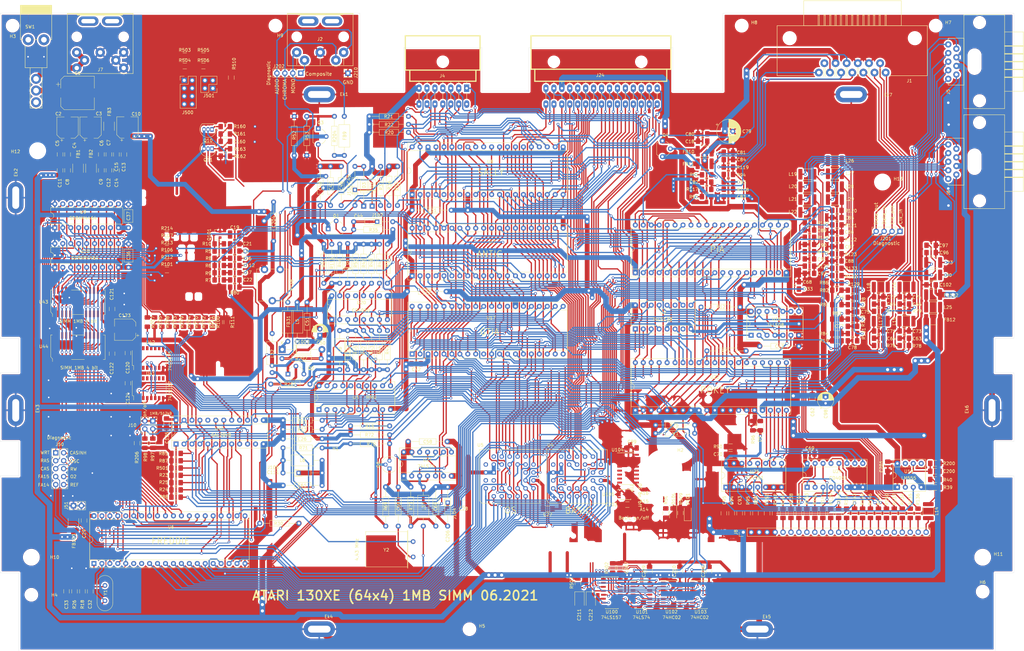
<source format=kicad_pcb>
(kicad_pcb (version 20171130) (host pcbnew "(5.1.0)-1")
  (title_block (title "Atari 130XE"))
  (layers (0 F.Cu signal) (31 B.Cu signal) (34 B.Paste user) (35 F.Paste user) (36 B.SilkS user) (37 F.SilkS user) (38 B.Mask user) (39 F.Mask user) (44 Edge.Cuts user))
  (net 0 "")
  (net 1 GND)
  (net 2 "Net-(J7-Pad1)")
  (net 3 "Net-(C1-Pad1)")
  (net 4 +5VA)
  (net 5 +5V)
  (net 6 +5C)
  (net 7 CASMAN)
  (net 8 "Net-(R111-Pad2)")
  (net 9 DQ0)
  (net 10 DQ1)
  (net 11 DQ2)
  (net 12 DQ3)
  (net 13 DQ4)
  (net 14 DQ5)
  (net 15 DQ6)
  (net 16 DQ7)
  (net 17 RA4)
  (net 18 RA5)
  (net 19 RA6)
  (net 20 RA0)
  (net 21 RAS)
  (net 22 RA1)
  (net 23 WRT)
  (net 24 RA2)
  (net 25 RA3)
  (net 26 RA7)
  (net 27 "Net-(C32-Pad1)")
  (net 28 "Net-(C33-Pad1)")
  (net 29 "Net-(R18-Pad1)")
  (net 30 EXTSEL)
  (net 31 RST)
  (net 32 CAS)
  (net 33 O2)
  (net 34 FA15)
  (net 35 FA14)
  (net 36 A13)
  (net 37 A15)
  (net 38 HALT)
  (net 39 A14)
  (net 40 "Net-(C29-Pad1)")
  (net 41 "Net-(R19-Pad1)")
  (net 42 D0)
  (net 43 D1)
  (net 44 D2)
  (net 45 D3)
  (net 46 D4)
  (net 47 D5)
  (net 48 D6)
  (net 49 D7)
  (net 50 A11)
  (net 51 A10)
  (net 52 A9)
  (net 53 A8)
  (net 54 A7)
  (net 55 A6)
  (net 56 A5)
  (net 57 A4)
  (net 58 A3)
  (net 59 A2)
  (net 60 A1)
  (net 61 A0)
  (net 62 A12)
  (net 63 O1)
  (net 64 "Net-(C44-Pad1)")
  (net 65 "Net-(C45-Pad2)")
  (net 66 "Net-(C45-Pad1)")
  (net 67 "Net-(C46-Pad2)")
  (net 68 "Net-(C47-Pad2)")
  (net 69 "Net-(C48-Pad2)")
  (net 70 "Net-(C50-Pad1)")
  (net 71 "Net-(C59-Pad2)")
  (net 72 "Net-(C59-Pad1)")
  (net 73 "Net-(C111-Pad2)")
  (net 74 "Net-(C96-Pad2)")
  (net 75 "Net-(C97-Pad2)")
  (net 76 "Net-(C111-Pad1)")
  (net 77 "Net-(C206-Pad2)")
  (net 78 "Net-(D4-Pad2)")
  (net 79 "Net-(D4-Pad1)")
  (net 80 "Net-(FB9-Pad2)")
  (net 81 IRQ)
  (net 82 REF)
  (net 83 "Net-(L6-Pad2)")
  (net 84 "Net-(L6-Pad1)")
  (net 85 OSC)
  (net 86 "Net-(Q2-Pad2)")
  (net 87 "Net-(Q3-Pad3)")
  (net 88 "Net-(Q3-Pad2)")
  (net 89 "Net-(Q6-Pad3)")
  (net 90 "Net-(Q6-Pad2)")
  (net 91 "Net-(R42-Pad2)")
  (net 92 "Net-(R43-Pad2)")
  (net 93 "Net-(R44-Pad2)")
  (net 94 "Net-(R47-Pad2)")
  (net 95 "Net-(R48-Pad2)")
  (net 96 "Net-(R49-Pad2)")
  (net 97 "Net-(R50-Pad2)")
  (net 98 "Net-(R132-Pad2)")
  (net 99 "Net-(R133-Pad2)")
  (net 100 "Net-(R134-Pad2)")
  (net 101 "Net-(R135-Pad2)")
  (net 102 "Net-(R136-Pad2)")
  (net 103 RW)
  (net 104 RDY)
  (net 105 "Net-(U18-Pad4)")
  (net 106 BO2)
  (net 107 NMI)
  (net 108 AN2)
  (net 109 LP)
  (net 110 AN1)
  (net 111 AN0)
  (net 112 O0)
  (net 113 "Net-(U17-Pad25)")
  (net 114 "Net-(U21-Pad2)")
  (net 115 "Net-(U21-Pad12)")
  (net 116 "Net-(U21-Pad11)")
  (net 117 "Net-(R41-Pad2)")
  (net 118 "Net-(L32-Pad2)")
  (net 119 MONO)
  (net 120 CHROMA)
  (net 121 COMPOSITE)
  (net 122 MPD)
  (net 123 D1XX)
  (net 124 TRIG1)
  (net 125 TRIG0)
  (net 126 COLOR)
  (net 127 RNMI)
  (net 128 CASINH)
  (net 129 GTIA)
  (net 130 RD5)
  (net 131 +5P)
  (net 132 E3)
  (net 133 RD4)
  (net 134 "Net-(U18-Pad10)")
  (net 135 "Net-(U2-Pad4)")
  (net 136 CCTL)
  (net 137 S4)
  (net 138 S5)
  (net 139 "Net-(C200-Pad2)")
  (net 140 "Net-(C200-Pad1)")
  (net 141 "Net-(L14-Pad1)")
  (net 142 READY)
  (net 143 MTR_CLR)
  (net 144 PROCEED)
  (net 145 INTRUPT)
  (net 146 COMMAND)
  (net 147 "Net-(C85-Pad1)")
  (net 148 "Net-(C86-Pad1)")
  (net 149 "Net-(C87-Pad1)")
  (net 150 "Net-(C88-Pad1)")
  (net 151 "Net-(C89-Pad1)")
  (net 152 "Net-(C90-Pad1)")
  (net 153 "Net-(C91-Pad1)")
  (net 154 "Net-(C92-Pad1)")
  (net 155 "Net-(FB11-Pad2)")
  (net 156 AUDIO)
  (net 157 RIGHT1)
  (net 158 FWD1)
  (net 159 BACK1)
  (net 160 LEFT1)
  (net 161 RIGHT0)
  (net 162 FWD0)
  (net 163 BACK0)
  (net 164 LEFT0)
  (net 165 RESET)
  (net 166 "Net-(Q4-Pad2)")
  (net 167 PB3)
  (net 168 PB4)
  (net 169 PB2)
  (net 170 PB1)
  (net 171 "Net-(R86-Pad2)")
  (net 172 PB7)
  (net 173 PB0)
  (net 174 "Net-(R91-Pad2)")
  (net 175 "Net-(R117-Pad2)")
  (net 176 "Net-(R119-Pad2)")
  (net 177 "Net-(R118-Pad2)")
  (net 178 "Net-(R120-Pad2)")
  (net 179 "Net-(R121-Pad2)")
  (net 180 "Net-(R122-Pad2)")
  (net 181 "Net-(R123-Pad2)")
  (net 182 "Net-(R124-Pad2)")
  (net 183 "Net-(R125-Pad2)")
  (net 184 "Net-(R126-Pad2)")
  (net 185 "Net-(R127-Pad2)")
  (net 186 START)
  (net 187 SELECT)
  (net 188 OPTION)
  (net 189 PB5)
  (net 190 POKEY)
  (net 191 PIA)
  (net 192 CLK_OUT)
  (net 193 DATA_IN)
  (net 194 CLK_IN)
  (net 195 "Net-(C95-Pad1)")
  (net 196 BSC)
  (net 197 IN4)
  (net 198 OUT0)
  (net 199 IN0)
  (net 200 IN3)
  (net 201 OUT2)
  (net 202 OUT4)
  (net 203 OUT1)
  (net 204 OUT6)
  (net 205 IN1)
  (net 206 IN5)
  (net 207 IN7)
  (net 208 IN2)
  (net 209 OUT7)
  (net 210 OUT5)
  (net 211 OUT3)
  (net 212 IN6)
  (net 213 DATA_OUT)
  (net 214 "Net-(R128-Pad2)")
  (net 215 "Net-(R129-Pad2)")
  (net 216 "Net-(R130-Pad2)")
  (net 217 "Net-(R131-Pad2)")
  (net 218 "Net-(R74-Pad2)")
  (net 219 "Net-(R89-Pad1)")
  (net 220 "Net-(R146-Pad2)")
  (net 221 "Net-(R147-Pad2)")
  (net 222 "Net-(R148-Pad2)")
  (net 223 "Net-(R149-Pad2)")
  (net 224 "Net-(R150-Pad2)")
  (net 225 "Net-(R151-Pad2)")
  (net 226 "Net-(R152-Pad2)")
  (net 227 "Net-(R153-Pad2)")
  (net 228 K3)
  (net 229 K4)
  (net 230 K5)
  (net 231 K0)
  (net 232 K1)
  (net 233 K2)
  (net 234 "Net-(R145-Pad2)")
  (net 235 "Net-(R142-Pad2)")
  (net 236 "Net-(R143-Pad2)")
  (net 237 "Net-(R138-Pad2)")
  (net 238 "Net-(R139-Pad2)")
  (net 239 "Net-(R140-Pad2)")
  (net 240 "Net-(R141-Pad2)")
  (net 241 "Net-(R144-Pad2)")
  (net 242 "Net-(R75-Pad1)")
  (net 243 "Net-(D5-Pad2)")
  (net 244 "Net-(R90-Pad1)")
  (net 245 "Net-(C63-Pad1)")
  (net 246 "Net-(C64-Pad1)")
  (net 247 "Net-(C65-Pad1)")
  (net 248 "Net-(C66-Pad1)")
  (net 249 "Net-(C71-Pad1)")
  (net 250 "Net-(C72-Pad1)")
  (net 251 "Net-(C73-Pad1)")
  (net 252 "Net-(C74-Pad1)")
  (net 253 POT_A1)
  (net 254 POT_B1)
  (net 255 POT_A0)
  (net 256 POT_B0)
  (net 257 "Net-(C102-Pad1)")
  (net 258 "Net-(FB102-Pad2)")
  (net 259 SIOAUDIO)
  (net 260 BELL)
  (net 261 "Net-(C17-Pad1)")
  (net 262 "Net-(C19-Pad1)")
  (net 263 SOUND)
  (net 264 MONO_MOD)
  (net 265 EXTAUDIO)
  (net 266 PB6)
  (net 267 FO0)
  (net 268 "Net-(J10-Pad4)")
  (net 269 "Net-(J10-Pad2)")
  (net 270 "Net-(R110-Pad1)")
  (net 271 "Net-(R111-Pad1)")
  (net 272 BE)
  (net 273 MAP)
  (net 274 "Net-(U40-Pad22)")
  (net 275 "Net-(U40-Pad15)")
  (net 276 "Net-(U41-Pad7)")
  (net 277 "Net-(U41-Pad4)")
  (net 278 "Net-(R502-Pad1)")
  (net 279 BASIC)
  (net 280 "Net-(U100-Pad7)")
  (net 281 "Net-(U100-Pad9)")
  (net 282 "Net-(U100-Pad4)")
  (net 283 A14_sel)
  (net 284 A15_sel)
  (net 285 A16_sel)
  (net 286 "Net-(U100-Pad14)")
  (net 287 "Net-(U100-Pad11)")
  (net 288 "Net-(U100-Pad5)")
  (net 289 "Net-(U100-Pad2)")
  (net 290 "Net-(C211-Pad1)")
  (net 291 "Net-(U101-Pad11)")
  (net 292 "Net-(U101-Pad10)")
  (net 293 "Net-(U101-Pad9)")
  (net 294 "Net-(U101-Pad8)")
  (net 295 "Net-(U101-Pad6)")
  (net 296 "Net-(U101-Pad5)")
  (net 297 "Net-(U102-Pad10)")
  (net 298 "Net-(U103-Pad13)")
  (net 299 "Net-(U103-Pad12)")
  (net 300 "Net-(C203-Pad1)")
  (net 301 "Net-(D101-Pad1)")
  (net 302 "Net-(J500-Pad7)")
  (net 303 "Net-(J501-Pad3)")
  (net 304 D6XX)
  (net 305 "Net-(U104-Pad7)")
  (net 306 "Net-(U104-Pad9)")
  (net 307 A16)
  (net 308 "Net-(U104-Pad4)")
  (net 309 OS)
  (net 310 "Net-(C160-Pad2)")
  (net 311 "Net-(C160-Pad1)")
  (net 312 "Net-(Q10-Pad1)")
  (net 313 COMPOSITE_A)
  (net 314 "Net-(C16-Pad2)")
  (net 315 "Net-(C21-Pad2)")
  (net 316 "Net-(C22-Pad2)")
  (net 317 "Net-(C112-Pad2)")
  (net 318 "Net-(Q101-Pad1)")
  (net 319 "Net-(D1000-Pad2)")
  (net 320 "Net-(D1000-Pad1)")
  (module Capacitor_SMD:C_1206_3216Metric_Pad1.42x1.75mm_HandSolder (layer F.Cu) (at 179.87518 154.98318 180)
    (fp_text reference C42 (at 0 -1.82 180) (layer F.SilkS))
    (fp_text value 100nF)
    (pad 2 smd roundrect (at 1.4875 0 180) (size 1.425 1.75) (layers F.Cu F.Paste F.Mask) (roundrect_rratio 0.175439) (net 1 GND))
    (pad 1 smd roundrect (at -1.4875 0 180) (size 1.425 1.75) (layers F.Cu F.Paste F.Mask) (roundrect_rratio 0.175439) (net 4 +5VA))
  )
  (module Resistor_SMD:R_1206_3216Metric_Pad1.42x1.75mm_HandSolder (layer F.Cu) (at 111.86038 59.78976)
    (fp_text reference R506 (at 0 -1.82) (layer F.SilkS))
    (fp_text value 10k)
    (pad 2 smd roundrect (at 1.4875 0) (size 1.425 1.75) (layers F.Cu F.Paste F.Mask) (roundrect_rratio 0.175439) (net 302 "Net-(J500-Pad7)"))
    (pad 1 smd roundrect (at -1.4875 0) (size 1.425 1.75) (layers F.Cu F.Paste F.Mask) (roundrect_rratio 0.175439) (net 4 +5VA))
  )
  (module Resistor_SMD:R_1206_3216Metric_Pad1.42x1.75mm_HandSolder (layer F.Cu) (at 111.86038 56.49976)
    (fp_text reference R505 (at 0 -1.82) (layer F.SilkS))
    (fp_text value 10k)
    (pad 2 smd roundrect (at 1.4875 0) (size 1.425 1.75) (layers F.Cu F.Paste F.Mask) (roundrect_rratio 0.175439) (net 283 A14_sel))
    (pad 1 smd roundrect (at -1.4875 0) (size 1.425 1.75) (layers F.Cu F.Paste F.Mask) (roundrect_rratio 0.175439) (net 4 +5VA))
  )
  (module Resistor_SMD:R_1206_3216Metric_Pad1.42x1.75mm_HandSolder (layer F.Cu) (at 105.91038 59.78976)
    (fp_text reference R504 (at 0 -1.82) (layer F.SilkS))
    (fp_text value 10k)
    (pad 2 smd roundrect (at 1.4875 0) (size 1.425 1.75) (layers F.Cu F.Paste F.Mask) (roundrect_rratio 0.175439) (net 284 A15_sel))
    (pad 1 smd roundrect (at -1.4875 0) (size 1.425 1.75) (layers F.Cu F.Paste F.Mask) (roundrect_rratio 0.175439) (net 4 +5VA))
  )
  (module Resistor_SMD:R_1206_3216Metric_Pad1.42x1.75mm_HandSolder (layer F.Cu) (at 105.91038 56.49976)
    (fp_text reference R503 (at 0 -1.82) (layer F.SilkS))
    (fp_text value 10k)
    (pad 2 smd roundrect (at 1.4875 0) (size 1.425 1.75) (layers F.Cu F.Paste F.Mask) (roundrect_rratio 0.175439) (net 285 A16_sel))
    (pad 1 smd roundrect (at -1.4875 0) (size 1.425 1.75) (layers F.Cu F.Paste F.Mask) (roundrect_rratio 0.175439) (net 4 +5VA))
  )
  (module Diode_THT:D_DO-41_SOD81_P12.70mm_Horizontal (layer F.Cu) (at 137.03808 150.4315)
    (fp_text reference D1000 (at 6.35 -2.47) (layer F.SilkS))
    (fp_text value 1N4002)
    (fp_text user K (at 0 -2.1) (layer F.SilkS))
    (pad 2 thru_hole oval (at 12.7 0) (size 2.2 2.2) (drill 1.1) (layers *.Cu *.Mask) (net 319 "Net-(D1000-Pad2)"))
    (pad 1 thru_hole rect (at 0 0) (size 2.2 2.2) (drill 1.1) (layers *.Cu *.Mask) (net 320 "Net-(D1000-Pad1)"))
  )
  (module Resistor_SMD:R_1206_3216Metric_Pad1.42x1.75mm_HandSolder (layer F.Cu) (at 100.21316 113.50498)
    (fp_text reference R214 (at 0 -1.82) (layer F.SilkS))
    (fp_text value 33)
    (pad 2 smd roundrect (at 1.4875 0) (size 1.425 1.75) (layers F.Cu F.Paste F.Mask) (roundrect_rratio 0.175439) (net 49 D7))
    (pad 1 smd roundrect (at -1.4875 0) (size 1.425 1.75) (layers F.Cu F.Paste F.Mask) (roundrect_rratio 0.175439) (net 16 DQ7))
  )
  (module Resistor_SMD:R_1206_3216Metric_Pad1.42x1.75mm_HandSolder (layer F.Cu) (at 100.21316 118.10238)
    (fp_text reference R213 (at 0 -1.82) (layer F.SilkS))
    (fp_text value 33)
    (pad 2 smd roundrect (at 1.4875 0) (size 1.425 1.75) (layers F.Cu F.Paste F.Mask) (roundrect_rratio 0.175439) (net 48 D6))
    (pad 1 smd roundrect (at -1.4875 0) (size 1.425 1.75) (layers F.Cu F.Paste F.Mask) (roundrect_rratio 0.175439) (net 15 DQ6))
  )
  (module Resistor_SMD:R_1206_3216Metric_Pad1.42x1.75mm_HandSolder (layer F.Cu) (at 100.21824 122.69978)
    (fp_text reference R212 (at 0 -1.82) (layer F.SilkS))
    (fp_text value 33)
    (pad 2 smd roundrect (at 1.4875 0) (size 1.425 1.75) (layers F.Cu F.Paste F.Mask) (roundrect_rratio 0.175439) (net 47 D5))
    (pad 1 smd roundrect (at -1.4875 0) (size 1.425 1.75) (layers F.Cu F.Paste F.Mask) (roundrect_rratio 0.175439) (net 14 DQ5))
  )
  (module Resistor_SMD:R_1206_3216Metric_Pad1.42x1.75mm_HandSolder (layer F.Cu) (at 112.45088 141.68026 270)
    (fp_text reference R211 (at 0 -1.82 270) (layer F.SilkS))
    (fp_text value 33)
    (pad 2 smd roundrect (at 1.4875 0 270) (size 1.425 1.75) (layers F.Cu F.Paste F.Mask) (roundrect_rratio 0.175439) (net 46 D4))
    (pad 1 smd roundrect (at -1.4875 0 270) (size 1.425 1.75) (layers F.Cu F.Paste F.Mask) (roundrect_rratio 0.175439) (net 13 DQ4))
  )
  (module Resistor_SMD:R_1206_3216Metric_Pad1.42x1.75mm_HandSolder (layer F.Cu) (at 107.84586 141.67358 270)
    (fp_text reference R210 (at 0 -1.82 270) (layer F.SilkS))
    (fp_text value 33)
    (pad 2 smd roundrect (at 1.4875 0 270) (size 1.425 1.75) (layers F.Cu F.Paste F.Mask) (roundrect_rratio 0.175439) (net 45 D3))
    (pad 1 smd roundrect (at -1.4875 0 270) (size 1.425 1.75) (layers F.Cu F.Paste F.Mask) (roundrect_rratio 0.175439) (net 12 DQ3))
  )
  (module Resistor_SMD:R_1206_3216Metric_Pad1.42x1.75mm_HandSolder (layer F.Cu) (at 103.21798 141.67104 270)
    (fp_text reference R209 (at 0 -1.82 270) (layer F.SilkS))
    (fp_text value 33)
    (pad 2 smd roundrect (at 1.4875 0 270) (size 1.425 1.75) (layers F.Cu F.Paste F.Mask) (roundrect_rratio 0.175439) (net 44 D2))
    (pad 1 smd roundrect (at -1.4875 0 270) (size 1.425 1.75) (layers F.Cu F.Paste F.Mask) (roundrect_rratio 0.175439) (net 11 DQ2))
  )
  (module Resistor_SMD:R_1206_3216Metric_Pad1.42x1.75mm_HandSolder (layer F.Cu) (at 98.58502 141.66554 270)
    (fp_text reference R208 (at 0 -1.82 270) (layer F.SilkS))
    (fp_text value 33)
    (pad 2 smd roundrect (at 1.4875 0 270) (size 1.425 1.75) (layers F.Cu F.Paste F.Mask) (roundrect_rratio 0.175439) (net 43 D1))
    (pad 1 smd roundrect (at -1.4875 0 270) (size 1.425 1.75) (layers F.Cu F.Paste F.Mask) (roundrect_rratio 0.175439) (net 10 DQ1))
  )
  (module Resistor_SMD:R_1206_3216Metric_Pad1.42x1.75mm_HandSolder (layer F.Cu) (at 93.94444 141.66596 270)
    (fp_text reference R207 (at 0 -1.82 270) (layer F.SilkS))
    (fp_text value 33)
    (pad 2 smd roundrect (at 1.4875 0 270) (size 1.425 1.75) (layers F.Cu F.Paste F.Mask) (roundrect_rratio 0.175439) (net 42 D0))
    (pad 1 smd roundrect (at -1.4875 0 270) (size 1.425 1.75) (layers F.Cu F.Paste F.Mask) (roundrect_rratio 0.175439) (net 9 DQ0))
  )
  (module Resistor_SMD:R_1206_3216Metric_Pad1.42x1.75mm_HandSolder (layer F.Cu) (at 119.35206 141.68628 270)
    (fp_text reference R111 (at 0 -1.82 270) (layer F.SilkS))
    (fp_text value 33)
    (pad 2 smd roundrect (at 1.4875 0 270) (size 1.425 1.75) (layers F.Cu F.Paste F.Mask) (roundrect_rratio 0.175439) (net 8 "Net-(R111-Pad2)"))
    (pad 1 smd roundrect (at -1.4875 0 270) (size 1.425 1.75) (layers F.Cu F.Paste F.Mask) (roundrect_rratio 0.175439) (net 271 "Net-(R111-Pad1)"))
  )
  (module Resistor_SMD:R_1206_3216Metric_Pad1.42x1.75mm_HandSolder (layer F.Cu) (at 117.05336 141.68628 90)
    (fp_text reference R110 (at 0 -1.82 90) (layer F.SilkS))
    (fp_text value 33)
    (pad 2 smd roundrect (at 1.4875 0 90) (size 1.425 1.75) (layers F.Cu F.Paste F.Mask) (roundrect_rratio 0.175439) (net 7 CASMAN))
    (pad 1 smd roundrect (at -1.4875 0 90) (size 1.425 1.75) (layers F.Cu F.Paste F.Mask) (roundrect_rratio 0.175439) (net 270 "Net-(R110-Pad1)"))
  )
  (module Resistor_SMD:R_1206_3216Metric_Pad1.42x1.75mm_HandSolder (layer F.Cu) (at 100.21062 115.80622)
    (fp_text reference R107 (at 0 -1.82) (layer F.SilkS))
    (fp_text value 10k)
    (pad 2 smd roundrect (at 1.4875 0) (size 1.425 1.75) (layers F.Cu F.Paste F.Mask) (roundrect_rratio 0.175439) (net 4 +5VA))
    (pad 1 smd roundrect (at -1.4875 0) (size 1.425 1.75) (layers F.Cu F.Paste F.Mask) (roundrect_rratio 0.175439) (net 16 DQ7))
  )
  (module Resistor_SMD:R_1206_3216Metric_Pad1.42x1.75mm_HandSolder (layer F.Cu) (at 100.21316 120.40616)
    (fp_text reference R106 (at 0 -1.82) (layer F.SilkS))
    (fp_text value 10k)
    (pad 2 smd roundrect (at 1.4875 0) (size 1.425 1.75) (layers F.Cu F.Paste F.Mask) (roundrect_rratio 0.175439) (net 4 +5VA))
    (pad 1 smd roundrect (at -1.4875 0) (size 1.425 1.75) (layers F.Cu F.Paste F.Mask) (roundrect_rratio 0.175439) (net 15 DQ6))
  )
  (module Resistor_SMD:R_1206_3216Metric_Pad1.42x1.75mm_HandSolder (layer F.Cu) (at 96.2533 141.6685 270)
    (fp_text reference R105 (at 0 -1.82 270) (layer F.SilkS))
    (fp_text value 10k)
    (pad 2 smd roundrect (at 1.4875 0 270) (size 1.425 1.75) (layers F.Cu F.Paste F.Mask) (roundrect_rratio 0.175439) (net 4 +5VA))
    (pad 1 smd roundrect (at -1.4875 0 270) (size 1.425 1.75) (layers F.Cu F.Paste F.Mask) (roundrect_rratio 0.175439) (net 9 DQ0))
  )
  (module Resistor_SMD:R_1206_3216Metric_Pad1.42x1.75mm_HandSolder (layer F.Cu) (at 105.53192 141.67358 270)
    (fp_text reference R104 (at 0 -1.82 270) (layer F.SilkS))
    (fp_text value 10k)
    (pad 2 smd roundrect (at 1.4875 0 270) (size 1.425 1.75) (layers F.Cu F.Paste F.Mask) (roundrect_rratio 0.175439) (net 4 +5VA))
    (pad 1 smd roundrect (at -1.4875 0 270) (size 1.425 1.75) (layers F.Cu F.Paste F.Mask) (roundrect_rratio 0.175439) (net 11 DQ2))
  )
  (module Resistor_SMD:R_1206_3216Metric_Pad1.42x1.75mm_HandSolder (layer F.Cu) (at 100.90404 141.66554 270)
    (fp_text reference R103 (at 0 -1.82 270) (layer F.SilkS))
    (fp_text value 10k)
    (pad 2 smd roundrect (at 1.4875 0 270) (size 1.425 1.75) (layers F.Cu F.Paste F.Mask) (roundrect_rratio 0.175439) (net 4 +5VA))
    (pad 1 smd roundrect (at -1.4875 0 270) (size 1.425 1.75) (layers F.Cu F.Paste F.Mask) (roundrect_rratio 0.175439) (net 10 DQ1))
  )
  (module Resistor_SMD:R_1206_3216Metric_Pad1.42x1.75mm_HandSolder (layer F.Cu) (at 110.14202 141.67358 270)
    (fp_text reference R102 (at 0 -1.82 270) (layer F.SilkS))
    (fp_text value 10k)
    (pad 2 smd roundrect (at 1.4875 0 270) (size 1.425 1.75) (layers F.Cu F.Paste F.Mask) (roundrect_rratio 0.175439) (net 4 +5VA))
    (pad 1 smd roundrect (at -1.4875 0 270) (size 1.425 1.75) (layers F.Cu F.Paste F.Mask) (roundrect_rratio 0.175439) (net 12 DQ3))
  )
  (module Resistor_SMD:R_1206_3216Metric_Pad1.42x1.75mm_HandSolder (layer F.Cu) (at 100.21554 124.99848)
    (fp_text reference R101 (at 0 -1.82) (layer F.SilkS))
    (fp_text value 10k)
    (pad 2 smd roundrect (at 1.4875 0) (size 1.425 1.75) (layers F.Cu F.Paste F.Mask) (roundrect_rratio 0.175439) (net 4 +5VA))
    (pad 1 smd roundrect (at -1.4875 0) (size 1.425 1.75) (layers F.Cu F.Paste F.Mask) (roundrect_rratio 0.175439) (net 14 DQ5))
  )
  (module Resistor_SMD:R_1206_3216Metric_Pad1.42x1.75mm_HandSolder (layer F.Cu) (at 114.7445 141.6812 270)
    (fp_text reference R100 (at 0 -1.82 270) (layer F.SilkS))
    (fp_text value 10k)
    (pad 2 smd roundrect (at 1.4875 0 270) (size 1.425 1.75) (layers F.Cu F.Paste F.Mask) (roundrect_rratio 0.175439) (net 4 +5VA))
    (pad 1 smd roundrect (at -1.4875 0 270) (size 1.425 1.75) (layers F.Cu F.Paste F.Mask) (roundrect_rratio 0.175439) (net 13 DQ4))
  )
  (module Atari:C_Axial_L5.1mm_D2.5mm_P12.50mm_Horizontal (layer F.Cu) (at 134.2884 103.2752 270)
    (fp_text reference C204 (at 6.2865 -0.0762 270) (layer F.SilkS))
    (fp_text value 100nF)
    (pad 2 thru_hole oval (at 12.5 0 270) (size 1.6 1.6) (drill 0.8) (layers *.Cu *.Mask) (net 6 +5C))
    (pad 1 thru_hole circle (at 0 0 270) (size 1.6 1.6) (drill 0.8) (layers *.Cu *.Mask) (net 1 GND))
  )
  (module Resistor_SMD:R_1206_3216Metric_Pad1.42x1.75mm_HandSolder (layer F.Cu) (at 116.9252 118.9578 180)
    (fp_text reference R5 (at 3.53 -0.06 180) (layer F.SilkS))
    (fp_text value 100k)
    (pad 2 smd roundrect (at 1.4875 0 180) (size 1.425 1.75) (layers F.Cu F.Paste F.Mask) (roundrect_rratio 0.175439) (net 262 "Net-(C19-Pad1)"))
    (pad 1 smd roundrect (at -1.4875 0 180) (size 1.425 1.75) (layers F.Cu F.Paste F.Mask) (roundrect_rratio 0.175439) (net 315 "Net-(C21-Pad2)"))
  )
  (module Resistor_SMD:R_1206_3216Metric_Pad1.42x1.75mm_HandSolder (layer F.Cu) (at 116.9252 116.6478)
    (fp_text reference R10 (at -3.97 -0.02) (layer F.SilkS))
    (fp_text value 15k)
    (pad 2 smd roundrect (at 1.4875 0) (size 1.425 1.75) (layers F.Cu F.Paste F.Mask) (roundrect_rratio 0.175439) (net 318 "Net-(Q101-Pad1)"))
    (pad 1 smd roundrect (at -1.4875 0) (size 1.425 1.75) (layers F.Cu F.Paste F.Mask) (roundrect_rratio 0.175439) (net 262 "Net-(C19-Pad1)"))
  )
  (module Resistor_SMD:R_1206_3216Metric_Pad1.42x1.75mm_HandSolder (layer F.Cu) (at 116.9252 125.8778)
    (fp_text reference R9 (at -3.52 0.23) (layer F.SilkS))
    (fp_text value 470k)
    (pad 2 smd roundrect (at 1.4875 0) (size 1.425 1.75) (layers F.Cu F.Paste F.Mask) (roundrect_rratio 0.175439) (net 261 "Net-(C17-Pad1)"))
    (pad 1 smd roundrect (at -1.4875 0) (size 1.425 1.75) (layers F.Cu F.Paste F.Mask) (roundrect_rratio 0.175439) (net 318 "Net-(Q101-Pad1)"))
  )
  (module Resistor_SMD:R_1206_3216Metric_Pad1.42x1.75mm_HandSolder (layer F.Cu) (at 116.9252 123.5678)
    (fp_text reference R6 (at -3.48 0.07) (layer F.SilkS))
    (fp_text value 100k)
    (pad 2 smd roundrect (at 1.4875 0) (size 1.425 1.75) (layers F.Cu F.Paste F.Mask) (roundrect_rratio 0.175439) (net 317 "Net-(C112-Pad2)"))
    (pad 1 smd roundrect (at -1.4875 0) (size 1.425 1.75) (layers F.Cu F.Paste F.Mask) (roundrect_rratio 0.175439) (net 318 "Net-(Q101-Pad1)"))
  )
  (module Resistor_SMD:R_1206_3216Metric_Pad1.42x1.75mm_HandSolder (layer F.Cu) (at 121.8852 118.9578)
    (fp_text reference R2 (at 3.53 0) (layer F.SilkS))
    (fp_text value 10)
    (pad 2 smd roundrect (at 1.4875 0) (size 1.425 1.75) (layers F.Cu F.Paste F.Mask) (roundrect_rratio 0.175439) (net 6 +5C))
    (pad 1 smd roundrect (at -1.4875 0) (size 1.425 1.75) (layers F.Cu F.Paste F.Mask) (roundrect_rratio 0.175439) (net 315 "Net-(C21-Pad2)"))
  )
  (module Resistor_SMD:R_1206_3216Metric_Pad1.42x1.75mm_HandSolder (layer F.Cu) (at 116.9252 128.1878)
    (fp_text reference R7 (at -3.49 0.11) (layer F.SilkS))
    (fp_text value 100k)
    (pad 2 smd roundrect (at 1.4875 0) (size 1.425 1.75) (layers F.Cu F.Paste F.Mask) (roundrect_rratio 0.175439) (net 316 "Net-(C22-Pad2)"))
    (pad 1 smd roundrect (at -1.4875 0) (size 1.425 1.75) (layers F.Cu F.Paste F.Mask) (roundrect_rratio 0.175439) (net 318 "Net-(Q101-Pad1)"))
  )
  (module Resistor_SMD:R_1206_3216Metric_Pad1.42x1.75mm_HandSolder (layer F.Cu) (at 116.9252 121.2678)
    (fp_text reference R8 (at -3.42 0.03) (layer F.SilkS))
    (fp_text value 470k)
    (pad 2 smd roundrect (at 1.4875 0) (size 1.425 1.75) (layers F.Cu F.Paste F.Mask) (roundrect_rratio 0.175439) (net 314 "Net-(C16-Pad2)"))
    (pad 1 smd roundrect (at -1.4875 0) (size 1.425 1.75) (layers F.Cu F.Paste F.Mask) (roundrect_rratio 0.175439) (net 318 "Net-(Q101-Pad1)"))
  )
  (module Resistor_SMD:R_1206_3216Metric_Pad1.42x1.75mm_HandSolder (layer F.Cu) (at 121.8852 130.4878 180)
    (fp_text reference R80 (at 0 -1.82 180) (layer F.SilkS))
    (fp_text value 1k)
    (pad 2 smd roundrect (at 1.4875 0 180) (size 1.425 1.75) (layers F.Cu F.Paste F.Mask) (roundrect_rratio 0.175439) (net 4 +5VA))
    (pad 1 smd roundrect (at -1.4875 0 180) (size 1.425 1.75) (layers F.Cu F.Paste F.Mask) (roundrect_rratio 0.175439) (net 263 SOUND))
  )
  (module Capacitor_SMD:C_1206_3216Metric_Pad1.42x1.75mm_HandSolder (layer F.Cu) (at 121.8852 125.8778)
    (fp_text reference C17 (at 3.96 -0.08) (layer F.SilkS))
    (fp_text value 100nF)
    (pad 2 smd roundrect (at 1.4875 0) (size 1.425 1.75) (layers F.Cu F.Paste F.Mask) (roundrect_rratio 0.175439) (net 260 BELL))
    (pad 1 smd roundrect (at -1.4875 0) (size 1.425 1.75) (layers F.Cu F.Paste F.Mask) (roundrect_rratio 0.175439) (net 261 "Net-(C17-Pad1)"))
  )
  (module Capacitor_SMD:C_1206_3216Metric_Pad1.42x1.75mm_HandSolder (layer F.Cu) (at 121.8852 123.5678 180)
    (fp_text reference C112 (at -4.49 0.05 180) (layer F.SilkS))
    (fp_text value 100nF)
    (pad 2 smd roundrect (at 1.4875 0 180) (size 1.425 1.75) (layers F.Cu F.Paste F.Mask) (roundrect_rratio 0.175439) (net 317 "Net-(C112-Pad2)"))
    (pad 1 smd roundrect (at -1.4875 0 180) (size 1.425 1.75) (layers F.Cu F.Paste F.Mask) (roundrect_rratio 0.175439) (net 259 SIOAUDIO))
  )
  (module Capacitor_SMD:C_1206_3216Metric_Pad1.42x1.75mm_HandSolder (layer F.Cu) (at 121.8852 121.2678 180)
    (fp_text reference C16 (at -3.92 -0.05 180) (layer F.SilkS))
    (fp_text value 100nF)
    (pad 2 smd roundrect (at 1.4875 0 180) (size 1.425 1.75) (layers F.Cu F.Paste F.Mask) (roundrect_rratio 0.175439) (net 314 "Net-(C16-Pad2)"))
    (pad 1 smd roundrect (at -1.4875 0 180) (size 1.425 1.75) (layers F.Cu F.Paste F.Mask) (roundrect_rratio 0.175439) (net 265 EXTAUDIO))
  )
  (module Capacitor_SMD:C_1206_3216Metric_Pad1.42x1.75mm_HandSolder (layer F.Cu) (at 121.8852 116.6478 180)
    (fp_text reference C21 (at -4.05 0.02 180) (layer F.SilkS))
    (fp_text value 100nF)
    (pad 2 smd roundrect (at 1.4875 0 180) (size 1.425 1.75) (layers F.Cu F.Paste F.Mask) (roundrect_rratio 0.175439) (net 315 "Net-(C21-Pad2)"))
    (pad 1 smd roundrect (at -1.4875 0 180) (size 1.425 1.75) (layers F.Cu F.Paste F.Mask) (roundrect_rratio 0.175439) (net 1 GND))
  )
  (module Capacitor_SMD:C_1210_3225Metric_Pad1.42x2.65mm_HandSolder (layer F.Cu) (at 121.8752 113.6678)
    (fp_text reference C19 (at 0 -2.28) (layer F.SilkS))
    (fp_text value 10uF)
    (pad 2 smd roundrect (at 1.4875 0) (size 1.425 2.65) (layers F.Cu F.Paste F.Mask) (roundrect_rratio 0.175439) (net 156 AUDIO))
    (pad 1 smd roundrect (at -1.4875 0) (size 1.425 2.65) (layers F.Cu F.Paste F.Mask) (roundrect_rratio 0.175439) (net 262 "Net-(C19-Pad1)"))
  )
  (module Package_TO_SOT_SMD:SOT-23 (layer F.Cu) (at 116.1852 113.6678 180)
    (fp_text reference Q101 (at 2.48 -0.03 270) (layer F.SilkS))
    (fp_text value BC849)
    (pad 3 smd rect (at 1 0 180) (size 0.9 0.8) (layers F.Cu F.Paste F.Mask) (net 262 "Net-(C19-Pad1)"))
    (pad 2 smd rect (at -1 0.95 180) (size 0.9 0.8) (layers F.Cu F.Paste F.Mask) (net 1 GND))
    (pad 1 smd rect (at -1 -0.95 180) (size 0.9 0.8) (layers F.Cu F.Paste F.Mask) (net 318 "Net-(Q101-Pad1)"))
  )
  (module Capacitor_SMD:C_1206_3216Metric_Pad1.42x1.75mm_HandSolder (layer F.Cu) (at 121.8852 128.1878 180)
    (fp_text reference C22 (at -4.14 0.05 180) (layer F.SilkS))
    (fp_text value 100nF)
    (pad 2 smd roundrect (at 1.4875 0 180) (size 1.425 1.75) (layers F.Cu F.Paste F.Mask) (roundrect_rratio 0.175439) (net 316 "Net-(C22-Pad2)"))
    (pad 1 smd roundrect (at -1.4875 0 180) (size 1.425 1.75) (layers F.Cu F.Paste F.Mask) (roundrect_rratio 0.175439) (net 263 SOUND))
  )
  (module Capacitor_SMD:C_1206_3216Metric_Pad1.42x1.75mm_HandSolder (layer F.Cu) (at 84.04098 88.05672 270)
    (fp_text reference C15 (at 3.97002 0 270) (layer F.SilkS))
    (fp_text value 1nF)
    (pad 2 smd roundrect (at 1.4875 0 270) (size 1.425 1.75) (layers F.Cu F.Paste F.Mask) (roundrect_rratio 0.175439) (net 1 GND))
    (pad 1 smd roundrect (at -1.4875 0 270) (size 1.425 1.75) (layers F.Cu F.Paste F.Mask) (roundrect_rratio 0.175439) (net 6 +5C))
  )
  (module Capacitor_SMD:CP_Elec_10x10.5 (layer F.Cu) (at 71.6661 68.39712)
    (fp_text reference C1 (at 0 -6.3) (layer F.SilkS))
    (fp_text value 470uF)
    (pad 2 smd roundrect (at 4.2 0) (size 4.4 2.5) (layers F.Cu F.Paste F.Mask) (roundrect_rratio 0.1) (net 1 GND))
    (pad 1 smd roundrect (at -4.2 0) (size 4.4 2.5) (layers F.Cu F.Paste F.Mask) (roundrect_rratio 0.1) (net 3 "Net-(C1-Pad1)"))
  )
  (module Capacitor_SMD:CP_Elec_6.3x5.2 (layer F.Cu) (at 87.59952 79.44104 90)
    (fp_text reference C10 (at 4.32816 2.77622 180) (layer F.SilkS))
    (fp_text value 22uF)
    (pad 2 smd roundrect (at 2.8 0 90) (size 3.5 1.6) (layers F.Cu F.Paste F.Mask) (roundrect_rratio 0.15625) (net 1 GND))
    (pad 1 smd roundrect (at -2.8 0 90) (size 3.5 1.6) (layers F.Cu F.Paste F.Mask) (roundrect_rratio 0.15625) (net 6 +5C))
  )
  (module Capacitor_SMD:CP_Elec_6.3x5.2 (layer F.Cu) (at 75.81138 79.47914 90)
    (fp_text reference C3 (at 4.46786 2.64922 180) (layer F.SilkS))
    (fp_text value 22uF)
    (pad 2 smd roundrect (at 2.8 0 90) (size 3.5 1.6) (layers F.Cu F.Paste F.Mask) (roundrect_rratio 0.15625) (net 1 GND))
    (pad 1 smd roundrect (at -2.8 0 90) (size 3.5 1.6) (layers F.Cu F.Paste F.Mask) (roundrect_rratio 0.15625) (net 3 "Net-(C1-Pad1)"))
  )
  (module Capacitor_SMD:CP_Elec_6.3x5.2 (layer F.Cu) (at 68.45808 79.47914 90)
    (fp_text reference C2 (at 4.41198 -2.93116 180) (layer F.SilkS))
    (fp_text value 22uF)
    (pad 2 smd roundrect (at 2.8 0 90) (size 3.5 1.6) (layers F.Cu F.Paste F.Mask) (roundrect_rratio 0.15625) (net 1 GND))
    (pad 1 smd roundrect (at -2.8 0 90) (size 3.5 1.6) (layers F.Cu F.Paste F.Mask) (roundrect_rratio 0.15625) (net 3 "Net-(C1-Pad1)"))
  )
  (module Inductor_SMD:L_1812_4532Metric_Pad1.30x3.40mm_HandSolder (layer F.Cu) (at 81.7245 79.0321 90)
    (fp_text reference FB3 (at 4.60248 0.08382 90) (layer F.SilkS))
    (fp_text value Ferrite_Bead)
    (pad 2 smd roundrect (at 2.225 0 90) (size 1.3 3.4) (layers F.Cu F.Paste F.Mask) (roundrect_rratio 0.192308) (net 3 "Net-(C1-Pad1)"))
    (pad 1 smd roundrect (at -2.225 0 90) (size 1.3 3.4) (layers F.Cu F.Paste F.Mask) (roundrect_rratio 0.192308) (net 6 +5C))
  )
  (module Inductor_SMD:L_1812_4532Metric_Pad1.30x3.40mm_HandSolder (layer F.Cu) (at 75.97902 92.46362 90)
    (fp_text reference FB2 (at 4.6228 -0.04318 90) (layer F.SilkS))
    (fp_text value Ferrite_Bead)
    (pad 2 smd roundrect (at 2.225 0 90) (size 1.3 3.4) (layers F.Cu F.Paste F.Mask) (roundrect_rratio 0.192308) (net 3 "Net-(C1-Pad1)"))
    (pad 1 smd roundrect (at -2.225 0 90) (size 1.3 3.4) (layers F.Cu F.Paste F.Mask) (roundrect_rratio 0.192308) (net 5 +5V))
  )
  (module Inductor_SMD:L_1812_4532Metric_Pad1.30x3.40mm_HandSolder (layer F.Cu) (at 71.82866 92.46362 90)
    (fp_text reference FB1 (at 4.57708 0.02032 90) (layer F.SilkS))
    (fp_text value Ferrite_Bead)
    (pad 2 smd roundrect (at 2.225 0 90) (size 1.3 3.4) (layers F.Cu F.Paste F.Mask) (roundrect_rratio 0.192308) (net 3 "Net-(C1-Pad1)"))
    (pad 1 smd roundrect (at -2.225 0 90) (size 1.3 3.4) (layers F.Cu F.Paste F.Mask) (roundrect_rratio 0.192308) (net 4 +5VA))
  )
  (module Capacitor_SMD:C_1206_3216Metric_Pad1.42x1.75mm_HandSolder (layer F.Cu) (at 84.06638 93.14434 90)
    (fp_text reference C14 (at -3.97002 0.01524 90) (layer F.SilkS))
    (fp_text value 1nF)
    (pad 2 smd roundrect (at 1.4875 0 90) (size 1.425 1.75) (layers F.Cu F.Paste F.Mask) (roundrect_rratio 0.175439) (net 1 GND))
    (pad 1 smd roundrect (at -1.4875 0 90) (size 1.425 1.75) (layers F.Cu F.Paste F.Mask) (roundrect_rratio 0.175439) (net 5 +5V))
  )
  (module Capacitor_SMD:C_1206_3216Metric_Pad1.42x1.75mm_HandSolder (layer F.Cu) (at 86.47684 88.08212 270)
    (fp_text reference C13 (at 4.02844 0.08128 270) (layer F.SilkS))
    (fp_text value 100nF)
    (pad 2 smd roundrect (at 1.4875 0 270) (size 1.425 1.75) (layers F.Cu F.Paste F.Mask) (roundrect_rratio 0.175439) (net 1 GND))
    (pad 1 smd roundrect (at -1.4875 0 270) (size 1.425 1.75) (layers F.Cu F.Paste F.Mask) (roundrect_rratio 0.175439) (net 6 +5C))
  )
  (module Capacitor_SMD:C_1206_3216Metric_Pad1.42x1.75mm_HandSolder (layer F.Cu) (at 81.65338 93.14434 90)
    (fp_text reference C12 (at -3.94716 -0.06858 90) (layer F.SilkS))
    (fp_text value 1nF)
    (pad 2 smd roundrect (at 1.4875 0 90) (size 1.425 1.75) (layers F.Cu F.Paste F.Mask) (roundrect_rratio 0.175439) (net 1 GND))
    (pad 1 smd roundrect (at -1.4875 0 90) (size 1.425 1.75) (layers F.Cu F.Paste F.Mask) (roundrect_rratio 0.175439) (net 5 +5V))
  )
  (module Capacitor_SMD:C_1206_3216Metric_Pad1.42x1.75mm_HandSolder (layer F.Cu) (at 66.06286 93.16212 90)
    (fp_text reference C11 (at -4.01574 -0.09652 90) (layer F.SilkS))
    (fp_text value 10nF)
    (pad 2 smd roundrect (at 1.4875 0 90) (size 1.425 1.75) (layers F.Cu F.Paste F.Mask) (roundrect_rratio 0.175439) (net 1 GND))
    (pad 1 smd roundrect (at -1.4875 0 90) (size 1.425 1.75) (layers F.Cu F.Paste F.Mask) (roundrect_rratio 0.175439) (net 4 +5VA))
  )
  (module Capacitor_SMD:C_1206_3216Metric_Pad1.42x1.75mm_HandSolder (layer F.Cu) (at 79.24292 93.14434 90)
    (fp_text reference C9 (at -3.6576 -0.10668 90) (layer F.SilkS))
    (fp_text value 1nF)
    (pad 2 smd roundrect (at 1.4875 0 90) (size 1.425 1.75) (layers F.Cu F.Paste F.Mask) (roundrect_rratio 0.175439) (net 1 GND))
    (pad 1 smd roundrect (at -1.4875 0 90) (size 1.425 1.75) (layers F.Cu F.Paste F.Mask) (roundrect_rratio 0.175439) (net 5 +5V))
  )
  (module Capacitor_SMD:C_1206_3216Metric_Pad1.42x1.75mm_HandSolder (layer F.Cu) (at 68.48348 93.14434 90)
    (fp_text reference C8 (at -3.7084 -0.07874 90) (layer F.SilkS))
    (fp_text value 1nF)
    (pad 2 smd roundrect (at 1.4875 0 90) (size 1.425 1.75) (layers F.Cu F.Paste F.Mask) (roundrect_rratio 0.175439) (net 1 GND))
    (pad 1 smd roundrect (at -1.4875 0 90) (size 1.425 1.75) (layers F.Cu F.Paste F.Mask) (roundrect_rratio 0.175439) (net 4 +5VA))
  )
  (module Capacitor_SMD:C_1206_3216Metric_Pad1.42x1.75mm_HandSolder (layer F.Cu) (at 81.6483 88.0491 270)
    (fp_text reference C7 (at -3.75158 0.0635 270) (layer F.SilkS))
    (fp_text value 10nF)
    (pad 2 smd roundrect (at 1.4875 0 270) (size 1.425 1.75) (layers F.Cu F.Paste F.Mask) (roundrect_rratio 0.175439) (net 1 GND))
    (pad 1 smd roundrect (at -1.4875 0 270) (size 1.425 1.75) (layers F.Cu F.Paste F.Mask) (roundrect_rratio 0.175439) (net 3 "Net-(C1-Pad1)"))
  )
  (module Capacitor_SMD:C_1206_3216Metric_Pad1.42x1.75mm_HandSolder (layer F.Cu) (at 79.24292 88.0491 270)
    (fp_text reference C6 (at -3.61442 -0.06604 270) (layer F.SilkS))
    (fp_text value 1nF)
    (pad 2 smd roundrect (at 1.4875 0 270) (size 1.425 1.75) (layers F.Cu F.Paste F.Mask) (roundrect_rratio 0.175439) (net 1 GND))
    (pad 1 smd roundrect (at -1.4875 0 270) (size 1.425 1.75) (layers F.Cu F.Paste F.Mask) (roundrect_rratio 0.175439) (net 3 "Net-(C1-Pad1)"))
  )
  (module Capacitor_SMD:C_1206_3216Metric_Pad1.42x1.75mm_HandSolder (layer F.Cu) (at 66.08064 88.0491 270)
    (fp_text reference C5 (at -3.5433 0.89408 270) (layer F.SilkS))
    (fp_text value 1nF)
    (pad 2 smd roundrect (at 1.4875 0 270) (size 1.425 1.75) (layers F.Cu F.Paste F.Mask) (roundrect_rratio 0.175439) (net 1 GND))
    (pad 1 smd roundrect (at -1.4875 0 270) (size 1.425 1.75) (layers F.Cu F.Paste F.Mask) (roundrect_rratio 0.175439) (net 3 "Net-(C1-Pad1)"))
  )
  (module Capacitor_SMD:C_1206_3216Metric_Pad1.42x1.75mm_HandSolder (layer F.Cu) (at 68.48276 88.053 270)
    (fp_text reference C4 (at -2.89696 -2.16226 270) (layer F.SilkS))
    (fp_text value 100nF)
    (pad 2 smd roundrect (at 1.4875 0 270) (size 1.425 1.75) (layers F.Cu F.Paste F.Mask) (roundrect_rratio 0.175439) (net 1 GND))
    (pad 1 smd roundrect (at -1.4875 0 270) (size 1.425 1.75) (layers F.Cu F.Paste F.Mask) (roundrect_rratio 0.175439) (net 3 "Net-(C1-Pad1)"))
  )
  (module Inductor_SMD:L_1812_4532Metric_Pad1.30x3.40mm_HandSolder (layer F.Cu) (at 70.33768 205.87208 90)
    (fp_text reference FB103 (at -5.81152 0.127 90) (layer F.SilkS))
    (fp_text value Ferrite_Bead)
    (pad 2 smd roundrect (at 2.225 0 90) (size 1.3 3.4) (layers F.Cu F.Paste F.Mask) (roundrect_rratio 0.192308) (net 40 "Net-(C29-Pad1)"))
    (pad 1 smd roundrect (at -2.225 0 90) (size 1.3 3.4) (layers F.Cu F.Paste F.Mask) (roundrect_rratio 0.192308) (net 4 +5VA))
  )
  (module Capacitor_SMD:C_1206_3216Metric_Pad1.42x1.75mm_HandSolder (layer F.Cu) (at 73.73874 205.12532 270)
    (fp_text reference C29 (at 4.2418 -0.01524 270) (layer F.SilkS))
    (fp_text value 100nF)
    (pad 2 smd roundrect (at 1.4875 0 270) (size 1.425 1.75) (layers F.Cu F.Paste F.Mask) (roundrect_rratio 0.175439) (net 1 GND))
    (pad 1 smd roundrect (at -1.4875 0 270) (size 1.425 1.75) (layers F.Cu F.Paste F.Mask) (roundrect_rratio 0.175439) (net 40 "Net-(C29-Pad1)"))
  )
  (module Resistor_SMD:R_1206_3216Metric_Pad1.42x1.75mm_HandSolder (layer F.Cu) (at 73.2028 227.77196 270)
    (fp_text reference R18 (at 4.19862 0.00762 270) (layer F.SilkS))
    (fp_text value 240)
    (pad 2 smd roundrect (at 1.4875 0 270) (size 1.425 1.75) (layers F.Cu F.Paste F.Mask) (roundrect_rratio 0.175439) (net 27 "Net-(C32-Pad1)"))
    (pad 1 smd roundrect (at -1.4875 0 270) (size 1.425 1.75) (layers F.Cu F.Paste F.Mask) (roundrect_rratio 0.175439) (net 29 "Net-(R18-Pad1)"))
  )
  (module Resistor_SMD:R_1206_3216Metric_Pad1.42x1.75mm_HandSolder (layer F.Cu) (at 70.67804 227.78466 270)
    (fp_text reference R26 (at 4.20624 0.03302 270) (layer F.SilkS))
    (fp_text value 1M)
    (pad 2 smd roundrect (at 1.4875 0 270) (size 1.425 1.75) (layers F.Cu F.Paste F.Mask) (roundrect_rratio 0.175439) (net 28 "Net-(C33-Pad1)"))
    (pad 1 smd roundrect (at -1.4875 0 270) (size 1.425 1.75) (layers F.Cu F.Paste F.Mask) (roundrect_rratio 0.175439) (net 29 "Net-(R18-Pad1)"))
  )
  (module Capacitor_SMD:C_1206_3216Metric_Pad1.42x1.75mm_HandSolder (layer F.Cu) (at 68.11518 227.77196 270)
    (fp_text reference C33 (at 4.26466 0.01778 270) (layer F.SilkS))
    (fp_text value 27pF)
    (pad 2 smd roundrect (at 1.4875 0 270) (size 1.425 1.75) (layers F.Cu F.Paste F.Mask) (roundrect_rratio 0.175439) (net 1 GND))
    (pad 1 smd roundrect (at -1.4875 0 270) (size 1.425 1.75) (layers F.Cu F.Paste F.Mask) (roundrect_rratio 0.175439) (net 28 "Net-(C33-Pad1)"))
  )
  (module Capacitor_SMD:C_1206_3216Metric_Pad1.42x1.75mm_HandSolder (layer F.Cu) (at 75.70978 227.78466 270)
    (fp_text reference C32 (at 4.16306 0.0762 90) (layer F.SilkS))
    (fp_text value 27pF)
    (pad 2 smd roundrect (at 1.4875 0 270) (size 1.425 1.75) (layers F.Cu F.Paste F.Mask) (roundrect_rratio 0.175439) (net 1 GND))
    (pad 1 smd roundrect (at -1.4875 0 270) (size 1.425 1.75) (layers F.Cu F.Paste F.Mask) (roundrect_rratio 0.175439) (net 27 "Net-(C32-Pad1)"))
  )
  (module Capacitor_SMD:C_1206_3216Metric_Pad1.42x1.75mm_HandSolder (layer F.Cu) (at 248.81586 181.93766 180)
    (fp_text reference C99 (at 0 1.9812 180) (layer F.SilkS))
    (fp_text value 100nF)
    (pad 2 smd roundrect (at 1.4875 0 180) (size 1.425 1.75) (layers F.Cu F.Paste F.Mask) (roundrect_rratio 0.175439) (net 1 GND))
    (pad 1 smd roundrect (at -1.4875 0 180) (size 1.425 1.75) (layers F.Cu F.Paste F.Mask) (roundrect_rratio 0.175439) (net 4 +5VA))
  )
  (module Connector_PinHeader_2.54mm:PinHeader_1x02_P2.54mm_Vertical (layer F.Cu) (at 70.3326 200.3806 90)
    (fp_text reference J51 (at 0 -2.33 90) (layer F.SilkS))
    (fp_text value To_GND)
    (pad 2 thru_hole oval (at 0 2.54 90) (size 1.7 1.7) (drill 1) (layers *.Cu *.Mask) (net 1 GND))
    (pad 1 thru_hole rect (at 0 0 90) (size 1.7 1.7) (drill 1) (layers *.Cu *.Mask) (net 1 GND))
  )
  (module Connector_PinHeader_2.54mm:PinHeader_2x05_P2.54mm_Vertical (layer F.Cu) (at 64.6684 183.4642)
    (fp_text reference J50 (at 1.27 -2.6924) (layer F.SilkS))
    (fp_text value Test_signal)
    (pad 10 thru_hole oval (at 2.54 10.16) (size 1.7 1.7) (drill 1) (layers *.Cu *.Mask) (net 82 REF))
    (pad 9 thru_hole oval (at 0 10.16) (size 1.7 1.7) (drill 1) (layers *.Cu *.Mask) (net 35 FA14))
    (pad 8 thru_hole oval (at 2.54 7.62) (size 1.7 1.7) (drill 1) (layers *.Cu *.Mask) (net 33 O2))
    (pad 7 thru_hole oval (at 0 7.62) (size 1.7 1.7) (drill 1) (layers *.Cu *.Mask) (net 34 FA15))
    (pad 6 thru_hole oval (at 2.54 5.08) (size 1.7 1.7) (drill 1) (layers *.Cu *.Mask) (net 103 RW))
    (pad 5 thru_hole oval (at 0 5.08) (size 1.7 1.7) (drill 1) (layers *.Cu *.Mask) (net 32 CAS))
    (pad 4 thru_hole oval (at 2.54 2.54) (size 1.7 1.7) (drill 1) (layers *.Cu *.Mask) (net 85 OSC))
    (pad 3 thru_hole oval (at 0 2.54) (size 1.7 1.7) (drill 1) (layers *.Cu *.Mask) (net 21 RAS))
    (pad 2 thru_hole oval (at 2.54 0) (size 1.7 1.7) (drill 1) (layers *.Cu *.Mask) (net 128 CASINH))
    (pad 1 thru_hole rect (at 0 0) (size 1.7 1.7) (drill 1) (layers *.Cu *.Mask) (net 23 WRT))
  )
  (module Resistor_SMD:R_1206_3216Metric_Pad1.42x1.75mm_HandSolder (layer F.Cu) (at 118.872 86.233)
    (fp_text reference R163 (at 4.5974 0.127) (layer F.SilkS))
    (fp_text value 180)
    (pad 2 smd roundrect (at 1.4875 0) (size 1.425 1.75) (layers F.Cu F.Paste F.Mask) (roundrect_rratio 0.175439) (net 1 GND))
    (pad 1 smd roundrect (at -1.4875 0) (size 1.425 1.75) (layers F.Cu F.Paste F.Mask) (roundrect_rratio 0.175439) (net 310 "Net-(C160-Pad2)"))
  )
  (module Resistor_SMD:R_1206_3216Metric_Pad1.42x1.75mm_HandSolder (layer F.Cu) (at 118.872 88.5952 180)
    (fp_text reference R162 (at -4.6736 -0.0762 180) (layer F.SilkS))
    (fp_text value 82)
    (pad 2 smd roundrect (at 1.4875 0 180) (size 1.425 1.75) (layers F.Cu F.Paste F.Mask) (roundrect_rratio 0.175439) (net 1 GND))
    (pad 1 smd roundrect (at -1.4875 0 180) (size 1.425 1.75) (layers F.Cu F.Paste F.Mask) (roundrect_rratio 0.175439) (net 313 COMPOSITE_A))
  )
  (module Resistor_SMD:R_1206_3216Metric_Pad1.42x1.75mm_HandSolder (layer F.Cu) (at 118.872 81.5086)
    (fp_text reference R161 (at 4.6228 -0.0508) (layer F.SilkS))
    (fp_text value 18)
    (pad 2 smd roundrect (at 1.4875 0) (size 1.425 1.75) (layers F.Cu F.Paste F.Mask) (roundrect_rratio 0.175439) (net 313 COMPOSITE_A))
    (pad 1 smd roundrect (at -1.4875 0) (size 1.425 1.75) (layers F.Cu F.Paste F.Mask) (roundrect_rratio 0.175439) (net 311 "Net-(C160-Pad1)"))
  )
  (module Resistor_SMD:R_1206_3216Metric_Pad1.42x1.75mm_HandSolder (layer F.Cu) (at 118.872 79.1464)
    (fp_text reference R160 (at 4.5974 -0.0508) (layer F.SilkS))
    (fp_text value 33)
    (pad 2 smd roundrect (at 1.4875 0) (size 1.425 1.75) (layers F.Cu F.Paste F.Mask) (roundrect_rratio 0.175439) (net 311 "Net-(C160-Pad1)"))
    (pad 1 smd roundrect (at -1.4875 0) (size 1.425 1.75) (layers F.Cu F.Paste F.Mask) (roundrect_rratio 0.175439) (net 312 "Net-(Q10-Pad1)"))
  )
  (module Package_TO_SOT_THT:TO-92_Inline (layer F.Cu) (at 114.6302 86.233 180)
    (fp_text reference Q11 (at 1.27 -3.56 180) (layer F.SilkS))
    (fp_text value PN2222A)
    (pad 1 thru_hole rect (at 0 0 180) (size 1.05 1.5) (drill 0.75) (layers *.Cu *.Mask) (net 310 "Net-(C160-Pad2)"))
    (pad 3 thru_hole oval (at 2.54 0 180) (size 1.05 1.5) (drill 0.75) (layers *.Cu *.Mask) (net 4 +5VA))
    (pad 2 thru_hole oval (at 1.27 0 180) (size 1.05 1.5) (drill 0.75) (layers *.Cu *.Mask) (net 126 COLOR))
  )
  (module Package_TO_SOT_THT:TO-92_Inline (layer F.Cu) (at 114.6048 80.0354 180)
    (fp_text reference Q10 (at 1.27 -3.56 180) (layer F.SilkS))
    (fp_text value PN2222A)
    (pad 1 thru_hole rect (at 0 0 180) (size 1.05 1.5) (drill 0.75) (layers *.Cu *.Mask) (net 312 "Net-(Q10-Pad1)"))
    (pad 3 thru_hole oval (at 2.54 0 180) (size 1.05 1.5) (drill 0.75) (layers *.Cu *.Mask) (net 4 +5VA))
    (pad 2 thru_hole oval (at 1.27 0 180) (size 1.05 1.5) (drill 0.75) (layers *.Cu *.Mask) (net 264 MONO_MOD))
  )
  (module Capacitor_SMD:C_1206_3216Metric_Pad1.42x1.75mm_HandSolder (layer F.Cu) (at 118.872 83.8708)
    (fp_text reference C160 (at 4.5212 0.1016) (layer F.SilkS))
    (fp_text value 1n)
    (pad 2 smd roundrect (at 1.4875 0) (size 1.425 1.75) (layers F.Cu F.Paste F.Mask) (roundrect_rratio 0.175439) (net 310 "Net-(C160-Pad2)"))
    (pad 1 smd roundrect (at -1.4875 0) (size 1.425 1.75) (layers F.Cu F.Paste F.Mask) (roundrect_rratio 0.175439) (net 311 "Net-(C160-Pad1)"))
  )
  (module Inductor_SMD:L_1812_4532Metric_Pad1.30x3.40mm_HandSolder (layer F.Cu) (at 272.034 91.0336 180)
    (fp_text reference FB11 (at 5.207 -0.1016 180) (layer F.SilkS))
    (fp_text value Ferrite_Bead)
    (pad 2 smd roundrect (at 2.225 0 180) (size 1.3 3.4) (layers F.Cu F.Paste F.Mask) (roundrect_rratio 0.192308) (net 155 "Net-(FB11-Pad2)"))
    (pad 1 smd roundrect (at -2.225 0 180) (size 1.3 3.4) (layers F.Cu F.Paste F.Mask) (roundrect_rratio 0.192308) (net 143 MTR_CLR))
  )
  (module Inductor_SMD:L_1812_4532Metric_Pad1.30x3.40mm_HandSolder (layer F.Cu) (at 272.0467 87.0204 180)
    (fp_text reference FB10 (at 5.1689 -0.1778 180) (layer F.SilkS))
    (fp_text value Ferrite_Bead)
    (pad 2 smd roundrect (at 2.225 0 180) (size 1.3 3.4) (layers F.Cu F.Paste F.Mask) (roundrect_rratio 0.192308) (net 4 +5VA))
    (pad 1 smd roundrect (at -2.225 0 180) (size 1.3 3.4) (layers F.Cu F.Paste F.Mask) (roundrect_rratio 0.192308) (net 142 READY))
  )
  (module Capacitor_SMD:C_1206_3216Metric_Pad1.42x1.75mm_HandSolder (layer F.Cu) (at 279.6286 87.3506)
    (fp_text reference C81 (at 4.1402 0.1016) (layer F.SilkS))
    (fp_text value 1nF)
    (pad 2 smd roundrect (at 1.4875 0) (size 1.425 1.75) (layers F.Cu F.Paste F.Mask) (roundrect_rratio 0.175439) (net 1 GND))
    (pad 1 smd roundrect (at -1.4875 0) (size 1.425 1.75) (layers F.Cu F.Paste F.Mask) (roundrect_rratio 0.175439) (net 143 MTR_CLR))
  )
  (module Resistor_SMD:R_1206_3216Metric_Pad1.42x1.75mm_HandSolder (layer F.Cu) (at 271.3863 81.4705 180)
    (fp_text reference C80 (at 4.0513 -0.1143 180) (layer F.SilkS))
    (fp_text value 1nF)
    (pad 2 smd roundrect (at 1.4875 0 180) (size 1.425 1.75) (layers F.Cu F.Paste F.Mask) (roundrect_rratio 0.175439) (net 1 GND))
    (pad 1 smd roundrect (at -1.4875 0 180) (size 1.425 1.75) (layers F.Cu F.Paste F.Mask) (roundrect_rratio 0.175439) (net 142 READY))
  )
  (module Resistor_SMD:R_1206_3216Metric_Pad1.42x1.75mm_HandSolder (layer F.Cu) (at 279.6286 92.075)
    (fp_text reference R119 (at 4.572 0.127) (layer F.SilkS))
    (fp_text value 100)
    (pad 2 smd roundrect (at 1.4875 0) (size 1.425 1.75) (layers F.Cu F.Paste F.Mask) (roundrect_rratio 0.175439) (net 176 "Net-(R119-Pad2)"))
    (pad 1 smd roundrect (at -1.4875 0) (size 1.425 1.75) (layers F.Cu F.Paste F.Mask) (roundrect_rratio 0.175439) (net 146 COMMAND))
  )
  (module Resistor_SMD:R_1206_3216Metric_Pad1.42x1.75mm_HandSolder (layer F.Cu) (at 279.6286 99.187 180)
    (fp_text reference R118 (at -4.6228 -0.2032 180) (layer F.SilkS))
    (fp_text value 220)
    (pad 2 smd roundrect (at 1.4875 0 180) (size 1.425 1.75) (layers F.Cu F.Paste F.Mask) (roundrect_rratio 0.175439) (net 177 "Net-(R118-Pad2)"))
    (pad 1 smd roundrect (at -1.4875 0 180) (size 1.425 1.75) (layers F.Cu F.Paste F.Mask) (roundrect_rratio 0.175439) (net 145 INTRUPT))
  )
  (module Resistor_SMD:R_1206_3216Metric_Pad1.42x1.75mm_HandSolder (layer F.Cu) (at 272.6664 99.2251 180)
    (fp_text reference R117 (at 4.5948 0.0127 180) (layer F.SilkS))
    (fp_text value 100)
    (pad 2 smd roundrect (at 1.4875 0 180) (size 1.425 1.75) (layers F.Cu F.Paste F.Mask) (roundrect_rratio 0.175439) (net 175 "Net-(R117-Pad2)"))
    (pad 1 smd roundrect (at -1.4875 0 180) (size 1.425 1.75) (layers F.Cu F.Paste F.Mask) (roundrect_rratio 0.175439) (net 144 PROCEED))
  )
  (module Resistor_SMD:R_1206_3216Metric_Pad1.42x1.75mm_HandSolder (layer F.Cu) (at 279.6286 94.4499 180)
    (fp_text reference R94 (at -4.1148 -0.1905 180) (layer F.SilkS))
    (fp_text value 4k7)
    (pad 2 smd roundrect (at 1.4875 0 180) (size 1.425 1.75) (layers F.Cu F.Paste F.Mask) (roundrect_rratio 0.175439) (net 4 +5VA))
    (pad 1 smd roundrect (at -1.4875 0 180) (size 1.425 1.75) (layers F.Cu F.Paste F.Mask) (roundrect_rratio 0.175439) (net 176 "Net-(R119-Pad2)"))
  )
  (module Resistor_SMD:R_1206_3216Metric_Pad1.42x1.75mm_HandSolder (layer F.Cu) (at 279.6286 96.8375 180)
    (fp_text reference R93 (at -4.2164 -0.1651 180) (layer F.SilkS))
    (fp_text value 4k7)
    (pad 2 smd roundrect (at 1.4875 0 180) (size 1.425 1.75) (layers F.Cu F.Paste F.Mask) (roundrect_rratio 0.175439) (net 4 +5VA))
    (pad 1 smd roundrect (at -1.4875 0 180) (size 1.425 1.75) (layers F.Cu F.Paste F.Mask) (roundrect_rratio 0.175439) (net 145 INTRUPT))
  )
  (module Resistor_SMD:R_1206_3216Metric_Pad1.42x1.75mm_HandSolder (layer F.Cu) (at 272.6563 101.5492 180)
    (fp_text reference R92 (at 4.1275 -0.1016 180) (layer F.SilkS))
    (fp_text value 4k7)
    (pad 2 smd roundrect (at 1.4875 0 180) (size 1.425 1.75) (layers F.Cu F.Paste F.Mask) (roundrect_rratio 0.175439) (net 175 "Net-(R117-Pad2)"))
    (pad 1 smd roundrect (at -1.4875 0 180) (size 1.425 1.75) (layers F.Cu F.Paste F.Mask) (roundrect_rratio 0.175439) (net 4 +5VA))
  )
  (module Resistor_SMD:R_1206_3216Metric_Pad1.42x1.75mm_HandSolder (layer F.Cu) (at 272.6817 94.5642 180)
    (fp_text reference R91 (at 3.9751 0.0254 180) (layer F.SilkS))
    (fp_text value 2k7)
    (pad 2 smd roundrect (at 1.4875 0 180) (size 1.425 1.75) (layers F.Cu F.Paste F.Mask) (roundrect_rratio 0.175439) (net 174 "Net-(R91-Pad2)"))
    (pad 1 smd roundrect (at -1.4875 0 180) (size 1.425 1.75) (layers F.Cu F.Paste F.Mask) (roundrect_rratio 0.175439) (net 166 "Net-(Q4-Pad2)"))
  )
  (module Capacitor_SMD:C_1206_3216Metric_Pad1.42x1.75mm_HandSolder (layer F.Cu) (at 279.6286 89.7001)
    (fp_text reference C84 (at 4.1656 0.0127) (layer F.SilkS))
    (fp_text value 1nF)
    (pad 2 smd roundrect (at 1.4875 0) (size 1.425 1.75) (layers F.Cu F.Paste F.Mask) (roundrect_rratio 0.175439) (net 1 GND))
    (pad 1 smd roundrect (at -1.4875 0) (size 1.425 1.75) (layers F.Cu F.Paste F.Mask) (roundrect_rratio 0.175439) (net 146 COMMAND))
  )
  (module Capacitor_SMD:C_1206_3216Metric_Pad1.42x1.75mm_HandSolder (layer F.Cu) (at 279.6286 101.4984 180)
    (fp_text reference C83 (at -4.1656 -0.1016 180) (layer F.SilkS))
    (fp_text value 1nF)
    (pad 2 smd roundrect (at 1.4875 0 180) (size 1.425 1.75) (layers F.Cu F.Paste F.Mask) (roundrect_rratio 0.175439) (net 1 GND))
    (pad 1 smd roundrect (at -1.4875 0 180) (size 1.425 1.75) (layers F.Cu F.Paste F.Mask) (roundrect_rratio 0.175439) (net 145 INTRUPT))
  )
  (module Capacitor_SMD:C_1206_3216Metric_Pad1.42x1.75mm_HandSolder (layer F.Cu) (at 272.669 96.901 180)
    (fp_text reference C82 (at 4.0386 0 180) (layer F.SilkS))
    (fp_text value 1nF)
    (pad 2 smd roundrect (at 1.4875 0 180) (size 1.425 1.75) (layers F.Cu F.Paste F.Mask) (roundrect_rratio 0.175439) (net 1 GND))
    (pad 1 smd roundrect (at -1.4875 0 180) (size 1.425 1.75) (layers F.Cu F.Paste F.Mask) (roundrect_rratio 0.175439) (net 144 PROCEED))
  )
  (module Capacitor_SMD:C_1206_3216Metric_Pad1.42x1.75mm_HandSolder (layer F.Cu) (at 271.3863 83.8073 180)
    (fp_text reference C18 (at 4.0767 -0.1143 180) (layer F.SilkS))
    (fp_text value 100nF)
    (pad 2 smd roundrect (at 1.4875 0 180) (size 1.425 1.75) (layers F.Cu F.Paste F.Mask) (roundrect_rratio 0.175439) (net 1 GND))
    (pad 1 smd roundrect (at -1.4875 0 180) (size 1.425 1.75) (layers F.Cu F.Paste F.Mask) (roundrect_rratio 0.175439) (net 4 +5VA))
  )
  (module Capacitor_THT:CP_Radial_D7.5mm_P2.50mm (layer F.Cu) (at 278.5237 80.6577)
    (fp_text reference C79 (at 6.9977 0.0381) (layer F.SilkS))
    (fp_text value 22uF)
    (pad 2 thru_hole circle (at 2.5 0) (size 1.6 1.6) (drill 0.8) (layers *.Cu *.Mask) (net 1 GND))
    (pad 1 thru_hole rect (at 0 0) (size 1.6 1.6) (drill 0.8) (layers *.Cu *.Mask) (net 142 READY))
  )
  (module Resistor_SMD:R_1206_3216Metric_Pad1.42x1.75mm_HandSolder (layer F.Cu) (at 314.2996 124.46 180)
    (fp_text reference R133 (at -4.5974 -0.0508 180) (layer F.SilkS))
    (fp_text value 220)
    (pad 2 smd roundrect (at 1.4875 0 180) (size 1.425 1.75) (layers F.Cu F.Paste F.Mask) (roundrect_rratio 0.175439) (net 99 "Net-(R133-Pad2)"))
    (pad 1 smd roundrect (at -1.4875 0 180) (size 1.425 1.75) (layers F.Cu F.Paste F.Mask) (roundrect_rratio 0.175439) (net 74 "Net-(C96-Pad2)"))
  )
  (module Resistor_SMD:R_1206_3216Metric_Pad1.42x1.75mm_HandSolder (layer F.Cu) (at 314.2996 126.7968 180)
    (fp_text reference R132 (at -4.5466 -0.3556 180) (layer F.SilkS))
    (fp_text value 220)
    (pad 2 smd roundrect (at 1.4875 0 180) (size 1.425 1.75) (layers F.Cu F.Paste F.Mask) (roundrect_rratio 0.175439) (net 98 "Net-(R132-Pad2)"))
    (pad 1 smd roundrect (at -1.4875 0 180) (size 1.425 1.75) (layers F.Cu F.Paste F.Mask) (roundrect_rratio 0.175439) (net 75 "Net-(C97-Pad2)"))
  )
  (module Inductor_SMD:L_1812_4532Metric_Pad1.30x3.40mm_HandSolder (layer F.Cu) (at 345.0742 126.5809 180)
    (fp_text reference L30 (at -4.6076 -0.1016 180) (layer F.SilkS))
    (fp_text value 100uH)
    (pad 2 smd roundrect (at 2.225 0 180) (size 1.3 3.4) (layers F.Cu F.Paste F.Mask) (roundrect_rratio 0.192308) (net 75 "Net-(C97-Pad2)"))
    (pad 1 smd roundrect (at -2.225 0 180) (size 1.3 3.4) (layers F.Cu F.Paste F.Mask) (roundrect_rratio 0.192308) (net 125 TRIG0))
  )
  (module Inductor_SMD:L_1812_4532Metric_Pad1.30x3.40mm_HandSolder (layer F.Cu) (at 345.0844 122.5931 180)
    (fp_text reference L23 (at -4.9276 -0.0127 180) (layer F.SilkS))
    (fp_text value 100uH)
    (pad 2 smd roundrect (at 2.225 0 180) (size 1.3 3.4) (layers F.Cu F.Paste F.Mask) (roundrect_rratio 0.192308) (net 74 "Net-(C96-Pad2)"))
    (pad 1 smd roundrect (at -2.225 0 180) (size 1.3 3.4) (layers F.Cu F.Paste F.Mask) (roundrect_rratio 0.192308) (net 124 TRIG1))
  )
  (module Capacitor_SMD:C_1206_3216Metric_Pad1.42x1.75mm_HandSolder (layer F.Cu) (at 344.424 117.1067 180)
    (fp_text reference C97 (at -3.9624 -0.0762 180) (layer F.SilkS))
    (fp_text value 1nF)
    (pad 2 smd roundrect (at 1.4875 0 180) (size 1.425 1.75) (layers F.Cu F.Paste F.Mask) (roundrect_rratio 0.175439) (net 75 "Net-(C97-Pad2)"))
    (pad 1 smd roundrect (at -1.4875 0 180) (size 1.425 1.75) (layers F.Cu F.Paste F.Mask) (roundrect_rratio 0.175439) (net 1 GND))
  )
  (module Capacitor_SMD:C_1206_3216Metric_Pad1.42x1.75mm_HandSolder (layer F.Cu) (at 344.424 119.4435 180)
    (fp_text reference C96 (at -4.191 -0.0127 180) (layer F.SilkS))
    (fp_text value 1nF)
    (pad 2 smd roundrect (at 1.4875 0 180) (size 1.425 1.75) (layers F.Cu F.Paste F.Mask) (roundrect_rratio 0.175439) (net 74 "Net-(C96-Pad2)"))
    (pad 1 smd roundrect (at -1.4875 0 180) (size 1.425 1.75) (layers F.Cu F.Paste F.Mask) (roundrect_rratio 0.175439) (net 1 GND))
  )
  (module Inductor_SMD:L_1812_4532Metric_Pad1.30x3.40mm_HandSolder (layer F.Cu) (at 345.059 136.8806)
    (fp_text reference L25 (at 4.699 0.0508) (layer F.SilkS))
    (fp_text value 10uH)
    (pad 2 smd roundrect (at 2.225 0) (size 1.3 3.4) (layers F.Cu F.Paste F.Mask) (roundrect_rratio 0.192308) (net 131 +5P))
    (pad 1 smd roundrect (at -2.225 0) (size 1.3 3.4) (layers F.Cu F.Paste F.Mask) (roundrect_rratio 0.192308) (net 258 "Net-(FB102-Pad2)"))
  )
  (module Package_SO:TSSOP-8_3x3mm_P0.65mm (layer F.Cu) (at 246.83466 196.82206)
    (fp_text reference U105 (at -5.588 -0.0508) (layer F.SilkS))
    (fp_text value 74LVC2G74)
    (pad 8 smd rect (at 2.15 -0.975) (size 1.1 0.4) (layers F.Cu F.Paste F.Mask) (net 4 +5VA))
    (pad 7 smd rect (at 2.15 -0.325) (size 1.1 0.4) (layers F.Cu F.Paste F.Mask) (net 301 "Net-(D101-Pad1)"))
    (pad 6 smd rect (at 2.15 0.325) (size 1.1 0.4) (layers F.Cu F.Paste F.Mask) (net 300 "Net-(C203-Pad1)"))
    (pad 5 smd rect (at 2.15 0.975) (size 1.1 0.4) (layers F.Cu F.Paste F.Mask) (net 307 A16))
    (pad 4 smd rect (at -2.15 0.975) (size 1.1 0.4) (layers F.Cu F.Paste F.Mask) (net 1 GND))
    (pad 3 smd rect (at -2.15 0.325) (size 1.1 0.4) (layers F.Cu F.Paste F.Mask))
    (pad 2 smd rect (at -2.15 -0.325) (size 1.1 0.4) (layers F.Cu F.Paste F.Mask) (net 1 GND))
    (pad 1 smd rect (at -2.15 -0.975) (size 1.1 0.4) (layers F.Cu F.Paste F.Mask) (net 304 D6XX))
  )
  (module Package_SO:SOIC-16_3.9x9.9mm_P1.27mm (layer F.Cu) (at 247.57126 188.54166)
    (fp_text reference U104 (at -3.3528 -6.0198) (layer F.SilkS))
    (fp_text value 74LS157)
    (pad 16 smd rect (at 2.7 -4.445) (size 1.5 0.6) (layers F.Cu F.Paste F.Mask) (net 4 +5VA))
    (pad 15 smd rect (at 2.7 -3.175) (size 1.5 0.6) (layers F.Cu F.Paste F.Mask) (net 1 GND))
    (pad 14 smd rect (at 2.7 -1.905) (size 1.5 0.6) (layers F.Cu F.Paste F.Mask) (net 1 GND))
    (pad 13 smd rect (at 2.7 -0.635) (size 1.5 0.6) (layers F.Cu F.Paste F.Mask) (net 1 GND))
    (pad 12 smd rect (at 2.7 0.635) (size 1.5 0.6) (layers F.Cu F.Paste F.Mask))
    (pad 11 smd rect (at 2.7 1.905) (size 1.5 0.6) (layers F.Cu F.Paste F.Mask) (net 307 A16))
    (pad 10 smd rect (at 2.7 3.175) (size 1.5 0.6) (layers F.Cu F.Paste F.Mask) (net 1 GND))
    (pad 9 smd rect (at 2.7 4.445) (size 1.5 0.6) (layers F.Cu F.Paste F.Mask) (net 306 "Net-(U104-Pad9)"))
    (pad 8 smd rect (at -2.7 4.445) (size 1.5 0.6) (layers F.Cu F.Paste F.Mask) (net 1 GND))
    (pad 7 smd rect (at -2.7 3.175) (size 1.5 0.6) (layers F.Cu F.Paste F.Mask) (net 305 "Net-(U104-Pad7)"))
    (pad 6 smd rect (at -2.7 1.905) (size 1.5 0.6) (layers F.Cu F.Paste F.Mask) (net 1 GND))
    (pad 5 smd rect (at -2.7 0.635) (size 1.5 0.6) (layers F.Cu F.Paste F.Mask) (net 169 PB2))
    (pad 4 smd rect (at -2.7 -0.635) (size 1.5 0.6) (layers F.Cu F.Paste F.Mask) (net 308 "Net-(U104-Pad4)"))
    (pad 3 smd rect (at -2.7 -1.905) (size 1.5 0.6) (layers F.Cu F.Paste F.Mask) (net 1 GND))
    (pad 2 smd rect (at -2.7 -3.175) (size 1.5 0.6) (layers F.Cu F.Paste F.Mask) (net 167 PB3))
    (pad 1 smd rect (at -2.7 -4.445) (size 1.5 0.6) (layers F.Cu F.Paste F.Mask) (net 303 "Net-(J501-Pad3)"))
  )
  (module Resistor_SMD:R_1206_3216Metric_Pad1.42x1.75mm_HandSolder (layer F.Cu) (at 120.77446 63.49238 90)
    (fp_text reference R510 (at 4.4704 0.889 90) (layer F.SilkS))
    (fp_text value 10k)
    (pad 2 smd roundrect (at 1.4875 0 90) (size 1.425 1.75) (layers F.Cu F.Paste F.Mask) (roundrect_rratio 0.175439) (net 4 +5VA))
    (pad 1 smd roundrect (at -1.4875 0 90) (size 1.425 1.75) (layers F.Cu F.Paste F.Mask) (roundrect_rratio 0.175439) (net 303 "Net-(J501-Pad3)"))
  )
  (module Resistor_SMD:R_1206_3216Metric_Pad1.42x1.75mm_HandSolder (layer F.Cu) (at 264.3124 202.7174 90)
    (fp_text reference R509 (at 4.4958 0.1524 90) (layer F.SilkS))
    (fp_text value 4k7)
    (pad 2 smd roundrect (at 1.4875 0 90) (size 1.425 1.75) (layers F.Cu F.Paste F.Mask) (roundrect_rratio 0.175439) (net 4 +5VA))
    (pad 1 smd roundrect (at -1.4875 0 90) (size 1.425 1.75) (layers F.Cu F.Paste F.Mask) (roundrect_rratio 0.175439) (net 301 "Net-(D101-Pad1)"))
  )
  (module Resistor_SMD:R_1206_3216Metric_Pad1.42x1.75mm_HandSolder (layer F.Cu) (at 259.61848 202.7428 270)
    (fp_text reference R508 (at -4.699 0 270) (layer F.SilkS))
    (fp_text value 4k7)
    (pad 2 smd roundrect (at 1.4875 0 270) (size 1.425 1.75) (layers F.Cu F.Paste F.Mask) (roundrect_rratio 0.175439) (net 300 "Net-(C203-Pad1)"))
    (pad 1 smd roundrect (at -1.4875 0 270) (size 1.425 1.75) (layers F.Cu F.Paste F.Mask) (roundrect_rratio 0.175439) (net 4 +5VA))
  )
  (module Connector_PinHeader_2.54mm:PinHeader_2x02_P2.54mm_Vertical (layer F.Cu) (at 114.87912 66.9163 180)
    (fp_text reference J501 (at 1.27 -2.33 180) (layer F.SilkS))
    (fp_text value TPP_sel)
    (pad 4 thru_hole oval (at 2.54 2.54 180) (size 1.7 1.7) (drill 1) (layers *.Cu *.Mask) (net 1 GND))
    (pad 3 thru_hole oval (at 0 2.54 180) (size 1.7 1.7) (drill 1) (layers *.Cu *.Mask) (net 303 "Net-(J501-Pad3)"))
    (pad 2 thru_hole oval (at 2.54 0 180) (size 1.7 1.7) (drill 1) (layers *.Cu *.Mask) (net 1 GND))
    (pad 1 thru_hole rect (at 0 0 180) (size 1.7 1.7) (drill 1) (layers *.Cu *.Mask) (net 301 "Net-(D101-Pad1)"))
  )
  (module Diode_SMD:D_1206_3216Metric_Pad1.42x1.75mm_HandSolder (layer F.Cu) (at 266.6492 202.7174 90)
    (fp_text reference D101 (at 4.4196 0.0254 90) (layer F.SilkS))
    (fp_text value 1N4148)
    (pad 2 smd roundrect (at 1.4875 0 90) (size 1.425 1.75) (layers F.Cu F.Paste F.Mask) (roundrect_rratio 0.175439) (net 31 RST))
    (pad 1 smd roundrect (at -1.4875 0 90) (size 1.425 1.75) (layers F.Cu F.Paste F.Mask) (roundrect_rratio 0.175439) (net 301 "Net-(D101-Pad1)"))
  )
  (module Diode_SMD:D_1206_3216Metric_Pad1.42x1.75mm_HandSolder (layer F.Cu) (at 261.95528 202.7428 270)
    (fp_text reference D100 (at -4.6736 -0.1524 270) (layer F.SilkS))
    (fp_text value 1N4148)
    (pad 2 smd roundrect (at 1.4875 0 270) (size 1.425 1.75) (layers F.Cu F.Paste F.Mask) (roundrect_rratio 0.175439) (net 300 "Net-(C203-Pad1)"))
    (pad 1 smd roundrect (at -1.4875 0 270) (size 1.425 1.75) (layers F.Cu F.Paste F.Mask) (roundrect_rratio 0.175439) (net 4 +5VA))
  )
  (module Capacitor_SMD:C_1206_3216Metric_Pad1.42x1.75mm_HandSolder (layer F.Cu) (at 247.34266 200.04786 180)
    (fp_text reference C203 (at 5.1308 0.0254 180) (layer F.SilkS))
    (fp_text value 1uF)
    (pad 2 smd roundrect (at 1.4875 0 180) (size 1.425 1.75) (layers F.Cu F.Paste F.Mask) (roundrect_rratio 0.175439) (net 1 GND))
    (pad 1 smd roundrect (at -1.4875 0 180) (size 1.425 1.75) (layers F.Cu F.Paste F.Mask) (roundrect_rratio 0.175439) (net 300 "Net-(C203-Pad1)"))
  )
  (module Resistor_SMD:R_1206_3216Metric_Pad1.42x1.75mm_HandSolder (layer F.Cu) (at 231.521 225.1456 270)
    (fp_text reference R507 (at -0.0762 1.9812 270) (layer F.SilkS))
    (fp_text value 1k2)
    (pad 2 smd roundrect (at 1.4875 0 270) (size 1.425 1.75) (layers F.Cu F.Paste F.Mask) (roundrect_rratio 0.175439) (net 290 "Net-(C211-Pad1)"))
    (pad 1 smd roundrect (at -1.4875 0 270) (size 1.425 1.75) (layers F.Cu F.Paste F.Mask) (roundrect_rratio 0.175439) (net 4 +5VA))
  )
  (module Capacitor_Tantalum_SMD:CP_EIA-3528-21_Kemet-B_Pad1.50x2.35mm_HandSolder (layer F.Cu) (at 235.6612 230.5558 270)
    (fp_text reference C212 (at 4.8006 0 270) (layer F.SilkS))
    (fp_text value 4u7)
    (pad 2 smd roundrect (at 1.625 0 270) (size 1.5 2.35) (layers F.Cu F.Paste F.Mask) (roundrect_rratio 0.166667) (net 1 GND))
    (pad 1 smd roundrect (at -1.625 0 270) (size 1.5 2.35) (layers F.Cu F.Paste F.Mask) (roundrect_rratio 0.166667) (net 290 "Net-(C211-Pad1)"))
  )
  (module Capacitor_Tantalum_SMD:CP_EIA-3528-21_Kemet-B_Pad1.50x2.35mm_HandSolder (layer F.Cu) (at 232.029 230.5558 270)
    (fp_text reference C211 (at 4.7244 0.0762 270) (layer F.SilkS))
    (fp_text value 22uF)
    (pad 2 smd roundrect (at 1.625 0 270) (size 1.5 2.35) (layers F.Cu F.Paste F.Mask) (roundrect_rratio 0.166667) (net 1 GND))
    (pad 1 smd roundrect (at -1.625 0 270) (size 1.5 2.35) (layers F.Cu F.Paste F.Mask) (roundrect_rratio 0.166667) (net 290 "Net-(C211-Pad1)"))
  )
  (module Package_SO:SOIC-14_3.9x8.7mm_P1.27mm (layer F.Cu) (at 270.8402 228.854)
    (fp_text reference U103 (at -0.1016 5.4864) (layer F.SilkS))
    (fp_text value 74HC02)
    (pad 14 smd rect (at 2.7 -3.81) (size 1.5 0.6) (layers F.Cu F.Paste F.Mask) (net 4 +5VA))
    (pad 13 smd rect (at 2.7 -2.54) (size 1.5 0.6) (layers F.Cu F.Paste F.Mask) (net 298 "Net-(U103-Pad13)"))
    (pad 12 smd rect (at 2.7 -1.27) (size 1.5 0.6) (layers F.Cu F.Paste F.Mask) (net 299 "Net-(U103-Pad12)"))
    (pad 11 smd rect (at 2.7 0) (size 1.5 0.6) (layers F.Cu F.Paste F.Mask) (net 138 S5))
    (pad 10 smd rect (at 2.7 1.27) (size 1.5 0.6) (layers F.Cu F.Paste F.Mask) (net 287 "Net-(U100-Pad11)"))
    (pad 9 smd rect (at 2.7 2.54) (size 1.5 0.6) (layers F.Cu F.Paste F.Mask) (net 298 "Net-(U103-Pad13)"))
    (pad 8 smd rect (at 2.7 3.81) (size 1.5 0.6) (layers F.Cu F.Paste F.Mask) (net 298 "Net-(U103-Pad13)"))
    (pad 7 smd rect (at -2.7 3.81) (size 1.5 0.6) (layers F.Cu F.Paste F.Mask) (net 1 GND))
    (pad 6 smd rect (at -2.7 2.54) (size 1.5 0.6) (layers F.Cu F.Paste F.Mask) (net 294 "Net-(U101-Pad8)"))
    (pad 5 smd rect (at -2.7 1.27) (size 1.5 0.6) (layers F.Cu F.Paste F.Mask) (net 296 "Net-(U101-Pad5)"))
    (pad 4 smd rect (at -2.7 0) (size 1.5 0.6) (layers F.Cu F.Paste F.Mask) (net 299 "Net-(U103-Pad12)"))
    (pad 3 smd rect (at -2.7 -1.27) (size 1.5 0.6) (layers F.Cu F.Paste F.Mask) (net 299 "Net-(U103-Pad12)"))
    (pad 2 smd rect (at -2.7 -2.54) (size 1.5 0.6) (layers F.Cu F.Paste F.Mask) (net 299 "Net-(U103-Pad12)"))
    (pad 1 smd rect (at -2.7 -3.81) (size 1.5 0.6) (layers F.Cu F.Paste F.Mask) (net 286 "Net-(U100-Pad14)"))
  )
  (module Package_SO:SOIC-14_3.9x8.7mm_P1.27mm (layer F.Cu) (at 261.5184 228.8286)
    (fp_text reference U102 (at -0.0762 5.4864) (layer F.SilkS))
    (fp_text value 74HC02)
    (pad 14 smd rect (at 2.7 -3.81) (size 1.5 0.6) (layers F.Cu F.Paste F.Mask) (net 4 +5VA))
    (pad 13 smd rect (at 2.7 -2.54) (size 1.5 0.6) (layers F.Cu F.Paste F.Mask) (net 291 "Net-(U101-Pad11)"))
    (pad 12 smd rect (at 2.7 -1.27) (size 1.5 0.6) (layers F.Cu F.Paste F.Mask) (net 297 "Net-(U102-Pad10)"))
    (pad 11 smd rect (at 2.7 0) (size 1.5 0.6) (layers F.Cu F.Paste F.Mask) (net 136 CCTL))
    (pad 10 smd rect (at 2.7 1.27) (size 1.5 0.6) (layers F.Cu F.Paste F.Mask) (net 297 "Net-(U102-Pad10)"))
    (pad 9 smd rect (at 2.7 2.54) (size 1.5 0.6) (layers F.Cu F.Paste F.Mask) (net 106 BO2))
    (pad 8 smd rect (at 2.7 3.81) (size 1.5 0.6) (layers F.Cu F.Paste F.Mask) (net 106 BO2))
    (pad 7 smd rect (at -2.7 3.81) (size 1.5 0.6) (layers F.Cu F.Paste F.Mask) (net 1 GND))
    (pad 6 smd rect (at -2.7 2.54) (size 1.5 0.6) (layers F.Cu F.Paste F.Mask) (net 295 "Net-(U101-Pad6)"))
    (pad 5 smd rect (at -2.7 1.27) (size 1.5 0.6) (layers F.Cu F.Paste F.Mask) (net 62 A12))
    (pad 4 smd rect (at -2.7 0) (size 1.5 0.6) (layers F.Cu F.Paste F.Mask) (net 288 "Net-(U100-Pad5)"))
    (pad 3 smd rect (at -2.7 -1.27) (size 1.5 0.6) (layers F.Cu F.Paste F.Mask) (net 62 A12))
    (pad 2 smd rect (at -2.7 -2.54) (size 1.5 0.6) (layers F.Cu F.Paste F.Mask) (net 293 "Net-(U101-Pad9)"))
    (pad 1 smd rect (at -2.7 -3.81) (size 1.5 0.6) (layers F.Cu F.Paste F.Mask) (net 289 "Net-(U100-Pad2)"))
  )
  (module Package_SO:SOIC-14_3.9x8.7mm_P1.27mm (layer F.Cu) (at 251.841 228.8286)
    (fp_text reference U101 (at 0.1524 5.5372) (layer F.SilkS))
    (fp_text value 74LS74)
    (pad 14 smd rect (at 2.7 -3.81) (size 1.5 0.6) (layers F.Cu F.Paste F.Mask) (net 4 +5VA))
    (pad 13 smd rect (at 2.7 -2.54) (size 1.5 0.6) (layers F.Cu F.Paste F.Mask) (net 290 "Net-(C211-Pad1)"))
    (pad 12 smd rect (at 2.7 -1.27) (size 1.5 0.6) (layers F.Cu F.Paste F.Mask) (net 58 A3))
    (pad 11 smd rect (at 2.7 0) (size 1.5 0.6) (layers F.Cu F.Paste F.Mask) (net 291 "Net-(U101-Pad11)"))
    (pad 10 smd rect (at 2.7 1.27) (size 1.5 0.6) (layers F.Cu F.Paste F.Mask) (net 292 "Net-(U101-Pad10)"))
    (pad 9 smd rect (at 2.7 2.54) (size 1.5 0.6) (layers F.Cu F.Paste F.Mask) (net 293 "Net-(U101-Pad9)"))
    (pad 8 smd rect (at 2.7 3.81) (size 1.5 0.6) (layers F.Cu F.Paste F.Mask) (net 294 "Net-(U101-Pad8)"))
    (pad 7 smd rect (at -2.7 3.81) (size 1.5 0.6) (layers F.Cu F.Paste F.Mask) (net 1 GND))
    (pad 6 smd rect (at -2.7 2.54) (size 1.5 0.6) (layers F.Cu F.Paste F.Mask) (net 295 "Net-(U101-Pad6)"))
    (pad 5 smd rect (at -2.7 1.27) (size 1.5 0.6) (layers F.Cu F.Paste F.Mask) (net 296 "Net-(U101-Pad5)"))
    (pad 4 smd rect (at -2.7 0) (size 1.5 0.6) (layers F.Cu F.Paste F.Mask) (net 292 "Net-(U101-Pad10)"))
    (pad 3 smd rect (at -2.7 -1.27) (size 1.5 0.6) (layers F.Cu F.Paste F.Mask) (net 291 "Net-(U101-Pad11)"))
    (pad 2 smd rect (at -2.7 -2.54) (size 1.5 0.6) (layers F.Cu F.Paste F.Mask) (net 61 A0))
    (pad 1 smd rect (at -2.7 -3.81) (size 1.5 0.6) (layers F.Cu F.Paste F.Mask) (net 290 "Net-(C211-Pad1)"))
  )
  (module Connector_PinHeader_2.54mm:PinHeader_2x04_P2.54mm_Vertical (layer F.Cu) (at 105.73512 64.3509)
    (fp_text reference J500 (at 1.1176 10.287) (layer F.SilkS))
    (fp_text value Basic_sel)
    (pad 8 thru_hole oval (at 2.54 7.62) (size 1.7 1.7) (drill 1) (layers *.Cu *.Mask) (net 1 GND))
    (pad 7 thru_hole oval (at 0 7.62) (size 1.7 1.7) (drill 1) (layers *.Cu *.Mask) (net 302 "Net-(J500-Pad7)"))
    (pad 6 thru_hole oval (at 2.54 5.08) (size 1.7 1.7) (drill 1) (layers *.Cu *.Mask) (net 1 GND))
    (pad 5 thru_hole oval (at 0 5.08) (size 1.7 1.7) (drill 1) (layers *.Cu *.Mask) (net 283 A14_sel))
    (pad 4 thru_hole oval (at 2.54 2.54) (size 1.7 1.7) (drill 1) (layers *.Cu *.Mask) (net 1 GND))
    (pad 3 thru_hole oval (at 0 2.54) (size 1.7 1.7) (drill 1) (layers *.Cu *.Mask) (net 284 A15_sel))
    (pad 2 thru_hole oval (at 2.54 0) (size 1.7 1.7) (drill 1) (layers *.Cu *.Mask) (net 1 GND))
    (pad 1 thru_hole rect (at 0 0) (size 1.7 1.7) (drill 1) (layers *.Cu *.Mask) (net 285 A16_sel))
  )
  (module Capacitor_SMD:C_1206_3216Metric_Pad1.42x1.75mm_HandSolder (layer F.Cu) (at 264.1346 221.3864 90)
    (fp_text reference C210 (at 0 -1.82 90) (layer F.SilkS))
    (fp_text value 100nF)
    (pad 2 smd roundrect (at 1.4875 0 90) (size 1.425 1.75) (layers F.Cu F.Paste F.Mask) (roundrect_rratio 0.175439) (net 1 GND))
    (pad 1 smd roundrect (at -1.4875 0 90) (size 1.425 1.75) (layers F.Cu F.Paste F.Mask) (roundrect_rratio 0.175439) (net 4 +5VA))
  )
  (module Capacitor_SMD:C_1206_3216Metric_Pad1.42x1.75mm_HandSolder (layer F.Cu) (at 254.4318 221.3864 90)
    (fp_text reference C209 (at 0 -1.82 90) (layer F.SilkS))
    (fp_text value 100nF)
    (pad 2 smd roundrect (at 1.4875 0 90) (size 1.425 1.75) (layers F.Cu F.Paste F.Mask) (roundrect_rratio 0.175439) (net 1 GND))
    (pad 1 smd roundrect (at -1.4875 0 90) (size 1.425 1.75) (layers F.Cu F.Paste F.Mask) (roundrect_rratio 0.175439) (net 4 +5VA))
  )
  (module Capacitor_SMD:C_1206_3216Metric_Pad1.42x1.75mm_HandSolder (layer F.Cu) (at 273.431 221.4118 90)
    (fp_text reference C208 (at 0 -1.82 90) (layer F.SilkS))
    (fp_text value 100nF)
    (pad 2 smd roundrect (at 1.4875 0 90) (size 1.425 1.75) (layers F.Cu F.Paste F.Mask) (roundrect_rratio 0.175439) (net 1 GND))
    (pad 1 smd roundrect (at -1.4875 0 90) (size 1.425 1.75) (layers F.Cu F.Paste F.Mask) (roundrect_rratio 0.175439) (net 4 +5VA))
  )
  (module Package_SO:SOIC-16_3.9x9.9mm_P1.27mm (layer F.Cu) (at 242.3922 228.2444)
    (fp_text reference U100 (at -0.0508 6.096) (layer F.SilkS))
    (fp_text value 74LS157)
    (pad 16 smd rect (at 2.7 -4.445) (size 1.5 0.6) (layers F.Cu F.Paste F.Mask) (net 4 +5VA))
    (pad 15 smd rect (at 2.7 -3.175) (size 1.5 0.6) (layers F.Cu F.Paste F.Mask) (net 1 GND))
    (pad 14 smd rect (at 2.7 -1.905) (size 1.5 0.6) (layers F.Cu F.Paste F.Mask) (net 286 "Net-(U100-Pad14)"))
    (pad 13 smd rect (at 2.7 -0.635) (size 1.5 0.6) (layers F.Cu F.Paste F.Mask) (net 278 "Net-(R502-Pad1)"))
    (pad 12 smd rect (at 2.7 0.635) (size 1.5 0.6) (layers F.Cu F.Paste F.Mask) (net 130 RD5))
    (pad 11 smd rect (at 2.7 1.905) (size 1.5 0.6) (layers F.Cu F.Paste F.Mask) (net 287 "Net-(U100-Pad11)"))
    (pad 10 smd rect (at 2.7 3.175) (size 1.5 0.6) (layers F.Cu F.Paste F.Mask) (net 279 BASIC))
    (pad 9 smd rect (at 2.7 4.445) (size 1.5 0.6) (layers F.Cu F.Paste F.Mask) (net 281 "Net-(U100-Pad9)"))
    (pad 8 smd rect (at -2.7 4.445) (size 1.5 0.6) (layers F.Cu F.Paste F.Mask) (net 1 GND))
    (pad 7 smd rect (at -2.7 3.175) (size 1.5 0.6) (layers F.Cu F.Paste F.Mask) (net 280 "Net-(U100-Pad7)"))
    (pad 6 smd rect (at -2.7 1.905) (size 1.5 0.6) (layers F.Cu F.Paste F.Mask) (net 1 GND))
    (pad 5 smd rect (at -2.7 0.635) (size 1.5 0.6) (layers F.Cu F.Paste F.Mask) (net 288 "Net-(U100-Pad5)"))
    (pad 4 smd rect (at -2.7 -0.635) (size 1.5 0.6) (layers F.Cu F.Paste F.Mask) (net 282 "Net-(U100-Pad4)"))
    (pad 3 smd rect (at -2.7 -1.905) (size 1.5 0.6) (layers F.Cu F.Paste F.Mask) (net 62 A12))
    (pad 2 smd rect (at -2.7 -3.175) (size 1.5 0.6) (layers F.Cu F.Paste F.Mask) (net 289 "Net-(U100-Pad2)"))
    (pad 1 smd rect (at -2.7 -4.445) (size 1.5 0.6) (layers F.Cu F.Paste F.Mask) (net 302 "Net-(J500-Pad7)"))
  )
  (module Resistor_SMD:R_1206_3216Metric_Pad1.42x1.75mm_HandSolder (layer F.Cu) (at 242.6208 220.3196 90)
    (fp_text reference R502 (at -0.0254 -1.8796 90) (layer F.SilkS))
    (fp_text value 1k)
    (pad 2 smd roundrect (at 1.4875 0 90) (size 1.425 1.75) (layers F.Cu F.Paste F.Mask) (roundrect_rratio 0.175439) (net 1 GND))
    (pad 1 smd roundrect (at -1.4875 0 90) (size 1.425 1.75) (layers F.Cu F.Paste F.Mask) (roundrect_rratio 0.175439) (net 278 "Net-(R502-Pad1)"))
  )
  (module Capacitor_SMD:C_1206_3216Metric_Pad1.42x1.75mm_HandSolder (layer F.Cu) (at 244.983 220.3196 90)
    (fp_text reference C207 (at 0.1016 2.1082 90) (layer F.SilkS))
    (fp_text value 100nF)
    (pad 2 smd roundrect (at 1.4875 0 90) (size 1.425 1.75) (layers F.Cu F.Paste F.Mask) (roundrect_rratio 0.175439) (net 1 GND))
    (pad 1 smd roundrect (at -1.4875 0 90) (size 1.425 1.75) (layers F.Cu F.Paste F.Mask) (roundrect_rratio 0.175439) (net 4 +5VA))
  )
  (module Atari:PLCC-32_THT-Socket (layer F.Cu) (at 204.65034 189.75578 90)
    (fp_text reference U5 (at 8.763 -4.2672 180) (layer F.SilkS))
    (fp_text value 27C010)
    (pad 28 thru_hole circle (at 2.54 2.54 90) (size 1.4224 1.4224) (drill 0.8) (layers *.Cu *.Mask) (net 36 A13))
    (pad 26 thru_hole circle (at 2.54 5.08 90) (size 1.4224 1.4224) (drill 0.8) (layers *.Cu *.Mask) (net 52 A9))
    (pad 24 thru_hole circle (at 2.54 7.62 90) (size 1.4224 1.4224) (drill 0.8) (layers *.Cu *.Mask) (net 309 OS))
    (pad 22 thru_hole circle (at 2.54 10.16 90) (size 1.4224 1.4224) (drill 0.8) (layers *.Cu *.Mask) (net 309 OS))
    (pad 27 thru_hole circle (at 5.08 2.54 90) (size 1.4224 1.4224) (drill 0.8) (layers *.Cu *.Mask) (net 53 A8))
    (pad 25 thru_hole circle (at 5.08 5.08 90) (size 1.4224 1.4224) (drill 0.8) (layers *.Cu *.Mask) (net 50 A11))
    (pad 23 thru_hole circle (at 5.08 7.62 90) (size 1.4224 1.4224) (drill 0.8) (layers *.Cu *.Mask) (net 51 A10))
    (pad 21 thru_hole circle (at 5.08 10.16 90) (size 1.4224 1.4224) (drill 0.8) (layers *.Cu *.Mask) (net 49 D7))
    (pad 19 thru_hole circle (at 0 10.16 90) (size 1.4224 1.4224) (drill 0.8) (layers *.Cu *.Mask) (net 47 D5))
    (pad 17 thru_hole circle (at -2.54 10.16 90) (size 1.4224 1.4224) (drill 0.8) (layers *.Cu *.Mask) (net 45 D3))
    (pad 20 thru_hole circle (at 2.54 12.7 90) (size 1.4224 1.4224) (drill 0.8) (layers *.Cu *.Mask) (net 48 D6))
    (pad 18 thru_hole circle (at 0 12.7 90) (size 1.4224 1.4224) (drill 0.8) (layers *.Cu *.Mask) (net 46 D4))
    (pad 16 thru_hole circle (at -2.54 12.7 90) (size 1.4224 1.4224) (drill 0.8) (layers *.Cu *.Mask) (net 1 GND))
    (pad 14 thru_hole circle (at -5.08 12.7 90) (size 1.4224 1.4224) (drill 0.8) (layers *.Cu *.Mask) (net 43 D1))
    (pad 15 thru_hole circle (at -5.08 10.16 90) (size 1.4224 1.4224) (drill 0.8) (layers *.Cu *.Mask) (net 44 D2))
    (pad 12 thru_hole circle (at -5.08 7.62 90) (size 1.4224 1.4224) (drill 0.8) (layers *.Cu *.Mask) (net 61 A0))
    (pad 10 thru_hole circle (at -5.08 5.08 90) (size 1.4224 1.4224) (drill 0.8) (layers *.Cu *.Mask) (net 59 A2))
    (pad 8 thru_hole circle (at -5.08 2.54 90) (size 1.4224 1.4224) (drill 0.8) (layers *.Cu *.Mask) (net 57 A4))
    (pad 13 thru_hole circle (at -7.62 10.16 90) (size 1.4224 1.4224) (drill 0.8) (layers *.Cu *.Mask) (net 42 D0))
    (pad 11 thru_hole circle (at -7.62 7.62 90) (size 1.4224 1.4224) (drill 0.8) (layers *.Cu *.Mask) (net 60 A1))
    (pad 9 thru_hole circle (at -7.62 5.08 90) (size 1.4224 1.4224) (drill 0.8) (layers *.Cu *.Mask) (net 58 A3))
    (pad 7 thru_hole circle (at -7.62 2.54 90) (size 1.4224 1.4224) (drill 0.8) (layers *.Cu *.Mask) (net 56 A5))
    (pad 5 thru_hole circle (at -7.62 0 90) (size 1.4224 1.4224) (drill 0.8) (layers *.Cu *.Mask) (net 54 A7))
    (pad 30 thru_hole circle (at 2.54 -2.54 90) (size 1.4224 1.4224) (drill 0.8) (layers *.Cu *.Mask))
    (pad 32 thru_hole circle (at 0 -2.54 90) (size 1.4224 1.4224) (drill 0.8) (layers *.Cu *.Mask) (net 4 +5VA))
    (pad 4 thru_hole circle (at -5.08 -2.54 90) (size 1.4224 1.4224) (drill 0.8) (layers *.Cu *.Mask) (net 62 A12))
    (pad 2 thru_hole circle (at -2.54 -2.54 90) (size 1.4224 1.4224) (drill 0.8) (layers *.Cu *.Mask) (net 306 "Net-(U104-Pad9)"))
    (pad 29 thru_hole circle (at 5.08 0 90) (size 1.4224 1.4224) (drill 0.8) (layers *.Cu *.Mask) (net 305 "Net-(U104-Pad7)"))
    (pad 31 thru_hole circle (at 2.54 0 90) (size 1.4224 1.4224) (drill 0.8) (layers *.Cu *.Mask) (net 4 +5VA))
    (pad 6 thru_hole circle (at -5.08 0 90) (size 1.4224 1.4224) (drill 0.8) (layers *.Cu *.Mask) (net 55 A6))
    (pad 3 thru_hole circle (at -2.54 0 90) (size 1.4224 1.4224) (drill 0.8) (layers *.Cu *.Mask) (net 308 "Net-(U104-Pad4)"))
    (pad 1 thru_hole rect (at 0 0 90) (size 1.4224 1.4224) (drill 0.8) (layers *.Cu *.Mask) (net 4 +5VA))
  )
  (module Capacitor_SMD:C_1206_3216Metric_Pad1.42x1.75mm_HandSolder (layer F.Cu) (at 194.9704 199.5424 180)
    (fp_text reference C28 (at 0 -1.82 180) (layer F.SilkS))
    (fp_text value 100nF)
    (pad 2 smd roundrect (at 1.4875 0 180) (size 1.425 1.75) (layers F.Cu F.Paste F.Mask) (roundrect_rratio 0.175439) (net 1 GND))
    (pad 1 smd roundrect (at -1.4875 0 180) (size 1.425 1.75) (layers F.Cu F.Paste F.Mask) (roundrect_rratio 0.175439) (net 4 +5VA))
  )
  (module Atari:PLCC-32_THT-Socket (layer F.Cu) (at 226.18954 189.78118 90)
    (fp_text reference U4 (at 8.7884 -3.4544 180) (layer F.SilkS))
    (fp_text value 27C010)
    (pad 28 thru_hole circle (at 2.54 2.54 90) (size 1.4224 1.4224) (drill 0.8) (layers *.Cu *.Mask) (net 280 "Net-(U100-Pad7)"))
    (pad 26 thru_hole circle (at 2.54 5.08 90) (size 1.4224 1.4224) (drill 0.8) (layers *.Cu *.Mask) (net 52 A9))
    (pad 24 thru_hole circle (at 2.54 7.62 90) (size 1.4224 1.4224) (drill 0.8) (layers *.Cu *.Mask) (net 281 "Net-(U100-Pad9)"))
    (pad 22 thru_hole circle (at 2.54 10.16 90) (size 1.4224 1.4224) (drill 0.8) (layers *.Cu *.Mask) (net 281 "Net-(U100-Pad9)"))
    (pad 27 thru_hole circle (at 5.08 2.54 90) (size 1.4224 1.4224) (drill 0.8) (layers *.Cu *.Mask) (net 53 A8))
    (pad 25 thru_hole circle (at 5.08 5.08 90) (size 1.4224 1.4224) (drill 0.8) (layers *.Cu *.Mask) (net 50 A11))
    (pad 23 thru_hole circle (at 5.08 7.62 90) (size 1.4224 1.4224) (drill 0.8) (layers *.Cu *.Mask) (net 51 A10))
    (pad 21 thru_hole circle (at 5.08 10.16 90) (size 1.4224 1.4224) (drill 0.8) (layers *.Cu *.Mask) (net 49 D7))
    (pad 19 thru_hole circle (at 0 10.16 90) (size 1.4224 1.4224) (drill 0.8) (layers *.Cu *.Mask) (net 47 D5))
    (pad 17 thru_hole circle (at -2.54 10.16 90) (size 1.4224 1.4224) (drill 0.8) (layers *.Cu *.Mask) (net 45 D3))
    (pad 20 thru_hole circle (at 2.54 12.7 90) (size 1.4224 1.4224) (drill 0.8) (layers *.Cu *.Mask) (net 48 D6))
    (pad 18 thru_hole circle (at 0 12.7 90) (size 1.4224 1.4224) (drill 0.8) (layers *.Cu *.Mask) (net 46 D4))
    (pad 16 thru_hole circle (at -2.54 12.7 90) (size 1.4224 1.4224) (drill 0.8) (layers *.Cu *.Mask) (net 1 GND))
    (pad 14 thru_hole circle (at -5.08 12.7 90) (size 1.4224 1.4224) (drill 0.8) (layers *.Cu *.Mask) (net 43 D1))
    (pad 15 thru_hole circle (at -5.08 10.16 90) (size 1.4224 1.4224) (drill 0.8) (layers *.Cu *.Mask) (net 44 D2))
    (pad 12 thru_hole circle (at -5.08 7.62 90) (size 1.4224 1.4224) (drill 0.8) (layers *.Cu *.Mask) (net 61 A0))
    (pad 10 thru_hole circle (at -5.08 5.08 90) (size 1.4224 1.4224) (drill 0.8) (layers *.Cu *.Mask) (net 59 A2))
    (pad 8 thru_hole circle (at -5.08 2.54 90) (size 1.4224 1.4224) (drill 0.8) (layers *.Cu *.Mask) (net 57 A4))
    (pad 13 thru_hole circle (at -7.62 10.16 90) (size 1.4224 1.4224) (drill 0.8) (layers *.Cu *.Mask) (net 42 D0))
    (pad 11 thru_hole circle (at -7.62 7.62 90) (size 1.4224 1.4224) (drill 0.8) (layers *.Cu *.Mask) (net 60 A1))
    (pad 9 thru_hole circle (at -7.62 5.08 90) (size 1.4224 1.4224) (drill 0.8) (layers *.Cu *.Mask) (net 58 A3))
    (pad 7 thru_hole circle (at -7.62 2.54 90) (size 1.4224 1.4224) (drill 0.8) (layers *.Cu *.Mask) (net 56 A5))
    (pad 5 thru_hole circle (at -7.62 0 90) (size 1.4224 1.4224) (drill 0.8) (layers *.Cu *.Mask) (net 54 A7))
    (pad 30 thru_hole circle (at 2.54 -2.54 90) (size 1.4224 1.4224) (drill 0.8) (layers *.Cu *.Mask))
    (pad 32 thru_hole circle (at 0 -2.54 90) (size 1.4224 1.4224) (drill 0.8) (layers *.Cu *.Mask) (net 4 +5VA))
    (pad 4 thru_hole circle (at -5.08 -2.54 90) (size 1.4224 1.4224) (drill 0.8) (layers *.Cu *.Mask) (net 282 "Net-(U100-Pad4)"))
    (pad 2 thru_hole circle (at -2.54 -2.54 90) (size 1.4224 1.4224) (drill 0.8) (layers *.Cu *.Mask) (net 285 A16_sel))
    (pad 29 thru_hole circle (at 5.08 0 90) (size 1.4224 1.4224) (drill 0.8) (layers *.Cu *.Mask) (net 283 A14_sel))
    (pad 31 thru_hole circle (at 2.54 0 90) (size 1.4224 1.4224) (drill 0.8) (layers *.Cu *.Mask) (net 4 +5VA))
    (pad 6 thru_hole circle (at -5.08 0 90) (size 1.4224 1.4224) (drill 0.8) (layers *.Cu *.Mask) (net 55 A6))
    (pad 3 thru_hole circle (at -2.54 0 90) (size 1.4224 1.4224) (drill 0.8) (layers *.Cu *.Mask) (net 284 A15_sel))
    (pad 1 thru_hole rect (at 0 0 90) (size 1.4224 1.4224) (drill 0.8) (layers *.Cu *.Mask) (net 4 +5VA))
  )
  (module Capacitor_SMD:C_1206_3216Metric_Pad1.42x1.75mm_HandSolder (layer F.Cu) (at 221.89694 201.41438 180)
    (fp_text reference C27 (at 0 -1.82 180) (layer F.SilkS))
    (fp_text value 100nF)
    (pad 2 smd roundrect (at 1.4875 0 180) (size 1.425 1.75) (layers F.Cu F.Paste F.Mask) (roundrect_rratio 0.175439) (net 1 GND))
    (pad 1 smd roundrect (at -1.4875 0 180) (size 1.425 1.75) (layers F.Cu F.Paste F.Mask) (roundrect_rratio 0.175439) (net 4 +5VA))
  )
  (module Capacitor_SMD:C_1206_3216Metric_Pad1.42x1.75mm_HandSolder (layer F.Cu) (at 306.451 166.2684 90)
    (fp_text reference C62 (at -4.191 0.0762 90) (layer F.SilkS))
    (fp_text value 1nF)
    (pad 2 smd roundrect (at 1.4875 0 90) (size 1.425 1.75) (layers F.Cu F.Paste F.Mask) (roundrect_rratio 0.175439) (net 1 GND))
    (pad 1 smd roundrect (at -1.4875 0 90) (size 1.425 1.75) (layers F.Cu F.Paste F.Mask) (roundrect_rratio 0.175439) (net 131 +5P))
  )
  (module Resistor_SMD:R_1206_3216Metric_Pad1.42x1.75mm_HandSolder (layer F.Cu) (at 335.8642 138.2014)
    (fp_text reference R79 (at 4.064 -0.0254) (layer F.SilkS))
    (fp_text value 1k8)
    (pad 2 smd roundrect (at 1.4875 0) (size 1.425 1.75) (layers F.Cu F.Paste F.Mask) (roundrect_rratio 0.175439) (net 248 "Net-(C66-Pad1)"))
    (pad 1 smd roundrect (at -1.4875 0) (size 1.425 1.75) (layers F.Cu F.Paste F.Mask) (roundrect_rratio 0.175439) (net 252 "Net-(C74-Pad1)"))
  )
  (module Resistor_SMD:R_1206_3216Metric_Pad1.42x1.75mm_HandSolder (layer F.Cu) (at 335.8388 149.1742)
    (fp_text reference R78 (at 4.064 0.1524) (layer F.SilkS))
    (fp_text value 1k8)
    (pad 2 smd roundrect (at 1.4875 0) (size 1.425 1.75) (layers F.Cu F.Paste F.Mask) (roundrect_rratio 0.175439) (net 245 "Net-(C63-Pad1)"))
    (pad 1 smd roundrect (at -1.4875 0) (size 1.425 1.75) (layers F.Cu F.Paste F.Mask) (roundrect_rratio 0.175439) (net 251 "Net-(C73-Pad1)"))
  )
  (module Resistor_SMD:R_1206_3216Metric_Pad1.42x1.75mm_HandSolder (layer F.Cu) (at 327.66 138.2268)
    (fp_text reference R77 (at 3.9624 0.0254) (layer F.SilkS))
    (fp_text value 1k8)
    (pad 2 smd roundrect (at 1.4875 0) (size 1.425 1.75) (layers F.Cu F.Paste F.Mask) (roundrect_rratio 0.175439) (net 247 "Net-(C65-Pad1)"))
    (pad 1 smd roundrect (at -1.4875 0) (size 1.425 1.75) (layers F.Cu F.Paste F.Mask) (roundrect_rratio 0.175439) (net 250 "Net-(C72-Pad1)"))
  )
  (module Resistor_SMD:R_1206_3216Metric_Pad1.42x1.75mm_HandSolder (layer F.Cu) (at 327.66 149.1488)
    (fp_text reference R76 (at 3.9878 0.0762) (layer F.SilkS))
    (fp_text value 1k8)
    (pad 2 smd roundrect (at 1.4875 0) (size 1.425 1.75) (layers F.Cu F.Paste F.Mask) (roundrect_rratio 0.175439) (net 246 "Net-(C64-Pad1)"))
    (pad 1 smd roundrect (at -1.4875 0) (size 1.425 1.75) (layers F.Cu F.Paste F.Mask) (roundrect_rratio 0.175439) (net 249 "Net-(C71-Pad1)"))
  )
  (module Inductor_SMD:L_1812_4532Metric_Pad1.30x3.40mm_HandSolder (layer F.Cu) (at 328.3204 130.4544 180)
    (fp_text reference L18 (at 3.8608 0 270) (layer F.SilkS))
    (fp_text value 10uH)
    (pad 2 smd roundrect (at 2.225 0 180) (size 1.3 3.4) (layers F.Cu F.Paste F.Mask) (roundrect_rratio 0.192308) (net 250 "Net-(C72-Pad1)"))
    (pad 1 smd roundrect (at -2.225 0 180) (size 1.3 3.4) (layers F.Cu F.Paste F.Mask) (roundrect_rratio 0.192308) (net 255 POT_A0))
  )
  (module Inductor_SMD:L_1812_4532Metric_Pad1.30x3.40mm_HandSolder (layer F.Cu) (at 328.3204 141.3764 180)
    (fp_text reference L17 (at 0.0508 0.0254 270) (layer F.SilkS))
    (fp_text value 10uH)
    (pad 2 smd roundrect (at 2.225 0 180) (size 1.3 3.4) (layers F.Cu F.Paste F.Mask) (roundrect_rratio 0.192308) (net 249 "Net-(C71-Pad1)"))
    (pad 1 smd roundrect (at -2.225 0 180) (size 1.3 3.4) (layers F.Cu F.Paste F.Mask) (roundrect_rratio 0.192308) (net 256 POT_B0))
  )
  (module Inductor_SMD:L_1812_4532Metric_Pad1.30x3.40mm_HandSolder (layer F.Cu) (at 336.55 130.429 180)
    (fp_text reference L16 (at 3.8608 0.1524 270) (layer F.SilkS))
    (fp_text value 10uH)
    (pad 2 smd roundrect (at 2.225 0 180) (size 1.3 3.4) (layers F.Cu F.Paste F.Mask) (roundrect_rratio 0.192308) (net 252 "Net-(C74-Pad1)"))
    (pad 1 smd roundrect (at -2.225 0 180) (size 1.3 3.4) (layers F.Cu F.Paste F.Mask) (roundrect_rratio 0.192308) (net 253 POT_A1))
  )
  (module Inductor_SMD:L_1812_4532Metric_Pad1.30x3.40mm_HandSolder (layer F.Cu) (at 336.5246 141.3764 180)
    (fp_text reference L15 (at 3.8608 -0.0254 270) (layer F.SilkS))
    (fp_text value 10uH)
    (pad 2 smd roundrect (at 2.225 0 180) (size 1.3 3.4) (layers F.Cu F.Paste F.Mask) (roundrect_rratio 0.192308) (net 251 "Net-(C73-Pad1)"))
    (pad 1 smd roundrect (at -2.225 0 180) (size 1.3 3.4) (layers F.Cu F.Paste F.Mask) (roundrect_rratio 0.192308) (net 254 POT_B1))
  )
  (module Capacitor_SMD:C_1206_3216Metric_Pad1.42x1.75mm_HandSolder (layer F.Cu) (at 335.8642 133.5786)
    (fp_text reference C74 (at 4.0132 0.1778) (layer F.SilkS))
    (fp_text value 1nF)
    (pad 2 smd roundrect (at 1.4875 0) (size 1.425 1.75) (layers F.Cu F.Paste F.Mask) (roundrect_rratio 0.175439) (net 1 GND))
    (pad 1 smd roundrect (at -1.4875 0) (size 1.425 1.75) (layers F.Cu F.Paste F.Mask) (roundrect_rratio 0.175439) (net 252 "Net-(C74-Pad1)"))
  )
  (module Capacitor_SMD:C_1206_3216Metric_Pad1.42x1.75mm_HandSolder (layer F.Cu) (at 335.8388 144.526)
    (fp_text reference C73 (at 4.064 0.1016) (layer F.SilkS))
    (fp_text value 1nF)
    (pad 2 smd roundrect (at 1.4875 0) (size 1.425 1.75) (layers F.Cu F.Paste F.Mask) (roundrect_rratio 0.175439) (net 1 GND))
    (pad 1 smd roundrect (at -1.4875 0) (size 1.425 1.75) (layers F.Cu F.Paste F.Mask) (roundrect_rratio 0.175439) (net 251 "Net-(C73-Pad1)"))
  )
  (module Capacitor_SMD:C_1206_3216Metric_Pad1.42x1.75mm_HandSolder (layer F.Cu) (at 327.66 133.604)
    (fp_text reference C72 (at 4.0386 0.127) (layer F.SilkS))
    (fp_text value 1nF)
    (pad 2 smd roundrect (at 1.4875 0) (size 1.425 1.75) (layers F.Cu F.Paste F.Mask) (roundrect_rratio 0.175439) (net 1 GND))
    (pad 1 smd roundrect (at -1.4875 0) (size 1.425 1.75) (layers F.Cu F.Paste F.Mask) (roundrect_rratio 0.175439) (net 250 "Net-(C72-Pad1)"))
  )
  (module Capacitor_SMD:C_1206_3216Metric_Pad1.42x1.75mm_HandSolder (layer F.Cu) (at 327.66 144.526)
    (fp_text reference C71 (at 3.9878 0.1016) (layer F.SilkS))
    (fp_text value 1nF)
    (pad 2 smd roundrect (at 1.4875 0) (size 1.425 1.75) (layers F.Cu F.Paste F.Mask) (roundrect_rratio 0.175439) (net 1 GND))
    (pad 1 smd roundrect (at -1.4875 0) (size 1.425 1.75) (layers F.Cu F.Paste F.Mask) (roundrect_rratio 0.175439) (net 249 "Net-(C71-Pad1)"))
  )
  (module Capacitor_SMD:C_1206_3216Metric_Pad1.42x1.75mm_HandSolder (layer F.Cu) (at 335.8642 135.89 180)
    (fp_text reference C66 (at -4.0386 -0.1016 180) (layer F.SilkS))
    (fp_text value 47nF)
    (pad 2 smd roundrect (at 1.4875 0 180) (size 1.425 1.75) (layers F.Cu F.Paste F.Mask) (roundrect_rratio 0.175439) (net 1 GND))
    (pad 1 smd roundrect (at -1.4875 0 180) (size 1.425 1.75) (layers F.Cu F.Paste F.Mask) (roundrect_rratio 0.175439) (net 248 "Net-(C66-Pad1)"))
  )
  (module Capacitor_SMD:C_1206_3216Metric_Pad1.42x1.75mm_HandSolder (layer F.Cu) (at 327.66 135.9154 180)
    (fp_text reference C65 (at -4.0132 -0.0254 180) (layer F.SilkS))
    (fp_text value 47nF)
    (pad 2 smd roundrect (at 1.4875 0 180) (size 1.425 1.75) (layers F.Cu F.Paste F.Mask) (roundrect_rratio 0.175439) (net 1 GND))
    (pad 1 smd roundrect (at -1.4875 0 180) (size 1.425 1.75) (layers F.Cu F.Paste F.Mask) (roundrect_rratio 0.175439) (net 247 "Net-(C65-Pad1)"))
  )
  (module Capacitor_SMD:C_1206_3216Metric_Pad1.42x1.75mm_HandSolder (layer F.Cu) (at 327.66 146.8374 180)
    (fp_text reference C64 (at -4.064 -0.127 180) (layer F.SilkS))
    (fp_text value 47nF)
    (pad 2 smd roundrect (at 1.4875 0 180) (size 1.425 1.75) (layers F.Cu F.Paste F.Mask) (roundrect_rratio 0.175439) (net 1 GND))
    (pad 1 smd roundrect (at -1.4875 0 180) (size 1.425 1.75) (layers F.Cu F.Paste F.Mask) (roundrect_rratio 0.175439) (net 246 "Net-(C64-Pad1)"))
  )
  (module Capacitor_SMD:C_1206_3216Metric_Pad1.42x1.75mm_HandSolder (layer F.Cu) (at 335.8388 146.8374 180)
    (fp_text reference C63 (at -4.064 -0.127 180) (layer F.SilkS))
    (fp_text value 47nF)
    (pad 2 smd roundrect (at 1.4875 0 180) (size 1.425 1.75) (layers F.Cu F.Paste F.Mask) (roundrect_rratio 0.175439) (net 1 GND))
    (pad 1 smd roundrect (at -1.4875 0 180) (size 1.425 1.75) (layers F.Cu F.Paste F.Mask) (roundrect_rratio 0.175439) (net 245 "Net-(C63-Pad1)"))
  )
  (module Resistor_SMD:R_1206_3216Metric_Pad1.42x1.75mm_HandSolder (layer F.Cu) (at 314.2996 129.1336)
    (fp_text reference R86 (at -4.1148 -0.0508) (layer F.SilkS))
    (fp_text value 3k)
    (pad 2 smd roundrect (at 1.4875 0) (size 1.425 1.75) (layers F.Cu F.Paste F.Mask) (roundrect_rratio 0.175439) (net 171 "Net-(R86-Pad2)"))
    (pad 1 smd roundrect (at -1.4875 0) (size 1.425 1.75) (layers F.Cu F.Paste F.Mask) (roundrect_rratio 0.175439) (net 4 +5VA))
  )
  (module Resistor_SMD:R_1206_3216Metric_Pad1.42x1.75mm_HandSolder (layer F.Cu) (at 300.6725 131.1148)
    (fp_text reference R33 (at 4.5085 -0.0254) (layer F.SilkS))
    (fp_text value 3k)
    (pad 2 smd roundrect (at 1.4875 0) (size 1.425 1.75) (layers F.Cu F.Paste F.Mask) (roundrect_rratio 0.175439) (net 109 LP))
    (pad 1 smd roundrect (at -1.4875 0) (size 1.425 1.75) (layers F.Cu F.Paste F.Mask) (roundrect_rratio 0.175439) (net 4 +5VA))
  )
  (module Resistor_SMD:R_1206_3216Metric_Pad1.42x1.75mm_HandSolder (layer F.Cu) (at 314.2996 147.6502 180)
    (fp_text reference R19 (at 4.0894 0.0254 180) (layer F.SilkS))
    (fp_text value 3k)
    (pad 2 smd roundrect (at 1.4875 0 180) (size 1.425 1.75) (layers F.Cu F.Paste F.Mask) (roundrect_rratio 0.175439) (net 4 +5VA))
    (pad 1 smd roundrect (at -1.4875 0 180) (size 1.425 1.75) (layers F.Cu F.Paste F.Mask) (roundrect_rratio 0.175439) (net 41 "Net-(R19-Pad1)"))
  )
  (module Resistor_SMD:R_1206_3216Metric_Pad1.42x1.75mm_HandSolder (layer F.Cu) (at 319.278 145.3388 180)
    (fp_text reference R131 (at -3.6322 -0.0508 270) (layer F.SilkS))
    (fp_text value 100)
    (pad 2 smd roundrect (at 1.4875 0 180) (size 1.425 1.75) (layers F.Cu F.Paste F.Mask) (roundrect_rratio 0.175439) (net 217 "Net-(R131-Pad2)"))
    (pad 1 smd roundrect (at -1.4875 0 180) (size 1.425 1.75) (layers F.Cu F.Paste F.Mask) (roundrect_rratio 0.175439) (net 213 DATA_OUT))
  )
  (module Resistor_SMD:R_1206_3216Metric_Pad1.42x1.75mm_HandSolder (layer F.Cu) (at 319.278 140.716 180)
    (fp_text reference R130 (at -3.429 -0.5588 270) (layer F.SilkS))
    (fp_text value 100)
    (pad 2 smd roundrect (at 1.4875 0 180) (size 1.425 1.75) (layers F.Cu F.Paste F.Mask) (roundrect_rratio 0.175439) (net 216 "Net-(R130-Pad2)"))
    (pad 1 smd roundrect (at -1.4875 0 180) (size 1.425 1.75) (layers F.Cu F.Paste F.Mask) (roundrect_rratio 0.175439) (net 193 DATA_IN))
  )
  (module Resistor_SMD:R_1206_3216Metric_Pad1.42x1.75mm_HandSolder (layer F.Cu) (at 319.278 131.4704 180)
    (fp_text reference R129 (at -0.381 1.905 180) (layer F.SilkS))
    (fp_text value 100)
    (pad 2 smd roundrect (at 1.4875 0 180) (size 1.425 1.75) (layers F.Cu F.Paste F.Mask) (roundrect_rratio 0.175439) (net 215 "Net-(R129-Pad2)"))
    (pad 1 smd roundrect (at -1.4875 0 180) (size 1.425 1.75) (layers F.Cu F.Paste F.Mask) (roundrect_rratio 0.175439) (net 194 CLK_IN))
  )
  (module Resistor_SMD:R_1206_3216Metric_Pad1.42x1.75mm_HandSolder (layer F.Cu) (at 319.278 136.0932 180)
    (fp_text reference R128 (at -3.5814 0.4572 270) (layer F.SilkS))
    (fp_text value 100)
    (pad 2 smd roundrect (at 1.4875 0 180) (size 1.425 1.75) (layers F.Cu F.Paste F.Mask) (roundrect_rratio 0.175439) (net 214 "Net-(R128-Pad2)"))
    (pad 1 smd roundrect (at -1.4875 0 180) (size 1.425 1.75) (layers F.Cu F.Paste F.Mask) (roundrect_rratio 0.175439) (net 192 CLK_OUT))
  )
  (module Resistor_SMD:R_1206_3216Metric_Pad1.42x1.75mm_HandSolder (layer F.Cu) (at 314.2996 145.3388)
    (fp_text reference R84 (at -4.1656 0.0508) (layer F.SilkS))
    (fp_text value 4k7)
    (pad 2 smd roundrect (at 1.4875 0) (size 1.425 1.75) (layers F.Cu F.Paste F.Mask) (roundrect_rratio 0.175439) (net 217 "Net-(R131-Pad2)"))
    (pad 1 smd roundrect (at -1.4875 0) (size 1.425 1.75) (layers F.Cu F.Paste F.Mask) (roundrect_rratio 0.175439) (net 4 +5VA))
  )
  (module Resistor_SMD:R_1206_3216Metric_Pad1.42x1.75mm_HandSolder (layer F.Cu) (at 314.2996 140.716)
    (fp_text reference R83 (at 0 -1.82) (layer F.SilkS))
    (fp_text value 4k7)
    (pad 2 smd roundrect (at 1.4875 0) (size 1.425 1.75) (layers F.Cu F.Paste F.Mask) (roundrect_rratio 0.175439) (net 216 "Net-(R130-Pad2)"))
    (pad 1 smd roundrect (at -1.4875 0) (size 1.425 1.75) (layers F.Cu F.Paste F.Mask) (roundrect_rratio 0.175439) (net 4 +5VA))
  )
  (module Resistor_SMD:R_1206_3216Metric_Pad1.42x1.75mm_HandSolder (layer F.Cu) (at 314.2996 131.4704)
    (fp_text reference R82 (at -4.064 0.0508) (layer F.SilkS))
    (fp_text value 4k7)
    (pad 2 smd roundrect (at 1.4875 0) (size 1.425 1.75) (layers F.Cu F.Paste F.Mask) (roundrect_rratio 0.175439) (net 215 "Net-(R129-Pad2)"))
    (pad 1 smd roundrect (at -1.4875 0) (size 1.425 1.75) (layers F.Cu F.Paste F.Mask) (roundrect_rratio 0.175439) (net 4 +5VA))
  )
  (module Resistor_SMD:R_1206_3216Metric_Pad1.42x1.75mm_HandSolder (layer F.Cu) (at 314.2996 136.0932)
    (fp_text reference R81 (at -3.9878 0) (layer F.SilkS))
    (fp_text value 4k7)
    (pad 2 smd roundrect (at 1.4875 0) (size 1.425 1.75) (layers F.Cu F.Paste F.Mask) (roundrect_rratio 0.175439) (net 214 "Net-(R128-Pad2)"))
    (pad 1 smd roundrect (at -1.4875 0) (size 1.425 1.75) (layers F.Cu F.Paste F.Mask) (roundrect_rratio 0.175439) (net 4 +5VA))
  )
  (module Capacitor_SMD:C_1206_3216Metric_Pad1.42x1.75mm_HandSolder (layer F.Cu) (at 319.278 147.6502 180)
    (fp_text reference C78 (at 0.0254 -2.159 180) (layer F.SilkS))
    (fp_text value 1nF)
    (pad 2 smd roundrect (at 1.4875 0 180) (size 1.425 1.75) (layers F.Cu F.Paste F.Mask) (roundrect_rratio 0.175439) (net 1 GND))
    (pad 1 smd roundrect (at -1.4875 0 180) (size 1.425 1.75) (layers F.Cu F.Paste F.Mask) (roundrect_rratio 0.175439) (net 213 DATA_OUT))
  )
  (module Capacitor_SMD:C_1206_3216Metric_Pad1.42x1.75mm_HandSolder (layer F.Cu) (at 319.278 143.0274 180)
    (fp_text reference C77 (at 4.2926 0.0254 180) (layer F.SilkS))
    (fp_text value 1nF)
    (pad 2 smd roundrect (at 1.4875 0 180) (size 1.425 1.75) (layers F.Cu F.Paste F.Mask) (roundrect_rratio 0.175439) (net 1 GND))
    (pad 1 smd roundrect (at -1.4875 0 180) (size 1.425 1.75) (layers F.Cu F.Paste F.Mask) (roundrect_rratio 0.175439) (net 193 DATA_IN))
  )
  (module Capacitor_SMD:C_1206_3216Metric_Pad1.42x1.75mm_HandSolder (layer F.Cu) (at 319.278 133.7818 180)
    (fp_text reference C76 (at 4.0894 -0.0762 180) (layer F.SilkS))
    (fp_text value 1nF)
    (pad 2 smd roundrect (at 1.4875 0 180) (size 1.425 1.75) (layers F.Cu F.Paste F.Mask) (roundrect_rratio 0.175439) (net 1 GND))
    (pad 1 smd roundrect (at -1.4875 0 180) (size 1.425 1.75) (layers F.Cu F.Paste F.Mask) (roundrect_rratio 0.175439) (net 194 CLK_IN))
  )
  (module Capacitor_SMD:C_1206_3216Metric_Pad1.42x1.75mm_HandSolder (layer F.Cu) (at 319.278 138.4046 180)
    (fp_text reference C75 (at -4.064 -0.0508 180) (layer F.SilkS))
    (fp_text value 1nF)
    (pad 2 smd roundrect (at 1.4875 0 180) (size 1.425 1.75) (layers F.Cu F.Paste F.Mask) (roundrect_rratio 0.175439) (net 1 GND))
    (pad 1 smd roundrect (at -1.4875 0 180) (size 1.425 1.75) (layers F.Cu F.Paste F.Mask) (roundrect_rratio 0.175439) (net 192 CLK_OUT))
  )
  (module Capacitor_SMD:C_1206_3216Metric_Pad1.42x1.75mm_HandSolder (layer F.Cu) (at 300.6852 128.7526)
    (fp_text reference C68 (at 4.191 0.127) (layer F.SilkS))
    (fp_text value 100nF)
    (pad 2 smd roundrect (at 1.4875 0) (size 1.425 1.75) (layers F.Cu F.Paste F.Mask) (roundrect_rratio 0.175439) (net 1 GND))
    (pad 1 smd roundrect (at -1.4875 0) (size 1.425 1.75) (layers F.Cu F.Paste F.Mask) (roundrect_rratio 0.175439) (net 4 +5VA))
  )
  (module Resistor_SMD:R_1206_3216Metric_Pad1.42x1.75mm_HandSolder (layer F.Cu) (at 103.124 188.341)
    (fp_text reference R501 (at -4.4196 0.0254) (layer F.SilkS))
    (fp_text value 3k)
    (pad 2 smd roundrect (at 1.4875 0) (size 1.425 1.75) (layers F.Cu F.Paste F.Mask) (roundrect_rratio 0.175439) (net 266 PB6))
    (pad 1 smd roundrect (at -1.4875 0) (size 1.425 1.75) (layers F.Cu F.Paste F.Mask) (roundrect_rratio 0.175439) (net 4 +5VA))
  )
  (module Resistor_SMD:R_1206_3216Metric_Pad1.42x1.75mm_HandSolder (layer F.Cu) (at 103.124 197.6628)
    (fp_text reference R88 (at -3.937 -0.1016) (layer F.SilkS))
    (fp_text value 3k)
    (pad 2 smd roundrect (at 1.4875 0) (size 1.425 1.75) (layers F.Cu F.Paste F.Mask) (roundrect_rratio 0.175439) (net 173 PB0))
    (pad 1 smd roundrect (at -1.4875 0) (size 1.425 1.75) (layers F.Cu F.Paste F.Mask) (roundrect_rratio 0.175439) (net 4 +5VA))
  )
  (module Resistor_SMD:R_1206_3216Metric_Pad1.42x1.75mm_HandSolder (layer F.Cu) (at 103.124 186.0042)
    (fp_text reference R87 (at -4.0132 0.0508) (layer F.SilkS))
    (fp_text value 3k)
    (pad 2 smd roundrect (at 1.4875 0) (size 1.425 1.75) (layers F.Cu F.Paste F.Mask) (roundrect_rratio 0.175439) (net 172 PB7))
    (pad 1 smd roundrect (at -1.4875 0) (size 1.425 1.75) (layers F.Cu F.Paste F.Mask) (roundrect_rratio 0.175439) (net 4 +5VA))
  )
  (module Resistor_SMD:R_1206_3216Metric_Pad1.42x1.75mm_HandSolder (layer F.Cu) (at 103.124 183.6674)
    (fp_text reference R85 (at -4.064 0.0508) (layer F.SilkS))
    (fp_text value 3k)
    (pad 2 smd roundrect (at 1.4875 0) (size 1.425 1.75) (layers F.Cu F.Paste F.Mask) (roundrect_rratio 0.175439) (net 170 PB1))
    (pad 1 smd roundrect (at -1.4875 0) (size 1.425 1.75) (layers F.Cu F.Paste F.Mask) (roundrect_rratio 0.175439) (net 4 +5VA))
  )
  (module Resistor_SMD:R_1206_3216Metric_Pad1.42x1.75mm_HandSolder (layer F.Cu) (at 103.124 193.0146)
    (fp_text reference R25 (at -3.9878 -0.1016) (layer F.SilkS))
    (fp_text value 3k)
    (pad 2 smd roundrect (at 1.4875 0) (size 1.425 1.75) (layers F.Cu F.Paste F.Mask) (roundrect_rratio 0.175439) (net 167 PB3))
    (pad 1 smd roundrect (at -1.4875 0) (size 1.425 1.75) (layers F.Cu F.Paste F.Mask) (roundrect_rratio 0.175439) (net 4 +5VA))
  )
  (module Resistor_SMD:R_1206_3216Metric_Pad1.42x1.75mm_HandSolder (layer F.Cu) (at 103.124 195.3514)
    (fp_text reference R24 (at -3.9624 -0.1016) (layer F.SilkS))
    (fp_text value 3k)
    (pad 2 smd roundrect (at 1.4875 0) (size 1.425 1.75) (layers F.Cu F.Paste F.Mask) (roundrect_rratio 0.175439) (net 168 PB4))
    (pad 1 smd roundrect (at -1.4875 0) (size 1.425 1.75) (layers F.Cu F.Paste F.Mask) (roundrect_rratio 0.175439) (net 4 +5VA))
  )
  (module Resistor_SMD:R_1206_3216Metric_Pad1.42x1.75mm_HandSolder (layer F.Cu) (at 103.124 190.6778)
    (fp_text reference R23 (at -3.937 -0.0762) (layer F.SilkS))
    (fp_text value 3k)
    (pad 2 smd roundrect (at 1.4875 0) (size 1.425 1.75) (layers F.Cu F.Paste F.Mask) (roundrect_rratio 0.175439) (net 169 PB2))
    (pad 1 smd roundrect (at -1.4875 0) (size 1.425 1.75) (layers F.Cu F.Paste F.Mask) (roundrect_rratio 0.175439) (net 4 +5VA))
  )
  (module Inductor_SMD:L_1812_4532Metric_Pad1.30x3.40mm_HandSolder (layer F.Cu) (at 304.8508 106.5784)
    (fp_text reference L22 (at -4.6482 -0.1524) (layer F.SilkS))
    (fp_text value 10uH)
    (pad 2 smd roundrect (at 2.225 0) (size 1.3 3.4) (layers F.Cu F.Paste F.Mask) (roundrect_rratio 0.192308) (net 151 "Net-(C89-Pad1)"))
    (pad 1 smd roundrect (at -2.225 0) (size 1.3 3.4) (layers F.Cu F.Paste F.Mask) (roundrect_rratio 0.192308) (net 158 FWD1))
  )
  (module Resistor_SMD:R_1206_3216Metric_Pad1.42x1.75mm_HandSolder (layer F.Cu) (at 305.5366 119.1514 180)
    (fp_text reference R126 (at -4.3688 -0.2032 180) (layer F.SilkS))
    (fp_text value 220)
    (pad 2 smd roundrect (at 1.4875 0 180) (size 1.425 1.75) (layers F.Cu F.Paste F.Mask) (roundrect_rratio 0.175439) (net 184 "Net-(R126-Pad2)"))
    (pad 1 smd roundrect (at -1.4875 0 180) (size 1.425 1.75) (layers F.Cu F.Paste F.Mask) (roundrect_rratio 0.175439) (net 153 "Net-(C91-Pad1)"))
  )
  (module Inductor_SMD:L_1812_4532Metric_Pad1.30x3.40mm_HandSolder (layer F.Cu) (at 304.8508 98.425)
    (fp_text reference L20 (at -4.5974 -0.127) (layer F.SilkS))
    (fp_text value 10uH)
    (pad 2 smd roundrect (at 2.225 0) (size 1.3 3.4) (layers F.Cu F.Paste F.Mask) (roundrect_rratio 0.192308) (net 153 "Net-(C91-Pad1)"))
    (pad 1 smd roundrect (at -2.225 0) (size 1.3 3.4) (layers F.Cu F.Paste F.Mask) (roundrect_rratio 0.192308) (net 160 LEFT1))
  )
  (module Inductor_SMD:L_1812_4532Metric_Pad1.30x3.40mm_HandSolder (layer F.Cu) (at 304.8508 102.489)
    (fp_text reference L21 (at -4.5974 -0.1524) (layer F.SilkS))
    (fp_text value 10uH)
    (pad 2 smd roundrect (at 2.225 0) (size 1.3 3.4) (layers F.Cu F.Paste F.Mask) (roundrect_rratio 0.192308) (net 152 "Net-(C90-Pad1)"))
    (pad 1 smd roundrect (at -2.225 0) (size 1.3 3.4) (layers F.Cu F.Paste F.Mask) (roundrect_rratio 0.192308) (net 159 BACK1))
  )
  (module Resistor_SMD:R_1206_3216Metric_Pad1.42x1.75mm_HandSolder (layer F.Cu) (at 305.5366 109.9058 180)
    (fp_text reference R124 (at -4.3688 -0.1016 180) (layer F.SilkS))
    (fp_text value 220)
    (pad 2 smd roundrect (at 1.4875 0 180) (size 1.425 1.75) (layers F.Cu F.Paste F.Mask) (roundrect_rratio 0.175439) (net 182 "Net-(R124-Pad2)"))
    (pad 1 smd roundrect (at -1.4875 0 180) (size 1.425 1.75) (layers F.Cu F.Paste F.Mask) (roundrect_rratio 0.175439) (net 151 "Net-(C89-Pad1)"))
  )
  (module Resistor_SMD:R_1206_3216Metric_Pad1.42x1.75mm_HandSolder (layer F.Cu) (at 305.5366 114.5286 180)
    (fp_text reference R125 (at -4.2926 -0.1778 180) (layer F.SilkS))
    (fp_text value 220)
    (pad 2 smd roundrect (at 1.4875 0 180) (size 1.425 1.75) (layers F.Cu F.Paste F.Mask) (roundrect_rratio 0.175439) (net 183 "Net-(R125-Pad2)"))
    (pad 1 smd roundrect (at -1.4875 0 180) (size 1.425 1.75) (layers F.Cu F.Paste F.Mask) (roundrect_rratio 0.175439) (net 152 "Net-(C90-Pad1)"))
  )
  (module Inductor_SMD:L_1812_4532Metric_Pad1.30x3.40mm_HandSolder (layer F.Cu) (at 304.8508 94.3864)
    (fp_text reference L19 (at -4.6482 -0.0254) (layer F.SilkS))
    (fp_text value 10uH)
    (pad 2 smd roundrect (at 2.225 0) (size 1.3 3.4) (layers F.Cu F.Paste F.Mask) (roundrect_rratio 0.192308) (net 154 "Net-(C92-Pad1)"))
    (pad 1 smd roundrect (at -2.225 0) (size 1.3 3.4) (layers F.Cu F.Paste F.Mask) (roundrect_rratio 0.192308) (net 157 RIGHT1))
  )
  (module Resistor_SMD:R_1206_3216Metric_Pad1.42x1.75mm_HandSolder (layer F.Cu) (at 305.5366 123.7742 180)
    (fp_text reference R127 (at -4.3688 -0.1016 180) (layer F.SilkS))
    (fp_text value 220)
    (pad 2 smd roundrect (at 1.4875 0 180) (size 1.425 1.75) (layers F.Cu F.Paste F.Mask) (roundrect_rratio 0.175439) (net 185 "Net-(R127-Pad2)"))
    (pad 1 smd roundrect (at -1.4875 0 180) (size 1.425 1.75) (layers F.Cu F.Paste F.Mask) (roundrect_rratio 0.175439) (net 154 "Net-(C92-Pad1)"))
  )
  (module Capacitor_SMD:C_1206_3216Metric_Pad1.42x1.75mm_HandSolder (layer F.Cu) (at 305.5366 112.2172 180)
    (fp_text reference C89 (at -4.0132 -0.1778 180) (layer F.SilkS))
    (fp_text value 1nF)
    (pad 2 smd roundrect (at 1.4875 0 180) (size 1.425 1.75) (layers F.Cu F.Paste F.Mask) (roundrect_rratio 0.175439) (net 1 GND))
    (pad 1 smd roundrect (at -1.4875 0 180) (size 1.425 1.75) (layers F.Cu F.Paste F.Mask) (roundrect_rratio 0.175439) (net 151 "Net-(C89-Pad1)"))
  )
  (module Capacitor_SMD:C_1206_3216Metric_Pad1.42x1.75mm_HandSolder (layer F.Cu) (at 305.5366 121.4628 180)
    (fp_text reference C91 (at -3.9624 -0.127 180) (layer F.SilkS))
    (fp_text value 1nF)
    (pad 2 smd roundrect (at 1.4875 0 180) (size 1.425 1.75) (layers F.Cu F.Paste F.Mask) (roundrect_rratio 0.175439) (net 1 GND))
    (pad 1 smd roundrect (at -1.4875 0 180) (size 1.425 1.75) (layers F.Cu F.Paste F.Mask) (roundrect_rratio 0.175439) (net 153 "Net-(C91-Pad1)"))
  )
  (module Capacitor_SMD:C_1206_3216Metric_Pad1.42x1.75mm_HandSolder (layer F.Cu) (at 305.5366 116.84 180)
    (fp_text reference C90 (at -4.0386 -0.254 180) (layer F.SilkS))
    (fp_text value 1nF)
    (pad 2 smd roundrect (at 1.4875 0 180) (size 1.425 1.75) (layers F.Cu F.Paste F.Mask) (roundrect_rratio 0.175439) (net 1 GND))
    (pad 1 smd roundrect (at -1.4875 0 180) (size 1.425 1.75) (layers F.Cu F.Paste F.Mask) (roundrect_rratio 0.175439) (net 152 "Net-(C90-Pad1)"))
  )
  (module Capacitor_SMD:C_1206_3216Metric_Pad1.42x1.75mm_HandSolder (layer F.Cu) (at 305.5366 126.0856 180)
    (fp_text reference C92 (at -4.0132 -0.0762 180) (layer F.SilkS))
    (fp_text value 1nF)
    (pad 2 smd roundrect (at 1.4875 0 180) (size 1.425 1.75) (layers F.Cu F.Paste F.Mask) (roundrect_rratio 0.175439) (net 1 GND))
    (pad 1 smd roundrect (at -1.4875 0 180) (size 1.425 1.75) (layers F.Cu F.Paste F.Mask) (roundrect_rratio 0.175439) (net 154 "Net-(C92-Pad1)"))
  )
  (module Resistor_SMD:R_1206_3216Metric_Pad1.42x1.75mm_HandSolder (layer F.Cu) (at 314.3026 110.5662 180)
    (fp_text reference R121 (at -4.4928 -0.2032 180) (layer F.SilkS))
    (fp_text value 220)
    (pad 2 smd roundrect (at 1.4875 0 180) (size 1.425 1.75) (layers F.Cu F.Paste F.Mask) (roundrect_rratio 0.175439) (net 179 "Net-(R121-Pad2)"))
    (pad 1 smd roundrect (at -1.4875 0 180) (size 1.425 1.75) (layers F.Cu F.Paste F.Mask) (roundrect_rratio 0.175439) (net 148 "Net-(C86-Pad1)"))
  )
  (module Resistor_SMD:R_1206_3216Metric_Pad1.42x1.75mm_HandSolder (layer F.Cu) (at 90.678 180.3908 90)
    (fp_text reference R206 (at -4.572 -0.0762 90) (layer F.SilkS))
    (fp_text value 3k3)
    (pad 2 smd roundrect (at 1.4875 0 90) (size 1.425 1.75) (layers F.Cu F.Paste F.Mask) (roundrect_rratio 0.175439) (net 189 PB5))
    (pad 1 smd roundrect (at -1.4875 0 90) (size 1.425 1.75) (layers F.Cu F.Paste F.Mask) (roundrect_rratio 0.175439) (net 4 +5VA))
  )
  (module Resistor_SMD:R_1206_3216Metric_Pad1.42x1.75mm_HandSolder (layer F.Cu) (at 314.2996 119.8118 180)
    (fp_text reference R123 (at -4.445 -0.2032 180) (layer F.SilkS))
    (fp_text value 220)
    (pad 2 smd roundrect (at 1.4875 0 180) (size 1.425 1.75) (layers F.Cu F.Paste F.Mask) (roundrect_rratio 0.175439) (net 181 "Net-(R123-Pad2)"))
    (pad 1 smd roundrect (at -1.4875 0 180) (size 1.425 1.75) (layers F.Cu F.Paste F.Mask) (roundrect_rratio 0.175439) (net 150 "Net-(C88-Pad1)"))
  )
  (module Resistor_SMD:R_1206_3216Metric_Pad1.42x1.75mm_HandSolder (layer F.Cu) (at 314.2996 115.189 180)
    (fp_text reference R122 (at -4.445 -0.127 180) (layer F.SilkS))
    (fp_text value 220)
    (pad 2 smd roundrect (at 1.4875 0 180) (size 1.425 1.75) (layers F.Cu F.Paste F.Mask) (roundrect_rratio 0.175439) (net 180 "Net-(R122-Pad2)"))
    (pad 1 smd roundrect (at -1.4875 0 180) (size 1.425 1.75) (layers F.Cu F.Paste F.Mask) (roundrect_rratio 0.175439) (net 149 "Net-(C87-Pad1)"))
  )
  (module Resistor_SMD:R_1206_3216Metric_Pad1.42x1.75mm_HandSolder (layer F.Cu) (at 314.2996 105.9434 180)
    (fp_text reference R120 (at -4.4958 -0.1524 180) (layer F.SilkS))
    (fp_text value 220)
    (pad 2 smd roundrect (at 1.4875 0 180) (size 1.425 1.75) (layers F.Cu F.Paste F.Mask) (roundrect_rratio 0.175439) (net 178 "Net-(R120-Pad2)"))
    (pad 1 smd roundrect (at -1.4875 0 180) (size 1.425 1.75) (layers F.Cu F.Paste F.Mask) (roundrect_rratio 0.175439) (net 147 "Net-(C85-Pad1)"))
  )
  (module Inductor_SMD:L_1812_4532Metric_Pad1.30x3.40mm_HandSolder (layer F.Cu) (at 313.6646 102.489)
    (fp_text reference L29 (at 4.7752 -0.127) (layer F.SilkS))
    (fp_text value 10uH)
    (pad 2 smd roundrect (at 2.225 0) (size 1.3 3.4) (layers F.Cu F.Paste F.Mask) (roundrect_rratio 0.192308) (net 147 "Net-(C85-Pad1)"))
    (pad 1 smd roundrect (at -2.225 0) (size 1.3 3.4) (layers F.Cu F.Paste F.Mask) (roundrect_rratio 0.192308) (net 162 FWD0))
  )
  (module Inductor_SMD:L_1812_4532Metric_Pad1.30x3.40mm_HandSolder (layer F.Cu) (at 313.6646 98.3742)
    (fp_text reference L28 (at 4.7244 -0.0254) (layer F.SilkS))
    (fp_text value 10uH)
    (pad 2 smd roundrect (at 2.225 0) (size 1.3 3.4) (layers F.Cu F.Paste F.Mask) (roundrect_rratio 0.192308) (net 148 "Net-(C86-Pad1)"))
    (pad 1 smd roundrect (at -2.225 0) (size 1.3 3.4) (layers F.Cu F.Paste F.Mask) (roundrect_rratio 0.192308) (net 163 BACK0))
  )
  (module Inductor_SMD:L_1812_4532Metric_Pad1.30x3.40mm_HandSolder (layer F.Cu) (at 313.6646 94.234)
    (fp_text reference L27 (at 4.7752 -0.127) (layer F.SilkS))
    (fp_text value 10uH)
    (pad 2 smd roundrect (at 2.225 0) (size 1.3 3.4) (layers F.Cu F.Paste F.Mask) (roundrect_rratio 0.192308) (net 149 "Net-(C87-Pad1)"))
    (pad 1 smd roundrect (at -2.225 0) (size 1.3 3.4) (layers F.Cu F.Paste F.Mask) (roundrect_rratio 0.192308) (net 164 LEFT0))
  )
  (module Inductor_SMD:L_1812_4532Metric_Pad1.30x3.40mm_HandSolder (layer F.Cu) (at 313.6646 90.0938)
    (fp_text reference L26 (at 4.7752 0) (layer F.SilkS))
    (fp_text value 10uH)
    (pad 2 smd roundrect (at 2.225 0) (size 1.3 3.4) (layers F.Cu F.Paste F.Mask) (roundrect_rratio 0.192308) (net 150 "Net-(C88-Pad1)"))
    (pad 1 smd roundrect (at -2.225 0) (size 1.3 3.4) (layers F.Cu F.Paste F.Mask) (roundrect_rratio 0.192308) (net 161 RIGHT0))
  )
  (module Capacitor_SMD:C_1206_3216Metric_Pad1.42x1.75mm_HandSolder (layer F.Cu) (at 314.2996 122.1232 180)
    (fp_text reference C88 (at -3.9878 -0.0508 180) (layer F.SilkS))
    (fp_text value 1nF)
    (pad 2 smd roundrect (at 1.4875 0 180) (size 1.425 1.75) (layers F.Cu F.Paste F.Mask) (roundrect_rratio 0.175439) (net 1 GND))
    (pad 1 smd roundrect (at -1.4875 0 180) (size 1.425 1.75) (layers F.Cu F.Paste F.Mask) (roundrect_rratio 0.175439) (net 150 "Net-(C88-Pad1)"))
  )
  (module Capacitor_SMD:C_1206_3216Metric_Pad1.42x1.75mm_HandSolder (layer F.Cu) (at 314.2996 117.5004 180)
    (fp_text reference C87 (at -4.0386 -0.127 180) (layer F.SilkS))
    (fp_text value 1nF)
    (pad 2 smd roundrect (at 1.4875 0 180) (size 1.425 1.75) (layers F.Cu F.Paste F.Mask) (roundrect_rratio 0.175439) (net 1 GND))
    (pad 1 smd roundrect (at -1.4875 0 180) (size 1.425 1.75) (layers F.Cu F.Paste F.Mask) (roundrect_rratio 0.175439) (net 149 "Net-(C87-Pad1)"))
  )
  (module Capacitor_SMD:C_1206_3216Metric_Pad1.42x1.75mm_HandSolder (layer F.Cu) (at 314.3026 112.8776 180)
    (fp_text reference C86 (at -3.9848 0 180) (layer F.SilkS))
    (fp_text value 1nF)
    (pad 2 smd roundrect (at 1.4875 0 180) (size 1.425 1.75) (layers F.Cu F.Paste F.Mask) (roundrect_rratio 0.175439) (net 1 GND))
    (pad 1 smd roundrect (at -1.4875 0 180) (size 1.425 1.75) (layers F.Cu F.Paste F.Mask) (roundrect_rratio 0.175439) (net 148 "Net-(C86-Pad1)"))
  )
  (module Capacitor_SMD:C_1206_3216Metric_Pad1.42x1.75mm_HandSolder (layer F.Cu) (at 314.2996 108.2548 180)
    (fp_text reference C85 (at -4.0386 -0.1016 180) (layer F.SilkS))
    (fp_text value 1nF)
    (pad 2 smd roundrect (at 1.4875 0 180) (size 1.425 1.75) (layers F.Cu F.Paste F.Mask) (roundrect_rratio 0.175439) (net 1 GND))
    (pad 1 smd roundrect (at -1.4875 0 180) (size 1.425 1.75) (layers F.Cu F.Paste F.Mask) (roundrect_rratio 0.175439) (net 147 "Net-(C85-Pad1)"))
  )
  (module Diode_SMD:D_1206_3216Metric_Pad1.42x1.75mm_HandSolder (layer F.Cu) (at 289.8394 174.8028 90)
    (fp_text reference D5 (at -4.2926 -0.1524 90) (layer F.SilkS))
    (fp_text value 1N4148)
    (pad 2 smd roundrect (at 1.4875 0 90) (size 1.425 1.75) (layers F.Cu F.Paste F.Mask) (roundrect_rratio 0.175439) (net 243 "Net-(D5-Pad2)"))
    (pad 1 smd roundrect (at -1.4875 0 90) (size 1.425 1.75) (layers F.Cu F.Paste F.Mask) (roundrect_rratio 0.175439) (net 4 +5VA))
  )
  (module Resistor_SMD:R_1206_3216Metric_Pad1.42x1.75mm_HandSolder (layer F.Cu) (at 287.4264 174.8028 270)
    (fp_text reference R96 (at 4.3942 -0.1016 270) (layer F.SilkS))
    (fp_text value 47k)
    (pad 2 smd roundrect (at 1.4875 0 270) (size 1.425 1.75) (layers F.Cu F.Paste F.Mask) (roundrect_rratio 0.175439) (net 4 +5VA))
    (pad 1 smd roundrect (at -1.4875 0 270) (size 1.425 1.75) (layers F.Cu F.Paste F.Mask) (roundrect_rratio 0.175439) (net 243 "Net-(D5-Pad2)"))
  )
  (module Resistor_SMD:R_1206_3216Metric_Pad1.42x1.75mm_HandSolder (layer F.Cu) (at 345.6178 186.8424)
    (fp_text reference R200 (at 4.5212 0.0508) (layer F.SilkS))
    (fp_text value 470k)
    (pad 2 smd roundrect (at 1.4875 0) (size 1.425 1.75) (layers F.Cu F.Paste F.Mask) (roundrect_rratio 0.175439) (net 1 GND))
    (pad 1 smd roundrect (at -1.4875 0) (size 1.425 1.75) (layers F.Cu F.Paste F.Mask) (roundrect_rratio 0.175439) (net 140 "Net-(C200-Pad1)"))
  )
  (module Resistor_SMD:R_1206_3216Metric_Pad1.42x1.75mm_HandSolder (layer F.Cu) (at 345.6178 191.9986 180)
    (fp_text reference R40 (at -4.1148 -0.1524 180) (layer F.SilkS))
    (fp_text value 100)
    (pad 2 smd roundrect (at 1.4875 0 180) (size 1.425 1.75) (layers F.Cu F.Paste F.Mask) (roundrect_rratio 0.175439) (net 141 "Net-(L14-Pad1)"))
    (pad 1 smd roundrect (at -1.4875 0 180) (size 1.425 1.75) (layers F.Cu F.Paste F.Mask) (roundrect_rratio 0.175439) (net 139 "Net-(C200-Pad2)"))
  )
  (module Resistor_SMD:R_1206_3216Metric_Pad1.42x1.75mm_HandSolder (layer F.Cu) (at 345.6178 194.564)
    (fp_text reference R39 (at 4.1656 0) (layer F.SilkS))
    (fp_text value 56k)
    (pad 2 smd roundrect (at 1.4875 0) (size 1.425 1.75) (layers F.Cu F.Paste F.Mask) (roundrect_rratio 0.175439) (net 139 "Net-(C200-Pad2)"))
    (pad 1 smd roundrect (at -1.4875 0) (size 1.425 1.75) (layers F.Cu F.Paste F.Mask) (roundrect_rratio 0.175439) (net 4 +5VA))
  )
  (module Capacitor_SMD:C_1206_3216Metric_Pad1.42x1.75mm_HandSolder (layer F.Cu) (at 330.5556 187.7822 270)
    (fp_text reference C201 (at 0.0762 2.0574 270) (layer F.SilkS))
    (fp_text value 100nF)
    (pad 2 smd roundrect (at 1.4875 0 270) (size 1.425 1.75) (layers F.Cu F.Paste F.Mask) (roundrect_rratio 0.175439) (net 1 GND))
    (pad 1 smd roundrect (at -1.4875 0 270) (size 1.425 1.75) (layers F.Cu F.Paste F.Mask) (roundrect_rratio 0.175439) (net 4 +5VA))
  )
  (module Capacitor_SMD:C_1206_3216Metric_Pad1.42x1.75mm_HandSolder (layer F.Cu) (at 345.6178 189.3824)
    (fp_text reference C200 (at 4.5212 0) (layer F.SilkS))
    (fp_text value 100nF)
    (pad 2 smd roundrect (at 1.4875 0) (size 1.425 1.75) (layers F.Cu F.Paste F.Mask) (roundrect_rratio 0.175439) (net 139 "Net-(C200-Pad2)"))
    (pad 1 smd roundrect (at -1.4875 0) (size 1.425 1.75) (layers F.Cu F.Paste F.Mask) (roundrect_rratio 0.175439) (net 140 "Net-(C200-Pad1)"))
  )
  (module Capacitor_THT:CP_Radial_D5.0mm_P2.00mm (layer F.Cu) (at 310.6928 167.64 90)
    (fp_text reference C98 (at -3.429 0.0762 90) (layer F.SilkS))
    (fp_text value 10uF)
    (pad 2 thru_hole circle (at 2 0 90) (size 1.6 1.6) (drill 0.8) (layers *.Cu *.Mask) (net 1 GND))
    (pad 1 thru_hole rect (at 0 0 90) (size 1.6 1.6) (drill 0.8) (layers *.Cu *.Mask) (net 131 +5P))
  )
  (module Inductor_SMD:L_1812_4532Metric_Pad1.30x3.40mm_HandSolder (layer F.Cu) (at 345.059 132.8928 180)
    (fp_text reference FB102 (at -5.715 -0.2286 180) (layer F.SilkS))
    (fp_text value Ferrite_Bead)
    (pad 2 smd roundrect (at 2.225 0 180) (size 1.3 3.4) (layers F.Cu F.Paste F.Mask) (roundrect_rratio 0.192308) (net 258 "Net-(FB102-Pad2)"))
    (pad 1 smd roundrect (at -2.225 0 180) (size 1.3 3.4) (layers F.Cu F.Paste F.Mask) (roundrect_rratio 0.192308) (net 257 "Net-(C102-Pad1)"))
  )
  (module Inductor_SMD:L_1812_4532Metric_Pad1.30x3.40mm_HandSolder (layer F.Cu) (at 345.059 140.8176 180)
    (fp_text reference FB12 (at -5.2578 -0.1016 180) (layer F.SilkS))
    (fp_text value Ferrite_Bead)
    (pad 2 smd roundrect (at 2.225 0 180) (size 1.3 3.4) (layers F.Cu F.Paste F.Mask) (roundrect_rratio 0.192308) (net 4 +5VA))
    (pad 1 smd roundrect (at -2.225 0 180) (size 1.3 3.4) (layers F.Cu F.Paste F.Mask) (roundrect_rratio 0.192308) (net 131 +5P))
  )
  (module Capacitor_SMD:C_1206_3216Metric_Pad1.42x1.75mm_HandSolder (layer F.Cu) (at 344.3986 129.7432 180)
    (fp_text reference C102 (at -4.6228 0 180) (layer F.SilkS))
    (fp_text value 1nF)
    (pad 2 smd roundrect (at 1.4875 0 180) (size 1.425 1.75) (layers F.Cu F.Paste F.Mask) (roundrect_rratio 0.175439) (net 1 GND))
    (pad 1 smd roundrect (at -1.4875 0 180) (size 1.425 1.75) (layers F.Cu F.Paste F.Mask) (roundrect_rratio 0.175439) (net 257 "Net-(C102-Pad1)"))
  )
  (module Inductor_SMD:L_1812_4532Metric_Pad1.30x3.40mm_HandSolder (layer F.Cu) (at 343.5096 202.1332 270)
    (fp_text reference L14 (at 0 -2.65 270) (layer F.SilkS))
    (fp_text value 22uH)
    (pad 2 smd roundrect (at 2.225 0 270) (size 1.3 3.4) (layers F.Cu F.Paste F.Mask) (roundrect_rratio 0.192308) (net 165 RESET))
    (pad 1 smd roundrect (at -2.225 0 270) (size 1.3 3.4) (layers F.Cu F.Paste F.Mask) (roundrect_rratio 0.192308) (net 141 "Net-(L14-Pad1)"))
  )
  (module Resistor_SMD:R_1206_3216Metric_Pad1.42x1.75mm_HandSolder (layer F.Cu) (at 288.29 202.819 270)
    (fp_text reference R89 (at -4.1402 -0.1524 270) (layer F.SilkS))
    (fp_text value 47k)
    (pad 2 smd roundrect (at 1.4875 0 270) (size 1.425 1.75) (layers F.Cu F.Paste F.Mask) (roundrect_rratio 0.175439) (net 4 +5VA))
    (pad 1 smd roundrect (at -1.4875 0 270) (size 1.425 1.75) (layers F.Cu F.Paste F.Mask) (roundrect_rratio 0.175439) (net 219 "Net-(R89-Pad1)"))
  )
  (module Resistor_SMD:R_1206_3216Metric_Pad1.42x1.75mm_HandSolder (layer F.Cu) (at 280.3398 181.5084)
    (fp_text reference R90 (at -4.0513 0) (layer F.SilkS))
    (fp_text value 100)
    (pad 2 smd roundrect (at 1.4875 0) (size 1.425 1.75) (layers F.Cu F.Paste F.Mask) (roundrect_rratio 0.175439) (net 1 GND))
    (pad 1 smd roundrect (at -1.4875 0) (size 1.425 1.75) (layers F.Cu F.Paste F.Mask) (roundrect_rratio 0.175439) (net 244 "Net-(R90-Pad1)"))
  )
  (module Capacitor_SMD:C_1206_3216Metric_Pad1.42x1.75mm_HandSolder (layer F.Cu) (at 278.1808 202.819 90)
    (fp_text reference C95 (at 4.1402 0.1778 90) (layer F.SilkS))
    (fp_text value 10nF)
    (pad 2 smd roundrect (at 1.4875 0 90) (size 1.425 1.75) (layers F.Cu F.Paste F.Mask) (roundrect_rratio 0.175439) (net 1 GND))
    (pad 1 smd roundrect (at -1.4875 0 90) (size 1.425 1.75) (layers F.Cu F.Paste F.Mask) (roundrect_rratio 0.175439) (net 195 "Net-(C95-Pad1)"))
  )
  (module Resistor_SMD:R_1206_3216Metric_Pad1.42x1.75mm_HandSolder (layer F.Cu) (at 285.7754 202.819 270)
    (fp_text reference R95 (at -4.0894 -0.127 270) (layer F.SilkS))
    (fp_text value 1k)
    (pad 2 smd roundrect (at 1.4875 0 270) (size 1.425 1.75) (layers F.Cu F.Paste F.Mask) (roundrect_rratio 0.175439) (net 4 +5VA))
    (pad 1 smd roundrect (at -1.4875 0 270) (size 1.425 1.75) (layers F.Cu F.Paste F.Mask) (roundrect_rratio 0.175439) (net 195 "Net-(C95-Pad1)"))
  )
  (module Capacitor_SMD:C_1206_3216Metric_Pad1.42x1.75mm_HandSolder (layer F.Cu) (at 280.6954 202.819 90)
    (fp_text reference C94 (at 4.064 0.0508 90) (layer F.SilkS))
    (fp_text value 10nF)
    (pad 2 smd roundrect (at 1.4875 0 90) (size 1.425 1.75) (layers F.Cu F.Paste F.Mask) (roundrect_rratio 0.175439) (net 1 GND))
    (pad 1 smd roundrect (at -1.4875 0 90) (size 1.425 1.75) (layers F.Cu F.Paste F.Mask) (roundrect_rratio 0.175439) (net 4 +5VA))
  )
  (module Capacitor_SMD:C_1206_3216Metric_Pad1.42x1.75mm_HandSolder (layer F.Cu) (at 283.2354 202.819 90)
    (fp_text reference C93 (at 4.1148 0.0508 90) (layer F.SilkS))
    (fp_text value 100nF)
    (pad 2 smd roundrect (at 1.4875 0 90) (size 1.425 1.75) (layers F.Cu F.Paste F.Mask) (roundrect_rratio 0.175439) (net 1 GND))
    (pad 1 smd roundrect (at -1.4875 0 90) (size 1.425 1.75) (layers F.Cu F.Paste F.Mask) (roundrect_rratio 0.175439) (net 4 +5VA))
  )
  (module Resistor_SMD:R_1206_3216Metric_Pad1.42x1.75mm_HandSolder (layer F.Cu) (at 332.6384 202.819 90)
    (fp_text reference R137 (at 4.445 0.0762 90) (layer F.SilkS))
    (fp_text value 270)
    (pad 2 smd roundrect (at 1.4875 0 90) (size 1.425 1.75) (layers F.Cu F.Paste F.Mask) (roundrect_rratio 0.175439) (net 243 "Net-(D5-Pad2)"))
    (pad 1 smd roundrect (at -1.4875 0 90) (size 1.425 1.75) (layers F.Cu F.Paste F.Mask) (roundrect_rratio 0.175439) (net 196 BSC))
  )
  (module Resistor_SMD:R_1206_3216Metric_Pad1.42x1.75mm_HandSolder (layer F.Cu) (at 340.233 202.819 90)
    (fp_text reference R136 (at 4.445 -0.0762 90) (layer F.SilkS))
    (fp_text value 470)
    (pad 2 smd roundrect (at 1.4875 0 90) (size 1.425 1.75) (layers F.Cu F.Paste F.Mask) (roundrect_rratio 0.175439) (net 102 "Net-(R136-Pad2)"))
    (pad 1 smd roundrect (at -1.4875 0 90) (size 1.425 1.75) (layers F.Cu F.Paste F.Mask) (roundrect_rratio 0.175439) (net 188 OPTION))
  )
  (module Resistor_SMD:R_1206_3216Metric_Pad1.42x1.75mm_HandSolder (layer F.Cu) (at 337.7438 202.819 90)
    (fp_text reference R135 (at 4.3942 0.0508 90) (layer F.SilkS))
    (fp_text value 470)
    (pad 2 smd roundrect (at 1.4875 0 90) (size 1.425 1.75) (layers F.Cu F.Paste F.Mask) (roundrect_rratio 0.175439) (net 101 "Net-(R135-Pad2)"))
    (pad 1 smd roundrect (at -1.4875 0 90) (size 1.425 1.75) (layers F.Cu F.Paste F.Mask) (roundrect_rratio 0.175439) (net 187 SELECT))
  )
  (module Resistor_SMD:R_1206_3216Metric_Pad1.42x1.75mm_HandSolder (layer F.Cu) (at 335.2038 202.819 90)
    (fp_text reference R134 (at 4.445 0.0254 90) (layer F.SilkS))
    (fp_text value 470)
    (pad 2 smd roundrect (at 1.4875 0 90) (size 1.425 1.75) (layers F.Cu F.Paste F.Mask) (roundrect_rratio 0.175439) (net 100 "Net-(R134-Pad2)"))
    (pad 1 smd roundrect (at -1.4875 0 90) (size 1.425 1.75) (layers F.Cu F.Paste F.Mask) (roundrect_rratio 0.175439) (net 186 START))
  )
  (module Capacitor_SMD:C_1206_3216Metric_Pad1.42x1.75mm_HandSolder (layer F.Cu) (at 280.3398 183.9722)
    (fp_text reference C70 (at -4.0386 -0.0254) (layer F.SilkS))
    (fp_text value 100nF)
    (pad 2 smd roundrect (at 1.4875 0) (size 1.425 1.75) (layers F.Cu F.Paste F.Mask) (roundrect_rratio 0.175439) (net 1 GND))
    (pad 1 smd roundrect (at -1.4875 0) (size 1.425 1.75) (layers F.Cu F.Paste F.Mask) (roundrect_rratio 0.175439) (net 4 +5VA))
  )
  (module Capacitor_SMD:C_1206_3216Metric_Pad1.42x1.75mm_HandSolder (layer F.Cu) (at 305.6636 183.8452)
    (fp_text reference C69 (at 0 -1.82) (layer F.SilkS))
    (fp_text value 100nF)
    (pad 2 smd roundrect (at 1.4875 0) (size 1.425 1.75) (layers F.Cu F.Paste F.Mask) (roundrect_rratio 0.175439) (net 1 GND))
    (pad 1 smd roundrect (at -1.4875 0) (size 1.425 1.75) (layers F.Cu F.Paste F.Mask) (roundrect_rratio 0.175439) (net 4 +5VA))
  )
  (module Package_DIP:DIP-16_W7.62mm_Socket (layer F.Cu) (at 304.8 194.484 90)
    (fp_text reference U24 (at 5.0714 9.6076 180) (layer F.SilkS))
    (fp_text value CD4051B)
    (pad 16 thru_hole oval (at 7.62 0 90) (size 1.6 1.6) (drill 0.8) (layers *.Cu *.Mask) (net 4 +5VA))
    (pad 8 thru_hole oval (at 0 17.78 90) (size 1.6 1.6) (drill 0.8) (layers *.Cu *.Mask) (net 1 GND))
    (pad 15 thru_hole oval (at 7.62 2.54 90) (size 1.6 1.6) (drill 0.8) (layers *.Cu *.Mask) (net 222 "Net-(R148-Pad2)"))
    (pad 7 thru_hole oval (at 0 15.24 90) (size 1.6 1.6) (drill 0.8) (layers *.Cu *.Mask) (net 1 GND))
    (pad 14 thru_hole oval (at 7.62 5.08 90) (size 1.6 1.6) (drill 0.8) (layers *.Cu *.Mask) (net 221 "Net-(R147-Pad2)"))
    (pad 6 thru_hole oval (at 0 12.7 90) (size 1.6 1.6) (drill 0.8) (layers *.Cu *.Mask) (net 1 GND))
    (pad 13 thru_hole oval (at 7.62 7.62 90) (size 1.6 1.6) (drill 0.8) (layers *.Cu *.Mask) (net 220 "Net-(R146-Pad2)"))
    (pad 5 thru_hole oval (at 0 10.16 90) (size 1.6 1.6) (drill 0.8) (layers *.Cu *.Mask) (net 225 "Net-(R151-Pad2)"))
    (pad 12 thru_hole oval (at 7.62 10.16 90) (size 1.6 1.6) (drill 0.8) (layers *.Cu *.Mask) (net 223 "Net-(R149-Pad2)"))
    (pad 4 thru_hole oval (at 0 7.62 90) (size 1.6 1.6) (drill 0.8) (layers *.Cu *.Mask) (net 227 "Net-(R153-Pad2)"))
    (pad 11 thru_hole oval (at 7.62 12.7 90) (size 1.6 1.6) (drill 0.8) (layers *.Cu *.Mask) (net 231 K0))
    (pad 3 thru_hole oval (at 0 5.08 90) (size 1.6 1.6) (drill 0.8) (layers *.Cu *.Mask) (net 219 "Net-(R89-Pad1)"))
    (pad 10 thru_hole oval (at 7.62 15.24 90) (size 1.6 1.6) (drill 0.8) (layers *.Cu *.Mask) (net 232 K1))
    (pad 2 thru_hole oval (at 0 2.54 90) (size 1.6 1.6) (drill 0.8) (layers *.Cu *.Mask) (net 226 "Net-(R152-Pad2)"))
    (pad 9 thru_hole oval (at 7.62 17.78 90) (size 1.6 1.6) (drill 0.8) (layers *.Cu *.Mask) (net 233 K2))
    (pad 1 thru_hole rect (at 0 0 90) (size 1.6 1.6) (drill 0.8) (layers *.Cu *.Mask) (net 224 "Net-(R150-Pad2)"))
  )
  (module Resistor_SMD:R_1206_3216Metric_Pad1.42x1.75mm_HandSolder (layer F.Cu) (at 304.6984 202.819 90)
    (fp_text reference R153 (at 4.5466 -0.0508 90) (layer F.SilkS))
    (fp_text value 220)
    (pad 2 smd roundrect (at 1.4875 0 90) (size 1.425 1.75) (layers F.Cu F.Paste F.Mask) (roundrect_rratio 0.175439) (net 227 "Net-(R153-Pad2)"))
    (pad 1 smd roundrect (at -1.4875 0 90) (size 1.425 1.75) (layers F.Cu F.Paste F.Mask) (roundrect_rratio 0.175439) (net 207 IN7))
  )
  (module Resistor_SMD:R_1206_3216Metric_Pad1.42x1.75mm_HandSolder (layer F.Cu) (at 291.9984 202.819 90)
    (fp_text reference R152 (at 4.4196 -0.0762 90) (layer F.SilkS))
    (fp_text value 220)
    (pad 2 smd roundrect (at 1.4875 0 90) (size 1.425 1.75) (layers F.Cu F.Paste F.Mask) (roundrect_rratio 0.175439) (net 226 "Net-(R152-Pad2)"))
    (pad 1 smd roundrect (at -1.4875 0 90) (size 1.425 1.75) (layers F.Cu F.Paste F.Mask) (roundrect_rratio 0.175439) (net 212 IN6))
  )
  (module Resistor_SMD:R_1206_3216Metric_Pad1.42x1.75mm_HandSolder (layer F.Cu) (at 307.2638 202.819 90)
    (fp_text reference R151 (at 4.5466 -0.0254 90) (layer F.SilkS))
    (fp_text value 220)
    (pad 2 smd roundrect (at 1.4875 0 90) (size 1.425 1.75) (layers F.Cu F.Paste F.Mask) (roundrect_rratio 0.175439) (net 225 "Net-(R151-Pad2)"))
    (pad 1 smd roundrect (at -1.4875 0 90) (size 1.425 1.75) (layers F.Cu F.Paste F.Mask) (roundrect_rratio 0.175439) (net 206 IN5))
  )
  (module Resistor_SMD:R_1206_3216Metric_Pad1.42x1.75mm_HandSolder (layer F.Cu) (at 330.1238 202.819 90)
    (fp_text reference R150 (at 4.4196 0.127 90) (layer F.SilkS))
    (fp_text value 220)
    (pad 2 smd roundrect (at 1.4875 0 90) (size 1.425 1.75) (layers F.Cu F.Paste F.Mask) (roundrect_rratio 0.175439) (net 224 "Net-(R150-Pad2)"))
    (pad 1 smd roundrect (at -1.4875 0 90) (size 1.425 1.75) (layers F.Cu F.Paste F.Mask) (roundrect_rratio 0.175439) (net 197 IN4))
  )
  (module Resistor_SMD:R_1206_3216Metric_Pad1.42x1.75mm_HandSolder (layer F.Cu) (at 322.5038 202.819 90)
    (fp_text reference R149 (at 4.4704 -0.0254 90) (layer F.SilkS))
    (fp_text value 220)
    (pad 2 smd roundrect (at 1.4875 0 90) (size 1.425 1.75) (layers F.Cu F.Paste F.Mask) (roundrect_rratio 0.175439) (net 223 "Net-(R149-Pad2)"))
    (pad 1 smd roundrect (at -1.4875 0 90) (size 1.425 1.75) (layers F.Cu F.Paste F.Mask) (roundrect_rratio 0.175439) (net 200 IN3))
  )
  (module Resistor_SMD:R_1206_3216Metric_Pad1.42x1.75mm_HandSolder (layer F.Cu) (at 302.1584 202.819 90)
    (fp_text reference R148 (at 4.5212 0.0254 90) (layer F.SilkS))
    (fp_text value 220)
    (pad 2 smd roundrect (at 1.4875 0 90) (size 1.425 1.75) (layers F.Cu F.Paste F.Mask) (roundrect_rratio 0.175439) (net 222 "Net-(R148-Pad2)"))
    (pad 1 smd roundrect (at -1.4875 0 90) (size 1.425 1.75) (layers F.Cu F.Paste F.Mask) (roundrect_rratio 0.175439) (net 208 IN2))
  )
  (module Resistor_SMD:R_1206_3216Metric_Pad1.42x1.75mm_HandSolder (layer F.Cu) (at 309.8038 202.819 90)
    (fp_text reference R147 (at 4.4704 -0.0508 90) (layer F.SilkS))
    (fp_text value 220)
    (pad 2 smd roundrect (at 1.4875 0 90) (size 1.425 1.75) (layers F.Cu F.Paste F.Mask) (roundrect_rratio 0.175439) (net 221 "Net-(R147-Pad2)"))
    (pad 1 smd roundrect (at -1.4875 0 90) (size 1.425 1.75) (layers F.Cu F.Paste F.Mask) (roundrect_rratio 0.175439) (net 205 IN1))
  )
  (module Resistor_SMD:R_1206_3216Metric_Pad1.42x1.75mm_HandSolder (layer F.Cu) (at 325.0184 202.819 90)
    (fp_text reference R146 (at 4.445 -0.1016 90) (layer F.SilkS))
    (fp_text value 220)
    (pad 2 smd roundrect (at 1.4875 0 90) (size 1.425 1.75) (layers F.Cu F.Paste F.Mask) (roundrect_rratio 0.175439) (net 220 "Net-(R146-Pad2)"))
    (pad 1 smd roundrect (at -1.4875 0 90) (size 1.425 1.75) (layers F.Cu F.Paste F.Mask) (roundrect_rratio 0.175439) (net 199 IN0))
  )
  (module Resistor_SMD:R_1206_3216Metric_Pad1.42x1.75mm_HandSolder (layer F.Cu) (at 327.5838 202.819 90)
    (fp_text reference R145 (at 4.445 0.127 90) (layer F.SilkS))
    (fp_text value 220)
    (pad 2 smd roundrect (at 1.4875 0 90) (size 1.425 1.75) (layers F.Cu F.Paste F.Mask) (roundrect_rratio 0.175439) (net 234 "Net-(R145-Pad2)"))
    (pad 1 smd roundrect (at -1.4875 0 90) (size 1.425 1.75) (layers F.Cu F.Paste F.Mask) (roundrect_rratio 0.175439) (net 198 OUT0))
  )
  (module Resistor_SMD:R_1206_3216Metric_Pad1.42x1.75mm_HandSolder (layer F.Cu) (at 314.8584 202.819 90)
    (fp_text reference R144 (at 4.5212 0.0762 90) (layer F.SilkS))
    (fp_text value 220)
    (pad 2 smd roundrect (at 1.4875 0 90) (size 1.425 1.75) (layers F.Cu F.Paste F.Mask) (roundrect_rratio 0.175439) (net 241 "Net-(R144-Pad2)"))
    (pad 1 smd roundrect (at -1.4875 0 90) (size 1.425 1.75) (layers F.Cu F.Paste F.Mask) (roundrect_rratio 0.175439) (net 203 OUT1))
  )
  (module Resistor_SMD:R_1206_3216Metric_Pad1.42x1.75mm_HandSolder (layer F.Cu) (at 319.9638 202.819 90)
    (fp_text reference R143 (at 4.4704 -0.0762 90) (layer F.SilkS))
    (fp_text value 220)
    (pad 2 smd roundrect (at 1.4875 0 90) (size 1.425 1.75) (layers F.Cu F.Paste F.Mask) (roundrect_rratio 0.175439) (net 236 "Net-(R143-Pad2)"))
    (pad 1 smd roundrect (at -1.4875 0 90) (size 1.425 1.75) (layers F.Cu F.Paste F.Mask) (roundrect_rratio 0.175439) (net 201 OUT2))
  )
  (module Resistor_SMD:R_1206_3216Metric_Pad1.42x1.75mm_HandSolder (layer F.Cu) (at 294.5384 202.819 90)
    (fp_text reference R142 (at 4.3942 0.1016 90) (layer F.SilkS))
    (fp_text value 220)
    (pad 2 smd roundrect (at 1.4875 0 90) (size 1.425 1.75) (layers F.Cu F.Paste F.Mask) (roundrect_rratio 0.175439) (net 235 "Net-(R142-Pad2)"))
    (pad 1 smd roundrect (at -1.4875 0 90) (size 1.425 1.75) (layers F.Cu F.Paste F.Mask) (roundrect_rratio 0.175439) (net 211 OUT3))
  )
  (module Resistor_SMD:R_1206_3216Metric_Pad1.42x1.75mm_HandSolder (layer F.Cu) (at 317.3984 202.819 90)
    (fp_text reference R141 (at 4.4704 -0.1016 90) (layer F.SilkS))
    (fp_text value 220)
    (pad 2 smd roundrect (at 1.4875 0 90) (size 1.425 1.75) (layers F.Cu F.Paste F.Mask) (roundrect_rratio 0.175439) (net 240 "Net-(R141-Pad2)"))
    (pad 1 smd roundrect (at -1.4875 0 90) (size 1.425 1.75) (layers F.Cu F.Paste F.Mask) (roundrect_rratio 0.175439) (net 202 OUT4))
  )
  (module Resistor_SMD:R_1206_3216Metric_Pad1.42x1.75mm_HandSolder (layer F.Cu) (at 297.0784 202.819 90)
    (fp_text reference R140 (at 4.445 -0.0508 90) (layer F.SilkS))
    (fp_text value 220)
    (pad 2 smd roundrect (at 1.4875 0 90) (size 1.425 1.75) (layers F.Cu F.Paste F.Mask) (roundrect_rratio 0.175439) (net 239 "Net-(R140-Pad2)"))
    (pad 1 smd roundrect (at -1.4875 0 90) (size 1.425 1.75) (layers F.Cu F.Paste F.Mask) (roundrect_rratio 0.175439) (net 210 OUT5))
  )
  (module Resistor_SMD:R_1206_3216Metric_Pad1.42x1.75mm_HandSolder (layer F.Cu) (at 312.3184 202.819 90)
    (fp_text reference R139 (at 4.4958 0.0762 90) (layer F.SilkS))
    (fp_text value 220)
    (pad 2 smd roundrect (at 1.4875 0 90) (size 1.425 1.75) (layers F.Cu F.Paste F.Mask) (roundrect_rratio 0.175439) (net 238 "Net-(R139-Pad2)"))
    (pad 1 smd roundrect (at -1.4875 0 90) (size 1.425 1.75) (layers F.Cu F.Paste F.Mask) (roundrect_rratio 0.175439) (net 204 OUT6))
  )
  (module Resistor_SMD:R_1206_3216Metric_Pad1.42x1.75mm_HandSolder (layer F.Cu) (at 299.6184 202.819 90)
    (fp_text reference R138 (at 4.4704 0.1016 90) (layer F.SilkS))
    (fp_text value 220)
    (pad 2 smd roundrect (at 1.4875 0 90) (size 1.425 1.75) (layers F.Cu F.Paste F.Mask) (roundrect_rratio 0.175439) (net 237 "Net-(R138-Pad2)"))
    (pad 1 smd roundrect (at -1.4875 0 90) (size 1.425 1.75) (layers F.Cu F.Paste F.Mask) (roundrect_rratio 0.175439) (net 209 OUT7))
  )
  (module Capacitor_THT:C_Axial_L3.8mm_D2.6mm_P7.50mm_Horizontal (layer F.Cu) (at 87.9094 111.506 90)
    (fp_text reference C37 (at 3.75 0 90) (layer F.SilkS))
    (fp_text value 100nF)
    (pad 2 thru_hole oval (at 7.5 0 90) (size 1.6 1.6) (drill 0.8) (layers *.Cu *.Mask) (net 1 GND))
    (pad 1 thru_hole circle (at 0 0 90) (size 1.6 1.6) (drill 0.8) (layers *.Cu *.Mask) (net 4 +5VA))
  )
  (module Package_DIP:DIP-18_W7.62mm (layer F.Cu) (at 64.3884 111.4952 90)
    (fp_text reference U9 (at 5.0438 9.043 180) (layer F.SilkS))
    (fp_text value DRAM_4464)
    (pad 18 thru_hole oval (at 7.62 0 90) (size 1.6 1.6) (drill 0.8) (layers *.Cu *.Mask) (net 1 GND))
    (pad 9 thru_hole oval (at 0 20.32 90) (size 1.6 1.6) (drill 0.8) (layers *.Cu *.Mask) (net 4 +5VA))
    (pad 17 thru_hole oval (at 7.62 2.54 90) (size 1.6 1.6) (drill 0.8) (layers *.Cu *.Mask) (net 12 DQ3))
    (pad 8 thru_hole oval (at 0 17.78 90) (size 1.6 1.6) (drill 0.8) (layers *.Cu *.Mask) (net 17 RA4))
    (pad 16 thru_hole oval (at 7.62 5.08 90) (size 1.6 1.6) (drill 0.8) (layers *.Cu *.Mask) (net 7 CASMAN))
    (pad 7 thru_hole oval (at 0 15.24 90) (size 1.6 1.6) (drill 0.8) (layers *.Cu *.Mask) (net 18 RA5))
    (pad 15 thru_hole oval (at 7.62 7.62 90) (size 1.6 1.6) (drill 0.8) (layers *.Cu *.Mask) (net 11 DQ2))
    (pad 6 thru_hole oval (at 0 12.7 90) (size 1.6 1.6) (drill 0.8) (layers *.Cu *.Mask) (net 19 RA6))
    (pad 14 thru_hole oval (at 7.62 10.16 90) (size 1.6 1.6) (drill 0.8) (layers *.Cu *.Mask) (net 20 RA0))
    (pad 5 thru_hole oval (at 0 10.16 90) (size 1.6 1.6) (drill 0.8) (layers *.Cu *.Mask) (net 21 RAS))
    (pad 13 thru_hole oval (at 7.62 12.7 90) (size 1.6 1.6) (drill 0.8) (layers *.Cu *.Mask) (net 22 RA1))
    (pad 4 thru_hole oval (at 0 7.62 90) (size 1.6 1.6) (drill 0.8) (layers *.Cu *.Mask) (net 23 WRT))
    (pad 12 thru_hole oval (at 7.62 15.24 90) (size 1.6 1.6) (drill 0.8) (layers *.Cu *.Mask) (net 24 RA2))
    (pad 3 thru_hole oval (at 0 5.08 90) (size 1.6 1.6) (drill 0.8) (layers *.Cu *.Mask) (net 10 DQ1))
    (pad 11 thru_hole oval (at 7.62 17.78 90) (size 1.6 1.6) (drill 0.8) (layers *.Cu *.Mask) (net 25 RA3))
    (pad 2 thru_hole oval (at 0 2.54 90) (size 1.6 1.6) (drill 0.8) (layers *.Cu *.Mask) (net 9 DQ0))
    (pad 10 thru_hole oval (at 7.62 20.32 90) (size 1.6 1.6) (drill 0.8) (layers *.Cu *.Mask) (net 26 RA7))
    (pad 1 thru_hole rect (at 0 0 90) (size 1.6 1.6) (drill 0.8) (layers *.Cu *.Mask) (net 1 GND))
  )
  (module Atari:SOJ-26 (layer F.Cu) (at 71.8185 149.86 90)
    (fp_text reference U44 (at 0.381 -10.9855 180) (layer F.SilkS))
    (fp_text value DRAM_1MB_4bit)
    (pad 15 smd roundrect (at 3.929 2.54 90) (size 2.2 0.7) (layers F.Cu F.Paste F.Mask) (roundrect_rratio 0.214) (net 277 "Net-(U41-Pad4)"))
    (pad 14 smd roundrect (at 3.929 3.81 90) (size 2.2 0.7) (layers F.Cu F.Paste F.Mask) (roundrect_rratio 0.214) (net 26 RA7))
    (pad 13 smd roundrect (at 3.929 5.08 90) (size 2.2 0.7) (layers F.Cu F.Paste F.Mask) (roundrect_rratio 0.214) (net 19 RA6))
    (pad 12 smd roundrect (at 3.929 6.35 90) (size 2.2 0.7) (layers F.Cu F.Paste F.Mask) (roundrect_rratio 0.214) (net 18 RA5))
    (pad 11 smd roundrect (at 3.929 7.62 90) (size 2.2 0.7) (layers F.Cu F.Paste F.Mask) (roundrect_rratio 0.214) (net 17 RA4))
    (pad 16 smd roundrect (at 3.929 -2.54 90) (size 2.2 0.7) (layers F.Cu F.Paste F.Mask) (roundrect_rratio 0.214) (net 1 GND))
    (pad 17 smd roundrect (at 3.929 -3.81 90) (size 2.2 0.7) (layers F.Cu F.Paste F.Mask) (roundrect_rratio 0.214) (net 271 "Net-(R111-Pad1)"))
    (pad 18 smd roundrect (at 3.929 -5.08 90) (size 2.2 0.7) (layers F.Cu F.Paste F.Mask) (roundrect_rratio 0.214) (net 11 DQ2))
    (pad 19 smd roundrect (at 3.929 -6.35 90) (size 2.2 0.7) (layers F.Cu F.Paste F.Mask) (roundrect_rratio 0.214) (net 12 DQ3))
    (pad 20 smd roundrect (at 3.929 -7.62 90) (size 2.2 0.7) (layers F.Cu F.Paste F.Mask) (roundrect_rratio 0.214) (net 1 GND))
    (pad 10 smd roundrect (at -3.529 7.62 90) (size 2.2 0.7) (layers F.Cu F.Paste F.Mask) (roundrect_rratio 0.214) (net 4 +5VA))
    (pad 9 smd roundrect (at -3.529 6.35 90) (size 2.2 0.7) (layers F.Cu F.Paste F.Mask) (roundrect_rratio 0.214) (net 25 RA3))
    (pad 8 smd roundrect (at -3.529 5.08 90) (size 2.2 0.7) (layers F.Cu F.Paste F.Mask) (roundrect_rratio 0.214) (net 24 RA2))
    (pad 7 smd roundrect (at -3.529 3.81 90) (size 2.2 0.7) (layers F.Cu F.Paste F.Mask) (roundrect_rratio 0.214) (net 22 RA1))
    (pad 6 smd roundrect (at -3.529 2.54 90) (size 2.2 0.7) (layers F.Cu F.Paste F.Mask) (roundrect_rratio 0.214) (net 20 RA0))
    (pad 5 smd roundrect (at -3.529 -2.54 90) (size 2.2 0.7) (layers F.Cu F.Paste F.Mask) (roundrect_rratio 0.214) (net 276 "Net-(U41-Pad7)"))
    (pad 4 smd roundrect (at -3.529 -3.81 90) (size 2.2 0.7) (layers F.Cu F.Paste F.Mask) (roundrect_rratio 0.214) (net 21 RAS))
    (pad 3 smd roundrect (at -3.529 -5.08 90) (size 2.2 0.7) (layers F.Cu F.Paste F.Mask) (roundrect_rratio 0.214) (net 23 WRT))
    (pad 2 smd roundrect (at -3.529 -6.35 90) (size 2.2 0.7) (layers F.Cu F.Paste F.Mask) (roundrect_rratio 0.214) (net 10 DQ1))
    (pad 1 smd roundrect (at -3.529 -7.62 90) (size 2.2 0.7) (layers F.Cu F.Paste F.Mask) (roundrect_rratio 0.214) (net 9 DQ0))
  )
  (module Atari:SOJ-26 (layer F.Cu) (at 71.8185 135.509 90)
    (fp_text reference U43 (at 0.2794 -11.0363 180) (layer F.SilkS))
    (fp_text value DRAM_1MB_4bit)
    (pad 15 smd roundrect (at 3.929 2.54 90) (size 2.2 0.7) (layers F.Cu F.Paste F.Mask) (roundrect_rratio 0.214) (net 277 "Net-(U41-Pad4)"))
    (pad 14 smd roundrect (at 3.929 3.81 90) (size 2.2 0.7) (layers F.Cu F.Paste F.Mask) (roundrect_rratio 0.214) (net 26 RA7))
    (pad 13 smd roundrect (at 3.929 5.08 90) (size 2.2 0.7) (layers F.Cu F.Paste F.Mask) (roundrect_rratio 0.214) (net 19 RA6))
    (pad 12 smd roundrect (at 3.929 6.35 90) (size 2.2 0.7) (layers F.Cu F.Paste F.Mask) (roundrect_rratio 0.214) (net 18 RA5))
    (pad 11 smd roundrect (at 3.929 7.62 90) (size 2.2 0.7) (layers F.Cu F.Paste F.Mask) (roundrect_rratio 0.214) (net 17 RA4))
    (pad 16 smd roundrect (at 3.929 -2.54 90) (size 2.2 0.7) (layers F.Cu F.Paste F.Mask) (roundrect_rratio 0.214) (net 1 GND))
    (pad 17 smd roundrect (at 3.929 -3.81 90) (size 2.2 0.7) (layers F.Cu F.Paste F.Mask) (roundrect_rratio 0.214) (net 271 "Net-(R111-Pad1)"))
    (pad 18 smd roundrect (at 3.929 -5.08 90) (size 2.2 0.7) (layers F.Cu F.Paste F.Mask) (roundrect_rratio 0.214) (net 15 DQ6))
    (pad 19 smd roundrect (at 3.929 -6.35 90) (size 2.2 0.7) (layers F.Cu F.Paste F.Mask) (roundrect_rratio 0.214) (net 16 DQ7))
    (pad 20 smd roundrect (at 3.929 -7.62 90) (size 2.2 0.7) (layers F.Cu F.Paste F.Mask) (roundrect_rratio 0.214) (net 1 GND))
    (pad 10 smd roundrect (at -3.529 7.62 90) (size 2.2 0.7) (layers F.Cu F.Paste F.Mask) (roundrect_rratio 0.214) (net 4 +5VA))
    (pad 9 smd roundrect (at -3.529 6.35 90) (size 2.2 0.7) (layers F.Cu F.Paste F.Mask) (roundrect_rratio 0.214) (net 25 RA3))
    (pad 8 smd roundrect (at -3.529 5.08 90) (size 2.2 0.7) (layers F.Cu F.Paste F.Mask) (roundrect_rratio 0.214) (net 24 RA2))
    (pad 7 smd roundrect (at -3.529 3.81 90) (size 2.2 0.7) (layers F.Cu F.Paste F.Mask) (roundrect_rratio 0.214) (net 22 RA1))
    (pad 6 smd roundrect (at -3.529 2.54 90) (size 2.2 0.7) (layers F.Cu F.Paste F.Mask) (roundrect_rratio 0.214) (net 20 RA0))
    (pad 5 smd roundrect (at -3.529 -2.54 90) (size 2.2 0.7) (layers F.Cu F.Paste F.Mask) (roundrect_rratio 0.214) (net 276 "Net-(U41-Pad7)"))
    (pad 4 smd roundrect (at -3.529 -3.81 90) (size 2.2 0.7) (layers F.Cu F.Paste F.Mask) (roundrect_rratio 0.214) (net 21 RAS))
    (pad 3 smd roundrect (at -3.529 -5.08 90) (size 2.2 0.7) (layers F.Cu F.Paste F.Mask) (roundrect_rratio 0.214) (net 23 WRT))
    (pad 2 smd roundrect (at -3.529 -6.35 90) (size 2.2 0.7) (layers F.Cu F.Paste F.Mask) (roundrect_rratio 0.214) (net 14 DQ5))
    (pad 1 smd roundrect (at -3.529 -7.62 90) (size 2.2 0.7) (layers F.Cu F.Paste F.Mask) (roundrect_rratio 0.214) (net 13 DQ4))
  )
  (module Package_SO:SOP-16_4.4x10.4mm_P1.27mm (layer F.Cu) (at 94.5515 153.162 90)
    (fp_text reference U42 (at 5.04444 0.3683 180) (layer F.SilkS))
    (fp_text value 74LS175)
    (pad 16 smd rect (at 3.15 -4.45 90) (size 1.3 0.8) (layers F.Cu F.Paste F.Mask) (net 4 +5VA))
    (pad 15 smd rect (at 3.15 -3.17 90) (size 1.3 0.8) (layers F.Cu F.Paste F.Mask))
    (pad 14 smd rect (at 3.15 -1.91 90) (size 1.3 0.8) (layers F.Cu F.Paste F.Mask))
    (pad 13 smd rect (at 3.15 -0.64 90) (size 1.3 0.8) (layers F.Cu F.Paste F.Mask))
    (pad 12 smd rect (at 3.15 0.64 90) (size 1.3 0.8) (layers F.Cu F.Paste F.Mask))
    (pad 11 smd rect (at 3.15 1.91 90) (size 1.3 0.8) (layers F.Cu F.Paste F.Mask))
    (pad 10 smd rect (at 3.15 3.17 90) (size 1.3 0.8) (layers F.Cu F.Paste F.Mask))
    (pad 9 smd rect (at 3.15 4.45 90) (size 1.3 0.8) (layers F.Cu F.Paste F.Mask) (net 275 "Net-(U40-Pad15)"))
    (pad 8 smd rect (at -3.15 4.45 90) (size 1.3 0.8) (layers F.Cu F.Paste F.Mask) (net 1 GND))
    (pad 7 smd rect (at -3.15 3.17 90) (size 1.3 0.8) (layers F.Cu F.Paste F.Mask) (net 272 BE))
    (pad 6 smd rect (at -3.15 1.91 90) (size 1.3 0.8) (layers F.Cu F.Paste F.Mask))
    (pad 5 smd rect (at -3.15 0.64 90) (size 1.3 0.8) (layers F.Cu F.Paste F.Mask) (net 170 PB1))
    (pad 4 smd rect (at -3.15 -0.64 90) (size 1.3 0.8) (layers F.Cu F.Paste F.Mask) (net 172 PB7))
    (pad 3 smd rect (at -3.15 -1.91 90) (size 1.3 0.8) (layers F.Cu F.Paste F.Mask))
    (pad 2 smd rect (at -3.15 -3.17 90) (size 1.3 0.8) (layers F.Cu F.Paste F.Mask) (net 273 MAP))
    (pad 1 smd rect (at -3.15 -4.45 90) (size 1.3 0.8) (layers F.Cu F.Paste F.Mask) (net 4 +5VA))
  )
  (module Package_SO:SOP-16_4.4x10.4mm_P1.27mm (layer F.Cu) (at 94.5515 162.814 90)
    (fp_text reference U41 (at 4.69392 0.44704 180) (layer F.SilkS))
    (fp_text value 74LS157)
    (pad 16 smd rect (at 3.15 -4.45 90) (size 1.3 0.8) (layers F.Cu F.Paste F.Mask) (net 4 +5VA))
    (pad 15 smd rect (at 3.15 -3.17 90) (size 1.3 0.8) (layers F.Cu F.Paste F.Mask) (net 1 GND))
    (pad 14 smd rect (at 3.15 -1.91 90) (size 1.3 0.8) (layers F.Cu F.Paste F.Mask))
    (pad 13 smd rect (at 3.15 -0.64 90) (size 1.3 0.8) (layers F.Cu F.Paste F.Mask))
    (pad 12 smd rect (at 3.15 0.64 90) (size 1.3 0.8) (layers F.Cu F.Paste F.Mask))
    (pad 11 smd rect (at 3.15 1.91 90) (size 1.3 0.8) (layers F.Cu F.Paste F.Mask))
    (pad 10 smd rect (at 3.15 3.17 90) (size 1.3 0.8) (layers F.Cu F.Paste F.Mask))
    (pad 9 smd rect (at 3.15 4.45 90) (size 1.3 0.8) (layers F.Cu F.Paste F.Mask))
    (pad 8 smd rect (at -3.15 4.45 90) (size 1.3 0.8) (layers F.Cu F.Paste F.Mask) (net 1 GND))
    (pad 7 smd rect (at -3.15 3.17 90) (size 1.3 0.8) (layers F.Cu F.Paste F.Mask) (net 276 "Net-(U41-Pad7)"))
    (pad 6 smd rect (at -3.15 1.91 90) (size 1.3 0.8) (layers F.Cu F.Paste F.Mask) (net 170 PB1))
    (pad 5 smd rect (at -3.15 0.64 90) (size 1.3 0.8) (layers F.Cu F.Paste F.Mask) (net 172 PB7))
    (pad 4 smd rect (at -3.15 -0.64 90) (size 1.3 0.8) (layers F.Cu F.Paste F.Mask) (net 277 "Net-(U41-Pad4)"))
    (pad 3 smd rect (at -3.15 -1.91 90) (size 1.3 0.8) (layers F.Cu F.Paste F.Mask) (net 266 PB6))
    (pad 2 smd rect (at -3.15 -3.17 90) (size 1.3 0.8) (layers F.Cu F.Paste F.Mask) (net 274 "Net-(U40-Pad22)"))
    (pad 1 smd rect (at -3.15 -4.45 90) (size 1.3 0.8) (layers F.Cu F.Paste F.Mask) (net 21 RAS))
  )
  (module Package_DIP:DIP-24_W7.62mm_Socket (layer F.Cu) (at 103.124 180.6575 90)
    (fp_text reference U40 (at 4.953 13.843 180) (layer F.SilkS))
    (fp_text value GAL20V8_DIP)
    (pad 24 thru_hole oval (at 7.62 0 90) (size 1.6 1.6) (drill 0.8) (layers *.Cu *.Mask) (net 4 +5VA))
    (pad 12 thru_hole oval (at 0 27.94 90) (size 1.6 1.6) (drill 0.8) (layers *.Cu *.Mask) (net 1 GND))
    (pad 23 thru_hole oval (at 7.62 2.54 90) (size 1.6 1.6) (drill 0.8) (layers *.Cu *.Mask) (net 189 PB5))
    (pad 11 thru_hole oval (at 0 25.4 90) (size 1.6 1.6) (drill 0.8) (layers *.Cu *.Mask))
    (pad 22 thru_hole oval (at 7.62 5.08 90) (size 1.6 1.6) (drill 0.8) (layers *.Cu *.Mask) (net 274 "Net-(U40-Pad22)"))
    (pad 10 thru_hole oval (at 0 22.86 90) (size 1.6 1.6) (drill 0.8) (layers *.Cu *.Mask) (net 269 "Net-(J10-Pad2)"))
    (pad 21 thru_hole oval (at 7.62 7.62 90) (size 1.6 1.6) (drill 0.8) (layers *.Cu *.Mask) (net 33 O2))
    (pad 9 thru_hole oval (at 0 20.32 90) (size 1.6 1.6) (drill 0.8) (layers *.Cu *.Mask) (net 268 "Net-(J10-Pad4)"))
    (pad 20 thru_hole oval (at 7.62 10.16 90) (size 1.6 1.6) (drill 0.8) (layers *.Cu *.Mask))
    (pad 8 thru_hole oval (at 0 17.78 90) (size 1.6 1.6) (drill 0.8) (layers *.Cu *.Mask) (net 32 CAS))
    (pad 19 thru_hole oval (at 7.62 12.7 90) (size 1.6 1.6) (drill 0.8) (layers *.Cu *.Mask) (net 34 FA15))
    (pad 7 thru_hole oval (at 0 15.24 90) (size 1.6 1.6) (drill 0.8) (layers *.Cu *.Mask) (net 168 PB4))
    (pad 18 thru_hole oval (at 7.62 15.24 90) (size 1.6 1.6) (drill 0.8) (layers *.Cu *.Mask) (net 35 FA14))
    (pad 6 thru_hole oval (at 0 12.7 90) (size 1.6 1.6) (drill 0.8) (layers *.Cu *.Mask) (net 167 PB3))
    (pad 17 thru_hole oval (at 7.62 17.78 90) (size 1.6 1.6) (drill 0.8) (layers *.Cu *.Mask) (net 270 "Net-(R110-Pad1)"))
    (pad 5 thru_hole oval (at 0 10.16 90) (size 1.6 1.6) (drill 0.8) (layers *.Cu *.Mask) (net 169 PB2))
    (pad 16 thru_hole oval (at 7.62 20.32 90) (size 1.6 1.6) (drill 0.8) (layers *.Cu *.Mask) (net 8 "Net-(R111-Pad2)"))
    (pad 4 thru_hole oval (at 0 7.62 90) (size 1.6 1.6) (drill 0.8) (layers *.Cu *.Mask) (net 37 A15))
    (pad 15 thru_hole oval (at 7.62 22.86 90) (size 1.6 1.6) (drill 0.8) (layers *.Cu *.Mask) (net 275 "Net-(U40-Pad15)"))
    (pad 3 thru_hole oval (at 0 5.08 90) (size 1.6 1.6) (drill 0.8) (layers *.Cu *.Mask) (net 39 A14))
    (pad 14 thru_hole oval (at 7.62 25.4 90) (size 1.6 1.6) (drill 0.8) (layers *.Cu *.Mask) (net 38 HALT))
    (pad 2 thru_hole oval (at 0 2.54 90) (size 1.6 1.6) (drill 0.8) (layers *.Cu *.Mask) (net 82 REF))
    (pad 13 thru_hole oval (at 7.62 27.94 90) (size 1.6 1.6) (drill 0.8) (layers *.Cu *.Mask) (net 1 GND))
    (pad 1 thru_hole rect (at 0 0 90) (size 1.6 1.6) (drill 0.8) (layers *.Cu *.Mask) (net 21 RAS))
  )
  (module Resistor_SMD:R_1206_3216Metric_Pad1.42x1.75mm_HandSolder (layer F.Cu) (at 93.1545 180.4035 90)
    (fp_text reference R98 (at -4.4577 0.2159 90) (layer F.SilkS))
    (fp_text value 10k)
    (pad 2 smd roundrect (at 1.4875 0 90) (size 1.425 1.75) (layers F.Cu F.Paste F.Mask) (roundrect_rratio 0.175439) (net 268 "Net-(J10-Pad4)"))
    (pad 1 smd roundrect (at -1.4875 0 90) (size 1.425 1.75) (layers F.Cu F.Paste F.Mask) (roundrect_rratio 0.175439) (net 4 +5VA))
  )
  (module Resistor_SMD:R_1206_3216Metric_Pad1.42x1.75mm_HandSolder (layer F.Cu) (at 95.6945 180.4035 90)
    (fp_text reference R97 (at -4.3307 -0.0127 90) (layer F.SilkS))
    (fp_text value 10k)
    (pad 2 smd roundrect (at 1.4875 0 90) (size 1.425 1.75) (layers F.Cu F.Paste F.Mask) (roundrect_rratio 0.175439) (net 269 "Net-(J10-Pad2)"))
    (pad 1 smd roundrect (at -1.4875 0 90) (size 1.425 1.75) (layers F.Cu F.Paste F.Mask) (roundrect_rratio 0.175439) (net 4 +5VA))
  )
  (module Connector_PinHeader_2.54mm:PinHeader_2x02_P2.54mm_Vertical (layer F.Cu) (at 95.6945 173.2915 270)
    (fp_text reference J10 (at 1.3589 6.5659) (layer F.SilkS))
    (fp_text value Mem_on_off)
    (pad 4 thru_hole oval (at 2.54 2.54 270) (size 1.7 1.7) (drill 1) (layers *.Cu *.Mask) (net 268 "Net-(J10-Pad4)"))
    (pad 3 thru_hole oval (at 0 2.54 270) (size 1.7 1.7) (drill 1) (layers *.Cu *.Mask) (net 1 GND))
    (pad 2 thru_hole oval (at 2.54 0 270) (size 1.7 1.7) (drill 1) (layers *.Cu *.Mask) (net 269 "Net-(J10-Pad2)"))
    (pad 1 thru_hole rect (at 0 0 270) (size 1.7 1.7) (drill 1) (layers *.Cu *.Mask) (net 1 GND))
  )
  (module Capacitor_SMD:C_1206_3216Metric_Pad1.42x1.75mm_HandSolder (layer F.Cu) (at 100.076 173.99 270)
    (fp_text reference C125 (at 4.6482 -0.1524 270) (layer F.SilkS))
    (fp_text value 100nF)
    (pad 2 smd roundrect (at 1.4875 0 270) (size 1.425 1.75) (layers F.Cu F.Paste F.Mask) (roundrect_rratio 0.175439) (net 1 GND))
    (pad 1 smd roundrect (at -1.4875 0 270) (size 1.425 1.75) (layers F.Cu F.Paste F.Mask) (roundrect_rratio 0.175439) (net 4 +5VA))
  )
  (module Capacitor_SMD:C_1206_3216Metric_Pad1.42x1.75mm_HandSolder (layer F.Cu) (at 87.757 161.2265 270)
    (fp_text reference C124 (at 4.80314 0.0508 270) (layer F.SilkS))
    (fp_text value 100nF)
    (pad 2 smd roundrect (at 1.4875 0 270) (size 1.425 1.75) (layers F.Cu F.Paste F.Mask) (roundrect_rratio 0.175439) (net 1 GND))
    (pad 1 smd roundrect (at -1.4875 0 270) (size 1.425 1.75) (layers F.Cu F.Paste F.Mask) (roundrect_rratio 0.175439) (net 4 +5VA))
  )
  (module Capacitor_SMD:CP_Elec_6.3x9.9 (layer F.Cu) (at 86.868 144.0942 180)
    (fp_text reference C123 (at 0.1778 4.5466 180) (layer F.SilkS))
    (fp_text value 100uF)
    (pad 2 smd roundrect (at 2.8 0 180) (size 3.5 1.6) (layers F.Cu F.Paste F.Mask) (roundrect_rratio 0.15625) (net 1 GND))
    (pad 1 smd roundrect (at -2.8 0 180) (size 3.5 1.6) (layers F.Cu F.Paste F.Mask) (roundrect_rratio 0.15625) (net 4 +5VA))
  )
  (module Capacitor_SMD:C_1206_3216Metric_Pad1.42x1.75mm_HandSolder (layer F.Cu) (at 82.677 151.765 90)
    (fp_text reference C122 (at -4.7244 -0.127 90) (layer F.SilkS))
    (fp_text value 100nF)
    (pad 2 smd roundrect (at 1.4875 0 90) (size 1.425 1.75) (layers F.Cu F.Paste F.Mask) (roundrect_rratio 0.175439) (net 1 GND))
    (pad 1 smd roundrect (at -1.4875 0 90) (size 1.425 1.75) (layers F.Cu F.Paste F.Mask) (roundrect_rratio 0.175439) (net 4 +5VA))
  )
  (module Capacitor_SMD:C_1206_3216Metric_Pad1.42x1.75mm_HandSolder (layer F.Cu) (at 82.677 137.4775 90)
    (fp_text reference C121 (at 4.7371 -0.127 90) (layer F.SilkS))
    (fp_text value 100nF)
    (pad 2 smd roundrect (at 1.4875 0 90) (size 1.425 1.75) (layers F.Cu F.Paste F.Mask) (roundrect_rratio 0.175439) (net 1 GND))
    (pad 1 smd roundrect (at -1.4875 0 90) (size 1.425 1.75) (layers F.Cu F.Paste F.Mask) (roundrect_rratio 0.175439) (net 4 +5VA))
  )
  (module Capacitor_SMD:C_1206_3216Metric_Pad1.42x1.75mm_HandSolder (layer F.Cu) (at 87.757 151.5745 270)
    (fp_text reference C120 (at 4.67868 0.08382 270) (layer F.SilkS))
    (fp_text value 100nF)
    (pad 2 smd roundrect (at 1.4875 0 270) (size 1.425 1.75) (layers F.Cu F.Paste F.Mask) (roundrect_rratio 0.175439) (net 1 GND))
    (pad 1 smd roundrect (at -1.4875 0 270) (size 1.425 1.75) (layers F.Cu F.Paste F.Mask) (roundrect_rratio 0.175439) (net 4 +5VA))
  )
  (module Package_DIP:DIP-40_W15.24mm_Socket (layer F.Cu) (at 178.5684 100.8752 90)
    (fp_text reference U8 (at 10.502 24.9364 180) (layer F.SilkS))
    (fp_text value Sally)
    (pad 40 thru_hole oval (at 15.24 0 90) (size 1.6 1.6) (drill 0.8) (layers *.Cu *.Mask) (net 31 RST))
    (pad 20 thru_hole oval (at 0 48.26 90) (size 1.6 1.6) (drill 0.8) (layers *.Cu *.Mask) (net 50 A11))
    (pad 39 thru_hole oval (at 15.24 2.54 90) (size 1.6 1.6) (drill 0.8) (layers *.Cu *.Mask) (net 33 O2))
    (pad 19 thru_hole oval (at 0 45.72 90) (size 1.6 1.6) (drill 0.8) (layers *.Cu *.Mask) (net 51 A10))
    (pad 38 thru_hole oval (at 15.24 5.08 90) (size 1.6 1.6) (drill 0.8) (layers *.Cu *.Mask) (net 1 GND))
    (pad 18 thru_hole oval (at 0 43.18 90) (size 1.6 1.6) (drill 0.8) (layers *.Cu *.Mask) (net 52 A9))
    (pad 37 thru_hole oval (at 15.24 7.62 90) (size 1.6 1.6) (drill 0.8) (layers *.Cu *.Mask) (net 112 O0))
    (pad 17 thru_hole oval (at 0 40.64 90) (size 1.6 1.6) (drill 0.8) (layers *.Cu *.Mask) (net 53 A8))
    (pad 36 thru_hole oval (at 15.24 10.16 90) (size 1.6 1.6) (drill 0.8) (layers *.Cu *.Mask) (net 103 RW))
    (pad 16 thru_hole oval (at 0 38.1 90) (size 1.6 1.6) (drill 0.8) (layers *.Cu *.Mask) (net 54 A7))
    (pad 35 thru_hole oval (at 15.24 12.7 90) (size 1.6 1.6) (drill 0.8) (layers *.Cu *.Mask) (net 38 HALT))
    (pad 15 thru_hole oval (at 0 35.56 90) (size 1.6 1.6) (drill 0.8) (layers *.Cu *.Mask) (net 55 A6))
    (pad 34 thru_hole oval (at 15.24 15.24 90) (size 1.6 1.6) (drill 0.8) (layers *.Cu *.Mask))
    (pad 14 thru_hole oval (at 0 33.02 90) (size 1.6 1.6) (drill 0.8) (layers *.Cu *.Mask) (net 56 A5))
    (pad 33 thru_hole oval (at 15.24 17.78 90) (size 1.6 1.6) (drill 0.8) (layers *.Cu *.Mask) (net 42 D0))
    (pad 13 thru_hole oval (at 0 30.48 90) (size 1.6 1.6) (drill 0.8) (layers *.Cu *.Mask) (net 57 A4))
    (pad 32 thru_hole oval (at 15.24 20.32 90) (size 1.6 1.6) (drill 0.8) (layers *.Cu *.Mask) (net 43 D1))
    (pad 12 thru_hole oval (at 0 27.94 90) (size 1.6 1.6) (drill 0.8) (layers *.Cu *.Mask) (net 58 A3))
    (pad 31 thru_hole oval (at 15.24 22.86 90) (size 1.6 1.6) (drill 0.8) (layers *.Cu *.Mask) (net 44 D2))
    (pad 11 thru_hole oval (at 0 25.4 90) (size 1.6 1.6) (drill 0.8) (layers *.Cu *.Mask) (net 59 A2))
    (pad 30 thru_hole oval (at 15.24 25.4 90) (size 1.6 1.6) (drill 0.8) (layers *.Cu *.Mask) (net 45 D3))
    (pad 10 thru_hole oval (at 0 22.86 90) (size 1.6 1.6) (drill 0.8) (layers *.Cu *.Mask) (net 60 A1))
    (pad 29 thru_hole oval (at 15.24 27.94 90) (size 1.6 1.6) (drill 0.8) (layers *.Cu *.Mask) (net 46 D4))
    (pad 9 thru_hole oval (at 0 20.32 90) (size 1.6 1.6) (drill 0.8) (layers *.Cu *.Mask) (net 61 A0))
    (pad 28 thru_hole oval (at 15.24 30.48 90) (size 1.6 1.6) (drill 0.8) (layers *.Cu *.Mask) (net 47 D5))
    (pad 8 thru_hole oval (at 0 17.78 90) (size 1.6 1.6) (drill 0.8) (layers *.Cu *.Mask) (net 4 +5VA))
    (pad 27 thru_hole oval (at 15.24 33.02 90) (size 1.6 1.6) (drill 0.8) (layers *.Cu *.Mask) (net 48 D6))
    (pad 7 thru_hole oval (at 0 15.24 90) (size 1.6 1.6) (drill 0.8) (layers *.Cu *.Mask))
    (pad 26 thru_hole oval (at 15.24 35.56 90) (size 1.6 1.6) (drill 0.8) (layers *.Cu *.Mask) (net 49 D7))
    (pad 6 thru_hole oval (at 0 12.7 90) (size 1.6 1.6) (drill 0.8) (layers *.Cu *.Mask) (net 107 NMI))
    (pad 25 thru_hole oval (at 15.24 38.1 90) (size 1.6 1.6) (drill 0.8) (layers *.Cu *.Mask) (net 37 A15))
    (pad 5 thru_hole oval (at 0 10.16 90) (size 1.6 1.6) (drill 0.8) (layers *.Cu *.Mask))
    (pad 24 thru_hole oval (at 15.24 40.64 90) (size 1.6 1.6) (drill 0.8) (layers *.Cu *.Mask) (net 39 A14))
    (pad 4 thru_hole oval (at 0 7.62 90) (size 1.6 1.6) (drill 0.8) (layers *.Cu *.Mask) (net 81 IRQ))
    (pad 23 thru_hole oval (at 15.24 43.18 90) (size 1.6 1.6) (drill 0.8) (layers *.Cu *.Mask) (net 36 A13))
    (pad 3 thru_hole oval (at 0 5.08 90) (size 1.6 1.6) (drill 0.8) (layers *.Cu *.Mask) (net 63 O1))
    (pad 22 thru_hole oval (at 15.24 45.72 90) (size 1.6 1.6) (drill 0.8) (layers *.Cu *.Mask) (net 62 A12))
    (pad 2 thru_hole oval (at 0 2.54 90) (size 1.6 1.6) (drill 0.8) (layers *.Cu *.Mask) (net 104 RDY))
    (pad 21 thru_hole oval (at 15.24 48.26 90) (size 1.6 1.6) (drill 0.8) (layers *.Cu *.Mask) (net 1 GND))
    (pad 1 thru_hole rect (at 0 0 90) (size 1.6 1.6) (drill 0.8) (layers *.Cu *.Mask) (net 1 GND))
  )
  (module Connector_PinHeader_2.54mm:PinHeader_1x01_P2.54mm_Vertical (layer F.Cu) (at 158.0388 62.0776)
    (fp_text reference J210 (at 2.54 -0.1524 90) (layer F.SilkS))
    (fp_text value Diag)
    (pad 1 thru_hole rect (at 0 0) (size 1.7 1.7) (drill 1) (layers *.Cu *.Mask) (net 1 GND))
  )
  (module Connector_PinHeader_2.54mm:PinHeader_1x04_P2.54mm_Vertical (layer F.Cu) (at 142.9766 62.0776 270)
    (fp_text reference J202 (at -2.2352 7.0104) (layer F.SilkS))
    (fp_text value Diag)
    (pad 4 thru_hole oval (at 0 7.62 270) (size 1.7 1.7) (drill 1) (layers *.Cu *.Mask) (net 156 AUDIO))
    (pad 3 thru_hole oval (at 0 5.08 270) (size 1.7 1.7) (drill 1) (layers *.Cu *.Mask) (net 120 CHROMA))
    (pad 2 thru_hole oval (at 0 2.54 270) (size 1.7 1.7) (drill 1) (layers *.Cu *.Mask) (net 119 MONO))
    (pad 1 thru_hole rect (at 0 0 270) (size 1.7 1.7) (drill 1) (layers *.Cu *.Mask) (net 121 COMPOSITE))
  )
  (module Connector_PinHeader_2.54mm:PinHeader_1x04_P2.54mm_Vertical (layer F.Cu) (at 334.4672 112.649 270)
    (fp_text reference J201 (at 2.34188 4.5847) (layer F.SilkS))
    (fp_text value Diagnostic)
    (pad 4 thru_hole oval (at 0 7.62 270) (size 1.7 1.7) (drill 1) (layers *.Cu *.Mask) (net 213 DATA_OUT))
    (pad 3 thru_hole oval (at 0 5.08 270) (size 1.7 1.7) (drill 1) (layers *.Cu *.Mask) (net 193 DATA_IN))
    (pad 2 thru_hole oval (at 0 2.54 270) (size 1.7 1.7) (drill 1) (layers *.Cu *.Mask) (net 192 CLK_OUT))
    (pad 1 thru_hole rect (at 0 0 270) (size 1.7 1.7) (drill 1) (layers *.Cu *.Mask) (net 194 CLK_IN))
  )
  (module Connector_PinHeader_2.00mm:PinHeader_1x01_P2.00mm_Vertical (layer F.Cu) (at 142.2982 189.9036)
    (fp_text reference J105 (at -8.1608 -1.7658) (layer F.SilkS))
    (fp_text value pin)
    (pad 1 thru_hole rect (at 0 0) (size 1.35 1.35) (drill 0.8) (layers *.Cu *.Mask) (net 73 "Net-(C111-Pad2)"))
  )
  (module Connector_PinHeader_2.00mm:PinHeader_1x01_P2.00mm_Vertical (layer F.Cu) (at 189.9158 199.4116)
    (fp_text reference J104 (at 2.18948 3.54202 90) (layer F.SilkS))
    (fp_text value pin)
    (pad 1 thru_hole rect (at 0 0) (size 1.35 1.35) (drill 0.8) (layers *.Cu *.Mask) (net 77 "Net-(C206-Pad2)"))
  )
  (module Connector_PinHeader_2.00mm:PinHeader_1x01_P2.00mm_Vertical (layer F.Cu) (at 160.2884 99.3752)
    (fp_text reference J103 (at -1.894 0.1674 90) (layer F.SilkS))
    (fp_text value pin)
    (pad 1 thru_hole rect (at 0 0) (size 1.35 1.35) (drill 0.8) (layers *.Cu *.Mask) (net 66 "Net-(C45-Pad1)"))
  )
  (module Connector_PinHeader_2.00mm:PinHeader_1x01_P2.00mm_Vertical (layer F.Cu) (at 167.37776 109.5752)
    (fp_text reference J102 (at 0.08444 -2.0824) (layer F.SilkS))
    (fp_text value pin)
    (pad 1 thru_hole rect (at 0 0) (size 1.35 1.35) (drill 0.8) (layers *.Cu *.Mask) (net 64 "Net-(C44-Pad1)"))
  )
  (module Package_DIP:DIP-16_W7.62mm_Socket (layer F.Cu) (at 278.8412 194.484 90)
    (fp_text reference U25 (at 5.0062 9.1758 180) (layer F.SilkS))
    (fp_text value CD4051B)
    (pad 16 thru_hole oval (at 7.62 0 90) (size 1.6 1.6) (drill 0.8) (layers *.Cu *.Mask) (net 4 +5VA))
    (pad 8 thru_hole oval (at 0 17.78 90) (size 1.6 1.6) (drill 0.8) (layers *.Cu *.Mask) (net 1 GND))
    (pad 15 thru_hole oval (at 7.62 2.54 90) (size 1.6 1.6) (drill 0.8) (layers *.Cu *.Mask) (net 236 "Net-(R143-Pad2)"))
    (pad 7 thru_hole oval (at 0 15.24 90) (size 1.6 1.6) (drill 0.8) (layers *.Cu *.Mask) (net 1 GND))
    (pad 14 thru_hole oval (at 7.62 5.08 90) (size 1.6 1.6) (drill 0.8) (layers *.Cu *.Mask) (net 241 "Net-(R144-Pad2)"))
    (pad 6 thru_hole oval (at 0 12.7 90) (size 1.6 1.6) (drill 0.8) (layers *.Cu *.Mask) (net 1 GND))
    (pad 13 thru_hole oval (at 7.62 7.62 90) (size 1.6 1.6) (drill 0.8) (layers *.Cu *.Mask) (net 234 "Net-(R145-Pad2)"))
    (pad 5 thru_hole oval (at 0 10.16 90) (size 1.6 1.6) (drill 0.8) (layers *.Cu *.Mask) (net 239 "Net-(R140-Pad2)"))
    (pad 12 thru_hole oval (at 7.62 10.16 90) (size 1.6 1.6) (drill 0.8) (layers *.Cu *.Mask) (net 235 "Net-(R142-Pad2)"))
    (pad 4 thru_hole oval (at 0 7.62 90) (size 1.6 1.6) (drill 0.8) (layers *.Cu *.Mask) (net 237 "Net-(R138-Pad2)"))
    (pad 11 thru_hole oval (at 7.62 12.7 90) (size 1.6 1.6) (drill 0.8) (layers *.Cu *.Mask) (net 228 K3))
    (pad 3 thru_hole oval (at 0 5.08 90) (size 1.6 1.6) (drill 0.8) (layers *.Cu *.Mask) (net 244 "Net-(R90-Pad1)"))
    (pad 10 thru_hole oval (at 7.62 15.24 90) (size 1.6 1.6) (drill 0.8) (layers *.Cu *.Mask) (net 229 K4))
    (pad 2 thru_hole oval (at 0 2.54 90) (size 1.6 1.6) (drill 0.8) (layers *.Cu *.Mask) (net 238 "Net-(R139-Pad2)"))
    (pad 9 thru_hole oval (at 7.62 17.78 90) (size 1.6 1.6) (drill 0.8) (layers *.Cu *.Mask) (net 230 K5))
    (pad 1 thru_hole rect (at 0 0 90) (size 1.6 1.6) (drill 0.8) (layers *.Cu *.Mask) (net 240 "Net-(R141-Pad2)"))
  )
  (module Atari:C_Axial_L5.1mm_D2.5mm_P12.50mm_Horizontal (layer F.Cu) (at 289.6284 149.3752)
    (fp_text reference C43 (at 6.3246 0.0483) (layer F.SilkS))
    (fp_text value 100nF)
    (pad 2 thru_hole oval (at 12.5 0) (size 1.6 1.6) (drill 0.8) (layers *.Cu *.Mask) (net 1 GND))
    (pad 1 thru_hole circle (at 0 0) (size 1.6 1.6) (drill 0.8) (layers *.Cu *.Mask) (net 4 +5VA))
  )
  (module Atari:R_Axial_DIN0207_L3.6mm_D2.2mm_P10.16mm_Horizontal (layer F.Cu) (at 268.859 177.2412 180)
    (fp_text reference W1 (at 6.1595 -0.0127 180) (layer F.SilkS))
    (fp_text value 0)
    (pad 2 thru_hole circle (at 12.5 0 180) (size 1.6 1.6) (drill 0.8) (layers *.Cu *.Mask) (net 1 GND))
    (pad 1 thru_hole circle (at 0 0 180) (size 1.6 1.6) (drill 0.8) (layers *.Cu *.Mask) (net 242 "Net-(R75-Pad1)"))
  )
  (module Atari:R_Axial_DIN0207_L3.6mm_D2.2mm_P10.16mm_Horizontal (layer F.Cu) (at 268.863 174.5996 180)
    (fp_text reference R75 (at 6.5826 -0.0894 180) (layer F.SilkS))
    (fp_text value 3k)
    (pad 2 thru_hole circle (at 12.5 0 180) (size 1.6 1.6) (drill 0.8) (layers *.Cu *.Mask) (net 4 +5VA))
    (pad 1 thru_hole circle (at 0 0 180) (size 1.6 1.6) (drill 0.8) (layers *.Cu *.Mask) (net 242 "Net-(R75-Pad1)"))
  )
  (module Atari:R_Axial_DIN0207_L3.6mm_D2.2mm_P10.16mm_Horizontal (layer F.Cu) (at 285.2484 150.8752 180)
    (fp_text reference R74 (at 6.5088 -0.061 180) (layer F.SilkS))
    (fp_text value 3k)
    (pad 2 thru_hole circle (at 12.5 0 180) (size 1.6 1.6) (drill 0.8) (layers *.Cu *.Mask) (net 218 "Net-(R74-Pad2)"))
    (pad 1 thru_hole circle (at 0 0 180) (size 1.6 1.6) (drill 0.8) (layers *.Cu *.Mask) (net 4 +5VA))
  )
  (module Package_DIP:DIP-40_W15.24mm_Socket (layer F.Cu) (at 249.8884 169.8752 90)
    (fp_text reference U22 (at 10.6426 25.3968 180) (layer F.SilkS))
    (fp_text value POKEY)
    (pad 40 thru_hole oval (at 15.24 0 90) (size 1.6 1.6) (drill 0.8) (layers *.Cu *.Mask) (net 44 D2))
    (pad 20 thru_hole oval (at 0 48.26 90) (size 1.6 1.6) (drill 0.8) (layers *.Cu *.Mask) (net 228 K3))
    (pad 39 thru_hole oval (at 15.24 2.54 90) (size 1.6 1.6) (drill 0.8) (layers *.Cu *.Mask) (net 43 D1))
    (pad 19 thru_hole oval (at 0 45.72 90) (size 1.6 1.6) (drill 0.8) (layers *.Cu *.Mask) (net 229 K4))
    (pad 38 thru_hole oval (at 15.24 5.08 90) (size 1.6 1.6) (drill 0.8) (layers *.Cu *.Mask) (net 42 D0))
    (pad 18 thru_hole oval (at 0 43.18 90) (size 1.6 1.6) (drill 0.8) (layers *.Cu *.Mask) (net 230 K5))
    (pad 37 thru_hole oval (at 15.24 7.62 90) (size 1.6 1.6) (drill 0.8) (layers *.Cu *.Mask) (net 263 SOUND))
    (pad 17 thru_hole oval (at 0 40.64 90) (size 1.6 1.6) (drill 0.8) (layers *.Cu *.Mask) (net 131 +5P))
    (pad 36 thru_hole oval (at 15.24 10.16 90) (size 1.6 1.6) (drill 0.8) (layers *.Cu *.Mask) (net 61 A0))
    (pad 16 thru_hole oval (at 0 38.1 90) (size 1.6 1.6) (drill 0.8) (layers *.Cu *.Mask) (net 243 "Net-(D5-Pad2)"))
    (pad 35 thru_hole oval (at 15.24 12.7 90) (size 1.6 1.6) (drill 0.8) (layers *.Cu *.Mask) (net 60 A1))
    (pad 15 thru_hole oval (at 0 35.56 90) (size 1.6 1.6) (drill 0.8) (layers *.Cu *.Mask) (net 246 "Net-(C64-Pad1)"))
    (pad 34 thru_hole oval (at 15.24 15.24 90) (size 1.6 1.6) (drill 0.8) (layers *.Cu *.Mask) (net 59 A2))
    (pad 14 thru_hole oval (at 0 33.02 90) (size 1.6 1.6) (drill 0.8) (layers *.Cu *.Mask) (net 247 "Net-(C65-Pad1)"))
    (pad 33 thru_hole oval (at 15.24 17.78 90) (size 1.6 1.6) (drill 0.8) (layers *.Cu *.Mask) (net 58 A3))
    (pad 13 thru_hole oval (at 0 30.48 90) (size 1.6 1.6) (drill 0.8) (layers *.Cu *.Mask) (net 245 "Net-(C63-Pad1)"))
    (pad 32 thru_hole oval (at 15.24 20.32 90) (size 1.6 1.6) (drill 0.8) (layers *.Cu *.Mask) (net 103 RW))
    (pad 12 thru_hole oval (at 0 27.94 90) (size 1.6 1.6) (drill 0.8) (layers *.Cu *.Mask) (net 248 "Net-(C66-Pad1)"))
    (pad 31 thru_hole oval (at 15.24 22.86 90) (size 1.6 1.6) (drill 0.8) (layers *.Cu *.Mask) (net 218 "Net-(R74-Pad2)"))
    (pad 11 thru_hole oval (at 0 25.4 90) (size 1.6 1.6) (drill 0.8) (layers *.Cu *.Mask) (net 1 GND))
    (pad 30 thru_hole oval (at 15.24 25.4 90) (size 1.6 1.6) (drill 0.8) (layers *.Cu *.Mask) (net 190 POKEY))
    (pad 10 thru_hole oval (at 0 22.86 90) (size 1.6 1.6) (drill 0.8) (layers *.Cu *.Mask) (net 242 "Net-(R75-Pad1)"))
    (pad 29 thru_hole oval (at 15.24 27.94 90) (size 1.6 1.6) (drill 0.8) (layers *.Cu *.Mask) (net 81 IRQ))
    (pad 9 thru_hole oval (at 0 20.32 90) (size 1.6 1.6) (drill 0.8) (layers *.Cu *.Mask) (net 1 GND))
    (pad 28 thru_hole oval (at 15.24 30.48 90) (size 1.6 1.6) (drill 0.8) (layers *.Cu *.Mask) (net 217 "Net-(R131-Pad2)"))
    (pad 8 thru_hole oval (at 0 17.78 90) (size 1.6 1.6) (drill 0.8) (layers *.Cu *.Mask) (net 1 GND))
    (pad 27 thru_hole oval (at 15.24 33.02 90) (size 1.6 1.6) (drill 0.8) (layers *.Cu *.Mask) (net 214 "Net-(R128-Pad2)"))
    (pad 7 thru_hole oval (at 0 15.24 90) (size 1.6 1.6) (drill 0.8) (layers *.Cu *.Mask) (net 106 BO2))
    (pad 26 thru_hole oval (at 15.24 35.56 90) (size 1.6 1.6) (drill 0.8) (layers *.Cu *.Mask) (net 215 "Net-(R129-Pad2)"))
    (pad 6 thru_hole oval (at 0 12.7 90) (size 1.6 1.6) (drill 0.8) (layers *.Cu *.Mask) (net 49 D7))
    (pad 25 thru_hole oval (at 15.24 38.1 90) (size 1.6 1.6) (drill 0.8) (layers *.Cu *.Mask) (net 219 "Net-(R89-Pad1)"))
    (pad 5 thru_hole oval (at 0 10.16 90) (size 1.6 1.6) (drill 0.8) (layers *.Cu *.Mask) (net 48 D6))
    (pad 24 thru_hole oval (at 15.24 40.64 90) (size 1.6 1.6) (drill 0.8) (layers *.Cu *.Mask) (net 216 "Net-(R130-Pad2)"))
    (pad 4 thru_hole oval (at 0 7.62 90) (size 1.6 1.6) (drill 0.8) (layers *.Cu *.Mask) (net 47 D5))
    (pad 23 thru_hole oval (at 15.24 43.18 90) (size 1.6 1.6) (drill 0.8) (layers *.Cu *.Mask) (net 231 K0))
    (pad 3 thru_hole oval (at 0 5.08 90) (size 1.6 1.6) (drill 0.8) (layers *.Cu *.Mask) (net 46 D4))
    (pad 22 thru_hole oval (at 15.24 45.72 90) (size 1.6 1.6) (drill 0.8) (layers *.Cu *.Mask) (net 232 K1))
    (pad 2 thru_hole oval (at 0 2.54 90) (size 1.6 1.6) (drill 0.8) (layers *.Cu *.Mask) (net 45 D3))
    (pad 21 thru_hole oval (at 15.24 48.26 90) (size 1.6 1.6) (drill 0.8) (layers *.Cu *.Mask) (net 233 K2))
    (pad 1 thru_hole rect (at 0 0 90) (size 1.6 1.6) (drill 0.8) (layers *.Cu *.Mask) (net 1 GND))
  )
  (module Connector_PinHeader_2.54mm:PinHeader_1x24_P2.54mm_Vertical (layer F.Cu) (at 284.3884 208.8752 90)
    (fp_text reference J8 (at 0 -2.33 90) (layer F.SilkS))
    (fp_text value Keyboard)
    (pad 24 thru_hole oval (at 0 58.42 90) (size 1.7 1.7) (drill 1) (layers *.Cu *.Mask) (net 165 RESET))
    (pad 23 thru_hole oval (at 0 55.88 90) (size 1.7 1.7) (drill 1) (layers *.Cu *.Mask) (net 188 OPTION))
    (pad 22 thru_hole oval (at 0 53.34 90) (size 1.7 1.7) (drill 1) (layers *.Cu *.Mask) (net 187 SELECT))
    (pad 21 thru_hole oval (at 0 50.8 90) (size 1.7 1.7) (drill 1) (layers *.Cu *.Mask) (net 186 START))
    (pad 20 thru_hole oval (at 0 48.26 90) (size 1.7 1.7) (drill 1) (layers *.Cu *.Mask) (net 196 BSC))
    (pad 19 thru_hole oval (at 0 45.72 90) (size 1.7 1.7) (drill 1) (layers *.Cu *.Mask) (net 197 IN4))
    (pad 18 thru_hole oval (at 0 43.18 90) (size 1.7 1.7) (drill 1) (layers *.Cu *.Mask) (net 198 OUT0))
    (pad 17 thru_hole oval (at 0 40.64 90) (size 1.7 1.7) (drill 1) (layers *.Cu *.Mask) (net 199 IN0))
    (pad 16 thru_hole oval (at 0 38.1 90) (size 1.7 1.7) (drill 1) (layers *.Cu *.Mask) (net 200 IN3))
    (pad 15 thru_hole oval (at 0 35.56 90) (size 1.7 1.7) (drill 1) (layers *.Cu *.Mask) (net 201 OUT2))
    (pad 14 thru_hole oval (at 0 33.02 90) (size 1.7 1.7) (drill 1) (layers *.Cu *.Mask) (net 202 OUT4))
    (pad 13 thru_hole oval (at 0 30.48 90) (size 1.7 1.7) (drill 1) (layers *.Cu *.Mask) (net 203 OUT1))
    (pad 12 thru_hole oval (at 0 27.94 90) (size 1.7 1.7) (drill 1) (layers *.Cu *.Mask) (net 204 OUT6))
    (pad 11 thru_hole oval (at 0 25.4 90) (size 1.7 1.7) (drill 1) (layers *.Cu *.Mask) (net 205 IN1))
    (pad 10 thru_hole oval (at 0 22.86 90) (size 1.7 1.7) (drill 1) (layers *.Cu *.Mask) (net 206 IN5))
    (pad 9 thru_hole oval (at 0 20.32 90) (size 1.7 1.7) (drill 1) (layers *.Cu *.Mask) (net 207 IN7))
    (pad 8 thru_hole oval (at 0 17.78 90) (size 1.7 1.7) (drill 1) (layers *.Cu *.Mask) (net 208 IN2))
    (pad 7 thru_hole oval (at 0 15.24 90) (size 1.7 1.7) (drill 1) (layers *.Cu *.Mask) (net 209 OUT7))
    (pad 6 thru_hole oval (at 0 12.7 90) (size 1.7 1.7) (drill 1) (layers *.Cu *.Mask) (net 210 OUT5))
    (pad 5 thru_hole oval (at 0 10.16 90) (size 1.7 1.7) (drill 1) (layers *.Cu *.Mask) (net 211 OUT3))
    (pad 4 thru_hole oval (at 0 7.62 90) (size 1.7 1.7) (drill 1) (layers *.Cu *.Mask) (net 212 IN6))
    (pad 3 thru_hole oval (at 0 5.08 90) (size 1.7 1.7) (drill 1) (layers *.Cu *.Mask) (net 1 GND))
    (pad 2 thru_hole oval (at 0 2.54 90) (size 1.7 1.7) (drill 1) (layers *.Cu *.Mask) (net 195 "Net-(C95-Pad1)"))
    (pad 1 thru_hole rect (at 0 0 90) (size 1.7 1.7) (drill 1) (layers *.Cu *.Mask) (net 4 +5VA))
  )
  (module Atari:SIO_Slot (layer F.Cu) (at 329.8884 61.8752 180)
    (fp_text reference J1 (at -7.576 -2.6408 180) (layer F.SilkS))
    (fp_text value SIO)
    (pad 13 thru_hole circle (at 21.36 0 180) (size 2.5 2.5) (drill 1.2) (layers *.Cu *.Mask) (net 145 INTRUPT))
    (pad 12 thru_hole circle (at 19.58 3 180) (size 2.5 2.5) (drill 1.2) (layers *.Cu *.Mask))
    (pad "" np_thru_hole circle (at 30.68 11 180) (size 3.5 3.5) (drill 3.5) (layers *.Cu *.Mask))
    (pad "" np_thru_hole circle (at -9.32 11 180) (size 3.5 3.5) (drill 3.5) (layers *.Cu *.Mask))
    (pad 10 thru_hole circle (at 16.02 3 180) (size 2.5 2.5) (drill 1.2) (layers *.Cu *.Mask) (net 142 READY))
    (pad 8 thru_hole circle (at 12.46 3 180) (size 2.5 2.5) (drill 1.2) (layers *.Cu *.Mask) (net 143 MTR_CLR))
    (pad 6 thru_hole circle (at 8.9 3 180) (size 2.5 2.5) (drill 1.2) (layers *.Cu *.Mask) (net 1 GND))
    (pad 4 thru_hole circle (at 5.34 3 180) (size 2.5 2.5) (drill 1.2) (layers *.Cu *.Mask) (net 1 GND))
    (pad 2 thru_hole circle (at 1.78 3 180) (size 2.5 2.5) (drill 1.2) (layers *.Cu *.Mask) (net 192 CLK_OUT))
    (pad 11 thru_hole circle (at 17.8 0 180) (size 2.5 2.5) (drill 1.2) (layers *.Cu *.Mask) (net 259 SIOAUDIO))
    (pad 9 thru_hole circle (at 14.24 0 180) (size 2.5 2.5) (drill 1.2) (layers *.Cu *.Mask) (net 144 PROCEED))
    (pad 7 thru_hole circle (at 10.68 0 180) (size 2.5 2.5) (drill 1.2) (layers *.Cu *.Mask) (net 146 COMMAND))
    (pad 5 thru_hole circle (at 7.12 0 180) (size 2.5 2.5) (drill 1.2) (layers *.Cu *.Mask) (net 213 DATA_OUT))
    (pad 3 thru_hole circle (at 3.56 0 180) (size 2.5 2.5) (drill 1.2) (layers *.Cu *.Mask) (net 193 DATA_IN))
    (pad 1 thru_hole circle (at 0 0 180) (size 2.5 2.5) (drill 1.2) (layers *.Cu *.Mask) (net 194 CLK_IN))
  )
  (module Package_DIP:DIP-40_W15.24mm_Socket (layer F.Cu) (at 249.8884 125.8752 90)
    (fp_text reference U23 (at 11.5244 25.8794 180) (layer F.SilkS))
    (fp_text value PIA)
    (pad 40 thru_hole oval (at 15.24 0 90) (size 1.6 1.6) (drill 0.8) (layers *.Cu *.Mask) (net 175 "Net-(R117-Pad2)"))
    (pad 20 thru_hole oval (at 0 48.26 90) (size 1.6 1.6) (drill 0.8) (layers *.Cu *.Mask) (net 4 +5VA))
    (pad 39 thru_hole oval (at 15.24 2.54 90) (size 1.6 1.6) (drill 0.8) (layers *.Cu *.Mask) (net 174 "Net-(R91-Pad2)"))
    (pad 19 thru_hole oval (at 0 45.72 90) (size 1.6 1.6) (drill 0.8) (layers *.Cu *.Mask) (net 176 "Net-(R119-Pad2)"))
    (pad 38 thru_hole oval (at 15.24 5.08 90) (size 1.6 1.6) (drill 0.8) (layers *.Cu *.Mask) (net 81 IRQ))
    (pad 18 thru_hole oval (at 0 43.18 90) (size 1.6 1.6) (drill 0.8) (layers *.Cu *.Mask) (net 177 "Net-(R118-Pad2)"))
    (pad 37 thru_hole oval (at 15.24 7.62 90) (size 1.6 1.6) (drill 0.8) (layers *.Cu *.Mask) (net 81 IRQ))
    (pad 17 thru_hole oval (at 0 40.64 90) (size 1.6 1.6) (drill 0.8) (layers *.Cu *.Mask) (net 172 PB7))
    (pad 36 thru_hole oval (at 15.24 10.16 90) (size 1.6 1.6) (drill 0.8) (layers *.Cu *.Mask) (net 60 A1))
    (pad 16 thru_hole oval (at 0 38.1 90) (size 1.6 1.6) (drill 0.8) (layers *.Cu *.Mask) (net 266 PB6))
    (pad 35 thru_hole oval (at 15.24 12.7 90) (size 1.6 1.6) (drill 0.8) (layers *.Cu *.Mask) (net 61 A0))
    (pad 15 thru_hole oval (at 0 35.56 90) (size 1.6 1.6) (drill 0.8) (layers *.Cu *.Mask) (net 189 PB5))
    (pad 34 thru_hole oval (at 15.24 15.24 90) (size 1.6 1.6) (drill 0.8) (layers *.Cu *.Mask) (net 31 RST))
    (pad 14 thru_hole oval (at 0 33.02 90) (size 1.6 1.6) (drill 0.8) (layers *.Cu *.Mask) (net 168 PB4))
    (pad 33 thru_hole oval (at 15.24 17.78 90) (size 1.6 1.6) (drill 0.8) (layers *.Cu *.Mask) (net 42 D0))
    (pad 13 thru_hole oval (at 0 30.48 90) (size 1.6 1.6) (drill 0.8) (layers *.Cu *.Mask) (net 167 PB3))
    (pad 32 thru_hole oval (at 15.24 20.32 90) (size 1.6 1.6) (drill 0.8) (layers *.Cu *.Mask) (net 43 D1))
    (pad 12 thru_hole oval (at 0 27.94 90) (size 1.6 1.6) (drill 0.8) (layers *.Cu *.Mask) (net 169 PB2))
    (pad 31 thru_hole oval (at 15.24 22.86 90) (size 1.6 1.6) (drill 0.8) (layers *.Cu *.Mask) (net 44 D2))
    (pad 11 thru_hole oval (at 0 25.4 90) (size 1.6 1.6) (drill 0.8) (layers *.Cu *.Mask) (net 170 PB1))
    (pad 30 thru_hole oval (at 15.24 25.4 90) (size 1.6 1.6) (drill 0.8) (layers *.Cu *.Mask) (net 45 D3))
    (pad 10 thru_hole oval (at 0 22.86 90) (size 1.6 1.6) (drill 0.8) (layers *.Cu *.Mask) (net 173 PB0))
    (pad 29 thru_hole oval (at 15.24 27.94 90) (size 1.6 1.6) (drill 0.8) (layers *.Cu *.Mask) (net 46 D4))
    (pad 9 thru_hole oval (at 0 20.32 90) (size 1.6 1.6) (drill 0.8) (layers *.Cu *.Mask) (net 185 "Net-(R127-Pad2)"))
    (pad 28 thru_hole oval (at 15.24 30.48 90) (size 1.6 1.6) (drill 0.8) (layers *.Cu *.Mask) (net 47 D5))
    (pad 8 thru_hole oval (at 0 17.78 90) (size 1.6 1.6) (drill 0.8) (layers *.Cu *.Mask) (net 184 "Net-(R126-Pad2)"))
    (pad 27 thru_hole oval (at 15.24 33.02 90) (size 1.6 1.6) (drill 0.8) (layers *.Cu *.Mask) (net 48 D6))
    (pad 7 thru_hole oval (at 0 15.24 90) (size 1.6 1.6) (drill 0.8) (layers *.Cu *.Mask) (net 183 "Net-(R125-Pad2)"))
    (pad 26 thru_hole oval (at 15.24 35.56 90) (size 1.6 1.6) (drill 0.8) (layers *.Cu *.Mask) (net 49 D7))
    (pad 6 thru_hole oval (at 0 12.7 90) (size 1.6 1.6) (drill 0.8) (layers *.Cu *.Mask) (net 182 "Net-(R124-Pad2)"))
    (pad 25 thru_hole oval (at 15.24 38.1 90) (size 1.6 1.6) (drill 0.8) (layers *.Cu *.Mask) (net 106 BO2))
    (pad 5 thru_hole oval (at 0 10.16 90) (size 1.6 1.6) (drill 0.8) (layers *.Cu *.Mask) (net 181 "Net-(R123-Pad2)"))
    (pad 24 thru_hole oval (at 15.24 40.64 90) (size 1.6 1.6) (drill 0.8) (layers *.Cu *.Mask) (net 171 "Net-(R86-Pad2)"))
    (pad 4 thru_hole oval (at 0 7.62 90) (size 1.6 1.6) (drill 0.8) (layers *.Cu *.Mask) (net 180 "Net-(R122-Pad2)"))
    (pad 23 thru_hole oval (at 15.24 43.18 90) (size 1.6 1.6) (drill 0.8) (layers *.Cu *.Mask) (net 191 PIA))
    (pad 3 thru_hole oval (at 0 5.08 90) (size 1.6 1.6) (drill 0.8) (layers *.Cu *.Mask) (net 179 "Net-(R121-Pad2)"))
    (pad 22 thru_hole oval (at 15.24 45.72 90) (size 1.6 1.6) (drill 0.8) (layers *.Cu *.Mask) (net 171 "Net-(R86-Pad2)"))
    (pad 2 thru_hole oval (at 0 2.54 90) (size 1.6 1.6) (drill 0.8) (layers *.Cu *.Mask) (net 178 "Net-(R120-Pad2)"))
    (pad 21 thru_hole oval (at 15.24 48.26 90) (size 1.6 1.6) (drill 0.8) (layers *.Cu *.Mask) (net 103 RW))
    (pad 1 thru_hole rect (at 0 0 90) (size 1.6 1.6) (drill 0.8) (layers *.Cu *.Mask) (net 1 GND))
  )
  (module Package_TO_SOT_THT:TO-92_Wide (layer F.Cu) (at 258.5466 83.693 270)
    (fp_text reference Q4 (at -1.8034 -1.016) (layer F.SilkS))
    (fp_text value 2N3906)
    (pad 1 thru_hole rect (at 0 0) (size 1.5 1.5) (drill 0.8) (layers *.Cu *.Mask) (net 4 +5VA))
    (pad 3 thru_hole circle (at 5.08 0) (size 1.5 1.5) (drill 0.8) (layers *.Cu *.Mask) (net 155 "Net-(FB11-Pad2)"))
    (pad 2 thru_hole circle (at 2.54 -2.54) (size 1.5 1.5) (drill 0.8) (layers *.Cu *.Mask) (net 166 "Net-(Q4-Pad2)"))
  )
  (module Package_TO_SOT_THT:TO-92L_Wide (layer F.Cu) (at 138.8884 158.2928)
    (fp_text reference Q2 (at 7.3394 -1.8288) (layer F.SilkS))
    (fp_text value 2N3904)
    (pad 1 thru_hole rect (at 0 0 90) (size 1.5 1.5) (drill 0.8) (layers *.Cu *.Mask) (net 319 "Net-(D1000-Pad2)"))
    (pad 3 thru_hole circle (at 5.08 0 90) (size 1.5 1.5) (drill 0.8) (layers *.Cu *.Mask) (net 6 +5C))
    (pad 2 thru_hole circle (at 2.54 -2.54 90) (size 1.5 1.5) (drill 0.8) (layers *.Cu *.Mask) (net 86 "Net-(Q2-Pad2)"))
  )
  (module Package_TO_SOT_THT:TO-92L_Wide (layer F.Cu) (at 148.5646 79.7814 270)
    (fp_text reference Q3 (at -1.905 -0.7366) (layer F.SilkS))
    (fp_text value 2N3904)
    (pad 1 thru_hole rect (at 0 0) (size 1.5 1.5) (drill 0.8) (layers *.Cu *.Mask) (net 264 MONO_MOD))
    (pad 3 thru_hole circle (at 5.08 0) (size 1.5 1.5) (drill 0.8) (layers *.Cu *.Mask) (net 87 "Net-(Q3-Pad3)"))
    (pad 2 thru_hole circle (at 2.54 -2.54) (size 1.5 1.5) (drill 0.8) (layers *.Cu *.Mask) (net 88 "Net-(Q3-Pad2)"))
  )
  (module Package_TO_SOT_THT:TO-92L_Wide (layer F.Cu) (at 151.7396 111.8752)
    (fp_text reference Q1 (at 2.55 -4.15) (layer F.SilkS))
    (fp_text value 2N3904)
    (pad 1 thru_hole rect (at 0 0 90) (size 1.5 1.5) (drill 0.8) (layers *.Cu *.Mask) (net 1 GND))
    (pad 3 thru_hole circle (at 5.08 0 90) (size 1.5 1.5) (drill 0.8) (layers *.Cu *.Mask) (net 65 "Net-(C45-Pad2)"))
    (pad 2 thru_hole circle (at 2.54 -2.54 90) (size 1.5 1.5) (drill 0.8) (layers *.Cu *.Mask) (net 64 "Net-(C44-Pad1)"))
  )
  (module Diode_THT:D_DO-35_SOD27_P12.70mm_Horizontal (layer F.Cu) (at 163.0884 104.5718 90)
    (fp_text reference D3 (at 6.6548 0.1128 90) (layer F.SilkS))
    (fp_text value 1N4148)
    (pad 2 thru_hole oval (at 12.7 0 90) (size 1.6 1.6) (drill 0.8) (layers *.Cu *.Mask) (net 66 "Net-(C45-Pad1)"))
    (pad 1 thru_hole rect (at 0 0 90) (size 1.6 1.6) (drill 0.8) (layers *.Cu *.Mask) (net 67 "Net-(C46-Pad2)"))
  )
  (module Diode_THT:D_DO-35_SOD27_P12.70mm_Horizontal (layer F.Cu) (at 165.7884 104.5718 90)
    (fp_text reference D2 (at 6.6548 -0.017 90) (layer F.SilkS))
    (fp_text value 1N4148)
    (pad 2 thru_hole oval (at 12.7 0 90) (size 1.6 1.6) (drill 0.8) (layers *.Cu *.Mask) (net 4 +5VA))
    (pad 1 thru_hole rect (at 0 0 90) (size 1.6 1.6) (drill 0.8) (layers *.Cu *.Mask) (net 66 "Net-(C45-Pad1)"))
  )
  (module Package_DIP:DIP-8_W7.62mm_Socket (layer F.Cu) (at 333.629 194.484 90)
    (fp_text reference U19 (at 5.077 3.6468 180) (layer F.SilkS))
    (fp_text value LM555)
    (pad 8 thru_hole oval (at 7.62 0 90) (size 1.6 1.6) (drill 0.8) (layers *.Cu *.Mask) (net 4 +5VA))
    (pad 4 thru_hole oval (at 0 7.62 90) (size 1.6 1.6) (drill 0.8) (layers *.Cu *.Mask) (net 4 +5VA))
    (pad 7 thru_hole oval (at 7.62 2.54 90) (size 1.6 1.6) (drill 0.8) (layers *.Cu *.Mask))
    (pad 3 thru_hole oval (at 0 5.08 90) (size 1.6 1.6) (drill 0.8) (layers *.Cu *.Mask) (net 31 RST))
    (pad 6 thru_hole oval (at 7.62 5.08 90) (size 1.6 1.6) (drill 0.8) (layers *.Cu *.Mask) (net 140 "Net-(C200-Pad1)"))
    (pad 2 thru_hole oval (at 0 2.54 90) (size 1.6 1.6) (drill 0.8) (layers *.Cu *.Mask) (net 140 "Net-(C200-Pad1)"))
    (pad 5 thru_hole oval (at 7.62 7.62 90) (size 1.6 1.6) (drill 0.8) (layers *.Cu *.Mask))
    (pad 1 thru_hole rect (at 0 0 90) (size 1.6 1.6) (drill 0.8) (layers *.Cu *.Mask) (net 1 GND))
  )
  (module Atari:Cartridge_Slot (layer F.Cu) (at 239.1 71.9752)
    (fp_text reference J24 (at -0.4162 -9.2626) (layer F.SilkS))
    (fp_text value Cartridge)
    (pad "" np_thru_hole circle (at 12.7 -13.54) (size 3 3) (drill 3) (layers *.Cu *.Mask))
    (pad "" np_thru_hole circle (at -15.24 -13.54) (size 3 3) (drill 3) (layers *.Cu *.Mask))
    (pad S thru_hole oval (at -17.78 0) (size 1.6 2.4) (drill 0.8) (layers *.Cu *.Mask) (net 106 BO2))
    (pad R thru_hole oval (at -15.24 0) (size 1.6 2.4) (drill 0.8) (layers *.Cu *.Mask) (net 103 RW))
    (pad P thru_hole oval (at -12.7 0) (size 1.6 2.4) (drill 0.8) (layers *.Cu *.Mask) (net 51 A10))
    (pad N thru_hole oval (at -10.16 0) (size 1.6 2.4) (drill 0.8) (layers *.Cu *.Mask) (net 50 A11))
    (pad M thru_hole oval (at -7.62 0) (size 1.6 2.4) (drill 0.8) (layers *.Cu *.Mask) (net 49 D7))
    (pad L thru_hole oval (at -5.08 0) (size 1.6 2.4) (drill 0.8) (layers *.Cu *.Mask) (net 45 D3))
    (pad K thru_hole oval (at -2.54 0) (size 1.6 2.4) (drill 0.8) (layers *.Cu *.Mask) (net 62 A12))
    (pad J thru_hole oval (at 0 0) (size 1.6 2.4) (drill 0.8) (layers *.Cu *.Mask) (net 52 A9))
    (pad H thru_hole oval (at 2.54 0) (size 1.6 2.4) (drill 0.8) (layers *.Cu *.Mask) (net 53 A8))
    (pad F thru_hole oval (at 5.08 0) (size 1.6 2.4) (drill 0.8) (layers *.Cu *.Mask) (net 54 A7))
    (pad E thru_hole oval (at 7.62 0) (size 1.6 2.4) (drill 0.8) (layers *.Cu *.Mask) (net 55 A6))
    (pad D thru_hole oval (at 10.16 0) (size 1.6 2.4) (drill 0.8) (layers *.Cu *.Mask) (net 56 A5))
    (pad C thru_hole oval (at 12.7 0) (size 1.6 2.4) (drill 0.8) (layers *.Cu *.Mask) (net 57 A4))
    (pad B thru_hole oval (at 15.24 0) (size 1.6 2.4) (drill 0.8) (layers *.Cu *.Mask) (net 1 GND))
    (pad A thru_hole oval (at 17.78 0) (size 1.6 2.4) (drill 0.8) (layers *.Cu *.Mask) (net 133 RD4))
    (pad 15 thru_hole oval (at -17.78 -5.08) (size 1.6 2.4) (drill 0.8) (layers *.Cu *.Mask) (net 136 CCTL))
    (pad 14 thru_hole oval (at -15.24 -5.08) (size 1.6 2.4) (drill 0.8) (layers *.Cu *.Mask) (net 130 RD5))
    (pad 13 thru_hole oval (at -12.7 -5.08) (size 1.6 2.4) (drill 0.8) (layers *.Cu *.Mask) (net 4 +5VA))
    (pad 12 thru_hole oval (at -10.16 -5.08) (size 1.6 2.4) (drill 0.8) (layers *.Cu *.Mask) (net 138 S5))
    (pad 11 thru_hole oval (at -7.62 -5.08) (size 1.6 2.4) (drill 0.8) (layers *.Cu *.Mask) (net 48 D6))
    (pad 10 thru_hole oval (at -5.08 -5.08) (size 1.6 2.4) (drill 0.8) (layers *.Cu *.Mask) (net 42 D0))
    (pad 9 thru_hole oval (at -2.54 -5.08) (size 1.6 2.4) (drill 0.8) (layers *.Cu *.Mask) (net 43 D1))
    (pad 8 thru_hole oval (at 0 -5.08) (size 1.6 2.4) (drill 0.8) (layers *.Cu *.Mask) (net 44 D2))
    (pad 7 thru_hole oval (at 2.54 -5.08) (size 1.6 2.4) (drill 0.8) (layers *.Cu *.Mask) (net 47 D5))
    (pad 6 thru_hole oval (at 5.08 -5.08) (size 1.6 2.4) (drill 0.8) (layers *.Cu *.Mask) (net 46 D4))
    (pad 5 thru_hole oval (at 7.62 -5.08) (size 1.6 2.4) (drill 0.8) (layers *.Cu *.Mask) (net 61 A0))
    (pad 4 thru_hole oval (at 10.16 -5.08) (size 1.6 2.4) (drill 0.8) (layers *.Cu *.Mask) (net 60 A1))
    (pad 3 thru_hole oval (at 12.7 -5.08) (size 1.6 2.4) (drill 0.8) (layers *.Cu *.Mask) (net 59 A2))
    (pad 2 thru_hole oval (at 15.24 -5.08) (size 1.6 2.4) (drill 0.8) (layers *.Cu *.Mask) (net 58 A3))
    (pad 1 thru_hole oval (at 17.78 -5.08) (size 1.6 2.4) (drill 0.8) (layers *.Cu *.Mask) (net 137 S4))
  )
  (module Package_DIP:DIP-20_W7.62mm_Socket (layer F.Cu) (at 148.8084 169.6698 90)
    (fp_text reference U3 (at 3.8596 11.7196 180) (layer F.SilkS))
    (fp_text value MMU)
    (pad 20 thru_hole oval (at 7.62 0 90) (size 1.6 1.6) (drill 0.8) (layers *.Cu *.Mask) (net 4 +5VA))
    (pad 10 thru_hole oval (at 0 22.86 90) (size 1.6 1.6) (drill 0.8) (layers *.Cu *.Mask) (net 1 GND))
    (pad 19 thru_hole oval (at 7.62 2.54 90) (size 1.6 1.6) (drill 0.8) (layers *.Cu *.Mask) (net 137 S4))
    (pad 9 thru_hole oval (at 0 20.32 90) (size 1.6 1.6) (drill 0.8) (layers *.Cu *.Mask) (net 173 PB0))
    (pad 18 thru_hole oval (at 7.62 5.08 90) (size 1.6 1.6) (drill 0.8) (layers *.Cu *.Mask) (net 272 BE))
    (pad 8 thru_hole oval (at 0 17.78 90) (size 1.6 1.6) (drill 0.8) (layers *.Cu *.Mask) (net 130 RD5))
    (pad 17 thru_hole oval (at 7.62 7.62 90) (size 1.6 1.6) (drill 0.8) (layers *.Cu *.Mask) (net 135 "Net-(U2-Pad4)"))
    (pad 7 thru_hole oval (at 0 15.24 90) (size 1.6 1.6) (drill 0.8) (layers *.Cu *.Mask) (net 133 RD4))
    (pad 16 thru_hole oval (at 7.62 10.16 90) (size 1.6 1.6) (drill 0.8) (layers *.Cu *.Mask) (net 128 CASINH))
    (pad 6 thru_hole oval (at 0 12.7 90) (size 1.6 1.6) (drill 0.8) (layers *.Cu *.Mask) (net 273 MAP))
    (pad 15 thru_hole oval (at 7.62 12.7 90) (size 1.6 1.6) (drill 0.8) (layers *.Cu *.Mask) (net 309 OS))
    (pad 5 thru_hole oval (at 0 10.16 90) (size 1.6 1.6) (drill 0.8) (layers *.Cu *.Mask) (net 37 A15))
    (pad 14 thru_hole oval (at 7.62 15.24 90) (size 1.6 1.6) (drill 0.8) (layers *.Cu *.Mask) (net 122 MPD))
    (pad 4 thru_hole oval (at 0 7.62 90) (size 1.6 1.6) (drill 0.8) (layers *.Cu *.Mask) (net 39 A14))
    (pad 13 thru_hole oval (at 7.62 17.78 90) (size 1.6 1.6) (drill 0.8) (layers *.Cu *.Mask) (net 279 BASIC))
    (pad 3 thru_hole oval (at 0 5.08 90) (size 1.6 1.6) (drill 0.8) (layers *.Cu *.Mask) (net 36 A13))
    (pad 12 thru_hole oval (at 7.62 20.32 90) (size 1.6 1.6) (drill 0.8) (layers *.Cu *.Mask) (net 138 S5))
    (pad 2 thru_hole oval (at 0 2.54 90) (size 1.6 1.6) (drill 0.8) (layers *.Cu *.Mask) (net 62 A12))
    (pad 11 thru_hole oval (at 7.62 22.86 90) (size 1.6 1.6) (drill 0.8) (layers *.Cu *.Mask) (net 82 REF))
    (pad 1 thru_hole rect (at 0 0 90) (size 1.6 1.6) (drill 0.8) (layers *.Cu *.Mask) (net 50 A11))
  )
  (module Package_DIP:DIP-16_W7.62mm_Socket (layer F.Cu) (at 249.8884 143.8752 90)
    (fp_text reference U2 (at 5.2166 8.9122 180) (layer F.SilkS))
    (fp_text value 74LS138)
    (pad 16 thru_hole oval (at 7.62 0 90) (size 1.6 1.6) (drill 0.8) (layers *.Cu *.Mask) (net 4 +5VA))
    (pad 8 thru_hole oval (at 0 17.78 90) (size 1.6 1.6) (drill 0.8) (layers *.Cu *.Mask) (net 1 GND))
    (pad 15 thru_hole oval (at 7.62 2.54 90) (size 1.6 1.6) (drill 0.8) (layers *.Cu *.Mask) (net 134 "Net-(U18-Pad10)"))
    (pad 7 thru_hole oval (at 0 15.24 90) (size 1.6 1.6) (drill 0.8) (layers *.Cu *.Mask))
    (pad 14 thru_hole oval (at 7.62 5.08 90) (size 1.6 1.6) (drill 0.8) (layers *.Cu *.Mask) (net 123 D1XX))
    (pad 6 thru_hole oval (at 0 12.7 90) (size 1.6 1.6) (drill 0.8) (layers *.Cu *.Mask) (net 132 E3))
    (pad 13 thru_hole oval (at 7.62 7.62 90) (size 1.6 1.6) (drill 0.8) (layers *.Cu *.Mask) (net 190 POKEY))
    (pad 5 thru_hole oval (at 0 10.16 90) (size 1.6 1.6) (drill 0.8) (layers *.Cu *.Mask) (net 1 GND))
    (pad 12 thru_hole oval (at 7.62 10.16 90) (size 1.6 1.6) (drill 0.8) (layers *.Cu *.Mask) (net 191 PIA))
    (pad 4 thru_hole oval (at 0 7.62 90) (size 1.6 1.6) (drill 0.8) (layers *.Cu *.Mask) (net 135 "Net-(U2-Pad4)"))
    (pad 11 thru_hole oval (at 7.62 12.7 90) (size 1.6 1.6) (drill 0.8) (layers *.Cu *.Mask))
    (pad 3 thru_hole oval (at 0 5.08 90) (size 1.6 1.6) (drill 0.8) (layers *.Cu *.Mask) (net 51 A10))
    (pad 10 thru_hole oval (at 7.62 15.24 90) (size 1.6 1.6) (drill 0.8) (layers *.Cu *.Mask) (net 136 CCTL))
    (pad 2 thru_hole oval (at 0 2.54 90) (size 1.6 1.6) (drill 0.8) (layers *.Cu *.Mask) (net 52 A9))
    (pad 9 thru_hole oval (at 7.62 17.78 90) (size 1.6 1.6) (drill 0.8) (layers *.Cu *.Mask) (net 304 D6XX))
    (pad 1 thru_hole rect (at 0 0 90) (size 1.6 1.6) (drill 0.8) (layers *.Cu *.Mask) (net 53 A8))
  )
  (module Atari:R_Axial_DIN0207_L3.6mm_D2.2mm_P10.16mm_Horizontal (layer F.Cu) (at 158.877 174.8752)
    (fp_text reference R15 (at 6.1468 0.127) (layer F.SilkS))
    (fp_text value 3k)
    (pad 2 thru_hole circle (at 12.5 0) (size 1.6 1.6) (drill 0.8) (layers *.Cu *.Mask) (net 122 MPD))
    (pad 1 thru_hole circle (at 0 0) (size 1.6 1.6) (drill 0.8) (layers *.Cu *.Mask) (net 4 +5VA))
  )
  (module Atari:R_Axial_DIN0207_L3.6mm_D2.2mm_P10.16mm_Horizontal (layer F.Cu) (at 149.8092 173.0752 180)
    (fp_text reference R14 (at 6.4516 -0.1016 180) (layer F.SilkS))
    (fp_text value 1k)
    (pad 2 thru_hole circle (at 12.5 0 180) (size 1.6 1.6) (drill 0.8) (layers *.Cu *.Mask) (net 1 GND))
    (pad 1 thru_hole circle (at 0 0 180) (size 1.6 1.6) (drill 0.8) (layers *.Cu *.Mask) (net 133 RD4))
  )
  (module Atari:R_Axial_DIN0207_L3.6mm_D2.2mm_P10.16mm_Horizontal (layer F.Cu) (at 149.8092 175.9752 180)
    (fp_text reference R13 (at 6.4008 -0.0762 180) (layer F.SilkS))
    (fp_text value 1k)
    (pad 2 thru_hole circle (at 12.5 0 180) (size 1.6 1.6) (drill 0.8) (layers *.Cu *.Mask) (net 1 GND))
    (pad 1 thru_hole circle (at 0 0 180) (size 1.6 1.6) (drill 0.8) (layers *.Cu *.Mask) (net 130 RD5))
  )
  (module Atari:R_Axial_DIN0207_L3.6mm_D2.2mm_P10.16mm_Horizontal (layer F.Cu) (at 283.3884 136.8752 180)
    (fp_text reference R12 (at 6.1468 0.0254) (layer F.SilkS))
    (fp_text value 3k)
    (pad 2 thru_hole circle (at 12.5 0 180) (size 1.6 1.6) (drill 0.8) (layers *.Cu *.Mask) (net 132 E3))
    (pad 1 thru_hole circle (at 0 0 180) (size 1.6 1.6) (drill 0.8) (layers *.Cu *.Mask) (net 4 +5VA))
  )
  (module Atari:Joystick_Pport (layer F.Cu) (at 359.8884 77.8752 270)
    (fp_text reference J6 (at 22.4294 9.9526 270) (layer F.SilkS))
    (fp_text value Joystick_Port)
    (pad 9 thru_hole circle (at 8.375 7.4 270) (size 2 2) (drill 1) (layers *.Cu *.Mask) (net 255 POT_A0))
    (pad 8 thru_hole circle (at 11.125 7.4 270) (size 2 2) (drill 1) (layers *.Cu *.Mask) (net 1 GND))
    (pad 7 thru_hole circle (at 13.875 7.4 270) (size 2 2) (drill 1) (layers *.Cu *.Mask) (net 257 "Net-(C102-Pad1)"))
    (pad 6 thru_hole circle (at 16.625 7.4 270) (size 2 2) (drill 1) (layers *.Cu *.Mask) (net 125 TRIG0))
    (pad 5 thru_hole circle (at 7 10 270) (size 2 2) (drill 1) (layers *.Cu *.Mask) (net 256 POT_B0))
    (pad 4 thru_hole circle (at 9.75 10 270) (size 2 2) (drill 1) (layers *.Cu *.Mask) (net 161 RIGHT0))
    (pad 1 thru_hole circle (at 18 10) (size 2 2) (drill 1) (layers *.Cu *.Mask) (net 162 FWD0))
    (pad 2 thru_hole circle (at 15.25 10 270) (size 2 2) (drill 1) (layers *.Cu *.Mask) (net 163 BACK0))
    (pad 3 thru_hole circle (at 12.5 10 270) (size 2 2) (drill 1) (layers *.Cu *.Mask) (net 164 LEFT0))
    (pad "" np_thru_hole oval (at 12.5 1.6 270) (size 7.5 3.5) (drill oval 7.5 3.5) (layers *.Cu *.Mask))
    (pad "" np_thru_hole circle (at 25 0 270) (size 3.2 3.2) (drill 3.2) (layers *.Cu *.Mask))
    (pad "" np_thru_hole circle (at 0 0 270) (size 3.2 3.2) (drill 3.2) (layers *.Cu *.Mask))
  )
  (module Atari:Joystick_Pport (layer F.Cu) (at 359.8884 45.8752 270)
    (fp_text reference J5 (at 22.1714 10.0034 270) (layer F.SilkS))
    (fp_text value Joystick_Port)
    (pad 9 thru_hole circle (at 8.375 7.4 270) (size 2 2) (drill 1) (layers *.Cu *.Mask) (net 253 POT_A1))
    (pad 8 thru_hole circle (at 11.125 7.4 270) (size 2 2) (drill 1) (layers *.Cu *.Mask) (net 1 GND))
    (pad 7 thru_hole circle (at 13.875 7.4 270) (size 2 2) (drill 1) (layers *.Cu *.Mask) (net 257 "Net-(C102-Pad1)"))
    (pad 6 thru_hole circle (at 16.625 7.4 270) (size 2 2) (drill 1) (layers *.Cu *.Mask) (net 124 TRIG1))
    (pad 5 thru_hole circle (at 7 10 270) (size 2 2) (drill 1) (layers *.Cu *.Mask) (net 254 POT_B1))
    (pad 4 thru_hole circle (at 9.75 10 270) (size 2 2) (drill 1) (layers *.Cu *.Mask) (net 157 RIGHT1))
    (pad 1 thru_hole circle (at 18 10) (size 2 2) (drill 1) (layers *.Cu *.Mask) (net 158 FWD1))
    (pad 2 thru_hole circle (at 15.25 10 270) (size 2 2) (drill 1) (layers *.Cu *.Mask) (net 159 BACK1))
    (pad 3 thru_hole circle (at 12.5 10 270) (size 2 2) (drill 1) (layers *.Cu *.Mask) (net 160 LEFT1))
    (pad "" np_thru_hole oval (at 12.5 1.6 270) (size 7.5 3.5) (drill oval 7.5 3.5) (layers *.Cu *.Mask))
    (pad "" np_thru_hole circle (at 25 0 270) (size 3.2 3.2) (drill 3.2) (layers *.Cu *.Mask))
    (pad "" np_thru_hole circle (at 0 0 270) (size 3.2 3.2) (drill 3.2) (layers *.Cu *.Mask))
  )
  (module Atari:C_Axial_L5.1mm_D2.5mm_P12.50mm_Horizontal (layer F.Cu) (at 149.8092 178.9752 180)
    (fp_text reference C26 (at 6.4008 -0.1016 180) (layer F.SilkS))
    (fp_text value 100nF)
    (pad 2 thru_hole oval (at 12.5 0 180) (size 1.6 1.6) (drill 0.8) (layers *.Cu *.Mask) (net 1 GND))
    (pad 1 thru_hole circle (at 0 0 180) (size 1.6 1.6) (drill 0.8) (layers *.Cu *.Mask) (net 4 +5VA))
  )
  (module Atari:R_Axial_DIN0207_L3.6mm_D2.2mm_P10.16mm_Horizontal (layer F.Cu) (at 173.8884 91.8752 270)
    (fp_text reference R34 (at 6.35 0 270) (layer F.SilkS))
    (fp_text value 3k)
    (pad 2 thru_hole circle (at 12.5 0 270) (size 1.6 1.6) (drill 0.8) (layers *.Cu *.Mask) (net 104 RDY))
    (pad 1 thru_hole circle (at 0 0 270) (size 1.6 1.6) (drill 0.8) (layers *.Cu *.Mask) (net 4 +5VA))
  )
  (module Atari:R_Axial_DIN0207_L3.6mm_D2.2mm_P10.16mm_Horizontal (layer F.Cu) (at 164.8884 78.4352)
    (fp_text reference R22 (at 6.2992 0.1282) (layer F.SilkS))
    (fp_text value 3k)
    (pad 2 thru_hole circle (at 12.5 0) (size 1.6 1.6) (drill 0.8) (layers *.Cu *.Mask) (net 81 IRQ))
    (pad 1 thru_hole circle (at 0 0) (size 1.6 1.6) (drill 0.8) (layers *.Cu *.Mask) (net 4 +5VA))
  )
  (module Atari:R_Axial_DIN0207_L3.6mm_D2.2mm_P10.16mm_Horizontal (layer F.Cu) (at 164.8884 75.8752)
    (fp_text reference R21 (at 6.1468 0.0508) (layer F.SilkS))
    (fp_text value 3k)
    (pad 2 thru_hole circle (at 12.5 0) (size 1.6 1.6) (drill 0.8) (layers *.Cu *.Mask) (net 107 NMI))
    (pad 1 thru_hole circle (at 0 0) (size 1.6 1.6) (drill 0.8) (layers *.Cu *.Mask) (net 4 +5VA))
  )
  (module Atari:DIN_5_pin (layer F.Cu) (at 149.1884 55.4252 180)
    (fp_text reference J2 (at 0.065 4.2442) (layer F.SilkS))
    (fp_text value Video)
    (pad "" np_thru_hole circle (at 7.5 5 180) (size 2.4 2.4) (drill 2.4) (layers *.Cu *.Mask))
    (pad "" np_thru_hole circle (at -7.5 5 180) (size 2.4 2.4) (drill 2.4) (layers *.Cu *.Mask))
    (pad "" thru_hole oval (at 3.8 10 180) (size 6.5 3) (drill oval 4 1.4) (layers *.Cu *.Mask))
    (pad "" thru_hole oval (at -3.8 10 180) (size 6.5 3) (drill oval 4.5 1.4) (layers *.Cu *.Mask))
    (pad 4 thru_hole circle (at 5 -2.5 180) (size 3 3) (drill 1.4) (layers *.Cu *.Mask) (net 121 COMPOSITE))
    (pad 5 thru_hole circle (at -5 -2.5 180) (size 3 3) (drill 1.4) (layers *.Cu *.Mask) (net 120 CHROMA))
    (pad 3 thru_hole circle (at -7.5 0 180) (size 3 3) (drill 1.4) (layers *.Cu *.Mask) (net 156 AUDIO))
    (pad 1 thru_hole circle (at 7.5 0 180) (size 3 3) (drill 1.4) (layers *.Cu *.Mask) (net 119 MONO))
    (pad 2 thru_hole circle (at 0 0 180) (size 3 3) (drill 1.4) (layers *.Cu *.Mask) (net 1 GND))
  )
  (module Capacitor_THT:CP_Radial_D5.0mm_P2.00mm (layer F.Cu) (at 149.098 145.8752 90)
    (fp_text reference C50 (at -2.48112 0.36322 180) (layer F.SilkS))
    (fp_text value 220uF)
    (pad 2 thru_hole circle (at 2 0 90) (size 1.6 1.6) (drill 0.8) (layers *.Cu *.Mask) (net 1 GND))
    (pad 1 thru_hole rect (at 0 0 90) (size 1.6 1.6) (drill 0.8) (layers *.Cu *.Mask) (net 70 "Net-(C50-Pad1)"))
  )
  (module Diode_THT:D_DO-35_SOD27_P12.70mm_Horizontal (layer F.Cu) (at 157.9626 129.2606 90)
    (fp_text reference D4 (at 6.7818 -0.0254 90) (layer F.SilkS))
    (fp_text value 1N4148)
    (pad 2 thru_hole oval (at 12.7 0 90) (size 1.6 1.6) (drill 0.8) (layers *.Cu *.Mask) (net 78 "Net-(D4-Pad2)"))
    (pad 1 thru_hole rect (at 0 0 90) (size 1.6 1.6) (drill 0.8) (layers *.Cu *.Mask) (net 79 "Net-(D4-Pad1)"))
  )
  (module Crystal:Crystal_HC18-U_Horizontal (layer F.Cu) (at 178.8884 211.8752 270)
    (fp_text reference Y2 (at 2.6532 8.5814) (layer F.SilkS))
    (fp_text value "4,43 MHz")
    (pad 2 thru_hole circle (at 4.9 0 270) (size 1.5 1.5) (drill 0.8) (layers *.Cu *.Mask) (net 71 "Net-(C59-Pad2)"))
    (pad 1 thru_hole circle (at 0 0 270) (size 1.5 1.5) (drill 0.8) (layers *.Cu *.Mask) (net 76 "Net-(C111-Pad1)"))
  )
  (module Package_DIP:DIP-14_W7.62mm_Socket (layer F.Cu) (at 175.8884 190.8752 90)
    (fp_text reference U21 (at 5.2012 7.6266 180) (layer F.SilkS))
    (fp_text value 74LS74)
    (pad 14 thru_hole oval (at 7.62 0 90) (size 1.6 1.6) (drill 0.8) (layers *.Cu *.Mask) (net 4 +5VA))
    (pad 7 thru_hole oval (at 0 15.24 90) (size 1.6 1.6) (drill 0.8) (layers *.Cu *.Mask) (net 1 GND))
    (pad 13 thru_hole oval (at 7.62 2.54 90) (size 1.6 1.6) (drill 0.8) (layers *.Cu *.Mask) (net 4 +5VA))
    (pad 6 thru_hole oval (at 0 12.7 90) (size 1.6 1.6) (drill 0.8) (layers *.Cu *.Mask) (net 114 "Net-(U21-Pad2)"))
    (pad 12 thru_hole oval (at 7.62 5.08 90) (size 1.6 1.6) (drill 0.8) (layers *.Cu *.Mask) (net 115 "Net-(U21-Pad12)"))
    (pad 5 thru_hole oval (at 0 10.16 90) (size 1.6 1.6) (drill 0.8) (layers *.Cu *.Mask) (net 116 "Net-(U21-Pad11)"))
    (pad 11 thru_hole oval (at 7.62 7.62 90) (size 1.6 1.6) (drill 0.8) (layers *.Cu *.Mask) (net 116 "Net-(U21-Pad11)"))
    (pad 4 thru_hole oval (at 0 7.62 90) (size 1.6 1.6) (drill 0.8) (layers *.Cu *.Mask) (net 4 +5VA))
    (pad 10 thru_hole oval (at 7.62 10.16 90) (size 1.6 1.6) (drill 0.8) (layers *.Cu *.Mask) (net 4 +5VA))
    (pad 3 thru_hole oval (at 0 5.08 90) (size 1.6 1.6) (drill 0.8) (layers *.Cu *.Mask) (net 77 "Net-(C206-Pad2)"))
    (pad 9 thru_hole oval (at 7.62 12.7 90) (size 1.6 1.6) (drill 0.8) (layers *.Cu *.Mask) (net 72 "Net-(C59-Pad1)"))
    (pad 2 thru_hole oval (at 0 2.54 90) (size 1.6 1.6) (drill 0.8) (layers *.Cu *.Mask) (net 114 "Net-(U21-Pad2)"))
    (pad 8 thru_hole oval (at 7.62 15.24 90) (size 1.6 1.6) (drill 0.8) (layers *.Cu *.Mask) (net 115 "Net-(U21-Pad12)"))
    (pad 1 thru_hole rect (at 0 0 90) (size 1.6 1.6) (drill 0.8) (layers *.Cu *.Mask) (net 4 +5VA))
  )
  (module Package_DIP:DIP-16_W7.62mm_Socket (layer F.Cu) (at 152.8884 140.8752 90)
    (fp_text reference U20 (at 5.417 9.4684 180) (layer F.SilkS))
    (fp_text value 4050)
    (pad 16 thru_hole oval (at 7.62 0 90) (size 1.6 1.6) (drill 0.8) (layers *.Cu *.Mask))
    (pad 8 thru_hole oval (at 0 17.78 90) (size 1.6 1.6) (drill 0.8) (layers *.Cu *.Mask) (net 1 GND))
    (pad 15 thru_hole oval (at 7.62 2.54 90) (size 1.6 1.6) (drill 0.8) (layers *.Cu *.Mask) (net 79 "Net-(D4-Pad1)"))
    (pad 7 thru_hole oval (at 0 15.24 90) (size 1.6 1.6) (drill 0.8) (layers *.Cu *.Mask) (net 117 "Net-(R41-Pad2)"))
    (pad 14 thru_hole oval (at 7.62 5.08 90) (size 1.6 1.6) (drill 0.8) (layers *.Cu *.Mask) (net 113 "Net-(U17-Pad25)"))
    (pad 6 thru_hole oval (at 0 12.7 90) (size 1.6 1.6) (drill 0.8) (layers *.Cu *.Mask) (net 94 "Net-(R47-Pad2)"))
    (pad 13 thru_hole oval (at 7.62 7.62 90) (size 1.6 1.6) (drill 0.8) (layers *.Cu *.Mask))
    (pad 5 thru_hole oval (at 0 10.16 90) (size 1.6 1.6) (drill 0.8) (layers *.Cu *.Mask) (net 92 "Net-(R43-Pad2)"))
    (pad 12 thru_hole oval (at 7.62 10.16 90) (size 1.6 1.6) (drill 0.8) (layers *.Cu *.Mask) (net 95 "Net-(R48-Pad2)"))
    (pad 4 thru_hole oval (at 0 7.62 90) (size 1.6 1.6) (drill 0.8) (layers *.Cu *.Mask) (net 96 "Net-(R49-Pad2)"))
    (pad 11 thru_hole oval (at 7.62 12.7 90) (size 1.6 1.6) (drill 0.8) (layers *.Cu *.Mask) (net 91 "Net-(R42-Pad2)"))
    (pad 3 thru_hole oval (at 0 5.08 90) (size 1.6 1.6) (drill 0.8) (layers *.Cu *.Mask) (net 93 "Net-(R44-Pad2)"))
    (pad 10 thru_hole oval (at 7.62 15.24 90) (size 1.6 1.6) (drill 0.8) (layers *.Cu *.Mask))
    (pad 2 thru_hole oval (at 0 2.54 90) (size 1.6 1.6) (drill 0.8) (layers *.Cu *.Mask) (net 97 "Net-(R50-Pad2)"))
    (pad 9 thru_hole oval (at 7.62 17.78 90) (size 1.6 1.6) (drill 0.8) (layers *.Cu *.Mask) (net 1 GND))
    (pad 1 thru_hole rect (at 0 0 90) (size 1.6 1.6) (drill 0.8) (layers *.Cu *.Mask) (net 70 "Net-(C50-Pad1)"))
  )
  (module Package_DIP:DIP-40_W15.24mm_Socket (layer F.Cu) (at 178.5684 126.8752 90)
    (fp_text reference U7 (at 10.8988 25.6476 180) (layer F.SilkS))
    (fp_text value Antic)
    (pad 40 thru_hole oval (at 15.24 0 90) (size 1.6 1.6) (drill 0.8) (layers *.Cu *.Mask) (net 46 D4))
    (pad 20 thru_hole oval (at 0 48.26 90) (size 1.6 1.6) (drill 0.8) (layers *.Cu *.Mask) (net 37 A15))
    (pad 39 thru_hole oval (at 15.24 2.54 90) (size 1.6 1.6) (drill 0.8) (layers *.Cu *.Mask) (net 47 D5))
    (pad 19 thru_hole oval (at 0 45.72 90) (size 1.6 1.6) (drill 0.8) (layers *.Cu *.Mask) (net 39 A14))
    (pad 38 thru_hole oval (at 15.24 5.08 90) (size 1.6 1.6) (drill 0.8) (layers *.Cu *.Mask) (net 48 D6))
    (pad 18 thru_hole oval (at 0 43.18 90) (size 1.6 1.6) (drill 0.8) (layers *.Cu *.Mask) (net 36 A13))
    (pad 37 thru_hole oval (at 15.24 7.62 90) (size 1.6 1.6) (drill 0.8) (layers *.Cu *.Mask) (net 49 D7))
    (pad 17 thru_hole oval (at 0 40.64 90) (size 1.6 1.6) (drill 0.8) (layers *.Cu *.Mask) (net 62 A12))
    (pad 36 thru_hole oval (at 15.24 10.16 90) (size 1.6 1.6) (drill 0.8) (layers *.Cu *.Mask) (net 31 RST))
    (pad 16 thru_hole oval (at 0 38.1 90) (size 1.6 1.6) (drill 0.8) (layers *.Cu *.Mask) (net 51 A10))
    (pad 35 thru_hole oval (at 15.24 12.7 90) (size 1.6 1.6) (drill 0.8) (layers *.Cu *.Mask) (net 267 FO0))
    (pad 15 thru_hole oval (at 0 35.56 90) (size 1.6 1.6) (drill 0.8) (layers *.Cu *.Mask) (net 104 RDY))
    (pad 34 thru_hole oval (at 15.24 15.24 90) (size 1.6 1.6) (drill 0.8) (layers *.Cu *.Mask) (net 105 "Net-(U18-Pad4)"))
    (pad 14 thru_hole oval (at 0 33.02 90) (size 1.6 1.6) (drill 0.8) (layers *.Cu *.Mask) (net 103 RW))
    (pad 33 thru_hole oval (at 15.24 17.78 90) (size 1.6 1.6) (drill 0.8) (layers *.Cu *.Mask) (net 45 D3))
    (pad 13 thru_hole oval (at 0 30.48 90) (size 1.6 1.6) (drill 0.8) (layers *.Cu *.Mask) (net 61 A0))
    (pad 32 thru_hole oval (at 15.24 20.32 90) (size 1.6 1.6) (drill 0.8) (layers *.Cu *.Mask) (net 44 D2))
    (pad 12 thru_hole oval (at 0 27.94 90) (size 1.6 1.6) (drill 0.8) (layers *.Cu *.Mask) (net 60 A1))
    (pad 31 thru_hole oval (at 15.24 22.86 90) (size 1.6 1.6) (drill 0.8) (layers *.Cu *.Mask) (net 43 D1))
    (pad 11 thru_hole oval (at 0 25.4 90) (size 1.6 1.6) (drill 0.8) (layers *.Cu *.Mask) (net 59 A2))
    (pad 30 thru_hole oval (at 15.24 25.4 90) (size 1.6 1.6) (drill 0.8) (layers *.Cu *.Mask) (net 42 D0))
    (pad 10 thru_hole oval (at 0 22.86 90) (size 1.6 1.6) (drill 0.8) (layers *.Cu *.Mask) (net 58 A3))
    (pad 29 thru_hole oval (at 15.24 27.94 90) (size 1.6 1.6) (drill 0.8) (layers *.Cu *.Mask) (net 106 BO2))
    (pad 9 thru_hole oval (at 0 20.32 90) (size 1.6 1.6) (drill 0.8) (layers *.Cu *.Mask) (net 38 HALT))
    (pad 28 thru_hole oval (at 15.24 30.48 90) (size 1.6 1.6) (drill 0.8) (layers *.Cu *.Mask) (net 57 A4))
    (pad 8 thru_hole oval (at 0 17.78 90) (size 1.6 1.6) (drill 0.8) (layers *.Cu *.Mask) (net 82 REF))
    (pad 27 thru_hole oval (at 15.24 33.02 90) (size 1.6 1.6) (drill 0.8) (layers *.Cu *.Mask) (net 56 A5))
    (pad 7 thru_hole oval (at 0 15.24 90) (size 1.6 1.6) (drill 0.8) (layers *.Cu *.Mask) (net 107 NMI))
    (pad 26 thru_hole oval (at 15.24 35.56 90) (size 1.6 1.6) (drill 0.8) (layers *.Cu *.Mask) (net 55 A6))
    (pad 6 thru_hole oval (at 0 12.7 90) (size 1.6 1.6) (drill 0.8) (layers *.Cu *.Mask) (net 127 RNMI))
    (pad 25 thru_hole oval (at 15.24 38.1 90) (size 1.6 1.6) (drill 0.8) (layers *.Cu *.Mask) (net 54 A7))
    (pad 5 thru_hole oval (at 0 10.16 90) (size 1.6 1.6) (drill 0.8) (layers *.Cu *.Mask) (net 108 AN2))
    (pad 24 thru_hole oval (at 15.24 40.64 90) (size 1.6 1.6) (drill 0.8) (layers *.Cu *.Mask) (net 53 A8))
    (pad 4 thru_hole oval (at 0 7.62 90) (size 1.6 1.6) (drill 0.8) (layers *.Cu *.Mask) (net 109 LP))
    (pad 23 thru_hole oval (at 15.24 43.18 90) (size 1.6 1.6) (drill 0.8) (layers *.Cu *.Mask) (net 52 A9))
    (pad 3 thru_hole oval (at 0 5.08 90) (size 1.6 1.6) (drill 0.8) (layers *.Cu *.Mask) (net 110 AN1))
    (pad 22 thru_hole oval (at 15.24 45.72 90) (size 1.6 1.6) (drill 0.8) (layers *.Cu *.Mask) (net 50 A11))
    (pad 2 thru_hole oval (at 0 2.54 90) (size 1.6 1.6) (drill 0.8) (layers *.Cu *.Mask) (net 111 AN0))
    (pad 21 thru_hole oval (at 15.24 48.26 90) (size 1.6 1.6) (drill 0.8) (layers *.Cu *.Mask) (net 4 +5VA))
    (pad 1 thru_hole rect (at 0 0 90) (size 1.6 1.6) (drill 0.8) (layers *.Cu *.Mask) (net 1 GND))
  )
  (module Potentiometer_THT:Potentiometer_ACP_CA9-V10_Vertical_Hole (layer F.Cu) (at 131.3838 124.8466 270)
    (fp_text reference RV38 (at 5 -8.65 270) (layer F.SilkS))
    (fp_text value 500k)
    (pad "" np_thru_hole circle (at 5 -2.5 270) (size 4 4) (drill 4) (layers *.Cu *.Mask))
    (pad 1 thru_hole circle (at 0 0 270) (size 2.34 2.34) (drill 1.3) (layers *.Cu *.Mask) (net 1 GND))
    (pad 2 thru_hole circle (at 10 -2.5 270) (size 2.34 2.34) (drill 1.3) (layers *.Cu *.Mask) (net 69 "Net-(C48-Pad2)"))
    (pad 3 thru_hole circle (at 0 -5 270) (size 2.34 2.34) (drill 1.3) (layers *.Cu *.Mask) (net 68 "Net-(C47-Pad2)"))
  )
  (module Atari:R_Axial_DIN0207_L3.6mm_D2.2mm_P10.16mm_Horizontal (layer F.Cu) (at 153.7208 88.3752 90)
    (fp_text reference R204 (at 6.0792 0.0762 90) (layer F.SilkS))
    (fp_text value 75)
    (pad 2 thru_hole circle (at 12.5 0 90) (size 1.6 1.6) (drill 0.8) (layers *.Cu *.Mask) (net 264 MONO_MOD))
    (pad 1 thru_hole circle (at 0 0 90) (size 1.6 1.6) (drill 0.8) (layers *.Cu *.Mask) (net 80 "Net-(FB9-Pad2)"))
  )
  (module Atari:R_Axial_DIN0207_L3.6mm_D2.2mm_P10.16mm_Horizontal (layer F.Cu) (at 136.9822 153.3398)
    (fp_text reference R202 (at 6.1468 0.0254) (layer F.SilkS))
    (fp_text value 75)
    (pad 2 thru_hole circle (at 12.5 0) (size 1.6 1.6) (drill 0.8) (layers *.Cu *.Mask) (net 319 "Net-(D1000-Pad2)"))
    (pad 1 thru_hole circle (at 0 0) (size 1.6 1.6) (drill 0.8) (layers *.Cu *.Mask) (net 1 GND))
  )
  (module Atari:R_Axial_DIN0207_L3.6mm_D2.2mm_P10.16mm_Horizontal (layer F.Cu) (at 133.4008 161.4932)
    (fp_text reference R201 (at 6.2484 0.0508) (layer F.SilkS))
    (fp_text value 6k8)
    (pad 2 thru_hole circle (at 12.5 0) (size 1.6 1.6) (drill 0.8) (layers *.Cu *.Mask) (net 84 "Net-(L6-Pad1)"))
    (pad 1 thru_hole circle (at 0 0) (size 1.6 1.6) (drill 0.8) (layers *.Cu *.Mask) (net 86 "Net-(Q2-Pad2)"))
  )
  (module Atari:R_Axial_DIN0207_L3.6mm_D2.2mm_P10.16mm_Horizontal (layer F.Cu) (at 152.8826 129.2484 90)
    (fp_text reference R116 (at 6.4648 0.0508 90) (layer F.SilkS))
    (fp_text value 8,2)
    (pad 2 thru_hole circle (at 12.5 0 90) (size 1.6 1.6) (drill 0.8) (layers *.Cu *.Mask) (net 87 "Net-(Q3-Pad3)"))
    (pad 1 thru_hole circle (at 0 0 90) (size 1.6 1.6) (drill 0.8) (layers *.Cu *.Mask) (net 70 "Net-(C50-Pad1)"))
  )
  (module Atari:R_Axial_DIN0207_L3.6mm_D2.2mm_P10.16mm_Horizontal (layer F.Cu) (at 178.1292 194.4116 270)
    (fp_text reference R73 (at 6.1214 -0.0762 270) (layer F.SilkS))
    (fp_text value 4k7)
    (pad 2 thru_hole circle (at 12.5 0 270) (size 1.6 1.6) (drill 0.8) (layers *.Cu *.Mask) (net 72 "Net-(C59-Pad1)"))
    (pad 1 thru_hole circle (at 0 0 270) (size 1.6 1.6) (drill 0.8) (layers *.Cu *.Mask) (net 4 +5VA))
  )
  (module Atari:R_Axial_DIN0207_L3.6mm_D2.2mm_P10.16mm_Horizontal (layer F.Cu) (at 158.877 177.7252)
    (fp_text reference R72 (at 6.0452 0.0254) (layer F.SilkS))
    (fp_text value 1k)
    (pad 2 thru_hole circle (at 12.5 0) (size 1.6 1.6) (drill 0.8) (layers *.Cu *.Mask) (net 89 "Net-(Q6-Pad3)"))
    (pad 1 thru_hole circle (at 0 0) (size 1.6 1.6) (drill 0.8) (layers *.Cu *.Mask) (net 4 +5VA))
  )
  (module Atari:R_Axial_DIN0207_L3.6mm_D2.2mm_P10.16mm_Horizontal (layer F.Cu) (at 149.8092 181.9036 180)
    (fp_text reference R71 (at 5.969 -0.0254 180) (layer F.SilkS))
    (fp_text value 470)
    (pad 2 thru_hole circle (at 12.5 0 180) (size 1.6 1.6) (drill 0.8) (layers *.Cu *.Mask) (net 76 "Net-(C111-Pad1)"))
    (pad 1 thru_hole circle (at 0 0 180) (size 1.6 1.6) (drill 0.8) (layers *.Cu *.Mask) (net 90 "Net-(Q6-Pad2)"))
  )
  (module Atari:R_Axial_DIN0207_L3.6mm_D2.2mm_P10.16mm_Horizontal (layer F.Cu) (at 171.3738 180.5686 180)
    (fp_text reference R70 (at 5.8674 -0.1016 180) (layer F.SilkS))
    (fp_text value 10k)
    (pad 2 thru_hole circle (at 12.5 0 180) (size 1.6 1.6) (drill 0.8) (layers *.Cu *.Mask) (net 90 "Net-(Q6-Pad2)"))
    (pad 1 thru_hole circle (at 0 0 180) (size 1.6 1.6) (drill 0.8) (layers *.Cu *.Mask) (net 89 "Net-(Q6-Pad3)"))
  )
  (module Atari:R_Axial_DIN0207_L3.6mm_D2.2mm_P10.16mm_Horizontal (layer F.Cu) (at 170.1292 206.9084 90)
    (fp_text reference R69 (at 6.2992 0 90) (layer F.SilkS))
    (fp_text value 6k8)
    (pad 2 thru_hole circle (at 12.5 0 90) (size 1.6 1.6) (drill 0.8) (layers *.Cu *.Mask) (net 1 GND))
    (pad 1 thru_hole circle (at 0 0 90) (size 1.6 1.6) (drill 0.8) (layers *.Cu *.Mask) (net 90 "Net-(Q6-Pad2)"))
  )
  (module Atari:R_Axial_DIN0207_L3.6mm_D2.2mm_P10.16mm_Horizontal (layer F.Cu) (at 144.8884 75.8752 270)
    (fp_text reference R53 (at 6.2738 -0.1016 270) (layer F.SilkS))
    (fp_text value 75)
    (pad 2 thru_hole circle (at 12.5 0 270) (size 1.6 1.6) (drill 0.8) (layers *.Cu *.Mask) (net 1 GND))
    (pad 1 thru_hole circle (at 0 0 270) (size 1.6 1.6) (drill 0.8) (layers *.Cu *.Mask) (net 264 MONO_MOD))
  )
  (module Atari:R_Axial_DIN0207_L3.6mm_D2.2mm_P10.16mm_Horizontal (layer F.Cu) (at 140.8884 88.3752 90)
    (fp_text reference R52 (at 6.4348 0.0308 90) (layer F.SilkS))
    (fp_text value 2k)
    (pad 2 thru_hole circle (at 12.5 0 90) (size 1.6 1.6) (drill 0.8) (layers *.Cu *.Mask) (net 1 GND))
    (pad 1 thru_hole circle (at 0 0 90) (size 1.6 1.6) (drill 0.8) (layers *.Cu *.Mask) (net 88 "Net-(Q3-Pad2)"))
  )
  (module Atari:R_Axial_DIN0207_L3.6mm_D2.2mm_P10.16mm_Horizontal (layer F.Cu) (at 150.3426 116.7484 270)
    (fp_text reference R51 (at 6.0352 -0.0762 270) (layer F.SilkS))
    (fp_text value 750)
    (pad 2 thru_hole circle (at 12.5 0 270) (size 1.6 1.6) (drill 0.8) (layers *.Cu *.Mask) (net 78 "Net-(D4-Pad2)"))
    (pad 1 thru_hole circle (at 0 0 270) (size 1.6 1.6) (drill 0.8) (layers *.Cu *.Mask) (net 88 "Net-(Q3-Pad2)"))
  )
  (module Atari:R_Axial_DIN0207_L3.6mm_D2.2mm_P10.16mm_Horizontal (layer F.Cu) (at 160.5026 116.7484 270)
    (fp_text reference R50 (at 6.1114 -0.0254 270) (layer F.SilkS))
    (fp_text value 4k7)
    (pad 2 thru_hole circle (at 12.5 0 270) (size 1.6 1.6) (drill 0.8) (layers *.Cu *.Mask) (net 97 "Net-(R50-Pad2)"))
    (pad 1 thru_hole circle (at 0 0 270) (size 1.6 1.6) (drill 0.8) (layers *.Cu *.Mask) (net 88 "Net-(Q3-Pad2)"))
  )
  (module Atari:R_Axial_DIN0207_L3.6mm_D2.2mm_P10.16mm_Horizontal (layer F.Cu) (at 163.0426 116.7484 270)
    (fp_text reference R49 (at 6.086 -0.1016 270) (layer F.SilkS))
    (fp_text value 9k1)
    (pad 2 thru_hole circle (at 12.5 0 270) (size 1.6 1.6) (drill 0.8) (layers *.Cu *.Mask) (net 96 "Net-(R49-Pad2)"))
    (pad 1 thru_hole circle (at 0 0 270) (size 1.6 1.6) (drill 0.8) (layers *.Cu *.Mask) (net 88 "Net-(Q3-Pad2)"))
  )
  (module Atari:R_Axial_DIN0207_L3.6mm_D2.2mm_P10.16mm_Horizontal (layer F.Cu) (at 165.5826 116.7484 270)
    (fp_text reference R48 (at 5.959 0 270) (layer F.SilkS))
    (fp_text value 18k)
    (pad 2 thru_hole circle (at 12.5 0 270) (size 1.6 1.6) (drill 0.8) (layers *.Cu *.Mask) (net 95 "Net-(R48-Pad2)"))
    (pad 1 thru_hole circle (at 0 0 270) (size 1.6 1.6) (drill 0.8) (layers *.Cu *.Mask) (net 88 "Net-(Q3-Pad2)"))
  )
  (module Atari:R_Axial_DIN0207_L3.6mm_D2.2mm_P10.16mm_Horizontal (layer F.Cu) (at 168.1226 116.7484 270)
    (fp_text reference R47 (at 6.0098 -0.1016 270) (layer F.SilkS))
    (fp_text value 36k)
    (pad 2 thru_hole circle (at 12.5 0 270) (size 1.6 1.6) (drill 0.8) (layers *.Cu *.Mask) (net 94 "Net-(R47-Pad2)"))
    (pad 1 thru_hole circle (at 0 0 270) (size 1.6 1.6) (drill 0.8) (layers *.Cu *.Mask) (net 88 "Net-(Q3-Pad2)"))
  )
  (module Atari:R_Axial_DIN0207_L3.6mm_D2.2mm_P10.16mm_Horizontal (layer F.Cu) (at 155.4226 129.2484 90)
    (fp_text reference R46 (at 6.5156 0.0254 90) (layer F.SilkS))
    (fp_text value 1k6)
    (pad 2 thru_hole circle (at 12.5 0 90) (size 1.6 1.6) (drill 0.8) (layers *.Cu *.Mask) (net 88 "Net-(Q3-Pad2)"))
    (pad 1 thru_hole circle (at 0 0 90) (size 1.6 1.6) (drill 0.8) (layers *.Cu *.Mask) (net 70 "Net-(C50-Pad1)"))
  )
  (module Atari:R_Axial_DIN0207_L3.6mm_D2.2mm_P10.16mm_Horizontal (layer F.Cu) (at 160.5026 156.8752 90)
    (fp_text reference R45 (at 6.2786 0.0254 90) (layer F.SilkS))
    (fp_text value 1k)
    (pad 2 thru_hole circle (at 12.5 0 90) (size 1.6 1.6) (drill 0.8) (layers *.Cu *.Mask) (net 83 "Net-(L6-Pad2)"))
    (pad 1 thru_hole circle (at 0 0 90) (size 1.6 1.6) (drill 0.8) (layers *.Cu *.Mask) (net 4 +5VA))
  )
  (module Atari:R_Axial_DIN0207_L3.6mm_D2.2mm_P10.16mm_Horizontal (layer F.Cu) (at 168.1226 156.8752 90)
    (fp_text reference R44 (at 6.2278 0.0254 90) (layer F.SilkS))
    (fp_text value 1k)
    (pad 2 thru_hole circle (at 12.5 0 90) (size 1.6 1.6) (drill 0.8) (layers *.Cu *.Mask) (net 93 "Net-(R44-Pad2)"))
    (pad 1 thru_hole circle (at 0 0 90) (size 1.6 1.6) (drill 0.8) (layers *.Cu *.Mask) (net 4 +5VA))
  )
  (module Atari:R_Axial_DIN0207_L3.6mm_D2.2mm_P10.16mm_Horizontal (layer F.Cu) (at 165.5826 156.8752 90)
    (fp_text reference R43 (at 6.2532 0.0762 90) (layer F.SilkS))
    (fp_text value 1k)
    (pad 2 thru_hole circle (at 12.5 0 90) (size 1.6 1.6) (drill 0.8) (layers *.Cu *.Mask) (net 92 "Net-(R43-Pad2)"))
    (pad 1 thru_hole circle (at 0 0 90) (size 1.6 1.6) (drill 0.8) (layers *.Cu *.Mask) (net 4 +5VA))
  )
  (module Atari:R_Axial_DIN0207_L3.6mm_D2.2mm_P10.16mm_Horizontal (layer F.Cu) (at 163.0426 156.8752 90)
    (fp_text reference R42 (at 6.1262 0 90) (layer F.SilkS))
    (fp_text value 1k)
    (pad 2 thru_hole circle (at 12.5 0 90) (size 1.6 1.6) (drill 0.8) (layers *.Cu *.Mask) (net 91 "Net-(R42-Pad2)"))
    (pad 1 thru_hole circle (at 0 0 90) (size 1.6 1.6) (drill 0.8) (layers *.Cu *.Mask) (net 4 +5VA))
  )
  (module Atari:R_Axial_DIN0207_L3.6mm_D2.2mm_P10.16mm_Horizontal (layer F.Cu) (at 170.6684 156.8752 90)
    (fp_text reference R41 (at 6.304 0.0196 90) (layer F.SilkS))
    (fp_text value 1k)
    (pad 2 thru_hole circle (at 12.5 0 90) (size 1.6 1.6) (drill 0.8) (layers *.Cu *.Mask) (net 117 "Net-(R41-Pad2)"))
    (pad 1 thru_hole circle (at 0 0 90) (size 1.6 1.6) (drill 0.8) (layers *.Cu *.Mask) (net 4 +5VA))
  )
  (module Atari:R_Axial_DIN0207_L3.6mm_D2.2mm_P10.16mm_Horizontal (layer F.Cu) (at 168.4884 104.3752 90)
    (fp_text reference R37 (at 6.2992 0.1524 90) (layer F.SilkS))
    (fp_text value 1k)
    (pad 2 thru_hole circle (at 12.5 0 90) (size 1.6 1.6) (drill 0.8) (layers *.Cu *.Mask) (net 68 "Net-(C47-Pad2)"))
    (pad 1 thru_hole circle (at 0 0 90) (size 1.6 1.6) (drill 0.8) (layers *.Cu *.Mask) (net 67 "Net-(C46-Pad2)"))
  )
  (module Atari:R_Axial_DIN0207_L3.6mm_D2.2mm_P10.16mm_Horizontal (layer F.Cu) (at 171.1884 91.8752 270)
    (fp_text reference R36 (at 6.0198 -0.1016 270) (layer F.SilkS))
    (fp_text value 680)
    (pad 2 thru_hole circle (at 12.5 0 270) (size 1.6 1.6) (drill 0.8) (layers *.Cu *.Mask) (net 65 "Net-(C45-Pad2)"))
    (pad 1 thru_hole circle (at 0 0 270) (size 1.6 1.6) (drill 0.8) (layers *.Cu *.Mask) (net 4 +5VA))
  )
  (module Atari:R_Axial_DIN0207_L3.6mm_D2.2mm_P10.16mm_Horizontal (layer F.Cu) (at 172.3884 112.0952 180)
    (fp_text reference R35 (at 6.1708 -0.104 180) (layer F.SilkS))
    (fp_text value 33k)
    (pad 2 thru_hole circle (at 12.5 0 180) (size 1.6 1.6) (drill 0.8) (layers *.Cu *.Mask) (net 64 "Net-(C44-Pad1)"))
    (pad 1 thru_hole circle (at 0 0 180) (size 1.6 1.6) (drill 0.8) (layers *.Cu *.Mask) (net 4 +5VA))
  )
  (module Atari:R_Axial_DIN0207_L3.6mm_D2.2mm_P10.16mm_Horizontal (layer F.Cu) (at 157.9626 156.8704 90)
    (fp_text reference R203 (at 6.0198 0.1778 90) (layer F.SilkS))
    (fp_text value 3k3)
    (pad 2 thru_hole circle (at 12.5 0 90) (size 1.6 1.6) (drill 0.8) (layers *.Cu *.Mask) (net 83 "Net-(L6-Pad2)"))
    (pad 1 thru_hole circle (at 0 0 90) (size 1.6 1.6) (drill 0.8) (layers *.Cu *.Mask) (net 118 "Net-(L32-Pad2)"))
  )
  (module Atari:R_Axial_DIN0207_L3.6mm_D2.2mm_P10.16mm_Horizontal (layer F.Cu) (at 170.6626 116.7484 270)
    (fp_text reference R31 (at 5.9082 -0.0254 270) (layer F.SilkS))
    (fp_text value 3k)
    (pad 2 thru_hole circle (at 12.5 0 270) (size 1.6 1.6) (drill 0.8) (layers *.Cu *.Mask) (net 127 RNMI))
    (pad 1 thru_hole circle (at 0 0 270) (size 1.6 1.6) (drill 0.8) (layers *.Cu *.Mask) (net 4 +5VA))
  )
  (module Package_TO_SOT_THT:TO-92 (layer F.Cu) (at 171.323 188.5188 90)
    (fp_text reference Q6 (at 1.27 -3.56 90) (layer F.SilkS))
    (fp_text value 2N3904)
    (pad 1 thru_hole rect (at 0 0 180) (size 1.3 1.3) (drill 0.75) (layers *.Cu *.Mask) (net 1 GND))
    (pad 3 thru_hole circle (at 2.54 0 180) (size 1.3 1.3) (drill 0.75) (layers *.Cu *.Mask) (net 89 "Net-(Q6-Pad3)"))
    (pad 2 thru_hole circle (at 1.27 -1.27 180) (size 1.3 1.3) (drill 0.75) (layers *.Cu *.Mask) (net 90 "Net-(Q6-Pad2)"))
  )
  (module Atari:L_Axial_L7.0mm_D3.3mm_P12.50mm_Horizontal_Fastron_MICC (layer F.Cu) (at 133.8326 145.3134 270)
    (fp_text reference L32 (at 6.4516 -0.0762 270) (layer F.SilkS))
    (fp_text value 100uH)
    (pad 2 thru_hole oval (at 12.5 0 270) (size 1.6 1.6) (drill 0.8) (layers *.Cu *.Mask) (net 118 "Net-(L32-Pad2)"))
    (pad 1 thru_hole circle (at 0 0 270) (size 1.6 1.6) (drill 0.8) (layers *.Cu *.Mask) (net 126 COLOR))
  )
  (module Atari:L_Axial_L7.0mm_D3.3mm_P12.50mm_Horizontal_Fastron_MICC (layer F.Cu) (at 182.1292 194.4116 270)
    (fp_text reference L37 (at 6.1976 -0.1524 270) (layer F.SilkS))
    (fp_text value "Bead or 470R")
    (pad 2 thru_hole oval (at 12.5 0 270) (size 1.6 1.6) (drill 0.8) (layers *.Cu *.Mask) (net 85 OSC))
    (pad 1 thru_hole circle (at 0 0 270) (size 1.6 1.6) (drill 0.8) (layers *.Cu *.Mask) (net 77 "Net-(C206-Pad2)"))
  )
  (module Atari:L_Axial_L7.0mm_D3.3mm_P12.50mm_Horizontal_Fastron_MICC (layer F.Cu) (at 137.2982 185.9036)
    (fp_text reference L8 (at 6.2118 -0.0518) (layer F.SilkS))
    (fp_text value 1,5uH)
    (pad 2 thru_hole oval (at 12.5 0) (size 1.6 1.6) (drill 0.8) (layers *.Cu *.Mask) (net 73 "Net-(C111-Pad2)"))
    (pad 1 thru_hole circle (at 0 0) (size 1.6 1.6) (drill 0.8) (layers *.Cu *.Mask) (net 76 "Net-(C111-Pad1)"))
  )
  (module Atari:L_Axial_L7.0mm_D3.3mm_P12.50mm_Horizontal_Fastron_MICC (layer F.Cu) (at 155.4284 156.8752 90)
    (fp_text reference L6 (at 6.4564 0.0958 90) (layer F.SilkS))
    (fp_text value 100uH)
    (pad 2 thru_hole oval (at 12.5 0 90) (size 1.6 1.6) (drill 0.8) (layers *.Cu *.Mask) (net 83 "Net-(L6-Pad2)"))
    (pad 1 thru_hole circle (at 0 0 90) (size 1.6 1.6) (drill 0.8) (layers *.Cu *.Mask) (net 84 "Net-(L6-Pad1)"))
  )
  (module Atari:L_Axial_L7.0mm_D3.3mm_P12.50mm_Horizontal_Fastron_MICC (layer F.Cu) (at 141.8376 147.8534 90)
    (fp_text reference L5 (at 6.35 0.0282 90) (layer F.SilkS))
    (fp_text value 820uH)
    (pad 2 thru_hole oval (at 12.5 0 90) (size 1.6 1.6) (drill 0.8) (layers *.Cu *.Mask) (net 4 +5VA))
    (pad 1 thru_hole circle (at 0 0 90) (size 1.6 1.6) (drill 0.8) (layers *.Cu *.Mask) (net 70 "Net-(C50-Pad1)"))
  )
  (module Atari:L_Axial_L7.0mm_D3.3mm_P12.50mm_Horizontal_Fastron_MICC (layer F.Cu) (at 138.8376 135.3566 270)
    (fp_text reference FB31 (at 6.1214 -0.2032 270) (layer F.SilkS))
    (fp_text value Ferrite_Bead)
    (pad 2 thru_hole oval (at 12.5 0 270) (size 1.6 1.6) (drill 0.8) (layers *.Cu *.Mask) (net 320 "Net-(D1000-Pad1)"))
    (pad 1 thru_hole circle (at 0 0 270) (size 1.6 1.6) (drill 0.8) (layers *.Cu *.Mask) (net 120 CHROMA))
  )
  (module Atari:L_Axial_L7.0mm_D3.3mm_P12.50mm_Horizontal_Fastron_MICC (layer F.Cu) (at 156.8884 75.8752 270)
    (fp_text reference FB9 (at 6.223 -0.127 270) (layer F.SilkS))
    (fp_text value Ferrite_Bead)
    (pad 2 thru_hole oval (at 12.5 0 270) (size 1.6 1.6) (drill 0.8) (layers *.Cu *.Mask) (net 80 "Net-(FB9-Pad2)"))
    (pad 1 thru_hole circle (at 0 0 270) (size 1.6 1.6) (drill 0.8) (layers *.Cu *.Mask) (net 119 MONO))
  )
  (module Atari:C_Axial_L5.1mm_D2.5mm_P12.50mm_Horizontal (layer F.Cu) (at 189.9158 194.4116 270)
    (fp_text reference C206 (at 15.748 -0.0254 270) (layer F.SilkS))
    (fp_text value 22pF)
    (pad 2 thru_hole oval (at 12.5 0 270) (size 1.6 1.6) (drill 0.8) (layers *.Cu *.Mask) (net 77 "Net-(C206-Pad2)"))
    (pad 1 thru_hole circle (at 0 0 270) (size 1.6 1.6) (drill 0.8) (layers *.Cu *.Mask) (net 1 GND))
  )
  (module Atari:C_Axial_L5.1mm_D2.5mm_P12.50mm_Horizontal (layer F.Cu) (at 137.2982 189.9036)
    (fp_text reference C111 (at -3.2116 -0.191) (layer F.SilkS))
    (fp_text value 820pF)
    (pad 2 thru_hole oval (at 12.5 0) (size 1.6 1.6) (drill 0.8) (layers *.Cu *.Mask) (net 73 "Net-(C111-Pad2)"))
    (pad 1 thru_hole circle (at 0 0) (size 1.6 1.6) (drill 0.8) (layers *.Cu *.Mask) (net 76 "Net-(C111-Pad1)"))
  )
  (module Atari:C_Axial_L5.1mm_D2.5mm_P12.50mm_Horizontal (layer F.Cu) (at 137.2982 193.9036)
    (fp_text reference C61 (at 6.096 0.0254) (layer F.SilkS))
    (fp_text value 100nF)
    (pad 2 thru_hole oval (at 12.5 0) (size 1.6 1.6) (drill 0.8) (layers *.Cu *.Mask) (net 73 "Net-(C111-Pad2)"))
    (pad 1 thru_hole circle (at 0 0) (size 1.6 1.6) (drill 0.8) (layers *.Cu *.Mask) (net 1 GND))
  )
  (module Atari:C_Axial_L5.1mm_D2.5mm_P12.50mm_Horizontal (layer F.Cu) (at 186.1292 194.4116 270)
    (fp_text reference C60 (at 6.2484 0.0508 270) (layer F.SilkS))
    (fp_text value 560pF)
    (pad 2 thru_hole oval (at 12.5 0 270) (size 1.6 1.6) (drill 0.8) (layers *.Cu *.Mask) (net 72 "Net-(C59-Pad1)"))
    (pad 1 thru_hole circle (at 0 0 270) (size 1.6 1.6) (drill 0.8) (layers *.Cu *.Mask) (net 1 GND))
  )
  (module Atari:C_Axial_L5.1mm_D2.5mm_P12.50mm_Horizontal (layer F.Cu) (at 174.1292 194.4116 270)
    (fp_text reference C59 (at 6.1976 -0.1016 270) (layer F.SilkS))
    (fp_text value 22pF)
    (pad 2 thru_hole oval (at 12.5 0 270) (size 1.6 1.6) (drill 0.8) (layers *.Cu *.Mask) (net 71 "Net-(C59-Pad2)"))
    (pad 1 thru_hole circle (at 0 0 270) (size 1.6 1.6) (drill 0.8) (layers *.Cu *.Mask) (net 72 "Net-(C59-Pad1)"))
  )
  (module Atari:C_Axial_L5.1mm_D2.5mm_P12.50mm_Horizontal (layer F.Cu) (at 177.2884 179.8752)
    (fp_text reference C58 (at 6.252 0.0584) (layer F.SilkS))
    (fp_text value 100nF)
    (pad 2 thru_hole oval (at 12.5 0) (size 1.6 1.6) (drill 0.8) (layers *.Cu *.Mask) (net 1 GND))
    (pad 1 thru_hole circle (at 0 0) (size 1.6 1.6) (drill 0.8) (layers *.Cu *.Mask) (net 4 +5VA))
  )
  (module Atari:C_Axial_L5.1mm_D2.5mm_P12.50mm_Horizontal (layer F.Cu) (at 144.9832 147.8534 90)
    (fp_text reference C51 (at 6.35 0.0254 90) (layer F.SilkS))
    (fp_text value 100nF)
    (pad 2 thru_hole oval (at 12.5 0 90) (size 1.6 1.6) (drill 0.8) (layers *.Cu *.Mask) (net 1 GND))
    (pad 1 thru_hole circle (at 0 0 90) (size 1.6 1.6) (drill 0.8) (layers *.Cu *.Mask) (net 70 "Net-(C50-Pad1)"))
  )
  (module Atari:C_Axial_L5.1mm_D2.5mm_P12.50mm_Horizontal (layer F.Cu) (at 149.1884 91.8752 270)
    (fp_text reference C48 (at 6.2992 -0.0254 270) (layer F.SilkS))
    (fp_text value 100nF)
    (pad 2 thru_hole oval (at 12.5 0 270) (size 1.6 1.6) (drill 0.8) (layers *.Cu *.Mask) (net 69 "Net-(C48-Pad2)"))
    (pad 1 thru_hole circle (at 0 0 270) (size 1.6 1.6) (drill 0.8) (layers *.Cu *.Mask) (net 1 GND))
  )
  (module Atari:C_Axial_L5.1mm_D2.5mm_P12.50mm_Horizontal (layer F.Cu) (at 152.4884 91.8752 270)
    (fp_text reference C47 (at 6.2738 -0.127 270) (layer F.SilkS))
    (fp_text value 1nF)
    (pad 2 thru_hole oval (at 12.5 0 270) (size 1.6 1.6) (drill 0.8) (layers *.Cu *.Mask) (net 68 "Net-(C47-Pad2)"))
    (pad 1 thru_hole circle (at 0 0 270) (size 1.6 1.6) (drill 0.8) (layers *.Cu *.Mask) (net 1 GND))
  )
  (module Atari:C_Axial_L5.1mm_D2.5mm_P12.50mm_Horizontal (layer F.Cu) (at 155.8884 91.8752 270)
    (fp_text reference C46 (at 6.1976 -0.0762 270) (layer F.SilkS))
    (fp_text value 1nF)
    (pad 2 thru_hole oval (at 12.5 0 270) (size 1.6 1.6) (drill 0.8) (layers *.Cu *.Mask) (net 67 "Net-(C46-Pad2)"))
    (pad 1 thru_hole circle (at 0 0 270) (size 1.6 1.6) (drill 0.8) (layers *.Cu *.Mask) (net 1 GND))
  )
  (module Atari:C_Axial_L5.1mm_D2.5mm_P12.50mm_Horizontal (layer F.Cu) (at 160.2884 91.8752 270)
    (fp_text reference C45 (at 4.1114 1.9194 270) (layer F.SilkS))
    (fp_text value 220pF)
    (pad 2 thru_hole oval (at 12.5 0 270) (size 1.6 1.6) (drill 0.8) (layers *.Cu *.Mask) (net 65 "Net-(C45-Pad2)"))
    (pad 1 thru_hole circle (at 0 0 270) (size 1.6 1.6) (drill 0.8) (layers *.Cu *.Mask) (net 66 "Net-(C45-Pad1)"))
  )
  (module Atari:C_Axial_L5.1mm_D2.5mm_P12.50mm_Horizontal (layer F.Cu) (at 159.87776 109.57052)
    (fp_text reference C44 (at 1.53924 -1.89992) (layer F.SilkS))
    (fp_text value 68pF)
    (pad 2 thru_hole oval (at 12.5 0) (size 1.6 1.6) (drill 0.8) (layers *.Cu *.Mask) (net 63 O1))
    (pad 1 thru_hole circle (at 0 0) (size 1.6 1.6) (drill 0.8) (layers *.Cu *.Mask) (net 64 "Net-(C44-Pad1)"))
  )
  (module Atari:C_Axial_L5.1mm_D2.5mm_P12.50mm_Horizontal (layer F.Cu) (at 191.0588 105.8752 180)
    (fp_text reference C31 (at 6.0896 -0.0588 180) (layer F.SilkS))
    (fp_text value 100nF)
    (pad 2 thru_hole oval (at 12.5 0 180) (size 1.6 1.6) (drill 0.8) (layers *.Cu *.Mask) (net 1 GND))
    (pad 1 thru_hole circle (at 0 0 180) (size 1.6 1.6) (drill 0.8) (layers *.Cu *.Mask) (net 4 +5VA))
  )
  (module Atari:C_Axial_L5.1mm_D2.5mm_P12.50mm_Horizontal (layer F.Cu) (at 189.4884 131.8752 180)
    (fp_text reference C30 (at 6.2166 0.0778 180) (layer F.SilkS))
    (fp_text value 100nF)
    (pad 2 thru_hole oval (at 12.5 0 180) (size 1.6 1.6) (drill 0.8) (layers *.Cu *.Mask) (net 1 GND))
    (pad 1 thru_hole circle (at 0 0 180) (size 1.6 1.6) (drill 0.8) (layers *.Cu *.Mask) (net 4 +5VA))
  )
  (module Package_DIP:DIP-40_W15.24mm_Socket (layer F.Cu) (at 178.5684 151.8752 90)
    (fp_text reference U17 (at 11.591 25.2412 180) (layer F.SilkS))
    (fp_text value GTIA)
    (pad 40 thru_hole oval (at 15.24 0 90) (size 1.6 1.6) (drill 0.8) (layers *.Cu *.Mask) (net 59 A2))
    (pad 20 thru_hole oval (at 0 48.26 90) (size 1.6 1.6) (drill 0.8) (layers *.Cu *.Mask) (net 108 AN2))
    (pad 39 thru_hole oval (at 15.24 2.54 90) (size 1.6 1.6) (drill 0.8) (layers *.Cu *.Mask) (net 58 A3))
    (pad 19 thru_hole oval (at 0 45.72 90) (size 1.6 1.6) (drill 0.8) (layers *.Cu *.Mask) (net 110 AN1))
    (pad 38 thru_hole oval (at 15.24 5.08 90) (size 1.6 1.6) (drill 0.8) (layers *.Cu *.Mask) (net 57 A4))
    (pad 18 thru_hole oval (at 0 43.18 90) (size 1.6 1.6) (drill 0.8) (layers *.Cu *.Mask) (net 111 AN0))
    (pad 37 thru_hole oval (at 15.24 7.62 90) (size 1.6 1.6) (drill 0.8) (layers *.Cu *.Mask) (net 46 D4))
    (pad 17 thru_hole oval (at 0 40.64 90) (size 1.6 1.6) (drill 0.8) (layers *.Cu *.Mask) (net 69 "Net-(C48-Pad2)"))
    (pad 36 thru_hole oval (at 15.24 10.16 90) (size 1.6 1.6) (drill 0.8) (layers *.Cu *.Mask) (net 47 D5))
    (pad 16 thru_hole oval (at 0 38.1 90) (size 1.6 1.6) (drill 0.8) (layers *.Cu *.Mask) (net 89 "Net-(Q6-Pad3)"))
    (pad 35 thru_hole oval (at 15.24 12.7 90) (size 1.6 1.6) (drill 0.8) (layers *.Cu *.Mask) (net 48 D6))
    (pad 15 thru_hole oval (at 0 35.56 90) (size 1.6 1.6) (drill 0.8) (layers *.Cu *.Mask) (net 260 BELL))
    (pad 34 thru_hole oval (at 15.24 15.24 90) (size 1.6 1.6) (drill 0.8) (layers *.Cu *.Mask) (net 49 D7))
    (pad 14 thru_hole oval (at 0 33.02 90) (size 1.6 1.6) (drill 0.8) (layers *.Cu *.Mask) (net 102 "Net-(R136-Pad2)"))
    (pad 33 thru_hole oval (at 15.24 17.78 90) (size 1.6 1.6) (drill 0.8) (layers *.Cu *.Mask) (net 103 RW))
    (pad 13 thru_hole oval (at 0 30.48 90) (size 1.6 1.6) (drill 0.8) (layers *.Cu *.Mask) (net 101 "Net-(R135-Pad2)"))
    (pad 32 thru_hole oval (at 15.24 20.32 90) (size 1.6 1.6) (drill 0.8) (layers *.Cu *.Mask) (net 129 GTIA))
    (pad 12 thru_hole oval (at 0 27.94 90) (size 1.6 1.6) (drill 0.8) (layers *.Cu *.Mask) (net 100 "Net-(R134-Pad2)"))
    (pad 31 thru_hole oval (at 15.24 22.86 90) (size 1.6 1.6) (drill 0.8) (layers *.Cu *.Mask) (net 117 "Net-(R41-Pad2)"))
    (pad 11 thru_hole oval (at 0 25.4 90) (size 1.6 1.6) (drill 0.8) (layers *.Cu *.Mask) (net 130 RD5))
    (pad 30 thru_hole oval (at 15.24 25.4 90) (size 1.6 1.6) (drill 0.8) (layers *.Cu *.Mask) (net 106 BO2))
    (pad 10 thru_hole oval (at 0 22.86 90) (size 1.6 1.6) (drill 0.8) (layers *.Cu *.Mask))
    (pad 29 thru_hole oval (at 15.24 27.94 90) (size 1.6 1.6) (drill 0.8) (layers *.Cu *.Mask) (net 267 FO0))
    (pad 9 thru_hole oval (at 0 20.32 90) (size 1.6 1.6) (drill 0.8) (layers *.Cu *.Mask) (net 99 "Net-(R133-Pad2)"))
    (pad 28 thru_hole oval (at 15.24 30.48 90) (size 1.6 1.6) (drill 0.8) (layers *.Cu *.Mask) (net 77 "Net-(C206-Pad2)"))
    (pad 8 thru_hole oval (at 0 17.78 90) (size 1.6 1.6) (drill 0.8) (layers *.Cu *.Mask) (net 98 "Net-(R132-Pad2)"))
    (pad 27 thru_hole oval (at 15.24 33.02 90) (size 1.6 1.6) (drill 0.8) (layers *.Cu *.Mask) (net 4 +5VA))
    (pad 7 thru_hole oval (at 0 15.24 90) (size 1.6 1.6) (drill 0.8) (layers *.Cu *.Mask) (net 42 D0))
    (pad 26 thru_hole oval (at 15.24 35.56 90) (size 1.6 1.6) (drill 0.8) (layers *.Cu *.Mask) (net 38 HALT))
    (pad 6 thru_hole oval (at 0 12.7 90) (size 1.6 1.6) (drill 0.8) (layers *.Cu *.Mask) (net 43 D1))
    (pad 25 thru_hole oval (at 15.24 38.1 90) (size 1.6 1.6) (drill 0.8) (layers *.Cu *.Mask) (net 113 "Net-(U17-Pad25)"))
    (pad 5 thru_hole oval (at 0 10.16 90) (size 1.6 1.6) (drill 0.8) (layers *.Cu *.Mask) (net 44 D2))
    (pad 24 thru_hole oval (at 15.24 40.64 90) (size 1.6 1.6) (drill 0.8) (layers *.Cu *.Mask) (net 93 "Net-(R44-Pad2)"))
    (pad 4 thru_hole oval (at 0 7.62 90) (size 1.6 1.6) (drill 0.8) (layers *.Cu *.Mask) (net 45 D3))
    (pad 23 thru_hole oval (at 15.24 43.18 90) (size 1.6 1.6) (drill 0.8) (layers *.Cu *.Mask) (net 92 "Net-(R43-Pad2)"))
    (pad 3 thru_hole oval (at 0 5.08 90) (size 1.6 1.6) (drill 0.8) (layers *.Cu *.Mask) (net 1 GND))
    (pad 22 thru_hole oval (at 15.24 45.72 90) (size 1.6 1.6) (drill 0.8) (layers *.Cu *.Mask) (net 91 "Net-(R42-Pad2)"))
    (pad 2 thru_hole oval (at 0 2.54 90) (size 1.6 1.6) (drill 0.8) (layers *.Cu *.Mask) (net 61 A0))
    (pad 21 thru_hole oval (at 15.24 48.26 90) (size 1.6 1.6) (drill 0.8) (layers *.Cu *.Mask) (net 83 "Net-(L6-Pad2)"))
    (pad 1 thru_hole rect (at 0 0 90) (size 1.6 1.6) (drill 0.8) (layers *.Cu *.Mask) (net 60 A1))
  )
  (module Atari:Expansion_Slot (layer F.Cu) (at 188.38 66.8752)
    (fp_text reference J4 (at -0.1744 -3.934) (layer F.SilkS))
    (fp_text value Expansion)
    (pad "" np_thru_hole circle (at 0 -8.46) (size 3 3) (drill 3) (layers *.Cu *.Mask))
    (pad H thru_hole oval (at -7.62 5.08) (size 1.6 2.4) (drill 0.8) (layers *.Cu *.Mask) (net 1 GND))
    (pad F thru_hole oval (at -5.08 5.08) (size 1.6 2.4) (drill 0.8) (layers *.Cu *.Mask) (net 37 A15))
    (pad E thru_hole oval (at -2.54 5.08) (size 1.6 2.4) (drill 0.8) (layers *.Cu *.Mask) (net 39 A14))
    (pad D thru_hole oval (at 0 5.08) (size 1.6 2.4) (drill 0.8) (layers *.Cu *.Mask) (net 36 A13))
    (pad C thru_hole oval (at 2.54 5.08) (size 1.6 2.4) (drill 0.8) (layers *.Cu *.Mask) (net 38 HALT))
    (pad B thru_hole oval (at 5.08 5.08) (size 1.6 2.4) (drill 0.8) (layers *.Cu *.Mask) (net 81 IRQ))
    (pad A thru_hole oval (at 7.62 5.08) (size 1.6 2.4) (drill 0.8) (layers *.Cu *.Mask))
    (pad 7 thru_hole oval (at -7.62 0) (size 1.6 2.4) (drill 0.8) (layers *.Cu *.Mask) (net 4 +5VA))
    (pad 6 thru_hole oval (at -5.08 0) (size 1.6 2.4) (drill 0.8) (layers *.Cu *.Mask) (net 82 REF))
    (pad 5 thru_hole oval (at -2.54 0) (size 1.6 2.4) (drill 0.8) (layers *.Cu *.Mask) (net 265 EXTAUDIO))
    (pad 4 thru_hole oval (at 0 0) (size 1.6 2.4) (drill 0.8) (layers *.Cu *.Mask) (net 122 MPD))
    (pad 3 thru_hole oval (at 2.54 0) (size 1.6 2.4) (drill 0.8) (layers *.Cu *.Mask) (net 123 D1XX))
    (pad 2 thru_hole oval (at 5.08 0) (size 1.6 2.4) (drill 0.8) (layers *.Cu *.Mask) (net 31 RST))
    (pad 1 thru_hole rect (at 7.62 0) (size 1.6 2.4) (drill 0.8) (layers *.Cu *.Mask) (net 30 EXTSEL))
  )
  (module Package_DIP:DIP-14_W7.62mm_Socket (layer F.Cu) (at 286.8884 145.8752 90)
    (fp_text reference U18 (at 5.1592 8.1072 180) (layer F.SilkS))
    (fp_text value 74LS08)
    (pad 14 thru_hole oval (at 7.62 0 90) (size 1.6 1.6) (drill 0.8) (layers *.Cu *.Mask) (net 4 +5VA))
    (pad 7 thru_hole oval (at 0 15.24 90) (size 1.6 1.6) (drill 0.8) (layers *.Cu *.Mask) (net 1 GND))
    (pad 13 thru_hole oval (at 7.62 2.54 90) (size 1.6 1.6) (drill 0.8) (layers *.Cu *.Mask) (net 99 "Net-(R133-Pad2)"))
    (pad 6 thru_hole oval (at 0 12.7 90) (size 1.6 1.6) (drill 0.8) (layers *.Cu *.Mask) (net 112 O0))
    (pad 12 thru_hole oval (at 7.62 5.08 90) (size 1.6 1.6) (drill 0.8) (layers *.Cu *.Mask) (net 98 "Net-(R132-Pad2)"))
    (pad 5 thru_hole oval (at 0 10.16 90) (size 1.6 1.6) (drill 0.8) (layers *.Cu *.Mask) (net 105 "Net-(U18-Pad4)"))
    (pad 11 thru_hole oval (at 7.62 7.62 90) (size 1.6 1.6) (drill 0.8) (layers *.Cu *.Mask) (net 109 LP))
    (pad 4 thru_hole oval (at 0 7.62 90) (size 1.6 1.6) (drill 0.8) (layers *.Cu *.Mask) (net 105 "Net-(U18-Pad4)"))
    (pad 10 thru_hole oval (at 7.62 10.16 90) (size 1.6 1.6) (drill 0.8) (layers *.Cu *.Mask) (net 134 "Net-(U18-Pad10)"))
    (pad 3 thru_hole oval (at 0 5.08 90) (size 1.6 1.6) (drill 0.8) (layers *.Cu *.Mask) (net 106 BO2))
    (pad 9 thru_hole oval (at 7.62 12.7 90) (size 1.6 1.6) (drill 0.8) (layers *.Cu *.Mask) (net 134 "Net-(U18-Pad10)"))
    (pad 2 thru_hole oval (at 0 2.54 90) (size 1.6 1.6) (drill 0.8) (layers *.Cu *.Mask) (net 41 "Net-(R19-Pad1)"))
    (pad 8 thru_hole oval (at 7.62 15.24 90) (size 1.6 1.6) (drill 0.8) (layers *.Cu *.Mask) (net 129 GTIA))
    (pad 1 thru_hole rect (at 0 0 90) (size 1.6 1.6) (drill 0.8) (layers *.Cu *.Mask) (net 33 O2))
  )
  (module Atari:R_Axial_DIN0207_L3.6mm_D2.2mm_P10.16mm_Horizontal (layer F.Cu) (at 177.3884 80.9752 180)
    (fp_text reference R20 (at 6.167 -0.0762 180) (layer F.SilkS))
    (fp_text value 3k)
    (pad 2 thru_hole circle (at 12.5 0 180) (size 1.6 1.6) (drill 0.8) (layers *.Cu *.Mask) (net 4 +5VA))
    (pad 1 thru_hole circle (at 0 0 180) (size 1.6 1.6) (drill 0.8) (layers *.Cu *.Mask) (net 33 O2))
  )
  (module Crystal:Crystal_HC18-U_Vertical (layer F.Cu) (at 80.4037 225.90506 270)
    (fp_text reference Y1 (at 2.286 -0.1524 270) (layer F.SilkS))
    (fp_text value Crystal)
    (pad 2 thru_hole circle (at 4.9 0 270) (size 1.5 1.5) (drill 0.8) (layers *.Cu *.Mask) (net 28 "Net-(C33-Pad1)"))
    (pad 1 thru_hole circle (at 0 0 270) (size 1.5 1.5) (drill 0.8) (layers *.Cu *.Mask) (net 27 "Net-(C32-Pad1)"))
  )
  (module Package_DIP:DIP-40_W15.24mm_Socket (layer F.Cu) (at 76.8884 218.8752 90)
    (fp_text reference U6 (at 11.6366 24.61 180) (layer F.SilkS))
    (fp_text value Freddie)
    (pad 40 thru_hole oval (at 15.24 0 90) (size 1.6 1.6) (drill 0.8) (layers *.Cu *.Mask) (net 40 "Net-(C29-Pad1)"))
    (pad 20 thru_hole oval (at 0 48.26 90) (size 1.6 1.6) (drill 0.8) (layers *.Cu *.Mask) (net 1 GND))
    (pad 39 thru_hole oval (at 15.24 2.54 90) (size 1.6 1.6) (drill 0.8) (layers *.Cu *.Mask) (net 31 RST))
    (pad 19 thru_hole oval (at 0 45.72 90) (size 1.6 1.6) (drill 0.8) (layers *.Cu *.Mask) (net 50 A11))
    (pad 38 thru_hole oval (at 15.24 5.08 90) (size 1.6 1.6) (drill 0.8) (layers *.Cu *.Mask) (net 103 RW))
    (pad 18 thru_hole oval (at 0 43.18 90) (size 1.6 1.6) (drill 0.8) (layers *.Cu *.Mask) (net 51 A10))
    (pad 37 thru_hole oval (at 15.24 7.62 90) (size 1.6 1.6) (drill 0.8) (layers *.Cu *.Mask) (net 85 OSC))
    (pad 17 thru_hole oval (at 0 40.64 90) (size 1.6 1.6) (drill 0.8) (layers *.Cu *.Mask) (net 52 A9))
    (pad 36 thru_hole oval (at 15.24 10.16 90) (size 1.6 1.6) (drill 0.8) (layers *.Cu *.Mask))
    (pad 16 thru_hole oval (at 0 38.1 90) (size 1.6 1.6) (drill 0.8) (layers *.Cu *.Mask) (net 53 A8))
    (pad 35 thru_hole oval (at 15.24 12.7 90) (size 1.6 1.6) (drill 0.8) (layers *.Cu *.Mask) (net 32 CAS))
    (pad 15 thru_hole oval (at 0 35.56 90) (size 1.6 1.6) (drill 0.8) (layers *.Cu *.Mask) (net 54 A7))
    (pad 34 thru_hole oval (at 15.24 15.24 90) (size 1.6 1.6) (drill 0.8) (layers *.Cu *.Mask) (net 23 WRT))
    (pad 14 thru_hole oval (at 0 33.02 90) (size 1.6 1.6) (drill 0.8) (layers *.Cu *.Mask) (net 55 A6))
    (pad 33 thru_hole oval (at 15.24 17.78 90) (size 1.6 1.6) (drill 0.8) (layers *.Cu *.Mask) (net 21 RAS))
    (pad 13 thru_hole oval (at 0 30.48 90) (size 1.6 1.6) (drill 0.8) (layers *.Cu *.Mask) (net 56 A5))
    (pad 32 thru_hole oval (at 15.24 20.32 90) (size 1.6 1.6) (drill 0.8) (layers *.Cu *.Mask) (net 20 RA0))
    (pad 12 thru_hole oval (at 0 27.94 90) (size 1.6 1.6) (drill 0.8) (layers *.Cu *.Mask) (net 57 A4))
    (pad 31 thru_hole oval (at 15.24 22.86 90) (size 1.6 1.6) (drill 0.8) (layers *.Cu *.Mask) (net 22 RA1))
    (pad 11 thru_hole oval (at 0 25.4 90) (size 1.6 1.6) (drill 0.8) (layers *.Cu *.Mask) (net 58 A3))
    (pad 30 thru_hole oval (at 15.24 25.4 90) (size 1.6 1.6) (drill 0.8) (layers *.Cu *.Mask) (net 24 RA2))
    (pad 10 thru_hole oval (at 0 22.86 90) (size 1.6 1.6) (drill 0.8) (layers *.Cu *.Mask) (net 59 A2))
    (pad 29 thru_hole oval (at 15.24 27.94 90) (size 1.6 1.6) (drill 0.8) (layers *.Cu *.Mask) (net 25 RA3))
    (pad 9 thru_hole oval (at 0 20.32 90) (size 1.6 1.6) (drill 0.8) (layers *.Cu *.Mask) (net 60 A1))
    (pad 28 thru_hole oval (at 15.24 30.48 90) (size 1.6 1.6) (drill 0.8) (layers *.Cu *.Mask) (net 17 RA4))
    (pad 8 thru_hole oval (at 0 17.78 90) (size 1.6 1.6) (drill 0.8) (layers *.Cu *.Mask) (net 61 A0))
    (pad 27 thru_hole oval (at 15.24 33.02 90) (size 1.6 1.6) (drill 0.8) (layers *.Cu *.Mask) (net 18 RA5))
    (pad 7 thru_hole oval (at 0 15.24 90) (size 1.6 1.6) (drill 0.8) (layers *.Cu *.Mask))
    (pad 26 thru_hole oval (at 15.24 35.56 90) (size 1.6 1.6) (drill 0.8) (layers *.Cu *.Mask) (net 19 RA6))
    (pad 6 thru_hole oval (at 0 12.7 90) (size 1.6 1.6) (drill 0.8) (layers *.Cu *.Mask))
    (pad 25 thru_hole oval (at 15.24 38.1 90) (size 1.6 1.6) (drill 0.8) (layers *.Cu *.Mask) (net 26 RA7))
    (pad 5 thru_hole oval (at 0 10.16 90) (size 1.6 1.6) (drill 0.8) (layers *.Cu *.Mask) (net 33 O2))
    (pad 24 thru_hole oval (at 15.24 40.64 90) (size 1.6 1.6) (drill 0.8) (layers *.Cu *.Mask) (net 34 FA15))
    (pad 4 thru_hole oval (at 0 7.62 90) (size 1.6 1.6) (drill 0.8) (layers *.Cu *.Mask) (net 128 CASINH))
    (pad 23 thru_hole oval (at 15.24 43.18 90) (size 1.6 1.6) (drill 0.8) (layers *.Cu *.Mask) (net 35 FA14))
    (pad 3 thru_hole oval (at 0 5.08 90) (size 1.6 1.6) (drill 0.8) (layers *.Cu *.Mask) (net 30 EXTSEL))
    (pad 22 thru_hole oval (at 15.24 45.72 90) (size 1.6 1.6) (drill 0.8) (layers *.Cu *.Mask) (net 36 A13))
    (pad 2 thru_hole oval (at 0 2.54 90) (size 1.6 1.6) (drill 0.8) (layers *.Cu *.Mask) (net 28 "Net-(C33-Pad1)"))
    (pad 21 thru_hole oval (at 15.24 48.26 90) (size 1.6 1.6) (drill 0.8) (layers *.Cu *.Mask) (net 62 A12))
    (pad 1 thru_hole rect (at 0 0 90) (size 1.6 1.6) (drill 0.8) (layers *.Cu *.Mask) (net 29 "Net-(R18-Pad1)"))
  )
  (module Atari:R_Axial_DIN0207_L3.6mm_D2.2mm_P10.16mm_Horizontal (layer F.Cu) (at 129.8702 206.0194)
    (fp_text reference R30 (at 6.035 0.0614) (layer F.SilkS))
    (fp_text value 3k)
    (pad 2 thru_hole circle (at 12.5 0) (size 1.6 1.6) (drill 0.8) (layers *.Cu *.Mask) (net 4 +5VA))
    (pad 1 thru_hole circle (at 0 0) (size 1.6 1.6) (drill 0.8) (layers *.Cu *.Mask) (net 30 EXTSEL))
  )
  (module Package_DIP:DIP-18_W7.62mm (layer F.Cu) (at 64.3884 124.1752 90)
    (fp_text reference U10 (at 5.1508 9.6018 180) (layer F.SilkS))
    (fp_text value DRAM_4464)
    (pad 18 thru_hole oval (at 7.62 0 90) (size 1.6 1.6) (drill 0.8) (layers *.Cu *.Mask) (net 1 GND))
    (pad 9 thru_hole oval (at 0 20.32 90) (size 1.6 1.6) (drill 0.8) (layers *.Cu *.Mask) (net 4 +5VA))
    (pad 17 thru_hole oval (at 7.62 2.54 90) (size 1.6 1.6) (drill 0.8) (layers *.Cu *.Mask) (net 16 DQ7))
    (pad 8 thru_hole oval (at 0 17.78 90) (size 1.6 1.6) (drill 0.8) (layers *.Cu *.Mask) (net 17 RA4))
    (pad 16 thru_hole oval (at 7.62 5.08 90) (size 1.6 1.6) (drill 0.8) (layers *.Cu *.Mask) (net 7 CASMAN))
    (pad 7 thru_hole oval (at 0 15.24 90) (size 1.6 1.6) (drill 0.8) (layers *.Cu *.Mask) (net 18 RA5))
    (pad 15 thru_hole oval (at 7.62 7.62 90) (size 1.6 1.6) (drill 0.8) (layers *.Cu *.Mask) (net 15 DQ6))
    (pad 6 thru_hole oval (at 0 12.7 90) (size 1.6 1.6) (drill 0.8) (layers *.Cu *.Mask) (net 19 RA6))
    (pad 14 thru_hole oval (at 7.62 10.16 90) (size 1.6 1.6) (drill 0.8) (layers *.Cu *.Mask) (net 20 RA0))
    (pad 5 thru_hole oval (at 0 10.16 90) (size 1.6 1.6) (drill 0.8) (layers *.Cu *.Mask) (net 21 RAS))
    (pad 13 thru_hole oval (at 7.62 12.7 90) (size 1.6 1.6) (drill 0.8) (layers *.Cu *.Mask) (net 22 RA1))
    (pad 4 thru_hole oval (at 0 7.62 90) (size 1.6 1.6) (drill 0.8) (layers *.Cu *.Mask) (net 23 WRT))
    (pad 12 thru_hole oval (at 7.62 15.24 90) (size 1.6 1.6) (drill 0.8) (layers *.Cu *.Mask) (net 24 RA2))
    (pad 3 thru_hole oval (at 0 5.08 90) (size 1.6 1.6) (drill 0.8) (layers *.Cu *.Mask) (net 14 DQ5))
    (pad 11 thru_hole oval (at 7.62 17.78 90) (size 1.6 1.6) (drill 0.8) (layers *.Cu *.Mask) (net 25 RA3))
    (pad 2 thru_hole oval (at 0 2.54 90) (size 1.6 1.6) (drill 0.8) (layers *.Cu *.Mask) (net 13 DQ4))
    (pad 10 thru_hole oval (at 7.62 20.32 90) (size 1.6 1.6) (drill 0.8) (layers *.Cu *.Mask) (net 26 RA7))
    (pad 1 thru_hole rect (at 0 0 90) (size 1.6 1.6) (drill 0.8) (layers *.Cu *.Mask) (net 1 GND))
  )
  (module Capacitor_THT:C_Axial_L3.8mm_D2.6mm_P7.50mm_Horizontal (layer F.Cu) (at 87.9348 124.1806 90)
    (fp_text reference C36 (at 3.75 0 90) (layer F.SilkS))
    (fp_text value 100nF)
    (pad 2 thru_hole oval (at 7.5 0 90) (size 1.6 1.6) (drill 0.8) (layers *.Cu *.Mask) (net 1 GND))
    (pad 1 thru_hole circle (at 0 0 90) (size 1.6 1.6) (drill 0.8) (layers *.Cu *.Mask) (net 4 +5VA))
  )
  (module Atari:DIN_7_pin (layer F.Cu) (at 78.8884 55.4252 180)
    (fp_text reference J7 (at -0.0548 -5.5094 180) (layer F.SilkS))
    (fp_text value Power)
    (pad "" np_thru_hole circle (at 7.5 5 180) (size 2.4 2.4) (drill 2.4) (layers *.Cu *.Mask))
    (pad "" np_thru_hole circle (at -7.5 5 180) (size 2.4 2.4) (drill 2.4) (layers *.Cu *.Mask))
    (pad "" thru_hole oval (at 3.8 10 180) (size 6.5 3) (drill oval 4.5 1.4) (layers *.Cu *.Mask))
    (pad "" thru_hole oval (at -3.8 10 180) (size 6.5 3) (drill oval 4.5 1.4) (layers *.Cu *.Mask))
    (pad 7 thru_hole circle (at -7.5 -5 180) (size 3 3) (drill 1.4) (layers *.Cu *.Mask) (net 1 GND))
    (pad 6 thru_hole circle (at 7.5 -5 180) (size 3 3) (drill 1.4) (layers *.Cu *.Mask) (net 2 "Net-(J7-Pad1)"))
    (pad 5 thru_hole circle (at -5 -2.5 180) (size 3 3) (drill 1.4) (layers *.Cu *.Mask) (net 1 GND))
    (pad 4 thru_hole circle (at 5 -2.5 180) (size 3 3) (drill 1.4) (layers *.Cu *.Mask) (net 2 "Net-(J7-Pad1)"))
    (pad 3 thru_hole circle (at -7.5 0 180) (size 3 3) (drill 1.4) (layers *.Cu *.Mask) (net 1 GND))
    (pad 1 thru_hole circle (at 7.5 0 180) (size 3 3) (drill 1.4) (layers *.Cu *.Mask) (net 2 "Net-(J7-Pad1)"))
    (pad 2 thru_hole circle (at 0 0 180) (size 3 3) (drill 1.4) (layers *.Cu *.Mask) (net 1 GND))
  )
  (module Atari:Switch_ON-OFF (layer F.Cu) (at 58.3884 67.6252)
    (fp_text reference SW1 (at -1.9 -20.4 180) (layer F.SilkS))
    (fp_text value Switch_power_on)
    (pad "" thru_hole circle (at 2.5 -16.25) (size 3.5 3.5) (drill 1.8) (layers *.Cu *.Mask))
    (pad "" thru_hole circle (at -2.5 -16.25) (size 3.5 3.5) (drill 1.8) (layers *.Cu *.Mask))
    (pad 3 thru_hole circle (at 0 -3.75) (size 3.2 3.2) (drill 1.8) (layers *.Cu *.Mask) (net 2 "Net-(J7-Pad1)"))
    (pad 1 thru_hole circle (at 0 3.75) (size 3.2 3.2) (drill 1.8) (layers *.Cu *.Mask))
    (pad 2 thru_hole circle (at 0 0) (size 3.2 3.2) (drill 1.8) (layers *.Cu *.Mask) (net 3 "Net-(C1-Pad1)"))
  )
  (module Atari:Hole_4.4mm (layer F.Cu) (at 328.8884 96.8752)
    (fp_text reference H13 (at 5 -1) (layer F.SilkS))
    (fp_text value Hole)
    (pad "" np_thru_hole circle (at 0 0) (size 4.4 4.4) (drill 4.4) (layers *.Cu *.Mask))
  )
  (module Atari:Hole_4.4mm (layer F.Cu) (at 58.8884 86.8752)
    (fp_text reference H12 (at -7.0724 0.2468) (layer F.SilkS))
    (fp_text value Hole)
    (pad "" np_thru_hole circle (at 0 0) (size 4.4 4.4) (drill 4.4) (layers *.Cu *.Mask))
  )
  (module Atari:Hole_4.4mm (layer F.Cu) (at 360.8884 216.8752)
    (fp_text reference H11 (at 5 -1) (layer F.SilkS))
    (fp_text value Hole)
    (pad "" np_thru_hole circle (at 0 0) (size 4.4 4.4) (drill 4.4) (layers *.Cu *.Mask))
  )
  (module Atari:Hole_4.4mm (layer F.Cu) (at 56.8884 216.8752)
    (fp_text reference H10 (at 7.4244 -0.01) (layer F.SilkS))
    (fp_text value Hole)
    (pad "" np_thru_hole circle (at 0 0) (size 4.4 4.4) (drill 4.4) (layers *.Cu *.Mask))
  )
  (module Atari:Hole_3.4mm (layer F.Cu) (at 134.8884 46.8752)
    (fp_text reference H9 (at 1.5096 3.1628) (layer F.SilkS))
    (fp_text value Hole)
    (pad "" np_thru_hole circle (at 0 0) (size 3.4 3.4) (drill 3.4) (layers *.Cu *.Mask))
  )
  (module Atari:Hole_3.4mm (layer F.Cu) (at 283.8884 46.8752)
    (fp_text reference H8 (at 4 -1) (layer F.SilkS))
    (fp_text value Hole)
    (pad "" np_thru_hole circle (at 0 0) (size 3.4 3.4) (drill 3.4) (layers *.Cu *.Mask))
  )
  (module Atari:Hole_3.4mm (layer F.Cu) (at 345.8884 46.8752)
    (fp_text reference H7 (at 4 -1) (layer F.SilkS))
    (fp_text value Hole)
    (pad "" np_thru_hole circle (at 0 0) (size 3.4 3.4) (drill 3.4) (layers *.Cu *.Mask))
  )
  (module Atari:Hole_3.4mm (layer F.Cu) (at 360.8884 227.8752)
    (fp_text reference H6 (at 0 -3) (layer F.SilkS))
    (fp_text value Hole)
    (pad "" np_thru_hole circle (at 0 0) (size 3.4 3.4) (drill 3.4) (layers *.Cu *.Mask))
  )
  (module Atari:Hole_3.4mm (layer F.Cu) (at 196.8884 239.8752)
    (fp_text reference H5 (at 4 -1) (layer F.SilkS))
    (fp_text value Hole)
    (pad "" np_thru_hole circle (at 0 0) (size 3.4 3.4) (drill 3.4) (layers *.Cu *.Mask))
  )
  (module Atari:Hole_3.4mm (layer F.Cu) (at 56.8884 228.8752)
    (fp_text reference H4 (at 7.3736 0.0804) (layer F.SilkS))
    (fp_text value Hole)
    (pad "" np_thru_hole circle (at 0 0) (size 3.4 3.4) (drill 3.4) (layers *.Cu *.Mask))
  )
  (module Atari:Hole_3.4mm (layer F.Cu) (at 50.8884 46.8752)
    (fp_text reference H3 (at 0.064 3.3914) (layer F.SilkS))
    (fp_text value Hole)
    (pad "" np_thru_hole circle (at 0 0) (size 3.4 3.4) (drill 3.4) (layers *.Cu *.Mask))
  )
  (module Atari:Medium_hole (layer F.Cu) (at 258.8884 189.8752)
    (fp_text reference H2 (at 5.3986 -7.2492) (layer F.SilkS))
    (fp_text value Hole)
    (pad "" np_thru_hole oval (at 0 0) (size 12 15) (drill oval 12 15) (layers *.Cu *.Mask))
  )
  (module Atari:Medium_hole (layer F.Cu) (at 158.8884 189.8752)
    (fp_text reference H1 (at -4.812 -7.7572) (layer F.SilkS))
    (fp_text value Hole)
    (pad "" np_thru_hole oval (at 0 0) (size 12 15) (drill oval 12 15) (layers *.Cu *.Mask))
  )
  (module Atari:Ekran_GND (layer F.Cu) (at 318.8884 68.8752)
    (fp_text reference Ek7 (at 11.7942 0.1366) (layer F.SilkS))
    (fp_text value Ekran_hole)
    (pad 1 thru_hole oval (at 0 0) (size 10 5) (drill oval 7.2 2.2) (layers *.Cu *.Mask) (net 1 GND))
  )
  (module Atari:Ekran_GND (layer F.Cu) (at 363.8884 169.8752 90)
    (fp_text reference Ek6 (at 0.3048 -8.0598 90) (layer F.SilkS))
    (fp_text value Ekran_hole)
    (pad 1 thru_hole oval (at 0 0 90) (size 10 5) (drill oval 7.2 2.2) (layers *.Cu *.Mask) (net 1 GND))
  )
  (module Atari:Ekran_GND (layer F.Cu) (at 288.8884 239.8752)
    (fp_text reference Ek5 (at 3 -4) (layer F.SilkS))
    (fp_text value Ekran_hole)
    (pad 1 thru_hole oval (at 0 0) (size 10 5) (drill oval 7.2 2.2) (layers *.Cu *.Mask) (net 1 GND))
  )
  (module Atari:Ekran_GND (layer F.Cu) (at 148.8884 239.8752)
    (fp_text reference Ek4 (at 3 -4) (layer F.SilkS))
    (fp_text value Ekran_hole)
    (pad 1 thru_hole oval (at 0 0) (size 10 5) (drill oval 7.2 2.2) (layers *.Cu *.Mask) (net 1 GND))
  )
  (module Atari:Ekran_GND (layer F.Cu) (at 51.8884 169.8752 90)
    (fp_text reference Ek3 (at 0.508 6.9888 90) (layer F.SilkS))
    (fp_text value Ekran_hole)
    (pad 1 thru_hole oval (at 0 0 90) (size 10 5) (drill oval 7.2 2.2) (layers *.Cu *.Mask) (net 1 GND))
  )
  (module Atari:Ekran_GND (layer F.Cu) (at 51.8884 101.8752 90)
    (fp_text reference Ek2 (at 8.0476 0.0546 90) (layer F.SilkS))
    (fp_text value Ekran_hole)
    (pad 1 thru_hole oval (at 0 0 90) (size 10 5) (drill oval 7.2 2.2) (layers *.Cu *.Mask) (net 1 GND))
  )
  (module Atari:Ekran_GND (layer F.Cu) (at 148.8884 68.8752)
    (fp_text reference Ek1 (at 7.9058 -0.0666) (layer F.SilkS))
    (fp_text value Ekran_hole)
    (pad 1 thru_hole oval (at 0 0) (size 10 5) (drill oval 7.2 2.2) (layers *.Cu *.Mask) (net 1 GND))
  )
  (gr_text Diagnostic (at 65.786 178.6382) (layer F.SilkS) (effects (font (size 1 1))))
  (gr_text "4,43 MHz" (at 160.909 214.4268 90) (layer F.SilkS) (effects (font (size 1 1))))
  (gr_text MMU (at 165.5318 165.7096) (layer F.SilkS) (effects (font (size 1 1))))
  (gr_text GAL20V8 (at 117.5258 177.7746) (layer F.SilkS) (effects (font (size 1 1))))
  (gr_text "SIMM 1MB 4 bit" (at 71.8058 141.4018) (layer F.SilkS) (effects (font (size 1 1))))
  (gr_text "SIMM 1MB 4 bit" (at 72.136 156.2608) (layer F.SilkS) (effects (font (size 1 1))))
  (gr_text 74LS157 (at 101.2444 163.7792 90) (layer F.SilkS) (effects (font (size 1 1))))
  (gr_text 74LS175 (at 101.1936 154.1018 90) (layer F.SilkS) (effects (font (size 1 1))))
  (gr_text 74HC02 (at 270.4084 236.1184) (layer F.SilkS) (effects (font (size 1 1))))
  (gr_text 74HC02 (at 261.493 236.1184) (layer F.SilkS) (effects (font (size 1 1))))
  (gr_text 74LS74 (at 251.8156 236.1184) (layer F.SilkS) (effects (font (size 1 1))))
  (gr_text 74LS157 (at 242.1636 236.1184) (layer F.SilkS) (effects (font (size 1 1))))
  (gr_text "OS on/off" (at 251.32538 197.07606 270) (layer F.SilkS) (effects (font (size 1 1))))
  (gr_text TTP (at 248.63298 194.79006 270) (layer F.SilkS) (effects (font (size 1 1))))
  (gr_text "Basic on/off" (at 249.3899 204.27696) (layer F.SilkS) (effects (font (size 1 1))))
  (gr_text A14 (at 252.7173 201.58456) (layer F.SilkS) (effects (font (size 1 1))))
  (gr_text A15 (at 252.7681 198.99376) (layer F.SilkS) (effects (font (size 1 1))))
  (gr_text A16 (at 252.7681 196.37756) (layer F.SilkS) (effects (font (size 1 1))))
  (gr_text 1MB/512kB (at 98.2599 170.87596) (layer F.SilkS) (effects (font (size 0.8 0.8) (thickness 0.12))))
  (gr_text on/off (at 93.0783 169.46626 90) (layer F.SilkS) (effects (font (size 1 1))))
  (gr_text FA14 (at 60.8076 193.7512) (layer F.SilkS) (effects (font (size 1 1))))
  (gr_text FA15 (at 60.8076 191.0588) (layer F.SilkS) (effects (font (size 1 1))))
  (gr_text REF (at 70.6628 193.7258) (layer F.SilkS) (effects (font (size 1 1))))
  (gr_text O2 (at 70.3072 191.0842) (layer F.SilkS) (effects (font (size 1 1))))
  (gr_text RW (at 70.3834 188.6966) (layer F.SilkS) (effects (font (size 1 1))))
  (gr_text OSC (at 70.7644 186.182) (layer F.SilkS) (effects (font (size 1 1))))
  (gr_text CASINH (at 71.8312 183.4896) (layer F.SilkS) (effects (font (size 1 1))))
  (gr_text CAS (at 61.2394 188.5696) (layer F.SilkS) (effects (font (size 1 1))))
  (gr_text RAS (at 61.2394 185.9788) (layer F.SilkS) (effects (font (size 1 1))))
  (gr_text WRT (at 61.2648 183.4134) (layer F.SilkS) (effects (font (size 1 1))))
  (gr_text "ATARI 130XE (64x4) 1MB SIMM 06.2021" (at 173.2026 229.1334) (layer F.SilkS) (effects (font (size 3 3) (thickness 0.5))))
  (gr_text GND (at 158.0896 64.9986) (layer F.SilkS) (effects (font (size 1.1 1.1) (thickness 0.16))))
  (gr_text Composite (at 148.6916 62.3062) (layer F.SilkS) (effects (font (size 1.1 1.1) (thickness 0.16))))
  (gr_text MONO (at 140.5636 66.2178 90) (layer F.SilkS) (effects (font (size 1.1 1.1) (thickness 0.16))))
  (gr_text CHROMA (at 137.8966 67.2846 90) (layer F.SilkS) (effects (font (size 1.1 1.1) (thickness 0.16))))
  (gr_text AUDIO (at 135.382 66.3448 90) (layer F.SilkS) (effects (font (size 1.1 1.1) (thickness 0.16))))
  (gr_text Diagnostic (at 132.6896 62.0268 90) (layer F.SilkS) (effects (font (size 1 1))))
  (gr_text Clk_in (at 334.65008 107.9119 90) (layer F.SilkS) (effects (font (size 1.1 1.1) (thickness 0.16))))
  (gr_text Clk_out (at 332.03388 107.4039 90) (layer F.SilkS) (effects (font (size 1.1 1.1) (thickness 0.16))))
  (gr_text Data_in (at 329.39228 107.4293 90) (layer F.SilkS) (effects (font (size 1.1 1.1) (thickness 0.16))))
  (gr_text Data_out (at 326.80148 106.9975 90) (layer F.SilkS) (effects (font (size 1.1 1.1) (thickness 0.16))))
  (gr_text Diagnostic (at 330.18222 116.4463) (layer F.SilkS) (effects (font (size 1.1 1.1) (thickness 0.16))))
  (gr_text SDRAM4464 (at 74.0156 121.158) (layer F.SilkS) (effects (font (size 1 1))))
  (gr_text SDRAM4464 (at 73.3806 108.4326) (layer F.SilkS) (effects (font (size 1 1))))
  (gr_text CD4050 (at 162.179 137.9474) (layer F.SilkS) (effects (font (size 1 1))))
  (gr_text FREDDIE (at 101.3714 211.6328) (layer F.SilkS) (effects (font (size 2 2) (thickness 0.2))))
  (gr_text 74LS74 (at 183.0578 187.7568) (layer F.SilkS) (effects (font (size 1 1))))
  (gr_text LM555 (at 337.2612 191.5668) (layer F.SilkS) (effects (font (size 1 1))))
  (gr_text 74LS08 (at 294.6146 142.5956) (layer F.SilkS) (effects (font (size 1 1))))
  (gr_text 74LS138 (at 258.445 140.8176) (layer F.SilkS) (effects (font (size 1 1))))
  (gr_text CD4051 (at 288.036 191.4652) (layer F.SilkS) (effects (font (size 1 1))))
  (gr_text CD4051 (at 314.7314 191.5414) (layer F.SilkS) (effects (font (size 1 1))))
  (gr_text POKEY (at 275.4122 163.449) (layer F.SilkS) (effects (font (size 2 2) (thickness 0.2))))
  (gr_text PIA (at 276.0472 118.364) (layer F.SilkS) (effects (font (size 2 2) (thickness 0.2))))
  (gr_text BASIC (at 231.65054 201.92238) (layer F.SilkS) (effects (font (size 2 2) (thickness 0.2))))
  (gr_text OS (at 210.00974 201.84618) (layer F.SilkS) (effects (font (size 2 2) (thickness 0.2))))
  (gr_text GTIA (at 203.327 144.8054) (layer F.SilkS) (effects (font (size 2 2) (thickness 0.2))))
  (gr_text ANTIC (at 203.327 119.888) (layer F.SilkS) (effects (font (size 2 2) (thickness 0.2))))
  (gr_text SALLY (at 203.7334 93.726) (layer F.SilkS) (effects (font (size 2 2) (thickness 0.2))))
  (gr_line (start 152.87244 133.23824) (end 150.71852 137.83056) (layer B.Cu) (width 1.524))
  (gr_line (start 370.8884 146.8752) (end 370.8884 42.8752) (layer Edge.Cuts) (width 0.05))
  (gr_line (start 364.8884 146.8752) (end 370.8884 146.8752) (layer Edge.Cuts) (width 0.05))
  (gr_line (start 364.8884 157.8752) (end 364.8884 146.8752) (layer Edge.Cuts) (width 0.05))
  (gr_line (start 370.8884 157.8752) (end 364.8884 157.8752) (layer Edge.Cuts) (width 0.05))
  (gr_line (start 370.8884 179.8752) (end 370.8884 157.8752) (layer Edge.Cuts) (width 0.05))
  (gr_line (start 364.8884 179.8752) (end 370.8884 179.8752) (layer Edge.Cuts) (width 0.05))
  (gr_line (start 364.8884 190.8752) (end 364.8884 179.8752) (layer Edge.Cuts) (width 0.05))
  (gr_line (start 370.8884 190.8752) (end 364.8884 190.8752) (layer Edge.Cuts) (width 0.05))
  (gr_line (start 370.8884 221.8752) (end 370.8884 190.8752) (layer Edge.Cuts) (width 0.05))
  (gr_line (start 364.8884 221.8752) (end 370.8884 221.8752) (layer Edge.Cuts) (width 0.05))
  (gr_line (start 364.8884 246.8752) (end 364.8884 221.8752) (layer Edge.Cuts) (width 0.05))
  (gr_line (start 52.8884 246.8752) (end 364.8884 246.8752) (layer Edge.Cuts) (width 0.05))
  (gr_line (start 52.8884 221.8752) (end 52.8884 246.8752) (layer Edge.Cuts) (width 0.05))
  (gr_line (start 46.8884 221.8752) (end 52.8884 221.8752) (layer Edge.Cuts) (width 0.05))
  (gr_line (start 46.8884 190.8752) (end 46.8884 221.8752) (layer Edge.Cuts) (width 0.05))
  (gr_line (start 52.8884 190.8752) (end 46.8884 190.8752) (layer Edge.Cuts) (width 0.05))
  (gr_line (start 52.8884 179.8752) (end 52.8884 190.8752) (layer Edge.Cuts) (width 0.05))
  (gr_line (start 46.8884 179.8752) (end 52.8884 179.8752) (layer Edge.Cuts) (width 0.05))
  (gr_line (start 46.8884 157.8752) (end 46.8884 179.8752) (layer Edge.Cuts) (width 0.05))
  (gr_line (start 52.8884 157.8752) (end 46.8884 157.8752) (layer Edge.Cuts) (width 0.05))
  (gr_line (start 52.8884 146.8752) (end 52.8884 157.8752) (layer Edge.Cuts) (width 0.05))
  (gr_line (start 46.8884 146.8752) (end 52.8884 146.8752) (layer Edge.Cuts) (width 0.05))
  (gr_line (start 46.8884 42.8752) (end 46.8884 146.8752) (layer Edge.Cuts) (width 0.05))
  (gr_line (start 277.8884 42.8752) (end 370.8884 42.8752) (layer Edge.Cuts) (width 0.05))
  (gr_line (start 277.8884 67.8752) (end 277.8884 42.8752) (layer Edge.Cuts) (width 0.05))
  (gr_line (start 261.8884 67.8752) (end 277.8884 67.8752) (layer Edge.Cuts) (width 0.05))
  (gr_line (start 261.8884 53.8752) (end 261.8884 67.8752) (layer Edge.Cuts) (width 0.05))
  (gr_line (start 215.8884 53.8752) (end 261.8884 53.8752) (layer Edge.Cuts) (width 0.05))
  (gr_line (start 215.8884 67.8752) (end 215.8884 53.8752) (layer Edge.Cuts) (width 0.05))
  (gr_line (start 200.8884 67.8752) (end 215.8884 67.8752) (layer Edge.Cuts) (width 0.05))
  (gr_line (start 200.8884 53.8752) (end 200.8884 67.8752) (layer Edge.Cuts) (width 0.05))
  (gr_line (start 175.8884 53.8752) (end 200.8884 53.8752) (layer Edge.Cuts) (width 0.05))
  (gr_line (start 175.8884 67.8752) (end 175.8884 53.8752) (layer Edge.Cuts) (width 0.05))
  (gr_line (start 161.8884 67.8752) (end 175.8884 67.8752) (layer Edge.Cuts) (width 0.05))
  (gr_line (start 161.8884 42.8752) (end 161.8884 67.8752) (layer Edge.Cuts) (width 0.05))
  (gr_line (start 46.8884 42.8752) (end 161.8884 42.8752) (layer Edge.Cuts) (width 0.05))
  (via (at 66.04 120.3198) (size 1) (drill 0.6) (layers F.Cu B.Cu) (net 1))
  (segment (start 226.8284 239.4776) (end 227.226 239.8752) (width 1.778) (layer F.Cu) (net 1))
  (via (at 132.969 193.2686) (size 1.8) (drill 1) (layers F.Cu B.Cu) (net 1))
  (segment (start 133.604 193.9036) (end 132.969 193.2686) (width 1.778) (layer B.Cu) (net 1))
  (segment (start 137.2982 193.9036) (end 133.604 193.9036) (width 1.778) (layer B.Cu) (net 1))
  (segment (start 302.1284 145.8752) (end 302.1284 149.3752) (width 1.778) (layer F.Cu) (net 1))
  (segment (start 267.6684 169.8752) (end 270.2084 169.8752) (width 1.778) (layer B.Cu) (net 1))
  (segment (start 275.2884 171.1166) (end 275.2884 169.8752) (width 1.778) (layer B.Cu) (net 1))
  (segment (start 273.939 172.466) (end 275.2884 171.1166) (width 1.778) (layer B.Cu) (net 1))
  (segment (start 271.66783 172.466) (end 273.939 172.466) (width 1.778) (layer B.Cu) (net 1))
  (segment (start 270.2084 169.8752) (end 270.2084 171.00657) (width 1.778) (layer B.Cu) (net 1))
  (segment (start 270.2084 171.00657) (end 271.66783 172.466) (width 1.778) (layer B.Cu) (net 1))
  (segment (start 363.8884 169.8752) (end 363.8884 163.0972) (width 1.778) (layer F.Cu) (net 1))
  (segment (start 350.8884 112.8752) (end 357.0454 112.8752) (width 1.778) (layer F.Cu) (net 1))
  (segment (start 359.8439 115.6737) (end 359.8439 159.0527) (width 1.778) (layer F.Cu) (net 1))
  (segment (start 357.0454 112.8752) (end 359.8439 115.6737) (width 1.778) (layer F.Cu) (net 1))
  (segment (start 363.8884 163.0972) (end 359.8439 159.0527) (width 1.778) (layer F.Cu) (net 1))
  (segment (start 227.226 239.8752) (end 235.862 239.8752) (width 1.778) (layer F.Cu) (net 1))
  (segment (start 186.1292 194.4116) (end 189.9158 194.4116) (width 1.778) (layer B.Cu) (net 1))
  (segment (start 189.7884 179.8752) (end 191.7116 179.8752) (width 1.778) (layer F.Cu) (net 1))
  (segment (start 191.7116 179.8752) (end 193.5226 181.6862) (width 1.778) (layer F.Cu) (net 1))
  (segment (start 193.4268 190.8752) (end 191.1284 190.8752) (width 1.778) (layer F.Cu) (net 1))
  (segment (start 193.5226 190.7794) (end 193.4268 190.8752) (width 1.778) (layer F.Cu) (net 1))
  (segment (start 193.5226 181.6862) (end 193.5226 190.7794) (width 1.778) (layer F.Cu) (net 1))
  (segment (start 193.4972 194.4116) (end 189.9158 194.4116) (width 1.778) (layer F.Cu) (net 1))
  (segment (start 193.5226 194.437) (end 193.4972 194.4116) (width 1.778) (layer F.Cu) (net 1))
  (segment (start 193.5226 190.7794) (end 193.5226 194.437) (width 1.778) (layer F.Cu) (net 1))
  (segment (start 171.323 193.2146) (end 170.1292 194.4084) (width 0.8128) (layer F.Cu) (net 1))
  (segment (start 171.323 188.5188) (end 171.323 193.2146) (width 0.8128) (layer F.Cu) (net 1))
  (segment (start 178.5588 105.8752) (end 178.5588 100.8848) (width 1.524) (layer F.Cu) (net 1))
  (segment (start 149.1884 91.8752) (end 152.4884 91.8752) (width 1.778) (layer F.Cu) (net 1))
  (segment (start 152.4884 91.8752) (end 155.8884 91.8752) (width 1.778) (layer F.Cu) (net 1))
  (segment (start 267.6684 170.38) (end 267.6684 169.8752) (width 1.778) (layer B.Cu) (net 1))
  (segment (start 265.9634 172.085) (end 267.6684 170.38) (width 1.778) (layer B.Cu) (net 1))
  (segment (start 249.8884 169.8752) (end 249.8884 171.123) (width 1.778) (layer B.Cu) (net 1))
  (segment (start 249.8884 171.123) (end 250.8504 172.085) (width 1.778) (layer B.Cu) (net 1))
  (segment (start 170.6684 133.2552) (end 170.6684 140.8752) (width 1.016) (layer F.Cu) (net 1))
  (via (at 141.8844 113.8682) (size 1.8) (drill 1) (layers F.Cu B.Cu) (net 1))
  (segment (start 189.7808 179.8828) (end 189.7884 179.8752) (width 1.524) (layer B.Cu) (net 1))
  (segment (start 144.9832 139.7604) (end 149.098 143.8752) (width 1.524) (layer F.Cu) (net 1))
  (segment (start 178.5684 126.8752) (end 178.5684 122.155) (width 1.524) (layer F.Cu) (net 1))
  (segment (start 178.5684 122.155) (end 176.4792 120.0658) (width 1.524) (layer F.Cu) (net 1))
  (segment (start 176.5796 169.2898) (end 171.6684 169.2898) (width 1.524) (layer F.Cu) (net 1))
  (segment (start 176.6316 169.3418) (end 176.5796 169.2898) (width 1.524) (layer F.Cu) (net 1))
  (segment (start 179.6288 91.5162) (end 183.6484 87.4966) (width 1.524) (layer F.Cu) (net 1))
  (segment (start 179.6288 97.8662) (end 179.6288 91.5162) (width 1.524) (layer F.Cu) (net 1))
  (segment (start 178.5684 100.8752) (end 178.5684 98.9266) (width 1.524) (layer F.Cu) (net 1))
  (segment (start 178.5684 98.9266) (end 179.6288 97.8662) (width 1.524) (layer F.Cu) (net 1))
  (segment (start 175.6084 133.2552) (end 176.9884 131.8752) (width 1.778) (layer B.Cu) (net 1))
  (segment (start 170.6684 133.2552) (end 175.6084 133.2552) (width 1.778) (layer B.Cu) (net 1))
  (segment (start 176.9884 128.4552) (end 178.5684 126.8752) (width 1.524) (layer F.Cu) (net 1))
  (segment (start 176.9884 131.8752) (end 176.9884 128.4552) (width 1.524) (layer F.Cu) (net 1))
  (segment (start 141.8844 110.744) (end 141.8844 113.8682) (width 1.27) (layer B.Cu) (net 1))
  (segment (start 143.34236 109.28604) (end 141.8844 110.744) (width 1.27) (layer B.Cu) (net 1))
  (segment (start 150.7236 109.28604) (end 143.34236 109.28604) (width 1.27) (layer B.Cu) (net 1))
  (segment (start 151.7396 110.30204) (end 150.7236 109.28604) (width 1.27) (layer B.Cu) (net 1))
  (segment (start 151.7396 110.30204) (end 151.7396 111.8752) (width 1.27) (layer B.Cu) (net 1))
  (segment (start 144.8884 90.64924) (end 144.8884 88.3752) (width 0.8128) (layer F.Cu) (net 1))
  (segment (start 149.1884 91.8752) (end 146.11436 91.8752) (width 0.8128) (layer F.Cu) (net 1))
  (segment (start 146.11436 91.8752) (end 144.8884 90.64924) (width 0.8128) (layer F.Cu) (net 1))
  (segment (start 131.2884 124.7512) (end 131.3838 124.8466) (width 0.8128) (layer F.Cu) (net 1))
  (segment (start 142.784399 92.753241) (end 144.8884 90.64924) (width 0.8128) (layer F.Cu) (net 1))
  (segment (start 142.784399 112.968201) (end 142.784399 92.753241) (width 0.8128) (layer F.Cu) (net 1))
  (segment (start 141.8844 113.8682) (end 142.784399 112.968201) (width 0.8128) (layer F.Cu) (net 1))
  (segment (start 260.05028 143.87332) (end 260.0484 143.8752) (width 1.016) (layer B.Cu) (net 1))
  (segment (start 260.05028 142.9258) (end 260.05028 143.87332) (width 1.016) (layer B.Cu) (net 1))
  (segment (start 260.74624 142.22984) (end 260.05028 142.9258) (width 1.016) (layer B.Cu) (net 1))
  (segment (start 267.02004 142.22984) (end 260.74624 142.22984) (width 1.016) (layer B.Cu) (net 1))
  (segment (start 267.6684 143.8752) (end 267.6684 142.8782) (width 1.016) (layer B.Cu) (net 1))
  (segment (start 267.6684 142.8782) (end 267.02004 142.22984) (width 1.016) (layer B.Cu) (net 1))
  (segment (start 235.862 239.8752) (end 237.4416 239.8752) (width 1.778) (layer F.Cu) (net 1))
  (segment (start 183.6484 87.4966) (end 183.6484 85.6352) (width 1.524) (layer F.Cu) (net 1))
  (segment (start 226.83216 85.63896) (end 226.8284 85.6352) (width 1.524) (layer B.Cu) (net 1))
  (segment (start 226.83216 86.82228) (end 226.83216 85.63896) (width 1.524) (layer B.Cu) (net 1))
  (segment (start 226.02444 87.63) (end 226.83216 86.82228) (width 1.524) (layer B.Cu) (net 1))
  (segment (start 184.51183 87.63) (end 226.02444 87.63) (width 1.524) (layer B.Cu) (net 1))
  (segment (start 183.6484 85.6352) (end 183.6484 86.76657) (width 1.524) (layer B.Cu) (net 1))
  (segment (start 183.6484 86.76657) (end 184.51183 87.63) (width 1.524) (layer B.Cu) (net 1))
  (segment (start 144.9832 135.3534) (end 144.9832 137.9804) (width 1.524) (layer F.Cu) (net 1))
  (segment (start 144.9832 137.9804) (end 144.9832 139.7604) (width 1.524) (layer F.Cu) (net 1))
  (segment (start 183.767 196.7738) (end 186.1292 194.4116) (width 1.778) (layer B.Cu) (net 1))
  (segment (start 170.1292 194.4084) (end 172.4946 196.7738) (width 1.778) (layer B.Cu) (net 1))
  (segment (start 172.4946 196.7738) (end 183.767 196.7738) (width 1.778) (layer B.Cu) (net 1))
  (segment (start 247.3833 107.2515) (end 256.0596 98.5752) (width 1.778) (layer F.Cu) (net 1))
  (segment (start 247.3833 111.633) (end 247.3833 107.2515) (width 1.778) (layer F.Cu) (net 1))
  (segment (start 249.8884 125.8752) (end 249.8884 114.1381) (width 1.778) (layer F.Cu) (net 1))
  (segment (start 249.8884 114.1381) (end 247.3833 111.633) (width 1.778) (layer F.Cu) (net 1))
  (segment (start 137.2715 173.0375) (end 137.3092 173.0752) (width 1.778) (layer B.Cu) (net 1))
  (segment (start 131.064 173.0375) (end 137.2715 173.0375) (width 1.778) (layer B.Cu) (net 1))
  (segment (start 137.3092 175.9036) (end 137.3092 172.9036) (width 1.778) (layer B.Cu) (net 1))
  (segment (start 137.3092 177.5238) (end 137.3092 175.9036) (width 1.778) (layer B.Cu) (net 1))
  (segment (start 131.064 180.6575) (end 134.1755 180.6575) (width 1.778) (layer B.Cu) (net 1))
  (segment (start 134.1755 180.6575) (end 137.3092 177.5238) (width 1.778) (layer B.Cu) (net 1))
  (segment (start 137.3092 178.9752) (end 137.3092 177.5238) (width 1.778) (layer B.Cu) (net 1))
  (segment (start 131.0386 180.6829) (end 131.064 180.6575) (width 1.778) (layer B.Cu) (net 1))
  (segment (start 132.969 193.2686) (end 131.0386 191.3382) (width 1.778) (layer B.Cu) (net 1))
  (segment (start 131.0386 191.3382) (end 131.0386 180.6829) (width 1.778) (layer B.Cu) (net 1))
  (segment (start 64.1985 124.3651) (end 64.3884 124.1752) (width 0.508) (layer F.Cu) (net 1))
  (segment (start 64.1985 131.68) (end 64.1985 124.3651) (width 0.6096) (layer F.Cu) (net 1))
  (segment (start 64.1985 131.68) (end 64.1985 133.3881) (width 0.4064) (layer F.Cu) (net 1))
  (segment (start 64.1985 133.3881) (end 64.5668 133.7564) (width 0.4064) (layer F.Cu) (net 1))
  (segment (start 64.5668 133.7564) (end 66.7258 134.112) (width 0.4064) (layer F.Cu) (net 1))
  (segment (start 69.2785 133.3881) (end 69.2785 131.68) (width 0.4064) (layer F.Cu) (net 1))
  (segment (start 68.9102 133.7564) (end 69.0118 133.8326) (width 0.4064) (layer F.Cu) (net 1))
  (segment (start 69.2785 147.5105) (end 69.2785 146.031) (width 0.4064) (layer F.Cu) (net 1))
  (segment (start 68.8848 147.9042) (end 69.2785 147.5105) (width 0.4064) (layer F.Cu) (net 1))
  (segment (start 64.643 147.9042) (end 68.8848 147.9042) (width 0.4064) (layer F.Cu) (net 1))
  (segment (start 64.1985 146.031) (end 64.1985 147.4597) (width 0.4064) (layer F.Cu) (net 1))
  (segment (start 64.1985 147.4597) (end 64.643 147.9042) (width 0.4064) (layer F.Cu) (net 1))
  (segment (start 91.3815 158.6307) (end 91.3815 159.664) (width 0.8128) (layer F.Cu) (net 1))
  (segment (start 92.0242 157.988) (end 91.3815 158.6307) (width 0.8128) (layer F.Cu) (net 1))
  (segment (start 98.3996 157.988) (end 92.0242 157.988) (width 0.8128) (layer F.Cu) (net 1))
  (segment (start 99.0015 156.312) (end 99.0015 157.3861) (width 0.8128) (layer F.Cu) (net 1))
  (segment (start 99.0015 157.3861) (end 98.3996 157.988) (width 0.8128) (layer F.Cu) (net 1))
  (via (at 64.4144 120.2944) (size 1) (drill 0.6) (layers F.Cu B.Cu) (net 1))
  (segment (start 64.3636 116.58) (end 64.3884 116.5552) (width 1.016) (layer B.Cu) (net 1))
  (segment (start 64.3884 112.7016) (end 64.3884 116.5552) (width 0.4064) (layer B.Cu) (net 1))
  (segment (start 64.3884 111.4952) (end 64.3884 112.7016) (width 0.4064) (layer B.Cu) (net 1))
  (segment (start 64.3884 120.2684) (end 64.4144 120.2944) (width 0.4064) (layer B.Cu) (net 1))
  (segment (start 64.3884 116.5552) (end 64.3884 120.2684) (width 0.4064) (layer B.Cu) (net 1))
  (segment (start 66.0146 120.2944) (end 66.04 120.3198) (width 0.4064) (layer B.Cu) (net 1))
  (segment (start 64.4144 120.2944) (end 66.0146 120.2944) (width 0.4064) (layer B.Cu) (net 1))
  (segment (start 64.4144 124.1492) (end 64.3884 124.1752) (width 0.8128) (layer F.Cu) (net 1))
  (segment (start 64.4144 120.2944) (end 64.4144 124.1492) (width 0.8128) (layer F.Cu) (net 1))
  (segment (start 66.7258 134.112) (end 68.9102 133.7564) (width 0.4064) (layer F.Cu) (net 1))
  (via (at 66.7258 134.112) (size 0.9) (drill 0.5) (layers F.Cu B.Cu) (net 1))
  (segment (start 69.0118 133.8326) (end 69.2785 133.3881) (width 0.4064) (layer F.Cu) (net 1))
  (via (at 69.0118 133.8326) (size 0.9) (drill 0.5) (layers F.Cu B.Cu) (net 1))
  (via (at 62.738 143.6878) (size 0.9) (drill 0.5) (layers F.Cu B.Cu) (net 1))
  (via (at 71.247 143.4846) (size 0.9) (drill 0.5) (layers F.Cu B.Cu) (net 1))
  (via (at 71.2978 146.1516) (size 0.9) (drill 0.5) (layers F.Cu B.Cu) (net 1))
  (segment (start 71.247 146.1008) (end 71.2978 146.1516) (width 0.4064) (layer B.Cu) (net 1))
  (segment (start 71.247 143.4846) (end 71.247 146.1008) (width 0.4064) (layer B.Cu) (net 1))
  (segment (start 71.247 136.0678) (end 69.0118 133.8326) (width 0.4064) (layer B.Cu) (net 1))
  (segment (start 71.247 143.4846) (end 71.247 136.0678) (width 0.4064) (layer B.Cu) (net 1))
  (segment (start 63.182 124.1752) (end 64.3884 124.1752) (width 0.4064) (layer B.Cu) (net 1))
  (segment (start 62.738 124.6192) (end 63.182 124.1752) (width 0.4064) (layer B.Cu) (net 1))
  (segment (start 62.738 143.6878) (end 62.738 124.6192) (width 0.4064) (layer B.Cu) (net 1))
  (via (at 62.3778 171.9558) (size 0.9) (drill 0.5) (layers F.Cu B.Cu) (net 1))
  (via (at 62.3778 177.9558) (size 0.9) (drill 0.5) (layers F.Cu B.Cu) (net 1))
  (via (at 88.3778 171.9558) (size 0.9) (drill 0.5) (layers F.Cu B.Cu) (net 1))
  (via (at 82.3778 171.9558) (size 0.9) (drill 0.5) (layers F.Cu B.Cu) (net 1))
  (via (at 82.3778 177.9558) (size 0.9) (drill 0.5) (layers F.Cu B.Cu) (net 1))
  (via (at 76.3778 189.9558) (size 0.9) (drill 0.5) (layers F.Cu B.Cu) (net 1))
  (segment (start 302.1284 149.3752) (end 300.3677 151.1359) (width 1.778) (layer F.Cu) (net 1))
  (segment (start 300.3677 188.4172) (end 300.365999 188.418901) (width 1.778) (layer F.Cu) (net 1))
  (segment (start 300.3677 188.4172) (end 300.3677 193.1035) (width 1.778) (layer F.Cu) (net 1))
  (segment (start 298.9872 194.484) (end 296.6212 194.484) (width 1.778) (layer F.Cu) (net 1))
  (segment (start 300.3677 193.1035) (end 298.9872 194.484) (width 1.778) (layer F.Cu) (net 1))
  (segment (start 296.6212 194.484) (end 294.0812 194.484) (width 1.778) (layer F.Cu) (net 1))
  (segment (start 294.0812 194.484) (end 291.56341 194.484) (width 1.778) (layer F.Cu) (net 1))
  (segment (start 317.5 194.484) (end 320.04 194.484) (width 1.778) (layer B.Cu) (net 1))
  (segment (start 320.04 194.484) (end 322.58 194.484) (width 1.778) (layer B.Cu) (net 1))
  (segment (start 278.1808 201.3315) (end 280.6954 201.3315) (width 0.8128) (layer F.Cu) (net 1))
  (segment (start 280.6954 201.3315) (end 283.2354 201.3315) (width 0.8128) (layer F.Cu) (net 1))
  (segment (start 322.58 194.484) (end 333.629 194.484) (width 1.778) (layer B.Cu) (net 1))
  (segment (start 331.263 194.484) (end 333.629 194.484) (width 1.27) (layer F.Cu) (net 1))
  (segment (start 330.5556 189.2697) (end 330.5556 193.7766) (width 1.27) (layer F.Cu) (net 1))
  (segment (start 330.5556 193.7766) (end 331.263 194.484) (width 1.27) (layer F.Cu) (net 1))
  (segment (start 304.927 126.0856) (end 304.0491 126.0856) (width 0.6096) (layer F.Cu) (net 1))
  (segment (start 305.562 125.4506) (end 304.927 126.0856) (width 0.6096) (layer F.Cu) (net 1))
  (segment (start 304.0491 112.2172) (end 305.054 112.2172) (width 0.6096) (layer F.Cu) (net 1))
  (segment (start 305.054 112.2172) (end 305.562 112.7252) (width 0.6096) (layer F.Cu) (net 1))
  (segment (start 304.8616 116.84) (end 305.562 116.84) (width 0.6096) (layer F.Cu) (net 1))
  (segment (start 304.0491 116.84) (end 304.8616 116.84) (width 0.6096) (layer F.Cu) (net 1))
  (segment (start 305.562 112.7252) (end 305.562 116.84) (width 0.6096) (layer F.Cu) (net 1))
  (segment (start 305.5366 121.4628) (end 305.562 121.4882) (width 0.6096) (layer F.Cu) (net 1))
  (segment (start 304.0491 121.4628) (end 305.5366 121.4628) (width 0.6096) (layer F.Cu) (net 1))
  (segment (start 305.562 116.84) (end 305.562 121.4882) (width 0.6096) (layer F.Cu) (net 1))
  (segment (start 305.562 121.4882) (end 305.562 125.4506) (width 0.6096) (layer F.Cu) (net 1))
  (segment (start 313.6646 108.2548) (end 312.8121 108.2548) (width 0.6096) (layer F.Cu) (net 1))
  (segment (start 314.325 108.9152) (end 313.6646 108.2548) (width 0.6096) (layer F.Cu) (net 1))
  (segment (start 312.8121 122.1232) (end 313.7916 122.1232) (width 0.6096) (layer F.Cu) (net 1))
  (segment (start 313.7916 122.1232) (end 314.325 121.5898) (width 0.6096) (layer F.Cu) (net 1))
  (segment (start 314.325 121.5898) (end 314.325 117.4242) (width 0.6096) (layer F.Cu) (net 1))
  (segment (start 314.2488 117.5004) (end 314.325 117.4242) (width 0.6096) (layer F.Cu) (net 1))
  (segment (start 312.8121 117.5004) (end 314.2488 117.5004) (width 0.6096) (layer F.Cu) (net 1))
  (segment (start 313.6276 112.8776) (end 314.325 112.8776) (width 0.6096) (layer F.Cu) (net 1))
  (segment (start 312.8151 112.8776) (end 313.6276 112.8776) (width 0.6096) (layer F.Cu) (net 1))
  (segment (start 314.325 117.4242) (end 314.325 112.8776) (width 0.6096) (layer F.Cu) (net 1))
  (segment (start 314.325 112.8776) (end 314.325 108.9152) (width 0.6096) (layer F.Cu) (net 1))
  (segment (start 99.0015 169.9845) (end 95.6945 173.2915) (width 0.6096) (layer F.Cu) (net 1))
  (segment (start 99.0015 165.964) (end 99.0015 169.9845) (width 0.6096) (layer F.Cu) (net 1))
  (segment (start 95.6945 173.2915) (end 93.1545 173.2915) (width 0.6096) (layer F.Cu) (net 1))
  (via (at 82.3976 164.5158) (size 0.9) (drill 0.5) (layers F.Cu B.Cu) (net 1))
  (via (at 87.9856 164.592) (size 0.9) (drill 0.5) (layers F.Cu B.Cu) (net 1))
  (via (at 82.2706 159.1056) (size 0.9) (drill 0.5) (layers F.Cu B.Cu) (net 1))
  (via (at 62.4332 165.7604) (size 0.9) (drill 0.5) (layers F.Cu B.Cu) (net 1))
  (via (at 62.3824 160.274) (size 0.9) (drill 0.5) (layers F.Cu B.Cu) (net 1))
  (segment (start 318.9224 133.7818) (end 317.7905 133.7818) (width 0.6096) (layer F.Cu) (net 1))
  (segment (start 319.278 134.1374) (end 318.9224 133.7818) (width 0.6096) (layer F.Cu) (net 1))
  (segment (start 317.7905 147.6502) (end 318.77 147.6502) (width 0.6096) (layer F.Cu) (net 1))
  (segment (start 318.77 147.6502) (end 319.278 147.1422) (width 0.6096) (layer F.Cu) (net 1))
  (segment (start 318.603 143.0274) (end 319.278 143.0274) (width 0.6096) (layer F.Cu) (net 1))
  (segment (start 317.7905 143.0274) (end 318.603 143.0274) (width 0.6096) (layer F.Cu) (net 1))
  (segment (start 319.278 147.1422) (end 319.278 143.0274) (width 0.6096) (layer F.Cu) (net 1))
  (segment (start 319.278 143.0274) (end 319.278 138.303) (width 0.6096) (layer F.Cu) (net 1))
  (segment (start 319.278 138.303) (end 319.278 134.1374) (width 0.6096) (layer F.Cu) (net 1))
  (segment (start 319.1764 138.4046) (end 319.278 138.303) (width 0.6096) (layer F.Cu) (net 1))
  (segment (start 317.7905 138.4046) (end 319.1764 138.4046) (width 0.6096) (layer F.Cu) (net 1))
  (segment (start 304.0491 128.7526) (end 304.0491 126.0856) (width 0.4064) (layer F.Cu) (net 1))
  (segment (start 302.1727 128.7526) (end 304.0491 128.7526) (width 0.4064) (layer F.Cu) (net 1))
  (segment (start 268.468399 144.675199) (end 275.821801 144.675199) (width 1.016) (layer B.Cu) (net 1))
  (segment (start 278.27219 142.22481) (end 301.093697 142.22481) (width 1.016) (layer B.Cu) (net 1))
  (segment (start 301.093697 142.22481) (end 302.154357 142.22481) (width 1.016) (layer B.Cu) (net 1))
  (segment (start 275.821801 144.675199) (end 278.27219 142.22481) (width 1.016) (layer B.Cu) (net 1))
  (via (at 302.154357 142.22481) (size 1.5) (drill 0.8) (layers F.Cu B.Cu) (net 1))
  (segment (start 267.6684 143.8752) (end 268.468399 144.675199) (width 1.016) (layer B.Cu) (net 1))
  (segment (start 302.1284 142.250767) (end 302.154357 142.22481) (width 1.778) (layer F.Cu) (net 1))
  (segment (start 302.1284 145.8752) (end 302.1284 142.250767) (width 1.778) (layer F.Cu) (net 1))
  (segment (start 304.038 128.7637) (end 304.0491 128.7526) (width 0.4064) (layer F.Cu) (net 1))
  (segment (start 320.4766 156.8752) (end 332.6384 156.8752) (width 0.4064) (layer F.Cu) (net 1))
  (segment (start 317.7905 147.6502) (end 317.7905 154.1891) (width 0.4064) (layer F.Cu) (net 1))
  (segment (start 317.7905 154.1891) (end 320.4766 156.8752) (width 0.4064) (layer F.Cu) (net 1))
  (segment (start 327.1774 146.8374) (end 326.1725 146.8374) (width 0.6096) (layer F.Cu) (net 1))
  (segment (start 327.6854 146.3294) (end 327.1774 146.8374) (width 0.6096) (layer F.Cu) (net 1))
  (segment (start 329.1475 133.604) (end 328.327464 133.604) (width 0.6096) (layer F.Cu) (net 1))
  (segment (start 328.327464 133.604) (end 327.7108 134.220664) (width 0.6096) (layer F.Cu) (net 1))
  (segment (start 327.66 135.9154) (end 326.1725 135.9154) (width 0.6096) (layer F.Cu) (net 1))
  (segment (start 327.7108 135.9662) (end 327.66 135.9154) (width 0.6096) (layer F.Cu) (net 1))
  (segment (start 327.7108 134.220664) (end 327.7108 135.9662) (width 0.6096) (layer F.Cu) (net 1))
  (segment (start 327.7362 144.526) (end 329.1475 144.526) (width 0.6096) (layer F.Cu) (net 1))
  (segment (start 327.6854 144.4752) (end 327.7362 144.526) (width 0.6096) (layer F.Cu) (net 1))
  (segment (start 327.6854 144.4752) (end 327.6854 146.3294) (width 0.6096) (layer F.Cu) (net 1))
  (segment (start 327.7108 144.4498) (end 327.7108 135.9662) (width 0.6096) (layer F.Cu) (net 1))
  (segment (start 327.6854 144.4752) (end 327.7108 144.4498) (width 0.6096) (layer F.Cu) (net 1))
  (segment (start 336.3468 133.5786) (end 337.3517 133.5786) (width 0.6096) (layer F.Cu) (net 1))
  (segment (start 335.8896 134.0358) (end 336.3468 133.5786) (width 0.6096) (layer F.Cu) (net 1))
  (segment (start 334.3513 146.8374) (end 335.3816 146.8374) (width 0.6096) (layer F.Cu) (net 1))
  (segment (start 335.3816 146.8374) (end 335.8896 146.3294) (width 0.6096) (layer F.Cu) (net 1))
  (segment (start 335.9404 144.526) (end 337.3263 144.526) (width 0.6096) (layer F.Cu) (net 1))
  (segment (start 335.8896 144.5768) (end 335.9404 144.526) (width 0.6096) (layer F.Cu) (net 1))
  (segment (start 335.8896 146.3294) (end 335.8896 144.5768) (width 0.6096) (layer F.Cu) (net 1))
  (segment (start 335.8642 135.89) (end 334.3767 135.89) (width 0.6096) (layer F.Cu) (net 1))
  (segment (start 335.8896 135.8646) (end 335.8642 135.89) (width 0.6096) (layer F.Cu) (net 1))
  (segment (start 335.8896 135.8646) (end 335.8896 134.0358) (width 0.6096) (layer F.Cu) (net 1))
  (segment (start 335.8896 144.5768) (end 335.8896 135.8646) (width 0.6096) (layer F.Cu) (net 1))
  (segment (start 319.6923 156.8752) (end 330.5 156.8752) (width 1.778) (layer B.Cu) (net 1))
  (segment (start 311.3405 165.227) (end 319.6923 156.8752) (width 1.778) (layer B.Cu) (net 1))
  (segment (start 278.80523 165.227) (end 311.3405 165.227) (width 1.778) (layer B.Cu) (net 1))
  (segment (start 275.2884 168.74383) (end 278.80523 165.227) (width 1.778) (layer B.Cu) (net 1))
  (segment (start 275.2884 169.8752) (end 275.2884 168.74383) (width 1.778) (layer B.Cu) (net 1))
  (via (at 332.6384 156.8752) (size 1.8) (drill 1) (layers F.Cu B.Cu) (net 1))
  (segment (start 330.5 156.8752) (end 332.6384 156.8752) (width 1.778) (layer B.Cu) (net 1))
  (via (at 330.5 156.8752) (size 1.8) (drill 1) (layers F.Cu B.Cu) (net 1))
  (via (at 334.7926 156.8752) (size 1.8) (drill 1) (layers F.Cu B.Cu) (net 1))
  (segment (start 330.5 156.8752) (end 334.7926 156.8752) (width 1.778) (layer B.Cu) (net 1))
  (segment (start 357.6664 156.8752) (end 359.8439 159.0527) (width 1.778) (layer F.Cu) (net 1))
  (segment (start 330.5 156.8752) (end 357.6664 156.8752) (width 1.778) (layer F.Cu) (net 1))
  (segment (start 242.6208 218.8321) (end 244.983 218.8321) (width 1.27) (layer F.Cu) (net 1))
  (segment (start 222.6675 235.3167) (end 226.8284 239.4776) (width 1.016) (layer F.Cu) (net 1))
  (segment (start 222.6675 215.4174) (end 222.6675 235.3167) (width 1.016) (layer F.Cu) (net 1))
  (segment (start 244.983 218.8321) (end 245.4259 218.3892) (width 1.016) (layer F.Cu) (net 1))
  (segment (start 245.4259 218.3892) (end 250.0122 218.3892) (width 1.016) (layer F.Cu) (net 1))
  (segment (start 254.4318 219.8989) (end 254.4318 219.0864) (width 1.016) (layer F.Cu) (net 1))
  (segment (start 250.0122 218.3892) (end 254.4318 218.3892) (width 1.016) (layer F.Cu) (net 1))
  (segment (start 264.1346 218.3892) (end 264.1346 219.8989) (width 1.016) (layer F.Cu) (net 1))
  (segment (start 254.4318 218.3892) (end 264.1346 218.3892) (width 1.016) (layer F.Cu) (net 1))
  (via (at 246.8118 225.425) (size 0.8) (drill 0.4) (layers F.Cu B.Cu) (net 1))
  (segment (start 245.0922 225.0694) (end 246.4562 225.0694) (width 0.4064) (layer F.Cu) (net 1))
  (segment (start 246.4562 225.0694) (end 246.8118 225.425) (width 0.4064) (layer F.Cu) (net 1))
  (segment (start 273.431 218.3892) (end 273.431 219.9243) (width 1.016) (layer F.Cu) (net 1))
  (segment (start 264.1346 218.3892) (end 273.431 218.3892) (width 1.016) (layer F.Cu) (net 1))
  (segment (start 237.4416 239.8752) (end 279.931 239.8752) (width 1.778) (layer F.Cu) (net 1))
  (segment (start 279.931 239.8752) (end 288.8884 239.8752) (width 1.778) (layer F.Cu) (net 1))
  (segment (start 279.8572 239.8014) (end 279.931 239.8752) (width 1.016) (layer F.Cu) (net 1))
  (segment (start 279.8572 221.1832) (end 279.8572 239.8014) (width 1.016) (layer F.Cu) (net 1))
  (segment (start 273.431 218.3892) (end 277.0632 218.3892) (width 1.016) (layer F.Cu) (net 1))
  (segment (start 277.0632 218.3892) (end 279.8572 221.1832) (width 1.016) (layer F.Cu) (net 1))
  (segment (start 218.77274 192.29578) (end 217.35034 192.29578) (width 1.016) (layer F.Cu) (net 1))
  (segment (start 220.34754 193.87058) (end 218.77274 192.29578) (width 1.016) (layer F.Cu) (net 1))
  (segment (start 220.40944 201.41438) (end 220.34754 201.35248) (width 1.016) (layer F.Cu) (net 1))
  (segment (start 220.34754 201.35248) (end 220.34754 193.87058) (width 1.016) (layer F.Cu) (net 1))
  (segment (start 258.699 176.03257) (end 258.699 172.085) (width 0.8128) (layer B.Cu) (net 1))
  (segment (start 257.49037 177.2412) (end 258.699 176.03257) (width 0.8128) (layer B.Cu) (net 1))
  (segment (start 256.359 177.2412) (end 257.49037 177.2412) (width 0.8128) (layer B.Cu) (net 1))
  (segment (start 250.8504 172.085) (end 258.699 172.085) (width 1.778) (layer B.Cu) (net 1))
  (segment (start 258.699 172.085) (end 265.9634 172.085) (width 1.778) (layer B.Cu) (net 1))
  (segment (start 281.8273 181.5084) (end 281.8273 183.9722) (width 1.016) (layer F.Cu) (net 1))
  (segment (start 246.4562 218.2114) (end 246.2784 218.3892) (width 1.016) (layer F.Cu) (net 1))
  (segment (start 246.4562 209.4992) (end 246.4562 218.2114) (width 1.016) (layer F.Cu) (net 1))
  (segment (start 238.88954 192.32118) (end 241.02314 192.32118) (width 1.016) (layer F.Cu) (net 1))
  (segment (start 241.02314 192.32118) (end 244.19814 195.49618) (width 1.016) (layer F.Cu) (net 1))
  (segment (start 289.4684 239.2952) (end 288.8884 239.8752) (width 1.778) (layer F.Cu) (net 1))
  (segment (start 275.2884 172.2914) (end 275.2884 169.8752) (width 1.016) (layer F.Cu) (net 1))
  (segment (start 281.8273 181.5084) (end 281.8273 178.8303) (width 1.016) (layer F.Cu) (net 1))
  (segment (start 281.8273 178.8303) (end 275.2884 172.2914) (width 1.016) (layer F.Cu) (net 1))
  (segment (start 300.3677 151.1359) (end 300.3677 165.2651) (width 1.778) (layer F.Cu) (net 1))
  (segment (start 300.3677 181.5211) (end 300.3677 188.4172) (width 1.778) (layer F.Cu) (net 1))
  (segment (start 322.5838 194.4878) (end 322.58 194.484) (width 1.778) (layer F.Cu) (net 1))
  (segment (start 300.3677 181.5211) (end 300.99 180.8988) (width 1.778) (layer F.Cu) (net 1))
  (segment (start 320.675 180.8988) (end 325.1454 185.3692) (width 1.778) (layer F.Cu) (net 1))
  (segment (start 325.1454 185.3692) (end 325.1454 193.294) (width 1.778) (layer F.Cu) (net 1))
  (segment (start 325.1454 193.294) (end 323.9516 194.4878) (width 1.778) (layer F.Cu) (net 1))
  (segment (start 323.9516 194.4878) (end 322.5838 194.4878) (width 1.778) (layer F.Cu) (net 1))
  (segment (start 300.99 180.8988) (end 307.1114 180.8988) (width 1.778) (layer F.Cu) (net 1))
  (segment (start 307.1114 180.8988) (end 320.675 180.8988) (width 1.778) (layer F.Cu) (net 1))
  (segment (start 307.1511 180.9385) (end 307.1114 180.8988) (width 0.8128) (layer F.Cu) (net 1))
  (segment (start 307.1511 183.8452) (end 307.1511 180.9385) (width 0.8128) (layer F.Cu) (net 1))
  (segment (start 309.8337 164.7809) (end 310.6928 165.64) (width 0.8128) (layer F.Cu) (net 1))
  (segment (start 306.451 164.7809) (end 309.8337 164.7809) (width 0.8128) (layer F.Cu) (net 1))
  (segment (start 277.2058 201.3315) (end 276.0726 202.4647) (width 0.8128) (layer F.Cu) (net 1))
  (segment (start 278.1808 201.3315) (end 277.2058 201.3315) (width 0.8128) (layer F.Cu) (net 1))
  (segment (start 276.0726 202.4647) (end 276.0726 207.3148) (width 0.8128) (layer F.Cu) (net 1))
  (segment (start 276.0726 207.3148) (end 279.9942 211.2364) (width 0.8128) (layer F.Cu) (net 1))
  (segment (start 279.9942 211.2364) (end 289.4684 211.2364) (width 0.8128) (layer F.Cu) (net 1))
  (segment (start 289.4684 208.8752) (end 289.4684 211.2364) (width 1.778) (layer F.Cu) (net 1))
  (segment (start 289.4684 211.2364) (end 289.4684 239.2952) (width 1.778) (layer F.Cu) (net 1))
  (segment (start 152.015 243.0018) (end 148.8884 239.8752) (width 1.778) (layer F.Cu) (net 1))
  (segment (start 191.535798 243.0018) (end 152.015 243.0018) (width 1.778) (layer F.Cu) (net 1))
  (segment (start 224.0232 243.078) (end 227.226 239.8752) (width 0.4064) (layer F.Cu) (net 1))
  (segment (start 191.535798 243.0018) (end 191.611998 243.078) (width 0.4064) (layer F.Cu) (net 1))
  (segment (start 191.611998 243.078) (end 224.0232 243.078) (width 0.4064) (layer F.Cu) (net 1))
  (segment (start 311.2897 122.1232) (end 312.8121 122.1232) (width 0.4064) (layer F.Cu) (net 1))
  (segment (start 309.3339 124.079) (end 311.2897 122.1232) (width 0.4064) (layer F.Cu) (net 1))
  (segment (start 309.3339 127.4445) (end 309.3339 124.079) (width 0.4064) (layer F.Cu) (net 1))
  (segment (start 304.0491 128.7526) (end 308.0258 128.7526) (width 0.4064) (layer F.Cu) (net 1))
  (segment (start 308.0258 128.7526) (end 309.3339 127.4445) (width 0.4064) (layer F.Cu) (net 1))
  (via (at 300.3677 173.5455) (size 1.8) (drill 1) (layers F.Cu B.Cu) (net 1))
  (via (at 300.3677 175.6537) (size 1.8) (drill 1) (layers F.Cu B.Cu) (net 1))
  (segment (start 300.3677 177.9524) (end 300.3677 181.5211) (width 1.778) (layer F.Cu) (net 1))
  (via (at 300.3677 177.9524) (size 1.8) (drill 1) (layers F.Cu B.Cu) (net 1))
  (segment (start 300.3677 173.5455) (end 300.3677 175.6537) (width 1.778) (layer B.Cu) (net 1))
  (segment (start 300.3677 175.6537) (end 300.3677 177.9524) (width 1.778) (layer B.Cu) (net 1))
  (via (at 342.1126 177.927) (size 1.8) (drill 1) (layers F.Cu B.Cu) (net 1))
  (segment (start 300.3677 177.9524) (end 342.0872 177.9524) (width 1.778) (layer B.Cu) (net 1))
  (segment (start 342.0872 177.9524) (end 342.1126 177.927) (width 1.778) (layer B.Cu) (net 1))
  (via (at 300.3677 165.2651) (size 1.8) (drill 1) (layers F.Cu B.Cu) (net 1))
  (segment (start 300.3677 165.2651) (end 300.3677 177.9524) (width 1.778) (layer F.Cu) (net 1))
  (via (at 272.0086 88.2777) (size 1.5) (drill 0.8) (layers F.Cu B.Cu) (net 1))
  (via (at 272.0467 90.0176) (size 1.5) (drill 0.8) (layers F.Cu B.Cu) (net 1))
  (segment (start 272.0467 88.3158) (end 272.0086 88.2777) (width 1.27) (layer B.Cu) (net 1))
  (segment (start 272.0467 90.0176) (end 272.0467 88.3158) (width 1.27) (layer B.Cu) (net 1))
  (via (at 281.1018 84.2518) (size 1.5) (drill 0.8) (layers F.Cu B.Cu) (net 1))
  (segment (start 272.0086 88.2777) (end 276.0345 84.2518) (width 1.27) (layer B.Cu) (net 1))
  (segment (start 276.0345 84.2518) (end 281.1018 84.2518) (width 1.27) (layer B.Cu) (net 1))
  (via (at 267.6652 95.9358) (size 0.9) (drill 0.5) (layers F.Cu B.Cu) (net 1))
  (via (at 267.6652 97.2058) (size 0.9) (drill 0.5) (layers F.Cu B.Cu) (net 1))
  (via (at 267.6652 98.4758) (size 0.9) (drill 0.5) (layers F.Cu B.Cu) (net 1))
  (via (at 267.6652 99.7458) (size 0.9) (drill 0.5) (layers F.Cu B.Cu) (net 1))
  (segment (start 267.6652 95.9358) (end 267.6652 97.2058) (width 1.016) (layer B.Cu) (net 1))
  (segment (start 267.6652 97.2058) (end 267.6652 98.4758) (width 1.016) (layer B.Cu) (net 1))
  (segment (start 267.6652 98.4758) (end 267.6652 99.7458) (width 1.016) (layer B.Cu) (net 1))
  (via (at 276.3012 101.2698) (size 0.9) (drill 0.5) (layers F.Cu B.Cu) (net 1))
  (via (at 276.3012 102.7938) (size 0.9) (drill 0.5) (layers F.Cu B.Cu) (net 1))
  (segment (start 276.3012 102.7938) (end 276.3012 101.2698) (width 1.016) (layer B.Cu) (net 1))
  (segment (start 269.1892 97.2058) (end 267.6652 97.2058) (width 1.016) (layer B.Cu) (net 1))
  (segment (start 276.3012 101.2698) (end 273.2532 101.2698) (width 1.016) (layer B.Cu) (net 1))
  (segment (start 273.2532 101.2698) (end 269.1892 97.2058) (width 1.016) (layer B.Cu) (net 1))
  (via (at 262.0772 95.9358) (size 0.9) (drill 0.5) (layers F.Cu B.Cu) (net 1))
  (via (at 262.0772 97.2058) (size 0.9) (drill 0.5) (layers F.Cu B.Cu) (net 1))
  (via (at 262.0772 98.4758) (size 0.9) (drill 0.5) (layers F.Cu B.Cu) (net 1))
  (via (at 262.0772 99.7458) (size 0.9) (drill 0.5) (layers F.Cu B.Cu) (net 1))
  (segment (start 262.0772 95.9358) (end 262.0772 99.7458) (width 1.016) (layer B.Cu) (net 1))
  (segment (start 267.6652 95.9358) (end 262.0772 95.9358) (width 1.016) (layer B.Cu) (net 1))
  (via (at 286.2072 101.2698) (size 0.9) (drill 0.5) (layers F.Cu B.Cu) (net 1))
  (via (at 287.2232 102.2858) (size 0.9) (drill 0.5) (layers F.Cu B.Cu) (net 1))
  (segment (start 287.2232 102.2858) (end 286.2072 101.2698) (width 1.016) (layer B.Cu) (net 1))
  (segment (start 286.2072 101.2698) (end 276.3012 101.2698) (width 1.016) (layer B.Cu) (net 1))
  (segment (start 192.7352 241.802398) (end 191.535798 243.0018) (width 1.778) (layer F.Cu) (net 1))
  (segment (start 193.5226 194.437) (end 192.7352 195.2244) (width 1.778) (layer F.Cu) (net 1))
  (segment (start 192.7352 195.2244) (end 192.7352 241.802398) (width 1.778) (layer F.Cu) (net 1))
  (via (at 176.4792 117.2718) (size 1.5) (drill 0.8) (layers F.Cu B.Cu) (net 1))
  (segment (start 176.4792 120.0658) (end 176.4792 117.2718) (width 1.524) (layer F.Cu) (net 1))
  (via (at 176.4792 115.57) (size 1.5) (drill 0.8) (layers F.Cu B.Cu) (net 1))
  (segment (start 176.4792 115.57) (end 176.4792 117.2718) (width 1.524) (layer B.Cu) (net 1))
  (segment (start 176.4792 107.9548) (end 178.5588 105.8752) (width 1.524) (layer F.Cu) (net 1))
  (segment (start 176.4792 117.2718) (end 176.4792 107.9548) (width 1.524) (layer F.Cu) (net 1))
  (segment (start 176.784 117.5766) (end 176.4792 117.2718) (width 1.524) (layer B.Cu) (net 1))
  (segment (start 197.612 117.5766) (end 176.784 117.5766) (width 1.524) (layer B.Cu) (net 1))
  (segment (start 249.8884 123.5512) (end 247.3682 121.031) (width 1.524) (layer B.Cu) (net 1))
  (segment (start 249.8884 125.8752) (end 249.8884 123.5512) (width 1.524) (layer B.Cu) (net 1))
  (segment (start 247.3682 121.031) (end 228.1174 121.031) (width 1.524) (layer B.Cu) (net 1))
  (segment (start 228.1174 121.031) (end 225.922602 118.836202) (width 1.524) (layer B.Cu) (net 1))
  (segment (start 225.922602 118.836202) (end 198.871602 118.836202) (width 1.524) (layer B.Cu) (net 1))
  (segment (start 198.871602 118.836202) (end 197.612 117.5766) (width 1.524) (layer B.Cu) (net 1))
  (via (at 70.104 197.2818) (size 0.9) (drill 0.5) (layers F.Cu B.Cu) (net 1))
  (via (at 67.1576 197.2564) (size 0.9) (drill 0.5) (layers F.Cu B.Cu) (net 1))
  (via (at 63.119 197.2056) (size 0.9) (drill 0.5) (layers F.Cu B.Cu) (net 1))
  (via (at 88.4174 177.9524) (size 0.9) (drill 0.5) (layers F.Cu B.Cu) (net 1))
  (via (at 128.3462 79.121) (size 0.9) (drill 0.5) (layers F.Cu B.Cu) (net 1))
  (via (at 128.27 84.0232) (size 0.9) (drill 0.5) (layers F.Cu B.Cu) (net 1))
  (via (at 69.7992 220.3958) (size 0.9) (drill 0.5) (layers F.Cu B.Cu) (net 1))
  (via (at 74.3712 220.3958) (size 0.9) (drill 0.5) (layers F.Cu B.Cu) (net 1))
  (via (at 86.5632 132.5118) (size 0.9) (drill 0.5) (layers F.Cu B.Cu) (net 1))
  (via (at 86.5632 136.0678) (size 0.9) (drill 0.5) (layers F.Cu B.Cu) (net 1))
  (via (at 86.5632 139.8778) (size 0.9) (drill 0.5) (layers F.Cu B.Cu) (net 1))
  (via (at 55.8292 56.8198) (size 0.9) (drill 0.5) (layers F.Cu B.Cu) (net 1))
  (via (at 60.9092 56.8198) (size 0.9) (drill 0.5) (layers F.Cu B.Cu) (net 1))
  (via (at 349.95104 104.40162) (size 1.5) (drill 0.8) (layers F.Cu B.Cu) (net 1))
  (via (at 349.88246 98.93554) (size 1.5) (drill 0.8) (layers F.Cu B.Cu) (net 1))
  (via (at 350.02724 78.51902) (size 1.5) (drill 0.8) (layers F.Cu B.Cu) (net 1))
  (via (at 349.89008 71.52132) (size 1.5) (drill 0.8) (layers F.Cu B.Cu) (net 1))
  (segment (start 142.7856 113.8682) (end 141.8844 113.8682) (width 1.27) (layer F.Cu) (net 1))
  (segment (start 146.3052 117.3878) (end 142.7856 113.8682) (width 1.27) (layer F.Cu) (net 1))
  (segment (start 144.9832 135.3534) (end 146.3052 134.0314) (width 1.27) (layer F.Cu) (net 1))
  (segment (start 146.3052 134.0314) (end 146.3052 117.3878) (width 1.27) (layer F.Cu) (net 1))
  (via (at 131.2552 109.3178) (size 1.8) (drill 1) (layers F.Cu B.Cu) (net 1))
  (segment (start 134.2884 103.2752) (end 134.2884 106.2846) (width 1.27) (layer B.Cu) (net 1))
  (segment (start 132.155199 108.417801) (end 131.2552 109.3178) (width 1.27) (layer B.Cu) (net 1))
  (segment (start 134.2884 106.2846) (end 132.155199 108.417801) (width 1.27) (layer B.Cu) (net 1))
  (segment (start 131.2552 124.718) (end 131.3838 124.8466) (width 1.27) (layer F.Cu) (net 1))
  (segment (start 124.2052 116.6278) (end 131.2552 116.6278) (width 0.8128) (layer F.Cu) (net 1))
  (segment (start 124.1852 116.6478) (end 124.2052 116.6278) (width 0.8128) (layer F.Cu) (net 1))
  (segment (start 123.3727 116.6478) (end 124.1852 116.6478) (width 0.8128) (layer F.Cu) (net 1))
  (segment (start 131.2552 109.3178) (end 131.2552 116.6278) (width 1.27) (layer F.Cu) (net 1))
  (segment (start 131.2552 116.6278) (end 131.2552 124.718) (width 1.27) (layer F.Cu) (net 1))
  (segment (start 144.9832 144.77492) (end 144.9832 139.7604) (width 0.8128) (layer F.Cu) (net 1))
  (segment (start 139.1285 153.3398) (end 141.91742 150.55088) (width 0.8128) (layer F.Cu) (net 1))
  (segment (start 136.9822 153.3398) (end 139.1285 153.3398) (width 0.8128) (layer F.Cu) (net 1))
  (segment (start 141.91742 150.55088) (end 145.35912 150.55088) (width 0.8128) (layer F.Cu) (net 1))
  (segment (start 145.35912 150.55088) (end 146.92376 148.98624) (width 0.8128) (layer F.Cu) (net 1))
  (segment (start 146.92376 148.98624) (end 146.92376 146.71548) (width 0.8128) (layer F.Cu) (net 1))
  (segment (start 146.92376 146.71548) (end 144.9832 144.77492) (width 0.8128) (layer F.Cu) (net 1))
  (segment (start 176.6062 132.2574) (end 176.6062 155.03906) (width 1.524) (layer F.Cu) (net 1))
  (segment (start 176.9884 131.8752) (end 176.6062 132.2574) (width 1.524) (layer F.Cu) (net 1))
  (via (at 176.6062 155.03906) (size 1.5) (drill 0.8) (layers F.Cu B.Cu) (net 1))
  (via (at 176.6062 156.74086) (size 1.5) (drill 0.8) (layers F.Cu B.Cu) (net 1))
  (segment (start 176.6062 156.74086) (end 176.6062 155.03906) (width 1.524) (layer B.Cu) (net 1))
  (segment (start 176.6062 155.03906) (end 182.76316 155.03906) (width 1.524) (layer B.Cu) (net 1))
  (segment (start 183.6484 154.15382) (end 183.6484 151.8752) (width 1.524) (layer B.Cu) (net 1))
  (segment (start 182.76316 155.03906) (end 183.6484 154.15382) (width 1.524) (layer B.Cu) (net 1))
  (segment (start 176.6062 169.418) (end 176.6316 169.4434) (width 1.524) (layer F.Cu) (net 1))
  (segment (start 176.6062 155.03906) (end 176.6062 169.418) (width 1.524) (layer F.Cu) (net 1))
  (segment (start 176.66208 154.98318) (end 176.6062 155.03906) (width 0.8128) (layer F.Cu) (net 1))
  (segment (start 178.38768 154.98318) (end 176.66208 154.98318) (width 0.8128) (layer F.Cu) (net 1))
  (segment (start 71.3884 55.4252) (end 73.8884 57.9252) (width 1.778) (layer F.Cu) (net 2))
  (segment (start 71.3884 60.4252) (end 73.8884 57.9252) (width 1.778) (layer F.Cu) (net 2))
  (segment (start 61.8384 60.4252) (end 58.3884 63.8752) (width 1.778) (layer F.Cu) (net 2))
  (segment (start 71.3884 60.4252) (end 61.8384 60.4252) (width 1.778) (layer F.Cu) (net 2))
  (segment (start 71.82866 90.23862) (end 75.97902 90.23862) (width 1.524) (layer F.Cu) (net 3))
  (segment (start 68.47886 86.5616) (end 68.48276 86.5655) (width 1.524) (layer F.Cu) (net 3))
  (segment (start 66.08064 86.5616) (end 68.47886 86.5616) (width 1.524) (layer F.Cu) (net 3))
  (segment (start 79.24292 86.5616) (end 81.6483 86.5616) (width 1.524) (layer F.Cu) (net 3))
  (segment (start 68.45808 86.54082) (end 68.48276 86.5655) (width 1.524) (layer F.Cu) (net 3))
  (segment (start 68.45808 82.27914) (end 68.45808 86.54082) (width 1.524) (layer F.Cu) (net 3))
  (segment (start 68.45808 82.27914) (end 75.81138 82.27914) (width 1.524) (layer F.Cu) (net 3))
  (segment (start 75.81138 90.07098) (end 75.97902 90.23862) (width 1.524) (layer F.Cu) (net 3))
  (segment (start 78.25616 86.57336) (end 75.81138 86.57336) (width 1.524) (layer F.Cu) (net 3))
  (segment (start 78.26792 86.5616) (end 78.25616 86.57336) (width 1.524) (layer F.Cu) (net 3))
  (segment (start 79.24292 86.5616) (end 78.26792 86.5616) (width 1.524) (layer F.Cu) (net 3))
  (segment (start 75.81138 82.27914) (end 75.81138 86.57336) (width 1.524) (layer F.Cu) (net 3))
  (segment (start 75.81138 86.57336) (end 75.81138 90.07098) (width 1.524) (layer F.Cu) (net 3))
  (segment (start 80.58908 76.8071) (end 81.7245 76.8071) (width 1.524) (layer F.Cu) (net 3))
  (segment (start 75.81138 82.27914) (end 75.81138 81.5848) (width 1.524) (layer F.Cu) (net 3))
  (segment (start 75.81138 81.5848) (end 80.58908 76.8071) (width 1.524) (layer F.Cu) (net 3))
  (segment (start 66.69418 67.6252) (end 67.4661 68.39712) (width 1.778) (layer F.Cu) (net 3))
  (segment (start 63.104 77.82506) (end 63.104 67.6252) (width 1.778) (layer F.Cu) (net 3))
  (segment (start 67.55808 82.27914) (end 63.104 77.82506) (width 1.778) (layer F.Cu) (net 3))
  (segment (start 68.45808 82.27914) (end 67.55808 82.27914) (width 1.778) (layer F.Cu) (net 3))
  (segment (start 58.3884 67.6252) (end 63.104 67.6252) (width 1.778) (layer F.Cu) (net 3))
  (segment (start 63.104 67.6252) (end 66.69418 67.6252) (width 1.778) (layer F.Cu) (net 3))
  (via (at 104.65816 120.34012) (size 0.9) (drill 0.5) (layers F.Cu B.Cu) (net 4))
  (segment (start 58.8264 136.6266) (end 58.8264 147.0132) (width 1.778) (layer B.Cu) (net 4))
  (segment (start 58.8264 123.952) (end 58.8264 136.6266) (width 1.778) (layer B.Cu) (net 4))
  (segment (start 58.8264 147.0132) (end 58.8264 149.3012) (width 1.778) (layer B.Cu) (net 4))
  (segment (start 62.738 199.9488) (end 62.738 204.6224) (width 1.778) (layer B.Cu) (net 4))
  (segment (start 58.8264 196.0372) (end 62.738 199.9488) (width 1.778) (layer B.Cu) (net 4))
  (segment (start 62.738 232.7402) (end 66.167 236.1692) (width 1.778) (layer B.Cu) (net 4))
  (segment (start 66.167 236.1692) (end 131.2672 236.1692) (width 1.778) (layer B.Cu) (net 4))
  (segment (start 203.0476 222.5802) (end 205.0796 222.5802) (width 1.778) (layer B.Cu) (net 4))
  (via (at 203.0476 222.5802) (size 1.8) (drill 1) (layers F.Cu B.Cu) (net 4))
  (segment (start 205.0796 222.5802) (end 207.1624 222.5802) (width 1.778) (layer B.Cu) (net 4))
  (via (at 205.0796 222.5802) (size 1.8) (drill 1) (layers F.Cu B.Cu) (net 4))
  (segment (start 283.3884 133.8752) (end 283.3884 131.7352) (width 1.778) (layer F.Cu) (net 4))
  (segment (start 283.3884 133.8752) (end 283.3884 136.8752) (width 1.778) (layer F.Cu) (net 4))
  (segment (start 283.4991 138.2552) (end 286.8884 138.2552) (width 1.778) (layer F.Cu) (net 4))
  (segment (start 283.3884 138.3659) (end 283.4991 138.2552) (width 1.778) (layer F.Cu) (net 4))
  (segment (start 283.3884 136.8752) (end 283.3884 138.3659) (width 1.778) (layer F.Cu) (net 4))
  (segment (start 284.1744 150.8752) (end 285.2484 150.8752) (width 1.778) (layer F.Cu) (net 4))
  (segment (start 283.3884 150.0892) (end 284.1744 150.8752) (width 1.778) (layer F.Cu) (net 4))
  (segment (start 283.3884 149.8848) (end 283.3884 150.0892) (width 1.778) (layer F.Cu) (net 4))
  (segment (start 283.3878 149.8842) (end 283.3884 149.8848) (width 1.778) (layer F.Cu) (net 4))
  (segment (start 283.3878 148.9202) (end 283.3878 149.8842) (width 1.778) (layer F.Cu) (net 4))
  (segment (start 283.4894 148.8186) (end 283.3878 148.9202) (width 1.778) (layer F.Cu) (net 4))
  (segment (start 289.6284 149.3752) (end 289.0718 148.8186) (width 1.778) (layer F.Cu) (net 4))
  (segment (start 289.0718 148.8186) (end 283.4894 148.8186) (width 1.778) (layer F.Cu) (net 4))
  (segment (start 283.3884 138.3659) (end 283.3884 148.7176) (width 1.778) (layer F.Cu) (net 4))
  (segment (start 283.3884 148.7176) (end 283.3884 149.8848) (width 1.778) (layer F.Cu) (net 4))
  (segment (start 298.1484 125.8752) (end 298.2015 125.8752) (width 1.778) (layer B.Cu) (net 4))
  (segment (start 175.8884 190.8752) (end 175.8884 183.2552) (width 1.778) (layer F.Cu) (net 4))
  (segment (start 177.2884 183.2138) (end 177.2884 179.8752) (width 1.778) (layer F.Cu) (net 4))
  (segment (start 177.247 183.2552) (end 177.2884 183.2138) (width 1.778) (layer F.Cu) (net 4))
  (segment (start 177.247 183.2552) (end 178.4284 183.2552) (width 1.778) (layer F.Cu) (net 4))
  (segment (start 175.8884 183.2552) (end 177.247 183.2552) (width 1.778) (layer F.Cu) (net 4))
  (segment (start 175.8884 192.1832) (end 176.2626 192.5574) (width 0.508) (layer F.Cu) (net 4))
  (segment (start 175.8884 190.8752) (end 175.8884 192.1832) (width 0.508) (layer F.Cu) (net 4))
  (segment (start 176.2626 192.5574) (end 183.134 192.5574) (width 0.508) (layer F.Cu) (net 4))
  (segment (start 183.5084 192.183) (end 183.5084 190.8752) (width 0.508) (layer F.Cu) (net 4))
  (segment (start 183.134 192.5574) (end 183.5084 192.183) (width 0.508) (layer F.Cu) (net 4))
  (segment (start 175.8884 192.1708) (end 178.1292 194.4116) (width 1.778) (layer B.Cu) (net 4))
  (segment (start 175.8884 190.8752) (end 175.8884 192.1708) (width 1.778) (layer B.Cu) (net 4))
  (segment (start 164.8884 75.8752) (end 164.8884 78.4352) (width 1.778) (layer B.Cu) (net 4))
  (segment (start 164.8884 78.4352) (end 164.8884 80.9752) (width 1.778) (layer B.Cu) (net 4))
  (segment (start 196.3484 105.8862) (end 196.3484 105.8862) (width 1.27) (layer F.Cu) (net 4))
  (via (at 196.3484 105.8862) (size 1.5) (drill 0.8) (layers F.Cu B.Cu) (net 4))
  (segment (start 191.0698 105.8862) (end 191.0588 105.8752) (width 1.27) (layer B.Cu) (net 4))
  (segment (start 196.3484 105.8862) (end 191.0698 105.8862) (width 1.524) (layer B.Cu) (net 4))
  (via (at 196.3484 104.3622) (size 1.5) (drill 0.8) (layers F.Cu B.Cu) (net 4))
  (segment (start 196.3484 104.3622) (end 196.3484 105.8862) (width 1.524) (layer B.Cu) (net 4))
  (segment (start 196.3484 105.8862) (end 196.3484 100.8752) (width 1.524) (layer F.Cu) (net 4))
  (segment (start 171.1706 91.893) (end 171.1884 91.8752) (width 1.778) (layer F.Cu) (net 4))
  (segment (start 171.1706 92.837) (end 171.1706 91.893) (width 1.778) (layer F.Cu) (net 4))
  (segment (start 170.0276 93.98) (end 171.1706 92.837) (width 1.778) (layer F.Cu) (net 4))
  (segment (start 166.9034 93.98) (end 170.0276 93.98) (width 1.778) (layer F.Cu) (net 4))
  (segment (start 165.7884 91.8718) (end 165.7884 92.865) (width 1.778) (layer F.Cu) (net 4))
  (segment (start 165.7884 92.865) (end 166.9034 93.98) (width 1.778) (layer F.Cu) (net 4))
  (segment (start 171.1884 91.8752) (end 173.8884 91.8752) (width 1.778) (layer F.Cu) (net 4))
  (segment (start 172.3884 115.0226) (end 170.6626 116.7484) (width 1.524) (layer B.Cu) (net 4))
  (segment (start 172.3884 115.0226) (end 172.3884 112.0952) (width 1.524) (layer B.Cu) (net 4))
  (via (at 143.2306 118.7958) (size 1.5) (drill 0.8) (layers F.Cu B.Cu) (net 4))
  (segment (start 141.8376 135.3534) (end 143.2306 133.9604) (width 1.524) (layer F.Cu) (net 4))
  (segment (start 143.2306 133.9604) (end 143.2306 120.3198) (width 1.524) (layer F.Cu) (net 4))
  (segment (start 171.7674 114.4016) (end 172.3884 115.0226) (width 1.524) (layer B.Cu) (net 4))
  (segment (start 143.2306 115.8748) (end 144.7038 114.4016) (width 1.524) (layer B.Cu) (net 4))
  (segment (start 143.2306 120.3198) (end 143.2306 118.7958) (width 1.524) (layer F.Cu) (net 4))
  (via (at 143.2306 120.3198) (size 1.5) (drill 0.8) (layers F.Cu B.Cu) (net 4))
  (segment (start 143.2306 120.3198) (end 143.2306 115.8748) (width 1.524) (layer B.Cu) (net 4))
  (segment (start 160.5026 156.8752) (end 163.0426 156.8752) (width 0.8128) (layer B.Cu) (net 4))
  (segment (start 163.0426 156.8752) (end 165.5826 156.8752) (width 0.8128) (layer B.Cu) (net 4))
  (segment (start 165.5826 156.8752) (end 168.1226 156.8752) (width 0.8128) (layer B.Cu) (net 4))
  (segment (start 168.1226 156.8752) (end 170.6684 156.8752) (width 0.8128) (layer B.Cu) (net 4))
  (via (at 147.4216 111.0234) (size 1.5) (drill 0.8) (layers F.Cu B.Cu) (net 4))
  (segment (start 146.9644 114.4016) (end 171.7674 114.4016) (width 1.524) (layer B.Cu) (net 4))
  (segment (start 144.7038 114.4016) (end 146.9644 114.4016) (width 1.524) (layer B.Cu) (net 4))
  (segment (start 147.3962 111.0488) (end 147.4216 111.0234) (width 1.524) (layer B.Cu) (net 4))
  (segment (start 146.9644 114.4016) (end 147.3962 113.9698) (width 1.27) (layer B.Cu) (net 4))
  (segment (start 147.3962 113.9698) (end 147.3962 111.0488) (width 1.524) (layer B.Cu) (net 4))
  (via (at 150.2156 98.7298) (size 1.5) (drill 0.8) (layers F.Cu B.Cu) (net 4))
  (segment (start 149.465601 99.479799) (end 150.2156 98.7298) (width 1.524) (layer F.Cu) (net 4))
  (segment (start 147.1676 101.7778) (end 149.465601 99.479799) (width 1.524) (layer F.Cu) (net 4))
  (segment (start 147.4216 111.0234) (end 147.1676 110.7694) (width 1.27) (layer F.Cu) (net 4))
  (segment (start 147.1676 110.7694) (end 147.1676 101.7778) (width 1.524) (layer F.Cu) (net 4))
  (via (at 151.9682 153.289) (size 1.5) (drill 0.8) (layers F.Cu B.Cu) (net 4))
  (segment (start 151.9428 153.3144) (end 151.9682 153.289) (width 1.27) (layer F.Cu) (net 4))
  (segment (start 151.9682 153.289) (end 151.9682 151.6634) (width 1.524) (layer B.Cu) (net 4))
  (via (at 107.9754 158.8262) (size 1.5) (drill 0.8) (layers F.Cu B.Cu) (net 4))
  (via (at 151.9682 151.6634) (size 1.5) (drill 0.8) (layers F.Cu B.Cu) (net 4))
  (segment (start 141.8376 137.664) (end 141.8376 135.3534) (width 1.524) (layer B.Cu) (net 4))
  (segment (start 141.8336 137.668) (end 141.8376 137.664) (width 1.524) (layer B.Cu) (net 4))
  (segment (start 179.6826 66.8752) (end 180.7684 66.8752) (width 1.778) (layer B.Cu) (net 4))
  (segment (start 164.8884 75.8752) (end 170.6826 75.8752) (width 1.778) (layer B.Cu) (net 4))
  (segment (start 170.6826 75.8752) (end 179.6826 66.8752) (width 1.778) (layer B.Cu) (net 4))
  (segment (start 160.5026 155.2194) (end 160.5026 156.8752) (width 1.524) (layer B.Cu) (net 4))
  (segment (start 151.9682 153.289) (end 158.5722 153.289) (width 1.524) (layer B.Cu) (net 4))
  (segment (start 158.5722 153.289) (end 160.5026 155.2194) (width 1.524) (layer B.Cu) (net 4))
  (via (at 259.3884 77.3938) (size 1.5) (drill 0.8) (layers F.Cu B.Cu) (net 4))
  (via (at 259.3884 79.0448) (size 1.5) (drill 0.8) (layers F.Cu B.Cu) (net 4))
  (segment (start 226.8474 111.6162) (end 226.8284 111.6352) (width 1.524) (layer F.Cu) (net 4))
  (via (at 235.0262 131.6228) (size 1.5) (drill 0.8) (layers F.Cu B.Cu) (net 4))
  (segment (start 234.4928 131.0894) (end 235.0262 131.6228) (width 1.524) (layer F.Cu) (net 4))
  (via (at 234.4928 107.9848) (size 1.5) (drill 0.8) (layers F.Cu B.Cu) (net 4))
  (via (at 234.4928 109.585) (size 1.5) (drill 0.8) (layers F.Cu B.Cu) (net 4))
  (segment (start 196.3484 105.8862) (end 204.3366 105.8862) (width 1.524) (layer B.Cu) (net 4))
  (segment (start 204.3366 105.8862) (end 206.4352 107.9848) (width 1.524) (layer B.Cu) (net 4))
  (segment (start 234.4928 107.9848) (end 234.4928 109.585) (width 1.524) (layer B.Cu) (net 4))
  (segment (start 234.4928 107.9848) (end 234.4928 131.0894) (width 1.524) (layer F.Cu) (net 4))
  (via (at 226.8314 107.9848) (size 1.5) (drill 0.8) (layers F.Cu B.Cu) (net 4))
  (segment (start 226.8284 107.9878) (end 226.8314 107.9848) (width 1.524) (layer F.Cu) (net 4))
  (segment (start 226.8284 111.6352) (end 226.8284 107.9878) (width 1.524) (layer F.Cu) (net 4))
  (segment (start 206.4352 107.9848) (end 226.8314 107.9848) (width 1.524) (layer B.Cu) (net 4))
  (segment (start 226.8314 107.9848) (end 234.4928 107.9848) (width 1.524) (layer B.Cu) (net 4))
  (segment (start 186.055 183.2618) (end 186.0484 183.2552) (width 0.4064) (layer B.Cu) (net 4))
  (segment (start 186.055 184.0992) (end 186.055 183.2618) (width 0.4064) (layer B.Cu) (net 4))
  (segment (start 185.4073 184.7469) (end 186.055 184.0992) (width 0.4064) (layer B.Cu) (net 4))
  (segment (start 179.0827 184.7469) (end 185.4073 184.7469) (width 0.4064) (layer B.Cu) (net 4))
  (segment (start 178.4284 183.2552) (end 178.4284 184.0926) (width 0.4064) (layer B.Cu) (net 4))
  (segment (start 178.4284 184.0926) (end 179.0827 184.7469) (width 0.4064) (layer B.Cu) (net 4))
  (via (at 110.04296 159.82188) (size 1.5) (drill 0.8) (layers F.Cu B.Cu) (net 4))
  (segment (start 110.0328 159.81172) (end 110.04296 159.82188) (width 1.524) (layer F.Cu) (net 4))
  (segment (start 108.97616 159.81172) (end 110.0328 159.81172) (width 1.524) (layer F.Cu) (net 4))
  (segment (start 107.9754 158.8262) (end 107.99064 158.8262) (width 1.524) (layer F.Cu) (net 4))
  (segment (start 107.99064 158.8262) (end 108.97616 159.81172) (width 1.524) (layer F.Cu) (net 4))
  (segment (start 196.4944 188.69152) (end 196.55072 188.6352) (width 1.524) (layer F.Cu) (net 4))
  (segment (start 196.4944 188.69152) (end 196.4944 184.92216) (width 1.778) (layer F.Cu) (net 4))
  (segment (start 149.8092 178.9036) (end 154.3952 178.9036) (width 1.27) (layer B.Cu) (net 4))
  (segment (start 155.5736 177.7252) (end 158.877 177.7252) (width 1.27) (layer B.Cu) (net 4))
  (segment (start 154.3952 178.9036) (end 155.5736 177.7252) (width 1.27) (layer B.Cu) (net 4))
  (segment (start 248.2754 136.2552) (end 249.8884 136.2552) (width 1.778) (layer B.Cu) (net 4))
  (segment (start 238.136 131.6228) (end 240.538 134.0248) (width 1.778) (layer B.Cu) (net 4))
  (segment (start 240.538 134.0248) (end 240.538 136.3472) (width 1.778) (layer B.Cu) (net 4))
  (segment (start 240.538 136.3472) (end 242.3922 138.2014) (width 1.778) (layer B.Cu) (net 4))
  (segment (start 242.3922 138.2014) (end 246.3292 138.2014) (width 1.778) (layer B.Cu) (net 4))
  (segment (start 246.3292 138.2014) (end 248.2754 136.2552) (width 1.778) (layer B.Cu) (net 4))
  (segment (start 227.3554 131.6228) (end 235.0262 131.6228) (width 1.778) (layer B.Cu) (net 4))
  (segment (start 224.703 134.2752) (end 227.3554 131.6228) (width 1.778) (layer B.Cu) (net 4))
  (segment (start 151.9682 143.655) (end 151.9682 151.6634) (width 1.524) (layer B.Cu) (net 4))
  (segment (start 150.7998 142.4866) (end 151.9682 143.655) (width 1.524) (layer B.Cu) (net 4))
  (segment (start 141.8336 137.668) (end 150.7998 137.668) (width 1.524) (layer B.Cu) (net 4))
  (segment (start 150.7998 137.668) (end 150.7998 142.4866) (width 1.524) (layer B.Cu) (net 4))
  (segment (start 151.27626 98.7298) (end 150.2156 98.7298) (width 1.524) (layer B.Cu) (net 4))
  (segment (start 165.7884 92.865) (end 165.7884 91.8718) (width 1.524) (layer B.Cu) (net 4))
  (segment (start 164.521 94.1324) (end 165.7884 92.865) (width 1.524) (layer B.Cu) (net 4))
  (segment (start 160.4264 94.1324) (end 164.521 94.1324) (width 1.524) (layer B.Cu) (net 4))
  (segment (start 151.27626 98.7298) (end 155.829 98.7298) (width 1.524) (layer B.Cu) (net 4))
  (segment (start 155.829 98.7298) (end 160.4264 94.1324) (width 1.524) (layer B.Cu) (net 4))
  (segment (start 259.3884 82.8512) (end 259.3884 77.3938) (width 1.778) (layer F.Cu) (net 4))
  (segment (start 258.5466 83.693) (end 259.3884 82.8512) (width 1.778) (layer F.Cu) (net 4))
  (segment (start 224.6922 134.2644) (end 224.703 134.2752) (width 1.524) (layer B.Cu) (net 4))
  (segment (start 211.5884 134.3724) (end 211.5884 136.6352) (width 1.778) (layer B.Cu) (net 4))
  (segment (start 211.4804 134.2644) (end 211.5884 134.3724) (width 1.778) (layer B.Cu) (net 4))
  (segment (start 211.4804 134.2644) (end 224.6922 134.2644) (width 1.778) (layer B.Cu) (net 4))
  (via (at 236.093 133.858) (size 1.5) (drill 0.8) (layers F.Cu B.Cu) (net 4))
  (segment (start 236.093 132.6896) (end 236.093 133.858) (width 1.27) (layer F.Cu) (net 4))
  (segment (start 235.0262 131.6228) (end 236.093 132.6896) (width 1.27) (layer F.Cu) (net 4))
  (segment (start 236.093 131.699) (end 236.0168 131.6228) (width 1.27) (layer B.Cu) (net 4))
  (segment (start 236.093 133.858) (end 236.093 131.699) (width 1.27) (layer B.Cu) (net 4))
  (segment (start 235.0262 131.6228) (end 236.0168 131.6228) (width 1.778) (layer B.Cu) (net 4))
  (segment (start 236.0168 131.6228) (end 238.136 131.6228) (width 1.778) (layer B.Cu) (net 4))
  (segment (start 191.0842 131.8752) (end 189.4884 131.8752) (width 1.778) (layer B.Cu) (net 4))
  (segment (start 194.0036 131.8752) (end 191.0842 131.8752) (width 1.778) (layer B.Cu) (net 4))
  (segment (start 211.4804 134.2644) (end 196.3928 134.2644) (width 1.778) (layer B.Cu) (net 4))
  (segment (start 196.3928 134.2644) (end 194.0036 131.8752) (width 1.778) (layer B.Cu) (net 4))
  (segment (start 226.4 63.9172) (end 226.4 66.8952) (width 1.778) (layer B.Cu) (net 4))
  (segment (start 259.3884 79.0448) (end 259.3884 76.0694) (width 1.778) (layer B.Cu) (net 4))
  (segment (start 259.3884 76.0694) (end 259.9436 75.5142) (width 1.778) (layer B.Cu) (net 4))
  (segment (start 259.9436 75.5142) (end 259.9436 64.897) (width 1.778) (layer B.Cu) (net 4))
  (segment (start 259.9436 64.897) (end 258.4704 63.4238) (width 1.778) (layer B.Cu) (net 4))
  (segment (start 258.4704 63.4238) (end 226.8934 63.4238) (width 1.778) (layer B.Cu) (net 4))
  (segment (start 226.8934 63.4238) (end 226.4 63.9172) (width 1.778) (layer B.Cu) (net 4))
  (segment (start 158.877 174.8752) (end 158.877 177.7252) (width 1.27) (layer F.Cu) (net 4))
  (segment (start 148.195 178.9036) (end 149.8092 178.9036) (width 1.27) (layer F.Cu) (net 4))
  (segment (start 146.558 177.2666) (end 148.195 178.9036) (width 1.27) (layer F.Cu) (net 4))
  (segment (start 148.8084 161.6698) (end 146.558 163.9202) (width 1.27) (layer F.Cu) (net 4))
  (segment (start 146.558 163.9202) (end 146.558 177.2666) (width 1.27) (layer F.Cu) (net 4))
  (segment (start 58.8264 111.379) (end 58.8264 121.7168) (width 1.778) (layer B.Cu) (net 4))
  (segment (start 58.8264 121.7168) (end 58.8264 123.952) (width 1.778) (layer B.Cu) (net 4))
  (segment (start 59.3344 122.2248) (end 58.8264 121.7168) (width 1.27) (layer B.Cu) (net 4))
  (segment (start 83.82 122.2248) (end 59.3344 122.2248) (width 1.27) (layer B.Cu) (net 4))
  (segment (start 84.7084 124.1752) (end 84.7084 123.1132) (width 1.27) (layer B.Cu) (net 4))
  (segment (start 84.7084 123.1132) (end 83.82 122.2248) (width 1.27) (layer B.Cu) (net 4))
  (segment (start 87.9294 124.1752) (end 87.9348 124.1806) (width 1.27) (layer B.Cu) (net 4))
  (segment (start 58.8264 102.489) (end 58.8264 106.7816) (width 1.778) (layer B.Cu) (net 4))
  (segment (start 58.8264 106.7816) (end 58.8264 111.379) (width 1.778) (layer B.Cu) (net 4))
  (segment (start 59.4614 107.4166) (end 58.8264 106.7816) (width 1.524) (layer B.Cu) (net 4))
  (segment (start 82.6262 107.4166) (end 59.4614 107.4166) (width 1.524) (layer B.Cu) (net 4))
  (segment (start 84.7084 111.4952) (end 84.7084 109.4988) (width 1.524) (layer B.Cu) (net 4))
  (segment (start 84.7084 109.4988) (end 82.6262 107.4166) (width 1.524) (layer B.Cu) (net 4))
  (segment (start 82.6405 153.289) (end 82.677 153.2525) (width 0.6096) (layer F.Cu) (net 4))
  (segment (start 87.8986 111.4952) (end 87.9094 111.506) (width 1.524) (layer F.Cu) (net 4))
  (segment (start 84.7084 111.4952) (end 87.8986 111.4952) (width 1.524) (layer B.Cu) (net 4))
  (segment (start 82.65 138.938) (end 82.677 138.965) (width 0.8128) (layer F.Cu) (net 4))
  (segment (start 79.4385 138.938) (end 82.65 138.938) (width 0.8128) (layer F.Cu) (net 4))
  (segment (start 80.7212 153.289) (end 82.6405 153.289) (width 0.8128) (layer F.Cu) (net 4))
  (segment (start 79.4385 153.289) (end 80.7212 153.289) (width 0.8128) (layer F.Cu) (net 4))
  (segment (start 79.4385 141.0081) (end 79.4385 138.938) (width 0.8128) (layer F.Cu) (net 4))
  (segment (start 80.7212 153.289) (end 80.7212 142.2908) (width 0.8128) (layer F.Cu) (net 4))
  (segment (start 80.7212 142.2908) (end 79.4385 141.0081) (width 0.8128) (layer F.Cu) (net 4))
  (segment (start 84.7084 130.1502) (end 84.7084 124.1752) (width 0.8128) (layer F.Cu) (net 4))
  (segment (start 79.4258 135.4328) (end 84.7084 130.1502) (width 0.8128) (layer F.Cu) (net 4))
  (segment (start 79.4385 138.938) (end 79.4258 138.9253) (width 0.8128) (layer F.Cu) (net 4))
  (segment (start 79.4258 138.9253) (end 79.4258 135.4328) (width 0.8128) (layer F.Cu) (net 4))
  (segment (start 90.1015 159.664) (end 90.1015 156.312) (width 0.8128) (layer F.Cu) (net 4))
  (segment (start 90.1015 156.312) (end 90.1015 150.012) (width 0.8128) (layer F.Cu) (net 4))
  (segment (start 90.0265 150.087) (end 90.1015 150.012) (width 0.8128) (layer F.Cu) (net 4))
  (segment (start 87.757 150.087) (end 90.0265 150.087) (width 0.8128) (layer F.Cu) (net 4))
  (segment (start 90.0265 159.739) (end 90.1015 159.664) (width 0.8128) (layer F.Cu) (net 4))
  (segment (start 87.757 159.739) (end 90.0265 159.739) (width 0.8128) (layer F.Cu) (net 4))
  (segment (start 93.1545 181.891) (end 95.6945 181.891) (width 0.8128) (layer F.Cu) (net 4))
  (segment (start 148.8084 161.5796) (end 148.8084 161.6698) (width 1.524) (layer F.Cu) (net 4))
  (segment (start 151.9682 151.6634) (end 151.9682 158.4198) (width 1.524) (layer F.Cu) (net 4))
  (segment (start 151.9682 158.4198) (end 148.8084 161.5796) (width 1.524) (layer F.Cu) (net 4))
  (segment (start 58.8264 147.0132) (end 58.8264 168.783) (width 1.778) (layer B.Cu) (net 4))
  (segment (start 58.8264 168.783) (end 58.8264 196.0372) (width 1.778) (layer B.Cu) (net 4))
  (segment (start 101.3968 168.783) (end 58.8264 168.783) (width 1.524) (layer B.Cu) (net 4))
  (segment (start 103.124 173.0375) (end 103.124 170.5102) (width 1.524) (layer B.Cu) (net 4))
  (segment (start 103.124 170.5102) (end 101.3968 168.783) (width 1.524) (layer B.Cu) (net 4))
  (segment (start 102.8827 172.7962) (end 103.124 173.0375) (width 0.8128) (layer F.Cu) (net 4))
  (segment (start 100.076 172.5025) (end 100.3697 172.7962) (width 0.8128) (layer F.Cu) (net 4))
  (segment (start 100.3697 172.7962) (end 102.8827 172.7962) (width 0.8128) (layer F.Cu) (net 4))
  (segment (start 87.757 150.087) (end 87.757 148.3106) (width 1.524) (layer F.Cu) (net 4))
  (segment (start 87.757 148.3106) (end 88.6714 147.3962) (width 1.524) (layer F.Cu) (net 4))
  (segment (start 107.9754 151.2316) (end 107.9754 158.8262) (width 1.524) (layer F.Cu) (net 4))
  (segment (start 104.14 147.3962) (end 107.9754 151.2316) (width 1.524) (layer F.Cu) (net 4))
  (segment (start 90.5256 147.3962) (end 90.5256 125.095) (width 1.524) (layer F.Cu) (net 4))
  (segment (start 88.6714 147.3962) (end 90.5256 147.3962) (width 1.524) (layer F.Cu) (net 4))
  (segment (start 89.6112 124.1806) (end 87.9348 124.1806) (width 1.524) (layer F.Cu) (net 4))
  (segment (start 90.5256 125.095) (end 89.6112 124.1806) (width 1.524) (layer F.Cu) (net 4))
  (segment (start 84.7138 124.1806) (end 84.7084 124.1752) (width 1.524) (layer F.Cu) (net 4))
  (segment (start 87.9348 124.1806) (end 84.7138 124.1806) (width 1.524) (layer F.Cu) (net 4))
  (segment (start 103.124 176.403) (end 103.124 173.0375) (width 1.27) (layer F.Cu) (net 4))
  (segment (start 99.949 179.578) (end 103.124 176.403) (width 1.27) (layer F.Cu) (net 4))
  (segment (start 96.6711 181.8894) (end 99.949 181.8894) (width 1.27) (layer F.Cu) (net 4))
  (segment (start 96.6695 181.891) (end 96.6711 181.8894) (width 1.27) (layer F.Cu) (net 4))
  (segment (start 95.6945 181.891) (end 96.6695 181.891) (width 1.27) (layer F.Cu) (net 4))
  (segment (start 99.949 181.8894) (end 99.949 179.578) (width 1.27) (layer F.Cu) (net 4))
  (segment (start 90.53871 147.38309) (end 90.5256 147.3962) (width 0.4064) (layer F.Cu) (net 4))
  (segment (start 90.53871 144.96491) (end 90.53871 147.38309) (width 0.4064) (layer F.Cu) (net 4))
  (segment (start 89.668 144.0942) (end 90.53871 144.96491) (width 0.4064) (layer F.Cu) (net 4))
  (segment (start 62.738 211.5312) (end 62.738 232.7402) (width 1.778) (layer B.Cu) (net 4))
  (segment (start 284.3895 208.8741) (end 284.3884 208.8752) (width 1.27) (layer F.Cu) (net 4))
  (segment (start 304.1761 186.2401) (end 304.8 186.864) (width 1.27) (layer F.Cu) (net 4))
  (segment (start 304.1761 183.8452) (end 304.1761 186.2401) (width 1.27) (layer F.Cu) (net 4))
  (segment (start 278.8412 187.99537) (end 279.69483 188.849) (width 1.27) (layer B.Cu) (net 4))
  (segment (start 278.8412 186.864) (end 278.8412 187.99537) (width 1.27) (layer B.Cu) (net 4))
  (segment (start 279.69483 188.849) (end 304.038 188.849) (width 1.27) (layer B.Cu) (net 4))
  (segment (start 304.8 188.087) (end 304.8 186.864) (width 1.27) (layer B.Cu) (net 4))
  (segment (start 304.038 188.849) (end 304.8 188.087) (width 1.27) (layer B.Cu) (net 4))
  (segment (start 280.6954 204.3065) (end 283.2354 204.3065) (width 0.8128) (layer F.Cu) (net 4))
  (segment (start 283.2354 204.3065) (end 285.7754 204.3065) (width 0.8128) (layer F.Cu) (net 4))
  (segment (start 285.7754 204.3065) (end 288.29 204.3065) (width 0.8128) (layer F.Cu) (net 4))
  (segment (start 283.2354 206.0194) (end 283.2354 204.3065) (width 0.8128) (layer F.Cu) (net 4))
  (segment (start 284.3884 208.8752) (end 284.3884 207.1724) (width 0.8128) (layer F.Cu) (net 4))
  (segment (start 284.3884 207.1724) (end 283.2354 206.0194) (width 0.8128) (layer F.Cu) (net 4))
  (segment (start 341.329 194.564) (end 341.249 194.484) (width 0.8128) (layer F.Cu) (net 4))
  (segment (start 344.1303 194.564) (end 341.329 194.564) (width 0.8128) (layer F.Cu) (net 4))
  (segment (start 330.5699 186.309) (end 330.5556 186.2947) (width 0.8128) (layer F.Cu) (net 4))
  (segment (start 333.629 186.864) (end 333.074 186.309) (width 0.8128) (layer F.Cu) (net 4))
  (segment (start 333.074 186.309) (end 330.5699 186.309) (width 0.8128) (layer F.Cu) (net 4))
  (segment (start 287.4264 176.2903) (end 289.8394 176.2903) (width 0.8128) (layer F.Cu) (net 4))
  (segment (start 333.629 189.2046) (end 333.629 186.864) (width 1.778) (layer B.Cu) (net 4))
  (segment (start 335.4832 191.0588) (end 333.629 189.2046) (width 1.778) (layer B.Cu) (net 4))
  (segment (start 338.95517 191.0588) (end 335.4832 191.0588) (width 1.778) (layer B.Cu) (net 4))
  (segment (start 341.249 194.484) (end 341.249 193.35263) (width 1.778) (layer B.Cu) (net 4))
  (segment (start 341.249 193.35263) (end 338.95517 191.0588) (width 1.778) (layer B.Cu) (net 4))
  (segment (start 278.8523 186.8529) (end 278.8412 186.864) (width 0.8128) (layer F.Cu) (net 4))
  (segment (start 278.8523 183.9722) (end 278.8523 186.8529) (width 0.8128) (layer F.Cu) (net 4))
  (segment (start 90.6907 181.891) (end 90.678 181.8783) (width 0.8128) (layer F.Cu) (net 4))
  (segment (start 93.1545 181.891) (end 90.6907 181.891) (width 0.8128) (layer F.Cu) (net 4))
  (segment (start 99.949 181.9799) (end 101.6365 183.6674) (width 0.8128) (layer F.Cu) (net 4))
  (segment (start 99.949 181.8894) (end 99.949 181.9799) (width 0.8128) (layer F.Cu) (net 4))
  (segment (start 101.6365 183.6674) (end 101.6365 186.0042) (width 0.8128) (layer F.Cu) (net 4))
  (segment (start 101.6365 188.341) (end 101.6365 186.0042) (width 0.8128) (layer F.Cu) (net 4))
  (segment (start 101.6365 190.6778) (end 101.6365 188.341) (width 0.8128) (layer F.Cu) (net 4))
  (segment (start 101.6365 193.0146) (end 101.6365 190.6778) (width 0.8128) (layer F.Cu) (net 4))
  (segment (start 101.6365 197.6628) (end 101.6365 195.3514) (width 0.8128) (layer F.Cu) (net 4))
  (segment (start 101.6365 193.0146) (end 101.6365 195.3514) (width 0.8128) (layer F.Cu) (net 4))
  (segment (start 298.1484 125.8752) (end 298.1484 128.1352) (width 1.778) (layer B.Cu) (net 4))
  (via (at 284.6832 129.7432) (size 1.8) (drill 1) (layers F.Cu B.Cu) (net 4))
  (segment (start 283.3884 131.7352) (end 283.3884 131.038) (width 1.778) (layer F.Cu) (net 4))
  (segment (start 283.3884 131.038) (end 284.6832 129.7432) (width 1.778) (layer F.Cu) (net 4))
  (segment (start 290.7616 128.1352) (end 298.1484 128.1352) (width 1.778) (layer B.Cu) (net 4))
  (segment (start 284.6832 129.7432) (end 289.1536 129.7432) (width 1.778) (layer B.Cu) (net 4))
  (segment (start 289.1536 129.7432) (end 290.7616 128.1352) (width 1.778) (layer B.Cu) (net 4))
  (segment (start 312.8121 129.1336) (end 312.8121 131.4704) (width 0.8128) (layer F.Cu) (net 4))
  (segment (start 346.5322 194.484) (end 341.249 194.484) (width 1.778) (layer B.Cu) (net 4))
  (segment (start 346.5322 221.0054) (end 346.5322 194.484) (width 1.778) (layer B.Cu) (net 4))
  (segment (start 344.9574 222.5802) (end 346.5322 221.0054) (width 1.778) (layer B.Cu) (net 4))
  (segment (start 346.5322 194.484) (end 346.5322 156.6926) (width 1.778) (layer B.Cu) (net 4))
  (via (at 342.8492 147.3962) (size 1.8) (drill 1) (layers F.Cu B.Cu) (net 4))
  (segment (start 346.5322 156.6926) (end 346.5322 151.0792) (width 1.778) (layer B.Cu) (net 4))
  (segment (start 346.5322 151.0792) (end 342.8492 147.3962) (width 1.778) (layer B.Cu) (net 4))
  (segment (start 342.8492 140.8328) (end 342.834 140.8176) (width 1.778) (layer F.Cu) (net 4))
  (segment (start 342.8492 147.3962) (end 342.8492 145.3896) (width 1.778) (layer F.Cu) (net 4))
  (segment (start 342.8492 145.3896) (end 342.8492 143.4084) (width 1.778) (layer F.Cu) (net 4))
  (via (at 342.8492 145.3896) (size 1.8) (drill 1) (layers F.Cu B.Cu) (net 4))
  (segment (start 342.8492 143.4084) (end 342.8492 140.8328) (width 1.778) (layer F.Cu) (net 4))
  (via (at 342.8492 143.4084) (size 1.8) (drill 1) (layers F.Cu B.Cu) (net 4))
  (segment (start 342.8492 143.4084) (end 342.8492 147.3962) (width 1.778) (layer B.Cu) (net 4))
  (segment (start 284.3784 222.5802) (end 344.9574 222.5802) (width 1.778) (layer B.Cu) (net 4))
  (segment (start 255.23163 174.5996) (end 256.363 174.5996) (width 1.778) (layer F.Cu) (net 4))
  (segment (start 250.19 174.5996) (end 255.23163 174.5996) (width 1.778) (layer F.Cu) (net 4))
  (segment (start 247.3198 142.8242) (end 247.3198 171.7294) (width 1.778) (layer F.Cu) (net 4))
  (segment (start 249.8884 136.2552) (end 249.8884 140.2556) (width 1.778) (layer F.Cu) (net 4))
  (segment (start 249.8884 140.2556) (end 247.3198 142.8242) (width 1.778) (layer F.Cu) (net 4))
  (segment (start 273.3256 186.864) (end 278.81899 186.864) (width 1.778) (layer F.Cu) (net 4))
  (segment (start 202.11034 189.75578) (end 204.65034 189.75578) (width 1.27) (layer B.Cu) (net 4))
  (segment (start 204.65034 187.21578) (end 204.65034 189.75578) (width 1.27) (layer B.Cu) (net 4))
  (segment (start 223.64954 189.78118) (end 226.18954 189.78118) (width 1.016) (layer B.Cu) (net 4))
  (segment (start 226.18954 187.24118) (end 226.18954 189.78118) (width 1.016) (layer B.Cu) (net 4))
  (segment (start 254.4318 224.9094) (end 254.541 225.0186) (width 0.6096) (layer F.Cu) (net 4))
  (segment (start 254.4318 222.8739) (end 254.4318 224.9094) (width 0.6096) (layer F.Cu) (net 4))
  (segment (start 264.1346 224.9348) (end 264.2184 225.0186) (width 0.6096) (layer F.Cu) (net 4))
  (segment (start 264.1346 222.8739) (end 264.1346 224.9348) (width 0.6096) (layer F.Cu) (net 4))
  (segment (start 273.431 224.9348) (end 273.5402 225.044) (width 0.6096) (layer F.Cu) (net 4))
  (segment (start 273.431 222.8993) (end 273.431 224.9348) (width 0.6096) (layer F.Cu) (net 4))
  (segment (start 244.983 223.6902) (end 245.0922 223.7994) (width 0.6096) (layer F.Cu) (net 4))
  (segment (start 244.983 221.8071) (end 244.983 223.6902) (width 0.6096) (layer F.Cu) (net 4))
  (via (at 275.6662 222.5802) (size 1) (drill 0.6) (layers F.Cu B.Cu) (net 4))
  (segment (start 275.3471 222.8993) (end 275.6662 222.5802) (width 0.8128) (layer F.Cu) (net 4))
  (segment (start 273.431 222.8993) (end 275.3471 222.8993) (width 0.8128) (layer F.Cu) (net 4))
  (via (at 256.7432 222.5802) (size 1) (drill 0.6) (layers F.Cu B.Cu) (net 4))
  (segment (start 256.4495 222.8739) (end 256.7432 222.5802) (width 0.8128) (layer F.Cu) (net 4))
  (segment (start 254.4318 222.8739) (end 256.4495 222.8739) (width 0.8128) (layer F.Cu) (net 4))
  (via (at 247.269 222.5802) (size 1) (drill 0.6) (layers F.Cu B.Cu) (net 4))
  (segment (start 246.4959 221.8071) (end 247.269 222.5802) (width 0.8128) (layer F.Cu) (net 4))
  (segment (start 244.983 221.8071) (end 246.4959 221.8071) (width 0.8128) (layer F.Cu) (net 4))
  (via (at 261.8486 222.5802) (size 1) (drill 0.6) (layers F.Cu B.Cu) (net 4))
  (segment (start 262.1423 222.8739) (end 261.8486 222.5802) (width 0.8128) (layer F.Cu) (net 4))
  (segment (start 264.1346 222.8739) (end 262.1423 222.8739) (width 0.8128) (layer F.Cu) (net 4))
  (via (at 229.235 222.5802) (size 1) (drill 0.6) (layers F.Cu B.Cu) (net 4))
  (segment (start 230.3129 223.6581) (end 229.235 222.5802) (width 0.8128) (layer F.Cu) (net 4))
  (segment (start 231.521 223.6581) (end 230.3129 223.6581) (width 0.8128) (layer F.Cu) (net 4))
  (segment (start 207.1624 222.5802) (end 229.235 222.5802) (width 1.778) (layer B.Cu) (net 4))
  (segment (start 246.561894 222.5802) (end 247.269 222.5802) (width 1.778) (layer B.Cu) (net 4))
  (segment (start 229.235 222.5802) (end 246.561894 222.5802) (width 1.778) (layer B.Cu) (net 4))
  (via (at 223.37014 197.09638) (size 1) (drill 0.6) (layers F.Cu B.Cu) (net 4))
  (segment (start 228.1428 222.5802) (end 229.235 222.5802) (width 1.016) (layer F.Cu) (net 4))
  (via (at 228.1428 222.5802) (size 1) (drill 0.6) (layers F.Cu B.Cu) (net 4))
  (segment (start 223.67494 197.40118) (end 223.37014 197.09638) (width 1.016) (layer F.Cu) (net 4))
  (segment (start 222.07474 195.80098) (end 223.37014 197.09638) (width 1.016) (layer B.Cu) (net 4))
  (segment (start 222.07474 190.350192) (end 222.07474 195.80098) (width 1.016) (layer B.Cu) (net 4))
  (segment (start 223.64954 189.78118) (end 222.643752 189.78118) (width 1.016) (layer B.Cu) (net 4))
  (segment (start 222.643752 189.78118) (end 222.07474 190.350192) (width 1.016) (layer B.Cu) (net 4))
  (via (at 224.48774 198.18858) (size 1) (drill 0.6) (layers F.Cu B.Cu) (net 4))
  (segment (start 224.46234 198.18858) (end 224.48774 198.18858) (width 1.016) (layer B.Cu) (net 4))
  (segment (start 223.37014 197.09638) (end 224.46234 198.18858) (width 1.016) (layer B.Cu) (net 4))
  (segment (start 225.88474 199.61098) (end 223.37014 197.09638) (width 1.016) (layer F.Cu) (net 4))
  (segment (start 224.19694 201.41438) (end 225.88474 201.41438) (width 1.016) (layer F.Cu) (net 4))
  (segment (start 223.38444 201.41438) (end 224.19694 201.41438) (width 1.016) (layer F.Cu) (net 4))
  (segment (start 228.1428 222.5802) (end 228.1428 215.4174) (width 1.016) (layer F.Cu) (net 4))
  (segment (start 225.88474 201.41438) (end 225.88474 199.61098) (width 1.016) (layer F.Cu) (net 4))
  (segment (start 284.3784 208.8852) (end 284.3784 222.5802) (width 1.778) (layer B.Cu) (net 4))
  (segment (start 284.3884 208.8752) (end 284.3784 208.8852) (width 1.778) (layer B.Cu) (net 4))
  (segment (start 272.4366 186.864) (end 273.3256 186.864) (width 1.778) (layer F.Cu) (net 4))
  (segment (start 256.363 174.5996) (end 260.1722 174.5996) (width 1.778) (layer F.Cu) (net 4))
  (segment (start 260.1722 174.5996) (end 272.4366 186.864) (width 1.778) (layer F.Cu) (net 4))
  (segment (start 278.8412 185.73263) (end 280.09363 184.4802) (width 0.8128) (layer B.Cu) (net 4))
  (segment (start 278.8412 186.864) (end 278.8412 185.73263) (width 0.8128) (layer B.Cu) (net 4))
  (segment (start 280.09363 184.4802) (end 288.7472 184.4802) (width 0.8128) (layer B.Cu) (net 4))
  (via (at 289.8394 178.1048) (size 0.9) (drill 0.5) (layers F.Cu B.Cu) (net 4))
  (segment (start 288.7472 184.4802) (end 289.8394 183.388) (width 0.8128) (layer B.Cu) (net 4))
  (segment (start 289.8394 183.388) (end 289.8394 178.1048) (width 0.8128) (layer B.Cu) (net 4))
  (segment (start 289.8394 178.1048) (end 289.8394 176.2903) (width 0.8128) (layer F.Cu) (net 4))
  (segment (start 273.5834 187.1218) (end 273.3256 186.864) (width 1.778) (layer F.Cu) (net 4))
  (segment (start 273.558 199.39) (end 273.5834 199.3646) (width 1.778) (layer F.Cu) (net 4))
  (segment (start 273.5834 199.3646) (end 273.5834 187.1218) (width 1.778) (layer F.Cu) (net 4))
  (segment (start 273.431 198.0692) (end 273.5834 198.2216) (width 1.016) (layer F.Cu) (net 4))
  (segment (start 265.5316 198.0692) (end 273.431 198.0692) (width 1.016) (layer F.Cu) (net 4))
  (segment (start 264.3124 201.2299) (end 264.3124 199.2884) (width 1.016) (layer F.Cu) (net 4))
  (segment (start 264.3124 199.2884) (end 265.5316 198.0692) (width 1.016) (layer F.Cu) (net 4))
  (segment (start 284.3884 208.8752) (end 274.8898 208.8752) (width 1.778) (layer B.Cu) (net 4))
  (segment (start 274.8898 208.8752) (end 274.8788 208.8642) (width 1.778) (layer B.Cu) (net 4))
  (via (at 273.5834 206.7306) (size 1.8) (drill 1) (layers F.Cu B.Cu) (net 4))
  (via (at 273.5834 204.5462) (size 1.8) (drill 1) (layers F.Cu B.Cu) (net 4))
  (via (at 274.8788 208.8642) (size 1.8) (drill 1) (layers F.Cu B.Cu) (net 4))
  (segment (start 273.5834 207.5688) (end 274.8788 208.8642) (width 1.778) (layer B.Cu) (net 4))
  (segment (start 273.5834 204.5462) (end 273.5834 207.5688) (width 1.778) (layer B.Cu) (net 4))
  (segment (start 273.5834 207.5688) (end 274.8788 208.8642) (width 1.778) (layer F.Cu) (net 4))
  (segment (start 273.5834 199.3646) (end 273.5834 207.5688) (width 1.778) (layer F.Cu) (net 4))
  (segment (start 164.088401 81.775199) (end 164.088401 88.218601) (width 1.778) (layer B.Cu) (net 4))
  (segment (start 164.8884 80.9752) (end 164.088401 81.775199) (width 1.778) (layer B.Cu) (net 4))
  (segment (start 165.7884 89.9186) (end 165.7884 91.8718) (width 1.778) (layer B.Cu) (net 4))
  (segment (start 164.088401 88.218601) (end 165.7884 89.9186) (width 1.778) (layer B.Cu) (net 4))
  (segment (start 313.2201 164.0078) (end 312.8121 163.5998) (width 1.524) (layer F.Cu) (net 4))
  (segment (start 299.1977 131.1021) (end 299.185 131.1148) (width 1.524) (layer F.Cu) (net 4))
  (segment (start 299.1977 128.7526) (end 299.1977 131.1021) (width 1.778) (layer F.Cu) (net 4))
  (segment (start 310.0578 160.8455) (end 313.2201 164.0078) (width 1.778) (layer F.Cu) (net 4))
  (segment (start 308.884689 134.653389) (end 310.0578 135.8265) (width 1.778) (layer F.Cu) (net 4))
  (segment (start 300.782089 134.653389) (end 308.884689 134.653389) (width 1.778) (layer F.Cu) (net 4))
  (segment (start 299.185 131.1148) (end 299.185 133.0563) (width 1.778) (layer F.Cu) (net 4))
  (segment (start 299.185 133.0563) (end 300.782089 134.653389) (width 1.778) (layer F.Cu) (net 4))
  (segment (start 312.8121 131.4704) (end 312.8121 136.0932) (width 0.8128) (layer F.Cu) (net 4))
  (segment (start 312.8121 136.0932) (end 312.8121 140.716) (width 0.8128) (layer F.Cu) (net 4))
  (segment (start 312.8121 140.716) (end 312.8121 145.3388) (width 0.8128) (layer F.Cu) (net 4))
  (segment (start 312.8121 145.3388) (end 312.8121 147.6502) (width 0.8128) (layer F.Cu) (net 4))
  (segment (start 310.134 147.6502) (end 310.0578 147.574) (width 0.8128) (layer F.Cu) (net 4))
  (segment (start 312.8121 147.6502) (end 310.134 147.6502) (width 0.8128) (layer F.Cu) (net 4))
  (segment (start 310.0578 135.8265) (end 310.0578 147.574) (width 1.778) (layer F.Cu) (net 4))
  (segment (start 310.0578 147.574) (end 310.0578 160.8455) (width 1.778) (layer F.Cu) (net 4))
  (segment (start 258.5466 83.693) (end 261.9629 83.693) (width 1.778) (layer F.Cu) (net 4))
  (segment (start 269.8988 86.9433) (end 269.8217 87.0204) (width 0.8128) (layer F.Cu) (net 4))
  (segment (start 261.9629 83.693) (end 264.78865 86.51875) (width 1.778) (layer F.Cu) (net 4))
  (segment (start 265.2903 87.0204) (end 264.78865 86.51875) (width 1.778) (layer F.Cu) (net 4))
  (segment (start 269.8217 87.0204) (end 265.2903 87.0204) (width 1.778) (layer F.Cu) (net 4))
  (segment (start 278.1411 94.4499) (end 278.1411 96.8375) (width 0.8128) (layer F.Cu) (net 4))
  (segment (start 274.1438 104.6242) (end 274.2819 104.7623) (width 0.8128) (layer F.Cu) (net 4))
  (segment (start 274.1438 101.5492) (end 274.1438 104.6242) (width 0.8128) (layer F.Cu) (net 4))
  (segment (start 272.8738 84.8598) (end 272.8738 83.8073) (width 0.8128) (layer F.Cu) (net 4))
  (segment (start 269.8217 87.0204) (end 270.7132 87.0204) (width 0.8128) (layer F.Cu) (net 4))
  (segment (start 270.7132 87.0204) (end 272.8738 84.8598) (width 0.8128) (layer F.Cu) (net 4))
  (segment (start 279.6032 104.3559) (end 280.0096 104.7623) (width 0.6096) (layer F.Cu) (net 4))
  (segment (start 279.6032 97.4871) (end 279.6032 104.3559) (width 0.6096) (layer F.Cu) (net 4))
  (segment (start 278.1411 96.8375) (end 278.9536 96.8375) (width 0.6096) (layer F.Cu) (net 4))
  (segment (start 278.9536 96.8375) (end 279.6032 97.4871) (width 0.6096) (layer F.Cu) (net 4))
  (segment (start 313.8297 164.6174) (end 313.2201 164.0078) (width 1.778) (layer F.Cu) (net 4))
  (segment (start 313.8297 173.9646) (end 313.8297 164.6174) (width 1.778) (layer F.Cu) (net 4))
  (segment (start 315.1759 175.3108) (end 313.8297 173.9646) (width 1.778) (layer F.Cu) (net 4))
  (segment (start 327.0758 175.3108) (end 315.1759 175.3108) (width 1.778) (layer F.Cu) (net 4))
  (segment (start 333.629 186.864) (end 333.629 181.864) (width 1.778) (layer F.Cu) (net 4))
  (segment (start 333.629 181.864) (end 327.0758 175.3108) (width 1.778) (layer F.Cu) (net 4))
  (segment (start 264.78865 102.77475) (end 264.78865 86.51875) (width 1.778) (layer F.Cu) (net 4))
  (segment (start 267.3985 105.3846) (end 264.78865 102.77475) (width 1.778) (layer F.Cu) (net 4))
  (segment (start 276.8981 105.3846) (end 267.3985 105.3846) (width 1.778) (layer F.Cu) (net 4))
  (segment (start 279.3873 105.3846) (end 280.0096 104.7623) (width 1.778) (layer F.Cu) (net 4))
  (segment (start 276.8981 105.3846) (end 279.3873 105.3846) (width 1.778) (layer F.Cu) (net 4))
  (segment (start 104.0892 147.3454) (end 104.14 147.3962) (width 0.8128) (layer F.Cu) (net 4))
  (via (at 248.412 222.5802) (size 1) (drill 0.6) (layers F.Cu B.Cu) (net 4))
  (via (at 257.8862 222.5802) (size 1) (drill 0.6) (layers F.Cu B.Cu) (net 4))
  (via (at 260.7056 222.5802) (size 1) (drill 0.6) (layers F.Cu B.Cu) (net 4))
  (segment (start 256.7432 222.5802) (end 257.8862 222.5802) (width 0.8128) (layer F.Cu) (net 4))
  (segment (start 260.7056 222.5802) (end 261.8486 222.5802) (width 0.8128) (layer F.Cu) (net 4))
  (segment (start 247.269 222.5802) (end 248.412 222.5802) (width 0.8128) (layer F.Cu) (net 4))
  (segment (start 276.9108 222.5802) (end 284.3784 222.5802) (width 1.778) (layer B.Cu) (net 4))
  (via (at 276.9108 222.5802) (size 1) (drill 0.6) (layers F.Cu B.Cu) (net 4))
  (segment (start 275.6662 222.5802) (end 276.9108 222.5802) (width 0.8128) (layer F.Cu) (net 4))
  (segment (start 247.269 222.5802) (end 276.9108 222.5802) (width 1.778) (layer B.Cu) (net 4))
  (segment (start 201.501218 222.5802) (end 203.0476 222.5802) (width 1.778) (layer B.Cu) (net 4))
  (segment (start 141.3256 236.1692) (end 142.3924 235.1024) (width 1.778) (layer B.Cu) (net 4))
  (segment (start 131.2672 236.1692) (end 141.3256 236.1692) (width 1.778) (layer B.Cu) (net 4))
  (segment (start 142.3924 235.1024) (end 155.4226 235.1024) (width 1.778) (layer B.Cu) (net 4))
  (segment (start 155.4226 235.1024) (end 156.2608 235.9406) (width 1.778) (layer B.Cu) (net 4))
  (segment (start 156.2608 235.9406) (end 188.140818 235.9406) (width 1.778) (layer B.Cu) (net 4))
  (segment (start 188.140818 235.9406) (end 201.501218 222.5802) (width 1.778) (layer B.Cu) (net 4))
  (segment (start 112.0648 86.2076) (end 112.0902 86.233) (width 0.8128) (layer B.Cu) (net 4))
  (segment (start 112.0648 80.0354) (end 112.0648 86.2076) (width 0.8128) (layer B.Cu) (net 4))
  (via (at 103.378 95.1738) (size 0.9) (drill 0.5) (layers F.Cu B.Cu) (net 4))
  (segment (start 112.0902 86.233) (end 112.0902 86.458) (width 0.8128) (layer B.Cu) (net 4))
  (segment (start 103.378 100.5944) (end 103.363 100.6094) (width 0.8128) (layer F.Cu) (net 4))
  (segment (start 103.378 95.1738) (end 103.378 100.5944) (width 0.8128) (layer F.Cu) (net 4))
  (via (at 104.1255 94.4227) (size 0.9) (drill 0.5) (layers F.Cu B.Cu) (net 4))
  (segment (start 104.1255 94.4263) (end 103.378 95.1738) (width 0.8128) (layer F.Cu) (net 4))
  (segment (start 104.1255 94.4227) (end 104.1255 94.4263) (width 0.8128) (layer F.Cu) (net 4))
  (segment (start 112.0902 86.4616) (end 112.0902 86.233) (width 0.8128) (layer B.Cu) (net 4))
  (segment (start 103.378 95.1738) (end 112.0902 86.4616) (width 0.8128) (layer B.Cu) (net 4))
  (segment (start 247.3198 171.7294) (end 249.5296 173.9392) (width 1.778) (layer F.Cu) (net 4))
  (segment (start 249.5296 173.9392) (end 250.19 174.5996) (width 1.778) (layer F.Cu) (net 4))
  (segment (start 288.3789 104.7623) (end 280.0096 104.7623) (width 1.778) (layer F.Cu) (net 4))
  (segment (start 299.3009 108.0262) (end 291.6428 108.0262) (width 1.778) (layer F.Cu) (net 4))
  (segment (start 299.1977 124.38982) (end 298.1484 123.34052) (width 1.778) (layer F.Cu) (net 4))
  (segment (start 298.1484 123.34052) (end 298.1484 114.9064) (width 1.778) (layer F.Cu) (net 4))
  (segment (start 298.1484 114.9064) (end 300.6598 112.395) (width 1.778) (layer F.Cu) (net 4))
  (segment (start 300.6598 112.395) (end 300.6598 109.3851) (width 1.778) (layer F.Cu) (net 4))
  (segment (start 291.6428 108.0262) (end 288.3789 104.7623) (width 1.778) (layer F.Cu) (net 4))
  (segment (start 300.6598 109.3851) (end 299.3009 108.0262) (width 1.778) (layer F.Cu) (net 4))
  (segment (start 299.15588 125.8752) (end 299.1977 125.91702) (width 1.27) (layer F.Cu) (net 4))
  (segment (start 298.1484 125.8752) (end 299.15588 125.8752) (width 1.27) (layer F.Cu) (net 4))
  (segment (start 299.1977 128.7526) (end 299.1977 125.91702) (width 1.778) (layer F.Cu) (net 4))
  (segment (start 299.1977 125.91702) (end 299.1977 124.38982) (width 1.778) (layer F.Cu) (net 4))
  (via (at 70.34276 210.38312) (size 1) (drill 0.6) (layers F.Cu B.Cu) (net 4))
  (segment (start 70.33768 208.09708) (end 70.33768 210.37804) (width 1.524) (layer F.Cu) (net 4))
  (segment (start 70.33768 210.37804) (end 70.34276 210.38312) (width 1.524) (layer F.Cu) (net 4))
  (segment (start 62.81674 210.38312) (end 66.7004 210.38312) (width 1.778) (layer B.Cu) (net 4))
  (segment (start 62.738 210.46186) (end 62.81674 210.38312) (width 1.778) (layer B.Cu) (net 4))
  (segment (start 62.738 210.46186) (end 62.738 211.5312) (width 1.778) (layer B.Cu) (net 4))
  (segment (start 62.738 204.6224) (end 62.738 210.46186) (width 1.778) (layer B.Cu) (net 4))
  (segment (start 66.7004 210.38312) (end 68.44538 210.38312) (width 1.778) (layer B.Cu) (net 4))
  (via (at 66.7004 210.38312) (size 1) (drill 0.6) (layers F.Cu B.Cu) (net 4))
  (segment (start 68.44538 210.38312) (end 70.34276 210.38312) (width 1.778) (layer B.Cu) (net 4))
  (via (at 68.44538 210.38312) (size 1) (drill 0.6) (layers F.Cu B.Cu) (net 4))
  (segment (start 66.7004 210.38312) (end 70.34276 210.38312) (width 1.524) (layer F.Cu) (net 4))
  (segment (start 68.4657 94.64962) (end 68.48348 94.63184) (width 1.524) (layer F.Cu) (net 4))
  (segment (start 66.06286 94.64962) (end 68.4657 94.64962) (width 1.524) (layer F.Cu) (net 4))
  (segment (start 71.77188 94.63184) (end 71.82866 94.68862) (width 1.524) (layer F.Cu) (net 4))
  (segment (start 68.48348 94.63184) (end 71.77188 94.63184) (width 1.524) (layer F.Cu) (net 4))
  (via (at 60.01258 94.78264) (size 1) (drill 0.6) (layers F.Cu B.Cu) (net 4))
  (segment (start 58.8264 102.489) (end 58.8264 95.96882) (width 1.778) (layer B.Cu) (net 4))
  (segment (start 58.8264 95.96882) (end 60.01258 94.78264) (width 1.778) (layer B.Cu) (net 4))
  (segment (start 66.05938 94.6531) (end 66.06286 94.64962) (width 1.524) (layer F.Cu) (net 4))
  (segment (start 60.01258 94.78264) (end 60.14212 94.6531) (width 1.524) (layer F.Cu) (net 4))
  (segment (start 60.14212 94.6531) (end 61.57976 94.6531) (width 1.524) (layer F.Cu) (net 4))
  (segment (start 61.57976 94.6531) (end 62.82436 94.6531) (width 1.524) (layer F.Cu) (net 4))
  (via (at 61.57976 94.6531) (size 1) (drill 0.6) (layers F.Cu B.Cu) (net 4))
  (segment (start 62.82436 94.6531) (end 64.07404 94.6531) (width 1.524) (layer F.Cu) (net 4))
  (via (at 62.82436 94.6531) (size 1) (drill 0.6) (layers F.Cu B.Cu) (net 4))
  (segment (start 64.07404 94.6531) (end 66.05938 94.6531) (width 1.524) (layer F.Cu) (net 4))
  (via (at 64.07404 94.6531) (size 1) (drill 0.6) (layers F.Cu B.Cu) (net 4))
  (segment (start 60.14212 94.6531) (end 60.01258 94.78264) (width 1.778) (layer B.Cu) (net 4))
  (segment (start 64.07404 94.6531) (end 60.14212 94.6531) (width 1.778) (layer B.Cu) (net 4))
  (segment (start 132.7658 137.668) (end 141.8336 137.668) (width 1.524) (layer B.Cu) (net 4))
  (segment (start 130.0452 140.3886) (end 132.7658 137.668) (width 1.524) (layer B.Cu) (net 4))
  (segment (start 130.0452 156.4578) (end 130.0452 140.3886) (width 1.524) (layer B.Cu) (net 4))
  (segment (start 126.69128 159.81172) (end 130.0452 156.4578) (width 1.524) (layer B.Cu) (net 4))
  (segment (start 107.9754 158.8262) (end 108.96092 159.81172) (width 1.524) (layer B.Cu) (net 4))
  (segment (start 108.96092 159.81172) (end 126.69128 159.81172) (width 1.524) (layer B.Cu) (net 4))
  (via (at 120.3952 133.1178) (size 0.9) (drill 0.5) (layers F.Cu B.Cu) (net 4))
  (segment (start 130.0452 140.3886) (end 127.666 140.3886) (width 0.8128) (layer B.Cu) (net 4))
  (segment (start 127.666 140.3886) (end 120.3952 133.1178) (width 0.8128) (layer B.Cu) (net 4))
  (segment (start 120.3952 130.4903) (end 120.3977 130.4878) (width 0.8128) (layer F.Cu) (net 4))
  (segment (start 120.3952 133.1178) (end 120.3952 130.4903) (width 0.8128) (layer F.Cu) (net 4))
  (segment (start 96.2533 142.08252) (end 96.2533 143.156) (width 0.4064) (layer F.Cu) (net 4))
  (segment (start 96.6851 141.65072) (end 96.2533 142.08252) (width 0.4064) (layer F.Cu) (net 4))
  (segment (start 114.7445 143.1687) (end 114.7445 142.3562) (width 0.4064) (layer F.Cu) (net 4))
  (segment (start 114.7445 142.3562) (end 114.03902 141.65072) (width 0.4064) (layer F.Cu) (net 4))
  (segment (start 100.90404 141.66088) (end 100.90404 143.15304) (width 0.4064) (layer F.Cu) (net 4))
  (segment (start 100.89388 141.65072) (end 100.90404 141.66088) (width 0.4064) (layer F.Cu) (net 4))
  (segment (start 100.89388 141.65072) (end 96.6851 141.65072) (width 0.4064) (layer F.Cu) (net 4))
  (segment (start 105.53192 141.69644) (end 105.53192 143.16108) (width 0.4064) (layer F.Cu) (net 4))
  (segment (start 105.57764 141.65072) (end 105.53192 141.69644) (width 0.4064) (layer F.Cu) (net 4))
  (segment (start 105.57764 141.65072) (end 100.89388 141.65072) (width 0.4064) (layer F.Cu) (net 4))
  (segment (start 110.14202 141.66088) (end 110.14202 143.16108) (width 0.4064) (layer F.Cu) (net 4))
  (segment (start 110.15218 141.65072) (end 110.14202 141.66088) (width 0.4064) (layer F.Cu) (net 4))
  (segment (start 110.15218 141.65072) (end 105.57764 141.65072) (width 0.4064) (layer F.Cu) (net 4))
  (segment (start 114.03902 141.65072) (end 110.15218 141.65072) (width 0.4064) (layer F.Cu) (net 4))
  (segment (start 96.2533 147.29714) (end 96.2533 143.156) (width 0.8128) (layer F.Cu) (net 4))
  (segment (start 96.15424 147.3962) (end 96.2533 147.29714) (width 0.8128) (layer F.Cu) (net 4))
  (segment (start 96.15424 147.3962) (end 104.14 147.3962) (width 1.524) (layer F.Cu) (net 4))
  (segment (start 90.5256 147.3962) (end 96.15424 147.3962) (width 1.524) (layer F.Cu) (net 4))
  (segment (start 101.68542 115.81892) (end 101.69812 115.80622) (width 0.4064) (layer F.Cu) (net 4))
  (segment (start 100.71608 115.81892) (end 101.68542 115.81892) (width 0.4064) (layer F.Cu) (net 4))
  (segment (start 100.2157 116.3193) (end 100.71608 115.81892) (width 0.4064) (layer F.Cu) (net 4))
  (segment (start 101.70304 124.99848) (end 100.89054 124.99848) (width 0.4064) (layer F.Cu) (net 4))
  (segment (start 100.89054 124.99848) (end 100.2157 124.32364) (width 0.4064) (layer F.Cu) (net 4))
  (segment (start 100.29952 120.40616) (end 101.70066 120.40616) (width 0.4064) (layer F.Cu) (net 4))
  (segment (start 100.2157 120.48998) (end 100.29952 120.40616) (width 0.4064) (layer F.Cu) (net 4))
  (segment (start 100.2157 120.48998) (end 100.2157 116.3193) (width 0.4064) (layer F.Cu) (net 4))
  (segment (start 100.2157 124.32364) (end 100.2157 120.48998) (width 0.4064) (layer F.Cu) (net 4))
  (via (at 103.64216 120.34012) (size 0.9) (drill 0.5) (layers F.Cu B.Cu) (net 4))
  (segment (start 101.7667 120.34012) (end 101.70066 120.40616) (width 0.8128) (layer F.Cu) (net 4))
  (segment (start 103.64216 120.34012) (end 101.7667 120.34012) (width 0.8128) (layer F.Cu) (net 4))
  (segment (start 100.00234 120.34012) (end 103.64216 120.34012) (width 0.8128) (layer B.Cu) (net 4))
  (segment (start 87.9348 124.1806) (end 96.16186 124.1806) (width 0.8128) (layer B.Cu) (net 4))
  (segment (start 96.16186 124.1806) (end 100.00234 120.34012) (width 0.8128) (layer B.Cu) (net 4))
  (segment (start 103.64216 120.34012) (end 104.65816 120.34012) (width 0.8128) (layer F.Cu) (net 4))
  (segment (start 100.00234 120.34012) (end 104.65816 120.34012) (width 0.8128) (layer B.Cu) (net 4))
  (segment (start 196.4944 201.5236) (end 196.4944 199.5932) (width 1.778) (layer F.Cu) (net 4))
  (via (at 207.1624 222.5802) (size 1.8) (drill 1) (layers F.Cu B.Cu) (net 4))
  (segment (start 201.4982 222.5802) (end 196.4944 217.5764) (width 1.778) (layer F.Cu) (net 4))
  (segment (start 196.4944 217.5764) (end 196.4944 201.5236) (width 1.778) (layer F.Cu) (net 4))
  (segment (start 207.1624 222.5802) (end 201.4982 222.5802) (width 1.778) (layer F.Cu) (net 4))
  (segment (start 201.104552 189.75578) (end 196.4944 189.75578) (width 1.27) (layer F.Cu) (net 4))
  (segment (start 202.11034 189.75578) (end 201.104552 189.75578) (width 1.27) (layer F.Cu) (net 4))
  (segment (start 196.4944 199.5932) (end 196.4944 189.75578) (width 1.778) (layer F.Cu) (net 4))
  (segment (start 196.4944 189.75578) (end 196.4944 188.69152) (width 1.778) (layer F.Cu) (net 4))
  (via (at 130.71094 234.03306) (size 1.8) (drill 1) (layers F.Cu B.Cu) (net 4))
  (via (at 130.7084 232.01884) (size 1.8) (drill 1) (layers F.Cu B.Cu) (net 4))
  (segment (start 130.71094 234.03306) (end 130.71094 232.02138) (width 1.778) (layer F.Cu) (net 4))
  (segment (start 130.71094 232.02138) (end 130.7084 232.01884) (width 1.778) (layer F.Cu) (net 4))
  (segment (start 130.7084 232.01884) (end 130.7084 230.02494) (width 1.778) (layer F.Cu) (net 4))
  (segment (start 130.7084 217.6812) (end 130.7084 228.752148) (width 1.778) (layer F.Cu) (net 4))
  (segment (start 142.3702 206.0194) (end 130.7084 217.6812) (width 1.778) (layer F.Cu) (net 4))
  (segment (start 130.7084 228.752148) (end 130.7084 230.02494) (width 1.778) (layer F.Cu) (net 4))
  (segment (start 130.7084 235.6104) (end 130.7084 231.297732) (width 1.778) (layer B.Cu) (net 4))
  (segment (start 130.7084 231.297732) (end 130.7084 230.02494) (width 1.778) (layer B.Cu) (net 4))
  (segment (start 131.2672 236.1692) (end 130.7084 235.6104) (width 1.778) (layer B.Cu) (net 4))
  (via (at 130.7084 230.02494) (size 1.8) (drill 1) (layers F.Cu B.Cu) (net 4))
  (segment (start 79.18614 94.68862) (end 79.24292 94.63184) (width 1.524) (layer F.Cu) (net 5))
  (segment (start 75.97902 94.68862) (end 79.18614 94.68862) (width 1.524) (layer F.Cu) (net 5))
  (segment (start 79.24292 94.63184) (end 81.65338 94.63184) (width 1.524) (layer F.Cu) (net 5))
  (segment (start 81.65338 94.63184) (end 84.06638 94.63184) (width 1.524) (layer F.Cu) (net 5))
  (segment (start 133.7945 155.5877) (end 133.8072 155.6004) (width 1.27) (layer F.Cu) (net 6))
  (via (at 133.7945 155.5877) (size 1.5) (drill 0.8) (layers F.Cu B.Cu) (net 6))
  (segment (start 143.9684 154.9158) (end 143.9684 158.2928) (width 0.8128) (layer B.Cu) (net 6))
  (segment (start 142.6718 153.6192) (end 143.9684 154.9158) (width 0.8128) (layer B.Cu) (net 6))
  (segment (start 140.2334 153.6192) (end 142.6718 153.6192) (width 0.8128) (layer B.Cu) (net 6))
  (segment (start 133.7945 155.5877) (end 138.2649 155.5877) (width 0.8128) (layer B.Cu) (net 6))
  (segment (start 138.2649 155.5877) (end 140.2334 153.6192) (width 0.8128) (layer B.Cu) (net 6))
  (via (at 129.56859 106.32121) (size 1.5) (drill 0.8) (layers F.Cu B.Cu) (net 6))
  (via (at 131.2418 106.3244) (size 1.5) (drill 0.8) (layers F.Cu B.Cu) (net 6))
  (segment (start 131.23861 106.32121) (end 131.2418 106.3244) (width 1.524) (layer B.Cu) (net 6))
  (segment (start 132.30246 106.3244) (end 133.9596 107.98154) (width 1.524) (layer F.Cu) (net 6))
  (segment (start 131.2418 106.3244) (end 132.30246 106.3244) (width 1.524) (layer F.Cu) (net 6))
  (segment (start 131.23861 106.32121) (end 131.2418 106.3244) (width 1.524) (layer F.Cu) (net 6))
  (segment (start 129.56859 106.32121) (end 131.23861 106.32121) (width 1.524) (layer F.Cu) (net 6))
  (segment (start 86.52854 86.54292) (end 86.47684 86.59462) (width 1.524) (layer F.Cu) (net 6))
  (segment (start 84.06638 86.59462) (end 84.04098 86.56922) (width 1.524) (layer F.Cu) (net 6))
  (segment (start 86.47684 86.59462) (end 84.06638 86.59462) (width 1.524) (layer F.Cu) (net 6))
  (segment (start 87.59952 85.47194) (end 86.47684 86.59462) (width 1.524) (layer F.Cu) (net 6))
  (segment (start 87.59952 82.24104) (end 87.59952 85.47194) (width 1.524) (layer F.Cu) (net 6))
  (segment (start 86.61558 81.2571) (end 87.59952 82.24104) (width 1.524) (layer F.Cu) (net 6))
  (segment (start 81.7245 81.2571) (end 86.61558 81.2571) (width 1.524) (layer F.Cu) (net 6))
  (via (at 94.89186 82.2325) (size 1) (drill 0.6) (layers F.Cu B.Cu) (net 6))
  (segment (start 87.60806 82.2325) (end 87.59952 82.24104) (width 1.778) (layer F.Cu) (net 6))
  (segment (start 94.89186 82.2325) (end 92.9513 82.2325) (width 1.778) (layer F.Cu) (net 6))
  (segment (start 89.80424 82.2325) (end 87.60806 82.2325) (width 1.778) (layer F.Cu) (net 6))
  (via (at 89.80424 82.2325) (size 1) (drill 0.6) (layers F.Cu B.Cu) (net 6))
  (segment (start 91.3892 82.2325) (end 89.80424 82.2325) (width 1.778) (layer F.Cu) (net 6))
  (via (at 91.3892 82.2325) (size 1) (drill 0.6) (layers F.Cu B.Cu) (net 6))
  (segment (start 92.9513 82.2325) (end 91.3892 82.2325) (width 1.778) (layer F.Cu) (net 6))
  (via (at 92.9513 82.2325) (size 1) (drill 0.6) (layers F.Cu B.Cu) (net 6))
  (segment (start 89.80424 82.2325) (end 94.89186 82.2325) (width 1.524) (layer B.Cu) (net 6))
  (segment (start 114.7064 106.3244) (end 131.2418 106.3244) (width 1.524) (layer B.Cu) (net 6))
  (segment (start 105.9688 97.5868) (end 114.7064 106.3244) (width 1.524) (layer B.Cu) (net 6))
  (segment (start 97.4598 97.5868) (end 105.9688 97.5868) (width 1.524) (layer B.Cu) (net 6))
  (segment (start 94.8884 82.23596) (end 94.8884 95.0154) (width 1.524) (layer B.Cu) (net 6))
  (segment (start 94.8884 95.0154) (end 97.4598 97.5868) (width 1.524) (layer B.Cu) (net 6))
  (segment (start 134.2884 108.31034) (end 134.2884 115.7752) (width 1.27) (layer F.Cu) (net 6))
  (segment (start 133.9596 107.98154) (end 134.2884 108.31034) (width 1.27) (layer F.Cu) (net 6))
  (segment (start 133.9852 125.7552) (end 133.9852 116.0784) (width 1.27) (layer F.Cu) (net 6))
  (segment (start 132.5118 127.2286) (end 133.9852 125.7552) (width 1.27) (layer F.Cu) (net 6))
  (segment (start 131.7244 127.2286) (end 132.5118 127.2286) (width 1.27) (layer F.Cu) (net 6))
  (segment (start 133.9852 116.0784) (end 134.2884 115.7752) (width 1.27) (layer F.Cu) (net 6))
  (segment (start 133.7945 149.3171) (end 131.8768 147.3994) (width 1.27) (layer F.Cu) (net 6))
  (segment (start 133.7945 155.5877) (end 133.7945 149.3171) (width 1.27) (layer F.Cu) (net 6))
  (segment (start 131.8768 136.5758) (end 129.921 134.62) (width 1.27) (layer F.Cu) (net 6))
  (segment (start 129.921 134.62) (end 129.921 129.032) (width 1.27) (layer F.Cu) (net 6))
  (segment (start 131.8768 147.3994) (end 131.8768 136.5758) (width 1.27) (layer F.Cu) (net 6))
  (segment (start 129.921 129.032) (end 131.7244 127.2286) (width 1.27) (layer F.Cu) (net 6))
  (via (at 125.2552 118.9678) (size 1.5) (drill 0.8) (layers F.Cu B.Cu) (net 6))
  (segment (start 123.3727 118.9578) (end 125.2452 118.9578) (width 0.8128) (layer F.Cu) (net 6))
  (segment (start 125.2452 118.9578) (end 125.2552 118.9678) (width 0.8128) (layer F.Cu) (net 6))
  (segment (start 125.2552 118.9678) (end 134.0152 118.9678) (width 0.8128) (layer B.Cu) (net 6))
  (segment (start 134.2884 118.6946) (end 134.2884 115.7752) (width 0.8128) (layer B.Cu) (net 6))
  (segment (start 134.0152 118.9678) (end 134.2884 118.6946) (width 0.8128) (layer B.Cu) (net 6))
  (segment (start 68.668401 104.675199) (end 69.4684 103.8752) (width 0.4064) (layer F.Cu) (net 7))
  (segment (start 68.199 105.1446) (end 68.668401 104.675199) (width 0.4064) (layer F.Cu) (net 7))
  (segment (start 68.199 113.6142) (end 68.199 105.1446) (width 0.4064) (layer F.Cu) (net 7))
  (segment (start 69.4684 116.5552) (end 69.4684 114.8836) (width 0.4064) (layer F.Cu) (net 7))
  (segment (start 69.4684 114.8836) (end 68.199 113.6142) (width 0.4064) (layer F.Cu) (net 7))
  (segment (start 72.657718 119.744518) (end 92.388718 119.744518) (width 0.4064) (layer B.Cu) (net 7))
  (segment (start 69.4684 116.5552) (end 72.657718 119.744518) (width 0.4064) (layer B.Cu) (net 7))
  (via (at 94.56166 120.50776) (size 0.9) (drill 0.5) (layers F.Cu B.Cu) (net 7))
  (segment (start 92.388718 119.744518) (end 93.798418 119.744518) (width 0.4064) (layer B.Cu) (net 7))
  (segment (start 93.798418 119.744518) (end 94.56166 120.50776) (width 0.4064) (layer B.Cu) (net 7))
  (segment (start 117.05336 138.684) (end 117.05336 140.19878) (width 0.4064) (layer F.Cu) (net 7))
  (segment (start 114.26574 135.89638) (end 117.05336 138.684) (width 0.4064) (layer F.Cu) (net 7))
  (segment (start 95.97136 121.91746) (end 95.97136 127.3556) (width 0.4064) (layer F.Cu) (net 7))
  (segment (start 94.56166 120.50776) (end 95.97136 121.91746) (width 0.4064) (layer F.Cu) (net 7))
  (segment (start 95.97136 127.3556) (end 95.35981 127.96715) (width 0.4064) (layer F.Cu) (net 7))
  (segment (start 95.35981 127.96715) (end 95.35981 134.95079) (width 0.4064) (layer F.Cu) (net 7))
  (segment (start 95.35981 134.95079) (end 96.3054 135.89638) (width 0.4064) (layer F.Cu) (net 7))
  (segment (start 96.3054 135.89638) (end 114.26574 135.89638) (width 0.4064) (layer F.Cu) (net 7))
  (segment (start 119.35206 144.12976) (end 119.35206 143.17378) (width 0.4064) (layer F.Cu) (net 8))
  (segment (start 112.94872 150.5331) (end 119.35206 144.12976) (width 0.4064) (layer F.Cu) (net 8))
  (segment (start 112.94872 161.43732) (end 112.94872 150.5331) (width 0.4064) (layer F.Cu) (net 8))
  (segment (start 123.444 173.0375) (end 123.444 171.9326) (width 0.4064) (layer F.Cu) (net 8))
  (segment (start 123.444 171.9326) (end 112.94872 161.43732) (width 0.4064) (layer F.Cu) (net 8))
  (segment (start 64.1985 153.289) (end 64.1985 150.298492) (width 0.4064) (layer F.Cu) (net 9))
  (segment (start 64.1985 150.298492) (end 60.5028 146.602792) (width 0.4064) (layer F.Cu) (net 9))
  (via (at 61.1124 110.4138) (size 0.9) (drill 0.5) (layers F.Cu B.Cu) (net 9))
  (segment (start 60.5028 146.602792) (end 60.5028 111.0234) (width 0.4064) (layer F.Cu) (net 9))
  (segment (start 60.5028 111.0234) (end 61.1124 110.4138) (width 0.4064) (layer F.Cu) (net 9))
  (segment (start 66.9284 110.6164) (end 66.9284 111.4952) (width 0.4064) (layer B.Cu) (net 9))
  (segment (start 66.275801 109.963801) (end 66.9284 110.6164) (width 0.4064) (layer B.Cu) (net 9))
  (segment (start 61.1124 110.4138) (end 61.562399 109.963801) (width 0.4064) (layer B.Cu) (net 9))
  (segment (start 61.562399 109.963801) (end 66.275801 109.963801) (width 0.4064) (layer B.Cu) (net 9))
  (segment (start 66.9284 112.62657) (end 66.9284 111.4952) (width 0.4064) (layer B.Cu) (net 9))
  (segment (start 68.42403 114.1222) (end 66.9284 112.62657) (width 0.4064) (layer B.Cu) (net 9))
  (segment (start 96.25076 140.17846) (end 96.2533 140.181) (width 0.4064) (layer F.Cu) (net 9))
  (segment (start 93.94444 140.17846) (end 96.25076 140.17846) (width 0.4064) (layer F.Cu) (net 9))
  (segment (start 68.42403 114.1222) (end 73.60412 114.1222) (width 0.4064) (layer B.Cu) (net 9))
  (segment (start 73.60412 114.1222) (end 74.34072 114.8588) (width 0.4064) (layer B.Cu) (net 9))
  (via (at 85.8012 114.8588) (size 0.9) (drill 0.5) (layers F.Cu B.Cu) (net 9))
  (segment (start 74.34072 114.8588) (end 85.8012 114.8588) (width 0.4064) (layer B.Cu) (net 9))
  (segment (start 89.95156 114.8588) (end 85.8012 114.8588) (width 0.4064) (layer F.Cu) (net 9))
  (segment (start 92.29344 117.20068) (end 89.95156 114.8588) (width 0.4064) (layer F.Cu) (net 9))
  (segment (start 92.29344 136.24306) (end 92.29344 117.20068) (width 0.4064) (layer F.Cu) (net 9))
  (segment (start 93.94444 140.17846) (end 93.94444 137.89406) (width 0.4064) (layer F.Cu) (net 9))
  (segment (start 93.94444 137.89406) (end 92.29344 136.24306) (width 0.4064) (layer F.Cu) (net 9))
  (segment (start 62.0776 110.9472) (end 62.0776 109.7788) (width 0.4064) (layer F.Cu) (net 10))
  (segment (start 61.11878 111.90602) (end 62.0776 110.9472) (width 0.4064) (layer F.Cu) (net 10))
  (segment (start 61.11878 146.36118) (end 61.11878 111.90602) (width 0.4064) (layer F.Cu) (net 10))
  (segment (start 65.4685 153.289) (end 65.4685 150.7109) (width 0.4064) (layer F.Cu) (net 10))
  (segment (start 65.4685 150.7109) (end 61.11878 146.36118) (width 0.4064) (layer F.Cu) (net 10))
  (via (at 62.0776 109.0676) (size 0.9) (drill 0.5) (layers F.Cu B.Cu) (net 10))
  (segment (start 62.0776 109.7788) (end 62.0776 109.0676) (width 0.4064) (layer F.Cu) (net 10))
  (segment (start 67.0408 109.0676) (end 69.4684 111.4952) (width 0.4064) (layer B.Cu) (net 10))
  (segment (start 62.0776 109.0676) (end 67.0408 109.0676) (width 0.4064) (layer B.Cu) (net 10))
  (segment (start 100.90404 140.17804) (end 98.58502 140.17804) (width 0.4064) (layer F.Cu) (net 10))
  (via (at 86.60892 113.84026) (size 0.9) (drill 0.5) (layers F.Cu B.Cu) (net 10))
  (segment (start 69.4684 112.62657) (end 69.4684 111.4952) (width 0.4064) (layer B.Cu) (net 10))
  (segment (start 70.26045 113.41862) (end 69.4684 112.62657) (width 0.4064) (layer B.Cu) (net 10))
  (segment (start 74.1553 113.41862) (end 70.26045 113.41862) (width 0.4064) (layer B.Cu) (net 10))
  (segment (start 86.60892 113.84026) (end 74.57694 113.84026) (width 0.4064) (layer B.Cu) (net 10))
  (segment (start 74.57694 113.84026) (end 74.1553 113.41862) (width 0.4064) (layer B.Cu) (net 10))
  (segment (start 86.6521 113.88344) (end 86.60892 113.84026) (width 0.4064) (layer F.Cu) (net 10))
  (segment (start 95.32874 138.39444) (end 92.89985 135.96555) (width 0.4064) (layer F.Cu) (net 10))
  (segment (start 98.58502 139.1031) (end 97.87636 138.39444) (width 0.4064) (layer F.Cu) (net 10))
  (segment (start 98.58502 140.17804) (end 98.58502 139.1031) (width 0.4064) (layer F.Cu) (net 10))
  (segment (start 92.89985 116.949497) (end 92.544622 116.59427) (width 0.4064) (layer F.Cu) (net 10))
  (segment (start 92.544622 116.59427) (end 89.833792 113.88344) (width 0.4064) (layer F.Cu) (net 10))
  (segment (start 89.833792 113.88344) (end 86.6521 113.88344) (width 0.4064) (layer F.Cu) (net 10))
  (segment (start 92.89985 135.96555) (end 92.89985 116.949497) (width 0.4064) (layer F.Cu) (net 10))
  (segment (start 97.87636 138.39444) (end 95.32874 138.39444) (width 0.4064) (layer F.Cu) (net 10))
  (segment (start 71.208401 104.675199) (end 72.0084 103.8752) (width 0.4064) (layer F.Cu) (net 11))
  (segment (start 70.739 105.1446) (end 71.208401 104.675199) (width 0.4064) (layer F.Cu) (net 11))
  (via (at 70.739 115.0366) (size 0.9) (drill 0.5) (layers F.Cu B.Cu) (net 11))
  (segment (start 70.739 115.0366) (end 70.739 105.1446) (width 0.4064) (layer F.Cu) (net 11))
  (segment (start 70.739 117.602) (end 70.739 115.0366) (width 0.4064) (layer F.Cu) (net 11))
  (segment (start 66.7385 144.3101) (end 62.3316 139.9032) (width 0.4064) (layer F.Cu) (net 11))
  (segment (start 66.7385 146.031) (end 66.7385 144.3101) (width 0.4064) (layer F.Cu) (net 11))
  (segment (start 62.3316 139.9032) (end 62.3316 118.8974) (width 0.4064) (layer F.Cu) (net 11))
  (segment (start 62.3316 118.8974) (end 63.1952 118.0338) (width 0.4064) (layer F.Cu) (net 11))
  (segment (start 63.1952 118.0338) (end 70.3072 118.0338) (width 0.4064) (layer F.Cu) (net 11))
  (segment (start 70.3072 118.0338) (end 70.739 117.602) (width 0.4064) (layer F.Cu) (net 11))
  (segment (start 73.025 115.0366) (end 70.739 115.0366) (width 0.4064) (layer B.Cu) (net 11))
  (segment (start 88.59012 118.29288) (end 74.07148 118.29288) (width 0.4064) (layer B.Cu) (net 11))
  (segment (start 74.07148 118.29288) (end 73.279 117.5004) (width 0.4064) (layer B.Cu) (net 11))
  (segment (start 73.279 117.5004) (end 73.279 115.2906) (width 0.4064) (layer B.Cu) (net 11))
  (segment (start 73.279 115.2906) (end 73.025 115.0366) (width 0.4064) (layer B.Cu) (net 11))
  (segment (start 105.52938 140.18354) (end 105.53192 140.18608) (width 0.4064) (layer F.Cu) (net 11))
  (segment (start 103.21798 140.18354) (end 105.52938 140.18354) (width 0.4064) (layer F.Cu) (net 11))
  (segment (start 88.60282 118.28018) (end 88.59012 118.29288) (width 0.4064) (layer B.Cu) (net 11))
  (segment (start 103.21798 140.18354) (end 100.8015 137.76706) (width 0.4064) (layer F.Cu) (net 11))
  (segment (start 95.558954 137.76706) (end 93.54058 135.748686) (width 0.4064) (layer F.Cu) (net 11))
  (segment (start 93.54058 119.328056) (end 93.95206 118.916576) (width 0.4064) (layer F.Cu) (net 11))
  (segment (start 100.8015 137.76706) (end 95.558954 137.76706) (width 0.4064) (layer F.Cu) (net 11))
  (segment (start 93.54058 135.748686) (end 93.54058 119.328056) (width 0.4064) (layer F.Cu) (net 11))
  (via (at 94.04604 117.22354) (size 0.9) (drill 0.5) (layers F.Cu B.Cu) (net 11))
  (segment (start 93.95206 118.916576) (end 93.95206 117.31752) (width 0.4064) (layer F.Cu) (net 11))
  (segment (start 93.95206 117.31752) (end 94.04604 117.22354) (width 0.4064) (layer F.Cu) (net 11))
  (segment (start 93.625796 118.28018) (end 93.22308 118.28018) (width 0.4064) (layer B.Cu) (net 11))
  (segment (start 94.04604 117.859936) (end 93.625796 118.28018) (width 0.4064) (layer B.Cu) (net 11))
  (segment (start 94.04604 117.22354) (end 94.04604 117.859936) (width 0.4064) (layer B.Cu) (net 11))
  (segment (start 93.22308 118.28018) (end 88.60282 118.28018) (width 0.4064) (layer B.Cu) (net 11))
  (segment (start 65.4685 146.031) (end 65.4685 143.897693) (width 0.4064) (layer F.Cu) (net 12))
  (segment (start 66.368804 114.4524) (end 67.0052 114.4524) (width 0.4064) (layer F.Cu) (net 12))
  (segment (start 61.72519 115.41441) (end 62.6872 114.4524) (width 0.4064) (layer F.Cu) (net 12))
  (segment (start 61.72519 140.154383) (end 61.72519 115.41441) (width 0.4064) (layer F.Cu) (net 12))
  (segment (start 65.4685 143.897693) (end 61.72519 140.154383) (width 0.4064) (layer F.Cu) (net 12))
  (segment (start 62.6872 114.4524) (end 66.368804 114.4524) (width 0.4064) (layer F.Cu) (net 12))
  (segment (start 66.555201 114.002401) (end 67.0052 114.4524) (width 0.4064) (layer F.Cu) (net 12))
  (segment (start 65.717001 113.164201) (end 66.555201 114.002401) (width 0.4064) (layer F.Cu) (net 12))
  (segment (start 66.9284 103.8752) (end 65.717001 105.086599) (width 0.4064) (layer F.Cu) (net 12))
  (segment (start 65.717001 105.086599) (end 65.717001 113.164201) (width 0.4064) (layer F.Cu) (net 12))
  (via (at 67.0052 114.4524) (size 0.9) (drill 0.5) (layers F.Cu B.Cu) (net 12))
  (segment (start 107.84586 140.18608) (end 110.14202 140.18608) (width 0.4064) (layer F.Cu) (net 12))
  (via (at 94.57944 121.9708) (size 0.9) (drill 0.5) (layers F.Cu B.Cu) (net 12))
  (segment (start 68.199 115.6462) (end 67.0052 114.4524) (width 0.4064) (layer B.Cu) (net 12))
  (segment (start 68.199 118.745) (end 68.199 115.6462) (width 0.4064) (layer B.Cu) (net 12))
  (segment (start 69.804929 120.350929) (end 68.199 118.745) (width 0.4064) (layer B.Cu) (net 12))
  (segment (start 94.57944 121.9708) (end 92.959569 120.350929) (width 0.4064) (layer B.Cu) (net 12))
  (segment (start 92.959569 120.350929) (end 69.804929 120.350929) (width 0.4064) (layer B.Cu) (net 12))
  (segment (start 94.146991 122.403249) (end 94.57944 121.9708) (width 0.4064) (layer F.Cu) (net 12))
  (segment (start 94.146991 135.497503) (end 94.146991 122.403249) (width 0.4064) (layer F.Cu) (net 12))
  (segment (start 95.758688 137.1092) (end 94.146991 135.497503) (width 0.4064) (layer F.Cu) (net 12))
  (segment (start 107.84586 140.18608) (end 104.76898 137.1092) (width 0.4064) (layer F.Cu) (net 12))
  (segment (start 104.76898 137.1092) (end 95.758688 137.1092) (width 0.4064) (layer F.Cu) (net 12))
  (via (at 64.2112 136.0932) (size 0.9) (drill 0.5) (layers F.Cu B.Cu) (net 13))
  (segment (start 64.1985 138.938) (end 64.1985 136.1059) (width 0.4064) (layer F.Cu) (net 13))
  (segment (start 64.1985 136.1059) (end 64.2112 136.0932) (width 0.4064) (layer F.Cu) (net 13))
  (via (at 66.9036 128.3716) (size 0.9) (drill 0.5) (layers F.Cu B.Cu) (net 13))
  (segment (start 66.9036 124.2) (end 66.9284 124.1752) (width 0.4064) (layer F.Cu) (net 13))
  (segment (start 66.9036 128.3716) (end 66.9036 124.2) (width 0.4064) (layer F.Cu) (net 13))
  (segment (start 66.9036 128.397) (end 66.9036 128.3716) (width 0.4064) (layer B.Cu) (net 13))
  (segment (start 64.2112 136.0932) (end 64.2112 131.0894) (width 0.4064) (layer B.Cu) (net 13))
  (segment (start 64.2112 131.0894) (end 66.9036 128.397) (width 0.4064) (layer B.Cu) (net 13))
  (segment (start 114.74356 140.19276) (end 114.7445 140.1937) (width 0.4064) (layer F.Cu) (net 13))
  (segment (start 112.45088 140.19276) (end 114.74356 140.19276) (width 0.4064) (layer F.Cu) (net 13))
  (via (at 95.11284 126.58344) (size 0.9) (drill 0.5) (layers F.Cu B.Cu) (net 13))
  (segment (start 66.9036 128.3716) (end 68.69176 126.58344) (width 0.4064) (layer B.Cu) (net 13))
  (segment (start 94.753402 127.579274) (end 95.11284 127.219836) (width 0.4064) (layer F.Cu) (net 13))
  (segment (start 68.69176 126.58344) (end 94.476444 126.58344) (width 0.4064) (layer B.Cu) (net 13))
  (segment (start 94.753402 135.24632) (end 94.753402 127.579274) (width 0.4064) (layer F.Cu) (net 13))
  (segment (start 95.11284 127.219836) (end 95.11284 126.58344) (width 0.4064) (layer F.Cu) (net 13))
  (segment (start 96.009871 136.502789) (end 94.753402 135.24632) (width 0.4064) (layer F.Cu) (net 13))
  (segment (start 108.760909 136.502789) (end 96.009871 136.502789) (width 0.4064) (layer F.Cu) (net 13))
  (segment (start 112.45088 140.19276) (end 108.760909 136.502789) (width 0.4064) (layer F.Cu) (net 13))
  (segment (start 94.476444 126.58344) (end 95.11284 126.58344) (width 0.4064) (layer B.Cu) (net 13))
  (segment (start 69.4684 119.7096) (end 69.4684 124.1752) (width 0.4064) (layer F.Cu) (net 14))
  (segment (start 65.4685 136.0043) (end 62.992 133.5278) (width 0.4064) (layer F.Cu) (net 14))
  (segment (start 65.4685 138.938) (end 65.4685 136.0043) (width 0.4064) (layer F.Cu) (net 14))
  (segment (start 62.992 133.5278) (end 62.992 119.6848) (width 0.4064) (layer F.Cu) (net 14))
  (segment (start 63.8556 118.8212) (end 68.58 118.8212) (width 0.4064) (layer F.Cu) (net 14))
  (segment (start 62.992 119.6848) (end 63.8556 118.8212) (width 0.4064) (layer F.Cu) (net 14))
  (segment (start 68.58 118.8212) (end 69.4684 119.7096) (width 0.4064) (layer F.Cu) (net 14))
  (segment (start 98.72296 124.9934) (end 98.72804 124.99848) (width 0.4064) (layer F.Cu) (net 14))
  (segment (start 98.73074 124.99578) (end 98.72804 124.99848) (width 0.4064) (layer F.Cu) (net 14))
  (segment (start 98.73074 122.69978) (end 98.73074 124.99578) (width 0.4064) (layer F.Cu) (net 14))
  (segment (start 70.2056 125.6538) (end 94.54134 125.6538) (width 0.4064) (layer B.Cu) (net 14))
  (segment (start 69.4684 124.1752) (end 69.4684 124.9166) (width 0.4064) (layer B.Cu) (net 14))
  (segment (start 69.4684 124.9166) (end 70.2056 125.6538) (width 0.4064) (layer B.Cu) (net 14))
  (via (at 98.70694 126.88316) (size 0.9) (drill 0.5) (layers F.Cu B.Cu) (net 14))
  (segment (start 94.54134 125.6538) (end 97.47758 125.6538) (width 0.4064) (layer B.Cu) (net 14))
  (segment (start 97.47758 125.6538) (end 98.70694 126.88316) (width 0.4064) (layer B.Cu) (net 14))
  (segment (start 98.70694 125.01958) (end 98.72804 124.99848) (width 0.4064) (layer F.Cu) (net 14))
  (segment (start 98.70694 126.88316) (end 98.70694 125.01958) (width 0.4064) (layer F.Cu) (net 14))
  (segment (start 72.0084 119.3806) (end 72.0084 116.5552) (width 0.4064) (layer F.Cu) (net 15))
  (segment (start 70.739 120.65) (end 72.0084 119.3806) (width 0.4064) (layer F.Cu) (net 15))
  (segment (start 70.739 126.0602) (end 70.739 120.65) (width 0.4064) (layer F.Cu) (net 15))
  (segment (start 66.7385 131.68) (end 66.7385 130.0607) (width 0.4064) (layer F.Cu) (net 15))
  (segment (start 66.7385 130.0607) (end 70.739 126.0602) (width 0.4064) (layer F.Cu) (net 15))
  (segment (start 98.71296 120.39346) (end 98.72566 120.40616) (width 0.4064) (layer F.Cu) (net 15))
  (segment (start 73.3425 119.0117) (end 95.44812 119.0117) (width 0.4064) (layer B.Cu) (net 15))
  (segment (start 72.0084 116.5552) (end 72.0084 117.6776) (width 0.4064) (layer B.Cu) (net 15))
  (segment (start 72.0084 117.6776) (end 73.3425 119.0117) (width 0.4064) (layer B.Cu) (net 15))
  (via (at 96.73336 118.08968) (size 0.9) (drill 0.5) (layers F.Cu B.Cu) (net 15))
  (segment (start 95.44812 119.0117) (end 95.81134 119.0117) (width 0.4064) (layer B.Cu) (net 15))
  (segment (start 95.81134 119.0117) (end 96.73336 118.08968) (width 0.4064) (layer B.Cu) (net 15))
  (segment (start 98.71296 118.08968) (end 98.72566 118.10238) (width 0.4064) (layer F.Cu) (net 15))
  (segment (start 96.73336 118.08968) (end 98.71296 118.08968) (width 0.4064) (layer F.Cu) (net 15))
  (segment (start 98.72566 118.10238) (end 98.72566 120.40616) (width 0.4064) (layer F.Cu) (net 15))
  (via (at 68.1736 120.523) (size 0.9) (drill 0.5) (layers F.Cu B.Cu) (net 16))
  (segment (start 66.9284 119.2778) (end 67.723601 120.073001) (width 0.4064) (layer B.Cu) (net 16))
  (segment (start 65.4685 130.58) (end 65.659 130.3895) (width 0.4064) (layer F.Cu) (net 16))
  (segment (start 67.723601 120.972999) (end 68.1736 120.523) (width 0.4064) (layer F.Cu) (net 16))
  (segment (start 66.9284 116.5552) (end 66.9284 119.2778) (width 0.4064) (layer B.Cu) (net 16))
  (segment (start 65.4685 131.68) (end 65.4685 130.58) (width 0.4064) (layer F.Cu) (net 16))
  (segment (start 67.723601 120.073001) (end 68.1736 120.523) (width 0.4064) (layer B.Cu) (net 16))
  (segment (start 65.659 130.3895) (end 65.659 123.0376) (width 0.4064) (layer F.Cu) (net 16))
  (segment (start 65.659 123.0376) (end 67.723601 120.972999) (width 0.4064) (layer F.Cu) (net 16))
  (segment (start 98.72566 115.80368) (end 98.72312 115.80622) (width 0.4064) (layer F.Cu) (net 16))
  (segment (start 98.72566 113.50498) (end 98.72566 115.80368) (width 0.4064) (layer F.Cu) (net 16))
  (via (at 96.33966 120.41124) (size 0.9) (drill 0.5) (layers F.Cu B.Cu) (net 16))
  (segment (start 68.60794 120.95734) (end 68.1736 120.523) (width 0.4064) (layer B.Cu) (net 16))
  (segment (start 91.76004 120.95734) (end 68.60794 120.95734) (width 0.4064) (layer B.Cu) (net 16))
  (segment (start 93.88348 123.08078) (end 91.76004 120.95734) (width 0.4064) (layer B.Cu) (net 16))
  (segment (start 95.2754 123.08078) (end 93.88348 123.08078) (width 0.4064) (layer B.Cu) (net 16))
  (segment (start 96.33966 120.41124) (end 96.33966 122.01652) (width 0.4064) (layer B.Cu) (net 16))
  (segment (start 96.33966 122.01652) (end 95.2754 123.08078) (width 0.4064) (layer B.Cu) (net 16))
  (segment (start 95.48114 119.55272) (end 96.33966 120.41124) (width 0.4064) (layer F.Cu) (net 16))
  (segment (start 95.48114 117.14226) (end 95.48114 119.55272) (width 0.4064) (layer F.Cu) (net 16))
  (segment (start 98.72312 115.80622) (end 96.81718 115.80622) (width 0.4064) (layer F.Cu) (net 16))
  (segment (start 96.81718 115.80622) (end 95.48114 117.14226) (width 0.4064) (layer F.Cu) (net 16))
  (via (at 79.4258 144.0434) (size 0.9) (drill 0.5) (layers F.Cu B.Cu) (net 17))
  (segment (start 79.4385 146.031) (end 79.4385 144.0561) (width 0.4064) (layer F.Cu) (net 17))
  (segment (start 79.4385 144.0561) (end 79.4258 144.0434) (width 0.4064) (layer F.Cu) (net 17))
  (via (at 79.4512 133.731) (size 0.9) (drill 0.5) (layers F.Cu B.Cu) (net 17))
  (segment (start 79.4258 144.0434) (end 79.4258 133.7564) (width 0.4064) (layer B.Cu) (net 17))
  (segment (start 79.4258 133.7564) (end 79.4512 133.731) (width 0.4064) (layer B.Cu) (net 17))
  (segment (start 79.4512 131.6927) (end 79.4385 131.68) (width 0.4064) (layer F.Cu) (net 17))
  (segment (start 79.4512 133.731) (end 79.4512 131.6927) (width 0.4064) (layer F.Cu) (net 17))
  (segment (start 82.1684 125.30657) (end 82.1684 124.1752) (width 0.4064) (layer F.Cu) (net 17))
  (segment (start 82.1684 129.4001) (end 82.1684 125.30657) (width 0.4064) (layer F.Cu) (net 17))
  (segment (start 79.8885 131.68) (end 82.1684 129.4001) (width 0.4064) (layer F.Cu) (net 17))
  (segment (start 79.4385 131.68) (end 79.8885 131.68) (width 0.4064) (layer F.Cu) (net 17))
  (segment (start 82.1684 113.4866) (end 82.1684 111.4952) (width 0.4064) (layer F.Cu) (net 17))
  (segment (start 83.439 114.7572) (end 82.1684 113.4866) (width 0.4064) (layer F.Cu) (net 17))
  (segment (start 83.439 119.7864) (end 83.439 114.7572) (width 0.4064) (layer F.Cu) (net 17))
  (segment (start 82.1684 124.1752) (end 82.1684 121.057) (width 0.4064) (layer F.Cu) (net 17))
  (segment (start 82.1684 121.057) (end 83.439 119.7864) (width 0.4064) (layer F.Cu) (net 17))
  (segment (start 107.3658 204.8256) (end 107.3658 203.6378) (width 0.4064) (layer F.Cu) (net 17))
  (segment (start 95.9358 204.8002) (end 96.393 205.2574) (width 0.4064) (layer F.Cu) (net 17))
  (segment (start 95.9358 200.6092) (end 95.9358 204.8002) (width 0.4064) (layer F.Cu) (net 17))
  (segment (start 79.4385 148.0693) (end 77.216 150.2918) (width 0.4064) (layer F.Cu) (net 17))
  (segment (start 107.3658 203.6378) (end 107.3684 203.6352) (width 0.4064) (layer F.Cu) (net 17))
  (segment (start 79.4385 146.031) (end 79.4385 148.0693) (width 0.4064) (layer F.Cu) (net 17))
  (segment (start 96.393 205.2574) (end 106.934 205.2574) (width 0.4064) (layer F.Cu) (net 17))
  (segment (start 77.216 150.2918) (end 73.9648 150.2918) (width 0.4064) (layer F.Cu) (net 17))
  (segment (start 73.9648 150.2918) (end 73.3806 150.876) (width 0.4064) (layer F.Cu) (net 17))
  (segment (start 73.3806 150.876) (end 73.3806 178.054) (width 0.4064) (layer F.Cu) (net 17))
  (segment (start 106.934 205.2574) (end 107.3658 204.8256) (width 0.4064) (layer F.Cu) (net 17))
  (segment (start 73.3806 178.054) (end 95.9358 200.6092) (width 0.4064) (layer F.Cu) (net 17))
  (segment (start 73.685402 135.8646) (end 73.075803 136.474199) (width 0.4064) (layer F.Cu) (net 18))
  (segment (start 76.7588 135.8646) (end 73.685402 135.8646) (width 0.4064) (layer F.Cu) (net 18))
  (segment (start 78.1685 131.68) (end 78.1685 134.4549) (width 0.4064) (layer F.Cu) (net 18))
  (segment (start 73.075803 136.474199) (end 73.075803 139.838303) (width 0.4064) (layer F.Cu) (net 18))
  (segment (start 78.1685 134.4549) (end 76.7588 135.8646) (width 0.4064) (layer F.Cu) (net 18))
  (segment (start 78.1685 144.931) (end 78.1685 146.031) (width 0.4064) (layer F.Cu) (net 18))
  (segment (start 73.075803 139.838303) (end 78.1685 144.931) (width 0.4064) (layer F.Cu) (net 18))
  (segment (start 79.6284 128.6516) (end 79.6284 124.1752) (width 0.4064) (layer F.Cu) (net 18))
  (segment (start 78.1685 131.68) (end 78.1685 130.1115) (width 0.4064) (layer F.Cu) (net 18))
  (segment (start 78.1685 130.1115) (end 79.6284 128.6516) (width 0.4064) (layer F.Cu) (net 18))
  (segment (start 79.6284 113.5374) (end 79.6284 111.4952) (width 0.4064) (layer F.Cu) (net 18))
  (segment (start 80.899 114.808) (end 79.6284 113.5374) (width 0.4064) (layer F.Cu) (net 18))
  (segment (start 80.899 119.7356) (end 80.899 114.808) (width 0.4064) (layer F.Cu) (net 18))
  (segment (start 79.6284 124.1752) (end 79.6284 121.0062) (width 0.4064) (layer F.Cu) (net 18))
  (segment (start 79.6284 121.0062) (end 80.899 119.7356) (width 0.4064) (layer F.Cu) (net 18))
  (segment (start 93.465199 204.945799) (end 94.38321 205.86381) (width 0.4064) (layer F.Cu) (net 18))
  (segment (start 93.465199 199.383199) (end 93.465199 204.945799) (width 0.4064) (layer F.Cu) (net 18))
  (segment (start 109.9084 204.95) (end 109.9084 203.6352) (width 0.4064) (layer F.Cu) (net 18))
  (segment (start 78.1685 148.2725) (end 76.75561 149.68539) (width 0.4064) (layer F.Cu) (net 18))
  (segment (start 78.1685 146.031) (end 78.1685 148.2725) (width 0.4064) (layer F.Cu) (net 18))
  (segment (start 76.75561 149.68539) (end 73.713617 149.68539) (width 0.4064) (layer F.Cu) (net 18))
  (segment (start 108.99459 205.86381) (end 109.9084 204.95) (width 0.4064) (layer F.Cu) (net 18))
  (segment (start 73.713617 149.68539) (end 72.77419 150.624817) (width 0.4064) (layer F.Cu) (net 18))
  (segment (start 72.77419 150.624817) (end 72.77419 178.69219) (width 0.4064) (layer F.Cu) (net 18))
  (segment (start 94.38321 205.86381) (end 108.99459 205.86381) (width 0.4064) (layer F.Cu) (net 18))
  (segment (start 72.77419 178.69219) (end 93.465199 199.383199) (width 0.4064) (layer F.Cu) (net 18))
  (segment (start 76.8985 134.55969) (end 76.2 135.25819) (width 0.4064) (layer F.Cu) (net 19))
  (segment (start 76.8985 144.677712) (end 76.8985 144.931) (width 0.4064) (layer F.Cu) (net 19))
  (segment (start 76.2 135.25819) (end 73.43422 135.25819) (width 0.4064) (layer F.Cu) (net 19))
  (segment (start 76.8985 144.931) (end 76.8985 146.031) (width 0.4064) (layer F.Cu) (net 19))
  (segment (start 76.8985 131.68) (end 76.8985 134.55969) (width 0.4064) (layer F.Cu) (net 19))
  (segment (start 73.43422 135.25819) (end 72.469394 136.223016) (width 0.4064) (layer F.Cu) (net 19))
  (segment (start 72.469394 136.223016) (end 72.469394 140.248606) (width 0.4064) (layer F.Cu) (net 19))
  (segment (start 72.469394 140.248606) (end 76.8985 144.677712) (width 0.4064) (layer F.Cu) (net 19))
  (segment (start 77.0884 113.5882) (end 77.0884 111.4952) (width 0.4064) (layer F.Cu) (net 19))
  (segment (start 78.359 114.8588) (end 77.0884 113.5882) (width 0.4064) (layer F.Cu) (net 19))
  (segment (start 78.359 119.507) (end 78.359 114.8588) (width 0.4064) (layer F.Cu) (net 19))
  (segment (start 77.0884 124.1752) (end 77.0884 120.7776) (width 0.4064) (layer F.Cu) (net 19))
  (segment (start 77.0884 120.7776) (end 78.359 119.507) (width 0.4064) (layer F.Cu) (net 19))
  (segment (start 112.4484 204.9246) (end 112.4484 203.6352) (width 0.4064) (layer F.Cu) (net 19))
  (segment (start 110.90278 206.47022) (end 112.4484 204.9246) (width 0.4064) (layer F.Cu) (net 19))
  (segment (start 92.39882 206.47022) (end 110.90278 206.47022) (width 0.4064) (layer F.Cu) (net 19))
  (segment (start 90.8558 204.9272) (end 92.39882 206.47022) (width 0.4064) (layer F.Cu) (net 19))
  (segment (start 90.8558 197.993) (end 90.8558 204.9272) (width 0.4064) (layer F.Cu) (net 19))
  (segment (start 76.8985 146.031) (end 76.8985 148.4503) (width 0.4064) (layer F.Cu) (net 19))
  (segment (start 73.462434 149.07898) (end 72.16778 150.373634) (width 0.4064) (layer F.Cu) (net 19))
  (segment (start 76.8985 148.4503) (end 76.26982 149.07898) (width 0.4064) (layer F.Cu) (net 19))
  (segment (start 72.16778 150.373634) (end 72.16778 179.30498) (width 0.4064) (layer F.Cu) (net 19))
  (segment (start 76.26982 149.07898) (end 73.462434 149.07898) (width 0.4064) (layer F.Cu) (net 19))
  (segment (start 72.16778 179.30498) (end 90.8558 197.993) (width 0.4064) (layer F.Cu) (net 19))
  (segment (start 76.8985 131.68) (end 76.920325 131.658175) (width 0.4064) (layer F.Cu) (net 19))
  (segment (start 77.0884 126.5688) (end 77.0884 124.1752) (width 0.4064) (layer F.Cu) (net 19))
  (segment (start 76.2 127.4572) (end 77.0884 126.5688) (width 0.4064) (layer F.Cu) (net 19))
  (segment (start 76.2 129.159) (end 76.2 127.4572) (width 0.4064) (layer F.Cu) (net 19))
  (segment (start 76.8985 131.68) (end 76.8985 129.8575) (width 0.4064) (layer F.Cu) (net 19))
  (segment (start 76.8985 129.8575) (end 76.2 129.159) (width 0.4064) (layer F.Cu) (net 19))
  (via (at 74.3712 151.3586) (size 0.9) (drill 0.5) (layers F.Cu B.Cu) (net 20))
  (segment (start 74.3585 153.289) (end 74.3585 151.3713) (width 0.4064) (layer F.Cu) (net 20))
  (segment (start 74.3585 151.3713) (end 74.3712 151.3586) (width 0.4064) (layer F.Cu) (net 20))
  (via (at 74.3458 136.906) (size 0.9) (drill 0.5) (layers F.Cu B.Cu) (net 20))
  (segment (start 74.3712 151.3586) (end 74.3712 136.9314) (width 0.4064) (layer B.Cu) (net 20))
  (segment (start 74.3712 136.9314) (end 74.3458 136.906) (width 0.4064) (layer B.Cu) (net 20))
  (segment (start 74.3458 138.9253) (end 74.3585 138.938) (width 0.4064) (layer F.Cu) (net 20))
  (segment (start 74.3458 136.906) (end 74.3458 138.9253) (width 0.4064) (layer F.Cu) (net 20))
  (segment (start 73.748401 104.675199) (end 74.5484 103.8752) (width 0.4064) (layer F.Cu) (net 20))
  (segment (start 73.279 105.1446) (end 73.748401 104.675199) (width 0.4064) (layer F.Cu) (net 20))
  (segment (start 73.279 113.5888) (end 73.279 105.1446) (width 0.4064) (layer F.Cu) (net 20))
  (segment (start 74.5484 116.5552) (end 74.5484 114.8582) (width 0.4064) (layer F.Cu) (net 20))
  (segment (start 74.5484 114.8582) (end 73.279 113.5888) (width 0.4064) (layer F.Cu) (net 20))
  (segment (start 97.2084 200.688) (end 97.2084 203.6352) (width 0.4064) (layer F.Cu) (net 20))
  (segment (start 74.3585 153.289) (end 74.3585 177.8381) (width 0.4064) (layer F.Cu) (net 20))
  (segment (start 74.3585 177.8381) (end 97.2084 200.688) (width 0.4064) (layer F.Cu) (net 20))
  (via (at 71.6534 129.8956) (size 0.9) (drill 0.5) (layers F.Cu B.Cu) (net 20))
  (segment (start 74.3458 132.588) (end 72.103399 130.345599) (width 0.4064) (layer B.Cu) (net 20))
  (segment (start 74.3458 136.906) (end 74.3458 132.588) (width 0.4064) (layer B.Cu) (net 20))
  (segment (start 72.103399 130.345599) (end 71.6534 129.8956) (width 0.4064) (layer B.Cu) (net 20))
  (segment (start 71.6534 127.7112) (end 71.6534 129.8956) (width 0.4064) (layer F.Cu) (net 20))
  (segment (start 73.322599 126.042001) (end 71.6534 127.7112) (width 0.4064) (layer F.Cu) (net 20))
  (segment (start 73.322599 120.733401) (end 73.322599 126.042001) (width 0.4064) (layer F.Cu) (net 20))
  (segment (start 74.5484 116.5552) (end 74.5484 119.5076) (width 0.4064) (layer F.Cu) (net 20))
  (segment (start 74.5484 119.5076) (end 73.322599 120.733401) (width 0.4064) (layer F.Cu) (net 20))
  (via (at 68.0212 151.3078) (size 0.9) (drill 0.5) (layers F.Cu B.Cu) (net 21))
  (segment (start 68.0085 153.289) (end 68.0085 151.3205) (width 0.4064) (layer F.Cu) (net 21))
  (segment (start 68.0085 151.3205) (end 68.0212 151.3078) (width 0.4064) (layer F.Cu) (net 21))
  (via (at 68.0212 136.8806) (size 0.9) (drill 0.5) (layers F.Cu B.Cu) (net 21))
  (segment (start 68.0212 151.3078) (end 68.0212 136.8806) (width 0.4064) (layer B.Cu) (net 21))
  (segment (start 68.0212 138.9253) (end 68.0085 138.938) (width 0.4064) (layer F.Cu) (net 21))
  (segment (start 68.0212 136.8806) (end 68.0212 138.9253) (width 0.4064) (layer F.Cu) (net 21))
  (segment (start 74.5484 113.5882) (end 74.5484 111.4952) (width 0.4064) (layer F.Cu) (net 21))
  (segment (start 75.819 114.8588) (end 74.5484 113.5882) (width 0.4064) (layer F.Cu) (net 21))
  (segment (start 75.819 119.507) (end 75.819 114.8588) (width 0.4064) (layer F.Cu) (net 21))
  (segment (start 74.5484 124.1752) (end 74.5484 120.7776) (width 0.4064) (layer F.Cu) (net 21))
  (segment (start 74.5484 120.7776) (end 75.819 119.507) (width 0.4064) (layer F.Cu) (net 21))
  (via (at 87.249 200.5584) (size 0.9) (drill 0.5) (layers F.Cu B.Cu) (net 21))
  (segment (start 87.249 200.5584) (end 87.249 196.9008) (width 0.4064) (layer F.Cu) (net 21))
  (segment (start 68.0085 157.2387) (end 68.0085 153.289) (width 0.4064) (layer F.Cu) (net 21))
  (via (at 81.0006 159.893) (size 0.9) (drill 0.5) (layers F.Cu B.Cu) (net 21))
  (via (at 68.0085 159.9819) (size 0.9) (drill 0.5) (layers F.Cu B.Cu) (net 21))
  (segment (start 68.0974 159.893) (end 68.0085 159.9819) (width 0.4064) (layer B.Cu) (net 21))
  (segment (start 81.0006 159.893) (end 68.0974 159.893) (width 0.4064) (layer B.Cu) (net 21))
  (segment (start 68.0085 177.6603) (end 68.0085 159.9819) (width 0.4064) (layer F.Cu) (net 21))
  (segment (start 68.0085 159.9819) (end 68.0085 157.2387) (width 0.4064) (layer F.Cu) (net 21))
  (segment (start 81.0006 165.5826) (end 81.0006 159.893) (width 0.4064) (layer F.Cu) (net 21))
  (segment (start 81.9658 166.5478) (end 81.0006 165.5826) (width 0.4064) (layer F.Cu) (net 21))
  (segment (start 90.1015 165.964) (end 89.5177 166.5478) (width 0.4064) (layer F.Cu) (net 21))
  (segment (start 89.5177 166.5478) (end 81.9658 166.5478) (width 0.4064) (layer F.Cu) (net 21))
  (segment (start 74.5484 126.1878) (end 74.5484 124.1752) (width 0.4064) (layer F.Cu) (net 21))
  (segment (start 68.0212 136.8806) (end 68.0212 136.244204) (width 0.4064) (layer F.Cu) (net 21))
  (segment (start 68.527804 135.7376) (end 70.38203 135.7376) (width 0.4064) (layer F.Cu) (net 21))
  (segment (start 70.38203 135.7376) (end 72.771 133.34863) (width 0.4064) (layer F.Cu) (net 21))
  (segment (start 72.771 133.34863) (end 72.771 127.9652) (width 0.4064) (layer F.Cu) (net 21))
  (segment (start 68.0212 136.244204) (end 68.527804 135.7376) (width 0.4064) (layer F.Cu) (net 21))
  (segment (start 72.771 127.9652) (end 74.5484 126.1878) (width 0.4064) (layer F.Cu) (net 21))
  (segment (start 94.6684 200.5584) (end 87.249 200.5584) (width 0.4064) (layer B.Cu) (net 21))
  (segment (start 94.6684 203.6352) (end 94.6684 200.5584) (width 0.4064) (layer B.Cu) (net 21))
  (via (at 103.124 200.3044) (size 0.9) (drill 0.5) (layers F.Cu B.Cu) (net 21))
  (segment (start 94.6684 200.5584) (end 102.87 200.5584) (width 0.4064) (layer B.Cu) (net 21))
  (segment (start 102.87 200.5584) (end 103.124 200.3044) (width 0.4064) (layer B.Cu) (net 21))
  (segment (start 103.124 200.3044) (end 103.124 180.6575) (width 0.4064) (layer F.Cu) (net 21))
  (via (at 68.2371 177.8889) (size 0.8) (drill 0.4) (layers F.Cu B.Cu) (net 21))
  (segment (start 87.249 196.9008) (end 68.2371 177.8889) (width 0.4064) (layer F.Cu) (net 21))
  (segment (start 68.2371 177.8889) (end 68.0085 177.6603) (width 0.4064) (layer F.Cu) (net 21))
  (segment (start 65.9384 180.1876) (end 68.2371 177.8889) (width 0.254) (layer B.Cu) (net 21))
  (segment (start 65.9384 185.2168) (end 65.9384 180.1876) (width 0.254) (layer B.Cu) (net 21))
  (segment (start 64.6684 186.0042) (end 65.151 186.0042) (width 0.254) (layer B.Cu) (net 21))
  (segment (start 65.151 186.0042) (end 65.9384 185.2168) (width 0.254) (layer B.Cu) (net 21))
  (via (at 75.6412 151.4094) (size 0.9) (drill 0.5) (layers F.Cu B.Cu) (net 22))
  (segment (start 75.6285 153.289) (end 75.6285 151.4221) (width 0.4064) (layer F.Cu) (net 22))
  (segment (start 75.6285 151.4221) (end 75.6412 151.4094) (width 0.4064) (layer F.Cu) (net 22))
  (via (at 75.6412 136.9568) (size 0.9) (drill 0.5) (layers F.Cu B.Cu) (net 22))
  (segment (start 75.6412 151.4094) (end 75.6412 136.9568) (width 0.4064) (layer B.Cu) (net 22))
  (segment (start 75.6412 138.9253) (end 75.6285 138.938) (width 0.4064) (layer F.Cu) (net 22))
  (segment (start 75.6412 136.9568) (end 75.6412 138.9253) (width 0.4064) (layer F.Cu) (net 22))
  (segment (start 76.288401 104.675199) (end 77.0884 103.8752) (width 0.4064) (layer F.Cu) (net 22))
  (segment (start 75.8444 105.1192) (end 76.288401 104.675199) (width 0.4064) (layer F.Cu) (net 22))
  (segment (start 75.8444 113.6142) (end 75.8444 105.1192) (width 0.4064) (layer F.Cu) (net 22))
  (segment (start 77.0884 116.5552) (end 77.0884 114.8582) (width 0.4064) (layer F.Cu) (net 22))
  (segment (start 77.0884 114.8582) (end 75.8444 113.6142) (width 0.4064) (layer F.Cu) (net 22))
  (segment (start 75.6285 177.9143) (end 75.6285 153.289) (width 0.4064) (layer F.Cu) (net 22))
  (segment (start 99.7484 203.6352) (end 99.7484 202.0342) (width 0.4064) (layer F.Cu) (net 22))
  (segment (start 99.7484 202.0342) (end 75.6285 177.9143) (width 0.4064) (layer F.Cu) (net 22))
  (via (at 73.7616 129.2352) (size 0.9) (drill 0.5) (layers F.Cu B.Cu) (net 22))
  (segment (start 75.6412 136.9568) (end 75.6412 131.1148) (width 0.4064) (layer B.Cu) (net 22))
  (segment (start 77.0884 116.5552) (end 77.0884 119.533) (width 0.4064) (layer F.Cu) (net 22))
  (segment (start 77.0884 119.533) (end 75.819 120.8024) (width 0.4064) (layer F.Cu) (net 22))
  (segment (start 73.7616 128.2192) (end 73.7616 128.598804) (width 0.4064) (layer F.Cu) (net 22))
  (segment (start 73.7616 128.598804) (end 73.7616 129.2352) (width 0.4064) (layer F.Cu) (net 22))
  (segment (start 75.819 126.1618) (end 73.7616 128.2192) (width 0.4064) (layer F.Cu) (net 22))
  (segment (start 75.819 120.8024) (end 75.819 126.1618) (width 0.4064) (layer F.Cu) (net 22))
  (segment (start 74.211599 129.685199) (end 73.7616 129.2352) (width 0.4064) (layer B.Cu) (net 22))
  (segment (start 75.6412 131.1148) (end 74.211599 129.685199) (width 0.4064) (layer B.Cu) (net 22))
  (segment (start 92.018552 203.6352) (end 92.1284 203.6352) (width 0.4064) (layer F.Cu) (net 23))
  (segment (start 92.1284 203.355) (end 92.1284 203.6352) (width 0.4064) (layer F.Cu) (net 23))
  (via (at 66.7258 151.3078) (size 0.9) (drill 0.5) (layers F.Cu B.Cu) (net 23))
  (segment (start 66.7385 153.289) (end 66.7385 151.3205) (width 0.4064) (layer F.Cu) (net 23))
  (segment (start 66.7385 151.3205) (end 66.7258 151.3078) (width 0.4064) (layer F.Cu) (net 23))
  (via (at 66.7258 136.906) (size 0.9) (drill 0.5) (layers F.Cu B.Cu) (net 23))
  (segment (start 66.7258 151.3078) (end 66.7258 136.906) (width 0.4064) (layer B.Cu) (net 23))
  (segment (start 66.7258 138.9253) (end 66.7385 138.938) (width 0.4064) (layer F.Cu) (net 23))
  (segment (start 66.7258 136.906) (end 66.7258 138.9253) (width 0.4064) (layer F.Cu) (net 23))
  (segment (start 72.0084 113.6136) (end 72.0084 111.4952) (width 0.4064) (layer F.Cu) (net 23))
  (segment (start 73.279 114.8842) (end 72.0084 113.6136) (width 0.4064) (layer F.Cu) (net 23))
  (segment (start 73.279 119.507) (end 73.279 114.8842) (width 0.4064) (layer F.Cu) (net 23))
  (segment (start 72.0084 124.1752) (end 72.0084 120.7776) (width 0.4064) (layer F.Cu) (net 23))
  (segment (start 72.0084 120.7776) (end 73.279 119.507) (width 0.4064) (layer F.Cu) (net 23))
  (via (at 86.1314 201.6506) (size 0.9) (drill 0.5) (layers F.Cu B.Cu) (net 23))
  (segment (start 92.1284 203.6352) (end 90.1438 201.6506) (width 0.4064) (layer B.Cu) (net 23))
  (segment (start 90.1438 201.6506) (end 86.1314 201.6506) (width 0.4064) (layer B.Cu) (net 23))
  (segment (start 86.1314 201.6506) (end 86.1314 197.1548) (width 0.4064) (layer F.Cu) (net 23))
  (segment (start 66.7385 177.7619) (end 66.7385 153.289) (width 0.4064) (layer F.Cu) (net 23))
  (segment (start 86.1314 197.1548) (end 66.7385 177.7619) (width 0.4064) (layer F.Cu) (net 23))
  (segment (start 66.7258 136.906) (end 66.7258 136.269604) (width 0.4064) (layer F.Cu) (net 23))
  (segment (start 72.0084 125.8818) (end 72.0084 124.1752) (width 0.4064) (layer F.Cu) (net 23))
  (segment (start 67.867404 135.128) (end 70.134038 135.128) (width 0.4064) (layer F.Cu) (net 23))
  (segment (start 66.7258 136.269604) (end 67.867404 135.128) (width 0.4064) (layer F.Cu) (net 23))
  (segment (start 70.134038 135.128) (end 70.6628 134.599238) (width 0.4064) (layer F.Cu) (net 23))
  (segment (start 70.6628 134.599238) (end 70.6628 127.2274) (width 0.4064) (layer F.Cu) (net 23))
  (segment (start 70.6628 127.2274) (end 72.0084 125.8818) (width 0.4064) (layer F.Cu) (net 23))
  (segment (start 64.6684 179.832) (end 64.6684 183.4642) (width 0.254) (layer F.Cu) (net 23))
  (segment (start 66.7385 177.7619) (end 64.6684 179.832) (width 0.254) (layer F.Cu) (net 23))
  (via (at 76.9112 151.4094) (size 0.9) (drill 0.5) (layers F.Cu B.Cu) (net 24))
  (segment (start 76.8985 153.289) (end 76.8985 151.4221) (width 0.4064) (layer F.Cu) (net 24))
  (segment (start 76.8985 151.4221) (end 76.9112 151.4094) (width 0.4064) (layer F.Cu) (net 24))
  (via (at 76.9112 136.9822) (size 0.9) (drill 0.5) (layers F.Cu B.Cu) (net 24))
  (segment (start 76.9112 151.4094) (end 76.9112 136.9822) (width 0.4064) (layer B.Cu) (net 24))
  (segment (start 76.9112 138.9253) (end 76.8985 138.938) (width 0.4064) (layer F.Cu) (net 24))
  (segment (start 76.9112 136.9822) (end 76.9112 138.9253) (width 0.4064) (layer F.Cu) (net 24))
  (segment (start 78.828401 104.675199) (end 79.6284 103.8752) (width 0.4064) (layer F.Cu) (net 24))
  (segment (start 78.359 105.1446) (end 78.828401 104.675199) (width 0.4064) (layer F.Cu) (net 24))
  (segment (start 78.359 113.5634) (end 78.359 105.1446) (width 0.4064) (layer F.Cu) (net 24))
  (segment (start 79.6284 116.5552) (end 79.6284 114.8328) (width 0.4064) (layer F.Cu) (net 24))
  (segment (start 79.6284 114.8328) (end 78.359 113.5634) (width 0.4064) (layer F.Cu) (net 24))
  (segment (start 102.2884 203.3042) (end 102.2884 203.6352) (width 0.4064) (layer F.Cu) (net 24))
  (segment (start 76.8985 153.289) (end 76.8985 177.9143) (width 0.4064) (layer F.Cu) (net 24))
  (segment (start 76.8985 177.9143) (end 102.2884 203.3042) (width 0.4064) (layer F.Cu) (net 24))
  (via (at 77.5716 128.930404) (size 0.9) (drill 0.5) (layers F.Cu B.Cu) (net 24))
  (segment (start 79.6284 116.5552) (end 79.6284 119.6092) (width 0.4064) (layer F.Cu) (net 24))
  (segment (start 79.6284 119.6092) (end 78.402599 120.835001) (width 0.4064) (layer F.Cu) (net 24))
  (segment (start 78.021599 128.480405) (end 77.5716 128.930404) (width 0.4064) (layer F.Cu) (net 24))
  (segment (start 78.402599 128.099405) (end 78.021599 128.480405) (width 0.4064) (layer F.Cu) (net 24))
  (segment (start 78.402599 120.835001) (end 78.402599 128.099405) (width 0.4064) (layer F.Cu) (net 24))
  (segment (start 77.5716 129.5668) (end 77.5716 128.930404) (width 0.4064) (layer B.Cu) (net 24))
  (segment (start 76.9112 136.9822) (end 76.9112 130.2272) (width 0.4064) (layer B.Cu) (net 24))
  (segment (start 76.9112 130.2272) (end 77.5716 129.5668) (width 0.4064) (layer B.Cu) (net 24))
  (via (at 78.1812 151.4348) (size 0.9) (drill 0.5) (layers F.Cu B.Cu) (net 25))
  (segment (start 78.1685 153.289) (end 78.1685 151.4475) (width 0.4064) (layer F.Cu) (net 25))
  (segment (start 78.1685 151.4475) (end 78.1812 151.4348) (width 0.4064) (layer F.Cu) (net 25))
  (via (at 78.1812 137.0076) (size 0.9) (drill 0.5) (layers F.Cu B.Cu) (net 25))
  (segment (start 78.1812 151.4348) (end 78.1812 137.0076) (width 0.4064) (layer B.Cu) (net 25))
  (segment (start 78.1812 138.9253) (end 78.1685 138.938) (width 0.4064) (layer F.Cu) (net 25))
  (segment (start 78.1812 137.0076) (end 78.1812 138.9253) (width 0.4064) (layer F.Cu) (net 25))
  (segment (start 78.1812 132.1308) (end 80.474401 129.837599) (width 0.4064) (layer B.Cu) (net 25))
  (segment (start 78.1812 137.0076) (end 78.1812 132.1308) (width 0.4064) (layer B.Cu) (net 25))
  (segment (start 80.474401 129.837599) (end 80.9244 129.3876) (width 0.4064) (layer B.Cu) (net 25))
  (via (at 80.9244 129.3876) (size 0.9) (drill 0.5) (layers F.Cu B.Cu) (net 25))
  (segment (start 80.899 129.3622) (end 80.9244 129.3876) (width 0.4064) (layer F.Cu) (net 25))
  (segment (start 80.899 121.0056) (end 80.899 129.3622) (width 0.4064) (layer F.Cu) (net 25))
  (segment (start 82.1684 116.5552) (end 82.1684 119.7362) (width 0.4064) (layer F.Cu) (net 25))
  (segment (start 82.1684 119.7362) (end 80.899 121.0056) (width 0.4064) (layer F.Cu) (net 25))
  (segment (start 81.368401 104.675199) (end 82.1684 103.8752) (width 0.4064) (layer F.Cu) (net 25))
  (segment (start 80.899 105.1446) (end 81.368401 104.675199) (width 0.4064) (layer F.Cu) (net 25))
  (segment (start 80.899 113.5634) (end 80.899 105.1446) (width 0.4064) (layer F.Cu) (net 25))
  (segment (start 82.1684 116.5552) (end 82.1684 114.8328) (width 0.4064) (layer F.Cu) (net 25))
  (segment (start 82.1684 114.8328) (end 80.899 113.5634) (width 0.4064) (layer F.Cu) (net 25))
  (segment (start 104.8258 203.6326) (end 104.8284 203.6352) (width 0.4064) (layer F.Cu) (net 25))
  (segment (start 104.8258 202.2348) (end 104.8258 203.6326) (width 0.4064) (layer F.Cu) (net 25))
  (segment (start 104.0892 201.4982) (end 104.8258 202.2348) (width 0.4064) (layer F.Cu) (net 25))
  (segment (start 101.7016 201.4982) (end 104.0892 201.4982) (width 0.4064) (layer F.Cu) (net 25))
  (segment (start 78.1685 153.289) (end 78.1685 177.9651) (width 0.4064) (layer F.Cu) (net 25))
  (segment (start 78.1685 177.9651) (end 101.7016 201.4982) (width 0.4064) (layer F.Cu) (net 25))
  (segment (start 73.183035 134.651781) (end 71.862983 135.971833) (width 0.4064) (layer F.Cu) (net 26))
  (segment (start 75.6285 144.931) (end 75.6285 146.031) (width 0.4064) (layer F.Cu) (net 26))
  (segment (start 75.6285 144.265306) (end 75.6285 144.931) (width 0.4064) (layer F.Cu) (net 26))
  (segment (start 71.862983 135.971833) (end 71.862983 140.499789) (width 0.4064) (layer F.Cu) (net 26))
  (segment (start 71.862983 140.499789) (end 75.6285 144.265306) (width 0.4064) (layer F.Cu) (net 26))
  (segment (start 75.07602 134.65178) (end 73.183035 134.651781) (width 0.4064) (layer F.Cu) (net 26))
  (segment (start 75.6285 134.0993) (end 75.07602 134.65178) (width 0.4064) (layer F.Cu) (net 26))
  (segment (start 75.6285 131.68) (end 75.6285 134.0993) (width 0.4064) (layer F.Cu) (net 26))
  (via (at 83.439 128.3208) (size 0.9) (drill 0.5) (layers F.Cu B.Cu) (net 26))
  (segment (start 83.908401 104.675199) (end 84.7084 103.8752) (width 0.4064) (layer F.Cu) (net 26))
  (segment (start 83.439 105.1446) (end 83.908401 104.675199) (width 0.4064) (layer F.Cu) (net 26))
  (segment (start 83.439 113.538) (end 83.439 105.1446) (width 0.4064) (layer F.Cu) (net 26))
  (segment (start 84.7084 116.5552) (end 84.7084 114.8074) (width 0.4064) (layer F.Cu) (net 26))
  (segment (start 84.7084 114.8074) (end 83.439 113.538) (width 0.4064) (layer F.Cu) (net 26))
  (segment (start 112.86177 207.07663) (end 114.9884 204.95) (width 0.4064) (layer F.Cu) (net 26))
  (segment (start 90.49063 207.07663) (end 112.86177 207.07663) (width 0.4064) (layer F.Cu) (net 26))
  (segment (start 88.3158 196.6722) (end 88.3158 204.9018) (width 0.4064) (layer F.Cu) (net 26))
  (segment (start 114.9884 204.95) (end 114.9884 203.6352) (width 0.4064) (layer F.Cu) (net 26))
  (segment (start 71.56137 179.91777) (end 88.3158 196.6722) (width 0.4064) (layer F.Cu) (net 26))
  (segment (start 75.6285 147.85027) (end 75.0062 148.47257) (width 0.4064) (layer F.Cu) (net 26))
  (segment (start 75.6285 146.031) (end 75.6285 147.85027) (width 0.4064) (layer F.Cu) (net 26))
  (segment (start 75.0062 148.47257) (end 73.211251 148.47257) (width 0.4064) (layer F.Cu) (net 26))
  (segment (start 73.211251 148.47257) (end 72.856024 148.827798) (width 0.4064) (layer F.Cu) (net 26))
  (segment (start 72.856024 148.827798) (end 71.56137 150.122451) (width 0.4064) (layer F.Cu) (net 26))
  (segment (start 88.3158 204.9018) (end 90.49063 207.07663) (width 0.4064) (layer F.Cu) (net 26))
  (segment (start 71.56137 150.122451) (end 71.56137 179.91777) (width 0.4064) (layer F.Cu) (net 26))
  (segment (start 83.439 127.684404) (end 83.439 128.3208) (width 0.4064) (layer F.Cu) (net 26))
  (segment (start 83.439 121.1072) (end 83.439 127.684404) (width 0.4064) (layer F.Cu) (net 26))
  (segment (start 84.7084 116.5552) (end 84.7084 119.8378) (width 0.4064) (layer F.Cu) (net 26))
  (segment (start 84.7084 119.8378) (end 83.439 121.1072) (width 0.4064) (layer F.Cu) (net 26))
  (via (at 74.9046 128.4732) (size 0.9) (drill 0.5) (layers F.Cu B.Cu) (net 26))
  (segment (start 74.9046 129.1336) (end 74.9046 128.4732) (width 0.4064) (layer F.Cu) (net 26))
  (segment (start 75.6285 131.68) (end 75.6285 129.8575) (width 0.4064) (layer F.Cu) (net 26))
  (segment (start 75.6285 129.8575) (end 74.9046 129.1336) (width 0.4064) (layer F.Cu) (net 26))
  (segment (start 75.3364 128.0414) (end 74.9046 128.4732) (width 0.4064) (layer B.Cu) (net 26))
  (segment (start 83.439 128.3208) (end 83.1596 128.0414) (width 0.4064) (layer B.Cu) (net 26))
  (segment (start 83.1596 128.0414) (end 75.3364 128.0414) (width 0.4064) (layer B.Cu) (net 26))
  (segment (start 75.7047 226.30224) (end 75.70978 226.29716) (width 0.4064) (layer F.Cu) (net 27))
  (segment (start 73.20788 229.27216) (end 73.21296 229.27724) (width 0.4064) (layer F.Cu) (net 27))
  (segment (start 80.0116 226.29716) (end 80.4037 225.90506) (width 0.4064) (layer F.Cu) (net 27))
  (segment (start 75.70978 226.29716) (end 80.0116 226.29716) (width 0.4064) (layer F.Cu) (net 27))
  (segment (start 73.2028 229.0826) (end 73.2028 229.25946) (width 0.4064) (layer F.Cu) (net 27))
  (segment (start 75.70978 226.29716) (end 75.70978 226.57562) (width 0.4064) (layer F.Cu) (net 27))
  (segment (start 75.70978 226.57562) (end 73.2028 229.0826) (width 0.4064) (layer F.Cu) (net 27))
  (segment (start 70.67804 229.00386) (end 70.67804 229.27216) (width 0.4064) (layer F.Cu) (net 28))
  (segment (start 68.11518 226.28446) (end 68.11518 226.441) (width 0.4064) (layer F.Cu) (net 28))
  (segment (start 68.11518 226.441) (end 70.67804 229.00386) (width 0.4064) (layer F.Cu) (net 28))
  (segment (start 79.5506 231.65816) (end 80.4037 230.80506) (width 0.4064) (layer F.Cu) (net 28))
  (segment (start 72.25154 231.65816) (end 79.5506 231.65816) (width 0.4064) (layer F.Cu) (net 28))
  (segment (start 70.67804 229.27216) (end 70.67804 230.08466) (width 0.4064) (layer F.Cu) (net 28))
  (segment (start 70.67804 230.08466) (end 72.25154 231.65816) (width 0.4064) (layer F.Cu) (net 28))
  (segment (start 79.653701 230.055061) (end 80.4037 230.80506) (width 0.4064) (layer B.Cu) (net 28))
  (segment (start 77.84338 228.24474) (end 79.653701 230.055061) (width 0.4064) (layer B.Cu) (net 28))
  (segment (start 77.84338 222.39478) (end 77.84338 228.24474) (width 0.4064) (layer B.Cu) (net 28))
  (segment (start 79.4284 218.8752) (end 79.4284 220.80976) (width 0.4064) (layer B.Cu) (net 28))
  (segment (start 79.4284 220.80976) (end 77.84338 222.39478) (width 0.4064) (layer B.Cu) (net 28))
  (segment (start 70.66534 226.28446) (end 70.67804 226.29716) (width 0.4064) (layer F.Cu) (net 29))
  (segment (start 73.1901 226.29716) (end 73.2028 226.28446) (width 0.4064) (layer F.Cu) (net 29))
  (segment (start 70.67804 226.29716) (end 73.1901 226.29716) (width 0.4064) (layer F.Cu) (net 29))
  (segment (start 76.8884 220.98756) (end 76.8884 218.8752) (width 0.4064) (layer F.Cu) (net 29))
  (segment (start 73.2028 226.28446) (end 73.2028 224.67316) (width 0.4064) (layer F.Cu) (net 29))
  (segment (start 73.2028 224.67316) (end 76.8884 220.98756) (width 0.4064) (layer F.Cu) (net 29))
  (via (at 139.7254 106.68) (size 0.9) (drill 0.5) (layers F.Cu B.Cu) (net 30))
  (via (at 197.9676 77.6986) (size 0.9) (drill 0.5) (layers F.Cu B.Cu) (net 30))
  (via (at 198.7042 73.152) (size 0.9) (drill 0.5) (layers F.Cu B.Cu) (net 30))
  (segment (start 197.9676 77.6986) (end 198.7042 76.962) (width 0.4064) (layer F.Cu) (net 30))
  (segment (start 198.7042 76.962) (end 198.7042 73.152) (width 0.4064) (layer F.Cu) (net 30))
  (segment (start 197.2148 66.8752) (end 196.0084 66.8752) (width 0.4064) (layer B.Cu) (net 30))
  (segment (start 198.7042 68.3646) (end 197.2148 66.8752) (width 0.4064) (layer B.Cu) (net 30))
  (segment (start 198.7042 73.152) (end 198.7042 68.3646) (width 0.4064) (layer B.Cu) (net 30))
  (via (at 83.2104 207.8482) (size 0.9) (drill 0.5) (layers F.Cu B.Cu) (net 30))
  (segment (start 83.2104 212.2932) (end 83.2104 207.8482) (width 0.4064) (layer F.Cu) (net 30))
  (segment (start 81.9684 218.8752) (end 81.9684 213.5352) (width 0.4064) (layer F.Cu) (net 30))
  (segment (start 81.9684 213.5352) (end 83.2104 212.2932) (width 0.4064) (layer F.Cu) (net 30))
  (segment (start 188.8744 76.9112) (end 189.6618 77.6986) (width 0.4064) (layer B.Cu) (net 30))
  (segment (start 182.0418 79.7052) (end 184.8358 76.9112) (width 0.4064) (layer B.Cu) (net 30))
  (segment (start 184.8358 76.9112) (end 188.8744 76.9112) (width 0.4064) (layer B.Cu) (net 30))
  (segment (start 175.5394 90.7034) (end 173.8376 89.0016) (width 0.4064) (layer B.Cu) (net 30))
  (segment (start 173.8376 81.7372) (end 175.8696 79.7052) (width 0.4064) (layer B.Cu) (net 30))
  (segment (start 173.8376 89.0016) (end 173.8376 81.7372) (width 0.4064) (layer B.Cu) (net 30))
  (segment (start 175.5394 93.853) (end 175.5394 90.7034) (width 0.4064) (layer B.Cu) (net 30))
  (segment (start 189.6618 77.6986) (end 197.9676 77.6986) (width 0.4064) (layer B.Cu) (net 30))
  (segment (start 172.1104 97.282) (end 175.5394 93.853) (width 0.4064) (layer B.Cu) (net 30))
  (segment (start 139.7254 106.68) (end 140.6906 105.7148) (width 0.4064) (layer B.Cu) (net 30))
  (segment (start 156.718 105.7148) (end 161.163 101.2698) (width 0.4064) (layer B.Cu) (net 30))
  (segment (start 161.163 101.2698) (end 164.0586 101.2698) (width 0.4064) (layer B.Cu) (net 30))
  (segment (start 175.8696 79.7052) (end 182.0418 79.7052) (width 0.4064) (layer B.Cu) (net 30))
  (segment (start 164.0586 101.2698) (end 168.0464 97.282) (width 0.4064) (layer B.Cu) (net 30))
  (segment (start 140.6906 105.7148) (end 156.718 105.7148) (width 0.4064) (layer B.Cu) (net 30))
  (segment (start 168.0464 97.282) (end 172.1104 97.282) (width 0.4064) (layer B.Cu) (net 30))
  (segment (start 128.0414 207.8482) (end 129.8702 206.0194) (width 0.4064) (layer B.Cu) (net 30))
  (segment (start 83.2104 207.8482) (end 128.0414 207.8482) (width 0.4064) (layer B.Cu) (net 30))
  (segment (start 137.2362 134.3406) (end 138.811 132.7658) (width 0.4064) (layer F.Cu) (net 30))
  (segment (start 135.338126 148.082694) (end 137.2362 146.18462) (width 0.4064) (layer F.Cu) (net 30))
  (segment (start 135.338126 159.149474) (end 135.338126 148.082694) (width 0.4064) (layer F.Cu) (net 30))
  (segment (start 138.811 107.5944) (end 139.325401 107.079999) (width 0.4064) (layer F.Cu) (net 30))
  (segment (start 132.2324 159.5374) (end 134.9502 159.5374) (width 0.4064) (layer F.Cu) (net 30))
  (segment (start 129.8702 186.6392) (end 132.8166 183.6928) (width 0.4064) (layer F.Cu) (net 30))
  (segment (start 138.811 132.7658) (end 138.811 107.5944) (width 0.4064) (layer F.Cu) (net 30))
  (segment (start 129.8702 206.0194) (end 129.8702 186.6392) (width 0.4064) (layer F.Cu) (net 30))
  (segment (start 132.8166 183.6928) (end 132.8166 171.2722) (width 0.4064) (layer F.Cu) (net 30))
  (segment (start 132.8166 171.2722) (end 131.7498 170.2054) (width 0.4064) (layer F.Cu) (net 30))
  (segment (start 137.2362 146.18462) (end 137.2362 134.3406) (width 0.4064) (layer F.Cu) (net 30))
  (segment (start 134.9502 159.5374) (end 135.338126 159.149474) (width 0.4064) (layer F.Cu) (net 30))
  (segment (start 131.7498 170.2054) (end 131.7498 160.02) (width 0.4064) (layer F.Cu) (net 30))
  (segment (start 139.325401 107.079999) (end 139.7254 106.68) (width 0.4064) (layer F.Cu) (net 30))
  (segment (start 131.7498 160.02) (end 132.2324 159.5374) (width 0.4064) (layer F.Cu) (net 30))
  (via (at 79.4004 211.3026) (size 0.9) (drill 0.5) (layers F.Cu B.Cu) (net 31))
  (segment (start 79.4284 203.6352) (end 79.4284 211.2746) (width 0.4064) (layer F.Cu) (net 31))
  (segment (start 79.4284 211.2746) (end 79.4004 211.3026) (width 0.4064) (layer F.Cu) (net 31))
  (segment (start 178.5684 85.6352) (end 180.3836 83.82) (width 0.4064) (layer B.Cu) (net 31))
  (segment (start 180.3836 83.82) (end 186.0296 83.82) (width 0.4064) (layer B.Cu) (net 31))
  (via (at 192.6336 81.788) (size 0.9) (drill 0.5) (layers F.Cu B.Cu) (net 31))
  (segment (start 186.0296 83.82) (end 188.0616 81.788) (width 0.4064) (layer B.Cu) (net 31))
  (segment (start 188.0616 81.788) (end 192.6336 81.788) (width 0.4064) (layer B.Cu) (net 31))
  (segment (start 192.6336 81.788) (end 196.469 77.9526) (width 0.4064) (layer F.Cu) (net 31))
  (via (at 197.485 74.0156) (size 0.9) (drill 0.5) (layers F.Cu B.Cu) (net 31))
  (segment (start 196.469 77.9526) (end 196.469 75.0316) (width 0.4064) (layer F.Cu) (net 31))
  (segment (start 196.469 75.0316) (end 197.485 74.0156) (width 0.4064) (layer F.Cu) (net 31))
  (segment (start 193.4684 68.4816) (end 193.4684 66.8752) (width 0.4064) (layer B.Cu) (net 31))
  (segment (start 194.7418 69.755) (end 193.4684 68.4816) (width 0.4064) (layer B.Cu) (net 31))
  (segment (start 194.7418 73.4822) (end 194.7418 69.755) (width 0.4064) (layer B.Cu) (net 31))
  (segment (start 197.485 74.0156) (end 195.2752 74.0156) (width 0.4064) (layer B.Cu) (net 31))
  (segment (start 195.2752 74.0156) (end 194.7418 73.4822) (width 0.4064) (layer B.Cu) (net 31))
  (via (at 243.3066 111.8362) (size 0.9) (drill 0.5) (layers F.Cu B.Cu) (net 31))
  (segment (start 264.328401 111.435199) (end 265.1284 110.6352) (width 0.4064) (layer B.Cu) (net 31))
  (segment (start 263.477401 112.286199) (end 264.328401 111.435199) (width 0.4064) (layer B.Cu) (net 31))
  (segment (start 243.756599 112.286199) (end 263.477401 112.286199) (width 0.4064) (layer B.Cu) (net 31))
  (segment (start 243.3066 111.8362) (end 243.756599 112.286199) (width 0.4064) (layer B.Cu) (net 31))
  (via (at 127.2032 211.3026) (size 0.9) (drill 0.5) (layers F.Cu B.Cu) (net 31))
  (segment (start 189.528399 110.835201) (end 188.7284 111.6352) (width 0.4064) (layer B.Cu) (net 31))
  (segment (start 190.1784 110.1852) (end 189.528399 110.835201) (width 0.4064) (layer B.Cu) (net 31))
  (segment (start 227.7872 110.1852) (end 190.1784 110.1852) (width 0.4064) (layer B.Cu) (net 31))
  (segment (start 243.3066 111.8362) (end 229.4382 111.8362) (width 0.4064) (layer B.Cu) (net 31))
  (segment (start 229.4382 111.8362) (end 227.7872 110.1852) (width 0.4064) (layer B.Cu) (net 31))
  (segment (start 127.2032 211.3026) (end 127.3048 211.201) (width 0.4064) (layer F.Cu) (net 31))
  (segment (start 127.254 211.2518) (end 127.2032 211.3026) (width 0.4064) (layer F.Cu) (net 31))
  (segment (start 130.8354 163.2331) (end 127.254 166.8145) (width 0.4064) (layer F.Cu) (net 31))
  (segment (start 127.254 166.8145) (end 127.254 211.2518) (width 0.4064) (layer F.Cu) (net 31))
  (segment (start 266.6492 200.4314) (end 266.6492 201.2299) (width 0.4064) (layer F.Cu) (net 31))
  (segment (start 270.6624 199.5424) (end 267.5382 199.5424) (width 0.4064) (layer F.Cu) (net 31))
  (segment (start 267.5382 199.5424) (end 266.6492 200.4314) (width 0.4064) (layer F.Cu) (net 31))
  (via (at 271.5514 199.5424) (size 0.8) (drill 0.4) (layers F.Cu B.Cu) (net 31))
  (segment (start 270.6624 199.5424) (end 271.5514 199.5424) (width 0.4064) (layer F.Cu) (net 31))
  (segment (start 338.709 199.4154) (end 338.709 194.484) (width 0.4064) (layer B.Cu) (net 31))
  (segment (start 336.08329 202.04111) (end 338.709 199.4154) (width 0.4064) (layer B.Cu) (net 31))
  (segment (start 281.54311 202.04111) (end 336.08329 202.04111) (width 0.4064) (layer B.Cu) (net 31))
  (segment (start 271.5514 199.5424) (end 279.0444 199.5424) (width 0.4064) (layer B.Cu) (net 31))
  (segment (start 279.0444 199.5424) (end 281.54311 202.04111) (width 0.4064) (layer B.Cu) (net 31))
  (segment (start 126.7714 210.8708) (end 127.2032 211.3026) (width 0.4064) (layer B.Cu) (net 31))
  (segment (start 79.4004 211.3026) (end 79.8322 210.8708) (width 0.4064) (layer B.Cu) (net 31))
  (segment (start 79.8322 210.8708) (end 126.7714 210.8708) (width 0.4064) (layer B.Cu) (net 31))
  (via (at 132.1752 152.0778) (size 0.9) (drill 0.5) (layers F.Cu B.Cu) (net 31))
  (segment (start 130.8354 163.2331) (end 130.8354 153.4176) (width 0.4064) (layer F.Cu) (net 31))
  (segment (start 130.8354 153.4176) (end 132.1752 152.0778) (width 0.4064) (layer F.Cu) (net 31))
  (via (at 147.9752 140.1078) (size 0.9) (drill 0.5) (layers F.Cu B.Cu) (net 31))
  (via (at 147.9652 125.1178) (size 0.9) (drill 0.5) (layers F.Cu B.Cu) (net 31))
  (segment (start 147.9752 140.1078) (end 147.9752 125.1278) (width 0.4064) (layer F.Cu) (net 31))
  (segment (start 147.9752 125.1278) (end 147.9652 125.1178) (width 0.4064) (layer F.Cu) (net 31))
  (via (at 176.9652 104.007798) (size 0.9) (drill 0.5) (layers F.Cu B.Cu) (net 31))
  (segment (start 176.9652 87.2384) (end 176.9652 103.371402) (width 0.4064) (layer F.Cu) (net 31))
  (segment (start 181.100998 104.007798) (end 177.601596 104.007798) (width 0.4064) (layer B.Cu) (net 31))
  (segment (start 177.601596 104.007798) (end 176.9652 104.007798) (width 0.4064) (layer B.Cu) (net 31))
  (segment (start 176.9652 103.371402) (end 176.9652 104.007798) (width 0.4064) (layer F.Cu) (net 31))
  (segment (start 188.7284 111.6352) (end 181.100998 104.007798) (width 0.4064) (layer B.Cu) (net 31))
  (segment (start 178.5684 85.6352) (end 176.9652 87.2384) (width 0.4064) (layer F.Cu) (net 31))
  (via (at 172.5152 122.4678) (size 0.9) (drill 0.5) (layers F.Cu B.Cu) (net 31))
  (segment (start 147.9652 125.1178) (end 169.8652 125.1178) (width 0.4064) (layer B.Cu) (net 31))
  (segment (start 172.065201 122.917799) (end 172.5152 122.4678) (width 0.4064) (layer B.Cu) (net 31))
  (segment (start 169.8652 125.1178) (end 172.065201 122.917799) (width 0.4064) (layer B.Cu) (net 31))
  (segment (start 172.5152 121.831404) (end 172.5152 122.4678) (width 0.4064) (layer F.Cu) (net 31))
  (segment (start 172.5152 120.6278) (end 172.5152 121.831404) (width 0.4064) (layer F.Cu) (net 31))
  (segment (start 175.0252 118.1178) (end 172.5152 120.6278) (width 0.4064) (layer F.Cu) (net 31))
  (segment (start 175.0252 107.2478) (end 175.0252 118.1178) (width 0.4064) (layer F.Cu) (net 31))
  (segment (start 176.9652 104.007798) (end 176.9652 105.3078) (width 0.4064) (layer F.Cu) (net 31))
  (segment (start 176.9652 105.3078) (end 175.0252 107.2478) (width 0.4064) (layer F.Cu) (net 31))
  (segment (start 142.7752 140.1078) (end 147.9752 140.1078) (width 0.4064) (layer B.Cu) (net 31))
  (segment (start 140.3952 142.4878) (end 142.7752 140.1078) (width 0.4064) (layer B.Cu) (net 31))
  (segment (start 140.3952 150.90724) (end 140.3952 142.4878) (width 0.4064) (layer B.Cu) (net 31))
  (segment (start 139.23518 152.06726) (end 140.3952 150.90724) (width 0.4064) (layer B.Cu) (net 31))
  (segment (start 132.1752 152.0778) (end 132.18574 152.06726) (width 0.4064) (layer B.Cu) (net 31))
  (segment (start 132.18574 152.06726) (end 139.23518 152.06726) (width 0.4064) (layer B.Cu) (net 31))
  (via (at 244.7036 167.68572) (size 0.8) (drill 0.4) (layers F.Cu B.Cu) (net 31))
  (segment (start 244.5512 167.53332) (end 244.7036 167.68572) (width 0.4064) (layer F.Cu) (net 31))
  (segment (start 244.5512 161.89452) (end 244.5512 167.53332) (width 0.4064) (layer F.Cu) (net 31))
  (segment (start 245.34179 161.10393) (end 244.5512 161.89452) (width 0.4064) (layer F.Cu) (net 31))
  (segment (start 245.34179 139.017017) (end 245.34179 161.10393) (width 0.4064) (layer F.Cu) (net 31))
  (segment (start 243.3066 112.472596) (end 243.675789 112.841785) (width 0.4064) (layer F.Cu) (net 31))
  (segment (start 243.3066 111.8362) (end 243.3066 112.472596) (width 0.4064) (layer F.Cu) (net 31))
  (segment (start 243.675789 118.961789) (end 246.69118 121.97718) (width 0.4064) (layer F.Cu) (net 31))
  (segment (start 246.69118 121.97718) (end 246.69118 137.667628) (width 0.4064) (layer F.Cu) (net 31))
  (segment (start 243.675789 112.841785) (end 243.675789 118.961789) (width 0.4064) (layer F.Cu) (net 31))
  (segment (start 246.69118 137.667628) (end 245.34179 139.017017) (width 0.4064) (layer F.Cu) (net 31))
  (segment (start 244.7036 168.48074) (end 244.7036 167.68572) (width 0.4064) (layer B.Cu) (net 31))
  (segment (start 255.01346 178.7906) (end 244.7036 168.48074) (width 0.4064) (layer B.Cu) (net 31))
  (segment (start 260.7564 178.7906) (end 255.01346 178.7906) (width 0.4064) (layer B.Cu) (net 31))
  (segment (start 271.5514 182.3974) (end 267.1572 178.0032) (width 0.4064) (layer B.Cu) (net 31))
  (segment (start 271.5514 199.5424) (end 271.5514 182.3974) (width 0.4064) (layer B.Cu) (net 31))
  (segment (start 267.1572 178.0032) (end 267.1572 176.3268) (width 0.4064) (layer B.Cu) (net 31))
  (segment (start 267.1572 176.3268) (end 266.7254 175.895) (width 0.4064) (layer B.Cu) (net 31))
  (segment (start 266.7254 175.895) (end 263.652 175.895) (width 0.4064) (layer B.Cu) (net 31))
  (segment (start 263.652 175.895) (end 260.7564 178.7906) (width 0.4064) (layer B.Cu) (net 31))
  (segment (start 91.5916 205.6384) (end 89.5884 203.6352) (width 0.4064) (layer B.Cu) (net 32))
  (via (at 121.2596 205.6384) (size 0.9) (drill 0.5) (layers F.Cu B.Cu) (net 32))
  (segment (start 91.5916 205.6384) (end 121.2596 205.6384) (width 0.4064) (layer B.Cu) (net 32))
  (segment (start 121.3358 205.5622) (end 121.2596 205.6384) (width 0.4064) (layer F.Cu) (net 32))
  (segment (start 121.3358 198.5518) (end 121.3358 205.5622) (width 0.4064) (layer F.Cu) (net 32))
  (segment (start 120.1674 197.3834) (end 121.3358 198.5518) (width 0.4064) (layer F.Cu) (net 32))
  (segment (start 120.1674 185.674) (end 120.1674 197.3834) (width 0.4064) (layer F.Cu) (net 32))
  (segment (start 120.904 180.6575) (end 120.904 184.9374) (width 0.4064) (layer F.Cu) (net 32))
  (segment (start 120.904 184.9374) (end 120.1674 185.674) (width 0.4064) (layer F.Cu) (net 32))
  (via (at 89.5858 199.517) (size 0.8) (drill 0.4) (layers F.Cu B.Cu) (net 32))
  (segment (start 89.5884 203.6352) (end 89.5884 199.5196) (width 0.254) (layer F.Cu) (net 32))
  (segment (start 89.5884 199.5196) (end 89.5858 199.517) (width 0.254) (layer F.Cu) (net 32))
  (via (at 84.1502 199.517) (size 0.8) (drill 0.4) (layers F.Cu B.Cu) (net 32))
  (segment (start 89.5858 199.517) (end 84.1502 199.517) (width 0.254) (layer B.Cu) (net 32))
  (via (at 69.723 185.4708) (size 0.8) (drill 0.4) (layers F.Cu B.Cu) (net 32))
  (segment (start 84.1502 199.517) (end 70.104 185.4708) (width 0.254) (layer F.Cu) (net 32))
  (segment (start 70.104 185.4708) (end 69.723 185.4708) (width 0.254) (layer F.Cu) (net 32))
  (segment (start 65.518399 187.694201) (end 64.6684 188.5442) (width 0.254) (layer B.Cu) (net 32))
  (segment (start 65.9384 187.2742) (end 65.518399 187.694201) (width 0.254) (layer B.Cu) (net 32))
  (segment (start 68.5292 187.2742) (end 65.9384 187.2742) (width 0.254) (layer B.Cu) (net 32))
  (segment (start 69.723 185.4708) (end 69.723 186.0804) (width 0.254) (layer B.Cu) (net 32))
  (segment (start 69.723 186.0804) (end 68.5292 187.2742) (width 0.254) (layer B.Cu) (net 32))
  (via (at 111.2774 215.6206) (size 0.9) (drill 0.5) (layers F.Cu B.Cu) (net 33))
  (segment (start 181.1084 84.6952) (end 181.1084 85.6352) (width 0.4064) (layer F.Cu) (net 33))
  (segment (start 177.3884 80.9752) (end 181.1084 84.6952) (width 0.4064) (layer F.Cu) (net 33))
  (via (at 280.4922 160.2994) (size 0.9) (drill 0.5) (layers F.Cu B.Cu) (net 33))
  (via (at 229.2604 92.8624) (size 0.9) (drill 0.5) (layers F.Cu B.Cu) (net 33))
  (segment (start 181.1084 89.1858) (end 181.1084 85.6352) (width 0.4064) (layer B.Cu) (net 33))
  (segment (start 184.0865 92.1639) (end 181.1084 89.1858) (width 0.4064) (layer B.Cu) (net 33))
  (segment (start 229.2604 92.8624) (end 228.5619 92.1639) (width 0.4064) (layer B.Cu) (net 33))
  (segment (start 228.5619 92.1639) (end 184.0865 92.1639) (width 0.4064) (layer B.Cu) (net 33))
  (segment (start 286.8884 145.8752) (end 281.1496 145.8752) (width 0.4064) (layer B.Cu) (net 33))
  (segment (start 280.0096 151.4348) (end 280.0096 147.066) (width 0.4064) (layer F.Cu) (net 33))
  (segment (start 281.6352 153.0604) (end 280.0096 151.4348) (width 0.4064) (layer F.Cu) (net 33))
  (segment (start 280.4922 160.2994) (end 281.6352 159.1564) (width 0.4064) (layer F.Cu) (net 33))
  (segment (start 281.6352 159.1564) (end 281.6352 153.0604) (width 0.4064) (layer F.Cu) (net 33))
  (via (at 280.2128 145.8722) (size 0.9) (drill 0.5) (layers F.Cu B.Cu) (net 33))
  (segment (start 280.0096 147.066) (end 280.0096 146.0754) (width 0.4064) (layer F.Cu) (net 33))
  (segment (start 280.0096 146.0754) (end 280.2128 145.8722) (width 0.4064) (layer F.Cu) (net 33))
  (segment (start 281.1466 145.8722) (end 281.1496 145.8752) (width 0.4064) (layer B.Cu) (net 33))
  (segment (start 280.2128 145.8722) (end 281.1466 145.8722) (width 0.4064) (layer B.Cu) (net 33))
  (segment (start 110.641004 215.6206) (end 111.2774 215.6206) (width 0.4064) (layer B.Cu) (net 33))
  (segment (start 88.6079 215.6206) (end 110.641004 215.6206) (width 0.4064) (layer B.Cu) (net 33))
  (segment (start 87.0484 218.8752) (end 87.0484 217.1801) (width 0.4064) (layer B.Cu) (net 33))
  (segment (start 87.0484 217.1801) (end 88.6079 215.6206) (width 0.4064) (layer B.Cu) (net 33))
  (segment (start 68.410481 191.0842) (end 67.2084 191.0842) (width 0.254) (layer F.Cu) (net 33))
  (segment (start 69.9008 191.0842) (end 68.410481 191.0842) (width 0.254) (layer F.Cu) (net 33))
  (segment (start 87.0484 219.6312) (end 86.1314 220.5482) (width 0.254) (layer F.Cu) (net 33))
  (segment (start 87.0484 218.8752) (end 87.0484 219.6312) (width 0.254) (layer F.Cu) (net 33))
  (segment (start 86.1314 220.5482) (end 81.534 220.5482) (width 0.254) (layer F.Cu) (net 33))
  (segment (start 81.534 220.5482) (end 80.6958 219.71) (width 0.254) (layer F.Cu) (net 33))
  (segment (start 80.6958 219.71) (end 80.6958 201.8792) (width 0.254) (layer F.Cu) (net 33))
  (segment (start 80.6958 201.8792) (end 69.9008 191.0842) (width 0.254) (layer F.Cu) (net 33))
  (segment (start 111.2774 215.6206) (end 111.2774 215.5698) (width 0.4064) (layer F.Cu) (net 33))
  (segment (start 111.2774 214.249) (end 111.2774 215.6206) (width 0.4064) (layer F.Cu) (net 33))
  (segment (start 110.744 174.752) (end 114.554 178.562) (width 0.4064) (layer F.Cu) (net 33))
  (segment (start 114.554 178.562) (end 114.554 185.3438) (width 0.4064) (layer F.Cu) (net 33))
  (segment (start 114.554 185.3438) (end 116.2558 187.0456) (width 0.4064) (layer F.Cu) (net 33))
  (segment (start 116.2558 187.0456) (end 116.2558 209.2706) (width 0.4064) (layer F.Cu) (net 33))
  (segment (start 110.744 173.0375) (end 110.744 174.752) (width 0.4064) (layer F.Cu) (net 33))
  (segment (start 116.2558 209.2706) (end 111.2774 214.249) (width 0.4064) (layer F.Cu) (net 33))
  (via (at 234.38358 159.66186) (size 0.9) (drill 0.5) (layers F.Cu B.Cu) (net 33))
  (segment (start 229.2604 119.5705) (end 230.6955 121.0056) (width 0.4064) (layer F.Cu) (net 33))
  (segment (start 229.2604 92.8624) (end 229.2604 119.5705) (width 0.4064) (layer F.Cu) (net 33))
  (segment (start 280.042201 160.749399) (end 235.471119 160.749399) (width 0.4064) (layer B.Cu) (net 33))
  (segment (start 235.471119 160.749399) (end 234.833579 160.111859) (width 0.4064) (layer B.Cu) (net 33))
  (segment (start 234.833579 160.111859) (end 234.38358 159.66186) (width 0.4064) (layer B.Cu) (net 33))
  (segment (start 280.4922 160.2994) (end 280.042201 160.749399) (width 0.4064) (layer B.Cu) (net 33))
  (segment (start 234.38358 159.025464) (end 234.38358 159.66186) (width 0.4064) (layer F.Cu) (net 33))
  (segment (start 234.38358 158.40202) (end 234.38358 159.025464) (width 0.4064) (layer F.Cu) (net 33))
  (segment (start 234.8992 157.8864) (end 234.38358 158.40202) (width 0.4064) (layer F.Cu) (net 33))
  (segment (start 234.0483 133.5659) (end 234.0483 146.9644) (width 0.4064) (layer F.Cu) (net 33))
  (segment (start 234.8992 147.8153) (end 234.8992 157.8864) (width 0.4064) (layer F.Cu) (net 33))
  (segment (start 234.0483 146.9644) (end 234.8992 147.8153) (width 0.4064) (layer F.Cu) (net 33))
  (segment (start 230.6955 130.2131) (end 234.0483 133.5659) (width 0.4064) (layer F.Cu) (net 33))
  (segment (start 230.6955 121.0056) (end 230.6955 130.2131) (width 0.4064) (layer F.Cu) (net 33))
  (via (at 236.51972 175.51146) (size 0.9) (drill 0.5) (layers F.Cu B.Cu) (net 33))
  (segment (start 234.833579 160.111859) (end 234.38358 159.66186) (width 0.4064) (layer F.Cu) (net 33))
  (segment (start 235.7882 161.06648) (end 234.833579 160.111859) (width 0.4064) (layer F.Cu) (net 33))
  (segment (start 235.7882 174.752) (end 235.7882 161.06648) (width 0.4064) (layer F.Cu) (net 33))
  (segment (start 236.51972 175.51146) (end 236.51972 175.48352) (width 0.4064) (layer F.Cu) (net 33))
  (segment (start 236.51972 175.48352) (end 235.7882 174.752) (width 0.4064) (layer F.Cu) (net 33))
  (segment (start 117.37086 214.12454) (end 115.8748 215.6206) (width 0.4064) (layer B.Cu) (net 33))
  (segment (start 134.05866 214.12454) (end 117.37086 214.12454) (width 0.4064) (layer B.Cu) (net 33))
  (segment (start 142.86484 222.93072) (end 134.05866 214.12454) (width 0.4064) (layer B.Cu) (net 33))
  (segment (start 181.3179 222.93072) (end 142.86484 222.93072) (width 0.4064) (layer B.Cu) (net 33))
  (segment (start 197.9549 206.29372) (end 181.3179 222.93072) (width 0.4064) (layer B.Cu) (net 33))
  (segment (start 235.27258 176.7586) (end 226.35718 176.7586) (width 0.4064) (layer B.Cu) (net 33))
  (segment (start 236.51972 175.51146) (end 235.27258 176.7586) (width 0.4064) (layer B.Cu) (net 33))
  (segment (start 223.7359 174.13732) (end 200.72858 174.13732) (width 0.4064) (layer B.Cu) (net 33))
  (segment (start 115.8748 215.6206) (end 111.2774 215.6206) (width 0.4064) (layer B.Cu) (net 33))
  (segment (start 200.72858 174.13732) (end 197.9549 176.911) (width 0.4064) (layer B.Cu) (net 33))
  (segment (start 226.35718 176.7586) (end 223.7359 174.13732) (width 0.4064) (layer B.Cu) (net 33))
  (segment (start 197.9549 176.911) (end 197.9549 206.29372) (width 0.4064) (layer B.Cu) (net 33))
  (segment (start 117.5284 201.2341) (end 118.3894 200.3731) (width 0.4064) (layer F.Cu) (net 34))
  (segment (start 117.5284 203.6352) (end 117.5284 201.2341) (width 0.4064) (layer F.Cu) (net 34))
  (segment (start 118.3894 200.3731) (end 118.3894 184.6326) (width 0.4064) (layer F.Cu) (net 34))
  (segment (start 118.3894 184.6326) (end 117.094 183.3372) (width 0.4064) (layer F.Cu) (net 34))
  (segment (start 117.094 183.3372) (end 117.094 176.53) (width 0.4064) (layer F.Cu) (net 34))
  (segment (start 115.824 175.26) (end 115.824 173.0375) (width 0.4064) (layer F.Cu) (net 34))
  (segment (start 117.094 176.53) (end 115.824 175.26) (width 0.4064) (layer F.Cu) (net 34))
  (via (at 115.4938 212.0392) (size 0.8) (drill 0.4) (layers F.Cu B.Cu) (net 34))
  (segment (start 117.5284 203.6352) (end 117.5284 210.0046) (width 0.254) (layer F.Cu) (net 34))
  (segment (start 117.5284 210.0046) (end 115.4938 212.0392) (width 0.254) (layer F.Cu) (net 34))
  (segment (start 65.518399 191.934199) (end 64.6684 191.0842) (width 0.254) (layer B.Cu) (net 34))
  (segment (start 65.9384 192.3542) (end 65.518399 191.934199) (width 0.254) (layer B.Cu) (net 34))
  (segment (start 114.9604 212.5726) (end 77.7748 212.5726) (width 0.254) (layer B.Cu) (net 34))
  (segment (start 115.4938 212.0392) (end 114.9604 212.5726) (width 0.254) (layer B.Cu) (net 34))
  (segment (start 77.7748 212.5726) (end 71.12 205.9178) (width 0.254) (layer B.Cu) (net 34))
  (segment (start 71.12 205.9178) (end 68.4784 205.9178) (width 0.254) (layer B.Cu) (net 34))
  (segment (start 68.4784 205.9178) (end 65.9384 203.3778) (width 0.254) (layer B.Cu) (net 34))
  (segment (start 65.9384 203.3778) (end 65.9384 192.3542) (width 0.254) (layer B.Cu) (net 34))
  (segment (start 120.0684 203.6352) (end 120.0658 203.6326) (width 0.3048) (layer F.Cu) (net 35))
  (segment (start 118.364 175.3108) (end 118.364 173.0375) (width 0.4064) (layer F.Cu) (net 35))
  (segment (start 120.0684 203.6352) (end 120.0684 198.783) (width 0.4064) (layer F.Cu) (net 35))
  (segment (start 119.38 198.0946) (end 119.38 184.8104) (width 0.4064) (layer F.Cu) (net 35))
  (segment (start 120.0684 198.783) (end 119.38 198.0946) (width 0.4064) (layer F.Cu) (net 35))
  (segment (start 119.38 184.8104) (end 119.634 184.5564) (width 0.4064) (layer F.Cu) (net 35))
  (segment (start 119.634 184.5564) (end 119.634 176.5808) (width 0.4064) (layer F.Cu) (net 35))
  (segment (start 119.634 176.5808) (end 118.364 175.3108) (width 0.4064) (layer F.Cu) (net 35))
  (via (at 120.0404 211.9884) (size 0.8) (drill 0.4) (layers F.Cu B.Cu) (net 35))
  (segment (start 120.0684 203.6352) (end 120.0684 211.9604) (width 0.254) (layer F.Cu) (net 35))
  (segment (start 120.0684 211.9604) (end 120.0404 211.9884) (width 0.254) (layer F.Cu) (net 35))
  (segment (start 64.6684 203.5048) (end 64.6684 193.6242) (width 0.254) (layer B.Cu) (net 35))
  (segment (start 70.8152 206.756) (end 67.9196 206.756) (width 0.254) (layer B.Cu) (net 35))
  (segment (start 120.0404 212.0138) (end 119.7102 212.344) (width 0.254) (layer B.Cu) (net 35))
  (segment (start 120.0404 211.9884) (end 120.0404 212.0138) (width 0.254) (layer B.Cu) (net 35))
  (segment (start 119.7102 212.344) (end 116.4336 212.344) (width 0.254) (layer B.Cu) (net 35))
  (segment (start 67.9196 206.756) (end 64.6684 203.5048) (width 0.254) (layer B.Cu) (net 35))
  (segment (start 116.4336 212.344) (end 115.6462 213.1314) (width 0.254) (layer B.Cu) (net 35))
  (segment (start 115.6462 213.1314) (end 77.1906 213.1314) (width 0.254) (layer B.Cu) (net 35))
  (segment (start 77.1906 213.1314) (end 70.8152 206.756) (width 0.254) (layer B.Cu) (net 35))
  (segment (start 219.3744 83.2612) (end 221.7484 85.6352) (width 0.4064) (layer F.Cu) (net 36))
  (segment (start 221.7484 121.8756) (end 215.392 115.5192) (width 0.4064) (layer F.Cu) (net 36))
  (segment (start 221.7484 126.8752) (end 221.7484 121.8756) (width 0.4064) (layer F.Cu) (net 36))
  (segment (start 215.392 115.5192) (end 215.392 95.8342) (width 0.4064) (layer F.Cu) (net 36))
  (segment (start 213.9188 83.2612) (end 219.3744 83.2612) (width 0.4064) (layer F.Cu) (net 36))
  (segment (start 215.392 95.8342) (end 212.852 93.2942) (width 0.4064) (layer F.Cu) (net 36))
  (segment (start 212.852 93.2942) (end 212.852 84.328) (width 0.4064) (layer F.Cu) (net 36))
  (segment (start 212.852 84.328) (end 213.9188 83.2612) (width 0.4064) (layer F.Cu) (net 36))
  (via (at 230.6574 158.877) (size 0.8) (drill 0.4) (layers F.Cu B.Cu) (net 36))
  (segment (start 230.24143 158.46103) (end 230.6574 158.877) (width 0.4064) (layer F.Cu) (net 36))
  (segment (start 230.24143 135.263451) (end 230.24143 158.46103) (width 0.4064) (layer F.Cu) (net 36))
  (segment (start 224.695779 129.7178) (end 230.24143 135.263451) (width 0.4064) (layer F.Cu) (net 36))
  (segment (start 222.23083 129.7178) (end 224.695779 129.7178) (width 0.4064) (layer F.Cu) (net 36))
  (segment (start 221.7484 126.8752) (end 221.7484 129.23537) (width 0.4064) (layer F.Cu) (net 36))
  (segment (start 221.7484 129.23537) (end 222.23083 129.7178) (width 0.4064) (layer F.Cu) (net 36))
  (via (at 187.4012 78.2066) (size 0.9) (drill 0.5) (layers F.Cu B.Cu) (net 36))
  (segment (start 187.4012 74.4474) (end 187.4012 78.2066) (width 0.4064) (layer F.Cu) (net 36))
  (segment (start 188.3884 71.9552) (end 188.3884 73.4602) (width 0.4064) (layer F.Cu) (net 36))
  (segment (start 188.3884 73.4602) (end 187.4012 74.4474) (width 0.4064) (layer F.Cu) (net 36))
  (via (at 154.2034 174.2948) (size 0.9) (drill 0.5) (layers F.Cu B.Cu) (net 36))
  (segment (start 154.2034 169.6048) (end 153.8884 169.2898) (width 0.4064) (layer F.Cu) (net 36))
  (segment (start 154.2034 174.2948) (end 154.2034 169.6048) (width 0.4064) (layer F.Cu) (net 36))
  (segment (start 218.3892 83.439) (end 219.5522 83.439) (width 0.4064) (layer B.Cu) (net 36))
  (segment (start 214.90302 79.95282) (end 218.3892 83.439) (width 0.4064) (layer B.Cu) (net 36))
  (segment (start 214.90302 78.517034) (end 214.90302 79.95282) (width 0.4064) (layer B.Cu) (net 36))
  (segment (start 212.890786 76.5048) (end 214.90302 78.517034) (width 0.4064) (layer B.Cu) (net 36))
  (segment (start 187.591761 78.397161) (end 194.628932 78.397161) (width 0.4064) (layer B.Cu) (net 36))
  (segment (start 219.5522 83.439) (end 221.7484 85.6352) (width 0.4064) (layer B.Cu) (net 36))
  (segment (start 187.4012 78.2066) (end 187.591761 78.397161) (width 0.4064) (layer B.Cu) (net 36))
  (segment (start 194.628932 78.397161) (end 195.047971 78.8162) (width 0.4064) (layer B.Cu) (net 36))
  (segment (start 195.047971 78.8162) (end 206.6036 78.8162) (width 0.4064) (layer B.Cu) (net 36))
  (segment (start 206.6036 78.8162) (end 208.915 76.5048) (width 0.4064) (layer B.Cu) (net 36))
  (segment (start 208.915 76.5048) (end 212.890786 76.5048) (width 0.4064) (layer B.Cu) (net 36))
  (via (at 141.6812 201.1172) (size 0.9) (drill 0.5) (layers F.Cu B.Cu) (net 36))
  (segment (start 141.6812 201.1426) (end 141.6812 201.1172) (width 0.4064) (layer B.Cu) (net 36))
  (segment (start 141.1224 201.7014) (end 141.6812 201.1426) (width 0.4064) (layer B.Cu) (net 36))
  (segment (start 122.6084 203.6352) (end 124.5422 201.7014) (width 0.4064) (layer B.Cu) (net 36))
  (segment (start 124.5422 201.7014) (end 141.1224 201.7014) (width 0.4064) (layer B.Cu) (net 36))
  (segment (start 230.6574 158.877) (end 230.13901 158.35861) (width 0.4064) (layer B.Cu) (net 36))
  (segment (start 205.4098 158.37362) (end 205.42481 158.35861) (width 0.4064) (layer F.Cu) (net 36))
  (segment (start 230.13901 158.35861) (end 205.42481 158.35861) (width 0.4064) (layer B.Cu) (net 36))
  (via (at 205.42481 158.35861) (size 0.8) (drill 0.4) (layers F.Cu B.Cu) (net 36))
  (segment (start 204.06614 185.97118) (end 203.35494 185.25998) (width 0.4064) (layer F.Cu) (net 36))
  (segment (start 205.41234 185.97118) (end 204.06614 185.97118) (width 0.4064) (layer F.Cu) (net 36))
  (segment (start 207.19034 187.21578) (end 206.65694 187.21578) (width 0.4064) (layer F.Cu) (net 36))
  (segment (start 206.65694 187.21578) (end 205.41234 185.97118) (width 0.4064) (layer F.Cu) (net 36))
  (segment (start 164.572978 172.916822) (end 165.3286 172.1612) (width 0.4064) (layer B.Cu) (net 36))
  (segment (start 157.410178 172.916822) (end 164.572978 172.916822) (width 0.4064) (layer B.Cu) (net 36))
  (segment (start 154.2034 174.2948) (end 156.0322 174.2948) (width 0.4064) (layer B.Cu) (net 36))
  (segment (start 156.0322 174.2948) (end 157.410178 172.916822) (width 0.4064) (layer B.Cu) (net 36))
  (segment (start 142.131199 200.667201) (end 141.6812 201.1172) (width 0.4064) (layer F.Cu) (net 36))
  (segment (start 154.2034 174.2948) (end 154.2034 174.96028) (width 0.4064) (layer F.Cu) (net 36))
  (segment (start 151.638 177.52568) (end 151.638 195.2498) (width 0.4064) (layer F.Cu) (net 36))
  (segment (start 151.638 195.2498) (end 148.6916 198.1962) (width 0.4064) (layer F.Cu) (net 36))
  (segment (start 154.2034 174.96028) (end 151.638 177.52568) (width 0.4064) (layer F.Cu) (net 36))
  (segment (start 148.6916 198.1962) (end 144.6022 198.1962) (width 0.4064) (layer F.Cu) (net 36))
  (segment (start 144.6022 198.1962) (end 142.131199 200.667201) (width 0.4064) (layer F.Cu) (net 36))
  (segment (start 172.72762 172.1612) (end 172.83684 172.1612) (width 0.4064) (layer B.Cu) (net 36))
  (segment (start 165.3286 172.1612) (end 172.72762 172.1612) (width 0.4064) (layer B.Cu) (net 36))
  (segment (start 172.83684 172.1612) (end 180.49754 164.5005) (width 0.4064) (layer B.Cu) (net 36))
  (segment (start 187.371466 164.5005) (end 188.072506 163.79946) (width 0.4064) (layer B.Cu) (net 36))
  (segment (start 180.49754 164.5005) (end 187.371466 164.5005) (width 0.4064) (layer B.Cu) (net 36))
  (via (at 198.44512 166.57828) (size 0.9) (drill 0.5) (layers F.Cu B.Cu) (net 36))
  (segment (start 188.072506 163.79946) (end 195.6663 163.79946) (width 0.4064) (layer B.Cu) (net 36))
  (segment (start 195.6663 163.79946) (end 198.44512 166.57828) (width 0.4064) (layer B.Cu) (net 36))
  (segment (start 205.42481 159.59859) (end 205.42481 158.35861) (width 0.4064) (layer F.Cu) (net 36))
  (segment (start 198.44512 166.57828) (end 205.42481 159.59859) (width 0.4064) (layer F.Cu) (net 36))
  (segment (start 203.35494 171.4881) (end 203.04633 171.17949) (width 0.4064) (layer F.Cu) (net 36))
  (segment (start 203.35494 185.25998) (end 203.35494 171.4881) (width 0.4064) (layer F.Cu) (net 36))
  (segment (start 198.44512 166.57828) (end 203.04633 171.17949) (width 0.4064) (layer F.Cu) (net 36))
  (segment (start 216.6684 93.2244) (end 216.6684 85.6352) (width 0.4064) (layer F.Cu) (net 37))
  (segment (start 220.472 97.028) (end 216.6684 93.2244) (width 0.4064) (layer F.Cu) (net 37))
  (segment (start 220.472 115.4684) (end 220.472 97.028) (width 0.4064) (layer F.Cu) (net 37))
  (segment (start 226.8284 121.8248) (end 220.472 115.4684) (width 0.4064) (layer F.Cu) (net 37))
  (via (at 226.8284 124.0092) (size 0.9) (drill 0.5) (layers F.Cu B.Cu) (net 37))
  (segment (start 226.8284 126.8752) (end 226.8284 124.0092) (width 0.4064) (layer F.Cu) (net 37))
  (segment (start 226.8284 124.0092) (end 226.8284 121.8248) (width 0.4064) (layer F.Cu) (net 37))
  (via (at 183.3118 80.5942) (size 0.9) (drill 0.5) (layers F.Cu B.Cu) (net 37))
  (segment (start 184.5148 79.3912) (end 183.3118 80.5942) (width 0.4064) (layer F.Cu) (net 37))
  (segment (start 184.5148 73.5616) (end 184.5148 79.3912) (width 0.4064) (layer F.Cu) (net 37))
  (segment (start 183.3084 71.9552) (end 183.3084 72.3552) (width 0.4064) (layer F.Cu) (net 37))
  (segment (start 183.3084 72.3552) (end 184.5148 73.5616) (width 0.4064) (layer F.Cu) (net 37))
  (segment (start 216.6684 84.3344) (end 216.6684 85.6352) (width 0.4064) (layer B.Cu) (net 37))
  (segment (start 212.344 77.9018) (end 213.5886 79.1464) (width 0.4064) (layer B.Cu) (net 37))
  (segment (start 213.5886 81.2546) (end 216.6684 84.3344) (width 0.4064) (layer B.Cu) (net 37))
  (segment (start 213.5886 79.1464) (end 213.5886 81.2546) (width 0.4064) (layer B.Cu) (net 37))
  (segment (start 209.5754 77.9018) (end 212.344 77.9018) (width 0.4064) (layer B.Cu) (net 37))
  (segment (start 207.264 80.2132) (end 209.5754 77.9018) (width 0.4064) (layer B.Cu) (net 37))
  (segment (start 194.729786 80.2132) (end 207.264 80.2132) (width 0.4064) (layer B.Cu) (net 37))
  (segment (start 186.65503 79.96877) (end 191.086644 79.96877) (width 0.4064) (layer B.Cu) (net 37))
  (segment (start 186.0296 80.5942) (end 186.65503 79.96877) (width 0.4064) (layer B.Cu) (net 37))
  (segment (start 183.3118 80.5942) (end 186.0296 80.5942) (width 0.4064) (layer B.Cu) (net 37))
  (segment (start 191.086644 79.96877) (end 191.445434 79.60998) (width 0.4064) (layer B.Cu) (net 37))
  (segment (start 191.445434 79.60998) (end 194.126566 79.60998) (width 0.4064) (layer B.Cu) (net 37))
  (segment (start 194.126566 79.60998) (end 194.729786 80.2132) (width 0.4064) (layer B.Cu) (net 37))
  (via (at 145.1356 172.5676) (size 0.9) (drill 0.5) (layers F.Cu B.Cu) (net 37))
  (segment (start 157.54061 171.09759) (end 158.9684 169.6698) (width 0.4064) (layer B.Cu) (net 37))
  (segment (start 156.035017 171.09759) (end 157.54061 171.09759) (width 0.4064) (layer B.Cu) (net 37))
  (segment (start 155.454007 171.6786) (end 156.035017 171.09759) (width 0.4064) (layer B.Cu) (net 37))
  (segment (start 145.6436 171.6786) (end 155.454007 171.6786) (width 0.4064) (layer B.Cu) (net 37))
  (segment (start 145.1356 172.5676) (end 145.1356 172.1866) (width 0.4064) (layer B.Cu) (net 37))
  (segment (start 145.1356 172.1866) (end 145.6436 171.6786) (width 0.4064) (layer B.Cu) (net 37))
  (via (at 134.7724 177.4444) (size 0.9) (drill 0.5) (layers F.Cu B.Cu) (net 37))
  (segment (start 145.1356 172.5676) (end 145.1356 176.3776) (width 0.4064) (layer F.Cu) (net 37))
  (segment (start 145.1356 176.3776) (end 144.0688 177.4444) (width 0.4064) (layer F.Cu) (net 37))
  (segment (start 133.3754 178.8414) (end 134.322401 177.894399) (width 0.4064) (layer B.Cu) (net 37))
  (segment (start 112.5601 178.8414) (end 133.3754 178.8414) (width 0.4064) (layer B.Cu) (net 37))
  (segment (start 110.744 180.6575) (end 112.5601 178.8414) (width 0.4064) (layer B.Cu) (net 37))
  (segment (start 135.408796 177.4444) (end 134.7724 177.4444) (width 0.4064) (layer F.Cu) (net 37))
  (segment (start 144.0688 177.4444) (end 135.408796 177.4444) (width 0.4064) (layer F.Cu) (net 37))
  (segment (start 134.322401 177.894399) (end 134.7724 177.4444) (width 0.4064) (layer B.Cu) (net 37))
  (via (at 173.935198 120.6578) (size 0.9) (drill 0.5) (layers F.Cu B.Cu) (net 37))
  (segment (start 173.402611 145.533175) (end 173.402611 121.190387) (width 0.4064) (layer F.Cu) (net 37))
  (segment (start 157.7086 160.6296) (end 159.512 158.8262) (width 0.4064) (layer F.Cu) (net 37))
  (segment (start 226.8284 124.0092) (end 223.3422 120.523) (width 0.4064) (layer B.Cu) (net 37))
  (segment (start 223.3422 120.523) (end 197.6374 120.523) (width 0.4064) (layer B.Cu) (net 37))
  (segment (start 174.385197 120.207801) (end 173.935198 120.6578) (width 0.4064) (layer B.Cu) (net 37))
  (segment (start 197.6374 120.523) (end 196.392201 119.277801) (width 0.4064) (layer B.Cu) (net 37))
  (segment (start 157.7086 168.41) (end 157.7086 160.6296) (width 0.4064) (layer F.Cu) (net 37))
  (segment (start 196.392201 119.277801) (end 175.315197 119.277801) (width 0.4064) (layer B.Cu) (net 37))
  (segment (start 175.315197 119.277801) (end 174.385197 120.207801) (width 0.4064) (layer B.Cu) (net 37))
  (segment (start 173.485199 121.107799) (end 173.935198 120.6578) (width 0.4064) (layer F.Cu) (net 37))
  (segment (start 173.402611 121.190387) (end 173.485199 121.107799) (width 0.4064) (layer F.Cu) (net 37))
  (segment (start 163.6268 150.9268) (end 168.008984 150.9268) (width 0.4064) (layer F.Cu) (net 37))
  (segment (start 168.008984 150.9268) (end 173.402611 145.533175) (width 0.4064) (layer F.Cu) (net 37))
  (segment (start 160.9598 158.8262) (end 161.7726 158.0134) (width 0.4064) (layer F.Cu) (net 37))
  (segment (start 159.512 158.8262) (end 160.9598 158.8262) (width 0.4064) (layer F.Cu) (net 37))
  (segment (start 161.7726 152.781) (end 163.6268 150.9268) (width 0.4064) (layer F.Cu) (net 37))
  (segment (start 161.7726 158.0134) (end 161.7726 152.781) (width 0.4064) (layer F.Cu) (net 37))
  (segment (start 158.9684 169.6698) (end 157.7086 168.41) (width 0.4064) (layer F.Cu) (net 37))
  (via (at 176.8094 122.9106) (size 0.9) (drill 0.5) (layers F.Cu B.Cu) (net 38))
  (via (at 191.2112 122.9106) (size 0.9) (drill 0.5) (layers F.Cu B.Cu) (net 38))
  (segment (start 176.8094 122.9106) (end 191.2112 122.9106) (width 0.4064) (layer B.Cu) (net 38))
  (segment (start 191.2684 86.76657) (end 191.2684 85.6352) (width 0.4064) (layer F.Cu) (net 38))
  (segment (start 191.2684 87.3062) (end 191.2684 86.76657) (width 0.4064) (layer F.Cu) (net 38))
  (segment (start 192.471601 88.509401) (end 191.2684 87.3062) (width 0.4064) (layer F.Cu) (net 38))
  (segment (start 192.471601 115.909799) (end 192.471601 88.509401) (width 0.4064) (layer F.Cu) (net 38))
  (segment (start 191.2112 122.9106) (end 191.2112 117.1702) (width 0.4064) (layer F.Cu) (net 38))
  (segment (start 191.2112 117.1702) (end 192.471601 115.909799) (width 0.4064) (layer F.Cu) (net 38))
  (segment (start 194.9238 122.9106) (end 198.8884 126.8752) (width 0.4064) (layer B.Cu) (net 38))
  (segment (start 191.2112 122.9106) (end 194.9238 122.9106) (width 0.4064) (layer B.Cu) (net 38))
  (segment (start 190.9284 72.9014) (end 190.9284 71.9552) (width 0.4064) (layer F.Cu) (net 38))
  (segment (start 189.3062 74.5236) (end 190.9284 72.9014) (width 0.4064) (layer F.Cu) (net 38))
  (segment (start 189.3062 79.5274) (end 189.3062 74.5236) (width 0.4064) (layer F.Cu) (net 38))
  (segment (start 191.2684 85.6352) (end 191.2684 81.4896) (width 0.4064) (layer F.Cu) (net 38))
  (segment (start 191.2684 81.4896) (end 189.3062 79.5274) (width 0.4064) (layer F.Cu) (net 38))
  (via (at 210.3628 128.4605) (size 0.9) (drill 0.5) (layers F.Cu B.Cu) (net 38))
  (segment (start 200.4356 128.4224) (end 198.8884 126.8752) (width 0.4064) (layer B.Cu) (net 38))
  (segment (start 210.3628 128.4605) (end 210.3247 128.4224) (width 0.4064) (layer B.Cu) (net 38))
  (segment (start 210.3247 128.4224) (end 200.4356 128.4224) (width 0.4064) (layer B.Cu) (net 38))
  (segment (start 210.3628 128.607631) (end 210.3628 128.4605) (width 0.4064) (layer F.Cu) (net 38))
  (segment (start 214.1284 132.2261) (end 214.1284 136.6352) (width 0.4064) (layer F.Cu) (net 38))
  (segment (start 210.3628 128.4605) (end 214.1284 132.2261) (width 0.4064) (layer F.Cu) (net 38))
  (via (at 130.8735 164.846) (size 0.9) (drill 0.5) (layers F.Cu B.Cu) (net 38))
  (segment (start 128.524 167.1955) (end 128.524 173.0375) (width 0.4064) (layer F.Cu) (net 38))
  (segment (start 130.8735 164.846) (end 128.524 167.1955) (width 0.4064) (layer F.Cu) (net 38))
  (segment (start 174.368041 163.787239) (end 174.81804 163.33724) (width 0.4064) (layer B.Cu) (net 38))
  (segment (start 175.3616 124.3584) (end 175.3616 162.79368) (width 0.4064) (layer F.Cu) (net 38))
  (via (at 174.81804 163.33724) (size 0.9) (drill 0.5) (layers F.Cu B.Cu) (net 38))
  (segment (start 176.8094 122.9106) (end 175.3616 124.3584) (width 0.4064) (layer F.Cu) (net 38))
  (segment (start 175.3616 162.79368) (end 175.268039 162.887241) (width 0.4064) (layer F.Cu) (net 38))
  (segment (start 131.323499 165.295999) (end 172.859281 165.295999) (width 0.4064) (layer B.Cu) (net 38))
  (segment (start 130.8735 164.846) (end 131.323499 165.295999) (width 0.4064) (layer B.Cu) (net 38))
  (segment (start 175.268039 162.887241) (end 174.81804 163.33724) (width 0.4064) (layer F.Cu) (net 38))
  (segment (start 172.859281 165.295999) (end 174.368041 163.787239) (width 0.4064) (layer B.Cu) (net 38))
  (segment (start 218.408401 84.835201) (end 219.2084 85.6352) (width 0.4064) (layer F.Cu) (net 39))
  (segment (start 217.6472 84.074) (end 218.408401 84.835201) (width 0.4064) (layer F.Cu) (net 39))
  (segment (start 215.8492 84.074) (end 217.6472 84.074) (width 0.4064) (layer F.Cu) (net 39))
  (segment (start 224.2884 121.8756) (end 217.932 115.5192) (width 0.4064) (layer F.Cu) (net 39))
  (segment (start 217.932 115.5192) (end 217.932 95.8088) (width 0.4064) (layer F.Cu) (net 39))
  (segment (start 217.932 95.8088) (end 215.4174 93.2942) (width 0.4064) (layer F.Cu) (net 39))
  (segment (start 215.4174 93.2942) (end 215.4174 84.5058) (width 0.4064) (layer F.Cu) (net 39))
  (segment (start 215.4174 84.5058) (end 215.8492 84.074) (width 0.4064) (layer F.Cu) (net 39))
  (via (at 224.2884 123.971) (size 0.9) (drill 0.5) (layers F.Cu B.Cu) (net 39))
  (segment (start 224.2884 126.8752) (end 224.2884 123.971) (width 0.4064) (layer F.Cu) (net 39))
  (segment (start 224.2884 123.971) (end 224.2884 121.8756) (width 0.4064) (layer F.Cu) (net 39))
  (via (at 174.9806 121.3358) (size 0.9) (drill 0.5) (layers F.Cu B.Cu) (net 39))
  (via (at 185.6232 79.248) (size 0.9) (drill 0.5) (layers F.Cu B.Cu) (net 39))
  (segment (start 185.8484 71.9552) (end 185.8484 79.0228) (width 0.4064) (layer F.Cu) (net 39))
  (segment (start 185.8484 79.0228) (end 185.6232 79.248) (width 0.4064) (layer F.Cu) (net 39))
  (segment (start 154.6492 171.069) (end 146.558 171.069) (width 0.4064) (layer B.Cu) (net 39))
  (segment (start 156.4284 169.2898) (end 154.6492 171.069) (width 0.4064) (layer B.Cu) (net 39))
  (segment (start 214.249 80.6758) (end 219.2084 85.6352) (width 0.4064) (layer B.Cu) (net 39))
  (segment (start 214.249 78.8416) (end 214.249 80.6758) (width 0.4064) (layer B.Cu) (net 39))
  (segment (start 212.598 77.1906) (end 214.249 78.8416) (width 0.4064) (layer B.Cu) (net 39))
  (segment (start 206.9084 79.5274) (end 209.2452 77.1906) (width 0.4064) (layer B.Cu) (net 39))
  (segment (start 185.73756 79.36236) (end 190.835462 79.36236) (width 0.4064) (layer B.Cu) (net 39))
  (segment (start 185.6232 79.248) (end 185.73756 79.36236) (width 0.4064) (layer B.Cu) (net 39))
  (segment (start 209.2452 77.1906) (end 212.598 77.1906) (width 0.4064) (layer B.Cu) (net 39))
  (segment (start 190.835462 79.36236) (end 191.194251 79.003571) (width 0.4064) (layer B.Cu) (net 39))
  (segment (start 191.194251 79.003571) (end 194.377749 79.003571) (width 0.4064) (layer B.Cu) (net 39))
  (segment (start 194.377749 79.003571) (end 194.901578 79.5274) (width 0.4064) (layer B.Cu) (net 39))
  (segment (start 194.901578 79.5274) (end 206.9084 79.5274) (width 0.4064) (layer B.Cu) (net 39))
  (via (at 144.0688 174.498) (size 0.9) (drill 0.5) (layers F.Cu B.Cu) (net 39))
  (segment (start 144.0688 172.395807) (end 144.0688 174.498) (width 0.4064) (layer B.Cu) (net 39))
  (segment (start 146.558 171.069) (end 145.395607 171.069) (width 0.4064) (layer B.Cu) (net 39))
  (segment (start 145.395607 171.069) (end 144.0688 172.395807) (width 0.4064) (layer B.Cu) (net 39))
  (via (at 135.128 176.1744) (size 0.9) (drill 0.5) (layers F.Cu B.Cu) (net 39))
  (segment (start 135.577999 175.724401) (end 135.128 176.1744) (width 0.4064) (layer F.Cu) (net 39))
  (segment (start 136.8044 174.498) (end 135.577999 175.724401) (width 0.4064) (layer F.Cu) (net 39))
  (segment (start 144.0688 174.498) (end 136.8044 174.498) (width 0.4064) (layer F.Cu) (net 39))
  (segment (start 134.491604 176.1744) (end 135.128 176.1744) (width 0.4064) (layer B.Cu) (net 39))
  (segment (start 132.561204 178.1048) (end 134.491604 176.1744) (width 0.4064) (layer B.Cu) (net 39))
  (segment (start 108.204 180.6575) (end 110.7567 178.1048) (width 0.4064) (layer B.Cu) (net 39))
  (segment (start 110.7567 178.1048) (end 132.561204 178.1048) (width 0.4064) (layer B.Cu) (net 39))
  (segment (start 174.0408 122.2756) (end 174.9806 121.3358) (width 0.4064) (layer F.Cu) (net 39))
  (segment (start 168.615394 151.177982) (end 174.0408 145.752576) (width 0.4064) (layer F.Cu) (net 39))
  (segment (start 165.96679 151.53321) (end 168.260167 151.53321) (width 0.4064) (layer F.Cu) (net 39))
  (segment (start 168.260167 151.53321) (end 168.615394 151.177982) (width 0.4064) (layer F.Cu) (net 39))
  (segment (start 164.3126 153.1874) (end 165.96679 151.53321) (width 0.4064) (layer F.Cu) (net 39))
  (segment (start 162.2806 159.7914) (end 164.3126 157.7594) (width 0.4064) (layer F.Cu) (net 39))
  (segment (start 161.0614 159.7914) (end 162.2806 159.7914) (width 0.4064) (layer F.Cu) (net 39))
  (segment (start 156.4284 170.5508) (end 156.9466 171.069) (width 0.4064) (layer F.Cu) (net 39))
  (segment (start 174.0408 145.752576) (end 174.0408 122.2756) (width 0.4064) (layer F.Cu) (net 39))
  (segment (start 164.3126 157.7594) (end 164.3126 153.1874) (width 0.4064) (layer F.Cu) (net 39))
  (segment (start 156.4284 169.2898) (end 156.4284 170.5508) (width 0.4064) (layer F.Cu) (net 39))
  (segment (start 156.9466 171.069) (end 159.766 171.069) (width 0.4064) (layer F.Cu) (net 39))
  (segment (start 159.766 171.069) (end 160.2486 170.5864) (width 0.4064) (layer F.Cu) (net 39))
  (segment (start 160.2486 170.5864) (end 160.2486 160.6042) (width 0.4064) (layer F.Cu) (net 39))
  (segment (start 160.2486 160.6042) (end 161.0614 159.7914) (width 0.4064) (layer F.Cu) (net 39))
  (segment (start 174.9806 120.699404) (end 175.792004 119.888) (width 0.4064) (layer B.Cu) (net 39))
  (segment (start 174.9806 121.3358) (end 174.9806 120.699404) (width 0.4064) (layer B.Cu) (net 39))
  (segment (start 224.2884 122.4344) (end 224.2884 123.971) (width 0.4064) (layer B.Cu) (net 39))
  (segment (start 175.792004 119.888) (end 195.6816 119.888) (width 0.4064) (layer B.Cu) (net 39))
  (segment (start 195.6816 119.888) (end 197.05001 121.25641) (width 0.4064) (layer B.Cu) (net 39))
  (segment (start 197.05001 121.25641) (end 223.11041 121.25641) (width 0.4064) (layer B.Cu) (net 39))
  (segment (start 223.11041 121.25641) (end 224.2884 122.4344) (width 0.4064) (layer B.Cu) (net 39))
  (segment (start 76.8818 203.6286) (end 76.8884 203.6352) (width 1.778) (layer B.Cu) (net 40))
  (segment (start 76.88578 203.63782) (end 76.8884 203.6352) (width 1.27) (layer F.Cu) (net 40))
  (segment (start 73.73874 203.63782) (end 76.88578 203.63782) (width 1.27) (layer F.Cu) (net 40))
  (segment (start 73.66926 203.56834) (end 73.73874 203.63782) (width 1.27) (layer F.Cu) (net 40))
  (segment (start 73.72948 203.64708) (end 73.73874 203.63782) (width 1.27) (layer F.Cu) (net 40))
  (segment (start 70.33768 203.64708) (end 73.72948 203.64708) (width 1.27) (layer F.Cu) (net 40))
  (via (at 312.4581 150.114) (size 0.9) (drill 0.5) (layers F.Cu B.Cu) (net 41))
  (segment (start 315.7871 148.8297) (end 315.7871 147.6502) (width 0.4064) (layer F.Cu) (net 41))
  (segment (start 312.4581 150.114) (end 314.5028 150.114) (width 0.4064) (layer F.Cu) (net 41))
  (segment (start 314.5028 150.114) (end 315.7871 148.8297) (width 0.4064) (layer F.Cu) (net 41))
  (segment (start 309.6895 147.3454) (end 312.4581 150.114) (width 0.4064) (layer B.Cu) (net 41))
  (segment (start 289.4284 145.8752) (end 290.8986 147.3454) (width 0.4064) (layer B.Cu) (net 41))
  (segment (start 290.8986 147.3454) (end 309.6895 147.3454) (width 0.4064) (layer B.Cu) (net 41))
  (segment (start 254.9684 150.3775) (end 256.2479 149.098) (width 0.4064) (layer F.Cu) (net 42))
  (segment (start 254.9684 154.6352) (end 254.9684 150.3775) (width 0.4064) (layer F.Cu) (net 42))
  (segment (start 197.148399 86.435199) (end 196.3484 85.6352) (width 0.4064) (layer F.Cu) (net 42))
  (segment (start 202.692 91.9788) (end 197.148399 86.435199) (width 0.4064) (layer F.Cu) (net 42))
  (segment (start 202.692 105.5624) (end 202.692 91.9788) (width 0.4064) (layer F.Cu) (net 42))
  (segment (start 203.9684 111.6352) (end 203.9684 106.8388) (width 0.4064) (layer F.Cu) (net 42))
  (segment (start 203.9684 106.8388) (end 202.692 105.5624) (width 0.4064) (layer F.Cu) (net 42))
  (via (at 254.9906 158.8262) (size 0.9) (drill 0.5) (layers F.Cu B.Cu) (net 42))
  (segment (start 254.9684 154.6352) (end 254.9684 158.804) (width 0.4064) (layer F.Cu) (net 42))
  (segment (start 254.9684 158.804) (end 254.9906 158.8262) (width 0.4064) (layer F.Cu) (net 42))
  (via (at 235.2167 74.3712) (size 0.9) (drill 0.5) (layers F.Cu B.Cu) (net 42))
  (via (at 230.9368 115.7478) (size 0.9) (drill 0.5) (layers F.Cu B.Cu) (net 42))
  (segment (start 256.2479 149.098) (end 256.2479 115.2779) (width 0.4064) (layer F.Cu) (net 42))
  (via (at 256.2479 115.2779) (size 0.9) (drill 0.5) (layers F.Cu B.Cu) (net 42))
  (segment (start 231.6988 100.2792) (end 231.65751 100.32049) (width 0.4064) (layer F.Cu) (net 42))
  (segment (start 231.65751 100.32049) (end 231.65751 112.156517) (width 0.4064) (layer F.Cu) (net 42))
  (segment (start 231.65751 112.156517) (end 231.92421 112.423217) (width 0.4064) (layer F.Cu) (net 42))
  (segment (start 231.92421 112.423217) (end 231.92421 114.76039) (width 0.4064) (layer F.Cu) (net 42))
  (segment (start 231.386799 115.297801) (end 230.9368 115.7478) (width 0.4064) (layer F.Cu) (net 42))
  (segment (start 231.92421 114.76039) (end 231.386799 115.297801) (width 0.4064) (layer F.Cu) (net 42))
  (segment (start 231.6988 100.2538) (end 231.6988 100.2792) (width 0.4064) (layer F.Cu) (net 42))
  (segment (start 233.425111 98.527489) (end 231.6988 100.2538) (width 0.4064) (layer F.Cu) (net 42))
  (segment (start 233.425112 91.953118) (end 233.425111 98.527489) (width 0.4064) (layer F.Cu) (net 42))
  (segment (start 232.209931 90.737937) (end 233.425112 91.953118) (width 0.4064) (layer F.Cu) (net 42))
  (segment (start 232.209931 83.055555) (end 232.209931 90.737937) (width 0.4064) (layer F.Cu) (net 42))
  (segment (start 233.889521 81.375966) (end 232.209931 83.055555) (width 0.4064) (layer F.Cu) (net 42))
  (segment (start 233.889521 76.473079) (end 233.889521 81.375966) (width 0.4064) (layer F.Cu) (net 42))
  (segment (start 235.2167 75.1459) (end 233.889521 76.473079) (width 0.4064) (layer F.Cu) (net 42))
  (segment (start 235.2167 74.3712) (end 235.2167 75.1459) (width 0.4064) (layer F.Cu) (net 42))
  (segment (start 232.385996 114.935) (end 255.905 114.935) (width 0.4064) (layer B.Cu) (net 42))
  (segment (start 231.573196 115.7478) (end 232.385996 114.935) (width 0.4064) (layer B.Cu) (net 42))
  (segment (start 255.905 114.935) (end 256.2479 115.2779) (width 0.4064) (layer B.Cu) (net 42))
  (segment (start 230.9368 115.7478) (end 231.573196 115.7478) (width 0.4064) (layer B.Cu) (net 42))
  (segment (start 235.2802 74.2569) (end 235.2167 74.3204) (width 0.4064) (layer B.Cu) (net 42))
  (segment (start 235.2802 69.8332) (end 235.2802 74.2569) (width 0.4064) (layer B.Cu) (net 42))
  (segment (start 234.02 66.8952) (end 234.02 68.573) (width 0.4064) (layer B.Cu) (net 42))
  (segment (start 234.02 68.573) (end 235.2802 69.8332) (width 0.4064) (layer B.Cu) (net 42))
  (segment (start 193.8084 147.9232) (end 193.8084 151.8752) (width 0.4064) (layer F.Cu) (net 42))
  (segment (start 203.9684 114.1158) (end 200.1774 117.9068) (width 0.4064) (layer F.Cu) (net 42))
  (segment (start 203.9684 111.6352) (end 203.9684 114.1158) (width 0.4064) (layer F.Cu) (net 42))
  (segment (start 200.1774 138.0744) (end 194.818 143.4338) (width 0.4064) (layer F.Cu) (net 42))
  (segment (start 200.1774 117.9068) (end 200.1774 138.0744) (width 0.4064) (layer F.Cu) (net 42))
  (segment (start 194.818 143.4338) (end 194.818 146.9136) (width 0.4064) (layer F.Cu) (net 42))
  (segment (start 194.818 146.9136) (end 193.8084 147.9232) (width 0.4064) (layer F.Cu) (net 42))
  (via (at 148.2852 200.4314) (size 0.9) (drill 0.5) (layers F.Cu B.Cu) (net 42))
  (via (at 214.810342 204.38618) (size 0.8) (drill 0.4) (layers F.Cu B.Cu) (net 42))
  (segment (start 214.81034 197.37578) (end 214.81034 204.386178) (width 0.4064) (layer F.Cu) (net 42))
  (segment (start 214.81034 204.386178) (end 214.810342 204.38618) (width 0.4064) (layer F.Cu) (net 42))
  (segment (start 215.013542 204.18298) (end 214.810342 204.38618) (width 0.4064) (layer B.Cu) (net 42))
  (segment (start 232.33634 204.18298) (end 215.013542 204.18298) (width 0.4064) (layer B.Cu) (net 42))
  (segment (start 236.34954 197.40118) (end 236.34954 200.16978) (width 0.4064) (layer B.Cu) (net 42))
  (segment (start 236.34954 200.16978) (end 232.33634 204.18298) (width 0.4064) (layer B.Cu) (net 42))
  (segment (start 254.9779 158.8262) (end 254.561929 158.410229) (width 0.4064) (layer B.Cu) (net 42))
  (segment (start 254.561929 158.410229) (end 246.312249 158.410229) (width 0.4064) (layer B.Cu) (net 42))
  (segment (start 254.9906 158.8262) (end 254.9779 158.8262) (width 0.4064) (layer B.Cu) (net 42))
  (segment (start 246.312249 158.410229) (end 245.957022 158.055001) (width 0.4064) (layer B.Cu) (net 42))
  (segment (start 245.957022 158.055001) (end 243.629421 155.7274) (width 0.4064) (layer B.Cu) (net 42))
  (segment (start 243.629421 155.7274) (end 227.4824 155.7274) (width 0.4064) (layer B.Cu) (net 42))
  (via (at 227.4824 155.7274) (size 0.8) (drill 0.4) (layers F.Cu B.Cu) (net 42))
  (via (at 221.59214 206.90078) (size 0.8) (drill 0.4) (layers F.Cu B.Cu) (net 42))
  (segment (start 267.6684 109.2486) (end 267.6684 110.6352) (width 0.4064) (layer F.Cu) (net 42))
  (segment (start 266.8016 108.3818) (end 267.6684 109.2486) (width 0.4064) (layer F.Cu) (net 42))
  (segment (start 257.3274 108.3818) (end 266.8016 108.3818) (width 0.4064) (layer F.Cu) (net 42))
  (segment (start 256.2479 115.2779) (end 256.2479 109.4613) (width 0.4064) (layer F.Cu) (net 42))
  (segment (start 256.2479 109.4613) (end 257.3274 108.3818) (width 0.4064) (layer F.Cu) (net 42))
  (segment (start 147.7772 200.4314) (end 148.2852 200.4314) (width 0.4064) (layer B.Cu) (net 42))
  (segment (start 142.385431 195.039631) (end 147.7772 200.4314) (width 0.4064) (layer B.Cu) (net 42))
  (segment (start 142.227023 195.039631) (end 142.385431 195.039631) (width 0.4064) (layer B.Cu) (net 42))
  (segment (start 139.954 169.926) (end 139.954 192.766608) (width 0.4064) (layer B.Cu) (net 42))
  (segment (start 139.290411 169.262411) (end 139.954 169.926) (width 0.4064) (layer B.Cu) (net 42))
  (segment (start 139.954 192.766608) (end 142.227023 195.039631) (width 0.4064) (layer B.Cu) (net 42))
  (segment (start 101.634969 159.878545) (end 111.018835 169.262411) (width 0.4064) (layer B.Cu) (net 42))
  (segment (start 111.018835 169.262411) (end 139.290411 169.262411) (width 0.4064) (layer B.Cu) (net 42))
  (segment (start 101.634969 159.878545) (end 101.634969 152.008249) (width 0.4064) (layer B.Cu) (net 42))
  (segment (start 101.634969 152.008249) (end 99.07016 149.44344) (width 0.4064) (layer B.Cu) (net 42))
  (segment (start 99.07016 149.44344) (end 94.81058 149.44344) (width 0.4064) (layer B.Cu) (net 42))
  (via (at 93.9546 145.16608) (size 0.9) (drill 0.5) (layers F.Cu B.Cu) (net 42))
  (segment (start 94.81058 149.44344) (end 93.9546 148.58746) (width 0.4064) (layer B.Cu) (net 42))
  (segment (start 93.9546 148.58746) (end 93.9546 145.16608) (width 0.4064) (layer B.Cu) (net 42))
  (segment (start 93.9546 143.16362) (end 93.94444 143.15346) (width 0.4064) (layer F.Cu) (net 42))
  (segment (start 93.9546 145.16608) (end 93.9546 143.16362) (width 0.4064) (layer F.Cu) (net 42))
  (segment (start 227.4824 155.7274) (end 201.17562 155.7274) (width 0.4064) (layer B.Cu) (net 42))
  (segment (start 201.17562 155.7274) (end 198.9074 153.45918) (width 0.4064) (layer B.Cu) (net 42))
  (segment (start 195.39238 153.45918) (end 193.8084 151.8752) (width 0.4064) (layer B.Cu) (net 42))
  (segment (start 198.9074 153.45918) (end 195.39238 153.45918) (width 0.4064) (layer B.Cu) (net 42))
  (segment (start 148.2852 200.4314) (end 148.2852 203.03744) (width 0.4064) (layer F.Cu) (net 42))
  (segment (start 148.2852 203.03744) (end 132.65404 218.6686) (width 0.4064) (layer F.Cu) (net 42))
  (via (at 132.65404 228.14534) (size 0.9) (drill 0.5) (layers F.Cu B.Cu) (net 42))
  (segment (start 132.65404 218.6686) (end 132.65404 228.14534) (width 0.4064) (layer F.Cu) (net 42))
  (segment (start 214.6173 204.38618) (end 213.47938 205.5241) (width 0.4064) (layer B.Cu) (net 42))
  (segment (start 214.810342 204.38618) (end 214.6173 204.38618) (width 0.4064) (layer B.Cu) (net 42))
  (segment (start 213.47938 205.5241) (end 211.433752 205.5241) (width 0.4064) (layer B.Cu) (net 42))
  (segment (start 211.433752 205.5241) (end 185.094602 231.86325) (width 0.4064) (layer B.Cu) (net 42))
  (segment (start 135.4455 228.14534) (end 132.65404 228.14534) (width 0.4064) (layer B.Cu) (net 42))
  (segment (start 185.094602 231.86325) (end 139.16341 231.86325) (width 0.4064) (layer B.Cu) (net 42))
  (segment (start 139.16341 231.86325) (end 135.4455 228.14534) (width 0.4064) (layer B.Cu) (net 42))
  (segment (start 227.4824 177.834632) (end 227.4824 177.4698) (width 0.4064) (layer F.Cu) (net 42))
  (segment (start 222.55226 182.764772) (end 227.4824 177.834632) (width 0.4064) (layer F.Cu) (net 42))
  (segment (start 221.569929 206.878569) (end 221.569929 198.699397) (width 0.4064) (layer F.Cu) (net 42))
  (segment (start 221.59214 206.90078) (end 221.569929 206.878569) (width 0.4064) (layer F.Cu) (net 42))
  (segment (start 221.569929 198.699397) (end 221.74454 198.524786) (width 0.4064) (layer F.Cu) (net 42))
  (segment (start 221.74454 198.524786) (end 221.74454 185.33364) (width 0.4064) (layer F.Cu) (net 42))
  (segment (start 227.4824 177.4698) (end 227.4824 155.7274) (width 0.4064) (layer F.Cu) (net 42))
  (segment (start 221.74454 185.33364) (end 222.55226 184.52592) (width 0.4064) (layer F.Cu) (net 42))
  (segment (start 222.55226 184.52592) (end 222.55226 182.764772) (width 0.4064) (layer F.Cu) (net 42))
  (segment (start 214.810342 204.951865) (end 214.810342 204.38618) (width 0.4064) (layer F.Cu) (net 42))
  (segment (start 217.147877 207.2894) (end 214.810342 204.951865) (width 0.4064) (layer F.Cu) (net 42))
  (segment (start 221.59214 206.90078) (end 221.20352 207.2894) (width 0.4064) (layer F.Cu) (net 42))
  (segment (start 221.20352 207.2894) (end 217.147877 207.2894) (width 0.4064) (layer F.Cu) (net 42))
  (segment (start 252.4284 153.50383) (end 253.6952 152.23703) (width 0.4064) (layer F.Cu) (net 43))
  (segment (start 252.4284 154.6352) (end 252.4284 153.50383) (width 0.4064) (layer F.Cu) (net 43))
  (segment (start 198.8884 84.8932) (end 198.8884 85.6352) (width 0.4064) (layer F.Cu) (net 43))
  (segment (start 198.12 84.1248) (end 198.8884 84.8932) (width 0.4064) (layer F.Cu) (net 43))
  (segment (start 195.58 84.1248) (end 198.12 84.1248) (width 0.4064) (layer F.Cu) (net 43))
  (segment (start 201.4284 107.3976) (end 200.1774 106.1466) (width 0.4064) (layer F.Cu) (net 43))
  (segment (start 201.4284 111.6352) (end 201.4284 107.3976) (width 0.4064) (layer F.Cu) (net 43))
  (segment (start 200.1774 106.1466) (end 200.1774 91.8972) (width 0.4064) (layer F.Cu) (net 43))
  (segment (start 200.1774 91.8972) (end 195.072 86.7918) (width 0.4064) (layer F.Cu) (net 43))
  (segment (start 195.072 86.7918) (end 195.072 84.6328) (width 0.4064) (layer F.Cu) (net 43))
  (segment (start 195.072 84.6328) (end 195.58 84.1248) (width 0.4064) (layer F.Cu) (net 43))
  (segment (start 252.4284 154.6352) (end 252.4284 158.8738) (width 0.4064) (layer F.Cu) (net 43))
  (segment (start 252.4284 158.8738) (end 252.4252 158.877) (width 0.4064) (layer F.Cu) (net 43))
  (via (at 237.7567 74.3712) (size 0.9) (drill 0.5) (layers F.Cu B.Cu) (net 43))
  (via (at 230.9876 117.0686) (size 0.9) (drill 0.5) (layers F.Cu B.Cu) (net 43))
  (via (at 253.6952 115.9256) (size 0.9) (drill 0.5) (layers F.Cu B.Cu) (net 43))
  (segment (start 253.6952 152.23703) (end 253.6952 115.9256) (width 0.4064) (layer F.Cu) (net 43))
  (segment (start 232.53062 115.52558) (end 230.9876 117.0686) (width 0.4064) (layer F.Cu) (net 43))
  (segment (start 232.53062 112.172034) (end 232.53062 115.52558) (width 0.4064) (layer F.Cu) (net 43))
  (segment (start 232.26392 111.905334) (end 232.53062 112.172034) (width 0.4064) (layer F.Cu) (net 43))
  (segment (start 232.26392 100.546272) (end 232.26392 111.905334) (width 0.4064) (layer F.Cu) (net 43))
  (segment (start 234.061 98.749192) (end 232.26392 100.546272) (width 0.4064) (layer F.Cu) (net 43))
  (segment (start 234.061 91.7194) (end 234.061 98.749192) (width 0.4064) (layer F.Cu) (net 43))
  (segment (start 232.81634 90.47474) (end 234.061 91.7194) (width 0.4064) (layer F.Cu) (net 43))
  (segment (start 232.81634 85.47106) (end 232.81634 90.47474) (width 0.4064) (layer F.Cu) (net 43))
  (segment (start 237.7567 75.007596) (end 235.102338 77.661958) (width 0.4064) (layer F.Cu) (net 43))
  (segment (start 237.7567 74.3712) (end 237.7567 75.007596) (width 0.4064) (layer F.Cu) (net 43))
  (segment (start 235.102338 77.661958) (end 235.102337 81.878334) (width 0.4064) (layer F.Cu) (net 43))
  (segment (start 235.102337 81.878334) (end 234.2896 82.691071) (width 0.4064) (layer F.Cu) (net 43))
  (segment (start 234.2896 82.691071) (end 234.2896 83.9978) (width 0.4064) (layer F.Cu) (net 43))
  (segment (start 234.2896 83.9978) (end 232.81634 85.47106) (width 0.4064) (layer F.Cu) (net 43))
  (via (at 252.4379 159.3088) (size 0.9) (drill 0.5) (layers F.Cu B.Cu) (net 43))
  (segment (start 252.4284 158.8738) (end 252.4284 159.2993) (width 0.4064) (layer F.Cu) (net 43))
  (segment (start 252.4284 159.2993) (end 252.4379 159.3088) (width 0.4064) (layer F.Cu) (net 43))
  (segment (start 191.2684 150.74383) (end 191.2684 151.8752) (width 0.4064) (layer F.Cu) (net 43))
  (segment (start 191.2684 145.63212) (end 191.2684 150.74383) (width 0.4064) (layer F.Cu) (net 43))
  (segment (start 197.6374 139.26312) (end 191.2684 145.63212) (width 0.4064) (layer F.Cu) (net 43))
  (segment (start 197.6374 117.9576) (end 197.6374 139.26312) (width 0.4064) (layer F.Cu) (net 43))
  (segment (start 201.4284 111.6352) (end 201.4284 114.1666) (width 0.4064) (layer F.Cu) (net 43))
  (segment (start 201.4284 114.1666) (end 197.6374 117.9576) (width 0.4064) (layer F.Cu) (net 43))
  (segment (start 253.4412 115.6716) (end 253.6952 115.9256) (width 0.4064) (layer B.Cu) (net 43))
  (segment (start 233.020996 115.6716) (end 253.4412 115.6716) (width 0.4064) (layer B.Cu) (net 43))
  (segment (start 230.9876 117.0686) (end 231.623996 117.0686) (width 0.4064) (layer B.Cu) (net 43))
  (segment (start 231.623996 117.0686) (end 233.020996 115.6716) (width 0.4064) (layer B.Cu) (net 43))
  (segment (start 237.83036 74.20864) (end 237.7567 74.2823) (width 0.4064) (layer B.Cu) (net 43))
  (segment (start 237.83036 69.84336) (end 237.83036 74.20864) (width 0.4064) (layer B.Cu) (net 43))
  (segment (start 236.56 66.8952) (end 236.56 68.573) (width 0.4064) (layer B.Cu) (net 43))
  (segment (start 236.56 68.573) (end 237.83036 69.84336) (width 0.4064) (layer B.Cu) (net 43))
  (via (at 149.7076 200.3552) (size 0.9) (drill 0.5) (layers F.Cu B.Cu) (net 43))
  (via (at 217.35034 205.65618) (size 0.9) (drill 0.5) (layers F.Cu B.Cu) (net 43))
  (segment (start 217.35034 194.83578) (end 217.35034 205.65618) (width 0.4064) (layer F.Cu) (net 43))
  (segment (start 238.88954 195.866968) (end 238.88954 194.86118) (width 0.4064) (layer B.Cu) (net 43))
  (segment (start 238.88954 200.16978) (end 238.88954 195.866968) (width 0.4064) (layer B.Cu) (net 43))
  (segment (start 233.66033 205.39899) (end 238.88954 200.16978) (width 0.4064) (layer B.Cu) (net 43))
  (segment (start 217.65833 205.39899) (end 233.66033 205.39899) (width 0.4064) (layer B.Cu) (net 43))
  (segment (start 217.35034 205.65618) (end 217.40114 205.65618) (width 0.4064) (layer B.Cu) (net 43))
  (segment (start 217.40114 205.65618) (end 217.65833 205.39899) (width 0.4064) (layer B.Cu) (net 43))
  (via (at 223.012 156.641798) (size 0.8) (drill 0.4) (layers F.Cu B.Cu) (net 43))
  (segment (start 246.061066 159.016639) (end 243.686225 156.641798) (width 0.4064) (layer B.Cu) (net 43))
  (segment (start 251.509343 159.016639) (end 246.061066 159.016639) (width 0.4064) (layer B.Cu) (net 43))
  (segment (start 252.4379 159.3088) (end 251.801504 159.3088) (width 0.4064) (layer B.Cu) (net 43))
  (segment (start 251.801504 159.3088) (end 251.509343 159.016639) (width 0.4064) (layer B.Cu) (net 43))
  (segment (start 243.686225 156.641798) (end 223.577685 156.641798) (width 0.4064) (layer B.Cu) (net 43))
  (segment (start 223.577685 156.641798) (end 223.012 156.641798) (width 0.4064) (layer B.Cu) (net 43))
  (via (at 218.67114 191.02578) (size 0.8) (drill 0.4) (layers F.Cu B.Cu) (net 43))
  (segment (start 216.61374 191.02578) (end 218.67114 191.02578) (width 0.4064) (layer B.Cu) (net 43))
  (segment (start 216.08034 191.55918) (end 216.61374 191.02578) (width 0.4064) (layer B.Cu) (net 43))
  (segment (start 217.35034 194.83578) (end 216.08034 193.56578) (width 0.4064) (layer B.Cu) (net 43))
  (segment (start 216.08034 193.56578) (end 216.08034 191.55918) (width 0.4064) (layer B.Cu) (net 43))
  (segment (start 270.2084 109.2359) (end 270.2084 110.6352) (width 0.4064) (layer F.Cu) (net 43))
  (segment (start 268.7193 107.7468) (end 270.2084 109.2359) (width 0.4064) (layer F.Cu) (net 43))
  (segment (start 255.3716 107.7468) (end 268.7193 107.7468) (width 0.4064) (layer F.Cu) (net 43))
  (segment (start 253.6952 115.9256) (end 253.6952 109.4232) (width 0.4064) (layer F.Cu) (net 43))
  (segment (start 253.6952 109.4232) (end 255.3716 107.7468) (width 0.4064) (layer F.Cu) (net 43))
  (segment (start 148.717 199.3646) (end 149.7076 200.3552) (width 0.4064) (layer B.Cu) (net 43))
  (segment (start 140.6652 192.3796) (end 147.6502 199.3646) (width 0.4064) (layer B.Cu) (net 43))
  (segment (start 139.6746 168.656) (end 140.6652 169.6466) (width 0.4064) (layer B.Cu) (net 43))
  (segment (start 140.6652 169.6466) (end 140.6652 192.3796) (width 0.4064) (layer B.Cu) (net 43))
  (segment (start 147.6502 199.3646) (end 148.717 199.3646) (width 0.4064) (layer B.Cu) (net 43))
  (segment (start 102.241379 159.627361) (end 111.270018 168.656) (width 0.4064) (layer B.Cu) (net 43))
  (segment (start 111.270018 168.656) (end 139.6746 168.656) (width 0.4064) (layer B.Cu) (net 43))
  (segment (start 102.241379 151.757066) (end 99.67657 149.192257) (width 0.4064) (layer B.Cu) (net 43))
  (segment (start 102.241379 159.627361) (end 102.241379 151.757066) (width 0.4064) (layer B.Cu) (net 43))
  (via (at 98.5901 145.1737) (size 0.9) (drill 0.5) (layers F.Cu B.Cu) (net 43))
  (segment (start 99.67657 149.192257) (end 98.5901 148.105787) (width 0.4064) (layer B.Cu) (net 43))
  (segment (start 98.5901 148.105787) (end 98.5901 145.1737) (width 0.4064) (layer B.Cu) (net 43))
  (segment (start 98.5901 143.15812) (end 98.58502 143.15304) (width 0.4064) (layer F.Cu) (net 43))
  (segment (start 98.5901 145.1737) (end 98.5901 143.15812) (width 0.4064) (layer F.Cu) (net 43))
  (segment (start 223.012 156.641798) (end 201.152758 156.641798) (width 0.4064) (layer B.Cu) (net 43))
  (segment (start 201.152758 156.641798) (end 198.57655 154.06559) (width 0.4064) (layer B.Cu) (net 43))
  (segment (start 193.45879 154.06559) (end 191.2684 151.8752) (width 0.4064) (layer B.Cu) (net 43))
  (segment (start 198.57655 154.06559) (end 193.45879 154.06559) (width 0.4064) (layer B.Cu) (net 43))
  (segment (start 197.612 106.2482) (end 198.8884 107.5246) (width 0.4064) (layer F.Cu) (net 44))
  (segment (start 197.612 92.4814) (end 197.612 106.2482) (width 0.4064) (layer F.Cu) (net 44))
  (segment (start 201.4284 84.50383) (end 200.31277 83.3882) (width 0.4064) (layer F.Cu) (net 44))
  (segment (start 201.4284 85.6352) (end 201.4284 84.50383) (width 0.4064) (layer F.Cu) (net 44))
  (segment (start 200.31277 83.3882) (end 193.5988 83.3882) (width 0.4064) (layer F.Cu) (net 44))
  (segment (start 193.5988 83.3882) (end 192.532 84.455) (width 0.4064) (layer F.Cu) (net 44))
  (segment (start 198.8884 107.5246) (end 198.8884 111.6352) (width 0.4064) (layer F.Cu) (net 44))
  (segment (start 192.532 84.455) (end 192.532 87.4014) (width 0.4064) (layer F.Cu) (net 44))
  (segment (start 192.532 87.4014) (end 197.612 92.4814) (width 0.4064) (layer F.Cu) (net 44))
  (segment (start 249.8884 154.6352) (end 249.8884 158.8802) (width 0.4064) (layer F.Cu) (net 44))
  (segment (start 188.7284 145.6118) (end 188.7284 151.8752) (width 0.4064) (layer F.Cu) (net 44))
  (segment (start 195.072 139.2682) (end 188.7284 145.6118) (width 0.4064) (layer F.Cu) (net 44))
  (segment (start 195.072 117.0686) (end 195.072 139.2682) (width 0.4064) (layer F.Cu) (net 44))
  (segment (start 198.8884 111.6352) (end 198.8884 113.2522) (width 0.4064) (layer F.Cu) (net 44))
  (segment (start 198.8884 113.2522) (end 195.072 117.0686) (width 0.4064) (layer F.Cu) (net 44))
  (via (at 240.2967 74.3712) (size 0.9) (drill 0.5) (layers F.Cu B.Cu) (net 44))
  (segment (start 251.9172 137.9474) (end 251.18061 137.21081) (width 0.4064) (layer F.Cu) (net 44))
  (segment (start 251.9172 140.8176) (end 251.9172 137.9474) (width 0.4064) (layer F.Cu) (net 44))
  (segment (start 251.225199 141.509601) (end 251.9172 140.8176) (width 0.4064) (layer F.Cu) (net 44))
  (segment (start 251.225199 152.012501) (end 251.225199 141.509601) (width 0.4064) (layer F.Cu) (net 44))
  (segment (start 249.8884 154.6352) (end 249.8884 153.3493) (width 0.4064) (layer F.Cu) (net 44))
  (segment (start 249.8884 153.3493) (end 251.225199 152.012501) (width 0.4064) (layer F.Cu) (net 44))
  (segment (start 251.18061 137.21081) (end 251.18061 124.94259) (width 0.4064) (layer F.Cu) (net 44))
  (segment (start 251.18061 124.94259) (end 252.1712 123.952) (width 0.4064) (layer F.Cu) (net 44))
  (via (at 231.0384 118.2878) (size 0.9) (drill 0.5) (layers F.Cu B.Cu) (net 44))
  (segment (start 252.1712 123.952) (end 252.1712 116.6622) (width 0.4064) (layer F.Cu) (net 44))
  (via (at 252.1712 116.6622) (size 0.9) (drill 0.5) (layers F.Cu B.Cu) (net 44))
  (segment (start 231.1908 118.2878) (end 231.0384 118.2878) (width 0.4064) (layer F.Cu) (net 44))
  (segment (start 233.13703 116.34157) (end 231.1908 118.2878) (width 0.4064) (layer F.Cu) (net 44))
  (segment (start 233.13703 111.920851) (end 233.13703 116.34157) (width 0.4064) (layer F.Cu) (net 44))
  (segment (start 232.87033 111.654151) (end 233.13703 111.920851) (width 0.4064) (layer F.Cu) (net 44))
  (segment (start 232.87033 100.797455) (end 232.87033 111.654151) (width 0.4064) (layer F.Cu) (net 44))
  (segment (start 234.66741 99.000375) (end 232.87033 100.797455) (width 0.4064) (layer F.Cu) (net 44))
  (segment (start 240.2967 74.3712) (end 240.3094 74.3839) (width 0.4064) (layer F.Cu) (net 44))
  (segment (start 240.3094 74.3839) (end 240.3094 80.9752) (width 0.4064) (layer F.Cu) (net 44))
  (segment (start 240.3094 80.9752) (end 237.8202 83.4644) (width 0.4064) (layer F.Cu) (net 44))
  (segment (start 237.8202 83.4644) (end 237.8202 92.329) (width 0.4064) (layer F.Cu) (net 44))
  (segment (start 237.8202 92.329) (end 234.66741 95.48179) (width 0.4064) (layer F.Cu) (net 44))
  (segment (start 234.66741 95.48179) (end 234.66741 99.000375) (width 0.4064) (layer F.Cu) (net 44))
  (via (at 249.8979 159.893) (size 0.9) (drill 0.5) (layers F.Cu B.Cu) (net 44))
  (segment (start 249.8884 158.8802) (end 249.8884 159.8835) (width 0.4064) (layer F.Cu) (net 44))
  (segment (start 249.8884 159.8835) (end 249.8979 159.893) (width 0.4064) (layer F.Cu) (net 44))
  (segment (start 251.8664 116.3574) (end 252.1712 116.6622) (width 0.4064) (layer B.Cu) (net 44))
  (segment (start 233.426 116.3574) (end 251.8664 116.3574) (width 0.4064) (layer B.Cu) (net 44))
  (segment (start 231.0384 118.2878) (end 231.4956 118.2878) (width 0.4064) (layer B.Cu) (net 44))
  (segment (start 231.4956 118.2878) (end 233.426 116.3574) (width 0.4064) (layer B.Cu) (net 44))
  (segment (start 240.37544 74.22896) (end 240.2967 74.3077) (width 0.4064) (layer B.Cu) (net 44))
  (segment (start 240.37544 69.84844) (end 240.37544 74.22896) (width 0.4064) (layer B.Cu) (net 44))
  (segment (start 239.1 66.8952) (end 239.1 68.573) (width 0.4064) (layer B.Cu) (net 44))
  (segment (start 239.1 68.573) (end 240.37544 69.84844) (width 0.4064) (layer B.Cu) (net 44))
  (via (at 151.2316 200.3552) (size 0.9) (drill 0.5) (layers F.Cu B.Cu) (net 44))
  (segment (start 214.81034 194.83578) (end 216.25814 196.28358) (width 0.4064) (layer F.Cu) (net 44))
  (segment (start 216.25814 196.28358) (end 216.25814 204.430097) (width 0.4064) (layer F.Cu) (net 44))
  (segment (start 216.25814 204.430097) (end 216.25814 204.995782) (width 0.4064) (layer F.Cu) (net 44))
  (via (at 216.25814 204.995782) (size 0.8) (drill 0.4) (layers F.Cu B.Cu) (net 44))
  (segment (start 216.461342 204.79258) (end 216.25814 204.995782) (width 0.4064) (layer B.Cu) (net 44))
  (segment (start 232.97134 204.79258) (end 216.461342 204.79258) (width 0.4064) (layer B.Cu) (net 44))
  (segment (start 237.64494 200.11898) (end 232.97134 204.79258) (width 0.4064) (layer B.Cu) (net 44))
  (segment (start 236.34954 194.86118) (end 237.64494 196.15658) (width 0.4064) (layer B.Cu) (net 44))
  (segment (start 237.64494 196.15658) (end 237.64494 200.11898) (width 0.4064) (layer B.Cu) (net 44))
  (segment (start 226.092285 157.5054) (end 225.5266 157.5054) (width 0.4064) (layer B.Cu) (net 44))
  (segment (start 246.079835 159.893) (end 243.692235 157.5054) (width 0.4064) (layer B.Cu) (net 44))
  (segment (start 243.692235 157.5054) (end 226.092285 157.5054) (width 0.4064) (layer B.Cu) (net 44))
  (segment (start 249.8979 159.893) (end 246.079835 159.893) (width 0.4064) (layer B.Cu) (net 44))
  (via (at 225.5266 157.5054) (size 0.8) (drill 0.4) (layers F.Cu B.Cu) (net 44))
  (via (at 220.44914 184.09158) (size 0.8) (drill 0.4) (layers F.Cu B.Cu) (net 44))
  (segment (start 272.7325 110.6193) (end 272.7484 110.6352) (width 0.4064) (layer F.Cu) (net 44))
  (segment (start 272.7325 109.2581) (end 272.7325 110.6193) (width 0.4064) (layer F.Cu) (net 44))
  (segment (start 252.1712 116.6622) (end 252.1712 112.763102) (width 0.4064) (layer F.Cu) (net 44))
  (segment (start 251.1679 111.759802) (end 251.1679 107.823) (width 0.4064) (layer F.Cu) (net 44))
  (segment (start 252.1712 112.763102) (end 251.1679 111.759802) (width 0.4064) (layer F.Cu) (net 44))
  (segment (start 251.1679 107.823) (end 251.8918 107.0991) (width 0.4064) (layer F.Cu) (net 44))
  (segment (start 251.8918 107.0991) (end 270.5735 107.0991) (width 0.4064) (layer F.Cu) (net 44))
  (segment (start 270.5735 107.0991) (end 272.7325 109.2581) (width 0.4064) (layer F.Cu) (net 44))
  (segment (start 217.32494 184.09158) (end 220.44914 184.09158) (width 0.4064) (layer B.Cu) (net 44))
  (segment (start 213.51494 193.54038) (end 213.51494 188.99378) (width 0.4064) (layer B.Cu) (net 44))
  (segment (start 214.81034 194.83578) (end 213.51494 193.54038) (width 0.4064) (layer B.Cu) (net 44))
  (segment (start 213.51494 188.99378) (end 214.02294 188.48578) (width 0.4064) (layer B.Cu) (net 44))
  (segment (start 214.02294 188.48578) (end 215.41994 188.48578) (width 0.4064) (layer B.Cu) (net 44))
  (segment (start 215.41994 188.48578) (end 216.08034 187.82538) (width 0.4064) (layer B.Cu) (net 44))
  (segment (start 216.08034 185.33618) (end 217.32494 184.09158) (width 0.4064) (layer B.Cu) (net 44))
  (segment (start 216.08034 187.82538) (end 216.08034 185.33618) (width 0.4064) (layer B.Cu) (net 44))
  (segment (start 140.0048 167.9702) (end 111.441812 167.9702) (width 0.4064) (layer B.Cu) (net 44))
  (segment (start 149.32341 198.44701) (end 147.72321 198.44701) (width 0.4064) (layer B.Cu) (net 44))
  (segment (start 141.3764 169.3418) (end 140.0048 167.9702) (width 0.4064) (layer B.Cu) (net 44))
  (segment (start 151.2316 200.3552) (end 149.32341 198.44701) (width 0.4064) (layer B.Cu) (net 44))
  (segment (start 147.72321 198.44701) (end 145.4658 196.1896) (width 0.4064) (layer B.Cu) (net 44))
  (segment (start 145.4658 196.1896) (end 145.4658 186.8678) (width 0.4064) (layer B.Cu) (net 44))
  (segment (start 145.4658 186.8678) (end 141.3764 182.7784) (width 0.4064) (layer B.Cu) (net 44))
  (segment (start 111.441812 167.9702) (end 102.847789 159.376177) (width 0.4064) (layer B.Cu) (net 44))
  (segment (start 141.3764 182.7784) (end 141.3764 169.3418) (width 0.4064) (layer B.Cu) (net 44))
  (via (at 103.21798 145.14576) (size 0.9) (drill 0.5) (layers F.Cu B.Cu) (net 44))
  (segment (start 102.847789 159.376177) (end 102.847789 145.515951) (width 0.4064) (layer B.Cu) (net 44))
  (segment (start 102.847789 145.515951) (end 103.21798 145.14576) (width 0.4064) (layer B.Cu) (net 44))
  (segment (start 103.21798 145.14576) (end 103.21798 143.15854) (width 0.4064) (layer F.Cu) (net 44))
  (segment (start 225.5266 157.5054) (end 201.12736 157.5054) (width 0.4064) (layer B.Cu) (net 44))
  (segment (start 201.12736 157.5054) (end 198.29396 154.672) (width 0.4064) (layer B.Cu) (net 44))
  (segment (start 193.207607 154.672) (end 192.271647 153.73604) (width 0.4064) (layer B.Cu) (net 44))
  (segment (start 198.29396 154.672) (end 193.207607 154.672) (width 0.4064) (layer B.Cu) (net 44))
  (segment (start 190.58924 153.73604) (end 188.7284 151.8752) (width 0.4064) (layer B.Cu) (net 44))
  (segment (start 192.271647 153.73604) (end 190.58924 153.73604) (width 0.4064) (layer B.Cu) (net 44))
  (segment (start 263.8679 122.0557) (end 275.2884 110.6352) (width 0.4064) (layer F.Cu) (net 45))
  (segment (start 252.4284 169.8752) (end 263.8679 158.4357) (width 0.4064) (layer F.Cu) (net 45))
  (segment (start 263.8679 158.4357) (end 263.8679 122.0557) (width 0.4064) (layer F.Cu) (net 45))
  (via (at 195.1482 98.8568) (size 0.9) (drill 0.5) (layers F.Cu B.Cu) (net 45))
  (via (at 203.9366 98.2472) (size 0.9) (drill 0.5) (layers F.Cu B.Cu) (net 45))
  (segment (start 195.1482 98.8568) (end 195.7578 98.2472) (width 0.4064) (layer B.Cu) (net 45))
  (segment (start 195.7578 98.2472) (end 203.9366 98.2472) (width 0.4064) (layer B.Cu) (net 45))
  (segment (start 203.9366 85.667) (end 203.9684 85.6352) (width 0.4064) (layer F.Cu) (net 45))
  (segment (start 203.9366 98.2472) (end 203.9366 85.667) (width 0.4064) (layer F.Cu) (net 45))
  (segment (start 195.072 98.933) (end 195.1482 98.8568) (width 0.4064) (layer F.Cu) (net 45))
  (segment (start 195.072 106.4514) (end 195.072 98.933) (width 0.4064) (layer F.Cu) (net 45))
  (segment (start 196.3484 111.6352) (end 196.3484 107.7278) (width 0.4064) (layer F.Cu) (net 45))
  (segment (start 196.3484 107.7278) (end 195.072 106.4514) (width 0.4064) (layer F.Cu) (net 45))
  (segment (start 196.3484 113.6078) (end 196.3484 111.6352) (width 0.4064) (layer F.Cu) (net 45))
  (segment (start 192.532 117.4242) (end 196.3484 113.6078) (width 0.4064) (layer F.Cu) (net 45))
  (segment (start 192.532 139.20216) (end 192.532 117.4242) (width 0.4064) (layer F.Cu) (net 45))
  (segment (start 186.1884 151.8752) (end 186.1884 145.54576) (width 0.4064) (layer F.Cu) (net 45))
  (segment (start 186.1884 145.54576) (end 192.532 139.20216) (width 0.4064) (layer F.Cu) (net 45))
  (via (at 232.029 98.0948) (size 0.9) (drill 0.5) (layers F.Cu B.Cu) (net 45))
  (segment (start 234.02 71.9752) (end 234.02 75.13291) (width 0.4064) (layer F.Cu) (net 45))
  (segment (start 204.725396 98.0948) (end 231.392604 98.0948) (width 0.4064) (layer B.Cu) (net 45))
  (segment (start 234.02 75.13291) (end 233.28311 75.8698) (width 0.4064) (layer F.Cu) (net 45))
  (segment (start 232.818701 92.204301) (end 232.818701 97.305099) (width 0.4064) (layer F.Cu) (net 45))
  (segment (start 233.28311 75.8698) (end 233.28311 81.124783) (width 0.4064) (layer F.Cu) (net 45))
  (segment (start 233.28311 81.124783) (end 231.60352 82.804372) (width 0.4064) (layer F.Cu) (net 45))
  (segment (start 231.60352 82.804372) (end 231.60352 90.98912) (width 0.4064) (layer F.Cu) (net 45))
  (segment (start 203.9366 98.2472) (end 204.572996 98.2472) (width 0.4064) (layer B.Cu) (net 45))
  (segment (start 231.392604 98.0948) (end 232.029 98.0948) (width 0.4064) (layer B.Cu) (net 45))
  (segment (start 232.478999 97.644801) (end 232.029 98.0948) (width 0.4064) (layer F.Cu) (net 45))
  (segment (start 204.572996 98.2472) (end 204.725396 98.0948) (width 0.4064) (layer B.Cu) (net 45))
  (segment (start 232.818701 97.305099) (end 232.478999 97.644801) (width 0.4064) (layer F.Cu) (net 45))
  (segment (start 231.60352 90.98912) (end 232.818701 92.204301) (width 0.4064) (layer F.Cu) (net 45))
  (via (at 218.72194 206.26578) (size 0.9) (drill 0.5) (layers F.Cu B.Cu) (net 45))
  (segment (start 237.64494 193.61658) (end 237.060739 193.032379) (width 0.4064) (layer B.Cu) (net 45))
  (segment (start 239.44834 193.61658) (end 237.64494 193.61658) (width 0.4064) (layer B.Cu) (net 45))
  (segment (start 218.77274 206.26578) (end 219.03312 206.0054) (width 0.4064) (layer B.Cu) (net 45))
  (segment (start 218.72194 206.26578) (end 218.77274 206.26578) (width 0.4064) (layer B.Cu) (net 45))
  (segment (start 219.03312 206.0054) (end 234.52712 206.0054) (width 0.4064) (layer B.Cu) (net 45))
  (segment (start 234.52712 206.0054) (end 240.41354 200.11898) (width 0.4064) (layer B.Cu) (net 45))
  (segment (start 237.060739 193.032379) (end 236.34954 192.32118) (width 0.4064) (layer B.Cu) (net 45))
  (segment (start 240.41354 200.11898) (end 240.41354 194.58178) (width 0.4064) (layer B.Cu) (net 45))
  (segment (start 240.41354 194.58178) (end 239.44834 193.61658) (width 0.4064) (layer B.Cu) (net 45))
  (segment (start 218.72194 194.17538) (end 218.72194 197.29958) (width 0.4064) (layer F.Cu) (net 45))
  (segment (start 218.11234 193.56578) (end 218.72194 194.17538) (width 0.4064) (layer F.Cu) (net 45))
  (segment (start 214.81034 192.29578) (end 216.08034 193.56578) (width 0.4064) (layer F.Cu) (net 45))
  (segment (start 216.08034 193.56578) (end 218.11234 193.56578) (width 0.4064) (layer F.Cu) (net 45))
  (segment (start 218.72194 197.29958) (end 218.72194 206.26578) (width 0.4064) (layer F.Cu) (net 45))
  (via (at 107.85348 145.10766) (size 0.9) (drill 0.5) (layers F.Cu B.Cu) (net 45))
  (segment (start 107.85348 143.17632) (end 107.84586 143.1687) (width 0.4064) (layer F.Cu) (net 45))
  (segment (start 107.85348 145.10766) (end 107.85348 143.17632) (width 0.4064) (layer F.Cu) (net 45))
  (via (at 226.4029 165.2905) (size 0.9) (drill 0.5) (layers F.Cu B.Cu) (net 45))
  (segment (start 200.846348 165.2905) (end 197.536078 161.98023) (width 0.4064) (layer B.Cu) (net 45))
  (segment (start 226.4029 165.2905) (end 200.846348 165.2905) (width 0.4064) (layer B.Cu) (net 45))
  (via (at 186.1884 162.3759) (size 0.9) (drill 0.5) (layers F.Cu B.Cu) (net 45))
  (segment (start 186.58407 161.98023) (end 186.1884 162.3759) (width 0.4064) (layer B.Cu) (net 45))
  (segment (start 197.536078 161.98023) (end 186.58407 161.98023) (width 0.4064) (layer B.Cu) (net 45))
  (segment (start 186.1884 151.8752) (end 186.1884 162.3759) (width 0.4064) (layer F.Cu) (net 45))
  (segment (start 185.12404 162.3759) (end 186.1884 162.3759) (width 0.4064) (layer B.Cu) (net 45))
  (segment (start 184.81867 162.68127) (end 185.12404 162.3759) (width 0.4064) (layer B.Cu) (net 45))
  (segment (start 179.68025 162.68127) (end 184.81867 162.68127) (width 0.4064) (layer B.Cu) (net 45))
  (segment (start 107.81284 145.10766) (end 103.4542 149.4663) (width 0.4064) (layer B.Cu) (net 45))
  (segment (start 107.85348 145.10766) (end 107.81284 145.10766) (width 0.4064) (layer B.Cu) (net 45))
  (segment (start 103.4542 149.4663) (end 103.4542 159.124994) (width 0.4064) (layer B.Cu) (net 45))
  (segment (start 103.4542 159.124994) (end 111.610417 167.281211) (width 0.4064) (layer B.Cu) (net 45))
  (segment (start 111.610417 167.281211) (end 175.080309 167.281211) (width 0.4064) (layer B.Cu) (net 45))
  (segment (start 175.080309 167.281211) (end 179.68025 162.68127) (width 0.4064) (layer B.Cu) (net 45))
  (segment (start 226.852899 165.740499) (end 226.4029 165.2905) (width 0.4064) (layer B.Cu) (net 45))
  (segment (start 227.93452 166.82212) (end 226.852899 165.740499) (width 0.4064) (layer B.Cu) (net 45))
  (segment (start 252.4284 169.8752) (end 249.37532 166.82212) (width 0.4064) (layer B.Cu) (net 45))
  (segment (start 249.37532 166.82212) (end 227.93452 166.82212) (width 0.4064) (layer B.Cu) (net 45))
  (segment (start 266.3952 122.0684) (end 277.8284 110.6352) (width 0.4064) (layer F.Cu) (net 46))
  (segment (start 254.9684 169.8752) (end 266.3952 158.4484) (width 0.4064) (layer F.Cu) (net 46))
  (segment (start 266.3952 158.4484) (end 266.3952 122.0684) (width 0.4064) (layer F.Cu) (net 46))
  (segment (start 186.1884 135.236) (end 186.1884 136.6352) (width 0.4064) (layer F.Cu) (net 46))
  (segment (start 179.8574 128.905) (end 186.1884 135.236) (width 0.4064) (layer F.Cu) (net 46))
  (segment (start 179.8574 115.1636) (end 179.8574 128.905) (width 0.4064) (layer F.Cu) (net 46))
  (segment (start 178.5684 111.6352) (end 178.5684 113.8746) (width 0.4064) (layer F.Cu) (net 46))
  (segment (start 178.5684 113.8746) (end 179.8574 115.1636) (width 0.4064) (layer F.Cu) (net 46))
  (via (at 245.3767 74.3712) (size 0.9) (drill 0.5) (layers F.Cu B.Cu) (net 46))
  (via (at 242.7732 89.789) (size 0.9) (drill 0.5) (layers F.Cu B.Cu) (net 46))
  (via (at 206.502 93.3704) (size 0.9) (drill 0.5) (layers F.Cu B.Cu) (net 46))
  (segment (start 206.502 85.6416) (end 206.5084 85.6352) (width 0.4064) (layer F.Cu) (net 46))
  (segment (start 206.502 93.3704) (end 206.502 85.6416) (width 0.4064) (layer F.Cu) (net 46))
  (segment (start 206.502 93.3704) (end 184.8104 93.3704) (width 0.4064) (layer B.Cu) (net 46))
  (via (at 181.229 95.5802) (size 0.9) (drill 0.5) (layers F.Cu B.Cu) (net 46))
  (segment (start 184.8104 93.3704) (end 183.4388 93.3704) (width 0.4064) (layer B.Cu) (net 46))
  (segment (start 183.4388 93.3704) (end 181.229 95.5802) (width 0.4064) (layer B.Cu) (net 46))
  (segment (start 242.7732 83.6168) (end 242.7732 89.789) (width 0.4064) (layer F.Cu) (net 46))
  (segment (start 245.3767 74.3712) (end 245.3767 81.0133) (width 0.4064) (layer F.Cu) (net 46))
  (segment (start 245.3767 81.0133) (end 242.7732 83.6168) (width 0.4064) (layer F.Cu) (net 46))
  (segment (start 178.5684 108.3754) (end 178.5684 111.6352) (width 0.4064) (layer F.Cu) (net 46))
  (segment (start 181.229 98.4758) (end 179.860608 99.844192) (width 0.4064) (layer F.Cu) (net 46))
  (segment (start 179.860608 99.844192) (end 179.860608 102.644608) (width 0.4064) (layer F.Cu) (net 46))
  (segment (start 179.860608 102.644608) (end 180.2384 103.0224) (width 0.4064) (layer F.Cu) (net 46))
  (segment (start 180.2384 103.0224) (end 180.2384 106.7054) (width 0.4064) (layer F.Cu) (net 46))
  (segment (start 180.2384 106.7054) (end 178.5684 108.3754) (width 0.4064) (layer F.Cu) (net 46))
  (segment (start 181.229 95.5802) (end 181.229 98.4758) (width 0.4064) (layer F.Cu) (net 46))
  (segment (start 245.44528 74.34072) (end 245.3767 74.4093) (width 0.4064) (layer B.Cu) (net 46))
  (segment (start 245.44528 69.83828) (end 245.44528 74.34072) (width 0.4064) (layer B.Cu) (net 46))
  (segment (start 244.18 66.8952) (end 244.18 68.573) (width 0.4064) (layer B.Cu) (net 46))
  (segment (start 244.18 68.573) (end 245.44528 69.83828) (width 0.4064) (layer B.Cu) (net 46))
  (segment (start 215.1126 93.3704) (end 206.502 93.3704) (width 0.4064) (layer B.Cu) (net 46))
  (segment (start 226.0092 93.3704) (end 215.1126 93.3704) (width 0.4064) (layer B.Cu) (net 46))
  (segment (start 227.076 94.4372) (end 226.0092 93.3704) (width 0.4064) (layer B.Cu) (net 46))
  (segment (start 230.7336 94.4372) (end 227.076 94.4372) (width 0.4064) (layer B.Cu) (net 46))
  (segment (start 242.7732 89.789) (end 235.3818 89.789) (width 0.4064) (layer B.Cu) (net 46))
  (segment (start 235.3818 89.789) (end 230.7336 94.4372) (width 0.4064) (layer B.Cu) (net 46))
  (via (at 219.48394 189.75578) (size 0.8) (drill 0.4) (layers F.Cu B.Cu) (net 46))
  (segment (start 217.35034 189.75578) (end 219.48394 189.75578) (width 0.4064) (layer B.Cu) (net 46))
  (via (at 219.48394 177.79238) (size 0.8) (drill 0.4) (layers F.Cu B.Cu) (net 46))
  (segment (start 219.48394 189.75578) (end 219.48394 177.79238) (width 0.4064) (layer F.Cu) (net 46))
  (via (at 112.4458 145.161) (size 0.9) (drill 0.5) (layers F.Cu B.Cu) (net 46))
  (segment (start 112.4458 143.17284) (end 112.45088 143.16776) (width 0.4064) (layer F.Cu) (net 46))
  (segment (start 112.4458 145.161) (end 112.4458 143.17284) (width 0.4064) (layer F.Cu) (net 46))
  (segment (start 111.19866 146.33702) (end 112.37468 145.161) (width 0.4064) (layer B.Cu) (net 46))
  (segment (start 107.441072 146.33702) (end 111.19866 146.33702) (width 0.4064) (layer B.Cu) (net 46))
  (segment (start 104.0892 158.9024) (end 104.0892 149.688892) (width 0.4064) (layer B.Cu) (net 46))
  (segment (start 104.0892 149.688892) (end 107.441072 146.33702) (width 0.4064) (layer B.Cu) (net 46))
  (segment (start 174.35322 166.5986) (end 111.7854 166.5986) (width 0.4064) (layer B.Cu) (net 46))
  (segment (start 111.7854 166.5986) (end 104.0892 158.9024) (width 0.4064) (layer B.Cu) (net 46))
  (segment (start 200.802242 164.388802) (end 197.78726 161.37382) (width 0.4064) (layer B.Cu) (net 46))
  (segment (start 197.78726 161.37382) (end 184.94502 161.37382) (width 0.4064) (layer B.Cu) (net 46))
  (segment (start 112.37468 145.161) (end 112.4458 145.161) (width 0.4064) (layer B.Cu) (net 46))
  (segment (start 184.94502 161.37382) (end 184.24398 162.07486) (width 0.4064) (layer B.Cu) (net 46))
  (segment (start 184.24398 162.07486) (end 178.87696 162.07486) (width 0.4064) (layer B.Cu) (net 46))
  (segment (start 178.87696 162.07486) (end 174.35322 166.5986) (width 0.4064) (layer B.Cu) (net 46))
  (via (at 178.29276 162.68954) (size 0.9) (drill 0.5) (layers F.Cu B.Cu) (net 46))
  (segment (start 186.1884 136.6352) (end 186.1884 141.90848) (width 0.4064) (layer F.Cu) (net 46))
  (segment (start 179.857402 150.540718) (end 179.857402 161.124898) (width 0.4064) (layer F.Cu) (net 46))
  (segment (start 181.0258 147.07108) (end 181.0258 149.37232) (width 0.4064) (layer F.Cu) (net 46))
  (segment (start 186.1884 141.90848) (end 181.0258 147.07108) (width 0.4064) (layer F.Cu) (net 46))
  (segment (start 179.857402 161.124898) (end 178.742759 162.239541) (width 0.4064) (layer F.Cu) (net 46))
  (segment (start 181.0258 149.37232) (end 179.857402 150.540718) (width 0.4064) (layer F.Cu) (net 46))
  (segment (start 178.742759 162.239541) (end 178.29276 162.68954) (width 0.4064) (layer F.Cu) (net 46))
  (segment (start 226.745802 164.388802) (end 224.913316 164.388802) (width 0.4064) (layer B.Cu) (net 46))
  (segment (start 228.49332 166.13632) (end 226.745802 164.388802) (width 0.4064) (layer B.Cu) (net 46))
  (segment (start 254.9684 169.8752) (end 251.22952 166.13632) (width 0.4064) (layer B.Cu) (net 46))
  (segment (start 251.22952 166.13632) (end 228.49332 166.13632) (width 0.4064) (layer B.Cu) (net 46))
  (segment (start 268.9479 122.0557) (end 280.3684 110.6352) (width 0.4064) (layer F.Cu) (net 47))
  (segment (start 268.9479 144.376438) (end 268.9479 122.0557) (width 0.4064) (layer F.Cu) (net 47))
  (segment (start 268.9352 144.389138) (end 268.9479 144.376438) (width 0.4064) (layer F.Cu) (net 47))
  (segment (start 257.5084 169.8752) (end 268.9352 158.4484) (width 0.4064) (layer F.Cu) (net 47))
  (segment (start 268.9352 158.4484) (end 268.9352 144.389138) (width 0.4064) (layer F.Cu) (net 47))
  (via (at 242.8367 74.3712) (size 0.9) (drill 0.5) (layers F.Cu B.Cu) (net 47))
  (via (at 240.2586 90.7542) (size 0.9) (drill 0.5) (layers F.Cu B.Cu) (net 47))
  (via (at 209.042 94.3102) (size 0.9) (drill 0.5) (layers F.Cu B.Cu) (net 47))
  (segment (start 209.042 85.6416) (end 209.0484 85.6352) (width 0.4064) (layer F.Cu) (net 47))
  (segment (start 209.042 94.3102) (end 209.042 85.6416) (width 0.4064) (layer F.Cu) (net 47))
  (via (at 182.4228 97.6122) (size 0.9) (drill 0.5) (layers F.Cu B.Cu) (net 47))
  (segment (start 209.042 94.3102) (end 185.7248 94.3102) (width 0.4064) (layer B.Cu) (net 47))
  (segment (start 185.7248 94.3102) (end 182.4228 97.6122) (width 0.4064) (layer B.Cu) (net 47))
  (segment (start 181.1084 108.0198) (end 181.1084 111.6352) (width 0.4064) (layer F.Cu) (net 47))
  (segment (start 182.372 106.7562) (end 181.1084 108.0198) (width 0.4064) (layer F.Cu) (net 47))
  (segment (start 182.4228 97.6122) (end 182.372 97.663) (width 0.4064) (layer F.Cu) (net 47))
  (segment (start 182.372 97.663) (end 182.372 106.7562) (width 0.4064) (layer F.Cu) (net 47))
  (segment (start 240.2586 83.5533) (end 240.2586 90.7542) (width 0.4064) (layer F.Cu) (net 47))
  (segment (start 242.8367 74.3712) (end 242.8367 80.9752) (width 0.4064) (layer F.Cu) (net 47))
  (segment (start 242.8367 80.9752) (end 240.2586 83.5533) (width 0.4064) (layer F.Cu) (net 47))
  (segment (start 187.928401 135.835201) (end 188.7284 136.6352) (width 0.4064) (layer F.Cu) (net 47))
  (segment (start 182.37708 130.28388) (end 187.928401 135.835201) (width 0.4064) (layer F.Cu) (net 47))
  (segment (start 182.37708 115.16868) (end 182.37708 130.28388) (width 0.4064) (layer F.Cu) (net 47))
  (segment (start 181.1084 111.6352) (end 181.1084 113.9) (width 0.4064) (layer F.Cu) (net 47))
  (segment (start 181.1084 113.9) (end 182.37708 115.16868) (width 0.4064) (layer F.Cu) (net 47))
  (segment (start 242.91036 74.27214) (end 242.8367 74.3458) (width 0.4064) (layer B.Cu) (net 47))
  (segment (start 242.91036 69.84336) (end 242.91036 74.27214) (width 0.4064) (layer B.Cu) (net 47))
  (segment (start 241.64 66.8952) (end 241.64 68.573) (width 0.4064) (layer B.Cu) (net 47))
  (segment (start 241.64 68.573) (end 242.91036 69.84336) (width 0.4064) (layer B.Cu) (net 47))
  (segment (start 209.0674 94.2848) (end 209.042 94.3102) (width 0.4064) (layer B.Cu) (net 47))
  (segment (start 225.933 94.2848) (end 209.0674 94.2848) (width 0.4064) (layer B.Cu) (net 47))
  (segment (start 226.7966 95.1484) (end 225.933 94.2848) (width 0.4064) (layer B.Cu) (net 47))
  (segment (start 231.0257 95.1484) (end 226.7966 95.1484) (width 0.4064) (layer B.Cu) (net 47))
  (segment (start 240.2586 90.7542) (end 235.4199 90.7542) (width 0.4064) (layer B.Cu) (net 47))
  (segment (start 235.4199 90.7542) (end 231.0257 95.1484) (width 0.4064) (layer B.Cu) (net 47))
  (segment (start 216.08034 180.491665) (end 216.08034 179.92598) (width 0.4064) (layer F.Cu) (net 47))
  (segment (start 216.08034 188.48578) (end 216.08034 180.491665) (width 0.4064) (layer F.Cu) (net 47))
  (segment (start 214.81034 189.75578) (end 216.08034 188.48578) (width 0.4064) (layer F.Cu) (net 47))
  (via (at 216.08034 179.92598) (size 0.8) (drill 0.4) (layers F.Cu B.Cu) (net 47))
  (segment (start 216.28354 180.12918) (end 216.08034 179.92598) (width 0.4064) (layer B.Cu) (net 47))
  (segment (start 234.06354 180.12918) (end 216.28354 180.12918) (width 0.4064) (layer B.Cu) (net 47))
  (segment (start 237.61954 183.68518) (end 234.06354 180.12918) (width 0.4064) (layer B.Cu) (net 47))
  (segment (start 236.34954 189.78118) (end 237.61954 188.51118) (width 0.4064) (layer B.Cu) (net 47))
  (segment (start 237.61954 188.51118) (end 237.61954 183.68518) (width 0.4064) (layer B.Cu) (net 47))
  (via (at 221.1578 162.5854) (size 0.8) (drill 0.4) (layers F.Cu B.Cu) (net 47))
  (segment (start 175.4124 107.7468) (end 142.96136 107.7468) (width 0.4064) (layer B.Cu) (net 47))
  (segment (start 142.96136 107.7468) (end 138.193949 112.514211) (width 0.4064) (layer B.Cu) (net 47))
  (segment (start 138.193949 112.514211) (end 126.199731 112.514211) (width 0.4064) (layer B.Cu) (net 47))
  (segment (start 177.7746 110.109) (end 175.4124 107.7468) (width 0.4064) (layer B.Cu) (net 47))
  (segment (start 179.5822 110.109) (end 177.7746 110.109) (width 0.4064) (layer B.Cu) (net 47))
  (segment (start 181.1084 111.6352) (end 179.5822 110.109) (width 0.4064) (layer B.Cu) (net 47))
  (via (at 103.38562 122.70486) (size 0.9) (drill 0.5) (layers F.Cu B.Cu) (net 47))
  (segment (start 101.70574 122.69978) (end 103.38054 122.69978) (width 0.4064) (layer F.Cu) (net 47))
  (segment (start 103.38054 122.69978) (end 103.38562 122.70486) (width 0.4064) (layer F.Cu) (net 47))
  (segment (start 116.459081 122.254861) (end 126.199731 112.514211) (width 0.4064) (layer B.Cu) (net 47))
  (segment (start 103.835619 122.254861) (end 116.459081 122.254861) (width 0.4064) (layer B.Cu) (net 47))
  (segment (start 103.38562 122.70486) (end 103.835619 122.254861) (width 0.4064) (layer B.Cu) (net 47))
  (segment (start 188.7284 140.54196) (end 182.36438 146.90598) (width 0.4064) (layer F.Cu) (net 47))
  (segment (start 188.7284 136.6352) (end 188.7284 140.54196) (width 0.4064) (layer F.Cu) (net 47))
  (segment (start 182.36438 146.90598) (end 182.36438 152.8826) (width 0.4064) (layer F.Cu) (net 47))
  (segment (start 182.36438 152.8826) (end 183.53532 154.05354) (width 0.4064) (layer F.Cu) (net 47))
  (segment (start 216.28745 162.5854) (end 216.020811 162.852039) (width 0.4064) (layer B.Cu) (net 47))
  (segment (start 221.1578 162.5854) (end 216.28745 162.5854) (width 0.4064) (layer B.Cu) (net 47))
  (segment (start 201.328446 162.852039) (end 200.973219 162.496811) (width 0.4064) (layer B.Cu) (net 47))
  (segment (start 216.020811 162.852039) (end 201.328446 162.852039) (width 0.4064) (layer B.Cu) (net 47))
  (segment (start 200.973219 162.496811) (end 198.301418 159.82501) (width 0.4064) (layer B.Cu) (net 47))
  (via (at 183.53532 160.18002) (size 0.9) (drill 0.5) (layers F.Cu B.Cu) (net 47))
  (segment (start 183.89033 159.82501) (end 183.53532 160.18002) (width 0.4064) (layer B.Cu) (net 47))
  (segment (start 198.301418 159.82501) (end 183.89033 159.82501) (width 0.4064) (layer B.Cu) (net 47))
  (segment (start 183.53532 154.05354) (end 183.53532 160.18002) (width 0.4064) (layer F.Cu) (net 47))
  (segment (start 257.5084 168.6592) (end 257.5084 169.8752) (width 0.4064) (layer B.Cu) (net 47))
  (segment (start 253.52502 164.67582) (end 257.5084 168.6592) (width 0.4064) (layer B.Cu) (net 47))
  (segment (start 229.06482 164.67582) (end 253.52502 164.67582) (width 0.4064) (layer B.Cu) (net 47))
  (segment (start 221.1578 162.5854) (end 226.9744 162.5854) (width 0.4064) (layer B.Cu) (net 47))
  (segment (start 226.9744 162.5854) (end 229.06482 164.67582) (width 0.4064) (layer B.Cu) (net 47))
  (via (at 232.6767 74.3712) (size 0.9) (drill 0.5) (layers F.Cu B.Cu) (net 48))
  (via (at 231.9655 95.8596) (size 0.9) (drill 0.5) (layers F.Cu B.Cu) (net 48))
  (via (at 213.5886 95.3135) (size 0.9) (drill 0.5) (layers F.Cu B.Cu) (net 48))
  (segment (start 211.5884 93.3768) (end 211.5884 85.6352) (width 0.4064) (layer F.Cu) (net 48))
  (segment (start 213.5886 95.3135) (end 213.5251 95.3135) (width 0.4064) (layer F.Cu) (net 48))
  (segment (start 213.5251 95.3135) (end 211.5884 93.3768) (width 0.4064) (layer F.Cu) (net 48))
  (via (at 185.039 97.6884) (size 0.9) (drill 0.5) (layers F.Cu B.Cu) (net 48))
  (segment (start 213.5886 95.3135) (end 187.4139 95.3135) (width 0.4064) (layer B.Cu) (net 48))
  (segment (start 187.4139 95.3135) (end 185.039 97.6884) (width 0.4064) (layer B.Cu) (net 48))
  (segment (start 183.6484 108.0452) (end 183.6484 111.6352) (width 0.4064) (layer F.Cu) (net 48))
  (segment (start 184.9247 106.7689) (end 183.6484 108.0452) (width 0.4064) (layer F.Cu) (net 48))
  (segment (start 185.039 97.6884) (end 184.9247 97.8027) (width 0.4064) (layer F.Cu) (net 48))
  (segment (start 184.9247 97.8027) (end 184.9247 106.7689) (width 0.4064) (layer F.Cu) (net 48))
  (segment (start 232.6767 74.3712) (end 232.6767 80.8736) (width 0.4064) (layer F.Cu) (net 48))
  (segment (start 232.6767 80.8736) (end 230.997111 82.553189) (width 0.4064) (layer F.Cu) (net 48))
  (segment (start 230.997111 82.553189) (end 230.997111 91.328517) (width 0.4064) (layer F.Cu) (net 48))
  (segment (start 230.997111 91.328517) (end 231.9655 92.296906) (width 0.4064) (layer F.Cu) (net 48))
  (segment (start 231.9655 95.223204) (end 231.9655 95.8596) (width 0.4064) (layer F.Cu) (net 48))
  (segment (start 231.9655 92.296906) (end 231.9655 95.223204) (width 0.4064) (layer F.Cu) (net 48))
  (segment (start 189.3802 134.747) (end 191.2684 136.6352) (width 0.4064) (layer F.Cu) (net 48))
  (segment (start 188.2648 134.747) (end 189.3802 134.747) (width 0.4064) (layer F.Cu) (net 48))
  (segment (start 184.92216 131.40436) (end 188.2648 134.747) (width 0.4064) (layer F.Cu) (net 48))
  (segment (start 184.92216 115.04676) (end 184.92216 131.40436) (width 0.4064) (layer F.Cu) (net 48))
  (segment (start 183.6484 111.6352) (end 183.6484 113.773) (width 0.4064) (layer F.Cu) (net 48))
  (segment (start 183.6484 113.773) (end 184.92216 115.04676) (width 0.4064) (layer F.Cu) (net 48))
  (segment (start 282.108401 111.435199) (end 282.9084 110.6352) (width 0.4064) (layer F.Cu) (net 48))
  (segment (start 271.4752 122.0684) (end 282.108401 111.435199) (width 0.4064) (layer F.Cu) (net 48))
  (segment (start 271.5006 158.423) (end 271.5006 138.5062) (width 0.4064) (layer F.Cu) (net 48))
  (segment (start 260.0484 169.8752) (end 271.5006 158.423) (width 0.4064) (layer F.Cu) (net 48))
  (segment (start 271.5006 138.5062) (end 272.2372 137.7696) (width 0.4064) (layer F.Cu) (net 48))
  (segment (start 272.2372 137.7696) (end 272.2372 132.7404) (width 0.4064) (layer F.Cu) (net 48))
  (segment (start 272.2372 132.7404) (end 271.4752 131.9784) (width 0.4064) (layer F.Cu) (net 48))
  (segment (start 271.4752 131.9784) (end 271.4752 122.0684) (width 0.4064) (layer F.Cu) (net 48))
  (segment (start 232.74274 74.24166) (end 232.6767 74.3077) (width 0.4064) (layer B.Cu) (net 48))
  (segment (start 232.74274 69.83574) (end 232.74274 74.24166) (width 0.4064) (layer B.Cu) (net 48))
  (segment (start 231.48 66.8952) (end 231.48 68.573) (width 0.4064) (layer B.Cu) (net 48))
  (segment (start 231.48 68.573) (end 232.74274 69.83574) (width 0.4064) (layer B.Cu) (net 48))
  (segment (start 217.2843 95.3135) (end 213.5886 95.3135) (width 0.4064) (layer B.Cu) (net 48))
  (segment (start 225.773338 95.3135) (end 217.2843 95.3135) (width 0.4064) (layer B.Cu) (net 48))
  (segment (start 226.306738 95.8469) (end 225.773338 95.3135) (width 0.4064) (layer B.Cu) (net 48))
  (segment (start 231.9655 95.8596) (end 231.9528 95.8469) (width 0.4064) (layer B.Cu) (net 48))
  (segment (start 231.9528 95.8469) (end 226.306738 95.8469) (width 0.4064) (layer B.Cu) (net 48))
  (segment (start 191.2684 139.2364) (end 184.9374 145.5674) (width 0.4064) (layer F.Cu) (net 48))
  (segment (start 191.2684 136.6352) (end 191.2684 139.2364) (width 0.4064) (layer F.Cu) (net 48))
  (via (at 217.35034 179.21478) (size 0.8) (drill 0.4) (layers F.Cu B.Cu) (net 48))
  (segment (start 217.35034 187.21578) (end 217.35034 179.21478) (width 0.4064) (layer F.Cu) (net 48))
  (segment (start 238.88954 186.235392) (end 238.88954 187.24118) (width 0.4064) (layer B.Cu) (net 48))
  (segment (start 238.88954 182.92318) (end 238.88954 186.235392) (width 0.4064) (layer B.Cu) (net 48))
  (segment (start 235.48913 179.52277) (end 238.88954 182.92318) (width 0.4064) (layer B.Cu) (net 48))
  (segment (start 217.78533 179.52277) (end 235.48913 179.52277) (width 0.4064) (layer B.Cu) (net 48))
  (segment (start 217.35034 179.21478) (end 217.47734 179.21478) (width 0.4064) (layer B.Cu) (net 48))
  (segment (start 217.47734 179.21478) (end 217.78533 179.52277) (width 0.4064) (layer B.Cu) (net 48))
  (via (at 222.0722 160.5534) (size 0.8) (drill 0.4) (layers F.Cu B.Cu) (net 48))
  (segment (start 220.218 160.5534) (end 222.0722 160.5534) (width 0.4064) (layer B.Cu) (net 48))
  (segment (start 222.0722 161.119085) (end 222.0722 160.5534) (width 0.4064) (layer F.Cu) (net 48))
  (segment (start 178.1048 109.4232) (end 181.4364 109.4232) (width 0.4064) (layer B.Cu) (net 48))
  (segment (start 175.7934 107.1118) (end 178.1048 109.4232) (width 0.4064) (layer B.Cu) (net 48))
  (segment (start 142.5448 107.1118) (end 175.7934 107.1118) (width 0.4064) (layer B.Cu) (net 48))
  (segment (start 137.7488 111.9078) (end 142.5448 107.1118) (width 0.4064) (layer B.Cu) (net 48))
  (segment (start 126.6144 111.9078) (end 137.7488 111.9078) (width 0.4064) (layer B.Cu) (net 48))
  (segment (start 181.4364 109.4232) (end 183.6484 111.6352) (width 0.4064) (layer B.Cu) (net 48))
  (segment (start 126.6144 111.9078) (end 125.86668 111.9078) (width 0.4064) (layer B.Cu) (net 48))
  (via (at 103.56088 118.12016) (size 0.9) (drill 0.5) (layers F.Cu B.Cu) (net 48))
  (segment (start 125.86668 111.9078) (end 119.65432 118.12016) (width 0.4064) (layer B.Cu) (net 48))
  (segment (start 119.65432 118.12016) (end 103.56088 118.12016) (width 0.4064) (layer B.Cu) (net 48))
  (segment (start 101.71844 118.12016) (end 101.70066 118.10238) (width 0.4064) (layer F.Cu) (net 48))
  (segment (start 103.56088 118.12016) (end 101.71844 118.12016) (width 0.4064) (layer F.Cu) (net 48))
  (segment (start 219.60078 161.17062) (end 215.987045 161.17062) (width 0.4064) (layer B.Cu) (net 48))
  (segment (start 220.218 160.5534) (end 219.60078 161.17062) (width 0.4064) (layer B.Cu) (net 48))
  (segment (start 215.987045 161.17062) (end 215.518446 161.63922) (width 0.4064) (layer B.Cu) (net 48))
  (segment (start 198.9328 158.741211) (end 198.9328 158.741208) (width 0.4064) (layer B.Cu) (net 48))
  (segment (start 215.518446 161.63922) (end 201.830808 161.639219) (width 0.4064) (layer B.Cu) (net 48))
  (segment (start 201.830808 161.639219) (end 198.9328 158.741211) (width 0.4064) (layer B.Cu) (net 48))
  (segment (start 198.9328 158.741208) (end 198.559942 158.36835) (width 0.4064) (layer B.Cu) (net 48))
  (segment (start 196.583577 158.36835) (end 195.919277 157.70405) (width 0.4064) (layer B.Cu) (net 48))
  (segment (start 198.559942 158.36835) (end 196.583577 158.36835) (width 0.4064) (layer B.Cu) (net 48))
  (segment (start 195.919277 157.70405) (end 189.01357 157.70405) (width 0.4064) (layer B.Cu) (net 48))
  (segment (start 189.01357 157.70405) (end 188.1759 158.54172) (width 0.4064) (layer B.Cu) (net 48))
  (via (at 184.9374 157.50286) (size 0.9) (drill 0.5) (layers F.Cu B.Cu) (net 48))
  (segment (start 185.97626 158.54172) (end 184.9374 157.50286) (width 0.4064) (layer B.Cu) (net 48))
  (segment (start 188.1759 158.54172) (end 185.97626 158.54172) (width 0.4064) (layer B.Cu) (net 48))
  (segment (start 184.9374 145.5674) (end 184.9374 157.50286) (width 0.4064) (layer F.Cu) (net 48))
  (segment (start 227.6602 160.5534) (end 222.0722 160.5534) (width 0.4064) (layer B.Cu) (net 48))
  (segment (start 229.86746 162.76066) (end 227.6602 160.5534) (width 0.4064) (layer B.Cu) (net 48))
  (segment (start 254.43942 162.76066) (end 229.86746 162.76066) (width 0.4064) (layer B.Cu) (net 48))
  (segment (start 260.0484 169.8752) (end 260.0484 168.36964) (width 0.4064) (layer B.Cu) (net 48))
  (segment (start 260.0484 168.36964) (end 254.43942 162.76066) (width 0.4064) (layer B.Cu) (net 48))
  (via (at 231.394 80.3783) (size 0.9) (drill 0.5) (layers F.Cu B.Cu) (net 49))
  (segment (start 231.74641 80.02589) (end 231.394 80.3783) (width 0.4064) (layer F.Cu) (net 49))
  (segment (start 231.74641 73.91941) (end 231.74641 80.02589) (width 0.4064) (layer F.Cu) (net 49))
  (via (at 225.1837 78.3971) (size 0.9) (drill 0.5) (layers F.Cu B.Cu) (net 49))
  (segment (start 225.1837 78.7146) (end 225.1837 78.3971) (width 0.4064) (layer B.Cu) (net 49))
  (segment (start 231.394 80.3783) (end 226.8474 80.3783) (width 0.4064) (layer B.Cu) (net 49))
  (segment (start 226.8474 80.3783) (end 225.1837 78.7146) (width 0.4064) (layer B.Cu) (net 49))
  (segment (start 225.491601 94.954799) (end 225.4885 94.9579) (width 0.4064) (layer F.Cu) (net 49))
  (segment (start 225.491601 79.341397) (end 225.491601 94.954799) (width 0.4064) (layer F.Cu) (net 49))
  (segment (start 225.1837 78.3971) (end 225.1837 79.033496) (width 0.4064) (layer F.Cu) (net 49))
  (segment (start 225.1837 79.033496) (end 225.491601 79.341397) (width 0.4064) (layer F.Cu) (net 49))
  (via (at 225.5266 96.3295) (size 0.9) (drill 0.5) (layers F.Cu B.Cu) (net 49))
  (segment (start 225.491601 94.954799) (end 225.491601 96.294501) (width 0.4064) (layer F.Cu) (net 49))
  (segment (start 225.491601 96.294501) (end 225.5266 96.3295) (width 0.4064) (layer F.Cu) (net 49))
  (via (at 216.6874 96.2279) (size 0.9) (drill 0.5) (layers F.Cu B.Cu) (net 49))
  (segment (start 214.1284 93.326) (end 214.1284 85.6352) (width 0.4064) (layer F.Cu) (net 49))
  (segment (start 216.6874 96.2279) (end 216.6874 95.885) (width 0.4064) (layer F.Cu) (net 49))
  (segment (start 216.6874 95.885) (end 214.1284 93.326) (width 0.4064) (layer F.Cu) (net 49))
  (segment (start 216.7128 96.2533) (end 216.6874 96.2279) (width 0.4064) (layer B.Cu) (net 49))
  (segment (start 225.5266 96.3295) (end 225.4504 96.2533) (width 0.4064) (layer B.Cu) (net 49))
  (segment (start 225.4504 96.2533) (end 216.7128 96.2533) (width 0.4064) (layer B.Cu) (net 49))
  (via (at 187.452 97.7646) (size 0.9) (drill 0.5) (layers F.Cu B.Cu) (net 49))
  (segment (start 216.6874 96.2279) (end 188.9887 96.2279) (width 0.4064) (layer B.Cu) (net 49))
  (segment (start 188.9887 96.2279) (end 187.452 97.7646) (width 0.4064) (layer B.Cu) (net 49))
  (segment (start 186.1884 108.0452) (end 186.1884 111.6352) (width 0.4064) (layer F.Cu) (net 49))
  (segment (start 187.452 97.7646) (end 187.452 106.7816) (width 0.4064) (layer F.Cu) (net 49))
  (segment (start 187.452 106.7816) (end 186.1884 108.0452) (width 0.4064) (layer F.Cu) (net 49))
  (segment (start 193.8084 136.6352) (end 192.0853 134.9121) (width 0.4064) (layer B.Cu) (net 49))
  (segment (start 192.0853 134.9121) (end 187.8584 134.9121) (width 0.4064) (layer B.Cu) (net 49))
  (via (at 186.5249 131.6863) (size 0.9) (drill 0.5) (layers F.Cu B.Cu) (net 49))
  (segment (start 187.8584 134.9121) (end 186.5249 133.5786) (width 0.4064) (layer B.Cu) (net 49))
  (segment (start 186.5249 133.5786) (end 186.5249 131.6863) (width 0.4064) (layer B.Cu) (net 49))
  (segment (start 186.1884 113.6079) (end 186.1884 111.6352) (width 0.4064) (layer F.Cu) (net 49))
  (segment (start 187.4647 114.8842) (end 186.1884 113.6079) (width 0.4064) (layer F.Cu) (net 49))
  (segment (start 187.4647 128.0033) (end 187.4647 114.8842) (width 0.4064) (layer F.Cu) (net 49))
  (segment (start 186.5249 131.6863) (end 186.5249 128.9431) (width 0.4064) (layer F.Cu) (net 49))
  (segment (start 186.5249 128.9431) (end 187.4647 128.0033) (width 0.4064) (layer F.Cu) (net 49))
  (segment (start 231.48 73.653) (end 231.48 71.9752) (width 0.4064) (layer F.Cu) (net 49))
  (segment (start 231.74641 73.91941) (end 231.48 73.653) (width 0.4064) (layer F.Cu) (net 49))
  (segment (start 274.0152 122.0684) (end 284.648401 111.435199) (width 0.4064) (layer F.Cu) (net 49))
  (segment (start 274.0152 158.4484) (end 274.0152 149.5298) (width 0.4064) (layer F.Cu) (net 49))
  (segment (start 274.0152 149.5298) (end 272.2372 147.7518) (width 0.4064) (layer F.Cu) (net 49))
  (segment (start 284.648401 111.435199) (end 285.4484 110.6352) (width 0.4064) (layer F.Cu) (net 49))
  (segment (start 272.2372 147.7518) (end 272.2372 138.8618) (width 0.4064) (layer F.Cu) (net 49))
  (segment (start 272.2372 138.8618) (end 274.0152 137.0838) (width 0.4064) (layer F.Cu) (net 49))
  (segment (start 262.5884 169.8752) (end 274.0152 158.4484) (width 0.4064) (layer F.Cu) (net 49))
  (segment (start 274.0152 137.0838) (end 274.0152 122.0684) (width 0.4064) (layer F.Cu) (net 49))
  (segment (start 193.8084 136.6352) (end 193.8084 139.1602) (width 0.4064) (layer F.Cu) (net 49))
  (segment (start 193.8084 139.1602) (end 187.426596 145.542004) (width 0.4064) (layer F.Cu) (net 49))
  (via (at 214.81034 180.53558) (size 0.8) (drill 0.4) (layers F.Cu B.Cu) (net 49))
  (segment (start 214.81034 184.67578) (end 214.81034 180.53558) (width 0.4064) (layer F.Cu) (net 49))
  (segment (start 215.01354 180.73878) (end 214.81034 180.53558) (width 0.4064) (layer B.Cu) (net 49))
  (segment (start 232.38714 180.73878) (end 215.01354 180.73878) (width 0.4064) (layer B.Cu) (net 49))
  (segment (start 236.34954 184.70118) (end 232.38714 180.73878) (width 0.4064) (layer B.Cu) (net 49))
  (via (at 218.9353 160.1089) (size 0.8) (drill 0.4) (layers F.Cu B.Cu) (net 49))
  (segment (start 185.388401 110.835201) (end 186.1884 111.6352) (width 0.4064) (layer B.Cu) (net 49))
  (segment (start 142.128829 106.460971) (end 176.141478 106.460971) (width 0.4064) (layer B.Cu) (net 49))
  (segment (start 137.412 111.1778) (end 142.128829 106.460971) (width 0.4064) (layer B.Cu) (net 49))
  (segment (start 126.7988 111.1778) (end 137.412 111.1778) (width 0.4064) (layer B.Cu) (net 49))
  (segment (start 176.141478 106.460971) (end 176.85004 107.169535) (width 0.4064) (layer B.Cu) (net 49))
  (segment (start 183.2652 108.712) (end 185.388401 110.835201) (width 0.4064) (layer B.Cu) (net 49))
  (segment (start 176.85004 107.169535) (end 178.392505 108.712) (width 0.4064) (layer B.Cu) (net 49))
  (segment (start 178.392505 108.712) (end 183.2652 108.712) (width 0.4064) (layer B.Cu) (net 49))
  (segment (start 126.7988 111.1778) (end 125.52988 111.1778) (width 0.4064) (layer B.Cu) (net 49))
  (via (at 103.64978 113.48466) (size 0.9) (drill 0.5) (layers F.Cu B.Cu) (net 49))
  (segment (start 125.52988 111.1778) (end 123.22302 113.48466) (width 0.4064) (layer B.Cu) (net 49))
  (segment (start 123.22302 113.48466) (end 103.64978 113.48466) (width 0.4064) (layer B.Cu) (net 49))
  (segment (start 101.72098 113.48466) (end 101.70066 113.50498) (width 0.4064) (layer F.Cu) (net 49))
  (segment (start 103.64978 113.48466) (end 101.72098 113.48466) (width 0.4064) (layer F.Cu) (net 49))
  (segment (start 218.9353 160.1089) (end 216.191172 160.1089) (width 0.4064) (layer B.Cu) (net 49))
  (segment (start 202.081993 161.03281) (end 201.726766 160.677582) (width 0.4064) (layer B.Cu) (net 49))
  (segment (start 216.191172 160.1089) (end 215.267263 161.03281) (width 0.4064) (layer B.Cu) (net 49))
  (segment (start 215.267263 161.03281) (end 202.081993 161.03281) (width 0.4064) (layer B.Cu) (net 49))
  (segment (start 201.726766 160.677582) (end 198.811124 157.76194) (width 0.4064) (layer B.Cu) (net 49))
  (segment (start 196.83476 157.76194) (end 196.17046 157.09764) (width 0.4064) (layer B.Cu) (net 49))
  (segment (start 198.811124 157.76194) (end 196.83476 157.76194) (width 0.4064) (layer B.Cu) (net 49))
  (via (at 187.426596 157.604464) (size 0.9) (drill 0.5) (layers F.Cu B.Cu) (net 49))
  (segment (start 187.93342 157.09764) (end 187.426596 157.604464) (width 0.4064) (layer B.Cu) (net 49))
  (segment (start 196.17046 157.09764) (end 187.93342 157.09764) (width 0.4064) (layer B.Cu) (net 49))
  (segment (start 187.426596 145.542004) (end 187.426596 157.604464) (width 0.4064) (layer F.Cu) (net 49))
  (segment (start 219.3544 159.6898) (end 218.9353 160.1089) (width 0.4064) (layer B.Cu) (net 49))
  (segment (start 227.84816 159.6898) (end 219.3544 159.6898) (width 0.4064) (layer B.Cu) (net 49))
  (segment (start 230.2256 162.06724) (end 227.84816 159.6898) (width 0.4064) (layer B.Cu) (net 49))
  (segment (start 262.5884 169.8752) (end 254.78044 162.06724) (width 0.4064) (layer B.Cu) (net 49))
  (segment (start 254.78044 162.06724) (end 230.2256 162.06724) (width 0.4064) (layer B.Cu) (net 49))
  (segment (start 226.8284 100.8752) (end 226.8284 104.667) (width 0.4064) (layer F.Cu) (net 50))
  (segment (start 224.2884 107.207) (end 224.2884 111.6352) (width 0.4064) (layer F.Cu) (net 50))
  (segment (start 226.8284 104.667) (end 224.2884 107.207) (width 0.4064) (layer F.Cu) (net 50))
  (segment (start 229.0064 86.9188) (end 229.0064 84.080007) (width 0.4064) (layer F.Cu) (net 50))
  (segment (start 227.628399 88.296801) (end 229.0064 86.9188) (width 0.4064) (layer F.Cu) (net 50))
  (segment (start 226.8284 100.8752) (end 227.628399 100.075201) (width 0.4064) (layer F.Cu) (net 50))
  (segment (start 227.628399 100.075201) (end 227.628399 88.296801) (width 0.4064) (layer F.Cu) (net 50))
  (segment (start 228.94 84.013607) (end 228.94 71.9752) (width 0.4064) (layer F.Cu) (net 50))
  (segment (start 229.0064 84.080007) (end 228.94 84.013607) (width 0.4064) (layer F.Cu) (net 50))
  (via (at 209.73034 181.75478) (size 0.8) (drill 0.4) (layers F.Cu B.Cu) (net 50))
  (segment (start 209.73034 184.67578) (end 209.73034 181.75478) (width 0.4064) (layer F.Cu) (net 50))
  (segment (start 229.532128 181.95798) (end 209.93354 181.95798) (width 0.4064) (layer B.Cu) (net 50))
  (segment (start 209.93354 181.95798) (end 209.73034 181.75478) (width 0.4064) (layer B.Cu) (net 50))
  (segment (start 231.26954 184.70118) (end 231.26954 183.695392) (width 0.4064) (layer B.Cu) (net 50))
  (segment (start 231.26954 183.695392) (end 229.532128 181.95798) (width 0.4064) (layer B.Cu) (net 50))
  (via (at 232.34396 167.69334) (size 0.8) (drill 0.4) (layers F.Cu B.Cu) (net 50))
  (segment (start 232.07472 161.85388) (end 232.07472 166.858415) (width 0.4064) (layer F.Cu) (net 50))
  (segment (start 233.4006 160.528) (end 232.07472 161.85388) (width 0.4064) (layer F.Cu) (net 50))
  (segment (start 232.66707 156.67027) (end 233.4006 157.4038) (width 0.4064) (layer F.Cu) (net 50))
  (segment (start 232.66707 151.53333) (end 232.66707 156.67027) (width 0.4064) (layer F.Cu) (net 50))
  (segment (start 233.5022 148.336) (end 233.5022 150.6982) (width 0.4064) (layer F.Cu) (net 50))
  (segment (start 233.5022 150.6982) (end 232.66707 151.53333) (width 0.4064) (layer F.Cu) (net 50))
  (segment (start 232.66707 147.50087) (end 233.5022 148.336) (width 0.4064) (layer F.Cu) (net 50))
  (segment (start 225.1964 112.5432) (end 225.1964 117.5766) (width 0.4064) (layer F.Cu) (net 50))
  (segment (start 224.2884 111.6352) (end 225.1964 112.5432) (width 0.4064) (layer F.Cu) (net 50))
  (segment (start 232.34396 167.127655) (end 232.34396 167.69334) (width 0.4064) (layer F.Cu) (net 50))
  (segment (start 232.07472 166.858415) (end 232.34396 167.127655) (width 0.4064) (layer F.Cu) (net 50))
  (segment (start 225.1964 117.5766) (end 229.30801 121.68821) (width 0.4064) (layer F.Cu) (net 50))
  (segment (start 229.30801 121.68821) (end 229.30801 130.89966) (width 0.4064) (layer F.Cu) (net 50))
  (segment (start 229.30801 130.89966) (end 232.66707 134.258719) (width 0.4064) (layer F.Cu) (net 50))
  (segment (start 233.4006 157.4038) (end 233.4006 160.528) (width 0.4064) (layer F.Cu) (net 50))
  (segment (start 232.66707 134.258719) (end 232.66707 147.50087) (width 0.4064) (layer F.Cu) (net 50))
  (via (at 213.95436 166.32936) (size 0.9) (drill 0.5) (layers F.Cu B.Cu) (net 50))
  (segment (start 213.9696 168.7322) (end 213.9696 166.3446) (width 0.4064) (layer F.Cu) (net 50))
  (segment (start 213.9696 166.3446) (end 213.95436 166.32936) (width 0.4064) (layer F.Cu) (net 50))
  (segment (start 226.55784 166.32936) (end 213.95436 166.32936) (width 0.4064) (layer B.Cu) (net 50))
  (segment (start 227.78466 167.55618) (end 226.55784 166.32936) (width 0.4064) (layer B.Cu) (net 50))
  (segment (start 232.34396 167.69334) (end 232.2068 167.55618) (width 0.4064) (layer B.Cu) (net 50))
  (segment (start 232.2068 167.55618) (end 227.78466 167.55618) (width 0.4064) (layer B.Cu) (net 50))
  (segment (start 179.931432 163.28768) (end 175.325112 167.894) (width 0.4064) (layer B.Cu) (net 50))
  (segment (start 186.8691 163.28768) (end 179.931432 163.28768) (width 0.4064) (layer B.Cu) (net 50))
  (segment (start 175.325112 167.894) (end 150.2042 167.894) (width 0.4064) (layer B.Cu) (net 50))
  (segment (start 213.81785 166.19285) (end 213.81785 166.34714) (width 0.4064) (layer B.Cu) (net 50))
  (segment (start 150.2042 167.894) (end 148.8084 169.2898) (width 0.4064) (layer B.Cu) (net 50))
  (segment (start 213.95436 166.32936) (end 213.81785 166.19285) (width 0.4064) (layer B.Cu) (net 50))
  (segment (start 213.81785 166.34714) (end 201.045395 166.34714) (width 0.4064) (layer B.Cu) (net 50))
  (segment (start 197.284895 162.58664) (end 187.57014 162.58664) (width 0.4064) (layer B.Cu) (net 50))
  (segment (start 201.045395 166.34714) (end 197.284895 162.58664) (width 0.4064) (layer B.Cu) (net 50))
  (segment (start 187.57014 162.58664) (end 186.8691 163.28768) (width 0.4064) (layer B.Cu) (net 50))
  (segment (start 216.6684 134.2072) (end 216.6684 126.8752) (width 0.4064) (layer F.Cu) (net 51))
  (segment (start 215.392 135.4836) (end 216.6684 134.2072) (width 0.4064) (layer F.Cu) (net 51))
  (segment (start 215.392 143.7386) (end 215.392 135.4836) (width 0.4064) (layer F.Cu) (net 51))
  (via (at 215.392 143.7386) (size 0.9) (drill 0.5) (layers F.Cu B.Cu) (net 51))
  (segment (start 223.578001 115.475601) (end 224.028 115.9256) (width 0.4064) (layer F.Cu) (net 51))
  (segment (start 224.2884 100.8752) (end 223.044601 102.118999) (width 0.4064) (layer F.Cu) (net 51))
  (segment (start 223.044601 114.942201) (end 223.578001 115.475601) (width 0.4064) (layer F.Cu) (net 51))
  (via (at 224.028 115.9256) (size 0.9) (drill 0.5) (layers F.Cu B.Cu) (net 51))
  (segment (start 223.044601 102.118999) (end 223.044601 114.942201) (width 0.4064) (layer F.Cu) (net 51))
  (segment (start 226.822 98.3416) (end 224.2884 100.8752) (width 0.4064) (layer F.Cu) (net 51))
  (segment (start 226.822 88.0872) (end 226.822 98.3416) (width 0.4064) (layer F.Cu) (net 51))
  (segment (start 228.2952 86.614) (end 226.822 88.0872) (width 0.4064) (layer F.Cu) (net 51))
  (segment (start 228.2952 84.2264) (end 228.2952 86.614) (width 0.4064) (layer F.Cu) (net 51))
  (segment (start 226.4 71.9752) (end 226.4 82.3312) (width 0.4064) (layer F.Cu) (net 51))
  (segment (start 226.4 82.3312) (end 228.2952 84.2264) (width 0.4064) (layer F.Cu) (net 51))
  (via (at 212.27034 181.14518) (size 0.8) (drill 0.4) (layers F.Cu B.Cu) (net 51))
  (segment (start 212.27034 184.67578) (end 212.27034 181.14518) (width 0.4064) (layer F.Cu) (net 51))
  (segment (start 230.45674 181.34838) (end 212.47354 181.34838) (width 0.4064) (layer B.Cu) (net 51))
  (segment (start 212.47354 181.34838) (end 212.27034 181.14518) (width 0.4064) (layer B.Cu) (net 51))
  (segment (start 233.80954 184.70118) (end 230.45674 181.34838) (width 0.4064) (layer B.Cu) (net 51))
  (segment (start 211.27974 180.15458) (end 212.27034 181.14518) (width 0.4064) (layer B.Cu) (net 51))
  (segment (start 208.84134 180.15458) (end 211.27974 180.15458) (width 0.4064) (layer B.Cu) (net 51))
  (segment (start 208.84134 180.15458) (end 208.05394 180.15458) (width 0.4064) (layer B.Cu) (net 51))
  (via (at 211.1502 116.839999) (size 0.9) (drill 0.5) (layers F.Cu B.Cu) (net 51))
  (segment (start 211.1502 116.839999) (end 211.175601 116.8654) (width 0.4064) (layer B.Cu) (net 51))
  (segment (start 211.785199 116.839999) (end 211.1502 116.839999) (width 0.4064) (layer B.Cu) (net 51))
  (segment (start 224.028 115.9256) (end 223.1136 116.84) (width 0.4064) (layer B.Cu) (net 51))
  (segment (start 223.1136 116.84) (end 211.785199 116.839999) (width 0.4064) (layer B.Cu) (net 51))
  (segment (start 211.1502 117.2972) (end 211.1502 116.839999) (width 0.4064) (layer F.Cu) (net 51))
  (segment (start 216.6684 126.8752) (end 216.6684 122.8154) (width 0.4064) (layer F.Cu) (net 51))
  (segment (start 216.6684 122.8154) (end 211.1502 117.2972) (width 0.4064) (layer F.Cu) (net 51))
  (segment (start 221.54017 143.7386) (end 215.392 143.7386) (width 0.4064) (layer B.Cu) (net 51))
  (segment (start 224.000898 146.19933) (end 221.54017 143.7386) (width 0.4064) (layer B.Cu) (net 51))
  (segment (start 229.030717 146.19933) (end 224.000898 146.19933) (width 0.4064) (layer B.Cu) (net 51))
  (segment (start 254.9684 144.74632) (end 254.06787 145.64685) (width 0.4064) (layer B.Cu) (net 51))
  (segment (start 254.9684 143.8752) (end 254.9684 144.74632) (width 0.4064) (layer B.Cu) (net 51))
  (segment (start 254.06787 145.64685) (end 240.16025 145.64685) (width 0.4064) (layer B.Cu) (net 51))
  (segment (start 240.16025 145.64685) (end 239.119679 144.606279) (width 0.4064) (layer B.Cu) (net 51))
  (segment (start 239.119679 144.606279) (end 230.623768 144.606279) (width 0.4064) (layer B.Cu) (net 51))
  (segment (start 230.623768 144.606279) (end 229.030717 146.19933) (width 0.4064) (layer B.Cu) (net 51))
  (segment (start 221.7484 102.00657) (end 221.7484 111.6352) (width 0.4064) (layer F.Cu) (net 52))
  (segment (start 221.7484 100.8752) (end 221.7484 102.00657) (width 0.4064) (layer F.Cu) (net 52))
  (via (at 252.4252 149.6822) (size 0.9) (drill 0.5) (layers F.Cu B.Cu) (net 52))
  (segment (start 252.4252 143.8784) (end 252.4284 143.8752) (width 0.4064) (layer F.Cu) (net 52))
  (segment (start 252.4252 149.6822) (end 252.4252 143.8784) (width 0.4064) (layer F.Cu) (net 52))
  (segment (start 228.7016 131.150843) (end 232.06066 134.509902) (width 0.4064) (layer F.Cu) (net 52))
  (segment (start 228.7016 122.1232) (end 228.7016 131.150843) (width 0.4064) (layer F.Cu) (net 52))
  (segment (start 221.7484 111.6352) (end 221.7484 115.17) (width 0.4064) (layer F.Cu) (net 52))
  (segment (start 221.7484 115.17) (end 228.7016 122.1232) (width 0.4064) (layer F.Cu) (net 52))
  (via (at 236.7026 91.8752) (size 0.9) (drill 0.5) (layers F.Cu B.Cu) (net 52))
  (via (at 232.5116 148.844) (size 0.9) (drill 0.5) (layers F.Cu B.Cu) (net 52))
  (segment (start 232.06066 134.509902) (end 232.06066 148.39306) (width 0.4064) (layer F.Cu) (net 52))
  (segment (start 232.06066 148.39306) (end 232.5116 148.844) (width 0.4064) (layer F.Cu) (net 52))
  (segment (start 233.3498 149.6822) (end 232.5116 148.844) (width 0.4064) (layer B.Cu) (net 52))
  (segment (start 252.4252 149.6822) (end 233.3498 149.6822) (width 0.4064) (layer B.Cu) (net 52))
  (segment (start 239.1 80.9019) (end 239.1 71.9752) (width 0.4064) (layer F.Cu) (net 52))
  (segment (start 236.7026 91.8464) (end 236.7026 83.2993) (width 0.4064) (layer F.Cu) (net 52))
  (segment (start 236.7026 83.2993) (end 239.1 80.9019) (width 0.4064) (layer F.Cu) (net 52))
  (segment (start 223.5128 99.1108) (end 221.7484 100.8752) (width 0.4064) (layer B.Cu) (net 52))
  (segment (start 232.7148 99.1108) (end 223.5128 99.1108) (width 0.4064) (layer B.Cu) (net 52))
  (segment (start 236.7026 91.8464) (end 236.7026 95.123) (width 0.4064) (layer B.Cu) (net 52))
  (segment (start 236.7026 95.123) (end 232.7148 99.1108) (width 0.4064) (layer B.Cu) (net 52))
  (segment (start 230.558341 186.529981) (end 231.26954 187.24118) (width 0.4064) (layer B.Cu) (net 52))
  (segment (start 229.99954 185.97118) (end 230.558341 186.529981) (width 0.4064) (layer B.Cu) (net 52))
  (segment (start 228.09454 185.97118) (end 229.99954 185.97118) (width 0.4064) (layer B.Cu) (net 52))
  (segment (start 227.45954 185.33618) (end 228.09454 185.97118) (width 0.4064) (layer B.Cu) (net 52))
  (segment (start 211.00034 185.94578) (end 211.00034 183.93918) (width 0.4064) (layer B.Cu) (net 52))
  (segment (start 209.73034 187.21578) (end 211.00034 185.94578) (width 0.4064) (layer B.Cu) (net 52))
  (segment (start 211.00034 183.93918) (end 211.68933 183.25019) (width 0.4064) (layer B.Cu) (net 52))
  (segment (start 211.68933 183.25019) (end 227.12615 183.25019) (width 0.4064) (layer B.Cu) (net 52))
  (segment (start 227.12615 183.25019) (end 227.45954 183.58358) (width 0.4064) (layer B.Cu) (net 52))
  (segment (start 227.45954 183.58358) (end 227.45954 185.33618) (width 0.4064) (layer B.Cu) (net 52))
  (segment (start 219.2084 100.8752) (end 219.2084 111.6352) (width 0.4064) (layer F.Cu) (net 53))
  (via (at 249.8852 150.8506) (size 0.9) (drill 0.5) (layers F.Cu B.Cu) (net 53))
  (segment (start 249.8852 143.8784) (end 249.8884 143.8752) (width 0.4064) (layer F.Cu) (net 53))
  (segment (start 249.8852 150.8506) (end 249.8852 143.8784) (width 0.4064) (layer F.Cu) (net 53))
  (via (at 239.0902 91.8752) (size 0.9) (drill 0.5) (layers F.Cu B.Cu) (net 53))
  (segment (start 225.552 128.858835) (end 231.45425 134.761085) (width 0.4064) (layer F.Cu) (net 53))
  (segment (start 225.552 121.793) (end 225.552 128.858835) (width 0.4064) (layer F.Cu) (net 53))
  (segment (start 219.2084 111.6352) (end 219.2084 115.4494) (width 0.4064) (layer F.Cu) (net 53))
  (segment (start 219.2084 115.4494) (end 225.552 121.793) (width 0.4064) (layer F.Cu) (net 53))
  (via (at 231.8258 149.8854) (size 0.9) (drill 0.5) (layers F.Cu B.Cu) (net 53))
  (segment (start 231.45425 134.761085) (end 231.45425 149.51385) (width 0.4064) (layer F.Cu) (net 53))
  (segment (start 231.45425 149.51385) (end 231.8258 149.8854) (width 0.4064) (layer F.Cu) (net 53))
  (segment (start 231.8258 150.1648) (end 231.8258 149.8854) (width 0.4064) (layer B.Cu) (net 53))
  (segment (start 232.0036 150.3426) (end 231.8258 150.1648) (width 0.4064) (layer B.Cu) (net 53))
  (segment (start 249.8852 150.8506) (end 249.3772 150.3426) (width 0.4064) (layer B.Cu) (net 53))
  (segment (start 249.3772 150.3426) (end 232.0036 150.3426) (width 0.4064) (layer B.Cu) (net 53))
  (segment (start 241.64 80.9019) (end 241.64 71.9752) (width 0.4064) (layer F.Cu) (net 53))
  (segment (start 239.0902 91.8718) (end 239.0902 83.4517) (width 0.4064) (layer F.Cu) (net 53))
  (segment (start 239.0902 83.4517) (end 241.64 80.9019) (width 0.4064) (layer F.Cu) (net 53))
  (segment (start 220.873 102.5398) (end 219.2084 100.8752) (width 0.4064) (layer B.Cu) (net 53))
  (segment (start 230.4034 102.5398) (end 220.873 102.5398) (width 0.4064) (layer B.Cu) (net 53))
  (segment (start 239.0902 91.8718) (end 239.0902 93.853) (width 0.4064) (layer B.Cu) (net 53))
  (segment (start 239.0902 93.853) (end 230.4034 102.5398) (width 0.4064) (layer B.Cu) (net 53))
  (segment (start 228.67874 184.70118) (end 228.589781 184.612221) (width 0.4064) (layer F.Cu) (net 53))
  (segment (start 228.72954 184.70118) (end 228.67874 184.70118) (width 0.4064) (layer F.Cu) (net 53))
  (segment (start 223.012 157.207483) (end 223.012 156.641798) (width 0.4064) (layer F.Cu) (net 43))
  (segment (start 223.012 167.29456) (end 223.012 157.207483) (width 0.4064) (layer F.Cu) (net 43))
  (segment (start 218.67114 191.02578) (end 218.67114 171.63542) (width 0.4064) (layer F.Cu) (net 43))
  (segment (start 218.67114 171.63542) (end 223.012 167.29456) (width 0.4064) (layer F.Cu) (net 43))
  (segment (start 149.7076 202.472632) (end 146.42338 205.756852) (width 0.4064) (layer F.Cu) (net 43))
  (segment (start 149.7076 200.3552) (end 149.7076 202.472632) (width 0.4064) (layer F.Cu) (net 43))
  (segment (start 146.42338 205.756852) (end 134.045496 218.134736) (width 0.4064) (layer F.Cu) (net 43))
  (segment (start 134.045496 218.134736) (end 133.26045 218.919782) (width 0.4064) (layer F.Cu) (net 43))
  (segment (start 133.26045 218.919782) (end 133.26045 226.70451) (width 0.4064) (layer F.Cu) (net 43))
  (segment (start 133.26045 226.70451) (end 133.507241 226.951301) (width 0.4064) (layer F.Cu) (net 43))
  (segment (start 216.2696 206.73692) (end 211.936117 206.73692) (width 0.4064) (layer B.Cu) (net 43))
  (segment (start 217.35034 205.65618) (end 216.2696 206.73692) (width 0.4064) (layer B.Cu) (net 43))
  (segment (start 211.936117 206.73692) (end 185.596968 233.07607) (width 0.4064) (layer B.Cu) (net 43))
  (segment (start 138.661044 233.07607) (end 138.305817 232.720842) (width 0.4064) (layer B.Cu) (net 43))
  (segment (start 185.596968 233.07607) (end 138.661044 233.07607) (width 0.4064) (layer B.Cu) (net 43))
  (via (at 133.507241 230.020099) (size 0.9) (drill 0.5) (layers F.Cu B.Cu) (net 43))
  (segment (start 135.605074 230.020099) (end 133.507241 230.020099) (width 0.4064) (layer B.Cu) (net 43))
  (segment (start 138.305817 232.720842) (end 135.605074 230.020099) (width 0.4064) (layer B.Cu) (net 43))
  (segment (start 133.507241 226.951301) (end 133.507241 230.020099) (width 0.4064) (layer F.Cu) (net 43))
  (segment (start 225.5266 177.65776) (end 225.5266 157.5054) (width 0.4064) (layer F.Cu) (net 44))
  (segment (start 220.44914 184.09158) (end 220.44914 182.73522) (width 0.4064) (layer F.Cu) (net 44))
  (segment (start 220.44914 182.73522) (end 225.5266 177.65776) (width 0.4064) (layer F.Cu) (net 44))
  (segment (start 151.2316 201.806224) (end 150.314009 202.723815) (width 0.4064) (layer F.Cu) (net 44))
  (segment (start 151.2316 200.3552) (end 151.2316 201.806224) (width 0.4064) (layer F.Cu) (net 44))
  (segment (start 150.314009 202.723815) (end 133.8707 219.167124) (width 0.4064) (layer F.Cu) (net 44))
  (via (at 134.43966 229.10546) (size 0.9) (drill 0.5) (layers F.Cu B.Cu) (net 44))
  (segment (start 133.8707 219.167124) (end 134.43966 219.736084) (width 0.4064) (layer F.Cu) (net 44))
  (segment (start 134.43966 219.736084) (end 134.43966 229.10546) (width 0.4064) (layer F.Cu) (net 44))
  (segment (start 215.123412 206.13051) (end 216.25814 204.995782) (width 0.4064) (layer B.Cu) (net 44))
  (segment (start 211.684935 206.13051) (end 215.123412 206.13051) (width 0.4064) (layer B.Cu) (net 44))
  (segment (start 185.345785 232.46966) (end 211.684935 206.13051) (width 0.4064) (layer B.Cu) (net 44))
  (segment (start 138.912227 232.46966) (end 185.345785 232.46966) (width 0.4064) (layer B.Cu) (net 44))
  (segment (start 134.43966 229.10546) (end 135.548028 229.10546) (width 0.4064) (layer B.Cu) (net 44))
  (segment (start 135.548028 229.10546) (end 138.912227 232.46966) (width 0.4064) (layer B.Cu) (net 44))
  (via (at 221.60738 184.19826) (size 0.8) (drill 0.4) (layers F.Cu B.Cu) (net 45))
  (segment (start 221.60738 185.36412) (end 221.60738 184.19826) (width 0.4064) (layer B.Cu) (net 45))
  (segment (start 214.81034 191.63538) (end 216.10574 190.33998) (width 0.4064) (layer B.Cu) (net 45))
  (segment (start 214.81034 192.29578) (end 214.81034 191.63538) (width 0.4064) (layer B.Cu) (net 45))
  (segment (start 216.10574 190.33998) (end 216.10574 188.99378) (width 0.4064) (layer B.Cu) (net 45))
  (segment (start 216.10574 188.99378) (end 216.58834 188.51118) (width 0.4064) (layer B.Cu) (net 45))
  (segment (start 216.58834 188.51118) (end 218.46032 188.51118) (width 0.4064) (layer B.Cu) (net 45))
  (segment (start 218.46032 188.51118) (end 221.60738 185.36412) (width 0.4064) (layer B.Cu) (net 45))
  (segment (start 221.62516 184.18048) (end 221.60738 184.19826) (width 0.4064) (layer F.Cu) (net 45))
  (segment (start 221.62516 182.6006) (end 221.62516 184.18048) (width 0.4064) (layer F.Cu) (net 45))
  (segment (start 226.4029 165.2905) (end 226.4029 177.82286) (width 0.4064) (layer F.Cu) (net 45))
  (segment (start 226.4029 177.82286) (end 221.62516 182.6006) (width 0.4064) (layer F.Cu) (net 45))
  (segment (start 224.27692 164.388802) (end 223.080578 164.388802) (width 0.4064) (layer B.Cu) (net 46))
  (segment (start 223.080578 164.388802) (end 200.802242 164.388802) (width 0.4064) (layer B.Cu) (net 46))
  (via (at 224.619818 164.388802) (size 0.9) (drill 0.5) (layers F.Cu B.Cu) (net 46))
  (segment (start 224.913316 164.388802) (end 224.619818 164.388802) (width 0.4064) (layer B.Cu) (net 46))
  (segment (start 224.619818 164.388802) (end 224.27692 164.388802) (width 0.4064) (layer B.Cu) (net 46))
  (segment (start 224.6249 164.393884) (end 224.619818 164.388802) (width 0.4064) (layer F.Cu) (net 46))
  (segment (start 224.6249 167.005) (end 224.6249 164.393884) (width 0.4064) (layer F.Cu) (net 46))
  (segment (start 219.48394 177.79238) (end 219.48394 172.14596) (width 0.4064) (layer F.Cu) (net 46))
  (segment (start 219.48394 172.14596) (end 224.6249 167.005) (width 0.4064) (layer F.Cu) (net 46))
  (segment (start 219.6338 177.64252) (end 219.499741 177.776579) (width 0.4064) (layer B.Cu) (net 46))
  (segment (start 235.53928 177.64252) (end 219.6338 177.64252) (width 0.4064) (layer B.Cu) (net 46))
  (segment (start 240.26114 182.36438) (end 235.53928 177.64252) (width 0.4064) (layer B.Cu) (net 46))
  (segment (start 238.88954 189.78118) (end 240.26114 188.40958) (width 0.4064) (layer B.Cu) (net 46))
  (segment (start 240.26114 188.40958) (end 240.26114 182.36438) (width 0.4064) (layer B.Cu) (net 46))
  (segment (start 216.08034 171.8183) (end 221.1578 166.74084) (width 0.4064) (layer F.Cu) (net 47))
  (segment (start 216.08034 179.92598) (end 216.08034 171.8183) (width 0.4064) (layer F.Cu) (net 47))
  (segment (start 221.1578 166.74084) (end 221.1578 162.5854) (width 0.4064) (layer F.Cu) (net 47))
  (segment (start 217.35034 171.81322) (end 222.0722 167.09136) (width 0.4064) (layer F.Cu) (net 48))
  (segment (start 217.35034 179.21478) (end 217.35034 171.81322) (width 0.4064) (layer F.Cu) (net 48))
  (segment (start 222.0722 167.09136) (end 222.0722 161.119085) (width 0.4064) (layer F.Cu) (net 48))
  (segment (start 214.81034 171.76242) (end 218.9353 167.63746) (width 0.4064) (layer F.Cu) (net 49))
  (segment (start 214.81034 180.53558) (end 214.81034 171.76242) (width 0.4064) (layer F.Cu) (net 49))
  (segment (start 218.9353 160.1089) (end 218.9353 167.63746) (width 0.4064) (layer F.Cu) (net 49))
  (segment (start 209.73034 173.5074) (end 213.9696 169.26814) (width 0.4064) (layer F.Cu) (net 50))
  (segment (start 209.73034 181.75478) (end 209.73034 173.5074) (width 0.4064) (layer F.Cu) (net 50))
  (segment (start 213.9696 169.26814) (end 213.9696 168.7322) (width 0.4064) (layer F.Cu) (net 50))
  (segment (start 124.09516 217.38844) (end 135.085747 217.38844) (width 0.4064) (layer B.Cu) (net 50))
  (segment (start 142.283626 224.586319) (end 181.995636 224.586318) (width 0.4064) (layer B.Cu) (net 50))
  (segment (start 199.545591 207.036363) (end 199.545591 185.121243) (width 0.4064) (layer B.Cu) (net 50))
  (segment (start 199.545591 185.121243) (end 203.572454 181.09438) (width 0.4064) (layer B.Cu) (net 50))
  (segment (start 209.330341 181.354781) (end 209.73034 181.75478) (width 0.4064) (layer B.Cu) (net 50))
  (segment (start 203.572454 181.09438) (end 209.06994 181.09438) (width 0.4064) (layer B.Cu) (net 50))
  (segment (start 135.085747 217.38844) (end 142.283626 224.586319) (width 0.4064) (layer B.Cu) (net 50))
  (segment (start 181.995636 224.586318) (end 199.545591 207.036363) (width 0.4064) (layer B.Cu) (net 50))
  (segment (start 122.6084 218.8752) (end 124.09516 217.38844) (width 0.4064) (layer B.Cu) (net 50))
  (segment (start 209.06994 181.09438) (end 209.330341 181.354781) (width 0.4064) (layer B.Cu) (net 50))
  (segment (start 207.4672 173.609) (end 207.4672 180.15458) (width 0.4064) (layer F.Cu) (net 51))
  (segment (start 211.5884 169.4878) (end 207.4672 173.609) (width 0.4064) (layer F.Cu) (net 51))
  (segment (start 211.582 161.6288) (end 211.5884 161.6352) (width 0.4064) (layer F.Cu) (net 51))
  (segment (start 211.582 158.07436) (end 211.582 161.6288) (width 0.4064) (layer F.Cu) (net 51))
  (segment (start 212.852 156.80436) (end 211.582 158.07436) (width 0.4064) (layer F.Cu) (net 51))
  (segment (start 212.852 150.8252) (end 212.852 156.80436) (width 0.4064) (layer F.Cu) (net 51))
  (segment (start 211.5884 161.6352) (end 211.5884 169.4878) (width 0.4064) (layer F.Cu) (net 51))
  (segment (start 215.392 143.7386) (end 213.7918 145.3388) (width 0.4064) (layer F.Cu) (net 51))
  (segment (start 208.05394 180.15458) (end 207.4672 180.15458) (width 0.4064) (layer B.Cu) (net 51))
  (segment (start 213.7918 145.3388) (end 213.7918 149.8854) (width 0.4064) (layer F.Cu) (net 51))
  (segment (start 213.7918 149.8854) (end 212.852 150.8252) (width 0.4064) (layer F.Cu) (net 51))
  (via (at 207.4672 180.15458) (size 0.9) (drill 0.5) (layers F.Cu B.Cu) (net 51))
  (segment (start 206.830804 180.15458) (end 207.4672 180.15458) (width 0.4064) (layer B.Cu) (net 51))
  (segment (start 203.65466 180.15458) (end 206.830804 180.15458) (width 0.4064) (layer B.Cu) (net 51))
  (segment (start 198.93918 206.78518) (end 198.93918 184.87006) (width 0.4064) (layer B.Cu) (net 51))
  (segment (start 142.534809 223.979908) (end 181.744452 223.979908) (width 0.4064) (layer B.Cu) (net 51))
  (segment (start 120.0684 218.8752) (end 122.18508 216.75852) (width 0.4064) (layer B.Cu) (net 51))
  (segment (start 122.18508 216.75852) (end 135.31342 216.75852) (width 0.4064) (layer B.Cu) (net 51))
  (segment (start 198.93918 184.87006) (end 203.65466 180.15458) (width 0.4064) (layer B.Cu) (net 51))
  (segment (start 181.744452 223.979908) (end 198.93918 206.78518) (width 0.4064) (layer B.Cu) (net 51))
  (segment (start 135.31342 216.75852) (end 142.534809 223.979908) (width 0.4064) (layer B.Cu) (net 51))
  (segment (start 232.8418 149.1742) (end 232.5116 148.844) (width 0.4064) (layer F.Cu) (net 52))
  (segment (start 232.8418 150.4696) (end 232.8418 149.1742) (width 0.4064) (layer F.Cu) (net 52))
  (segment (start 232.060662 156.952862) (end 232.060662 151.250738) (width 0.4064) (layer F.Cu) (net 52))
  (segment (start 232.784621 157.676821) (end 232.060662 156.952862) (width 0.4064) (layer F.Cu) (net 52))
  (segment (start 232.060662 151.250738) (end 232.8418 150.4696) (width 0.4064) (layer F.Cu) (net 52))
  (segment (start 232.784621 160.254979) (end 232.784621 157.676821) (width 0.4064) (layer F.Cu) (net 52))
  (segment (start 231.454252 161.585348) (end 232.784621 160.254979) (width 0.4064) (layer F.Cu) (net 52))
  (segment (start 231.26954 187.24118) (end 229.99954 185.97118) (width 0.4064) (layer F.Cu) (net 52))
  (segment (start 229.99954 185.97118) (end 229.99954 181.48046) (width 0.4064) (layer F.Cu) (net 52))
  (segment (start 229.99954 181.48046) (end 232.487501 178.992499) (width 0.4064) (layer F.Cu) (net 52))
  (segment (start 232.487501 178.992499) (end 232.487501 169.150061) (width 0.4064) (layer F.Cu) (net 52))
  (segment (start 232.487501 169.150061) (end 231.454252 168.116812) (width 0.4064) (layer F.Cu) (net 52))
  (segment (start 231.454252 168.116812) (end 231.454252 161.585348) (width 0.4064) (layer F.Cu) (net 52))
  (via (at 208.43494 193.57086) (size 0.8) (drill 0.4) (layers F.Cu B.Cu) (net 52))
  (segment (start 208.43494 189.93358) (end 208.43494 193.005175) (width 0.4064) (layer F.Cu) (net 52))
  (segment (start 137.22882 221.2467) (end 141.781261 225.79914) (width 0.4064) (layer B.Cu) (net 52))
  (segment (start 114.93246 221.2467) (end 137.22882 221.2467) (width 0.4064) (layer B.Cu) (net 52))
  (segment (start 114.17808 217.4621) (end 113.68532 217.95486) (width 0.4064) (layer B.Cu) (net 52))
  (segment (start 141.781261 225.79914) (end 182.498002 225.79914) (width 0.4064) (layer B.Cu) (net 52))
  (segment (start 200.758413 207.538729) (end 200.758413 194.219207) (width 0.4064) (layer B.Cu) (net 52))
  (segment (start 182.498002 225.79914) (end 200.758413 207.538729) (width 0.4064) (layer B.Cu) (net 52))
  (segment (start 201.40676 193.57086) (end 207.869255 193.57086) (width 0.4064) (layer B.Cu) (net 52))
  (segment (start 207.869255 193.57086) (end 208.43494 193.57086) (width 0.4064) (layer B.Cu) (net 52))
  (segment (start 209.73034 188.63818) (end 208.43494 189.93358) (width 0.4064) (layer F.Cu) (net 52))
  (segment (start 113.68532 219.99956) (end 114.93246 221.2467) (width 0.4064) (layer B.Cu) (net 52))
  (segment (start 113.68532 217.95486) (end 113.68532 219.99956) (width 0.4064) (layer B.Cu) (net 52))
  (segment (start 116.1153 217.4621) (end 114.17808 217.4621) (width 0.4064) (layer B.Cu) (net 52))
  (segment (start 200.758413 194.219207) (end 201.40676 193.57086) (width 0.4064) (layer B.Cu) (net 52))
  (segment (start 117.5284 218.8752) (end 116.1153 217.4621) (width 0.4064) (layer B.Cu) (net 52))
  (segment (start 208.43494 193.005175) (end 208.43494 193.57086) (width 0.4064) (layer F.Cu) (net 52))
  (segment (start 209.73034 187.21578) (end 209.73034 188.63818) (width 0.4064) (layer F.Cu) (net 52))
  (segment (start 228.72954 184.70118) (end 228.72954 183.53278) (width 0.4064) (layer B.Cu) (net 53))
  (segment (start 228.72954 183.53278) (end 227.84054 182.64378) (width 0.4064) (layer B.Cu) (net 53))
  (segment (start 207.19034 184.67578) (end 207.44434 184.42178) (width 0.4064) (layer B.Cu) (net 53))
  (segment (start 207.44434 184.42178) (end 207.44434 182.64378) (width 0.4064) (layer B.Cu) (net 53))
  (segment (start 207.44434 182.64378) (end 227.84054 182.64378) (width 0.4064) (layer B.Cu) (net 53))
  (segment (start 231.8258 150.521796) (end 231.8258 149.8854) (width 0.4064) (layer F.Cu) (net 53))
  (segment (start 231.454251 157.241457) (end 231.454251 150.893345) (width 0.4064) (layer F.Cu) (net 53))
  (segment (start 232.178211 157.965417) (end 231.454251 157.241457) (width 0.4064) (layer F.Cu) (net 53))
  (segment (start 232.17821 159.940984) (end 232.178211 157.965417) (width 0.4064) (layer F.Cu) (net 53))
  (segment (start 228.72954 184.70118) (end 228.72954 181.806265) (width 0.4064) (layer F.Cu) (net 53))
  (segment (start 231.881091 178.654714) (end 231.881091 169.437731) (width 0.4064) (layer F.Cu) (net 53))
  (segment (start 231.881091 169.437731) (end 230.847842 168.404482) (width 0.4064) (layer F.Cu) (net 53))
  (segment (start 230.847842 168.404482) (end 230.847842 161.271351) (width 0.4064) (layer F.Cu) (net 53))
  (segment (start 231.454251 150.893345) (end 231.8258 150.521796) (width 0.4064) (layer F.Cu) (net 53))
  (segment (start 228.72954 181.806265) (end 231.881091 178.654714) (width 0.4064) (layer F.Cu) (net 53))
  (segment (start 230.847842 161.271351) (end 232.17821 159.940984) (width 0.4064) (layer F.Cu) (net 53))
  (segment (start 137.418393 220.57868) (end 142.032444 225.192729) (width 0.4064) (layer B.Cu) (net 53))
  (segment (start 206.63154 181.83098) (end 207.44434 182.64378) (width 0.4064) (layer B.Cu) (net 53))
  (segment (start 114.9884 218.8752) (end 116.69188 220.57868) (width 0.4064) (layer B.Cu) (net 53))
  (segment (start 116.69188 220.57868) (end 137.418393 220.57868) (width 0.4064) (layer B.Cu) (net 53))
  (segment (start 142.032444 225.192729) (end 182.24682 225.192728) (width 0.4064) (layer B.Cu) (net 53))
  (segment (start 182.24682 225.192728) (end 200.152002 207.287546) (width 0.4064) (layer B.Cu) (net 53))
  (segment (start 200.152002 207.287546) (end 200.152002 185.389518) (width 0.4064) (layer B.Cu) (net 53))
  (segment (start 200.152002 185.389518) (end 203.71054 181.83098) (width 0.4064) (layer B.Cu) (net 53))
  (segment (start 203.71054 181.83098) (end 206.63154 181.83098) (width 0.4064) (layer B.Cu) (net 53))
  (segment (start 216.6684 100.8752) (end 216.6684 111.6352) (width 0.4064) (layer F.Cu) (net 54))
  (via (at 241.5794 91.8752) (size 0.9) (drill 0.5) (layers F.Cu B.Cu) (net 54))
  (segment (start 244.18 80.9146) (end 244.18 71.9752) (width 0.4064) (layer F.Cu) (net 54))
  (segment (start 241.5794 91.8718) (end 241.5794 83.5152) (width 0.4064) (layer F.Cu) (net 54))
  (segment (start 241.5794 83.5152) (end 244.18 80.9146) (width 0.4064) (layer F.Cu) (net 54))
  (segment (start 217.468399 101.675199) (end 216.6684 100.8752) (width 0.4064) (layer B.Cu) (net 54))
  (segment (start 218.93941 103.14621) (end 217.468399 101.675199) (width 0.4064) (layer B.Cu) (net 54))
  (segment (start 230.86379 103.14621) (end 218.93941 103.14621) (width 0.4064) (layer B.Cu) (net 54))
  (segment (start 241.5794 91.8718) (end 241.5794 92.4306) (width 0.4064) (layer B.Cu) (net 54))
  (segment (start 241.5794 92.4306) (end 230.86379 103.14621) (width 0.4064) (layer B.Cu) (net 54))
  (segment (start 204.65034 197.37578) (end 204.65034 199.45858) (width 0.4064) (layer F.Cu) (net 54))
  (via (at 204.65034 199.45858) (size 0.8) (drill 0.4) (layers F.Cu B.Cu) (net 54))
  (segment (start 204.866152 199.242768) (end 204.65034 199.45858) (width 0.4064) (layer B.Cu) (net 54))
  (segment (start 225.643352 199.242768) (end 204.866152 199.242768) (width 0.4064) (layer B.Cu) (net 54))
  (segment (start 226.18954 197.40118) (end 226.18954 198.69658) (width 0.4064) (layer B.Cu) (net 54))
  (segment (start 226.18954 198.69658) (end 225.643352 199.242768) (width 0.4064) (layer B.Cu) (net 54))
  (via (at 227.45954 193.61658) (size 0.8) (drill 0.4) (layers F.Cu B.Cu) (net 54))
  (segment (start 226.18954 197.40118) (end 224.94494 196.15658) (width 0.4064) (layer B.Cu) (net 54))
  (segment (start 224.94494 196.15658) (end 224.94494 194.12458) (width 0.4064) (layer B.Cu) (net 54))
  (segment (start 224.94494 194.12458) (end 225.45294 193.61658) (width 0.4064) (layer B.Cu) (net 54))
  (segment (start 226.893855 193.61658) (end 227.45954 193.61658) (width 0.4064) (layer B.Cu) (net 54))
  (segment (start 225.45294 193.61658) (end 226.893855 193.61658) (width 0.4064) (layer B.Cu) (net 54))
  (segment (start 227.45954 193.050895) (end 227.45954 193.61658) (width 0.4064) (layer F.Cu) (net 54))
  (segment (start 227.45954 182.218673) (end 227.45954 193.050895) (width 0.4064) (layer F.Cu) (net 54))
  (segment (start 231.274681 169.796521) (end 231.274681 178.403532) (width 0.4064) (layer F.Cu) (net 54))
  (segment (start 230.24143 168.76327) (end 231.274681 169.796521) (width 0.4064) (layer F.Cu) (net 54))
  (segment (start 231.5718 159.6898) (end 230.24143 161.02017) (width 0.4064) (layer F.Cu) (net 54))
  (segment (start 230.84784 157.49264) (end 231.5718 158.2166) (width 0.4064) (layer F.Cu) (net 54))
  (segment (start 231.5718 158.2166) (end 231.5718 159.6898) (width 0.4064) (layer F.Cu) (net 54))
  (segment (start 230.84784 135.012268) (end 230.84784 157.49264) (width 0.4064) (layer F.Cu) (net 54))
  (segment (start 216.6684 111.6352) (end 216.6684 115.4494) (width 0.4064) (layer F.Cu) (net 54))
  (segment (start 231.274681 178.403532) (end 227.45954 182.218673) (width 0.4064) (layer F.Cu) (net 54))
  (segment (start 216.6684 115.4494) (end 223.012 121.793) (width 0.4064) (layer F.Cu) (net 54))
  (segment (start 223.012 128.5748) (end 223.5454 129.1082) (width 0.4064) (layer F.Cu) (net 54))
  (segment (start 223.012 121.793) (end 223.012 128.5748) (width 0.4064) (layer F.Cu) (net 54))
  (segment (start 223.5454 129.1082) (end 224.943772 129.1082) (width 0.4064) (layer F.Cu) (net 54))
  (segment (start 230.24143 161.02017) (end 230.24143 168.76327) (width 0.4064) (layer F.Cu) (net 54))
  (segment (start 224.943772 129.1082) (end 230.84784 135.012268) (width 0.4064) (layer F.Cu) (net 54))
  (segment (start 204.65034 205.36199) (end 204.65034 200.024265) (width 0.4064) (layer B.Cu) (net 54))
  (segment (start 204.65034 200.024265) (end 204.65034 199.45858) (width 0.4064) (layer B.Cu) (net 54))
  (segment (start 183.000371 227.011959) (end 204.65034 205.36199) (width 0.4064) (layer B.Cu) (net 54))
  (segment (start 141.278895 227.011962) (end 183.000371 227.011959) (width 0.4064) (layer B.Cu) (net 54))
  (segment (start 137.291633 223.0247) (end 141.278895 227.011962) (width 0.4064) (layer B.Cu) (net 54))
  (segment (start 115.46653 223.0247) (end 137.291633 223.0247) (width 0.4064) (layer B.Cu) (net 54))
  (segment (start 112.4484 220.00657) (end 115.46653 223.0247) (width 0.4064) (layer B.Cu) (net 54))
  (segment (start 112.4484 218.8752) (end 112.4484 220.00657) (width 0.4064) (layer B.Cu) (net 54))
  (segment (start 214.1284 102.00657) (end 214.1284 111.6352) (width 0.4064) (layer F.Cu) (net 55))
  (segment (start 214.1284 100.8752) (end 214.1284 102.00657) (width 0.4064) (layer F.Cu) (net 55))
  (via (at 244.1956 91.8752) (size 0.9) (drill 0.5) (layers F.Cu B.Cu) (net 55))
  (segment (start 246.72 80.9019) (end 246.72 71.9752) (width 0.4064) (layer F.Cu) (net 55))
  (segment (start 244.1956 91.8464) (end 244.1956 83.4263) (width 0.4064) (layer F.Cu) (net 55))
  (segment (start 244.1956 83.4263) (end 246.72 80.9019) (width 0.4064) (layer F.Cu) (net 55))
  (segment (start 214.928399 101.675199) (end 214.1284 100.8752) (width 0.4064) (layer B.Cu) (net 55))
  (segment (start 217.00582 103.75262) (end 214.928399 101.675199) (width 0.4064) (layer B.Cu) (net 55))
  (segment (start 231.40038 103.75262) (end 217.00582 103.75262) (width 0.4064) (layer B.Cu) (net 55))
  (segment (start 244.1956 91.8464) (end 243.3066 91.8464) (width 0.4064) (layer B.Cu) (net 55))
  (segment (start 243.3066 91.8464) (end 231.40038 103.75262) (width 0.4064) (layer B.Cu) (net 55))
  (via (at 205.92034 200.14438) (size 0.8) (drill 0.4) (layers F.Cu B.Cu) (net 55))
  (segment (start 206.17434 199.89038) (end 205.92034 200.14438) (width 0.4064) (layer B.Cu) (net 55))
  (segment (start 226.06254 199.89038) (end 206.17434 199.89038) (width 0.4064) (layer B.Cu) (net 55))
  (segment (start 227.45954 198.49338) (end 226.06254 199.89038) (width 0.4064) (layer B.Cu) (net 55))
  (segment (start 226.18954 194.86118) (end 227.45954 196.13118) (width 0.4064) (layer B.Cu) (net 55))
  (segment (start 227.45954 196.13118) (end 227.45954 198.49338) (width 0.4064) (layer B.Cu) (net 55))
  (segment (start 203.939141 195.546979) (end 204.65034 194.83578) (width 0.4064) (layer F.Cu) (net 55))
  (segment (start 203.05014 196.43598) (end 203.939141 195.546979) (width 0.4064) (layer F.Cu) (net 55))
  (segment (start 203.05014 199.50938) (end 203.05014 196.43598) (width 0.4064) (layer F.Cu) (net 55))
  (segment (start 203.802541 200.261781) (end 203.05014 199.50938) (width 0.4064) (layer F.Cu) (net 55))
  (segment (start 205.92034 200.14438) (end 205.802939 200.261781) (width 0.4064) (layer F.Cu) (net 55))
  (segment (start 205.802939 200.261781) (end 203.802541 200.261781) (width 0.4064) (layer F.Cu) (net 55))
  (segment (start 225.183752 194.86118) (end 226.18954 194.86118) (width 0.4064) (layer F.Cu) (net 55))
  (segment (start 214.1284 115.551) (end 220.472 121.8946) (width 0.4064) (layer F.Cu) (net 55))
  (segment (start 224.447786 130.3274) (end 229.63502 135.514634) (width 0.4064) (layer F.Cu) (net 55))
  (segment (start 229.63502 169.05094) (end 230.668271 170.084191) (width 0.4064) (layer F.Cu) (net 55))
  (segment (start 230.668271 170.084191) (end 230.668271 178.152349) (width 0.4064) (layer F.Cu) (net 55))
  (segment (start 214.1284 111.6352) (end 214.1284 115.551) (width 0.4064) (layer F.Cu) (net 55))
  (segment (start 220.472 129.8194) (end 220.98 130.3274) (width 0.4064) (layer F.Cu) (net 55))
  (segment (start 220.472 121.8946) (end 220.472 129.8194) (width 0.4064) (layer F.Cu) (net 55))
  (segment (start 224.91954 183.90108) (end 224.91954 194.596968) (width 0.4064) (layer F.Cu) (net 55))
  (segment (start 220.98 130.3274) (end 224.447786 130.3274) (width 0.4064) (layer F.Cu) (net 55))
  (segment (start 229.63502 135.514634) (end 229.63502 169.05094) (width 0.4064) (layer F.Cu) (net 55))
  (segment (start 230.668271 178.152349) (end 224.91954 183.90108) (width 0.4064) (layer F.Cu) (net 55))
  (segment (start 224.91954 194.596968) (end 225.183752 194.86118) (width 0.4064) (layer F.Cu) (net 55))
  (segment (start 136.95567 223.631112) (end 140.942932 227.618374) (width 0.4064) (layer B.Cu) (net 55))
  (segment (start 140.942932 227.618374) (end 183.251555 227.618369) (width 0.4064) (layer B.Cu) (net 55))
  (segment (start 205.92034 204.949584) (end 205.92034 200.710065) (width 0.4064) (layer B.Cu) (net 55))
  (segment (start 205.92034 200.710065) (end 205.92034 200.14438) (width 0.4064) (layer B.Cu) (net 55))
  (segment (start 183.251555 227.618369) (end 205.92034 204.949584) (width 0.4064) (layer B.Cu) (net 55))
  (segment (start 109.9084 218.8752) (end 114.664311 223.631111) (width 0.4064) (layer B.Cu) (net 55))
  (segment (start 114.664311 223.631111) (end 136.95567 223.631112) (width 0.4064) (layer B.Cu) (net 55))
  (segment (start 211.5884 100.8752) (end 211.5884 111.6352) (width 0.4064) (layer F.Cu) (net 56))
  (via (at 246.6594 91.8752) (size 0.9) (drill 0.5) (layers F.Cu B.Cu) (net 56))
  (segment (start 249.26 80.9273) (end 249.26 71.9752) (width 0.4064) (layer F.Cu) (net 56))
  (segment (start 246.6594 91.8718) (end 246.6594 83.5279) (width 0.4064) (layer F.Cu) (net 56))
  (segment (start 246.6594 83.5279) (end 249.26 80.9273) (width 0.4064) (layer F.Cu) (net 56))
  (segment (start 212.388399 101.675199) (end 211.5884 100.8752) (width 0.4064) (layer B.Cu) (net 56))
  (segment (start 215.07223 104.35903) (end 212.388399 101.675199) (width 0.4064) (layer B.Cu) (net 56))
  (segment (start 231.75917 104.35903) (end 215.07223 104.35903) (width 0.4064) (layer B.Cu) (net 56))
  (segment (start 242.797916 93.320284) (end 231.75917 104.35903) (width 0.4064) (layer B.Cu) (net 56))
  (segment (start 246.6594 91.8718) (end 245.210916 93.320284) (width 0.4064) (layer B.Cu) (net 56))
  (segment (start 245.210916 93.320284) (end 242.797916 93.320284) (width 0.4064) (layer B.Cu) (net 56))
  (via (at 207.190341 200.728579) (size 0.8) (drill 0.4) (layers F.Cu B.Cu) (net 56))
  (segment (start 207.190341 200.162894) (end 207.190341 200.728579) (width 0.4064) (layer F.Cu) (net 56))
  (segment (start 207.19034 197.37578) (end 207.190341 200.162894) (width 0.4064) (layer F.Cu) (net 56))
  (segment (start 207.41894 200.49998) (end 207.190341 200.728579) (width 0.4064) (layer B.Cu) (net 56))
  (segment (start 228.04374 200.49998) (end 207.41894 200.49998) (width 0.4064) (layer B.Cu) (net 56))
  (segment (start 229.11054 199.43318) (end 228.04374 200.49998) (width 0.4064) (layer B.Cu) (net 56))
  (segment (start 228.72954 197.40118) (end 229.11054 197.78218) (width 0.4064) (layer B.Cu) (net 56))
  (segment (start 229.11054 197.78218) (end 229.11054 199.43318) (width 0.4064) (layer B.Cu) (net 56))
  (segment (start 228.72954 196.61378) (end 228.72954 197.40118) (width 0.4064) (layer F.Cu) (net 56))
  (segment (start 232.53954 191.07658) (end 229.97414 193.64198) (width 0.4064) (layer F.Cu) (net 56))
  (segment (start 229.97414 193.64198) (end 229.97414 195.36918) (width 0.4064) (layer F.Cu) (net 56))
  (segment (start 229.97414 195.36918) (end 228.72954 196.61378) (width 0.4064) (layer F.Cu) (net 56))
  (via (at 233.5911 178.64582) (size 0.9) (drill 0.5) (layers F.Cu B.Cu) (net 56))
  (segment (start 233.5911 178.746492) (end 233.5911 178.64582) (width 0.4064) (layer F.Cu) (net 56))
  (segment (start 232.53954 191.07658) (end 232.53954 179.798052) (width 0.4064) (layer F.Cu) (net 56))
  (segment (start 232.53954 179.798052) (end 233.5911 178.746492) (width 0.4064) (layer F.Cu) (net 56))
  (segment (start 233.5911 178.64582) (end 233.57586 178.63058) (width 0.4064) (layer B.Cu) (net 56))
  (segment (start 233.57586 178.63058) (end 231.85374 178.63058) (width 0.4064) (layer B.Cu) (net 56))
  (via (at 227.89728 178.629779) (size 0.9) (drill 0.5) (layers F.Cu B.Cu) (net 56))
  (segment (start 231.85374 178.63058) (end 227.898081 178.63058) (width 0.4064) (layer B.Cu) (net 56))
  (segment (start 227.898081 178.63058) (end 227.89728 178.629779) (width 0.4064) (layer B.Cu) (net 56))
  (segment (start 228.4222 136.017) (end 228.4222 178.104859) (width 0.4064) (layer F.Cu) (net 56))
  (segment (start 211.5884 115.7288) (end 217.932 122.0724) (width 0.4064) (layer F.Cu) (net 56))
  (segment (start 228.4222 178.104859) (end 227.89728 178.629779) (width 0.4064) (layer F.Cu) (net 56))
  (segment (start 211.5884 111.6352) (end 211.5884 115.7288) (width 0.4064) (layer F.Cu) (net 56))
  (segment (start 217.932 122.0724) (end 217.932 130.9624) (width 0.4064) (layer F.Cu) (net 56))
  (segment (start 217.932 130.9624) (end 218.5162 131.5466) (width 0.4064) (layer F.Cu) (net 56))
  (segment (start 218.5162 131.5466) (end 223.9518 131.5466) (width 0.4064) (layer F.Cu) (net 56))
  (segment (start 223.9518 131.5466) (end 228.4222 136.017) (width 0.4064) (layer F.Cu) (net 56))
  (segment (start 107.3684 218.8752) (end 112.730722 224.237522) (width 0.4064) (layer B.Cu) (net 56))
  (segment (start 207.190341 201.294264) (end 207.190341 200.728579) (width 0.4064) (layer B.Cu) (net 56))
  (segment (start 140.69175 228.224784) (end 183.502739 228.224779) (width 0.4064) (layer B.Cu) (net 56))
  (segment (start 183.502739 228.224779) (end 207.190341 204.537177) (width 0.4064) (layer B.Cu) (net 56))
  (segment (start 136.704486 224.237522) (end 140.69175 228.224784) (width 0.4064) (layer B.Cu) (net 56))
  (segment (start 112.730722 224.237522) (end 136.704486 224.237522) (width 0.4064) (layer B.Cu) (net 56))
  (segment (start 207.190341 204.537177) (end 207.190341 201.294264) (width 0.4064) (layer B.Cu) (net 56))
  (segment (start 209.0484 100.8752) (end 209.0484 111.6352) (width 0.4064) (layer F.Cu) (net 57))
  (via (at 249.174 91.8752) (size 0.9) (drill 0.5) (layers F.Cu B.Cu) (net 57))
  (segment (start 209.848399 101.675199) (end 209.0484 100.8752) (width 0.4064) (layer B.Cu) (net 57))
  (segment (start 213.13864 104.96544) (end 209.848399 101.675199) (width 0.4064) (layer B.Cu) (net 57))
  (segment (start 232.189524 104.96544) (end 213.13864 104.96544) (width 0.4064) (layer B.Cu) (net 57))
  (segment (start 243.228269 93.926694) (end 232.189524 104.96544) (width 0.4064) (layer B.Cu) (net 57))
  (segment (start 247.144506 93.926694) (end 243.228269 93.926694) (width 0.4064) (layer B.Cu) (net 57))
  (segment (start 249.174 91.8972) (end 247.144506 93.926694) (width 0.4064) (layer B.Cu) (net 57))
  (segment (start 183.6484 140.3794) (end 183.6484 136.6352) (width 0.4064) (layer F.Cu) (net 57))
  (segment (start 181.0004 143.0274) (end 183.6484 140.3794) (width 0.4064) (layer F.Cu) (net 57))
  (segment (start 209.0484 111.6352) (end 209.0484 116.2748) (width 0.4064) (layer F.Cu) (net 57))
  (segment (start 207.772 117.5512) (end 207.772 131.318) (width 0.4064) (layer F.Cu) (net 57))
  (segment (start 209.0484 116.2748) (end 207.772 117.5512) (width 0.4064) (layer F.Cu) (net 57))
  (segment (start 207.772 131.318) (end 210.3374 133.8834) (width 0.4064) (layer F.Cu) (net 57))
  (via (at 180.1876 145.48104) (size 0.9) (drill 0.5) (layers F.Cu B.Cu) (net 57))
  (segment (start 181.0004 143.0274) (end 180.1876 143.8402) (width 0.4064) (layer F.Cu) (net 57))
  (segment (start 180.1876 143.8402) (end 180.1876 145.48104) (width 0.4064) (layer F.Cu) (net 57))
  (segment (start 210.3374 133.8834) (end 210.3374 143.79448) (width 0.4064) (layer F.Cu) (net 57))
  (via (at 210.3374 143.79448) (size 0.9) (drill 0.5) (layers F.Cu B.Cu) (net 57))
  (segment (start 251.8 74.9202) (end 251.8 71.9752) (width 0.4064) (layer F.Cu) (net 57))
  (segment (start 250.90628 75.81392) (end 251.8 74.9202) (width 0.4064) (layer F.Cu) (net 57))
  (segment (start 250.90628 81.2927) (end 250.90628 75.81392) (width 0.4064) (layer F.Cu) (net 57))
  (segment (start 249.174 91.8972) (end 249.174 83.02498) (width 0.4064) (layer F.Cu) (net 57))
  (segment (start 249.174 83.02498) (end 250.90628 81.2927) (width 0.4064) (layer F.Cu) (net 57))
  (segment (start 209.887401 143.344481) (end 210.3374 143.79448) (width 0.4064) (layer B.Cu) (net 57))
  (segment (start 209.861179 143.318259) (end 209.887401 143.344481) (width 0.4064) (layer B.Cu) (net 57))
  (segment (start 180.1876 145.48104) (end 181.19344 144.4752) (width 0.4064) (layer B.Cu) (net 57))
  (segment (start 196.5706 144.4752) (end 197.545371 145.449971) (width 0.4064) (layer B.Cu) (net 57))
  (segment (start 197.545371 145.449971) (end 199.964629 145.449971) (width 0.4064) (layer B.Cu) (net 57))
  (segment (start 181.19344 144.4752) (end 196.5706 144.4752) (width 0.4064) (layer B.Cu) (net 57))
  (segment (start 199.964629 145.449971) (end 202.096341 143.318259) (width 0.4064) (layer B.Cu) (net 57))
  (segment (start 202.096341 143.318259) (end 209.861179 143.318259) (width 0.4064) (layer B.Cu) (net 57))
  (via (at 208.46034 201.31278) (size 0.8) (drill 0.4) (layers F.Cu B.Cu) (net 57))
  (segment (start 208.46034 200.747095) (end 208.46034 201.31278) (width 0.4064) (layer F.Cu) (net 57))
  (segment (start 208.46034 196.10578) (end 208.46034 200.747095) (width 0.4064) (layer F.Cu) (net 57))
  (segment (start 207.19034 194.83578) (end 208.46034 196.10578) (width 0.4064) (layer F.Cu) (net 57))
  (segment (start 208.66354 201.10958) (end 208.46034 201.31278) (width 0.4064) (layer B.Cu) (net 57))
  (segment (start 228.88194 201.10958) (end 208.66354 201.10958) (width 0.4064) (layer B.Cu) (net 57))
  (segment (start 229.99954 199.99198) (end 228.88194 201.10958) (width 0.4064) (layer B.Cu) (net 57))
  (segment (start 228.72954 194.86118) (end 229.99954 196.13118) (width 0.4064) (layer B.Cu) (net 57))
  (segment (start 229.99954 196.13118) (end 229.99954 199.99198) (width 0.4064) (layer B.Cu) (net 57))
  (segment (start 207.76438 150.60422) (end 210.3374 148.0312) (width 0.4064) (layer F.Cu) (net 57))
  (segment (start 207.76438 158.8135) (end 207.76438 150.60422) (width 0.4064) (layer F.Cu) (net 57))
  (segment (start 205.51394 161.06394) (end 207.76438 158.8135) (width 0.4064) (layer F.Cu) (net 57))
  (segment (start 205.51394 183.48198) (end 205.51394 161.06394) (width 0.4064) (layer F.Cu) (net 57))
  (segment (start 210.3374 148.0312) (end 210.3374 143.79448) (width 0.4064) (layer F.Cu) (net 57))
  (segment (start 205.92034 183.88838) (end 205.51394 183.48198) (width 0.4064) (layer F.Cu) (net 57))
  (segment (start 205.92034 185.46318) (end 205.92034 183.88838) (width 0.4064) (layer F.Cu) (net 57))
  (segment (start 207.19034 189.60338) (end 208.48574 188.30798) (width 0.4064) (layer F.Cu) (net 57))
  (segment (start 207.19034 194.83578) (end 207.19034 189.60338) (width 0.4064) (layer F.Cu) (net 57))
  (segment (start 208.48574 188.30798) (end 208.48574 186.52998) (width 0.4064) (layer F.Cu) (net 57))
  (segment (start 208.48574 186.52998) (end 207.90154 185.94578) (width 0.4064) (layer F.Cu) (net 57))
  (segment (start 207.90154 185.94578) (end 206.40294 185.94578) (width 0.4064) (layer F.Cu) (net 57))
  (segment (start 206.40294 185.94578) (end 205.92034 185.46318) (width 0.4064) (layer F.Cu) (net 57))
  (segment (start 110.797135 224.843935) (end 136.453307 224.843937) (width 0.4064) (layer B.Cu) (net 57))
  (segment (start 208.46034 204.209544) (end 208.46034 201.878465) (width 0.4064) (layer B.Cu) (net 57))
  (segment (start 136.453307 224.843937) (end 140.440561 228.831191) (width 0.4064) (layer B.Cu) (net 57))
  (segment (start 208.46034 201.878465) (end 208.46034 201.31278) (width 0.4064) (layer B.Cu) (net 57))
  (segment (start 183.838693 228.831191) (end 208.46034 204.209544) (width 0.4064) (layer B.Cu) (net 57))
  (segment (start 140.440561 228.831191) (end 183.838693 228.831191) (width 0.4064) (layer B.Cu) (net 57))
  (segment (start 104.8284 218.8752) (end 110.797135 224.843935) (width 0.4064) (layer B.Cu) (net 57))
  (segment (start 201.4284 117.875) (end 201.4284 126.8752) (width 0.4064) (layer F.Cu) (net 58))
  (segment (start 205.2574 114.046) (end 201.4284 117.875) (width 0.4064) (layer F.Cu) (net 58))
  (segment (start 205.2574 109.474) (end 205.2574 114.046) (width 0.4064) (layer F.Cu) (net 58))
  (segment (start 206.5084 100.8752) (end 206.5084 108.223) (width 0.4064) (layer F.Cu) (net 58))
  (segment (start 206.5084 108.223) (end 205.2574 109.474) (width 0.4064) (layer F.Cu) (net 58))
  (via (at 202.692 154.4574) (size 0.9) (drill 0.5) (layers F.Cu B.Cu) (net 58))
  (segment (start 202.6884 154.4538) (end 202.692 154.4574) (width 0.4064) (layer F.Cu) (net 58))
  (segment (start 201.4284 126.8752) (end 201.4284 132.5182) (width 0.4064) (layer F.Cu) (net 58))
  (segment (start 201.4284 132.5182) (end 202.7047 133.7945) (width 0.4064) (layer F.Cu) (net 58))
  (via (at 257.4671 77.6859) (size 0.9) (drill 0.5) (layers F.Cu B.Cu) (net 58))
  (segment (start 202.7047 133.7945) (end 202.692 133.8072) (width 0.4064) (layer F.Cu) (net 58))
  (segment (start 202.692 146.02968) (end 202.692 154.4574) (width 0.4064) (layer F.Cu) (net 58))
  (via (at 179.19192 146.60372) (size 0.9) (drill 0.5) (layers F.Cu B.Cu) (net 58))
  (segment (start 181.1084 141.1033) (end 181.1084 136.6352) (width 0.4064) (layer F.Cu) (net 58))
  (segment (start 179.19192 146.60372) (end 179.19192 143.01978) (width 0.4064) (layer F.Cu) (net 58))
  (segment (start 179.19192 143.01978) (end 181.1084 141.1033) (width 0.4064) (layer F.Cu) (net 58))
  (via (at 202.692 145.8716) (size 0.9) (drill 0.5) (layers F.Cu B.Cu) (net 58))
  (segment (start 202.692 133.8072) (end 202.692 145.8716) (width 0.4064) (layer F.Cu) (net 58))
  (segment (start 202.692 145.8716) (end 202.692 146.02968) (width 0.4064) (layer F.Cu) (net 58))
  (segment (start 201.900809 146.662791) (end 202.692 145.8716) (width 0.4064) (layer B.Cu) (net 58))
  (segment (start 180.00035 147.41215) (end 190.392611 147.412151) (width 0.4064) (layer B.Cu) (net 58))
  (segment (start 179.19192 146.60372) (end 180.00035 147.41215) (width 0.4064) (layer B.Cu) (net 58))
  (segment (start 190.392611 147.412151) (end 191.703961 146.100801) (width 0.4064) (layer B.Cu) (net 58))
  (segment (start 191.703961 146.100801) (end 193.239047 146.100801) (width 0.4064) (layer B.Cu) (net 58))
  (segment (start 193.239047 146.100801) (end 193.801037 146.662791) (width 0.4064) (layer B.Cu) (net 58))
  (segment (start 193.801037 146.662791) (end 201.900809 146.662791) (width 0.4064) (layer B.Cu) (net 58))
  (segment (start 255.6002 75.819) (end 257.4671 77.6859) (width 0.4064) (layer B.Cu) (net 58))
  (segment (start 255.6002 69.8754) (end 255.6002 75.819) (width 0.4064) (layer B.Cu) (net 58))
  (segment (start 254.34 66.8952) (end 254.34 68.6152) (width 0.4064) (layer B.Cu) (net 58))
  (segment (start 254.34 68.6152) (end 255.6002 69.8754) (width 0.4064) (layer B.Cu) (net 58))
  (segment (start 209.73034 197.37578) (end 209.73034 201.922368) (width 0.4064) (layer F.Cu) (net 58))
  (via (at 209.73034 201.922368) (size 0.8) (drill 0.4) (layers F.Cu B.Cu) (net 58))
  (segment (start 209.933528 201.71918) (end 209.73034 201.922368) (width 0.4064) (layer B.Cu) (net 58))
  (segment (start 229.61854 201.71918) (end 209.933528 201.71918) (width 0.4064) (layer B.Cu) (net 58))
  (segment (start 231.26954 197.40118) (end 231.26954 200.06818) (width 0.4064) (layer B.Cu) (net 58))
  (segment (start 231.26954 200.06818) (end 229.61854 201.71918) (width 0.4064) (layer B.Cu) (net 58))
  (segment (start 232.275328 197.40118) (end 231.26954 197.40118) (width 0.3048) (layer F.Cu) (net 58))
  (segment (start 233.570728 196.10578) (end 232.275328 197.40118) (width 0.3048) (layer F.Cu) (net 58))
  (segment (start 234.62234 196.10578) (end 233.570728 196.10578) (width 0.3048) (layer F.Cu) (net 58))
  (segment (start 235.05414 196.53758) (end 234.62234 196.10578) (width 0.3048) (layer F.Cu) (net 58))
  (segment (start 235.86694 198.95058) (end 235.05414 198.13778) (width 0.3048) (layer F.Cu) (net 58))
  (segment (start 235.86694 202.660316) (end 235.86694 198.95058) (width 0.3048) (layer F.Cu) (net 58))
  (segment (start 239.269204 206.06258) (end 235.86694 202.660316) (width 0.3048) (layer F.Cu) (net 58))
  (segment (start 254.091 227.5586) (end 252.2474 225.715) (width 0.3048) (layer F.Cu) (net 58))
  (segment (start 247.297108 220.0656) (end 241.527264 220.0656) (width 0.3048) (layer F.Cu) (net 58))
  (segment (start 254.541 227.5586) (end 254.091 227.5586) (width 0.3048) (layer F.Cu) (net 58))
  (segment (start 252.2474 225.715) (end 252.2474 221.409091) (width 0.3048) (layer F.Cu) (net 58))
  (segment (start 235.05414 198.13778) (end 235.05414 196.53758) (width 0.3048) (layer F.Cu) (net 58))
  (segment (start 252.2474 221.409091) (end 250.395909 219.5576) (width 0.3048) (layer F.Cu) (net 58))
  (segment (start 250.395909 219.5576) (end 247.805108 219.5576) (width 0.3048) (layer F.Cu) (net 58))
  (segment (start 247.805108 219.5576) (end 247.297108 220.0656) (width 0.3048) (layer F.Cu) (net 58))
  (via (at 206.40294 182.97398) (size 0.8) (drill 0.4) (layers F.Cu B.Cu) (net 58))
  (via (at 205.92034 196.10578) (size 0.9) (drill 0.5) (layers F.Cu B.Cu) (net 58))
  (segment (start 209.73034 197.37578) (end 208.46034 196.10578) (width 0.4064) (layer B.Cu) (net 58))
  (segment (start 208.46034 196.10578) (end 205.92034 196.10578) (width 0.4064) (layer B.Cu) (net 58))
  (via (at 206.30134 188.91758) (size 0.8) (drill 0.4) (layers F.Cu B.Cu) (net 58))
  (segment (start 205.92034 196.10578) (end 205.92034 189.29858) (width 0.4064) (layer F.Cu) (net 58))
  (segment (start 205.92034 189.29858) (end 206.30134 188.91758) (width 0.4064) (layer F.Cu) (net 58))
  (segment (start 205.92034 183.45658) (end 206.40294 182.97398) (width 0.4064) (layer B.Cu) (net 58))
  (segment (start 206.30134 188.91758) (end 205.92034 188.53658) (width 0.4064) (layer B.Cu) (net 58))
  (segment (start 205.92034 188.53658) (end 205.92034 183.45658) (width 0.4064) (layer B.Cu) (net 58))
  (via (at 254.7112 92.456) (size 0.9) (drill 0.5) (layers F.Cu B.Cu) (net 58))
  (segment (start 206.5084 100.8752) (end 211.3226 105.6894) (width 0.4064) (layer B.Cu) (net 58))
  (segment (start 211.3226 105.6894) (end 241.4778 105.6894) (width 0.4064) (layer B.Cu) (net 58))
  (segment (start 254.261201 92.905999) (end 254.7112 92.456) (width 0.4064) (layer B.Cu) (net 58))
  (segment (start 241.4778 105.6894) (end 254.261201 92.905999) (width 0.4064) (layer B.Cu) (net 58))
  (segment (start 254.5461 92.2909) (end 254.7112 92.456) (width 0.4064) (layer F.Cu) (net 58))
  (segment (start 254.5461 85.1281) (end 254.5461 92.2909) (width 0.4064) (layer F.Cu) (net 58))
  (segment (start 257.4671 77.6859) (end 257.4671 82.2071) (width 0.4064) (layer F.Cu) (net 58))
  (segment (start 257.4671 82.2071) (end 254.5461 85.1281) (width 0.4064) (layer F.Cu) (net 58))
  (segment (start 209.537539 145.488899) (end 208.57972 144.53108) (width 0.4064) (layer B.Cu) (net 58))
  (segment (start 221.575283 145.488899) (end 209.537539 145.488899) (width 0.4064) (layer B.Cu) (net 58))
  (segment (start 223.498534 147.41215) (end 221.575283 145.488899) (width 0.4064) (layer B.Cu) (net 58))
  (segment (start 267.6684 154.6352) (end 267.6684 151.2221) (width 0.4064) (layer B.Cu) (net 58))
  (segment (start 263.30597 146.85967) (end 239.56967 146.85967) (width 0.4064) (layer B.Cu) (net 58))
  (segment (start 204.03252 144.53108) (end 202.692 145.8716) (width 0.4064) (layer B.Cu) (net 58))
  (segment (start 239.56967 146.85967) (end 238.529099 145.819099) (width 0.4064) (layer B.Cu) (net 58))
  (segment (start 229.53655 147.41215) (end 223.498534 147.41215) (width 0.4064) (layer B.Cu) (net 58))
  (segment (start 238.529099 145.819099) (end 231.129601 145.819099) (width 0.4064) (layer B.Cu) (net 58))
  (segment (start 208.57972 144.53108) (end 204.03252 144.53108) (width 0.4064) (layer B.Cu) (net 58))
  (segment (start 267.6684 151.2221) (end 263.30597 146.85967) (width 0.4064) (layer B.Cu) (net 58))
  (segment (start 231.129601 145.819099) (end 229.53655 147.41215) (width 0.4064) (layer B.Cu) (net 58))
  (via (at 209.23504 154.81808) (size 0.9) (drill 0.5) (layers F.Cu B.Cu) (net 58))
  (segment (start 209.23504 155.454476) (end 209.23504 154.81808) (width 0.4064) (layer F.Cu) (net 58))
  (segment (start 208.87436 154.4574) (end 209.23504 154.81808) (width 0.4064) (layer B.Cu) (net 58))
  (segment (start 209.23504 158.76788) (end 209.23504 155.454476) (width 0.4064) (layer F.Cu) (net 58))
  (segment (start 202.692 154.4574) (end 208.87436 154.4574) (width 0.4064) (layer B.Cu) (net 58))
  (segment (start 206.40294 161.59998) (end 209.23504 158.76788) (width 0.4064) (layer F.Cu) (net 58))
  (segment (start 206.40294 182.97398) (end 206.40294 161.59998) (width 0.4064) (layer F.Cu) (net 58))
  (segment (start 140.189378 229.437602) (end 184.089876 229.437602) (width 0.4064) (layer B.Cu) (net 58))
  (segment (start 184.089876 229.437602) (end 209.73034 203.797138) (width 0.4064) (layer B.Cu) (net 58))
  (segment (start 136.202123 225.450347) (end 140.189378 229.437602) (width 0.4064) (layer B.Cu) (net 58))
  (segment (start 209.73034 202.488053) (end 209.73034 201.922368) (width 0.4064) (layer B.Cu) (net 58))
  (segment (start 209.73034 203.797138) (end 209.73034 202.488053) (width 0.4064) (layer B.Cu) (net 58))
  (segment (start 108.863545 225.450345) (end 136.202123 225.450347) (width 0.4064) (layer B.Cu) (net 58))
  (segment (start 102.2884 218.8752) (end 108.863545 225.450345) (width 0.4064) (layer B.Cu) (net 58))
  (segment (start 203.9684 99.9934) (end 204.597 99.3648) (width 0.4064) (layer F.Cu) (net 59))
  (segment (start 203.9684 100.8752) (end 203.9684 99.9934) (width 0.4064) (layer F.Cu) (net 59))
  (segment (start 204.597 99.3648) (end 207.137 99.3648) (width 0.4064) (layer F.Cu) (net 59))
  (segment (start 207.137 99.3648) (end 207.7974 100.0252) (width 0.4064) (layer F.Cu) (net 59))
  (segment (start 207.7974 100.0252) (end 207.7974 114.1603) (width 0.4064) (layer F.Cu) (net 59))
  (segment (start 203.9684 117.9893) (end 203.9684 126.8752) (width 0.4064) (layer F.Cu) (net 59))
  (segment (start 207.7974 114.1603) (end 203.9684 117.9893) (width 0.4064) (layer F.Cu) (net 59))
  (via (at 252.9967 74.3712) (size 0.9) (drill 0.5) (layers F.Cu B.Cu) (net 59))
  (via (at 215.3793 146.3421) (size 0.9) (drill 0.5) (layers F.Cu B.Cu) (net 59))
  (segment (start 215.3793 146.3421) (end 205.8035 146.3421) (width 0.4064) (layer B.Cu) (net 59))
  (via (at 178.2826 148.1836) (size 0.9) (drill 0.5) (layers F.Cu B.Cu) (net 59))
  (via (at 205.3082 146.3421) (size 0.8) (drill 0.4) (layers F.Cu B.Cu) (net 59))
  (segment (start 205.8035 146.3421) (end 205.3082 146.3421) (width 0.4064) (layer B.Cu) (net 59))
  (segment (start 204.93976 146.3421) (end 205.3082 146.3421) (width 0.4064) (layer B.Cu) (net 59))
  (segment (start 203.2633 148.01856) (end 204.93976 146.3421) (width 0.4064) (layer B.Cu) (net 59))
  (segment (start 178.2826 148.1836) (end 178.44764 148.01856) (width 0.4064) (layer B.Cu) (net 59))
  (segment (start 178.44764 148.01856) (end 203.2633 148.01856) (width 0.4064) (layer B.Cu) (net 59))
  (segment (start 178.26228 148.16328) (end 178.2826 148.1836) (width 0.4064) (layer F.Cu) (net 59))
  (segment (start 178.26228 142.17396) (end 178.26228 148.16328) (width 0.4064) (layer F.Cu) (net 59))
  (segment (start 178.5747 141.86154) (end 178.26228 142.17396) (width 0.4064) (layer F.Cu) (net 59))
  (segment (start 178.5684 136.6352) (end 178.5747 136.6415) (width 0.4064) (layer F.Cu) (net 59))
  (segment (start 178.5747 136.6415) (end 178.5747 141.86154) (width 0.4064) (layer F.Cu) (net 59))
  (via (at 238.0488 146.7866) (size 0.9) (drill 0.5) (layers F.Cu B.Cu) (net 59))
  (segment (start 237.9726 146.7104) (end 238.0488 146.7866) (width 0.4064) (layer B.Cu) (net 59))
  (segment (start 231.101216 146.7104) (end 237.9726 146.7104) (width 0.4064) (layer B.Cu) (net 59))
  (segment (start 229.793056 148.01856) (end 231.101216 146.7104) (width 0.4064) (layer B.Cu) (net 59))
  (segment (start 223.247352 148.01856) (end 229.793056 148.01856) (width 0.4064) (layer B.Cu) (net 59))
  (segment (start 215.3793 146.3421) (end 221.570892 146.3421) (width 0.4064) (layer B.Cu) (net 59))
  (segment (start 221.570892 146.3421) (end 223.247352 148.01856) (width 0.4064) (layer B.Cu) (net 59))
  (segment (start 253.07798 74.28992) (end 252.9967 74.3712) (width 0.4064) (layer B.Cu) (net 59))
  (segment (start 253.07798 69.85098) (end 253.07798 74.28992) (width 0.4064) (layer B.Cu) (net 59))
  (segment (start 251.8 66.8952) (end 251.8 68.573) (width 0.4064) (layer B.Cu) (net 59))
  (segment (start 251.8 68.573) (end 253.07798 69.85098) (width 0.4064) (layer B.Cu) (net 59))
  (segment (start 238.498799 147.236599) (end 238.0488 146.7866) (width 0.4064) (layer B.Cu) (net 59))
  (segment (start 238.72828 147.46608) (end 238.498799 147.236599) (width 0.4064) (layer B.Cu) (net 59))
  (segment (start 262.18518 147.46608) (end 238.72828 147.46608) (width 0.4064) (layer B.Cu) (net 59))
  (segment (start 265.1284 154.6352) (end 265.1284 150.4093) (width 0.4064) (layer B.Cu) (net 59))
  (segment (start 265.1284 150.4093) (end 262.18518 147.46608) (width 0.4064) (layer B.Cu) (net 59))
  (segment (start 205.232 146.2659) (end 205.3082 146.3421) (width 0.4064) (layer F.Cu) (net 59))
  (segment (start 205.232 133.4643) (end 205.232 146.2659) (width 0.4064) (layer F.Cu) (net 59))
  (segment (start 203.9684 126.8752) (end 203.9684 132.2007) (width 0.4064) (layer F.Cu) (net 59))
  (segment (start 203.9684 132.2007) (end 205.232 133.4643) (width 0.4064) (layer F.Cu) (net 59))
  (segment (start 236.6264 145.3642) (end 238.0488 146.7866) (width 0.4064) (layer F.Cu) (net 59))
  (segment (start 238.6584 135.229598) (end 236.6264 137.261598) (width 0.4064) (layer F.Cu) (net 59))
  (segment (start 238.6584 130.5306) (end 238.6584 135.229598) (width 0.4064) (layer F.Cu) (net 59))
  (segment (start 236.6264 137.261598) (end 236.6264 145.3642) (width 0.4064) (layer F.Cu) (net 59))
  (segment (start 237.3376 129.2098) (end 238.6584 130.5306) (width 0.4064) (layer F.Cu) (net 59))
  (segment (start 237.3376 104.974338) (end 237.3376 129.2098) (width 0.4064) (layer F.Cu) (net 59))
  (segment (start 252.9967 75.007596) (end 251.587 76.417296) (width 0.4064) (layer F.Cu) (net 59))
  (segment (start 252.9967 74.3712) (end 252.9967 75.007596) (width 0.4064) (layer F.Cu) (net 59))
  (segment (start 251.587 76.417296) (end 251.587 81.565406) (width 0.4064) (layer F.Cu) (net 59))
  (segment (start 251.587 81.565406) (end 250.088399 83.064007) (width 0.4064) (layer F.Cu) (net 59))
  (segment (start 250.088399 83.064007) (end 250.088399 92.223539) (width 0.4064) (layer F.Cu) (net 59))
  (segment (start 250.088399 92.223539) (end 237.3376 104.974338) (width 0.4064) (layer F.Cu) (net 59))
  (via (at 211.02574 202.53198) (size 0.8) (drill 0.4) (layers F.Cu B.Cu) (net 59))
  (segment (start 211.20354 202.35418) (end 211.02574 202.53198) (width 0.4064) (layer B.Cu) (net 59))
  (segment (start 230.22814 202.35418) (end 211.20354 202.35418) (width 0.4064) (layer B.Cu) (net 59))
  (segment (start 232.51414 200.06818) (end 230.22814 202.35418) (width 0.4064) (layer B.Cu) (net 59))
  (segment (start 231.26954 194.86118) (end 232.51414 196.10578) (width 0.4064) (layer B.Cu) (net 59))
  (segment (start 232.51414 196.10578) (end 232.51414 200.06818) (width 0.4064) (layer B.Cu) (net 59))
  (segment (start 211.02574 201.966295) (end 211.02574 202.53198) (width 0.4064) (layer F.Cu) (net 59))
  (segment (start 211.02574 196.68998) (end 211.02574 201.966295) (width 0.4064) (layer F.Cu) (net 59))
  (segment (start 209.73034 194.83578) (end 209.73034 195.39458) (width 0.4064) (layer F.Cu) (net 59))
  (segment (start 209.73034 195.39458) (end 211.02574 196.68998) (width 0.4064) (layer F.Cu) (net 59))
  (via (at 208.46034 183.53278) (size 0.8) (drill 0.4) (layers F.Cu B.Cu) (net 59))
  (segment (start 208.46034 187.90158) (end 208.46034 183.53278) (width 0.4064) (layer B.Cu) (net 59))
  (segment (start 209.73034 189.17158) (end 208.46034 187.90158) (width 0.4064) (layer B.Cu) (net 59))
  (via (at 209.73034 190.00978) (size 0.9) (drill 0.5) (layers F.Cu B.Cu) (net 59))
  (segment (start 209.73034 189.17158) (end 209.73034 190.00978) (width 0.4064) (layer B.Cu) (net 59))
  (segment (start 209.73034 190.575465) (end 209.73034 194.83578) (width 0.4064) (layer F.Cu) (net 59))
  (segment (start 209.73034 190.00978) (end 209.73034 190.575465) (width 0.4064) (layer F.Cu) (net 59))
  (segment (start 215.3793 155.54198) (end 215.3793 146.3421) (width 0.4064) (layer F.Cu) (net 59))
  (segment (start 212.8647 158.05658) (end 215.3793 155.54198) (width 0.4064) (layer F.Cu) (net 59))
  (segment (start 212.8647 169.4815) (end 212.8647 158.05658) (width 0.4064) (layer F.Cu) (net 59))
  (segment (start 208.46034 183.53278) (end 208.46034 173.88586) (width 0.4064) (layer F.Cu) (net 59))
  (segment (start 208.46034 173.88586) (end 212.8647 169.4815) (width 0.4064) (layer F.Cu) (net 59))
  (segment (start 211.02574 203.097665) (end 211.02574 202.53198) (width 0.4064) (layer B.Cu) (net 59))
  (segment (start 99.7484 218.8752) (end 106.929955 226.056755) (width 0.4064) (layer B.Cu) (net 59))
  (segment (start 184.341059 230.044013) (end 211.02574 203.359332) (width 0.4064) (layer B.Cu) (net 59))
  (segment (start 211.02574 203.359332) (end 211.02574 203.097665) (width 0.4064) (layer B.Cu) (net 59))
  (segment (start 139.938195 230.044013) (end 184.341059 230.044013) (width 0.4064) (layer B.Cu) (net 59))
  (segment (start 106.929955 226.056755) (end 135.950939 226.056757) (width 0.4064) (layer B.Cu) (net 59))
  (segment (start 135.950939 226.056757) (end 139.938195 230.044013) (width 0.4064) (layer B.Cu) (net 59))
  (segment (start 260.0484 122.7233) (end 260.0484 110.6352) (width 0.4064) (layer F.Cu) (net 60))
  (segment (start 261.3152 123.9901) (end 260.0484 122.7233) (width 0.4064) (layer F.Cu) (net 60))
  (segment (start 261.3152 149.6822) (end 261.3152 123.9901) (width 0.4064) (layer F.Cu) (net 60))
  (segment (start 262.5884 154.6352) (end 262.5884 150.9554) (width 0.4064) (layer F.Cu) (net 60))
  (segment (start 262.5884 150.9554) (end 261.3152 149.6822) (width 0.4064) (layer F.Cu) (net 60))
  (via (at 198.8566 124.6378) (size 0.9) (drill 0.5) (layers F.Cu B.Cu) (net 60))
  (segment (start 204.271 124.6378) (end 206.5084 126.8752) (width 0.4064) (layer B.Cu) (net 60))
  (segment (start 198.8566 124.6378) (end 204.271 124.6378) (width 0.4064) (layer B.Cu) (net 60))
  (segment (start 207.772 133.5786) (end 207.772 141.0208) (width 0.4064) (layer F.Cu) (net 60))
  (segment (start 207.772 141.0208) (end 206.629 142.1638) (width 0.4064) (layer F.Cu) (net 60))
  (segment (start 206.5084 132.315) (end 207.772 133.5786) (width 0.4064) (layer F.Cu) (net 60))
  (segment (start 206.5084 126.8752) (end 206.5084 132.315) (width 0.4064) (layer F.Cu) (net 60))
  (via (at 207.4418 148.2598) (size 0.9) (drill 0.5) (layers F.Cu B.Cu) (net 60))
  (segment (start 206.629 147.447) (end 206.629 142.1638) (width 0.4064) (layer F.Cu) (net 60))
  (segment (start 207.4418 148.2598) (end 206.629 147.447) (width 0.4064) (layer F.Cu) (net 60))
  (via (at 217.9828 148.1752) (size 0.9) (drill 0.5) (layers F.Cu B.Cu) (net 60))
  (segment (start 198.8566 117.983) (end 198.8566 124.6378) (width 0.4064) (layer F.Cu) (net 60))
  (segment (start 202.692 114.1476) (end 198.8566 117.983) (width 0.4064) (layer F.Cu) (net 60))
  (segment (start 202.692 107.188) (end 202.692 114.1476) (width 0.4064) (layer F.Cu) (net 60))
  (segment (start 201.4284 100.8752) (end 201.4284 105.9244) (width 0.4064) (layer F.Cu) (net 60))
  (segment (start 201.4284 105.9244) (end 202.692 107.188) (width 0.4064) (layer F.Cu) (net 60))
  (via (at 250.444 74.3966) (size 0.9) (drill 0.5) (layers F.Cu B.Cu) (net 60))
  (via (at 237.6043 147.9931) (size 0.9) (drill 0.5) (layers F.Cu B.Cu) (net 60))
  (segment (start 237.4265 147.8153) (end 237.6043 147.9931) (width 0.4064) (layer B.Cu) (net 60))
  (segment (start 233.991493 147.8153) (end 237.4265 147.8153) (width 0.4064) (layer B.Cu) (net 60))
  (segment (start 233.499383 147.32319) (end 233.991493 147.8153) (width 0.4064) (layer B.Cu) (net 60))
  (segment (start 222.99617 148.62497) (end 230.044238 148.62497) (width 0.4064) (layer B.Cu) (net 60))
  (segment (start 220.9848 147.8788) (end 222.25 147.8788) (width 0.4064) (layer B.Cu) (net 60))
  (segment (start 220.5276 148.336) (end 220.9848 147.8788) (width 0.4064) (layer B.Cu) (net 60))
  (segment (start 230.044238 148.62497) (end 231.346017 147.32319) (width 0.4064) (layer B.Cu) (net 60))
  (segment (start 218.0336 148.336) (end 220.5276 148.336) (width 0.4064) (layer B.Cu) (net 60))
  (segment (start 231.346017 147.32319) (end 233.499383 147.32319) (width 0.4064) (layer B.Cu) (net 60))
  (segment (start 211.582 148.2598) (end 211.9376 147.9042) (width 0.4064) (layer B.Cu) (net 60))
  (segment (start 222.25 147.8788) (end 222.99617 148.62497) (width 0.4064) (layer B.Cu) (net 60))
  (segment (start 207.4418 148.2598) (end 211.582 148.2598) (width 0.4064) (layer B.Cu) (net 60))
  (segment (start 213.3346 147.9042) (end 213.5886 148.1582) (width 0.4064) (layer B.Cu) (net 60))
  (segment (start 211.9376 147.9042) (end 213.3346 147.9042) (width 0.4064) (layer B.Cu) (net 60))
  (segment (start 213.5886 148.1582) (end 217.8558 148.1582) (width 0.4064) (layer B.Cu) (net 60))
  (segment (start 217.8558 148.1582) (end 218.0336 148.336) (width 0.4064) (layer B.Cu) (net 60))
  (segment (start 207.3148 148.3868) (end 207.4418 148.2598) (width 0.4064) (layer B.Cu) (net 60))
  (segment (start 204.610245 148.3868) (end 207.3148 148.3868) (width 0.4064) (layer B.Cu) (net 60))
  (segment (start 203.765665 149.23138) (end 204.610245 148.3868) (width 0.4064) (layer B.Cu) (net 60))
  (segment (start 178.5684 151.8752) (end 181.21222 149.23138) (width 0.4064) (layer B.Cu) (net 60))
  (segment (start 181.21222 149.23138) (end 203.765665 149.23138) (width 0.4064) (layer B.Cu) (net 60))
  (segment (start 250.53544 74.30516) (end 250.444 74.3966) (width 0.4064) (layer B.Cu) (net 60))
  (segment (start 250.53544 69.95414) (end 250.53544 74.30516) (width 0.4064) (layer B.Cu) (net 60))
  (segment (start 249.26 66.8952) (end 249.26 68.6787) (width 0.4064) (layer B.Cu) (net 60))
  (segment (start 249.26 68.6787) (end 250.53544 69.95414) (width 0.4064) (layer B.Cu) (net 60))
  (segment (start 262.5884 151.0062) (end 262.5884 154.6352) (width 0.4064) (layer B.Cu) (net 60))
  (segment (start 259.65469 148.07249) (end 262.5884 151.0062) (width 0.4064) (layer B.Cu) (net 60))
  (segment (start 237.74081 148.07249) (end 259.65469 148.07249) (width 0.4064) (layer B.Cu) (net 60))
  (segment (start 237.6043 147.9931) (end 237.6043 148.209) (width 0.4064) (layer B.Cu) (net 60))
  (segment (start 237.6043 148.209) (end 237.74081 148.07249) (width 0.4064) (layer B.Cu) (net 60))
  (segment (start 235.997721 146.024227) (end 237.6043 147.630808) (width 0.4064) (layer F.Cu) (net 60))
  (segment (start 235.997721 137.032685) (end 235.997721 146.024227) (width 0.4064) (layer F.Cu) (net 60))
  (segment (start 238.051989 134.978417) (end 235.997721 137.032685) (width 0.4064) (layer F.Cu) (net 60))
  (segment (start 238.051989 130.940189) (end 238.051989 134.978417) (width 0.4064) (layer F.Cu) (net 60))
  (segment (start 236.6264 129.5146) (end 238.051989 130.940189) (width 0.4064) (layer F.Cu) (net 60))
  (segment (start 237.6043 147.630808) (end 237.6043 147.9931) (width 0.4064) (layer F.Cu) (net 60))
  (segment (start 250.19508 74.64552) (end 250.19508 81.06156) (width 0.4064) (layer F.Cu) (net 60))
  (segment (start 250.444 74.3966) (end 250.19508 74.64552) (width 0.4064) (layer F.Cu) (net 60))
  (segment (start 250.19508 81.06156) (end 247.904 83.35264) (width 0.4064) (layer F.Cu) (net 60))
  (segment (start 247.904 83.35264) (end 247.904 91.893338) (width 0.4064) (layer F.Cu) (net 60))
  (segment (start 247.904 91.893338) (end 236.6264 103.170938) (width 0.4064) (layer F.Cu) (net 60))
  (segment (start 236.6264 103.170938) (end 236.6264 129.5146) (width 0.4064) (layer F.Cu) (net 60))
  (via (at 212.27034 203.16698) (size 0.8) (drill 0.4) (layers F.Cu B.Cu) (net 60))
  (segment (start 212.27034 197.37578) (end 212.27034 203.16698) (width 0.4064) (layer F.Cu) (net 60))
  (segment (start 212.47354 202.96378) (end 212.27034 203.16698) (width 0.4064) (layer B.Cu) (net 60))
  (segment (start 230.93934 202.96378) (end 212.47354 202.96378) (width 0.4064) (layer B.Cu) (net 60))
  (segment (start 233.80954 197.40118) (end 233.80954 200.09358) (width 0.4064) (layer B.Cu) (net 60))
  (segment (start 233.80954 200.09358) (end 230.93934 202.96378) (width 0.4064) (layer B.Cu) (net 60))
  (segment (start 217.9574 148.3106) (end 217.9828 148.2852) (width 0.4064) (layer F.Cu) (net 60))
  (segment (start 217.9574 157.3276) (end 217.9574 148.3106) (width 0.4064) (layer F.Cu) (net 60))
  (segment (start 212.27034 196.79158) (end 211.00034 195.52158) (width 0.4064) (layer F.Cu) (net 60))
  (segment (start 212.27034 197.37578) (end 212.27034 196.79158) (width 0.4064) (layer F.Cu) (net 60))
  (segment (start 211.00034 195.52158) (end 211.00034 173.1645) (width 0.4064) (layer F.Cu) (net 60))
  (segment (start 211.00034 173.1645) (end 215.392 168.77284) (width 0.4064) (layer F.Cu) (net 60))
  (segment (start 215.392 168.77284) (end 215.392 159.893) (width 0.4064) (layer F.Cu) (net 60))
  (segment (start 215.392 159.893) (end 217.9574 157.3276) (width 0.4064) (layer F.Cu) (net 60))
  (segment (start 212.075686 203.16698) (end 212.27034 203.16698) (width 0.4064) (layer B.Cu) (net 60))
  (segment (start 184.592242 230.650424) (end 212.075686 203.16698) (width 0.4064) (layer B.Cu) (net 60))
  (segment (start 139.687012 230.650424) (end 184.592242 230.650424) (width 0.4064) (layer B.Cu) (net 60))
  (segment (start 135.699755 226.663167) (end 139.687012 230.650424) (width 0.4064) (layer B.Cu) (net 60))
  (segment (start 97.2084 218.8752) (end 104.996366 226.663166) (width 0.4064) (layer B.Cu) (net 60))
  (segment (start 104.996366 226.663166) (end 135.699755 226.663167) (width 0.4064) (layer B.Cu) (net 60))
  (segment (start 181.1084 151.8752) (end 181.1084 150.74383) (width 0.4064) (layer B.Cu) (net 61))
  (segment (start 181.1084 150.74383) (end 182.01444 149.83779) (width 0.4064) (layer B.Cu) (net 61))
  (segment (start 182.01444 149.83779) (end 204.016848 149.83779) (width 0.4064) (layer B.Cu) (net 61))
  (segment (start 204.623257 149.23138) (end 205.313834 149.23138) (width 0.4064) (layer B.Cu) (net 61))
  (segment (start 204.016848 149.83779) (end 204.623257 149.23138) (width 0.4064) (layer B.Cu) (net 61))
  (via (at 212.6234 148.8694) (size 0.9) (drill 0.5) (layers F.Cu B.Cu) (net 61))
  (segment (start 205.313834 149.23138) (end 212.26142 149.23138) (width 0.4064) (layer B.Cu) (net 61))
  (segment (start 212.26142 149.23138) (end 212.6234 148.8694) (width 0.4064) (layer B.Cu) (net 61))
  (via (at 221.7166 148.844) (size 0.9) (drill 0.5) (layers F.Cu B.Cu) (net 61))
  (segment (start 231.5972 147.9296) (end 233.2482 147.9296) (width 0.4064) (layer B.Cu) (net 61))
  (segment (start 230.29542 149.23138) (end 231.5972 147.9296) (width 0.4064) (layer B.Cu) (net 61))
  (segment (start 222.154779 149.231379) (end 230.29542 149.23138) (width 0.4064) (layer B.Cu) (net 61))
  (segment (start 221.7674 148.844) (end 222.154779 149.231379) (width 0.4064) (layer B.Cu) (net 61))
  (segment (start 221.7166 148.844) (end 221.7674 148.844) (width 0.4064) (layer B.Cu) (net 61))
  (via (at 210.2358 99.0854) (size 0.9) (drill 0.5) (layers F.Cu B.Cu) (net 61))
  (segment (start 199.688399 100.075201) (end 198.8884 100.8752) (width 0.4064) (layer B.Cu) (net 61))
  (segment (start 200.3734 99.3902) (end 199.688399 100.075201) (width 0.4064) (layer B.Cu) (net 61))
  (segment (start 210.2358 99.0854) (end 209.931 99.3902) (width 0.4064) (layer B.Cu) (net 61))
  (segment (start 209.931 99.3902) (end 200.3734 99.3902) (width 0.4064) (layer B.Cu) (net 61))
  (segment (start 210.312 99.1616) (end 210.2358 99.0854) (width 0.4064) (layer F.Cu) (net 61))
  (segment (start 210.312 116.459) (end 210.312 99.1616) (width 0.4064) (layer F.Cu) (net 61))
  (segment (start 209.0484 126.8752) (end 209.0484 117.7226) (width 0.4064) (layer F.Cu) (net 61))
  (segment (start 209.0484 117.7226) (end 210.312 116.459) (width 0.4064) (layer F.Cu) (net 61))
  (via (at 247.9167 74.3712) (size 0.9) (drill 0.5) (layers F.Cu B.Cu) (net 61))
  (via (at 236.6137 148.7678) (size 0.9) (drill 0.5) (layers F.Cu B.Cu) (net 61))
  (segment (start 234.0864 148.7678) (end 233.2482 147.9296) (width 0.4064) (layer B.Cu) (net 61))
  (segment (start 236.6137 148.7678) (end 234.0864 148.7678) (width 0.4064) (layer B.Cu) (net 61))
  (segment (start 209.0928 126.9196) (end 209.0484 126.8752) (width 0.4064) (layer F.Cu) (net 61))
  (segment (start 209.0928 129.3622) (end 209.0928 126.9196) (width 0.4064) (layer F.Cu) (net 61))
  (segment (start 212.852 133.1214) (end 209.0928 129.3622) (width 0.4064) (layer F.Cu) (net 61))
  (segment (start 212.852 144.2974) (end 212.852 133.1214) (width 0.4064) (layer F.Cu) (net 61))
  (segment (start 212.6234 148.8694) (end 212.6234 144.526) (width 0.4064) (layer F.Cu) (net 61))
  (segment (start 212.6234 144.526) (end 212.852 144.2974) (width 0.4064) (layer F.Cu) (net 61))
  (segment (start 235.39131 136.71869) (end 235.39131 146.27541) (width 0.4064) (layer F.Cu) (net 61))
  (segment (start 247.9167 74.3712) (end 247.9167 80.9879) (width 0.4064) (layer F.Cu) (net 61))
  (segment (start 237.4138 131.3942) (end 237.4138 134.6962) (width 0.4064) (layer F.Cu) (net 61))
  (segment (start 235.39131 146.27541) (end 236.6137 147.4978) (width 0.4064) (layer F.Cu) (net 61))
  (segment (start 236.6137 147.4978) (end 236.6137 148.7678) (width 0.4064) (layer F.Cu) (net 61))
  (segment (start 237.4138 134.6962) (end 235.39131 136.71869) (width 0.4064) (layer F.Cu) (net 61))
  (segment (start 247.9167 80.9879) (end 245.3767 83.5279) (width 0.4064) (layer F.Cu) (net 61))
  (segment (start 235.9406 129.921) (end 237.4138 131.3942) (width 0.4064) (layer F.Cu) (net 61))
  (segment (start 245.3767 92.1385) (end 235.9406 101.5746) (width 0.4064) (layer F.Cu) (net 61))
  (segment (start 235.9406 101.5746) (end 235.9406 129.921) (width 0.4064) (layer F.Cu) (net 61))
  (segment (start 245.3767 83.5279) (end 245.3767 92.1385) (width 0.4064) (layer F.Cu) (net 61))
  (segment (start 221.4118 149.1488) (end 221.7166 148.844) (width 0.4064) (layer B.Cu) (net 61))
  (segment (start 212.8774 149.1488) (end 221.4118 149.1488) (width 0.4064) (layer B.Cu) (net 61))
  (segment (start 212.6234 148.8694) (end 212.6234 148.8948) (width 0.4064) (layer B.Cu) (net 61))
  (segment (start 212.6234 148.8948) (end 212.8774 149.1488) (width 0.4064) (layer B.Cu) (net 61))
  (segment (start 247.9802 74.3077) (end 247.9167 74.3712) (width 0.4064) (layer B.Cu) (net 61))
  (segment (start 247.9802 69.8332) (end 247.9802 74.3077) (width 0.4064) (layer B.Cu) (net 61))
  (segment (start 246.72 66.8952) (end 246.72 68.573) (width 0.4064) (layer B.Cu) (net 61))
  (segment (start 246.72 68.573) (end 247.9802 69.8332) (width 0.4064) (layer B.Cu) (net 61))
  (segment (start 260.0484 150.2061) (end 260.0484 153.50383) (width 0.4064) (layer B.Cu) (net 61))
  (segment (start 236.6137 148.7678) (end 236.6137 148.8186) (width 0.4064) (layer B.Cu) (net 61))
  (segment (start 236.7153 148.9202) (end 251.4854 148.9202) (width 0.4064) (layer B.Cu) (net 61))
  (segment (start 251.4854 148.9202) (end 251.7267 148.6789) (width 0.4064) (layer B.Cu) (net 61))
  (segment (start 236.6137 148.8186) (end 236.7153 148.9202) (width 0.4064) (layer B.Cu) (net 61))
  (segment (start 251.7267 148.6789) (end 258.5212 148.6789) (width 0.4064) (layer B.Cu) (net 61))
  (segment (start 260.0484 153.50383) (end 260.0484 154.6352) (width 0.4064) (layer B.Cu) (net 61))
  (segment (start 258.5212 148.6789) (end 260.0484 150.2061) (width 0.4064) (layer B.Cu) (net 61))
  (via (at 213.48954 203.776576) (size 0.8) (drill 0.4) (layers F.Cu B.Cu) (net 61))
  (segment (start 213.48954 203.210891) (end 213.48954 203.776576) (width 0.4064) (layer F.Cu) (net 61))
  (segment (start 213.48954 196.05498) (end 213.48954 203.210891) (width 0.4064) (layer F.Cu) (net 61))
  (segment (start 212.27034 194.83578) (end 213.48954 196.05498) (width 0.4064) (layer F.Cu) (net 61))
  (segment (start 213.692736 203.57338) (end 213.48954 203.776576) (width 0.4064) (layer B.Cu) (net 61))
  (segment (start 231.67594 203.57338) (end 213.692736 203.57338) (width 0.4064) (layer B.Cu) (net 61))
  (segment (start 235.07954 200.16978) (end 231.67594 203.57338) (width 0.4064) (layer B.Cu) (net 61))
  (segment (start 233.80954 194.86118) (end 235.07954 196.13118) (width 0.4064) (layer B.Cu) (net 61))
  (segment (start 235.07954 196.13118) (end 235.07954 200.16978) (width 0.4064) (layer B.Cu) (net 61))
  (segment (start 220.472 150.0886) (end 221.7166 148.844) (width 0.4064) (layer F.Cu) (net 61))
  (segment (start 212.27034 193.186466) (end 213.51494 191.941866) (width 0.4064) (layer F.Cu) (net 61))
  (segment (start 220.472 157.3022) (end 220.472 150.0886) (width 0.4064) (layer F.Cu) (net 61))
  (segment (start 212.27034 194.83578) (end 212.27034 193.186466) (width 0.4064) (layer F.Cu) (net 61))
  (segment (start 217.932 159.8422) (end 220.472 157.3022) (width 0.4064) (layer F.Cu) (net 61))
  (segment (start 248.072201 220.202199) (end 247.970601 220.303799) (width 0.3048) (layer F.Cu) (net 61))
  (segment (start 235.02874 200.16978) (end 235.02874 200.16978) (width 0.3048) (layer F.Cu) (net 61))
  (via (at 235.02874 200.16978) (size 0.8) (drill 0.4) (layers F.Cu B.Cu) (net 61))
  (segment (start 235.02874 202.536026) (end 235.02874 200.16978) (width 0.3048) (layer F.Cu) (net 61))
  (segment (start 239.063294 206.57058) (end 235.02874 202.536026) (width 0.3048) (layer F.Cu) (net 61))
  (segment (start 247.7008 220.5736) (end 241.321354 220.5736) (width 0.3048) (layer F.Cu) (net 61))
  (segment (start 248.072201 220.202199) (end 247.7008 220.5736) (width 0.3048) (layer F.Cu) (net 61))
  (segment (start 248.1834 220.091) (end 248.072201 220.202199) (width 0.3048) (layer F.Cu) (net 61))
  (segment (start 250.2154 220.091) (end 248.1834 220.091) (width 0.3048) (layer F.Cu) (net 61))
  (segment (start 251.6886 221.5642) (end 250.2154 220.091) (width 0.3048) (layer F.Cu) (net 61))
  (segment (start 251.6886 225.171) (end 251.6886 221.5642) (width 0.3048) (layer F.Cu) (net 61))
  (segment (start 249.141 226.2886) (end 250.571 226.2886) (width 0.3048) (layer F.Cu) (net 61))
  (segment (start 250.571 226.2886) (end 251.6886 225.171) (width 0.3048) (layer F.Cu) (net 61))
  (segment (start 262.5884 109.7566) (end 262.5884 110.6352) (width 0.4064) (layer F.Cu) (net 61))
  (segment (start 260.0484 150.2061) (end 258.7752 148.9329) (width 0.4064) (layer F.Cu) (net 61))
  (segment (start 260.0484 154.6352) (end 260.0484 150.2061) (width 0.4064) (layer F.Cu) (net 61))
  (segment (start 258.7752 148.9329) (end 258.7752 109.6137) (width 0.4064) (layer F.Cu) (net 61))
  (segment (start 258.7752 109.6137) (end 259.334 109.0549) (width 0.4064) (layer F.Cu) (net 61))
  (segment (start 259.334 109.0549) (end 261.8867 109.0549) (width 0.4064) (layer F.Cu) (net 61))
  (segment (start 261.8867 109.0549) (end 262.5884 109.7566) (width 0.4064) (layer F.Cu) (net 61))
  (segment (start 213.51494 171.85132) (end 217.932 167.43426) (width 0.4064) (layer F.Cu) (net 61))
  (segment (start 213.51494 191.941866) (end 213.51494 171.85132) (width 0.4064) (layer F.Cu) (net 61))
  (segment (start 217.932 167.43426) (end 217.932 159.8422) (width 0.4064) (layer F.Cu) (net 61))
  (segment (start 213.48954 203.87818) (end 213.48954 203.776576) (width 0.4064) (layer B.Cu) (net 61))
  (segment (start 212.471 204.89672) (end 213.48954 203.87818) (width 0.4064) (layer B.Cu) (net 61))
  (segment (start 103.062777 227.269577) (end 135.448571 227.269577) (width 0.4064) (layer B.Cu) (net 61))
  (segment (start 94.6684 218.8752) (end 103.062777 227.269577) (width 0.4064) (layer B.Cu) (net 61))
  (segment (start 139.435829 231.256835) (end 184.843425 231.256835) (width 0.4064) (layer B.Cu) (net 61))
  (segment (start 135.448571 227.269577) (end 139.435829 231.256835) (width 0.4064) (layer B.Cu) (net 61))
  (segment (start 184.843425 231.256835) (end 211.20354 204.89672) (width 0.4064) (layer B.Cu) (net 61))
  (segment (start 211.20354 204.89672) (end 212.471 204.89672) (width 0.4064) (layer B.Cu) (net 61))
  (segment (start 125.1484 210.8428) (end 125.1484 203.6352) (width 0.4064) (layer F.Cu) (net 62))
  (segment (start 118.872 217.1192) (end 125.1484 210.8428) (width 0.4064) (layer F.Cu) (net 62))
  (segment (start 221.127 82.4738) (end 224.2884 85.6352) (width 0.4064) (layer F.Cu) (net 62))
  (segment (start 212.0646 82.4738) (end 221.127 82.4738) (width 0.4064) (layer F.Cu) (net 62))
  (segment (start 219.2084 121.9518) (end 212.852 115.5954) (width 0.4064) (layer F.Cu) (net 62))
  (segment (start 219.2084 126.8752) (end 219.2084 121.9518) (width 0.4064) (layer F.Cu) (net 62))
  (segment (start 212.852 115.5954) (end 212.852 95.9866) (width 0.4064) (layer F.Cu) (net 62))
  (segment (start 212.852 95.9866) (end 210.3374 93.472) (width 0.4064) (layer F.Cu) (net 62))
  (segment (start 210.3374 93.472) (end 210.3374 84.201) (width 0.4064) (layer F.Cu) (net 62))
  (segment (start 210.3374 84.201) (end 212.0646 82.4738) (width 0.4064) (layer F.Cu) (net 62))
  (via (at 233.2736 83.7946) (size 0.9) (drill 0.5) (layers F.Cu B.Cu) (net 62))
  (segment (start 226.129 83.7946) (end 224.2884 85.6352) (width 0.4064) (layer B.Cu) (net 62))
  (segment (start 233.2736 83.7946) (end 226.129 83.7946) (width 0.4064) (layer B.Cu) (net 62))
  (segment (start 151.3484 169.2898) (end 151.3332 169.305) (width 0.4064) (layer F.Cu) (net 62))
  (segment (start 236.56 74.691725) (end 236.56 71.9752) (width 0.4064) (layer F.Cu) (net 62))
  (segment (start 234.495929 76.755796) (end 236.56 74.691725) (width 0.4064) (layer F.Cu) (net 62))
  (segment (start 234.495928 81.627151) (end 234.495929 76.755796) (width 0.4064) (layer F.Cu) (net 62))
  (segment (start 233.2736 83.7946) (end 233.2736 82.849479) (width 0.4064) (layer F.Cu) (net 62))
  (segment (start 233.2736 82.849479) (end 234.495928 81.627151) (width 0.4064) (layer F.Cu) (net 62))
  (via (at 152.273 174.9298) (size 0.9) (drill 0.5) (layers F.Cu B.Cu) (net 62))
  (segment (start 151.3484 174.0052) (end 151.3484 169.6698) (width 0.4064) (layer F.Cu) (net 62))
  (segment (start 152.273 174.9298) (end 151.3484 174.0052) (width 0.4064) (layer F.Cu) (net 62))
  (segment (start 219.2084 130.2576) (end 219.8878 130.937) (width 0.4064) (layer F.Cu) (net 62))
  (segment (start 219.2084 126.8752) (end 219.2084 130.2576) (width 0.4064) (layer F.Cu) (net 62))
  (segment (start 219.8878 130.937) (end 224.199792 130.937) (width 0.4064) (layer F.Cu) (net 62))
  (segment (start 224.199792 130.937) (end 229.028609 135.765817) (width 0.4064) (layer F.Cu) (net 62))
  (segment (start 259.9436 227.5586) (end 258.8184 227.5586) (width 0.3048) (layer F.Cu) (net 62))
  (segment (start 260.2484 227.8634) (end 259.9436 227.5586) (width 0.3048) (layer F.Cu) (net 62))
  (segment (start 260.2484 229.7234) (end 260.2484 227.8634) (width 0.3048) (layer F.Cu) (net 62))
  (segment (start 258.8184 230.0986) (end 259.8732 230.0986) (width 0.3048) (layer F.Cu) (net 62))
  (segment (start 259.8732 230.0986) (end 260.2484 229.7234) (width 0.3048) (layer F.Cu) (net 62))
  (via (at 237.9726 226.3394) (size 0.8) (drill 0.4) (layers F.Cu B.Cu) (net 62))
  (segment (start 237.9726 226.3394) (end 239.6922 226.3394) (width 0.3048) (layer F.Cu) (net 62))
  (via (at 237.4138 221.0308) (size 0.8) (drill 0.4) (layers F.Cu B.Cu) (net 62))
  (segment (start 237.9726 226.3394) (end 237.090001 225.456801) (width 0.4064) (layer F.Cu) (net 62))
  (segment (start 237.090001 225.456801) (end 237.090001 221.971084) (width 0.4064) (layer F.Cu) (net 62))
  (segment (start 237.090001 221.971084) (end 237.4138 221.647285) (width 0.4064) (layer F.Cu) (net 62))
  (segment (start 237.4138 221.596485) (end 237.4138 221.0308) (width 0.4064) (layer F.Cu) (net 62))
  (segment (start 237.4138 221.647285) (end 237.4138 221.596485) (width 0.4064) (layer F.Cu) (net 62))
  (via (at 223.47174 206.90078) (size 0.8) (drill 0.4) (layers F.Cu B.Cu) (net 62))
  (segment (start 223.75114 206.62138) (end 223.47174 206.90078) (width 0.4064) (layer B.Cu) (net 62))
  (segment (start 235.15574 207.02778) (end 234.74934 206.62138) (width 0.4064) (layer B.Cu) (net 62))
  (segment (start 234.74934 206.62138) (end 223.75114 206.62138) (width 0.4064) (layer B.Cu) (net 62))
  (via (at 222.76054 198.36638) (size 0.8) (drill 0.4) (layers F.Cu B.Cu) (net 62))
  (segment (start 202.11034 194.83578) (end 202.11034 197.24878) (width 0.4064) (layer B.Cu) (net 62))
  (segment (start 222.360541 198.766379) (end 222.76054 198.36638) (width 0.4064) (layer F.Cu) (net 62))
  (segment (start 222.17634 198.95058) (end 222.360541 198.766379) (width 0.4064) (layer F.Cu) (net 62))
  (segment (start 222.17634 205.60538) (end 222.17634 198.95058) (width 0.4064) (layer F.Cu) (net 62))
  (segment (start 223.47174 206.90078) (end 222.17634 205.60538) (width 0.4064) (layer F.Cu) (net 62))
  (segment (start 258.8184 227.5586) (end 257.5814 227.5586) (width 0.3048) (layer F.Cu) (net 62))
  (segment (start 256.667 227.5586) (end 256.724201 227.615801) (width 0.3048) (layer B.Cu) (net 62))
  (segment (start 256.724201 227.615801) (end 257.1242 228.0158) (width 0.3048) (layer B.Cu) (net 62))
  (segment (start 239.1918 227.5586) (end 256.667 227.5586) (width 0.3048) (layer B.Cu) (net 62))
  (segment (start 257.524199 227.615801) (end 257.1242 228.0158) (width 0.3048) (layer F.Cu) (net 62))
  (segment (start 237.9726 226.3394) (end 239.1918 227.5586) (width 0.3048) (layer B.Cu) (net 62))
  (segment (start 257.5814 227.5586) (end 257.524199 227.615801) (width 0.3048) (layer F.Cu) (net 62))
  (via (at 257.1242 228.0158) (size 0.8) (drill 0.4) (layers F.Cu B.Cu) (net 62))
  (segment (start 152.6286 175.2854) (end 156.21 175.2854) (width 0.4064) (layer B.Cu) (net 62))
  (segment (start 152.273 174.9298) (end 152.6286 175.2854) (width 0.4064) (layer B.Cu) (net 62))
  (segment (start 156.21 175.2854) (end 157.972167 173.523233) (width 0.4064) (layer B.Cu) (net 62))
  (segment (start 166.805361 173.523232) (end 167.205383 173.12321) (width 0.4064) (layer B.Cu) (net 62))
  (segment (start 157.972167 173.523233) (end 166.805361 173.523232) (width 0.4064) (layer B.Cu) (net 62))
  (segment (start 172.732422 173.12321) (end 173.088023 172.767609) (width 0.4064) (layer B.Cu) (net 62))
  (segment (start 167.205383 173.12321) (end 172.732422 173.12321) (width 0.4064) (layer B.Cu) (net 62))
  (segment (start 173.088023 172.767609) (end 180.748722 165.10691) (width 0.4064) (layer B.Cu) (net 62))
  (segment (start 187.622649 165.10691) (end 188.323689 164.40587) (width 0.4064) (layer B.Cu) (net 62))
  (segment (start 180.748722 165.10691) (end 187.622649 165.10691) (width 0.4064) (layer B.Cu) (net 62))
  (segment (start 188.323689 164.40587) (end 194.76903 164.40587) (width 0.4064) (layer B.Cu) (net 62))
  (segment (start 198.21333 167.85017) (end 201.79473 167.85017) (width 0.4064) (layer B.Cu) (net 62))
  (segment (start 194.76903 164.40587) (end 198.21333 167.85017) (width 0.4064) (layer B.Cu) (net 62))
  (segment (start 201.79473 167.85017) (end 225.2472 167.85017) (width 0.4064) (layer B.Cu) (net 62))
  (segment (start 226.363466 167.85017) (end 227.729985 169.216689) (width 0.4064) (layer B.Cu) (net 62))
  (segment (start 225.2472 167.85017) (end 226.363466 167.85017) (width 0.4064) (layer B.Cu) (net 62))
  (via (at 229.2754 170.11396) (size 0.9) (drill 0.5) (layers F.Cu B.Cu) (net 62))
  (segment (start 227.729985 169.216689) (end 228.378129 169.216689) (width 0.4064) (layer B.Cu) (net 62))
  (segment (start 228.378129 169.216689) (end 229.2754 170.11396) (width 0.4064) (layer B.Cu) (net 62))
  (segment (start 229.028609 169.867169) (end 229.028609 169.618009) (width 0.4064) (layer F.Cu) (net 62))
  (segment (start 229.2754 170.11396) (end 229.028609 169.867169) (width 0.4064) (layer F.Cu) (net 62))
  (segment (start 229.028609 135.765817) (end 229.028609 169.618009) (width 0.4064) (layer F.Cu) (net 62))
  (segment (start 229.2754 172.4256) (end 229.2754 170.11396) (width 0.4064) (layer F.Cu) (net 62))
  (segment (start 229.2731 172.4279) (end 229.2754 172.4256) (width 0.4064) (layer F.Cu) (net 62))
  (segment (start 229.2731 172.4279) (end 229.2731 178.0667) (width 0.4064) (layer F.Cu) (net 62))
  (segment (start 229.2731 178.0667) (end 229.2731 178.377508) (width 0.4064) (layer F.Cu) (net 62))
  (segment (start 229.2731 178.689926) (end 229.2731 178.0667) (width 0.4064) (layer F.Cu) (net 62))
  (segment (start 222.360541 197.966381) (end 222.360541 185.602485) (width 0.4064) (layer F.Cu) (net 62))
  (segment (start 222.76054 198.36638) (end 222.360541 197.966381) (width 0.4064) (layer F.Cu) (net 62))
  (segment (start 222.360541 185.602485) (end 229.2731 178.689926) (width 0.4064) (layer F.Cu) (net 62))
  (via (at 118.76786 222.0999) (size 0.9) (drill 0.5) (layers F.Cu B.Cu) (net 62))
  (segment (start 118.78056 222.0872) (end 118.76786 222.0999) (width 0.4064) (layer F.Cu) (net 62))
  (segment (start 118.872 217.1192) (end 118.78056 217.21064) (width 0.4064) (layer F.Cu) (net 62))
  (segment (start 118.78056 217.21064) (end 118.78056 222.0872) (width 0.4064) (layer F.Cu) (net 62))
  (segment (start 222.50654 198.62038) (end 222.76054 198.36638) (width 0.4064) (layer B.Cu) (net 62))
  (segment (start 202.11034 197.24878) (end 202.11034 198.62038) (width 0.4064) (layer B.Cu) (net 62))
  (segment (start 202.11034 198.62038) (end 222.50654 198.62038) (width 0.4064) (layer B.Cu) (net 62))
  (segment (start 182.749187 226.405549) (end 202.11034 207.044396) (width 0.4064) (layer B.Cu) (net 62))
  (segment (start 118.76786 222.0999) (end 137.224427 222.0999) (width 0.4064) (layer B.Cu) (net 62))
  (segment (start 202.11034 207.044396) (end 202.11034 197.24878) (width 0.4064) (layer B.Cu) (net 62))
  (segment (start 141.530076 226.405549) (end 182.749187 226.405549) (width 0.4064) (layer B.Cu) (net 62))
  (segment (start 137.224427 222.0999) (end 141.530076 226.405549) (width 0.4064) (layer B.Cu) (net 62))
  (via (at 182.3466 113.3602) (size 0.9) (drill 0.5) (layers F.Cu B.Cu) (net 63))
  (segment (start 173.5832 109.5752) (end 172.3884 109.5752) (width 0.4064) (layer B.Cu) (net 63))
  (segment (start 182.3466 113.3602) (end 177.3682 113.3602) (width 0.4064) (layer B.Cu) (net 63))
  (segment (start 177.3682 113.3602) (end 173.5832 109.5752) (width 0.4064) (layer B.Cu) (net 63))
  (segment (start 183.6484 106.7752) (end 183.6484 100.8752) (width 0.4064) (layer F.Cu) (net 63))
  (segment (start 182.3974 108.0262) (end 183.6484 106.7752) (width 0.4064) (layer F.Cu) (net 63))
  (segment (start 182.3466 113.3602) (end 182.3974 113.3094) (width 0.4064) (layer F.Cu) (net 63))
  (segment (start 182.3974 113.3094) (end 182.3974 108.0262) (width 0.4064) (layer F.Cu) (net 63))
  (segment (start 159.8884 112.6028) (end 159.8884 112.0952) (width 0.4064) (layer F.Cu) (net 64))
  (segment (start 159.1564 113.3348) (end 159.8884 112.6028) (width 0.4064) (layer F.Cu) (net 64))
  (segment (start 155.6766 113.3348) (end 159.1564 113.3348) (width 0.4064) (layer F.Cu) (net 64))
  (segment (start 154.2796 111.9378) (end 155.6766 113.3348) (width 0.4064) (layer F.Cu) (net 64))
  (segment (start 159.8884 109.5752) (end 159.8884 112.0952) (width 0.8128) (layer F.Cu) (net 64))
  (segment (start 154.2796 111.9378) (end 154.2796 109.3352) (width 0.4064) (layer F.Cu) (net 64))
  (segment (start 159.87776 109.57052) (end 164.86808 109.57052) (width 0.8128) (layer F.Cu) (net 64))
  (segment (start 164.87276 109.5752) (end 167.37776 109.5752) (width 0.8128) (layer F.Cu) (net 64))
  (segment (start 164.86808 109.57052) (end 164.87276 109.5752) (width 0.8128) (layer F.Cu) (net 64))
  (segment (start 156.8196 107.844) (end 160.2884 104.3752) (width 0.4064) (layer F.Cu) (net 65))
  (segment (start 160.2884 103.6176) (end 160.2884 104.3752) (width 0.4064) (layer B.Cu) (net 65))
  (segment (start 161.8996 102.0064) (end 160.2884 103.6176) (width 0.4064) (layer B.Cu) (net 65))
  (segment (start 169.6466 102.0064) (end 161.8996 102.0064) (width 0.4064) (layer B.Cu) (net 65))
  (segment (start 171.1884 104.3752) (end 171.1884 103.5482) (width 0.4064) (layer B.Cu) (net 65))
  (segment (start 171.1884 103.5482) (end 169.6466 102.0064) (width 0.4064) (layer B.Cu) (net 65))
  (segment (start 156.8196 107.844) (end 156.8196 111.8752) (width 0.4064) (layer F.Cu) (net 65))
  (segment (start 163.085 91.8752) (end 163.0884 91.8718) (width 0.4064) (layer F.Cu) (net 66))
  (segment (start 160.2884 91.8752) (end 163.085 91.8752) (width 0.4064) (layer F.Cu) (net 66))
  (segment (start 163.0884 94.4322) (end 165.7884 97.1322) (width 0.4064) (layer F.Cu) (net 66))
  (segment (start 163.0884 91.8718) (end 163.0884 94.1374) (width 0.4064) (layer F.Cu) (net 66))
  (segment (start 163.0884 94.1374) (end 163.0884 94.4322) (width 0.4064) (layer F.Cu) (net 66))
  (segment (start 163.0884 94.366) (end 163.0884 94.1374) (width 0.4064) (layer F.Cu) (net 66))
  (segment (start 165.7252 99.3752) (end 160.2884 99.3752) (width 0.4064) (layer F.Cu) (net 66))
  (segment (start 165.7884 99.4384) (end 165.7252 99.3752) (width 0.4064) (layer F.Cu) (net 66))
  (segment (start 165.7884 99.4384) (end 165.7884 104.5718) (width 0.4064) (layer F.Cu) (net 66))
  (segment (start 165.7884 97.1322) (end 165.7884 99.4384) (width 0.4064) (layer F.Cu) (net 66))
  (segment (start 163.0884 104.0842) (end 163.0884 104.5718) (width 0.4064) (layer F.Cu) (net 67))
  (segment (start 161.8742 102.87) (end 163.0884 104.0842) (width 0.4064) (layer F.Cu) (net 67))
  (segment (start 156.8958 102.87) (end 161.8742 102.87) (width 0.4064) (layer F.Cu) (net 67))
  (segment (start 155.8884 104.3752) (end 155.8884 103.8774) (width 0.4064) (layer F.Cu) (net 67))
  (segment (start 155.8884 103.8774) (end 156.8958 102.87) (width 0.4064) (layer F.Cu) (net 67))
  (segment (start 168.4884 103.24383) (end 168.4884 104.3752) (width 0.4064) (layer B.Cu) (net 67))
  (segment (start 168.06377 102.8192) (end 168.4884 103.24383) (width 0.4064) (layer B.Cu) (net 67))
  (segment (start 163.6346 102.8192) (end 168.06377 102.8192) (width 0.4064) (layer B.Cu) (net 67))
  (segment (start 163.0884 103.3654) (end 163.6346 102.8192) (width 0.4064) (layer B.Cu) (net 67))
  (segment (start 163.0884 104.5718) (end 163.0884 103.3654) (width 0.4064) (layer B.Cu) (net 67))
  (via (at 136.4488 106.7054) (size 0.9) (drill 0.5) (layers F.Cu B.Cu) (net 68))
  (segment (start 138.1252 105.029) (end 136.848799 106.305401) (width 0.4064) (layer B.Cu) (net 68))
  (segment (start 152.4884 104.3752) (end 151.285199 103.171999) (width 0.4064) (layer B.Cu) (net 68))
  (segment (start 142.7988 105.029) (end 138.1252 105.029) (width 0.4064) (layer B.Cu) (net 68))
  (segment (start 151.285199 103.171999) (end 144.655801 103.171999) (width 0.4064) (layer B.Cu) (net 68))
  (segment (start 136.848799 106.305401) (end 136.4488 106.7054) (width 0.4064) (layer B.Cu) (net 68))
  (segment (start 144.655801 103.171999) (end 142.7988 105.029) (width 0.4064) (layer B.Cu) (net 68))
  (segment (start 168.4884 91.8752) (end 168.4884 92.4966) (width 0.4064) (layer B.Cu) (net 68))
  (segment (start 168.4782 93.2434) (end 168.4782 91.8854) (width 0.4064) (layer B.Cu) (net 68))
  (segment (start 168.4782 91.8854) (end 168.4884 91.8752) (width 0.4064) (layer B.Cu) (net 68))
  (segment (start 152.4884 102.8832) (end 155.1686 100.203) (width 0.4064) (layer B.Cu) (net 68))
  (segment (start 152.4884 104.3752) (end 152.4884 102.8832) (width 0.4064) (layer B.Cu) (net 68))
  (segment (start 155.1686 100.203) (end 156.6164 100.203) (width 0.4064) (layer B.Cu) (net 68))
  (segment (start 156.6164 100.203) (end 160.6804 96.139) (width 0.4064) (layer B.Cu) (net 68))
  (segment (start 160.6804 96.139) (end 165.5826 96.139) (width 0.4064) (layer B.Cu) (net 68))
  (segment (start 165.5826 96.139) (end 168.4782 93.2434) (width 0.4064) (layer B.Cu) (net 68))
  (segment (start 136.3838 106.7704) (end 136.4488 106.7054) (width 0.4064) (layer F.Cu) (net 68))
  (segment (start 136.3838 124.8466) (end 136.3838 106.7704) (width 0.4064) (layer F.Cu) (net 68))
  (via (at 180.6702 131.3942) (size 0.9) (drill 0.5) (layers F.Cu B.Cu) (net 69))
  (via (at 178.4858 149.7076) (size 0.9) (drill 0.5) (layers F.Cu B.Cu) (net 69))
  (segment (start 179.4002 130.1242) (end 180.6702 131.3942) (width 0.4064) (layer B.Cu) (net 69))
  (segment (start 172.7962 130.1242) (end 179.4002 130.1242) (width 0.4064) (layer B.Cu) (net 69))
  (segment (start 171.7548 131.1656) (end 172.7962 130.1242) (width 0.4064) (layer B.Cu) (net 69))
  (segment (start 169.8752 131.1656) (end 171.7548 131.1656) (width 0.4064) (layer B.Cu) (net 69))
  (segment (start 169.3926 130.683) (end 169.8752 131.1656) (width 0.4064) (layer B.Cu) (net 69))
  (segment (start 169.3926 128.0922) (end 169.3926 130.683) (width 0.4064) (layer B.Cu) (net 69))
  (segment (start 133.8838 134.8466) (end 136.1714 134.8466) (width 0.4064) (layer B.Cu) (net 69))
  (segment (start 152.2222 127.0254) (end 152.6286 127.4318) (width 0.4064) (layer B.Cu) (net 69))
  (segment (start 136.1714 134.8466) (end 143.9926 127.0254) (width 0.4064) (layer B.Cu) (net 69))
  (segment (start 152.6286 127.4318) (end 168.7322 127.4318) (width 0.4064) (layer B.Cu) (net 69))
  (segment (start 168.7322 127.4318) (end 169.3926 128.0922) (width 0.4064) (layer B.Cu) (net 69))
  (segment (start 150.3934 126.7206) (end 150.0886 127.0254) (width 0.4064) (layer F.Cu) (net 69))
  (segment (start 150.3934 119.1768) (end 150.3934 126.7206) (width 0.4064) (layer F.Cu) (net 69))
  (segment (start 151.6126 115.5192) (end 151.6126 117.9576) (width 0.4064) (layer F.Cu) (net 69))
  (segment (start 151.6126 117.9576) (end 150.3934 119.1768) (width 0.4064) (layer F.Cu) (net 69))
  (segment (start 148.844 112.7506) (end 151.6126 115.5192) (width 0.4064) (layer F.Cu) (net 69))
  (segment (start 143.9926 127.0254) (end 150.0886 127.0254) (width 0.4064) (layer B.Cu) (net 69))
  (segment (start 149.1884 104.3752) (end 149.1884 109.3582) (width 0.4064) (layer F.Cu) (net 69))
  (segment (start 149.1884 109.3582) (end 148.844 109.7026) (width 0.4064) (layer F.Cu) (net 69))
  (segment (start 150.0886 127.0254) (end 152.2222 127.0254) (width 0.4064) (layer B.Cu) (net 69))
  (segment (start 148.844 109.7026) (end 148.844 112.7506) (width 0.4064) (layer F.Cu) (net 69))
  (via (at 150.0886 127.0254) (size 0.9) (drill 0.5) (layers F.Cu B.Cu) (net 69))
  (segment (start 219.338401 147.825199) (end 219.7884 147.3752) (width 0.4064) (layer F.Cu) (net 69))
  (segment (start 219.2084 147.9552) (end 219.338401 147.825199) (width 0.4064) (layer F.Cu) (net 69))
  (segment (start 219.2084 151.8752) (end 219.2084 147.9552) (width 0.4064) (layer F.Cu) (net 69))
  (via (at 219.7884 147.3752) (size 0.9) (drill 0.5) (layers F.Cu B.Cu) (net 69))
  (segment (start 219.638401 147.225201) (end 219.7884 147.3752) (width 0.4064) (layer B.Cu) (net 69))
  (segment (start 204.914251 147.225201) (end 219.638401 147.225201) (width 0.4064) (layer B.Cu) (net 69))
  (segment (start 203.514482 148.62497) (end 204.914251 147.225201) (width 0.4064) (layer B.Cu) (net 69))
  (segment (start 178.4858 149.7076) (end 179.56843 148.62497) (width 0.4064) (layer B.Cu) (net 69))
  (segment (start 179.56843 148.62497) (end 203.514482 148.62497) (width 0.4064) (layer B.Cu) (net 69))
  (segment (start 178.50612 149.7076) (end 178.4858 149.7076) (width 0.4064) (layer F.Cu) (net 69))
  (segment (start 179.5272 148.68652) (end 178.50612 149.7076) (width 0.4064) (layer F.Cu) (net 69))
  (segment (start 179.5272 147.50796) (end 179.5272 148.68652) (width 0.4064) (layer F.Cu) (net 69))
  (segment (start 184.90692 142.12824) (end 179.5272 147.50796) (width 0.4064) (layer F.Cu) (net 69))
  (segment (start 180.6702 131.3942) (end 184.90692 135.63092) (width 0.4064) (layer F.Cu) (net 69))
  (segment (start 184.90692 135.63092) (end 184.90692 142.12824) (width 0.4064) (layer F.Cu) (net 69))
  (segment (start 152.8884 140.7726) (end 152.8884 140.8752) (width 1.524) (layer F.Cu) (net 70))
  (segment (start 150.622 138.5062) (end 152.8884 140.7726) (width 1.524) (layer F.Cu) (net 70))
  (segment (start 150.622 132.2832) (end 150.622 138.5062) (width 1.524) (layer F.Cu) (net 70))
  (segment (start 152.8826 129.2484) (end 152.8826 130.0226) (width 1.524) (layer F.Cu) (net 70))
  (segment (start 152.8826 130.0226) (end 150.622 132.2832) (width 1.524) (layer F.Cu) (net 70))
  (segment (start 141.8376 147.8534) (end 144.9832 147.8534) (width 1.524) (layer B.Cu) (net 70))
  (segment (start 149.098 146.9136) (end 149.098 145.8752) (width 1.524) (layer B.Cu) (net 70))
  (segment (start 144.9832 147.8534) (end 148.1582 147.8534) (width 1.524) (layer B.Cu) (net 70))
  (segment (start 148.1582 147.8534) (end 149.098 146.9136) (width 1.524) (layer B.Cu) (net 70))
  (segment (start 150.8094 145.8752) (end 149.098 145.8752) (width 1.524) (layer F.Cu) (net 70))
  (segment (start 152.8884 140.8752) (end 152.8884 143.7962) (width 1.524) (layer F.Cu) (net 70))
  (segment (start 152.8884 143.7962) (end 150.8094 145.8752) (width 1.524) (layer F.Cu) (net 70))
  (segment (start 152.8826 129.2484) (end 155.4226 129.2484) (width 0.8128) (layer B.Cu) (net 70))
  (segment (start 174.1292 208.04297) (end 174.1292 206.9116) (width 0.4064) (layer F.Cu) (net 71))
  (segment (start 174.1292 213.07666) (end 174.1292 208.04297) (width 0.4064) (layer F.Cu) (net 71))
  (segment (start 177.82774 216.7752) (end 174.1292 213.07666) (width 0.4064) (layer F.Cu) (net 71))
  (segment (start 178.8884 216.7752) (end 177.82774 216.7752) (width 0.4064) (layer F.Cu) (net 71))
  (segment (start 186.1292 206.9116) (end 183.8146 204.597) (width 0.8128) (layer F.Cu) (net 72))
  (segment (start 180.4438 204.597) (end 178.1292 206.9116) (width 0.8128) (layer F.Cu) (net 72))
  (segment (start 183.8146 204.597) (end 180.4438 204.597) (width 0.8128) (layer F.Cu) (net 72))
  (segment (start 178.1292 204.1134) (end 178.1292 206.9116) (width 0.8128) (layer F.Cu) (net 72))
  (segment (start 174.1292 194.4116) (end 174.1292 200.1134) (width 0.8128) (layer F.Cu) (net 72))
  (segment (start 174.1292 200.1134) (end 178.1292 204.1134) (width 0.8128) (layer F.Cu) (net 72))
  (via (at 173.3296 184.277) (size 0.8) (drill 0.4) (layers F.Cu B.Cu) (net 72))
  (segment (start 173.7868 184.7342) (end 173.3296 184.277) (width 0.4064) (layer F.Cu) (net 72))
  (segment (start 174.1292 194.4116) (end 173.7868 194.0692) (width 0.4064) (layer F.Cu) (net 72))
  (segment (start 173.7868 194.0692) (end 173.7868 184.7342) (width 0.4064) (layer F.Cu) (net 72))
  (segment (start 187.788401 184.055199) (end 188.5884 183.2552) (width 0.4064) (layer B.Cu) (net 72))
  (segment (start 186.1823 185.6613) (end 187.788401 184.055199) (width 0.4064) (layer B.Cu) (net 72))
  (segment (start 173.3296 184.277) (end 174.7139 185.6613) (width 0.4064) (layer B.Cu) (net 72))
  (segment (start 174.7139 185.6613) (end 186.1823 185.6613) (width 0.4064) (layer B.Cu) (net 72))
  (segment (start 149.7982 185.9036) (end 149.7982 189.9036) (width 1.524) (layer B.Cu) (net 73))
  (segment (start 149.7982 189.9036) (end 149.7982 193.9036) (width 1.524) (layer B.Cu) (net 73))
  (segment (start 149.7982 189.9036) (end 142.2982 189.9036) (width 1.524) (layer F.Cu) (net 73))
  (via (at 332.5368 125.4125) (size 0.9) (drill 0.5) (layers F.Cu B.Cu) (net 74))
  (segment (start 332.1177 125.8316) (end 332.5368 125.4125) (width 0.4064) (layer F.Cu) (net 74))
  (segment (start 317.9712 125.8316) (end 332.1177 125.8316) (width 0.4064) (layer F.Cu) (net 74))
  (segment (start 315.7871 124.46) (end 316.5996 124.46) (width 0.4064) (layer F.Cu) (net 74))
  (segment (start 316.5996 124.46) (end 317.9712 125.8316) (width 0.4064) (layer F.Cu) (net 74))
  (segment (start 342.9365 122.516) (end 342.8594 122.5931) (width 0.4064) (layer F.Cu) (net 74))
  (segment (start 342.9365 119.4435) (end 342.9365 122.516) (width 0.4064) (layer F.Cu) (net 74))
  (via (at 344.5002 123.1265) (size 0.9) (drill 0.5) (layers F.Cu B.Cu) (net 74))
  (segment (start 344.4621 123.0884) (end 344.5002 123.1265) (width 0.4064) (layer B.Cu) (net 74))
  (segment (start 342.8594 122.5931) (end 343.9668 122.5931) (width 0.4064) (layer F.Cu) (net 74))
  (segment (start 343.9668 122.5931) (end 344.050201 122.676501) (width 0.4064) (layer F.Cu) (net 74))
  (segment (start 344.050201 122.676501) (end 344.5002 123.1265) (width 0.4064) (layer F.Cu) (net 74))
  (segment (start 344.050201 123.576499) (end 344.5002 123.1265) (width 0.4064) (layer B.Cu) (net 74))
  (segment (start 342.2015 125.4252) (end 344.050201 123.576499) (width 0.4064) (layer B.Cu) (net 74))
  (segment (start 332.5368 125.4125) (end 332.5495 125.4252) (width 0.4064) (layer B.Cu) (net 74))
  (segment (start 332.5495 125.4252) (end 342.2015 125.4252) (width 0.4064) (layer B.Cu) (net 74))
  (segment (start 315.7871 126.7968) (end 319.0748 126.7968) (width 0.4064) (layer F.Cu) (net 75))
  (via (at 331.2033 126.7714) (size 0.9) (drill 0.5) (layers F.Cu B.Cu) (net 75))
  (segment (start 319.0748 126.7968) (end 331.1779 126.7968) (width 0.4064) (layer F.Cu) (net 75))
  (segment (start 331.1779 126.7968) (end 331.2033 126.7714) (width 0.4064) (layer F.Cu) (net 75))
  (via (at 344.5637 126.5428) (size 0.9) (drill 0.5) (layers F.Cu B.Cu) (net 75))
  (segment (start 342.8873 126.5428) (end 342.8492 126.5809) (width 0.4064) (layer F.Cu) (net 75))
  (segment (start 344.5637 126.5428) (end 342.8873 126.5428) (width 0.4064) (layer F.Cu) (net 75))
  (segment (start 344.5637 126.5428) (end 345.7321 125.3744) (width 0.4064) (layer F.Cu) (net 75))
  (segment (start 343.7509 117.1067) (end 342.9365 117.1067) (width 0.4064) (layer F.Cu) (net 75))
  (segment (start 344.4113 117.7671) (end 343.7509 117.1067) (width 0.4064) (layer F.Cu) (net 75))
  (segment (start 344.4113 120.9421) (end 344.4113 117.7671) (width 0.4064) (layer F.Cu) (net 75))
  (segment (start 345.7321 122.2629) (end 344.4113 120.9421) (width 0.4064) (layer F.Cu) (net 75))
  (segment (start 345.7321 125.3744) (end 345.7321 122.2629) (width 0.4064) (layer F.Cu) (net 75))
  (segment (start 344.3351 126.7714) (end 344.5637 126.5428) (width 0.4064) (layer B.Cu) (net 75))
  (segment (start 331.2033 126.7714) (end 344.3351 126.7714) (width 0.4064) (layer B.Cu) (net 75))
  (segment (start 137.3092 185.8926) (end 137.2982 185.9036) (width 1.778) (layer B.Cu) (net 76))
  (segment (start 137.3092 181.9036) (end 137.3092 185.8926) (width 0.8128) (layer B.Cu) (net 76))
  (segment (start 137.2982 185.9036) (end 137.2982 189.9036) (width 0.8128) (layer B.Cu) (net 76))
  (via (at 135.1026 203.8858) (size 0.9) (drill 0.5) (layers F.Cu B.Cu) (net 76))
  (segment (start 135.1026 188.0992) (end 137.2982 185.9036) (width 0.4064) (layer F.Cu) (net 76))
  (segment (start 135.1026 203.8858) (end 135.1026 188.0992) (width 0.4064) (layer F.Cu) (net 76))
  (segment (start 143.8402 203.8858) (end 135.1026 203.8858) (width 0.4064) (layer B.Cu) (net 76))
  (segment (start 178.8884 211.8752) (end 151.8296 211.8752) (width 0.4064) (layer B.Cu) (net 76))
  (segment (start 151.8296 211.8752) (end 143.8402 203.8858) (width 0.4064) (layer B.Cu) (net 76))
  (segment (start 182.1292 199.125) (end 182.1292 194.4116) (width 0.8128) (layer F.Cu) (net 77))
  (segment (start 180.9684 193.2508) (end 180.9684 190.8752) (width 0.8128) (layer B.Cu) (net 77))
  (segment (start 182.1292 194.4116) (end 180.9684 193.2508) (width 0.8128) (layer B.Cu) (net 77))
  (via (at 192.6209 147.0025) (size 0.9) (drill 0.5) (layers F.Cu B.Cu) (net 77))
  (via (at 208.0387 145.3896) (size 0.8) (drill 0.4) (layers F.Cu B.Cu) (net 77))
  (segment (start 209.0484 137.76657) (end 209.0484 136.6352) (width 0.4064) (layer F.Cu) (net 77))
  (segment (start 209.0484 144.3926) (end 209.0484 137.76657) (width 0.4064) (layer F.Cu) (net 77))
  (segment (start 208.0387 145.3896) (end 208.0514 145.3896) (width 0.4064) (layer F.Cu) (net 77))
  (segment (start 208.0514 145.3896) (end 209.0484 144.3926) (width 0.4064) (layer F.Cu) (net 77))
  (segment (start 204.7113 145.3896) (end 208.0387 145.3896) (width 0.4064) (layer B.Cu) (net 77))
  (segment (start 202.8317 147.2692) (end 204.7113 145.3896) (width 0.4064) (layer B.Cu) (net 77))
  (segment (start 192.6209 147.0025) (end 192.8876 147.2692) (width 0.4064) (layer B.Cu) (net 77))
  (segment (start 192.8876 147.2692) (end 202.8317 147.2692) (width 0.4064) (layer B.Cu) (net 77))
  (segment (start 186.9659 203.8493) (end 186.8535 203.8493) (width 0.8128) (layer F.Cu) (net 77))
  (segment (start 189.9158 200.8994) (end 186.9659 203.8493) (width 0.8128) (layer F.Cu) (net 77))
  (segment (start 189.9158 199.4116) (end 189.9158 200.8994) (width 0.8128) (layer F.Cu) (net 77))
  (segment (start 189.9158 206.9116) (end 186.8535 203.8493) (width 0.8128) (layer F.Cu) (net 77))
  (segment (start 186.8535 203.8493) (end 182.1292 199.125) (width 0.8128) (layer F.Cu) (net 77))
  (via (at 181.27472 188.38418) (size 0.9) (drill 0.5) (layers F.Cu B.Cu) (net 77))
  (segment (start 180.9684 190.8752) (end 180.9684 188.6905) (width 0.4064) (layer F.Cu) (net 77))
  (segment (start 180.9684 188.6905) (end 181.27472 188.38418) (width 0.4064) (layer F.Cu) (net 77))
  (via (at 188.7474 188.36894) (size 0.9) (drill 0.5) (layers F.Cu B.Cu) (net 77))
  (segment (start 181.27472 188.38418) (end 188.73216 188.38418) (width 0.4064) (layer B.Cu) (net 77))
  (segment (start 188.73216 188.38418) (end 188.7474 188.36894) (width 0.4064) (layer B.Cu) (net 77))
  (segment (start 192.605199 147.284901) (end 192.605199 147.018201) (width 0.4064) (layer F.Cu) (net 77))
  (segment (start 192.5447 147.3454) (end 192.605199 147.284901) (width 0.4064) (layer F.Cu) (net 77))
  (segment (start 192.5447 152.64384) (end 192.5447 147.3454) (width 0.4064) (layer F.Cu) (net 77))
  (segment (start 189.4459 155.74264) (end 192.5447 152.64384) (width 0.4064) (layer F.Cu) (net 77))
  (segment (start 189.85992 187.25642) (end 189.85992 182.47868) (width 0.4064) (layer F.Cu) (net 77))
  (segment (start 188.7474 188.36894) (end 189.85992 187.25642) (width 0.4064) (layer F.Cu) (net 77))
  (segment (start 192.605199 147.018201) (end 192.6209 147.0025) (width 0.4064) (layer F.Cu) (net 77))
  (segment (start 189.85992 182.47868) (end 188.2394 180.85816) (width 0.4064) (layer F.Cu) (net 77))
  (segment (start 188.2394 180.85816) (end 188.2394 178.3842) (width 0.4064) (layer F.Cu) (net 77))
  (segment (start 188.2394 178.3842) (end 189.4459 177.1777) (width 0.4064) (layer F.Cu) (net 77))
  (segment (start 189.4459 177.1777) (end 189.4459 155.74264) (width 0.4064) (layer F.Cu) (net 77))
  (segment (start 157.9626 123.9774) (end 157.9626 116.5606) (width 1.016) (layer F.Cu) (net 78))
  (segment (start 156.1846 125.7554) (end 157.9626 123.9774) (width 1.016) (layer F.Cu) (net 78))
  (segment (start 153.6192 125.7554) (end 156.1846 125.7554) (width 1.016) (layer F.Cu) (net 78))
  (segment (start 150.3426 129.2484) (end 150.3426 129.032) (width 1.016) (layer F.Cu) (net 78))
  (segment (start 150.3426 129.032) (end 153.6192 125.7554) (width 1.016) (layer F.Cu) (net 78))
  (segment (start 155.4284 131.7948) (end 157.9626 129.2606) (width 0.4064) (layer F.Cu) (net 79))
  (segment (start 155.4284 133.2552) (end 155.4284 131.7948) (width 0.4064) (layer F.Cu) (net 79))
  (segment (start 153.7208 88.3752) (end 156.8884 88.3752) (width 0.8128) (layer B.Cu) (net 80))
  (segment (start 178.1556 78.4352) (end 177.3884 78.4352) (width 0.4064) (layer F.Cu) (net 81))
  (segment (start 179.1208 79.4004) (end 178.1556 78.4352) (width 0.4064) (layer F.Cu) (net 81))
  (segment (start 179.1208 81.1784) (end 179.1208 79.4004) (width 0.4064) (layer F.Cu) (net 81))
  (segment (start 186.1884 90.9002) (end 187.452 89.6366) (width 0.4064) (layer F.Cu) (net 81))
  (segment (start 186.1884 100.8752) (end 186.1884 90.9002) (width 0.4064) (layer F.Cu) (net 81))
  (segment (start 187.452 89.6366) (end 187.452 84.2264) (width 0.4064) (layer F.Cu) (net 81))
  (segment (start 187.452 84.2264) (end 186.8678 83.6422) (width 0.4064) (layer F.Cu) (net 81))
  (segment (start 186.8678 83.6422) (end 181.5846 83.6422) (width 0.4064) (layer F.Cu) (net 81))
  (segment (start 181.5846 83.6422) (end 179.1208 81.1784) (width 0.4064) (layer F.Cu) (net 81))
  (via (at 190.5 76.7588) (size 0.9) (drill 0.5) (layers F.Cu B.Cu) (net 81))
  (segment (start 193.4684 71.9552) (end 193.4684 73.7904) (width 0.4064) (layer F.Cu) (net 81))
  (segment (start 193.4684 73.7904) (end 190.949999 76.308801) (width 0.4064) (layer F.Cu) (net 81))
  (segment (start 190.949999 76.308801) (end 190.5 76.7588) (width 0.4064) (layer F.Cu) (net 81))
  (segment (start 190.050001 76.308801) (end 190.5 76.7588) (width 0.4064) (layer B.Cu) (net 81))
  (segment (start 189.63959 75.89839) (end 190.050001 76.308801) (width 0.4064) (layer B.Cu) (net 81))
  (segment (start 184.60401 75.89839) (end 189.63959 75.89839) (width 0.4064) (layer B.Cu) (net 81))
  (segment (start 177.3884 78.4352) (end 182.0672 78.4352) (width 0.4064) (layer B.Cu) (net 81))
  (segment (start 182.0672 78.4352) (end 184.60401 75.89839) (width 0.4064) (layer B.Cu) (net 81))
  (segment (start 277.8284 154.6352) (end 277.8284 148.6186) (width 0.4064) (layer F.Cu) (net 81))
  (via (at 275.59 142.7734) (size 0.9) (drill 0.5) (layers F.Cu B.Cu) (net 81))
  (segment (start 277.8284 148.6186) (end 275.59 146.3802) (width 0.4064) (layer F.Cu) (net 81))
  (segment (start 275.59 146.3802) (end 275.59 142.7734) (width 0.4064) (layer F.Cu) (net 81))
  (via (at 244.4242 142.0622) (size 0.9) (drill 0.5) (layers F.Cu B.Cu) (net 81))
  (via (at 242.1636 107.7468) (size 0.9) (drill 0.5) (layers F.Cu B.Cu) (net 81))
  (segment (start 242.1636 107.7468) (end 243.3066 108.8898) (width 0.4064) (layer B.Cu) (net 81))
  (segment (start 253.223 108.8898) (end 254.9684 110.6352) (width 0.4064) (layer B.Cu) (net 81))
  (segment (start 243.3066 108.8898) (end 253.223 108.8898) (width 0.4064) (layer B.Cu) (net 81))
  (segment (start 254.9684 110.6352) (end 257.5084 110.6352) (width 0.4064) (layer B.Cu) (net 81))
  (segment (start 245.03888 141.44752) (end 244.4242 142.0622) (width 0.4064) (layer B.Cu) (net 81))
  (segment (start 259.74548 141.44752) (end 245.03888 141.44752) (width 0.4064) (layer B.Cu) (net 81))
  (segment (start 259.969 141.224) (end 259.74548 141.44752) (width 0.4064) (layer B.Cu) (net 81))
  (segment (start 267.9192 141.224) (end 259.969 141.224) (width 0.4064) (layer B.Cu) (net 81))
  (segment (start 275.59 142.7734) (end 269.4686 142.7734) (width 0.4064) (layer B.Cu) (net 81))
  (segment (start 269.4686 142.7734) (end 267.9192 141.224) (width 0.4064) (layer B.Cu) (net 81))
  (segment (start 186.988399 101.675199) (end 186.1884 100.8752) (width 0.4064) (layer B.Cu) (net 81))
  (segment (start 188.4372 103.124) (end 186.988399 101.675199) (width 0.4064) (layer B.Cu) (net 81))
  (segment (start 204.6224 103.124) (end 188.4372 103.124) (width 0.4064) (layer B.Cu) (net 81))
  (segment (start 207.9244 106.426) (end 204.6224 103.124) (width 0.4064) (layer B.Cu) (net 81))
  (segment (start 242.1636 107.7468) (end 240.8428 106.426) (width 0.4064) (layer B.Cu) (net 81))
  (segment (start 240.8428 106.426) (end 207.9244 106.426) (width 0.4064) (layer B.Cu) (net 81))
  (segment (start 242.1636 112.8268) (end 242.1636 107.7468) (width 0.4064) (layer F.Cu) (net 81))
  (segment (start 243.0018 113.665) (end 242.1636 112.8268) (width 0.4064) (layer F.Cu) (net 81))
  (segment (start 243.0018 119.38) (end 243.0018 113.665) (width 0.4064) (layer F.Cu) (net 81))
  (segment (start 244.4242 142.0622) (end 244.4242 141.8082) (width 0.4064) (layer F.Cu) (net 81))
  (segment (start 244.729 141.5034) (end 244.729 138.772216) (width 0.4064) (layer F.Cu) (net 81))
  (segment (start 244.4242 141.8082) (end 244.729 141.5034) (width 0.4064) (layer F.Cu) (net 81))
  (segment (start 244.729 138.772216) (end 246.08477 137.416446) (width 0.4064) (layer F.Cu) (net 81))
  (segment (start 246.08477 137.416446) (end 246.08477 122.46297) (width 0.4064) (layer F.Cu) (net 81))
  (segment (start 246.08477 122.46297) (end 243.0018 119.38) (width 0.4064) (layer F.Cu) (net 81))
  (segment (start 196.3484 126.8752) (end 193.349 123.8758) (width 0.4064) (layer B.Cu) (net 82))
  (via (at 175.2854 122.8598) (size 0.9) (drill 0.5) (layers F.Cu B.Cu) (net 82))
  (segment (start 174.6504 124.105796) (end 174.6504 123.4948) (width 0.4064) (layer F.Cu) (net 82))
  (segment (start 174.6504 123.4948) (end 175.2854 122.8598) (width 0.4064) (layer F.Cu) (net 82))
  (segment (start 176.3014 123.8758) (end 193.349 123.8758) (width 0.4064) (layer B.Cu) (net 82))
  (segment (start 175.2854 122.8598) (end 176.3014 123.8758) (width 0.4064) (layer B.Cu) (net 82))
  (segment (start 196.3484 117.455792) (end 196.3484 126.8752) (width 0.4064) (layer F.Cu) (net 82))
  (segment (start 198.685096 115.119096) (end 196.3484 117.455792) (width 0.4064) (layer F.Cu) (net 82))
  (via (at 198.685096 115.119096) (size 0.9) (drill 0.5) (layers F.Cu B.Cu) (net 82))
  (via (at 252.8316 76.7461) (size 0.9) (drill 0.5) (layers F.Cu B.Cu) (net 82))
  (via (at 245.8466 118.5926) (size 0.9) (drill 0.5) (layers F.Cu B.Cu) (net 82))
  (segment (start 253.746 79.1337) (end 253.746 77.6605) (width 0.4064) (layer B.Cu) (net 82))
  (segment (start 253.3269 79.5528) (end 253.746 79.1337) (width 0.4064) (layer B.Cu) (net 82))
  (segment (start 252.0188 79.5528) (end 253.3269 79.5528) (width 0.4064) (layer B.Cu) (net 82))
  (segment (start 251.4346 78.9686) (end 252.0188 79.5528) (width 0.4064) (layer B.Cu) (net 82))
  (segment (start 251.4346 78.1558) (end 251.4346 78.9686) (width 0.4064) (layer B.Cu) (net 82))
  (segment (start 253.746 77.6605) (end 252.8316 76.7461) (width 0.4064) (layer B.Cu) (net 82))
  (segment (start 181.356 75.3872) (end 182.0672 76.0984) (width 0.4064) (layer B.Cu) (net 82))
  (segment (start 183.3084 68.4816) (end 182.0418 69.7482) (width 0.4064) (layer B.Cu) (net 82))
  (segment (start 181.356 74.2188) (end 181.356 75.3872) (width 0.4064) (layer B.Cu) (net 82))
  (segment (start 183.3084 66.8752) (end 183.3084 68.4816) (width 0.4064) (layer B.Cu) (net 82))
  (segment (start 182.0418 73.533) (end 181.356 74.2188) (width 0.4064) (layer B.Cu) (net 82))
  (segment (start 182.0672 76.0984) (end 183.3118 76.0984) (width 0.4064) (layer B.Cu) (net 82))
  (segment (start 183.3118 76.0984) (end 184.4802 74.93) (width 0.4064) (layer B.Cu) (net 82))
  (segment (start 184.4802 74.93) (end 190.4238 74.93) (width 0.4064) (layer B.Cu) (net 82))
  (segment (start 190.4238 74.93) (end 191.89381 76.40001) (width 0.4064) (layer B.Cu) (net 82))
  (segment (start 249.87882 76.60002) (end 251.4346 78.1558) (width 0.4064) (layer B.Cu) (net 82))
  (segment (start 191.89381 76.40001) (end 199.736775 76.40001) (width 0.4064) (layer B.Cu) (net 82))
  (segment (start 199.736775 76.40001) (end 201.441764 74.69502) (width 0.4064) (layer B.Cu) (net 82))
  (segment (start 201.441764 74.69502) (end 218.25582 74.69502) (width 0.4064) (layer B.Cu) (net 82))
  (segment (start 218.25582 74.69502) (end 220.16082 76.60002) (width 0.4064) (layer B.Cu) (net 82))
  (segment (start 182.0418 69.7482) (end 182.0418 73.533) (width 0.4064) (layer B.Cu) (net 82))
  (segment (start 220.16082 76.60002) (end 249.87882 76.60002) (width 0.4064) (layer B.Cu) (net 82))
  (segment (start 245.396601 118.142601) (end 245.8466 118.5926) (width 0.4064) (layer F.Cu) (net 82))
  (segment (start 245.1354 117.8814) (end 245.396601 118.142601) (width 0.4064) (layer F.Cu) (net 82))
  (segment (start 253.6698 77.5843) (end 253.6698 80.391) (width 0.4064) (layer F.Cu) (net 82))
  (segment (start 253.6698 80.391) (end 252.93574 81.12506) (width 0.4064) (layer F.Cu) (net 82))
  (segment (start 252.93574 81.12506) (end 252.93574 97.99066) (width 0.4064) (layer F.Cu) (net 82))
  (segment (start 252.8316 76.7461) (end 253.6698 77.5843) (width 0.4064) (layer F.Cu) (net 82))
  (segment (start 252.93574 97.99066) (end 245.1354 105.791) (width 0.4064) (layer F.Cu) (net 82))
  (segment (start 245.1354 105.791) (end 245.1354 117.8814) (width 0.4064) (layer F.Cu) (net 82))
  (via (at 134.4422 175.006) (size 0.9) (drill 0.5) (layers F.Cu B.Cu) (net 82))
  (segment (start 133.780404 174.9806) (end 133.731 174.9806) (width 0.4064) (layer F.Cu) (net 82))
  (segment (start 133.805804 175.006) (end 133.780404 174.9806) (width 0.4064) (layer F.Cu) (net 82))
  (segment (start 134.4422 175.006) (end 133.805804 175.006) (width 0.4064) (layer F.Cu) (net 82))
  (segment (start 134.4422 175.0314) (end 134.4422 175.006) (width 0.4064) (layer B.Cu) (net 82))
  (segment (start 132.1054 177.3682) (end 134.4422 175.0314) (width 0.4064) (layer B.Cu) (net 82))
  (segment (start 108.9914 177.3682) (end 132.1054 177.3682) (width 0.4064) (layer B.Cu) (net 82))
  (segment (start 105.664 180.6575) (end 105.7021 180.6575) (width 0.4064) (layer B.Cu) (net 82))
  (segment (start 105.7021 180.6575) (end 108.9914 177.3682) (width 0.4064) (layer B.Cu) (net 82))
  (via (at 136.1948 162.7886) (size 0.9) (drill 0.5) (layers F.Cu B.Cu) (net 82))
  (segment (start 133.731 165.2778) (end 133.731 174.9806) (width 0.4064) (layer F.Cu) (net 82))
  (segment (start 136.1948 162.7886) (end 136.1948 162.814) (width 0.4064) (layer F.Cu) (net 82))
  (segment (start 136.1948 162.814) (end 133.731 165.2778) (width 0.4064) (layer F.Cu) (net 82))
  (segment (start 198.869192 114.935) (end 198.685096 115.119096) (width 0.4064) (layer B.Cu) (net 82))
  (segment (start 225.933 114.935) (end 198.869192 114.935) (width 0.4064) (layer B.Cu) (net 82))
  (segment (start 230.4034 119.4054) (end 225.933 114.935) (width 0.4064) (layer B.Cu) (net 82))
  (segment (start 245.8466 118.5926) (end 245.0338 119.4054) (width 0.4064) (layer B.Cu) (net 82))
  (segment (start 245.0338 119.4054) (end 230.4034 119.4054) (width 0.4064) (layer B.Cu) (net 82))
  (via (at 131.2672 203.4286) (size 0.9) (drill 0.5) (layers F.Cu B.Cu) (net 82))
  (segment (start 78.9432 208.7372) (end 78.180608 207.974608) (width 0.4064) (layer B.Cu) (net 82))
  (segment (start 130.2258 208.7372) (end 78.9432 208.7372) (width 0.4064) (layer B.Cu) (net 82))
  (segment (start 131.2672 186.7662) (end 133.731 184.3024) (width 0.4064) (layer F.Cu) (net 82))
  (segment (start 133.731 184.3024) (end 133.731 174.9806) (width 0.4064) (layer F.Cu) (net 82))
  (segment (start 131.2672 203.4286) (end 131.2672 186.7662) (width 0.4064) (layer F.Cu) (net 82))
  (segment (start 131.5212 203.6826) (end 131.2672 203.4286) (width 0.4064) (layer B.Cu) (net 82))
  (segment (start 131.5212 207.4418) (end 130.2258 208.7372) (width 0.4064) (layer B.Cu) (net 82))
  (segment (start 131.5212 207.4418) (end 131.5212 203.6826) (width 0.4064) (layer B.Cu) (net 82))
  (segment (start 78.180608 207.974608) (end 78.180608 207.974608) (width 0.4064) (layer B.Cu) (net 82))
  (via (at 78.180608 207.974608) (size 0.8) (drill 0.4) (layers F.Cu B.Cu) (net 82))
  (segment (start 69.7738 193.6242) (end 67.2084 193.6242) (width 0.254) (layer F.Cu) (net 82))
  (segment (start 78.1558 202.0062) (end 69.7738 193.6242) (width 0.254) (layer F.Cu) (net 82))
  (segment (start 78.180608 207.974608) (end 78.1558 207.9498) (width 0.254) (layer F.Cu) (net 82))
  (segment (start 78.1558 207.9498) (end 78.1558 202.0062) (width 0.254) (layer F.Cu) (net 82))
  (via (at 173.69282 154.61742) (size 0.9) (drill 0.5) (layers F.Cu B.Cu) (net 82))
  (segment (start 174.331756 154.61488) (end 174.6504 154.61488) (width 0.4064) (layer F.Cu) (net 82))
  (segment (start 174.329216 154.61742) (end 174.331756 154.61488) (width 0.4064) (layer F.Cu) (net 82))
  (segment (start 173.69282 154.61742) (end 174.329216 154.61742) (width 0.4064) (layer F.Cu) (net 82))
  (segment (start 174.6504 154.61488) (end 174.6504 124.105796) (width 0.4064) (layer F.Cu) (net 82))
  (segment (start 173.69282 156.11856) (end 173.69282 154.61742) (width 0.4064) (layer B.Cu) (net 82))
  (segment (start 170.19078 159.6206) (end 173.69282 156.11856) (width 0.4064) (layer B.Cu) (net 82))
  (segment (start 169.411 159.6206) (end 170.19078 159.6206) (width 0.4064) (layer B.Cu) (net 82))
  (segment (start 136.1948 162.7886) (end 136.4742 163.068) (width 0.4064) (layer B.Cu) (net 82))
  (segment (start 136.4742 163.068) (end 146.7104 163.068) (width 0.4064) (layer B.Cu) (net 82))
  (segment (start 146.7104 163.068) (end 147.32 162.4584) (width 0.4064) (layer B.Cu) (net 82))
  (segment (start 147.32 162.4584) (end 147.32 161.544) (width 0.4064) (layer B.Cu) (net 82))
  (segment (start 147.32 161.544) (end 148.3106 160.5534) (width 0.4064) (layer B.Cu) (net 82))
  (segment (start 168.4782 160.5534) (end 169.411 159.6206) (width 0.4064) (layer B.Cu) (net 82))
  (segment (start 148.3106 160.5534) (end 168.4782 160.5534) (width 0.4064) (layer B.Cu) (net 82))
  (segment (start 174.6504 155.19654) (end 174.6504 154.61488) (width 0.4064) (layer F.Cu) (net 82))
  (segment (start 171.6684 161.6698) (end 171.6684 158.17854) (width 0.4064) (layer F.Cu) (net 82))
  (segment (start 171.6684 158.17854) (end 174.6504 155.19654) (width 0.4064) (layer F.Cu) (net 82))
  (segment (start 157.9578 144.3752) (end 157.9626 144.3704) (width 0.8128) (layer B.Cu) (net 83))
  (segment (start 155.4284 144.3752) (end 157.9578 144.3752) (width 0.8128) (layer B.Cu) (net 83))
  (segment (start 160.4978 144.3704) (end 160.5026 144.3752) (width 0.8128) (layer B.Cu) (net 83))
  (segment (start 157.9626 144.3704) (end 160.4978 144.3704) (width 0.8128) (layer B.Cu) (net 83))
  (segment (start 222.12855 141.33505) (end 226.8284 136.6352) (width 0.4064) (layer B.Cu) (net 83))
  (segment (start 178.34935 141.33505) (end 222.12855 141.33505) (width 0.4064) (layer B.Cu) (net 83))
  (segment (start 172.4152 147.2692) (end 178.34935 141.33505) (width 0.4064) (layer B.Cu) (net 83))
  (segment (start 160.5026 144.3752) (end 163.3966 147.2692) (width 0.4064) (layer B.Cu) (net 83))
  (segment (start 163.3966 147.2692) (end 172.4152 147.2692) (width 0.4064) (layer B.Cu) (net 83))
  (segment (start 150.5188 156.8752) (end 155.4284 156.8752) (width 0.8128) (layer B.Cu) (net 84))
  (segment (start 148.001 156.8752) (end 150.5188 156.8752) (width 0.8128) (layer B.Cu) (net 84))
  (segment (start 147.193 157.6832) (end 148.001 156.8752) (width 0.8128) (layer B.Cu) (net 84))
  (segment (start 147.193 159.9438) (end 147.193 157.6832) (width 0.8128) (layer B.Cu) (net 84))
  (segment (start 145.9008 161.4932) (end 145.9008 161.236) (width 0.8128) (layer B.Cu) (net 84))
  (segment (start 145.9008 161.236) (end 147.193 159.9438) (width 0.8128) (layer B.Cu) (net 84))
  (via (at 182.118 216.3318) (size 0.9) (drill 0.5) (layers F.Cu B.Cu) (net 85))
  (segment (start 182.1292 206.9116) (end 182.1292 216.3206) (width 0.4064) (layer F.Cu) (net 85))
  (segment (start 182.1292 216.3206) (end 182.118 216.3318) (width 0.4064) (layer F.Cu) (net 85))
  (via (at 84.5312 214.1728) (size 0.9) (drill 0.5) (layers F.Cu B.Cu) (net 85))
  (segment (start 84.5312 203.658) (end 84.5084 203.6352) (width 0.4064) (layer F.Cu) (net 85))
  (segment (start 84.5312 214.1728) (end 84.5312 203.658) (width 0.4064) (layer F.Cu) (net 85))
  (segment (start 67.3354 186.0042) (end 67.2084 186.0042) (width 0.254) (layer F.Cu) (net 85))
  (segment (start 84.5084 203.6352) (end 84.5084 203.1772) (width 0.254) (layer F.Cu) (net 85))
  (segment (start 84.5084 203.1772) (end 67.3354 186.0042) (width 0.254) (layer F.Cu) (net 85))
  (segment (start 182.118 220.38056) (end 182.118 216.3318) (width 0.4064) (layer B.Cu) (net 85))
  (segment (start 115.8748 214.1728) (end 116.8908 213.1568) (width 0.4064) (layer B.Cu) (net 85))
  (segment (start 84.5312 214.1728) (end 115.8748 214.1728) (width 0.4064) (layer B.Cu) (net 85))
  (segment (start 116.8908 213.1568) (end 134.5438 213.1568) (width 0.4064) (layer B.Cu) (net 85))
  (segment (start 134.5438 213.1568) (end 143.42618 222.03918) (width 0.4064) (layer B.Cu) (net 85))
  (segment (start 143.42618 222.03918) (end 180.45938 222.03918) (width 0.4064) (layer B.Cu) (net 85))
  (segment (start 180.45938 222.03918) (end 182.118 220.38056) (width 0.4064) (layer B.Cu) (net 85))
  (segment (start 133.4008 161.4932) (end 139.2174 161.4932) (width 0.8128) (layer F.Cu) (net 86))
  (segment (start 141.4284 159.2822) (end 141.4284 155.7528) (width 0.8128) (layer F.Cu) (net 86))
  (segment (start 139.2174 161.4932) (end 141.4284 159.2822) (width 0.8128) (layer F.Cu) (net 86))
  (segment (start 152.8826 115.5954) (end 152.8826 116.7484) (width 0.4064) (layer F.Cu) (net 87))
  (segment (start 150.8252 109.3724) (end 149.7584 110.4392) (width 0.4064) (layer F.Cu) (net 87))
  (segment (start 149.7584 112.4712) (end 152.8826 115.5954) (width 0.4064) (layer F.Cu) (net 87))
  (segment (start 150.8252 102.997) (end 150.8252 109.3724) (width 0.4064) (layer F.Cu) (net 87))
  (segment (start 148.5646 88.8492) (end 149.733 90.0176) (width 0.4064) (layer F.Cu) (net 87))
  (segment (start 148.5646 84.8614) (end 148.5646 88.8492) (width 0.4064) (layer F.Cu) (net 87))
  (segment (start 149.733 90.0176) (end 156.6926 90.0176) (width 0.4064) (layer F.Cu) (net 87))
  (segment (start 156.6926 90.0176) (end 157.8356 91.1606) (width 0.4064) (layer F.Cu) (net 87))
  (segment (start 157.8356 91.1606) (end 157.8356 95.9866) (width 0.4064) (layer F.Cu) (net 87))
  (segment (start 149.7584 110.4392) (end 149.7584 112.4712) (width 0.4064) (layer F.Cu) (net 87))
  (segment (start 157.8356 95.9866) (end 150.8252 102.997) (width 0.4064) (layer F.Cu) (net 87))
  (segment (start 140.8884 85.832) (end 140.8884 88.3752) (width 1.27) (layer B.Cu) (net 88))
  (segment (start 151.1046 82.3214) (end 144.399 82.3214) (width 1.27) (layer B.Cu) (net 88))
  (segment (start 144.399 82.3214) (end 140.8884 85.832) (width 1.27) (layer B.Cu) (net 88))
  (via (at 151.003 95.0468) (size 1.5) (drill 0.8) (layers F.Cu B.Cu) (net 88))
  (segment (start 140.8884 92.6792) (end 140.8884 88.3752) (width 1.27) (layer B.Cu) (net 88))
  (segment (start 151.003 95.0468) (end 143.256 95.0468) (width 1.27) (layer B.Cu) (net 88))
  (segment (start 143.256 95.0468) (end 140.8884 92.6792) (width 1.27) (layer B.Cu) (net 88))
  (segment (start 168.1226 116.7484) (end 165.5826 116.7484) (width 1.27) (layer B.Cu) (net 88))
  (segment (start 165.5826 116.7484) (end 163.0426 116.7484) (width 1.27) (layer B.Cu) (net 88))
  (segment (start 163.0426 116.7484) (end 160.5026 116.7484) (width 1.27) (layer B.Cu) (net 88))
  (segment (start 160.5026 118.3132) (end 160.5026 116.7484) (width 1.27) (layer B.Cu) (net 88))
  (segment (start 159.5882 119.2276) (end 160.5026 118.3132) (width 1.27) (layer B.Cu) (net 88))
  (segment (start 150.3426 116.7484) (end 150.3426 118.3132) (width 1.27) (layer B.Cu) (net 88))
  (segment (start 150.3426 118.3132) (end 151.257 119.2276) (width 1.27) (layer B.Cu) (net 88))
  (segment (start 155.4226 119.0498) (end 155.4226 116.7484) (width 1.27) (layer B.Cu) (net 88))
  (segment (start 155.2448 119.2276) (end 155.4226 119.0498) (width 1.27) (layer B.Cu) (net 88))
  (segment (start 155.2448 119.2276) (end 159.5882 119.2276) (width 1.27) (layer B.Cu) (net 88))
  (segment (start 151.257 119.2276) (end 155.2448 119.2276) (width 1.27) (layer B.Cu) (net 88))
  (segment (start 149.1742 95.0468) (end 151.003 95.0468) (width 1.27) (layer F.Cu) (net 88))
  (segment (start 145.2372 98.9838) (end 149.1742 95.0468) (width 1.27) (layer F.Cu) (net 88))
  (segment (start 145.2372 111.4298) (end 145.2372 98.9838) (width 1.27) (layer F.Cu) (net 88))
  (segment (start 150.3426 116.7484) (end 150.3426 116.5352) (width 1.27) (layer F.Cu) (net 88))
  (segment (start 150.3426 116.5352) (end 145.2372 111.4298) (width 1.27) (layer F.Cu) (net 88))
  (segment (start 171.377 180.5654) (end 171.3738 180.5686) (width 0.8128) (layer F.Cu) (net 89))
  (segment (start 171.377 177.419) (end 171.377 180.5654) (width 0.8128) (layer F.Cu) (net 89))
  (segment (start 171.323 180.6194) (end 171.3738 180.5686) (width 0.8128) (layer F.Cu) (net 89))
  (segment (start 171.323 185.9788) (end 171.323 180.6194) (width 0.8128) (layer F.Cu) (net 89))
  (via (at 214.4014 159.3088) (size 0.9) (drill 0.5) (layers F.Cu B.Cu) (net 89))
  (segment (start 214.851399 158.858801) (end 214.4014 159.3088) (width 0.4064) (layer F.Cu) (net 89))
  (segment (start 216.6684 151.8752) (end 216.6684 157.0418) (width 0.4064) (layer F.Cu) (net 89))
  (segment (start 216.6684 157.0418) (end 214.851399 158.858801) (width 0.4064) (layer F.Cu) (net 89))
  (segment (start 202.073168 159.3088) (end 200.876177 158.111809) (width 0.4064) (layer B.Cu) (net 89))
  (segment (start 214.4014 159.3088) (end 202.073168 159.3088) (width 0.4064) (layer B.Cu) (net 89))
  (segment (start 200.876177 158.111809) (end 198.042778 155.27841) (width 0.4064) (layer B.Cu) (net 89))
  (via (at 191.86906 154.74188) (size 0.9) (drill 0.5) (layers F.Cu B.Cu) (net 89))
  (segment (start 198.042778 155.27841) (end 192.40559 155.27841) (width 0.4064) (layer B.Cu) (net 89))
  (segment (start 192.40559 155.27841) (end 191.86906 154.74188) (width 0.4064) (layer B.Cu) (net 89))
  (segment (start 190.9318 155.67914) (end 190.9318 159.8422) (width 0.4064) (layer F.Cu) (net 89))
  (segment (start 191.86906 154.74188) (end 190.9318 155.67914) (width 0.4064) (layer F.Cu) (net 89))
  (segment (start 188.483048 165.96614) (end 190.9318 165.96614) (width 0.4064) (layer B.Cu) (net 89))
  (segment (start 188.126183 166.31973) (end 188.48141 165.964502) (width 0.4064) (layer B.Cu) (net 89))
  (segment (start 186.74281 166.31973) (end 188.126183 166.31973) (width 0.4064) (layer B.Cu) (net 89))
  (segment (start 186.73572 166.32682) (end 186.74281 166.31973) (width 0.4064) (layer B.Cu) (net 89))
  (segment (start 190.9318 159.8422) (end 190.9318 165.96614) (width 0.4064) (layer F.Cu) (net 89))
  (segment (start 188.48141 165.964502) (end 188.483048 165.96614) (width 0.4064) (layer B.Cu) (net 89))
  (segment (start 171.377 177.419) (end 172.38472 177.419) (width 0.4064) (layer B.Cu) (net 89))
  (segment (start 172.38472 177.419) (end 183.4769 166.32682) (width 0.4064) (layer B.Cu) (net 89))
  (segment (start 183.4769 166.32682) (end 186.73572 166.32682) (width 0.4064) (layer B.Cu) (net 89))
  (via (at 190.9318 165.96614) (size 0.9) (drill 0.5) (layers F.Cu B.Cu) (net 89))
  (segment (start 170.1292 206.9084) (end 166.9542 203.7334) (width 0.8128) (layer F.Cu) (net 90))
  (segment (start 166.9542 203.7334) (end 166.9542 199.964798) (width 0.8128) (layer F.Cu) (net 90))
  (segment (start 165.7096 180.5686) (end 158.8738 180.5686) (width 0.8128) (layer B.Cu) (net 90))
  (via (at 166.9542 197.03796) (size 0.9) (drill 0.5) (layers F.Cu B.Cu) (net 90))
  (segment (start 166.9542 199.964798) (end 166.9542 197.03796) (width 0.8128) (layer F.Cu) (net 90))
  (segment (start 166.9542 187.36056) (end 166.96944 187.34532) (width 0.6096) (layer B.Cu) (net 90))
  (segment (start 166.9542 197.03796) (end 166.9542 187.36056) (width 0.8128) (layer B.Cu) (net 90))
  (segment (start 166.9542 181.8132) (end 165.7096 180.5686) (width 0.8128) (layer B.Cu) (net 90))
  (segment (start 166.9542 187.36056) (end 166.9542 181.8132) (width 0.8128) (layer B.Cu) (net 90))
  (segment (start 167.06596 187.2488) (end 170.053 187.2488) (width 0.8128) (layer B.Cu) (net 90))
  (segment (start 166.9542 187.36056) (end 167.06596 187.2488) (width 0.8128) (layer B.Cu) (net 90))
  (segment (start 155.3322 181.9036) (end 149.8092 181.9036) (width 0.8128) (layer B.Cu) (net 90))
  (segment (start 158.8738 180.5686) (end 156.6672 180.5686) (width 0.8128) (layer B.Cu) (net 90))
  (segment (start 156.6672 180.5686) (end 155.3322 181.9036) (width 0.8128) (layer B.Cu) (net 90))
  (segment (start 165.5884 135.8588) (end 165.5884 133.2552) (width 0.4064) (layer F.Cu) (net 91))
  (segment (start 161.7726 139.6746) (end 165.5884 135.8588) (width 0.4064) (layer F.Cu) (net 91))
  (segment (start 163.0426 144.3752) (end 161.7726 143.1052) (width 0.4064) (layer F.Cu) (net 91))
  (segment (start 161.7726 143.1052) (end 161.7726 139.6746) (width 0.4064) (layer F.Cu) (net 91))
  (segment (start 220.19496 140.72864) (end 224.2884 136.6352) (width 0.4064) (layer B.Cu) (net 91))
  (segment (start 177.81276 140.72864) (end 220.19496 140.72864) (width 0.4064) (layer B.Cu) (net 91))
  (segment (start 171.9834 146.558) (end 177.81276 140.72864) (width 0.4064) (layer B.Cu) (net 91))
  (segment (start 163.0426 144.3752) (end 165.2254 146.558) (width 0.4064) (layer B.Cu) (net 91))
  (segment (start 165.2254 146.558) (end 171.9834 146.558) (width 0.4064) (layer B.Cu) (net 91))
  (segment (start 163.0484 141.841) (end 163.0484 140.8752) (width 0.4064) (layer F.Cu) (net 92))
  (segment (start 165.5826 144.3752) (end 163.0484 141.841) (width 0.4064) (layer F.Cu) (net 92))
  (segment (start 218.26137 140.12223) (end 221.7484 136.6352) (width 0.4064) (layer B.Cu) (net 92))
  (segment (start 177.37777 140.12223) (end 218.26137 140.12223) (width 0.4064) (layer B.Cu) (net 92))
  (segment (start 171.6532 145.8468) (end 177.37777 140.12223) (width 0.4064) (layer B.Cu) (net 92))
  (segment (start 166.6494 145.8468) (end 171.6532 145.8468) (width 0.4064) (layer B.Cu) (net 92))
  (segment (start 165.5826 144.3752) (end 165.5826 144.78) (width 0.4064) (layer B.Cu) (net 92))
  (segment (start 165.5826 144.78) (end 166.6494 145.8468) (width 0.4064) (layer B.Cu) (net 92))
  (segment (start 168.1226 143.24383) (end 168.1226 144.3752) (width 0.4064) (layer B.Cu) (net 93))
  (segment (start 167.52517 142.6464) (end 168.1226 143.24383) (width 0.4064) (layer B.Cu) (net 93))
  (segment (start 158.60823 142.6464) (end 167.52517 142.6464) (width 0.4064) (layer B.Cu) (net 93))
  (segment (start 157.9684 142.00657) (end 158.60823 142.6464) (width 0.4064) (layer B.Cu) (net 93))
  (segment (start 157.9684 140.8752) (end 157.9684 142.00657) (width 0.4064) (layer B.Cu) (net 93))
  (segment (start 216.32778 139.51582) (end 219.2084 136.6352) (width 0.4064) (layer B.Cu) (net 93))
  (segment (start 176.89198 139.51582) (end 216.32778 139.51582) (width 0.4064) (layer B.Cu) (net 93))
  (segment (start 173.7614 142.6464) (end 176.89198 139.51582) (width 0.4064) (layer B.Cu) (net 93))
  (segment (start 168.7068 142.6464) (end 173.7614 142.6464) (width 0.4064) (layer B.Cu) (net 93))
  (segment (start 168.1226 144.3752) (end 168.1226 143.2306) (width 0.4064) (layer B.Cu) (net 93))
  (segment (start 168.1226 143.2306) (end 168.7068 142.6464) (width 0.4064) (layer B.Cu) (net 93))
  (segment (start 168.1226 130.5306) (end 168.1226 129.2484) (width 0.4064) (layer F.Cu) (net 94))
  (segment (start 166.8526 131.8006) (end 168.1226 130.5306) (width 0.4064) (layer F.Cu) (net 94))
  (segment (start 166.8526 137.3632) (end 166.8526 131.8006) (width 0.4064) (layer F.Cu) (net 94))
  (segment (start 165.5884 140.8752) (end 165.5884 138.6274) (width 0.4064) (layer F.Cu) (net 94))
  (segment (start 165.5884 138.6274) (end 166.8526 137.3632) (width 0.4064) (layer F.Cu) (net 94))
  (segment (start 163.0484 131.7826) (end 165.5826 129.2484) (width 0.4064) (layer F.Cu) (net 95))
  (segment (start 163.0484 133.2552) (end 163.0484 131.7826) (width 0.4064) (layer F.Cu) (net 95))
  (segment (start 163.0426 130.429) (end 163.0426 129.2484) (width 0.4064) (layer F.Cu) (net 96))
  (segment (start 161.7726 131.699) (end 163.0426 130.429) (width 0.4064) (layer F.Cu) (net 96))
  (segment (start 161.7726 137.16) (end 161.7726 131.699) (width 0.4064) (layer F.Cu) (net 96))
  (segment (start 160.5084 140.8752) (end 160.5084 138.4242) (width 0.4064) (layer F.Cu) (net 96))
  (segment (start 160.5084 138.4242) (end 161.7726 137.16) (width 0.4064) (layer F.Cu) (net 96))
  (segment (start 158.6108 131.1402) (end 160.5026 129.2484) (width 0.4064) (layer F.Cu) (net 97))
  (segment (start 157.6832 131.1402) (end 158.6108 131.1402) (width 0.4064) (layer F.Cu) (net 97))
  (segment (start 156.6926 132.1308) (end 157.6832 131.1402) (width 0.4064) (layer F.Cu) (net 97))
  (segment (start 156.6926 137.1854) (end 156.6926 132.1308) (width 0.4064) (layer F.Cu) (net 97))
  (segment (start 155.4284 140.8752) (end 155.4284 138.4496) (width 0.4064) (layer F.Cu) (net 97))
  (segment (start 155.4284 138.4496) (end 156.6926 137.1854) (width 0.4064) (layer F.Cu) (net 97))
  (via (at 294.513 143.764) (size 0.9) (drill 0.5) (layers F.Cu B.Cu) (net 98))
  (segment (start 291.9684 141.2194) (end 291.9684 138.2552) (width 0.4064) (layer F.Cu) (net 98))
  (segment (start 294.513 143.764) (end 291.9684 141.2194) (width 0.4064) (layer F.Cu) (net 98))
  (via (at 196.0626 145.5166) (size 0.9) (drill 0.5) (layers F.Cu B.Cu) (net 98))
  (segment (start 196.3484 151.8752) (end 196.3484 145.8024) (width 0.4064) (layer F.Cu) (net 98))
  (segment (start 196.3484 145.8024) (end 196.0626 145.5166) (width 0.4064) (layer F.Cu) (net 98))
  (segment (start 196.512599 145.966599) (end 196.0626 145.5166) (width 0.4064) (layer B.Cu) (net 98))
  (segment (start 200.501218 146.056382) (end 196.602382 146.056382) (width 0.4064) (layer B.Cu) (net 98))
  (segment (start 202.63293 143.92467) (end 200.501218 146.056382) (width 0.4064) (layer B.Cu) (net 98))
  (segment (start 271.6022 147.07108) (end 264.926688 147.07108) (width 0.4064) (layer B.Cu) (net 98))
  (segment (start 229.2819 146.80574) (end 223.749716 146.80574) (width 0.4064) (layer B.Cu) (net 98))
  (segment (start 273.06016 145.61312) (end 271.6022 147.07108) (width 0.4064) (layer B.Cu) (net 98))
  (segment (start 276.64664 145.61312) (end 273.06016 145.61312) (width 0.4064) (layer B.Cu) (net 98))
  (segment (start 196.602382 146.056382) (end 196.512599 145.966599) (width 0.4064) (layer B.Cu) (net 98))
  (segment (start 278.895759 143.364001) (end 276.64664 145.61312) (width 0.4064) (layer B.Cu) (net 98))
  (segment (start 264.926688 147.07108) (end 264.108868 146.25326) (width 0.4064) (layer B.Cu) (net 98))
  (segment (start 294.113001 143.364001) (end 278.895759 143.364001) (width 0.4064) (layer B.Cu) (net 98))
  (segment (start 264.108868 146.25326) (end 239.87766 146.25326) (width 0.4064) (layer B.Cu) (net 98))
  (segment (start 238.837089 145.212689) (end 230.874951 145.212689) (width 0.4064) (layer B.Cu) (net 98))
  (segment (start 239.87766 146.25326) (end 238.837089 145.212689) (width 0.4064) (layer B.Cu) (net 98))
  (segment (start 230.874951 145.212689) (end 229.2819 146.80574) (width 0.4064) (layer B.Cu) (net 98))
  (segment (start 294.513 143.764) (end 294.113001 143.364001) (width 0.4064) (layer B.Cu) (net 98))
  (segment (start 223.749716 146.80574) (end 221.826466 144.882489) (width 0.4064) (layer B.Cu) (net 98))
  (segment (start 221.826466 144.882489) (end 209.788721 144.882489) (width 0.4064) (layer B.Cu) (net 98))
  (segment (start 209.788721 144.882489) (end 208.830903 143.92467) (width 0.4064) (layer B.Cu) (net 98))
  (segment (start 208.830903 143.92467) (end 202.63293 143.92467) (width 0.4064) (layer B.Cu) (net 98))
  (segment (start 307.1876 143.764) (end 294.513 143.764) (width 0.4064) (layer B.Cu) (net 98))
  (segment (start 310.1594 140.7922) (end 307.1876 143.764) (width 0.4064) (layer B.Cu) (net 98))
  (segment (start 310.1594 130.1242) (end 310.1594 140.7922) (width 0.4064) (layer B.Cu) (net 98))
  (via (at 311.1119 126.7841) (size 0.9) (drill 0.5) (layers F.Cu B.Cu) (net 98))
  (segment (start 310.1594 130.1242) (end 310.1594 127.7366) (width 0.4064) (layer B.Cu) (net 98))
  (segment (start 310.1594 127.7366) (end 311.1119 126.7841) (width 0.4064) (layer B.Cu) (net 98))
  (segment (start 312.7994 126.7841) (end 312.8121 126.7968) (width 0.4064) (layer F.Cu) (net 98))
  (segment (start 311.1119 126.7841) (end 312.7994 126.7841) (width 0.4064) (layer F.Cu) (net 98))
  (segment (start 289.433 138.2598) (end 289.4284 138.2552) (width 0.4064) (layer B.Cu) (net 99))
  (segment (start 289.433 139.573) (end 289.433 138.2598) (width 0.4064) (layer B.Cu) (net 99))
  (via (at 198.87184 143.86052) (size 0.9) (drill 0.5) (layers F.Cu B.Cu) (net 99))
  (segment (start 198.8884 151.8752) (end 198.8884 143.87708) (width 0.4064) (layer F.Cu) (net 99))
  (segment (start 198.8884 143.87708) (end 198.87184 143.86052) (width 0.4064) (layer F.Cu) (net 99))
  (segment (start 309.4482 138.3538) (end 306.959 140.843) (width 0.4064) (layer B.Cu) (net 99))
  (segment (start 290.703 140.843) (end 289.433 139.573) (width 0.4064) (layer B.Cu) (net 99))
  (segment (start 309.4482 129.8448) (end 309.4482 138.3538) (width 0.4064) (layer B.Cu) (net 99))
  (segment (start 306.959 140.843) (end 290.703 140.843) (width 0.4064) (layer B.Cu) (net 99))
  (via (at 311.0611 124.46) (size 0.9) (drill 0.5) (layers F.Cu B.Cu) (net 99))
  (segment (start 309.4482 129.8448) (end 309.4482 126.0729) (width 0.4064) (layer B.Cu) (net 99))
  (segment (start 309.4482 126.0729) (end 311.0611 124.46) (width 0.4064) (layer B.Cu) (net 99))
  (segment (start 311.0611 124.46) (end 312.8121 124.46) (width 0.4064) (layer F.Cu) (net 99))
  (segment (start 287.909 141.097) (end 289.433 139.573) (width 0.4064) (layer B.Cu) (net 99))
  (segment (start 268.89964 141.097) (end 287.909 141.097) (width 0.4064) (layer B.Cu) (net 99))
  (segment (start 259.85978 140.45438) (end 268.25702 140.45438) (width 0.4064) (layer B.Cu) (net 99))
  (segment (start 230.121402 143.393459) (end 241.350501 143.393459) (width 0.4064) (layer B.Cu) (net 99))
  (segment (start 244.07622 140.66774) (end 259.64642 140.66774) (width 0.4064) (layer B.Cu) (net 99))
  (segment (start 198.87184 143.85036) (end 200.66 142.0622) (width 0.4064) (layer B.Cu) (net 99))
  (segment (start 198.87184 143.86052) (end 198.87184 143.85036) (width 0.4064) (layer B.Cu) (net 99))
  (segment (start 200.66 142.0622) (end 221.578952 142.0622) (width 0.4064) (layer B.Cu) (net 99))
  (segment (start 259.64642 140.66774) (end 259.85978 140.45438) (width 0.4064) (layer B.Cu) (net 99))
  (segment (start 241.350501 143.393459) (end 244.07622 140.66774) (width 0.4064) (layer B.Cu) (net 99))
  (segment (start 221.578952 142.0622) (end 224.503262 144.98651) (width 0.4064) (layer B.Cu) (net 99))
  (segment (start 268.25702 140.45438) (end 268.89964 141.097) (width 0.4064) (layer B.Cu) (net 99))
  (segment (start 224.503262 144.98651) (end 228.528353 144.98651) (width 0.4064) (layer B.Cu) (net 99))
  (segment (start 228.528353 144.98651) (end 230.121402 143.393459) (width 0.4064) (layer B.Cu) (net 99))
  (segment (start 206.5084 151.8752) (end 208.2651 153.6319) (width 0.4064) (layer B.Cu) (net 100))
  (segment (start 208.2651 153.6319) (end 209.947508 153.6319) (width 0.4064) (layer B.Cu) (net 100))
  (segment (start 209.947508 153.6319) (end 211.071427 154.755818) (width 0.4064) (layer B.Cu) (net 100))
  (segment (start 211.071427 154.755818) (end 243.515431 154.755818) (width 0.4064) (layer B.Cu) (net 100))
  (segment (start 243.515431 154.755818) (end 246.563432 157.803819) (width 0.4064) (layer B.Cu) (net 100))
  (segment (start 246.563432 157.803819) (end 278.758619 157.803819) (width 0.4064) (layer B.Cu) (net 100))
  (segment (start 278.758619 157.803819) (end 279.991401 159.036601) (width 0.4064) (layer B.Cu) (net 100))
  (via (at 302.6918 159.385) (size 0.9) (drill 0.5) (layers F.Cu B.Cu) (net 100))
  (segment (start 279.991401 159.036601) (end 302.343401 159.036601) (width 0.4064) (layer B.Cu) (net 100))
  (segment (start 302.343401 159.036601) (end 302.6918 159.385) (width 0.4064) (layer B.Cu) (net 100))
  (segment (start 327.42821 184.127416) (end 321.916783 178.615989) (width 0.4064) (layer F.Cu) (net 100))
  (segment (start 327.428211 195.938417) (end 327.42821 184.127416) (width 0.4064) (layer F.Cu) (net 100))
  (segment (start 303.141799 159.834999) (end 302.6918 159.385) (width 0.4064) (layer F.Cu) (net 100))
  (segment (start 303.149 176.6824) (end 303.149 159.8422) (width 0.4064) (layer F.Cu) (net 100))
  (segment (start 305.082589 178.615989) (end 303.149 176.6824) (width 0.4064) (layer F.Cu) (net 100))
  (segment (start 321.916783 178.615989) (end 305.082589 178.615989) (width 0.4064) (layer F.Cu) (net 100))
  (segment (start 328.898594 197.4088) (end 327.428211 195.938417) (width 0.4064) (layer F.Cu) (net 100))
  (segment (start 331.2811 197.4088) (end 328.898594 197.4088) (width 0.4064) (layer F.Cu) (net 100))
  (segment (start 335.2038 201.3315) (end 331.2811 197.4088) (width 0.4064) (layer F.Cu) (net 100))
  (segment (start 303.149 159.8422) (end 303.141799 159.834999) (width 0.4064) (layer F.Cu) (net 100))
  (segment (start 211.322609 154.149409) (end 243.76662 154.14941) (width 0.4064) (layer B.Cu) (net 101))
  (segment (start 209.0484 151.8752) (end 211.322609 154.149409) (width 0.4064) (layer B.Cu) (net 101))
  (segment (start 243.76662 154.14941) (end 244.319411 154.702203) (width 0.4064) (layer B.Cu) (net 101))
  (segment (start 244.319411 154.702203) (end 246.814615 157.197408) (width 0.4064) (layer B.Cu) (net 101))
  (segment (start 246.814615 157.197408) (end 279.244408 157.197408) (width 0.4064) (layer B.Cu) (net 101))
  (segment (start 279.244408 157.197408) (end 280.4033 158.3563) (width 0.4064) (layer B.Cu) (net 101))
  (via (at 304.0888 158.8008) (size 0.9) (drill 0.5) (layers F.Cu B.Cu) (net 101))
  (segment (start 280.4033 158.3563) (end 303.6443 158.3563) (width 0.4064) (layer B.Cu) (net 101))
  (segment (start 303.6443 158.3563) (end 304.0888 158.8008) (width 0.4064) (layer B.Cu) (net 101))
  (segment (start 305.333772 178.009578) (end 303.755411 176.431217) (width 0.4064) (layer F.Cu) (net 101))
  (segment (start 328.03462 195.687232) (end 328.03462 183.876232) (width 0.4064) (layer F.Cu) (net 101))
  (segment (start 303.755411 176.431217) (end 303.755411 159.770585) (width 0.4064) (layer F.Cu) (net 101))
  (segment (start 303.755411 159.770585) (end 304.0888 159.437196) (width 0.4064) (layer F.Cu) (net 101))
  (segment (start 337.7438 201.3315) (end 333.214689 196.802389) (width 0.4064) (layer F.Cu) (net 101))
  (segment (start 304.0888 159.437196) (end 304.0888 158.8008) (width 0.4064) (layer F.Cu) (net 101))
  (segment (start 328.03462 183.876232) (end 322.167966 178.009578) (width 0.4064) (layer F.Cu) (net 101))
  (segment (start 329.149777 196.802389) (end 328.03462 195.687232) (width 0.4064) (layer F.Cu) (net 101))
  (segment (start 333.214689 196.802389) (end 329.149777 196.802389) (width 0.4064) (layer F.Cu) (net 101))
  (segment (start 322.167966 178.009578) (end 305.333772 178.009578) (width 0.4064) (layer F.Cu) (net 101))
  (segment (start 213.256199 153.542999) (end 244.017806 153.543001) (width 0.4064) (layer B.Cu) (net 102))
  (segment (start 244.017806 153.543001) (end 244.979065 154.504263) (width 0.4064) (layer B.Cu) (net 102))
  (segment (start 211.5884 151.8752) (end 213.256199 153.542999) (width 0.4064) (layer B.Cu) (net 102))
  (segment (start 244.979065 154.504263) (end 247.065799 156.590998) (width 0.4064) (layer B.Cu) (net 102))
  (segment (start 247.065799 156.590998) (end 279.857198 156.590998) (width 0.4064) (layer B.Cu) (net 102))
  (segment (start 279.857198 156.590998) (end 280.8986 157.6324) (width 0.4064) (layer B.Cu) (net 102))
  (via (at 305.2826 158.0642) (size 0.9) (drill 0.5) (layers F.Cu B.Cu) (net 102))
  (segment (start 280.8986 157.6324) (end 304.8508 157.6324) (width 0.4064) (layer B.Cu) (net 102))
  (segment (start 304.8508 157.6324) (end 305.2826 158.0642) (width 0.4064) (layer B.Cu) (net 102))
  (segment (start 340.233 201.3315) (end 335.097478 196.195978) (width 0.4064) (layer F.Cu) (net 102))
  (segment (start 329.40096 196.195978) (end 328.641031 195.436049) (width 0.4064) (layer F.Cu) (net 102))
  (segment (start 328.641031 195.436049) (end 328.64103 183.625048) (width 0.4064) (layer F.Cu) (net 102))
  (segment (start 328.64103 183.625048) (end 322.419149 177.403167) (width 0.4064) (layer F.Cu) (net 102))
  (segment (start 305.2826 158.700596) (end 305.2826 158.0642) (width 0.4064) (layer F.Cu) (net 102))
  (segment (start 305.2826 159.258) (end 305.2826 158.700596) (width 0.4064) (layer F.Cu) (net 102))
  (segment (start 304.361822 160.178778) (end 305.2826 159.258) (width 0.4064) (layer F.Cu) (net 102))
  (segment (start 335.097478 196.195978) (end 329.40096 196.195978) (width 0.4064) (layer F.Cu) (net 102))
  (segment (start 304.361822 176.180034) (end 304.361822 160.178778) (width 0.4064) (layer F.Cu) (net 102))
  (segment (start 305.584955 177.403167) (end 304.361822 176.180034) (width 0.4064) (layer F.Cu) (net 102))
  (segment (start 322.419149 177.403167) (end 305.584955 177.403167) (width 0.4064) (layer F.Cu) (net 102))
  (via (at 188.6966 82.804) (size 0.9) (drill 0.5) (layers F.Cu B.Cu) (net 103))
  (segment (start 188.7284 85.6352) (end 188.7284 82.8358) (width 0.4064) (layer F.Cu) (net 103))
  (segment (start 188.7284 82.8358) (end 188.6966 82.804) (width 0.4064) (layer F.Cu) (net 103))
  (via (at 210.2612 82.804) (size 0.9) (drill 0.5) (layers F.Cu B.Cu) (net 103))
  (segment (start 188.6966 82.804) (end 210.2612 82.804) (width 0.4064) (layer B.Cu) (net 103))
  (via (at 257.4036 116.8654) (size 0.9) (drill 0.5) (layers F.Cu B.Cu) (net 103))
  (via (at 257.4036 119.2149) (size 0.9) (drill 0.5) (layers F.Cu B.Cu) (net 103))
  (segment (start 257.4036 116.8654) (end 257.4036 119.2149) (width 0.4064) (layer F.Cu) (net 103))
  (via (at 191.0715 133.7691) (size 0.9) (drill 0.5) (layers F.Cu B.Cu) (net 103))
  (segment (start 196.3484 136.6352) (end 193.4823 133.7691) (width 0.4064) (layer B.Cu) (net 103))
  (segment (start 193.4823 133.7691) (end 191.0715 133.7691) (width 0.4064) (layer B.Cu) (net 103))
  (via (at 188.6204 121.9327) (size 0.9) (drill 0.5) (layers F.Cu B.Cu) (net 103))
  (segment (start 188.745099 122.057399) (end 188.6204 121.9327) (width 0.4064) (layer B.Cu) (net 103))
  (segment (start 188.6204 124.6759) (end 188.6204 121.9327) (width 0.4064) (layer F.Cu) (net 103))
  (segment (start 189.992 126.0475) (end 188.6204 124.6759) (width 0.4064) (layer F.Cu) (net 103))
  (segment (start 189.992 128.1938) (end 189.992 126.0475) (width 0.4064) (layer F.Cu) (net 103))
  (segment (start 191.0715 133.7691) (end 191.0715 129.2733) (width 0.4064) (layer F.Cu) (net 103))
  (segment (start 191.0715 129.2733) (end 189.992 128.1938) (width 0.4064) (layer F.Cu) (net 103))
  (via (at 187.99556 199.67956) (size 0.9) (drill 0.5) (layers F.Cu B.Cu) (net 103))
  (segment (start 188.7284 88.0809) (end 188.7284 85.6352) (width 0.4064) (layer F.Cu) (net 103))
  (segment (start 189.992 102.3366) (end 189.992 89.3445) (width 0.4064) (layer F.Cu) (net 103))
  (segment (start 188.6204 114.6937) (end 187.4647 113.538) (width 0.4064) (layer F.Cu) (net 103))
  (segment (start 188.6204 121.9327) (end 188.6204 114.6937) (width 0.4064) (layer F.Cu) (net 103))
  (segment (start 189.992 89.3445) (end 188.7284 88.0809) (width 0.4064) (layer F.Cu) (net 103))
  (segment (start 187.4647 113.538) (end 187.4647 110.3503) (width 0.4064) (layer F.Cu) (net 103))
  (segment (start 187.4647 110.3503) (end 188.5696 109.2454) (width 0.4064) (layer F.Cu) (net 103))
  (segment (start 188.5696 109.2454) (end 188.5696 103.759) (width 0.4064) (layer F.Cu) (net 103))
  (segment (start 188.5696 103.759) (end 189.992 102.3366) (width 0.4064) (layer F.Cu) (net 103))
  (segment (start 223.86 80.2542) (end 223.86 71.9752) (width 0.4064) (layer F.Cu) (net 103))
  (segment (start 222.4024 81.7118) (end 223.86 80.2542) (width 0.4064) (layer F.Cu) (net 103))
  (segment (start 210.2612 82.804) (end 211.3534 81.7118) (width 0.4064) (layer F.Cu) (net 103))
  (segment (start 211.3534 81.7118) (end 222.4024 81.7118) (width 0.4064) (layer F.Cu) (net 103))
  (segment (start 288.1122 151.003) (end 295.8084 151.003) (width 0.4064) (layer B.Cu) (net 103))
  (segment (start 295.8084 151.003) (end 297.873001 148.938399) (width 0.4064) (layer B.Cu) (net 103))
  (segment (start 297.873001 148.938399) (end 298.323 148.4884) (width 0.4064) (layer B.Cu) (net 103))
  (segment (start 270.2084 154.6352) (end 272.3166 152.527) (width 0.4064) (layer B.Cu) (net 103))
  (via (at 298.323 148.4884) (size 0.9) (drill 0.5) (layers F.Cu B.Cu) (net 103))
  (segment (start 272.3166 152.527) (end 286.5882 152.527) (width 0.4064) (layer B.Cu) (net 103))
  (segment (start 286.5882 152.527) (end 288.1122 151.003) (width 0.4064) (layer B.Cu) (net 103))
  (segment (start 259.08 115.189) (end 257.4036 116.8654) (width 0.4064) (layer B.Cu) (net 103))
  (segment (start 293.6494 115.189) (end 259.08 115.189) (width 0.4064) (layer B.Cu) (net 103))
  (segment (start 298.1484 110.6352) (end 298.1484 110.69) (width 0.4064) (layer B.Cu) (net 103))
  (segment (start 298.1484 110.69) (end 293.6494 115.189) (width 0.4064) (layer B.Cu) (net 103))
  (via (at 136.525 207.5942) (size 0.9) (drill 0.5) (layers F.Cu B.Cu) (net 103))
  (via (at 152.1206 196.7484) (size 0.9) (drill 0.5) (layers F.Cu B.Cu) (net 103))
  (segment (start 153.1112 196.7484) (end 152.1206 196.7484) (width 0.4064) (layer B.Cu) (net 103))
  (segment (start 156.492359 200.129559) (end 153.1112 196.7484) (width 0.4064) (layer B.Cu) (net 103))
  (segment (start 187.99556 199.67956) (end 187.545561 200.129559) (width 0.4064) (layer B.Cu) (net 103))
  (segment (start 187.545561 200.129559) (end 156.492359 200.129559) (width 0.4064) (layer B.Cu) (net 103))
  (segment (start 152.0952 196.723) (end 152.1206 196.7484) (width 0.4064) (layer F.Cu) (net 103))
  (segment (start 151.4348 196.723) (end 152.0952 196.723) (width 0.4064) (layer F.Cu) (net 103))
  (segment (start 149.3266 198.8312) (end 151.4348 196.723) (width 0.4064) (layer F.Cu) (net 103))
  (segment (start 136.525 207.5942) (end 145.288 198.8312) (width 0.4064) (layer F.Cu) (net 103))
  (segment (start 145.288 198.8312) (end 149.3266 198.8312) (width 0.4064) (layer F.Cu) (net 103))
  (segment (start 256.767204 119.2149) (end 257.4036 119.2149) (width 0.4064) (layer B.Cu) (net 103))
  (segment (start 213.3896 128.6764) (end 239.5347 128.6764) (width 0.4064) (layer B.Cu) (net 103))
  (segment (start 251.1552 124.826904) (end 256.767204 119.2149) (width 0.4064) (layer B.Cu) (net 103))
  (segment (start 211.5884 126.8752) (end 213.3896 128.6764) (width 0.4064) (layer B.Cu) (net 103))
  (segment (start 239.5347 128.6764) (end 241.7699 126.4412) (width 0.4064) (layer B.Cu) (net 103))
  (segment (start 241.7699 126.4412) (end 246.5324 126.4412) (width 0.4064) (layer B.Cu) (net 103))
  (segment (start 246.5324 126.4412) (end 248.1834 128.0922) (width 0.4064) (layer B.Cu) (net 103))
  (segment (start 251.1552 127.3302) (end 251.1552 124.826904) (width 0.4064) (layer B.Cu) (net 103))
  (segment (start 250.3932 128.0922) (end 251.1552 127.3302) (width 0.4064) (layer B.Cu) (net 103))
  (segment (start 248.1834 128.0922) (end 250.3932 128.0922) (width 0.4064) (layer B.Cu) (net 103))
  (segment (start 208.3223 123.6091) (end 211.5884 126.8752) (width 0.4064) (layer B.Cu) (net 103))
  (segment (start 196.9897 123.6091) (end 208.3223 123.6091) (width 0.4064) (layer B.Cu) (net 103))
  (segment (start 188.6204 121.9327) (end 195.3133 121.9327) (width 0.4064) (layer B.Cu) (net 103))
  (segment (start 195.3133 121.9327) (end 196.9897 123.6091) (width 0.4064) (layer B.Cu) (net 103))
  (segment (start 67.2338 188.5696) (end 67.2084 188.5442) (width 0.254) (layer F.Cu) (net 103))
  (segment (start 68.5038 188.5696) (end 67.2338 188.5696) (width 0.254) (layer F.Cu) (net 103))
  (segment (start 81.9684 203.6352) (end 81.9684 202.0342) (width 0.254) (layer F.Cu) (net 103))
  (segment (start 81.9684 202.0342) (end 68.5038 188.5696) (width 0.254) (layer F.Cu) (net 103))
  (via (at 81.9658 209.931) (size 0.9) (drill 0.5) (layers F.Cu B.Cu) (net 103))
  (segment (start 81.9684 203.6352) (end 81.9684 209.9284) (width 0.4064) (layer F.Cu) (net 103))
  (segment (start 81.9684 209.9284) (end 81.9658 209.931) (width 0.4064) (layer F.Cu) (net 103))
  (segment (start 82.042 209.8548) (end 81.9658 209.931) (width 0.4064) (layer B.Cu) (net 103))
  (segment (start 136.525 207.5942) (end 134.2644 209.8548) (width 0.4064) (layer B.Cu) (net 103))
  (segment (start 134.2644 209.8548) (end 82.042 209.8548) (width 0.4064) (layer B.Cu) (net 103))
  (segment (start 296.856189 111.927411) (end 298.1484 110.6352) (width 0.4064) (layer F.Cu) (net 103))
  (segment (start 298.323 148.4884) (end 298.323 136.652) (width 0.4064) (layer F.Cu) (net 103))
  (segment (start 298.323 136.652) (end 296.89298 135.22198) (width 0.4064) (layer F.Cu) (net 103))
  (segment (start 296.89298 135.22198) (end 296.89298 125.13818) (width 0.4064) (layer F.Cu) (net 103))
  (segment (start 296.89298 125.13818) (end 296.418 124.6632) (width 0.4064) (layer F.Cu) (net 103))
  (segment (start 296.418 124.6632) (end 296.418 112.3656) (width 0.4064) (layer F.Cu) (net 103))
  (segment (start 296.418 112.3656) (end 296.856189 111.927411) (width 0.4064) (layer F.Cu) (net 103))
  (segment (start 190.00216 145.59788) (end 196.3484 139.25164) (width 0.4064) (layer F.Cu) (net 103))
  (segment (start 190.00216 152.80894) (end 190.00216 145.59788) (width 0.4064) (layer F.Cu) (net 103))
  (segment (start 188.5696 154.2415) (end 190.00216 152.80894) (width 0.4064) (layer F.Cu) (net 103))
  (segment (start 187.9981 199.67702) (end 187.9981 193.6242) (width 0.4064) (layer F.Cu) (net 103))
  (segment (start 187.9981 193.6242) (end 187.32754 192.95364) (width 0.4064) (layer F.Cu) (net 103))
  (segment (start 187.99556 199.67956) (end 187.9981 199.67702) (width 0.4064) (layer F.Cu) (net 103))
  (segment (start 187.32754 192.95364) (end 187.32754 177.98796) (width 0.4064) (layer F.Cu) (net 103))
  (segment (start 196.3484 139.25164) (end 196.3484 136.6352) (width 0.4064) (layer F.Cu) (net 103))
  (segment (start 187.32754 177.98796) (end 188.5696 176.7459) (width 0.4064) (layer F.Cu) (net 103))
  (segment (start 188.5696 176.7459) (end 188.5696 154.2415) (width 0.4064) (layer F.Cu) (net 103))
  (segment (start 181.1084 102.2032) (end 181.1084 100.8752) (width 0.4064) (layer B.Cu) (net 104))
  (segment (start 180.6702 102.6414) (end 181.1084 102.2032) (width 0.4064) (layer B.Cu) (net 104))
  (segment (start 174.49083 102.6414) (end 180.6702 102.6414) (width 0.4064) (layer B.Cu) (net 104))
  (segment (start 173.8884 104.3752) (end 173.8884 103.24383) (width 0.4064) (layer B.Cu) (net 104))
  (segment (start 173.8884 103.24383) (end 174.49083 102.6414) (width 0.4064) (layer B.Cu) (net 104))
  (via (at 181.1528 120.9548) (size 0.9) (drill 0.5) (layers F.Cu B.Cu) (net 104))
  (segment (start 179.83708 108.19892) (end 179.83708 113.91392) (width 0.4064) (layer F.Cu) (net 104))
  (segment (start 181.1528 120.318404) (end 181.1528 120.9548) (width 0.4064) (layer F.Cu) (net 104))
  (segment (start 181.1528 115.22964) (end 181.1528 120.318404) (width 0.4064) (layer F.Cu) (net 104))
  (segment (start 181.1084 100.8752) (end 181.1084 106.9276) (width 0.4064) (layer F.Cu) (net 104))
  (segment (start 181.1084 106.9276) (end 179.83708 108.19892) (width 0.4064) (layer F.Cu) (net 104))
  (segment (start 179.83708 113.91392) (end 181.1528 115.22964) (width 0.4064) (layer F.Cu) (net 104))
  (segment (start 181.789196 120.9548) (end 181.1528 120.9548) (width 0.4064) (layer B.Cu) (net 104))
  (segment (start 195.5292 120.9548) (end 181.789196 120.9548) (width 0.4064) (layer B.Cu) (net 104))
  (segment (start 197.358 122.7836) (end 195.5292 120.9548) (width 0.4064) (layer B.Cu) (net 104))
  (segment (start 214.1284 126.8752) (end 210.0368 122.7836) (width 0.4064) (layer B.Cu) (net 104))
  (segment (start 210.0368 122.7836) (end 197.358 122.7836) (width 0.4064) (layer B.Cu) (net 104))
  (via (at 286.7406 114.1984) (size 0.9) (drill 0.5) (layers F.Cu B.Cu) (net 105))
  (segment (start 294.5084 145.8752) (end 297.0484 145.8752) (width 0.8128) (layer B.Cu) (net 105))
  (segment (start 292.6004 143.9672) (end 294.5084 145.8752) (width 0.4064) (layer F.Cu) (net 105))
  (segment (start 289.2552 143.9672) (end 292.6004 143.9672) (width 0.4064) (layer F.Cu) (net 105))
  (segment (start 286.7406 132.1816) (end 286.004 132.9182) (width 0.4064) (layer F.Cu) (net 105))
  (segment (start 286.7406 114.1984) (end 286.7406 132.1816) (width 0.4064) (layer F.Cu) (net 105))
  (segment (start 286.004 132.9182) (end 286.004 134.8486) (width 0.4064) (layer F.Cu) (net 105))
  (segment (start 286.004 134.8486) (end 288.1884 137.033) (width 0.4064) (layer F.Cu) (net 105))
  (segment (start 288.1884 137.033) (end 288.1884 142.9004) (width 0.4064) (layer F.Cu) (net 105))
  (segment (start 288.1884 142.9004) (end 289.2552 143.9672) (width 0.4064) (layer F.Cu) (net 105))
  (segment (start 232.1306 114.1984) (end 286.7406 114.1984) (width 0.4064) (layer B.Cu) (net 105))
  (segment (start 231.7242 114.6048) (end 232.1306 114.1984) (width 0.4064) (layer B.Cu) (net 105))
  (segment (start 229.3874 114.6048) (end 231.7242 114.6048) (width 0.4064) (layer B.Cu) (net 105))
  (segment (start 228.9302 114.1476) (end 229.3874 114.6048) (width 0.4064) (layer B.Cu) (net 105))
  (segment (start 193.8084 111.6352) (end 196.3208 114.1476) (width 0.4064) (layer B.Cu) (net 105))
  (segment (start 196.3208 114.1476) (end 228.9302 114.1476) (width 0.4064) (layer B.Cu) (net 105))
  (via (at 207.7085 89.2683) (size 0.9) (drill 0.5) (layers F.Cu B.Cu) (net 106))
  (segment (start 208.586196 89.027) (end 220.8149 89.027) (width 0.4064) (layer B.Cu) (net 106))
  (segment (start 207.7085 89.2683) (end 207.9498 89.027) (width 0.4064) (layer B.Cu) (net 106))
  (segment (start 207.9498 89.027) (end 208.586196 89.027) (width 0.4064) (layer B.Cu) (net 106))
  (via (at 229.4509 88.7984) (size 0.9) (drill 0.5) (layers F.Cu B.Cu) (net 106))
  (segment (start 220.8149 89.027) (end 229.2223 89.027) (width 0.4064) (layer B.Cu) (net 106))
  (segment (start 229.2223 89.027) (end 229.4509 88.7984) (width 0.4064) (layer B.Cu) (net 106))
  (segment (start 207.308399 112.435199) (end 206.5084 111.6352) (width 0.4064) (layer B.Cu) (net 106))
  (segment (start 208.2334 113.3602) (end 207.308399 112.435199) (width 0.4064) (layer B.Cu) (net 106))
  (segment (start 229.87 113.3602) (end 208.2334 113.3602) (width 0.4064) (layer B.Cu) (net 106))
  (via (at 230.2764 113.3602) (size 0.9) (drill 0.5) (layers F.Cu B.Cu) (net 106))
  (segment (start 286.1691 112.4545) (end 287.9884 110.6352) (width 0.4064) (layer B.Cu) (net 106))
  (segment (start 230.2764 113.3602) (end 285.2634 113.3602) (width 0.4064) (layer B.Cu) (net 106))
  (segment (start 285.2634 113.3602) (end 286.1691 112.4545) (width 0.4064) (layer B.Cu) (net 106))
  (segment (start 230.2764 112.9538) (end 230.2764 113.3602) (width 0.4064) (layer F.Cu) (net 106))
  (segment (start 230.2764 92.3798) (end 230.2764 112.9538) (width 0.4064) (layer F.Cu) (net 106))
  (segment (start 229.4509 88.7984) (end 229.4509 91.5543) (width 0.4064) (layer F.Cu) (net 106))
  (segment (start 229.4509 91.5543) (end 230.2764 92.3798) (width 0.4064) (layer F.Cu) (net 106))
  (via (at 274.2692 146.685) (size 0.9) (drill 0.5) (layers F.Cu B.Cu) (net 106))
  (segment (start 290.2382 144.145) (end 279.91308 144.145) (width 0.4064) (layer B.Cu) (net 106))
  (segment (start 277.37308 146.685) (end 274.905596 146.685) (width 0.4064) (layer B.Cu) (net 106))
  (segment (start 274.905596 146.685) (end 274.2692 146.685) (width 0.4064) (layer B.Cu) (net 106))
  (segment (start 265.1284 169.8752) (end 276.5552 158.4484) (width 0.4064) (layer F.Cu) (net 106))
  (segment (start 291.9684 145.8752) (end 290.2382 144.145) (width 0.4064) (layer B.Cu) (net 106))
  (segment (start 279.91308 144.145) (end 277.37308 146.685) (width 0.4064) (layer B.Cu) (net 106))
  (segment (start 274.2692 146.048604) (end 274.2692 146.685) (width 0.4064) (layer F.Cu) (net 106))
  (segment (start 276.5552 158.4484) (end 276.5552 148.971) (width 0.4064) (layer F.Cu) (net 106))
  (segment (start 276.5552 148.971) (end 274.719199 147.134999) (width 0.4064) (layer F.Cu) (net 106))
  (segment (start 274.719199 147.134999) (end 274.2692 146.685) (width 0.4064) (layer F.Cu) (net 106))
  (segment (start 287.9884 110.6352) (end 276.5679 122.0557) (width 0.4064) (layer F.Cu) (net 106))
  (segment (start 276.5679 122.0557) (end 276.5679 137.1219) (width 0.4064) (layer F.Cu) (net 106))
  (segment (start 276.5679 137.1219) (end 274.2692 139.4206) (width 0.4064) (layer F.Cu) (net 106))
  (segment (start 274.2692 139.4206) (end 274.2692 146.048604) (width 0.4064) (layer F.Cu) (net 106))
  (segment (start 221.32 79.2636) (end 221.32 71.9752) (width 0.4064) (layer F.Cu) (net 106))
  (segment (start 220.218 80.3656) (end 221.32 79.2636) (width 0.4064) (layer F.Cu) (net 106))
  (segment (start 208.8642 80.3656) (end 220.218 80.3656) (width 0.4064) (layer F.Cu) (net 106))
  (segment (start 207.772 81.4578) (end 208.8642 80.3656) (width 0.4064) (layer F.Cu) (net 106))
  (segment (start 207.7085 89.2683) (end 207.772 89.2048) (width 0.4064) (layer F.Cu) (net 106))
  (segment (start 207.772 89.2048) (end 207.772 81.4578) (width 0.4064) (layer F.Cu) (net 106))
  (segment (start 206.5084 114.065) (end 206.5084 111.6352) (width 0.4064) (layer F.Cu) (net 106))
  (segment (start 202.7174 117.856) (end 206.5084 114.065) (width 0.4064) (layer F.Cu) (net 106))
  (segment (start 202.7174 132.4737) (end 202.7174 117.856) (width 0.4064) (layer F.Cu) (net 106))
  (segment (start 203.9684 136.6352) (end 203.9684 133.7247) (width 0.4064) (layer F.Cu) (net 106))
  (segment (start 203.9684 133.7247) (end 202.7174 132.4737) (width 0.4064) (layer F.Cu) (net 106))
  (segment (start 264.2184 231.3686) (end 264.2184 232.6386) (width 0.3048) (layer F.Cu) (net 106))
  (via (at 267.9446 220.853) (size 0.9) (drill 0.5) (layers F.Cu B.Cu) (net 106))
  (segment (start 265.6586 231.3686) (end 264.2184 231.3686) (width 0.4064) (layer F.Cu) (net 106))
  (segment (start 266.7508 230.2764) (end 265.6586 231.3686) (width 0.4064) (layer F.Cu) (net 106))
  (segment (start 266.7508 224.028) (end 266.7508 230.2764) (width 0.4064) (layer F.Cu) (net 106))
  (segment (start 267.9446 220.853) (end 267.9446 222.8342) (width 0.4064) (layer F.Cu) (net 106))
  (segment (start 267.9446 222.8342) (end 266.7508 224.028) (width 0.4064) (layer F.Cu) (net 106))
  (via (at 265.9888 177.3936) (size 0.8) (drill 0.4) (layers F.Cu B.Cu) (net 106))
  (segment (start 265.588801 176.993601) (end 265.9888 177.3936) (width 0.4064) (layer F.Cu) (net 106))
  (segment (start 265.1284 176.5332) (end 265.588801 176.993601) (width 0.4064) (layer F.Cu) (net 106))
  (segment (start 265.1284 169.8752) (end 265.1284 176.5332) (width 0.4064) (layer F.Cu) (net 106))
  (segment (start 265.9888 178.3842) (end 265.9888 177.3936) (width 0.4064) (layer B.Cu) (net 106))
  (segment (start 272.3134 220.853) (end 272.796 220.3704) (width 0.4064) (layer B.Cu) (net 106))
  (segment (start 267.9446 220.853) (end 272.3134 220.853) (width 0.4064) (layer B.Cu) (net 106))
  (segment (start 272.796 220.3704) (end 272.796 218.3384) (width 0.4064) (layer B.Cu) (net 106))
  (segment (start 272.796 218.3384) (end 270.4084 215.9508) (width 0.4064) (layer B.Cu) (net 106))
  (segment (start 270.4084 215.9508) (end 270.4084 182.8038) (width 0.4064) (layer B.Cu) (net 106))
  (segment (start 270.4084 182.8038) (end 265.9888 178.3842) (width 0.4064) (layer B.Cu) (net 106))
  (segment (start 178.5674 75.8752) (end 177.3884 75.8752) (width 0.4064) (layer F.Cu) (net 107))
  (segment (start 179.8066 77.1144) (end 178.5674 75.8752) (width 0.4064) (layer F.Cu) (net 107))
  (segment (start 179.8066 80.6704) (end 179.8066 77.1144) (width 0.4064) (layer F.Cu) (net 107))
  (segment (start 191.2684 88.4746) (end 189.992 87.1982) (width 0.4064) (layer F.Cu) (net 107))
  (segment (start 191.2684 100.8752) (end 191.2684 88.4746) (width 0.4064) (layer F.Cu) (net 107))
  (segment (start 189.992 87.1982) (end 189.992 82.4484) (width 0.4064) (layer F.Cu) (net 107))
  (segment (start 189.992 82.4484) (end 189.103 81.5594) (width 0.4064) (layer F.Cu) (net 107))
  (segment (start 189.103 81.5594) (end 180.6956 81.5594) (width 0.4064) (layer F.Cu) (net 107))
  (segment (start 180.6956 81.5594) (end 179.8066 80.6704) (width 0.4064) (layer F.Cu) (net 107))
  (via (at 191.4906 124.8537) (size 0.9) (drill 0.5) (layers F.Cu B.Cu) (net 107))
  (segment (start 193.8084 126.0285) (end 193.8084 126.8752) (width 0.4064) (layer B.Cu) (net 107))
  (segment (start 191.4906 124.8537) (end 192.6336 124.8537) (width 0.4064) (layer B.Cu) (net 107))
  (segment (start 192.6336 124.8537) (end 193.8084 126.0285) (width 0.4064) (layer B.Cu) (net 107))
  (segment (start 190.065199 123.428299) (end 191.4906 124.8537) (width 0.4064) (layer F.Cu) (net 107))
  (segment (start 190.065199 110.207599) (end 190.065199 123.428299) (width 0.4064) (layer F.Cu) (net 107))
  (segment (start 189.5602 109.7026) (end 190.065199 110.207599) (width 0.4064) (layer F.Cu) (net 107))
  (segment (start 189.5602 104.2416) (end 189.5602 109.7026) (width 0.4064) (layer F.Cu) (net 107))
  (segment (start 191.2684 100.8752) (end 191.2684 102.5334) (width 0.4064) (layer F.Cu) (net 107))
  (segment (start 191.2684 102.5334) (end 189.5602 104.2416) (width 0.4064) (layer F.Cu) (net 107))
  (via (at 223.1136 132.5118) (size 0.9) (drill 0.5) (layers F.Cu B.Cu) (net 108))
  (segment (start 223.012 132.6134) (end 223.1136 132.5118) (width 0.4064) (layer F.Cu) (net 108))
  (segment (start 223.012 142.0876) (end 223.012 132.6134) (width 0.4064) (layer F.Cu) (net 108))
  (segment (start 226.8284 151.8752) (end 226.8284 145.904) (width 0.4064) (layer F.Cu) (net 108))
  (segment (start 226.8284 145.904) (end 223.012 142.0876) (width 0.4064) (layer F.Cu) (net 108))
  (segment (start 189.4078 129.032) (end 188.7284 128.3526) (width 0.4064) (layer B.Cu) (net 108))
  (segment (start 221.3864 130.7846) (end 216.8144 130.7846) (width 0.4064) (layer B.Cu) (net 108))
  (segment (start 223.1136 132.5118) (end 221.3864 130.7846) (width 0.4064) (layer B.Cu) (net 108))
  (segment (start 216.8144 130.7846) (end 216.32861 131.27039) (width 0.4064) (layer B.Cu) (net 108))
  (segment (start 188.7284 128.3526) (end 188.7284 126.8752) (width 0.4064) (layer B.Cu) (net 108))
  (segment (start 216.32861 131.27039) (end 197.91999 131.27039) (width 0.4064) (layer B.Cu) (net 108))
  (segment (start 197.91999 131.27039) (end 195.6816 129.032) (width 0.4064) (layer B.Cu) (net 108))
  (segment (start 195.6816 129.032) (end 189.4078 129.032) (width 0.4064) (layer B.Cu) (net 108))
  (via (at 290.7792 133.223) (size 0.9) (drill 0.5) (layers F.Cu B.Cu) (net 109))
  (segment (start 290.142804 133.223) (end 290.7792 133.223) (width 0.4064) (layer B.Cu) (net 109))
  (segment (start 291.3634 136.8552) (end 290.7792 136.271) (width 0.4064) (layer F.Cu) (net 109))
  (segment (start 290.7792 133.859396) (end 290.7792 133.223) (width 0.4064) (layer F.Cu) (net 109))
  (segment (start 196.09438 128.30178) (end 198.4248 130.6322) (width 0.4064) (layer B.Cu) (net 109))
  (segment (start 198.4248 130.6322) (end 215.9 130.6322) (width 0.4064) (layer B.Cu) (net 109))
  (segment (start 186.1884 126.8752) (end 187.5622 125.5014) (width 0.4064) (layer B.Cu) (net 109))
  (segment (start 215.9 130.6322) (end 216.4334 130.0988) (width 0.4064) (layer B.Cu) (net 109))
  (segment (start 190.45558 128.30178) (end 196.09438 128.30178) (width 0.4064) (layer B.Cu) (net 109))
  (segment (start 216.4334 130.0988) (end 239.8268 130.0988) (width 0.4064) (layer B.Cu) (net 109))
  (segment (start 239.8268 130.0988) (end 242.52877 132.80077) (width 0.4064) (layer B.Cu) (net 109))
  (segment (start 242.52877 132.80077) (end 289.720574 132.80077) (width 0.4064) (layer B.Cu) (net 109))
  (segment (start 189.992 127.8382) (end 190.45558 128.30178) (width 0.4064) (layer B.Cu) (net 109))
  (segment (start 189.992 126.0348) (end 189.992 127.8382) (width 0.4064) (layer B.Cu) (net 109))
  (segment (start 289.720574 132.80077) (end 290.142804 133.223) (width 0.4064) (layer B.Cu) (net 109))
  (segment (start 189.4586 125.5014) (end 189.992 126.0348) (width 0.4064) (layer B.Cu) (net 109))
  (segment (start 187.5622 125.5014) (end 189.4586 125.5014) (width 0.4064) (layer B.Cu) (net 109))
  (segment (start 293.1084 136.8552) (end 291.3634 136.8552) (width 0.4064) (layer F.Cu) (net 109))
  (segment (start 290.7792 136.271) (end 290.7792 133.859396) (width 0.4064) (layer F.Cu) (net 109))
  (segment (start 294.5084 138.2552) (end 293.1084 136.8552) (width 0.4064) (layer F.Cu) (net 109))
  (via (at 290.7665 131.0767) (size 0.9) (drill 0.5) (layers F.Cu B.Cu) (net 109))
  (segment (start 290.7792 133.223) (end 290.7792 131.0894) (width 0.4064) (layer F.Cu) (net 109))
  (segment (start 290.7792 131.0894) (end 290.7665 131.0767) (width 0.4064) (layer F.Cu) (net 109))
  (via (at 303.8475 131.064) (size 0.9) (drill 0.5) (layers F.Cu B.Cu) (net 109))
  (segment (start 290.7665 131.0767) (end 303.8348 131.0767) (width 0.4064) (layer B.Cu) (net 109))
  (segment (start 303.8348 131.0767) (end 303.8475 131.064) (width 0.4064) (layer B.Cu) (net 109))
  (segment (start 302.2108 131.064) (end 302.16 131.1148) (width 0.4064) (layer F.Cu) (net 109))
  (segment (start 303.8475 131.064) (end 302.2108 131.064) (width 0.4064) (layer F.Cu) (net 109))
  (via (at 220.5482 132.4864) (size 0.9) (drill 0.5) (layers F.Cu B.Cu) (net 110))
  (segment (start 220.472 132.5626) (end 220.5482 132.4864) (width 0.4064) (layer F.Cu) (net 110))
  (segment (start 220.472 142.0622) (end 220.472 132.5626) (width 0.4064) (layer F.Cu) (net 110))
  (segment (start 224.2884 151.8752) (end 224.2884 145.8786) (width 0.4064) (layer F.Cu) (net 110))
  (segment (start 224.2884 145.8786) (end 220.472 142.0622) (width 0.4064) (layer F.Cu) (net 110))
  (segment (start 184.404 129.6924) (end 183.6484 128.9368) (width 0.4064) (layer B.Cu) (net 110))
  (segment (start 219.4814 131.4196) (end 217.2716 131.4196) (width 0.4064) (layer B.Cu) (net 110))
  (segment (start 217.2716 131.4196) (end 216.7128 131.9784) (width 0.4064) (layer B.Cu) (net 110))
  (segment (start 183.6484 128.9368) (end 183.6484 126.8752) (width 0.4064) (layer B.Cu) (net 110))
  (segment (start 216.7128 131.9784) (end 197.5358 131.9784) (width 0.4064) (layer B.Cu) (net 110))
  (segment (start 220.5482 132.4864) (end 219.4814 131.4196) (width 0.4064) (layer B.Cu) (net 110))
  (segment (start 197.5358 131.9784) (end 195.2498 129.6924) (width 0.4064) (layer B.Cu) (net 110))
  (segment (start 195.2498 129.6924) (end 184.404 129.6924) (width 0.4064) (layer B.Cu) (net 110))
  (via (at 217.9828 132.5118) (size 0.9) (drill 0.5) (layers F.Cu B.Cu) (net 111))
  (segment (start 217.932 132.5626) (end 217.9828 132.5118) (width 0.4064) (layer F.Cu) (net 111))
  (segment (start 217.932 141.097) (end 217.932 132.5626) (width 0.4064) (layer F.Cu) (net 111))
  (segment (start 223.4946 146.6596) (end 217.932 141.097) (width 0.4064) (layer F.Cu) (net 111))
  (segment (start 221.7484 151.8752) (end 223.4946 150.129) (width 0.4064) (layer F.Cu) (net 111))
  (segment (start 223.4946 150.129) (end 223.4946 146.6596) (width 0.4064) (layer F.Cu) (net 111))
  (segment (start 181.1084 129.0764) (end 181.1084 126.8752) (width 0.4064) (layer B.Cu) (net 111))
  (segment (start 217.9828 132.5118) (end 217.805 132.6896) (width 0.4064) (layer B.Cu) (net 111))
  (segment (start 217.805 132.6896) (end 197.1802 132.6896) (width 0.4064) (layer B.Cu) (net 111))
  (segment (start 197.1802 132.6896) (end 194.8434 130.3528) (width 0.4064) (layer B.Cu) (net 111))
  (segment (start 194.8434 130.3528) (end 182.372 130.3528) (width 0.4064) (layer B.Cu) (net 111))
  (segment (start 182.372 130.3528) (end 181.102 129.0828) (width 0.4064) (layer B.Cu) (net 111))
  (segment (start 181.102 129.0828) (end 181.1084 129.0764) (width 0.4064) (layer B.Cu) (net 111))
  (via (at 242.0239 117.5131) (size 0.9) (drill 0.5) (layers F.Cu B.Cu) (net 112))
  (segment (start 242.0239 116.876704) (end 242.035204 116.8654) (width 0.4064) (layer F.Cu) (net 112))
  (segment (start 242.0239 117.5131) (end 242.0239 116.876704) (width 0.4064) (layer F.Cu) (net 112))
  (segment (start 242.0239 116.876704) (end 242.0239 113.9317) (width 0.4064) (layer F.Cu) (net 112))
  (segment (start 242.0239 113.9317) (end 241.2238 113.1316) (width 0.4064) (layer F.Cu) (net 112))
  (segment (start 241.2238 113.1316) (end 241.2238 103.0351) (width 0.4064) (layer F.Cu) (net 112))
  (segment (start 241.2238 103.0351) (end 242.9764 101.2825) (width 0.4064) (layer F.Cu) (net 112))
  (segment (start 242.9764 101.2825) (end 249.174 95.0849) (width 0.4064) (layer F.Cu) (net 112))
  (via (at 249.5169 94.996) (size 0.9) (drill 0.5) (layers F.Cu B.Cu) (net 112))
  (segment (start 249.174 95.0849) (end 249.2629 94.996) (width 0.4064) (layer F.Cu) (net 112))
  (segment (start 249.2629 94.996) (end 249.5169 94.996) (width 0.4064) (layer F.Cu) (net 112))
  (via (at 186.182 89.4334) (size 0.9) (drill 0.5) (layers F.Cu B.Cu) (net 112))
  (segment (start 186.182 85.6416) (end 186.1884 85.6352) (width 0.4064) (layer F.Cu) (net 112))
  (segment (start 186.182 89.4334) (end 186.182 85.6416) (width 0.4064) (layer F.Cu) (net 112))
  (segment (start 187.93779 91.18919) (end 186.182 89.4334) (width 0.4064) (layer B.Cu) (net 112))
  (segment (start 250.2408 94.2721) (end 250.2408 91.4908) (width 0.4064) (layer B.Cu) (net 112))
  (segment (start 249.5169 94.996) (end 250.2408 94.2721) (width 0.4064) (layer B.Cu) (net 112))
  (segment (start 250.2408 91.4908) (end 247.685799 88.935799) (width 0.4064) (layer B.Cu) (net 112))
  (segment (start 234.939601 88.935799) (end 232.68621 91.18919) (width 0.4064) (layer B.Cu) (net 112))
  (segment (start 247.685799 88.935799) (end 234.939601 88.935799) (width 0.4064) (layer B.Cu) (net 112))
  (segment (start 232.68621 91.18919) (end 187.93779 91.18919) (width 0.4064) (layer B.Cu) (net 112))
  (segment (start 248.412 117.5131) (end 248.9835 118.0846) (width 0.4064) (layer B.Cu) (net 112))
  (segment (start 242.0239 117.5131) (end 248.412 117.5131) (width 0.4064) (layer B.Cu) (net 112))
  (segment (start 248.9835 118.0846) (end 257.8989 118.0846) (width 0.4064) (layer B.Cu) (net 112))
  (segment (start 257.8989 118.0846) (end 259.6769 116.3066) (width 0.4064) (layer B.Cu) (net 112))
  (via (at 290.5506 116.3066) (size 0.9) (drill 0.5) (layers F.Cu B.Cu) (net 112))
  (segment (start 259.6769 116.3066) (end 290.5506 116.3066) (width 0.4064) (layer B.Cu) (net 112))
  (segment (start 291.7952 117.5512) (end 290.5506 116.3066) (width 0.4064) (layer F.Cu) (net 112))
  (segment (start 292.5826 136.0932) (end 291.7952 135.3058) (width 0.4064) (layer F.Cu) (net 112))
  (segment (start 294.767 136.0932) (end 292.5826 136.0932) (width 0.4064) (layer F.Cu) (net 112))
  (segment (start 299.5884 149.2296) (end 298.8564 149.9616) (width 0.4064) (layer F.Cu) (net 112))
  (segment (start 299.5884 145.8752) (end 299.5884 149.2296) (width 0.4064) (layer F.Cu) (net 112))
  (segment (start 291.7952 135.3058) (end 291.7952 117.5512) (width 0.4064) (layer F.Cu) (net 112))
  (segment (start 296.3926 149.9616) (end 295.783 149.352) (width 0.4064) (layer F.Cu) (net 112))
  (segment (start 295.783 149.352) (end 295.783 137.1092) (width 0.4064) (layer F.Cu) (net 112))
  (segment (start 298.8564 149.9616) (end 296.3926 149.9616) (width 0.4064) (layer F.Cu) (net 112))
  (segment (start 295.783 137.1092) (end 294.767 136.0932) (width 0.4064) (layer F.Cu) (net 112))
  (via (at 157.9626 138.4046) (size 0.9) (drill 0.5) (layers F.Cu B.Cu) (net 113))
  (segment (start 157.9684 133.2552) (end 157.9684 138.3988) (width 0.4064) (layer F.Cu) (net 113))
  (segment (start 157.9684 138.3988) (end 157.9626 138.4046) (width 0.4064) (layer F.Cu) (net 113))
  (segment (start 157.9626 138.4046) (end 166.6494 138.4046) (width 0.4064) (layer B.Cu) (net 113))
  (segment (start 169.250599 139.156201) (end 169.49739 138.90941) (width 0.4064) (layer B.Cu) (net 113))
  (segment (start 166.6494 138.4046) (end 167.401001 139.156201) (width 0.4064) (layer B.Cu) (net 113))
  (segment (start 167.401001 139.156201) (end 169.250599 139.156201) (width 0.4064) (layer B.Cu) (net 113))
  (segment (start 214.39419 138.90941) (end 216.6684 136.6352) (width 0.4064) (layer B.Cu) (net 113))
  (segment (start 169.49739 138.90941) (end 214.39419 138.90941) (width 0.4064) (layer B.Cu) (net 113))
  (segment (start 178.435 190.8686) (end 178.4284 190.8752) (width 0.4064) (layer B.Cu) (net 114))
  (segment (start 178.435 189.9666) (end 178.435 190.8686) (width 0.4064) (layer B.Cu) (net 114))
  (segment (start 179.0192 189.3824) (end 178.435 189.9666) (width 0.4064) (layer B.Cu) (net 114))
  (segment (start 187.8838 189.3824) (end 179.0192 189.3824) (width 0.4064) (layer B.Cu) (net 114))
  (segment (start 188.5884 190.8752) (end 188.5884 190.087) (width 0.4064) (layer B.Cu) (net 114))
  (segment (start 188.5884 190.087) (end 187.8838 189.3824) (width 0.4064) (layer B.Cu) (net 114))
  (segment (start 191.1096 183.2364) (end 191.1284 183.2552) (width 0.4064) (layer B.Cu) (net 115))
  (segment (start 191.1096 182.3974) (end 191.1096 183.2364) (width 0.4064) (layer B.Cu) (net 115))
  (segment (start 190.5254 181.8132) (end 191.1096 182.3974) (width 0.4064) (layer B.Cu) (net 115))
  (segment (start 181.61 181.8132) (end 190.5254 181.8132) (width 0.4064) (layer B.Cu) (net 115))
  (segment (start 180.9684 183.2552) (end 180.9684 182.4548) (width 0.4064) (layer B.Cu) (net 115))
  (segment (start 180.9684 182.4548) (end 181.61 181.8132) (width 0.4064) (layer B.Cu) (net 115))
  (segment (start 186.0484 188.0804) (end 186.0484 190.8752) (width 0.4064) (layer F.Cu) (net 116))
  (segment (start 183.5084 183.2552) (end 183.5084 185.5404) (width 0.4064) (layer F.Cu) (net 116))
  (segment (start 183.5084 185.5404) (end 186.0484 188.0804) (width 0.4064) (layer F.Cu) (net 116))
  (segment (start 168.1284 141.8352) (end 168.1284 140.8752) (width 0.4064) (layer F.Cu) (net 117))
  (segment (start 170.6684 144.3752) (end 168.1284 141.8352) (width 0.4064) (layer F.Cu) (net 117))
  (via (at 168.1226 138.303) (size 0.9) (drill 0.5) (layers F.Cu B.Cu) (net 117))
  (segment (start 168.1284 140.8752) (end 168.1284 138.3088) (width 0.4064) (layer F.Cu) (net 117))
  (segment (start 168.1284 138.3088) (end 168.1226 138.303) (width 0.4064) (layer F.Cu) (net 117))
  (segment (start 199.7606 138.303) (end 201.4284 136.6352) (width 0.4064) (layer B.Cu) (net 117))
  (segment (start 168.1226 138.303) (end 199.7606 138.303) (width 0.4064) (layer B.Cu) (net 117))
  (segment (start 157.9626 155.6004) (end 157.9626 156.8704) (width 0.8128) (layer B.Cu) (net 118))
  (segment (start 146.939 155.0416) (end 157.4038 155.0416) (width 0.8128) (layer B.Cu) (net 118))
  (segment (start 135.2836 157.8134) (end 138.0998 160.6296) (width 0.8128) (layer B.Cu) (net 118))
  (segment (start 133.8326 157.8134) (end 135.2836 157.8134) (width 0.8128) (layer B.Cu) (net 118))
  (segment (start 138.0998 160.6296) (end 144.2974 160.6296) (width 0.8128) (layer B.Cu) (net 118))
  (segment (start 157.4038 155.0416) (end 157.9626 155.6004) (width 0.8128) (layer B.Cu) (net 118))
  (segment (start 144.2974 160.6296) (end 145.8722 159.0548) (width 0.8128) (layer B.Cu) (net 118))
  (segment (start 145.8722 159.0548) (end 145.8722 156.1084) (width 0.8128) (layer B.Cu) (net 118))
  (segment (start 145.8722 156.1084) (end 146.939 155.0416) (width 0.8128) (layer B.Cu) (net 118))
  (segment (start 140.4366 63.1952) (end 140.4366 62.0776) (width 0.4064) (layer B.Cu) (net 119))
  (segment (start 141.605 64.3636) (end 140.4366 63.1952) (width 0.4064) (layer B.Cu) (net 119))
  (segment (start 155.1432 64.3636) (end 141.605 64.3636) (width 0.4064) (layer B.Cu) (net 119))
  (segment (start 156.8884 75.8752) (end 156.8884 66.1088) (width 0.4064) (layer B.Cu) (net 119))
  (segment (start 156.8884 66.1088) (end 155.1432 64.3636) (width 0.4064) (layer B.Cu) (net 119))
  (segment (start 140.4874 62.0268) (end 140.4366 62.0776) (width 0.4064) (layer B.Cu) (net 119))
  (segment (start 141.6884 55.4252) (end 140.4874 56.6262) (width 0.4064) (layer B.Cu) (net 119))
  (segment (start 140.4874 56.6262) (end 140.4874 62.0268) (width 0.4064) (layer B.Cu) (net 119))
  (via (at 139.5476 100.457) (size 0.8) (drill 0.4) (layers F.Cu B.Cu) (net 120))
  (segment (start 138.7094 99.6188) (end 139.5476 100.457) (width 0.4064) (layer B.Cu) (net 120))
  (segment (start 138.7094 82.3468) (end 138.7094 99.6188) (width 0.4064) (layer B.Cu) (net 120))
  (segment (start 140.2842 80.772) (end 138.7094 82.3468) (width 0.4064) (layer B.Cu) (net 120))
  (segment (start 145.034 80.772) (end 140.2842 80.772) (width 0.4064) (layer B.Cu) (net 120))
  (segment (start 146.812 78.994) (end 145.034 80.772) (width 0.4064) (layer B.Cu) (net 120))
  (segment (start 145.2626 73.5076) (end 146.812 75.057) (width 0.4064) (layer B.Cu) (net 120))
  (segment (start 146.812 75.057) (end 146.812 78.994) (width 0.4064) (layer B.Cu) (net 120))
  (segment (start 139.2682 73.5076) (end 145.2626 73.5076) (width 0.4064) (layer B.Cu) (net 120))
  (segment (start 137.922 72.1614) (end 139.2682 73.5076) (width 0.4064) (layer B.Cu) (net 120))
  (segment (start 137.922 72.1614) (end 137.922 54.356) (width 0.4064) (layer B.Cu) (net 120))
  (segment (start 137.922 54.356) (end 139.6873 52.5907) (width 0.4064) (layer B.Cu) (net 120))
  (segment (start 139.6873 52.5907) (end 153.1112 52.5907) (width 0.4064) (layer B.Cu) (net 120))
  (segment (start 154.1884 53.6679) (end 154.1884 57.9252) (width 0.4064) (layer B.Cu) (net 120))
  (segment (start 153.1112 52.5907) (end 154.1884 53.6679) (width 0.4064) (layer B.Cu) (net 120))
  (segment (start 139.5476 104.5464) (end 139.5476 100.457) (width 0.4064) (layer F.Cu) (net 120))
  (segment (start 140.9192 105.918) (end 139.5476 104.5464) (width 0.4064) (layer F.Cu) (net 120))
  (segment (start 140.9192 107.7976) (end 140.9192 105.918) (width 0.4064) (layer F.Cu) (net 120))
  (segment (start 138.8376 134.3394) (end 139.954 133.223) (width 0.4064) (layer F.Cu) (net 120))
  (segment (start 138.8376 135.3566) (end 138.8376 134.3394) (width 0.4064) (layer F.Cu) (net 120))
  (segment (start 139.954 117.4242) (end 139.5222 116.9924) (width 0.4064) (layer F.Cu) (net 120))
  (segment (start 139.954 133.223) (end 139.954 117.4242) (width 0.4064) (layer F.Cu) (net 120))
  (segment (start 139.5222 116.9924) (end 139.5222 109.1946) (width 0.4064) (layer F.Cu) (net 120))
  (segment (start 139.5222 109.1946) (end 140.9192 107.7976) (width 0.4064) (layer F.Cu) (net 120))
  (segment (start 144.1884 60.8658) (end 142.9766 62.0776) (width 0.4064) (layer B.Cu) (net 121))
  (segment (start 144.1884 57.9252) (end 144.1884 60.8658) (width 0.4064) (layer B.Cu) (net 121))
  (via (at 252.6919 78.3336) (size 0.9) (drill 0.5) (layers F.Cu B.Cu) (net 122))
  (segment (start 252.6919 78.3463) (end 252.6919 78.3336) (width 0.4064) (layer F.Cu) (net 122))
  (segment (start 171.377 174.419) (end 170.9678 174.8282) (width 0.4064) (layer B.Cu) (net 122))
  (via (at 162.7632 174.879) (size 0.9) (drill 0.5) (layers F.Cu B.Cu) (net 122))
  (segment (start 171.3732 174.879) (end 171.377 174.8752) (width 0.4064) (layer B.Cu) (net 122))
  (segment (start 162.7632 174.879) (end 171.3732 174.879) (width 0.4064) (layer B.Cu) (net 122))
  (segment (start 164.0484 161.6698) (end 164.0484 164.42459) (width 0.4064) (layer F.Cu) (net 122))
  (segment (start 162.7632 165.70979) (end 163.598401 164.874589) (width 0.4064) (layer F.Cu) (net 122))
  (via (at 164.0484 164.42459) (size 0.9) (drill 0.5) (layers F.Cu B.Cu) (net 122))
  (segment (start 163.598401 164.874589) (end 164.0484 164.42459) (width 0.4064) (layer F.Cu) (net 122))
  (segment (start 162.7632 174.879) (end 162.7632 165.70979) (width 0.4064) (layer F.Cu) (net 122))
  (segment (start 250.35191 75.99361) (end 252.6919 78.3336) (width 0.4064) (layer B.Cu) (net 122))
  (segment (start 218.74161 74.08861) (end 220.64661 75.99361) (width 0.4064) (layer B.Cu) (net 122))
  (segment (start 201.190582 74.08861) (end 218.74161 74.08861) (width 0.4064) (layer B.Cu) (net 122))
  (segment (start 188.3884 66.8752) (end 188.3884 67.2752) (width 0.4064) (layer B.Cu) (net 122))
  (segment (start 188.3884 67.2752) (end 189.6618 68.5486) (width 0.4064) (layer B.Cu) (net 122))
  (segment (start 189.6618 68.5486) (end 189.6618 73.3044) (width 0.4064) (layer B.Cu) (net 122))
  (segment (start 189.6618 73.3044) (end 192.151 75.7936) (width 0.4064) (layer B.Cu) (net 122))
  (segment (start 220.64661 75.99361) (end 250.35191 75.99361) (width 0.4064) (layer B.Cu) (net 122))
  (segment (start 192.151 75.7936) (end 199.485592 75.7936) (width 0.4064) (layer B.Cu) (net 122))
  (segment (start 199.485592 75.7936) (end 201.190582 74.08861) (width 0.4064) (layer B.Cu) (net 122))
  (via (at 245.68912 163.68014) (size 0.9) (drill 0.5) (layers F.Cu B.Cu) (net 122))
  (segment (start 244.282199 105.323401) (end 244.282199 118.475999) (width 0.4064) (layer F.Cu) (net 122))
  (segment (start 245.68912 163.043744) (end 245.68912 163.68014) (width 0.4064) (layer F.Cu) (net 122))
  (segment (start 252.6919 78.3336) (end 252.241901 78.783599) (width 0.4064) (layer F.Cu) (net 122))
  (segment (start 244.282199 118.475999) (end 247.29759 121.49139) (width 0.4064) (layer F.Cu) (net 122))
  (segment (start 252.241901 97.363699) (end 244.282199 105.323401) (width 0.4064) (layer F.Cu) (net 122))
  (segment (start 245.9482 162.784664) (end 245.68912 163.043744) (width 0.4064) (layer F.Cu) (net 122))
  (segment (start 252.241901 78.783599) (end 252.241901 97.363699) (width 0.4064) (layer F.Cu) (net 122))
  (segment (start 245.9482 139.2682) (end 245.9482 162.784664) (width 0.4064) (layer F.Cu) (net 122))
  (segment (start 247.29759 137.91881) (end 245.9482 139.2682) (width 0.4064) (layer F.Cu) (net 122))
  (segment (start 247.29759 121.49139) (end 247.29759 137.91881) (width 0.4064) (layer F.Cu) (net 122))
  (segment (start 245.052724 163.68014) (end 245.68912 163.68014) (width 0.4064) (layer B.Cu) (net 122))
  (segment (start 229.60584 163.68014) (end 245.052724 163.68014) (width 0.4064) (layer B.Cu) (net 122))
  (segment (start 216.238229 161.77703) (end 227.70273 161.77703) (width 0.4064) (layer B.Cu) (net 122))
  (segment (start 172.307362 164.42459) (end 177.513352 159.2186) (width 0.4064) (layer B.Cu) (net 122))
  (segment (start 177.513352 159.2186) (end 198.5526 159.2186) (width 0.4064) (layer B.Cu) (net 122))
  (segment (start 198.5526 159.2186) (end 201.579629 162.245629) (width 0.4064) (layer B.Cu) (net 122))
  (segment (start 201.579629 162.245629) (end 215.769628 162.245629) (width 0.4064) (layer B.Cu) (net 122))
  (segment (start 227.70273 161.77703) (end 229.60584 163.68014) (width 0.4064) (layer B.Cu) (net 122))
  (segment (start 164.0484 164.42459) (end 172.307362 164.42459) (width 0.4064) (layer B.Cu) (net 122))
  (segment (start 215.769628 162.245629) (end 216.238229 161.77703) (width 0.4064) (layer B.Cu) (net 122))
  (via (at 254.2286 76.2508) (size 0.9) (drill 0.5) (layers F.Cu B.Cu) (net 123))
  (via (at 247.904 139.0904) (size 0.9) (drill 0.5) (layers F.Cu B.Cu) (net 123))
  (segment (start 252.1332 139.0904) (end 254.9684 136.2552) (width 0.4064) (layer B.Cu) (net 123))
  (segment (start 247.904 139.0904) (end 252.1332 139.0904) (width 0.4064) (layer B.Cu) (net 123))
  (segment (start 253.365 75.3872) (end 254.2286 76.2508) (width 0.4064) (layer B.Cu) (net 123))
  (segment (start 221.1324 75.3872) (end 253.365 75.3872) (width 0.4064) (layer B.Cu) (net 123))
  (segment (start 219.2274 73.4822) (end 221.1324 75.3872) (width 0.4064) (layer B.Cu) (net 123))
  (segment (start 200.9394 73.4822) (end 219.2274 73.4822) (width 0.4064) (layer B.Cu) (net 123))
  (segment (start 190.9284 68.4816) (end 192.2018 69.755) (width 0.4064) (layer B.Cu) (net 123))
  (segment (start 190.9284 66.8752) (end 190.9284 68.4816) (width 0.4064) (layer B.Cu) (net 123))
  (segment (start 192.2018 73.5838) (end 193.7258 75.1078) (width 0.4064) (layer B.Cu) (net 123))
  (segment (start 193.7258 75.1078) (end 199.3138 75.1078) (width 0.4064) (layer B.Cu) (net 123))
  (segment (start 192.2018 69.755) (end 192.2018 73.5838) (width 0.4064) (layer B.Cu) (net 123))
  (segment (start 199.3138 75.1078) (end 200.9394 73.4822) (width 0.4064) (layer B.Cu) (net 123))
  (segment (start 247.904 114.6048) (end 247.904 139.0904) (width 0.4064) (layer F.Cu) (net 123))
  (segment (start 245.872 112.5728) (end 247.904 114.6048) (width 0.4064) (layer F.Cu) (net 123))
  (segment (start 254.3937 76.4159) (end 254.3937 80.645) (width 0.4064) (layer F.Cu) (net 123))
  (segment (start 254.2286 76.2508) (end 254.3937 76.4159) (width 0.4064) (layer F.Cu) (net 123))
  (segment (start 254.3937 80.645) (end 253.619 81.4197) (width 0.4064) (layer F.Cu) (net 123))
  (segment (start 253.619 81.4197) (end 253.619 98.4758) (width 0.4064) (layer F.Cu) (net 123))
  (segment (start 253.619 98.4758) (end 245.872 106.2228) (width 0.4064) (layer F.Cu) (net 123))
  (segment (start 245.872 106.2228) (end 245.872 112.5728) (width 0.4064) (layer F.Cu) (net 123))
  (segment (start 351.8281 122.1613) (end 351.8281 103.0351) (width 0.4064) (layer B.Cu) (net 124))
  (via (at 345.948 94.2086) (size 0.9) (drill 0.5) (layers F.Cu B.Cu) (net 124))
  (segment (start 351.8281 103.0351) (end 345.948 97.155) (width 0.4064) (layer B.Cu) (net 124))
  (segment (start 345.948 97.155) (end 345.948 94.2086) (width 0.4064) (layer B.Cu) (net 124))
  (segment (start 345.948 93.572204) (end 346.3798 93.140404) (width 0.4064) (layer F.Cu) (net 124))
  (segment (start 345.948 94.2086) (end 345.948 93.572204) (width 0.4064) (layer F.Cu) (net 124))
  (segment (start 346.3798 93.140404) (end 346.3798 84.7725) (width 0.4064) (layer F.Cu) (net 124))
  (via (at 348.2848 81.8007) (size 0.9) (drill 0.5) (layers F.Cu B.Cu) (net 124))
  (segment (start 346.3798 84.7725) (end 348.2848 82.8675) (width 0.4064) (layer F.Cu) (net 124))
  (segment (start 348.2848 82.8675) (end 348.2848 81.8007) (width 0.4064) (layer F.Cu) (net 124))
  (segment (start 352.4884 64.732) (end 352.4884 62.5002) (width 0.4064) (layer B.Cu) (net 124))
  (segment (start 347.6244 69.596) (end 352.4884 64.732) (width 0.4064) (layer B.Cu) (net 124))
  (segment (start 347.6244 81.1911) (end 347.6244 69.596) (width 0.4064) (layer B.Cu) (net 124))
  (segment (start 348.2848 81.8007) (end 348.234 81.8007) (width 0.4064) (layer B.Cu) (net 124))
  (segment (start 348.234 81.8007) (end 347.6244 81.1911) (width 0.4064) (layer B.Cu) (net 124))
  (via (at 349.0849 122.6058) (size 0.9) (drill 0.5) (layers F.Cu B.Cu) (net 124))
  (segment (start 351.8281 122.1613) (end 351.3836 122.6058) (width 0.4064) (layer B.Cu) (net 124))
  (segment (start 351.3836 122.6058) (end 349.0849 122.6058) (width 0.4064) (layer B.Cu) (net 124))
  (segment (start 347.3221 122.6058) (end 347.3094 122.5931) (width 0.4064) (layer F.Cu) (net 124))
  (segment (start 349.0849 122.6058) (end 347.3221 122.6058) (width 0.4064) (layer F.Cu) (net 124))
  (via (at 349.0468 126.6063) (size 0.9) (drill 0.5) (layers F.Cu B.Cu) (net 125))
  (segment (start 347.2992 126.5809) (end 349.0214 126.5809) (width 0.4064) (layer F.Cu) (net 125))
  (segment (start 349.0214 126.5809) (end 349.0468 126.6063) (width 0.4064) (layer F.Cu) (net 125))
  (segment (start 352.43451 94.55409) (end 352.4884 94.5002) (width 0.4064) (layer B.Cu) (net 125))
  (segment (start 352.43451 125.45379) (end 352.43451 94.55409) (width 0.4064) (layer B.Cu) (net 125))
  (segment (start 349.0468 126.6063) (end 351.282 126.6063) (width 0.4064) (layer B.Cu) (net 125))
  (segment (start 351.282 126.6063) (end 352.43451 125.45379) (width 0.4064) (layer B.Cu) (net 125))
  (segment (start 133.8326 139.5222) (end 133.8326 145.3134) (width 0.4064) (layer F.Cu) (net 126))
  (segment (start 136.4742 133.9342) (end 136.4742 136.8806) (width 0.4064) (layer F.Cu) (net 126))
  (segment (start 137.957001 132.451399) (end 136.4742 133.9342) (width 0.4064) (layer F.Cu) (net 126))
  (segment (start 137.957001 106.080001) (end 137.957001 132.451399) (width 0.4064) (layer F.Cu) (net 126))
  (segment (start 136.4742 136.8806) (end 133.8326 139.5222) (width 0.4064) (layer F.Cu) (net 126))
  (segment (start 113.3602 91.1098) (end 118.4684 96.218) (width 0.4064) (layer F.Cu) (net 126))
  (segment (start 113.3602 86.233) (end 113.3602 91.1098) (width 0.4064) (layer F.Cu) (net 126))
  (segment (start 118.4684 96.218) (end 121.6434 96.218) (width 0.4064) (layer F.Cu) (net 126))
  (segment (start 191.2366 126.8434) (end 191.2684 126.8752) (width 0.4064) (layer B.Cu) (net 127))
  (segment (start 191.2366 126.1491) (end 191.2366 126.8434) (width 0.4064) (layer B.Cu) (net 127))
  (segment (start 189.6999 124.6124) (end 191.2366 126.1491) (width 0.4064) (layer B.Cu) (net 127))
  (segment (start 170.6626 129.2484) (end 175.2986 124.6124) (width 0.4064) (layer B.Cu) (net 127))
  (segment (start 175.2986 124.6124) (end 189.6999 124.6124) (width 0.4064) (layer B.Cu) (net 127))
  (segment (start 86.1822 206.0448) (end 86.8172 206.6798) (width 0.4064) (layer B.Cu) (net 128))
  (segment (start 86.1822 213.710538) (end 86.1822 206.0448) (width 0.4064) (layer F.Cu) (net 128))
  (segment (start 84.5084 218.8752) (end 86.1822 217.2014) (width 0.4064) (layer F.Cu) (net 128))
  (segment (start 86.1822 217.2014) (end 86.1822 213.710538) (width 0.4064) (layer F.Cu) (net 128))
  (segment (start 86.8172 206.6798) (end 121.412 206.6798) (width 0.4064) (layer B.Cu) (net 128))
  (via (at 86.1822 206.0448) (size 0.9) (drill 0.5) (layers F.Cu B.Cu) (net 128))
  (via (at 123.8758 205.5368) (size 0.9) (drill 0.5) (layers F.Cu B.Cu) (net 128))
  (segment (start 121.412 206.6798) (end 122.7328 206.6798) (width 0.4064) (layer B.Cu) (net 128))
  (segment (start 122.7328 206.6798) (end 123.8758 205.5368) (width 0.4064) (layer B.Cu) (net 128))
  (segment (start 122.174 182.6768) (end 122.174 176.7332) (width 0.4064) (layer F.Cu) (net 128))
  (segment (start 124.714 165.7858) (end 126.575401 163.924399) (width 0.4064) (layer F.Cu) (net 128))
  (segment (start 126.575401 163.924399) (end 127.0254 163.4744) (width 0.4064) (layer F.Cu) (net 128))
  (segment (start 158.9684 161.6698) (end 156.1478 164.4904) (width 0.4064) (layer B.Cu) (net 128))
  (segment (start 127.661796 163.4744) (end 127.0254 163.4744) (width 0.4064) (layer B.Cu) (net 128))
  (segment (start 123.8758 205.5368) (end 123.8758 184.3786) (width 0.4064) (layer F.Cu) (net 128))
  (segment (start 156.1478 164.4904) (end 131.9784 164.4904) (width 0.4064) (layer B.Cu) (net 128))
  (segment (start 131.9784 164.4904) (end 130.9624 163.4744) (width 0.4064) (layer B.Cu) (net 128))
  (segment (start 124.714 174.1932) (end 124.714 165.7858) (width 0.4064) (layer F.Cu) (net 128))
  (via (at 127.0254 163.4744) (size 0.9) (drill 0.5) (layers F.Cu B.Cu) (net 128))
  (segment (start 130.9624 163.4744) (end 127.661796 163.4744) (width 0.4064) (layer B.Cu) (net 128))
  (segment (start 122.174 176.7332) (end 124.714 174.1932) (width 0.4064) (layer F.Cu) (net 128))
  (segment (start 123.8758 184.3786) (end 122.174 182.6768) (width 0.4064) (layer F.Cu) (net 128))
  (segment (start 68.072 183.4642) (end 67.2084 183.4642) (width 0.254) (layer F.Cu) (net 128))
  (segment (start 86.1822 205.408404) (end 85.7758 205.002004) (width 0.254) (layer F.Cu) (net 128))
  (segment (start 86.1822 206.0448) (end 86.1822 205.408404) (width 0.254) (layer F.Cu) (net 128))
  (segment (start 85.7758 202.7428) (end 68.7578 185.7248) (width 0.254) (layer F.Cu) (net 128))
  (segment (start 85.7758 205.002004) (end 85.7758 202.7428) (width 0.254) (layer F.Cu) (net 128))
  (segment (start 68.7578 185.7248) (end 68.7578 184.15) (width 0.254) (layer F.Cu) (net 128))
  (segment (start 68.7578 184.15) (end 68.072 183.4642) (width 0.254) (layer F.Cu) (net 128))
  (via (at 198.8566 129.54) (size 0.9) (drill 0.5) (layers F.Cu B.Cu) (net 129))
  (segment (start 198.8884 136.6352) (end 198.8884 129.5718) (width 0.4064) (layer F.Cu) (net 129))
  (segment (start 198.8884 129.5718) (end 198.8566 129.54) (width 0.4064) (layer F.Cu) (net 129))
  (segment (start 302.1284 136.5712) (end 302.1284 138.2552) (width 0.4064) (layer B.Cu) (net 129))
  (segment (start 297.75156 132.19436) (end 302.1284 136.5712) (width 0.4064) (layer B.Cu) (net 129))
  (segment (start 243.03996 132.19436) (end 297.75156 132.19436) (width 0.4064) (layer B.Cu) (net 129))
  (segment (start 240.284 129.4384) (end 243.03996 132.19436) (width 0.4064) (layer B.Cu) (net 129))
  (segment (start 198.8566 129.54) (end 198.9582 129.4384) (width 0.4064) (layer B.Cu) (net 129))
  (segment (start 198.9582 129.4384) (end 240.284 129.4384) (width 0.4064) (layer B.Cu) (net 129))
  (segment (start 204.87444 149.83779) (end 205.565017 149.83779) (width 0.4064) (layer B.Cu) (net 130))
  (segment (start 203.9684 151.8752) (end 203.9684 150.74383) (width 0.4064) (layer B.Cu) (net 130))
  (segment (start 203.9684 150.74383) (end 204.87444 149.83779) (width 0.4064) (layer B.Cu) (net 130))
  (segment (start 205.565017 149.83779) (end 227.63799 149.83779) (width 0.4064) (layer B.Cu) (net 130))
  (via (at 233.5784 152.0952) (size 0.9) (drill 0.5) (layers F.Cu B.Cu) (net 130))
  (segment (start 227.63799 149.83779) (end 229.8954 152.0952) (width 0.4064) (layer B.Cu) (net 130))
  (segment (start 229.8954 152.0952) (end 233.5784 152.0952) (width 0.4064) (layer B.Cu) (net 130))
  (via (at 230.1494 78.2574) (size 0.9) (drill 0.5) (layers F.Cu B.Cu) (net 130))
  (via (at 227.584 74.3712) (size 0.9) (drill 0.5) (layers F.Cu B.Cu) (net 130))
  (segment (start 227.584 77.1652) (end 227.584 74.422) (width 0.4064) (layer F.Cu) (net 130))
  (via (at 227.584 78.232) (size 0.9) (drill 0.5) (layers F.Cu B.Cu) (net 130))
  (segment (start 227.6094 78.2574) (end 227.584 78.232) (width 0.4064) (layer B.Cu) (net 130))
  (segment (start 230.1494 78.2574) (end 227.6094 78.2574) (width 0.4064) (layer B.Cu) (net 130))
  (segment (start 227.584 77.1652) (end 227.584 78.232) (width 0.4064) (layer F.Cu) (net 130))
  (segment (start 229.6414 78.7654) (end 230.1494 78.2574) (width 0.4064) (layer F.Cu) (net 130))
  (segment (start 229.6414 87.141392) (end 229.6414 78.7654) (width 0.4064) (layer F.Cu) (net 130))
  (segment (start 228.234809 88.547983) (end 229.6414 87.141392) (width 0.4064) (layer F.Cu) (net 130))
  (segment (start 228.234809 119.649809) (end 228.234809 88.547983) (width 0.4064) (layer F.Cu) (net 130))
  (segment (start 229.91442 121.32942) (end 228.234809 119.649809) (width 0.4064) (layer F.Cu) (net 130))
  (segment (start 233.5784 152.0952) (end 234.10861 151.56499) (width 0.4064) (layer F.Cu) (net 130))
  (segment (start 234.10861 148.084817) (end 233.27348 147.249687) (width 0.4064) (layer F.Cu) (net 130))
  (segment (start 233.27348 147.249687) (end 233.27348 134.007536) (width 0.4064) (layer F.Cu) (net 130))
  (segment (start 234.10861 151.56499) (end 234.10861 148.084817) (width 0.4064) (layer F.Cu) (net 130))
  (segment (start 233.27348 134.007536) (end 229.91442 130.648476) (width 0.4064) (layer F.Cu) (net 130))
  (segment (start 229.91442 130.648476) (end 229.91442 121.32942) (width 0.4064) (layer F.Cu) (net 130))
  (segment (start 223.86 68.5136) (end 223.86 66.8952) (width 0.4064) (layer B.Cu) (net 130))
  (segment (start 224.4344 69.088) (end 223.86 68.5136) (width 0.4064) (layer B.Cu) (net 130))
  (segment (start 226.0854 69.088) (end 224.4344 69.088) (width 0.4064) (layer B.Cu) (net 130))
  (segment (start 227.6729 70.6755) (end 226.0854 69.088) (width 0.4064) (layer B.Cu) (net 130))
  (segment (start 227.584 74.422) (end 227.6729 74.3331) (width 0.4064) (layer B.Cu) (net 130))
  (segment (start 227.6729 74.3331) (end 227.6729 70.6755) (width 0.4064) (layer B.Cu) (net 130))
  (via (at 249.5296 220.9546) (size 0.8) (drill 0.4) (layers F.Cu B.Cu) (net 130))
  (segment (start 249.5296 222.8088) (end 249.5296 220.9546) (width 0.4064) (layer F.Cu) (net 130))
  (segment (start 247.6754 224.663) (end 249.5296 222.8088) (width 0.4064) (layer F.Cu) (net 130))
  (segment (start 247.6754 228.0412) (end 247.6754 224.663) (width 0.4064) (layer F.Cu) (net 130))
  (segment (start 245.0922 228.8794) (end 246.8372 228.8794) (width 0.4064) (layer F.Cu) (net 130))
  (segment (start 246.8372 228.8794) (end 247.6754 228.0412) (width 0.4064) (layer F.Cu) (net 130))
  (via (at 198.44004 165.18636) (size 0.9) (drill 0.5) (layers F.Cu B.Cu) (net 130))
  (segment (start 203.9684 159.658) (end 203.9684 151.8752) (width 0.4064) (layer F.Cu) (net 130))
  (segment (start 198.44004 165.18636) (end 203.9684 159.658) (width 0.4064) (layer F.Cu) (net 130))
  (segment (start 200.49744 167.24376) (end 198.44004 165.18636) (width 0.4064) (layer B.Cu) (net 130))
  (segment (start 226.614648 167.24376) (end 200.49744 167.24376) (width 0.4064) (layer B.Cu) (net 130))
  (segment (start 264.1092 220.9546) (end 268.281178 216.782626) (width 0.4064) (layer B.Cu) (net 130))
  (segment (start 249.5296 220.9546) (end 264.1092 220.9546) (width 0.4064) (layer B.Cu) (net 130))
  (segment (start 268.281178 216.782626) (end 268.281178 183.687166) (width 0.4064) (layer B.Cu) (net 130))
  (segment (start 268.281178 183.687166) (end 265.216601 180.622589) (width 0.4064) (layer B.Cu) (net 130))
  (segment (start 265.216601 180.622589) (end 253.215789 180.622589) (width 0.4064) (layer B.Cu) (net 130))
  (segment (start 227.981168 168.61028) (end 226.614648 167.24376) (width 0.4064) (layer B.Cu) (net 130))
  (segment (start 253.215789 180.622589) (end 241.20348 168.61028) (width 0.4064) (layer B.Cu) (net 130))
  (segment (start 198.44004 165.1762) (end 198.44004 165.18636) (width 0.4064) (layer B.Cu) (net 130))
  (segment (start 196.45689 163.19305) (end 198.44004 165.1762) (width 0.4064) (layer B.Cu) (net 130))
  (segment (start 180.23527 163.89409) (end 187.120283 163.89409) (width 0.4064) (layer B.Cu) (net 130))
  (segment (start 172.95876 171.1706) (end 180.23527 163.89409) (width 0.4064) (layer B.Cu) (net 130))
  (segment (start 168.4692 171.1706) (end 172.95876 171.1706) (width 0.4064) (layer B.Cu) (net 130))
  (segment (start 152.434 173.2788) (end 155.956 173.2788) (width 0.4064) (layer B.Cu) (net 130))
  (segment (start 187.821323 163.19305) (end 196.45689 163.19305) (width 0.4064) (layer B.Cu) (net 130))
  (segment (start 149.8092 175.9036) (end 152.434 173.2788) (width 0.4064) (layer B.Cu) (net 130))
  (segment (start 187.120283 163.89409) (end 187.821323 163.19305) (width 0.4064) (layer B.Cu) (net 130))
  (segment (start 155.956 173.2788) (end 156.924389 172.310411) (width 0.4064) (layer B.Cu) (net 130))
  (segment (start 156.924389 172.310411) (end 163.567789 172.310411) (width 0.4064) (layer B.Cu) (net 130))
  (segment (start 163.567789 172.310411) (end 166.5884 169.2898) (width 0.4064) (layer B.Cu) (net 130))
  (segment (start 166.5884 169.2898) (end 168.4692 171.1706) (width 0.4064) (layer B.Cu) (net 130))
  (segment (start 241.20348 168.61028) (end 238.07928 168.61028) (width 0.4064) (layer B.Cu) (net 130))
  (segment (start 238.07928 168.61028) (end 236.9693 167.5003) (width 0.4064) (layer B.Cu) (net 130))
  (segment (start 236.9693 167.5003) (end 233.96448 167.5003) (width 0.4064) (layer B.Cu) (net 130))
  (segment (start 232.8545 168.61028) (end 227.981168 168.61028) (width 0.4064) (layer B.Cu) (net 130))
  (segment (start 233.96448 167.5003) (end 232.8545 168.61028) (width 0.4064) (layer B.Cu) (net 130))
  (segment (start 290.5284 168.74383) (end 291.58143 167.6908) (width 1.778) (layer B.Cu) (net 131))
  (segment (start 290.5284 169.8752) (end 290.5284 168.74383) (width 1.778) (layer B.Cu) (net 131))
  (segment (start 291.58143 167.6908) (end 312.8772 167.6908) (width 1.778) (layer B.Cu) (net 131))
  (segment (start 312.8772 167.6908) (end 315.1378 165.4302) (width 1.778) (layer B.Cu) (net 131))
  (segment (start 310.6531 167.7781) (end 310.6674 167.7924) (width 1.524) (layer F.Cu) (net 131))
  (segment (start 347.284 136.8552) (end 347.284 140.8176) (width 0.8128) (layer F.Cu) (net 131))
  (segment (start 315.1378 165.4302) (end 321.0814 159.4866) (width 1.778) (layer B.Cu) (net 131))
  (segment (start 321.0814 159.4866) (end 337.3374 159.4866) (width 1.778) (layer B.Cu) (net 131))
  (segment (start 337.3374 159.4866) (end 339.344 157.48) (width 1.778) (layer B.Cu) (net 131))
  (via (at 339.344 154.0256) (size 1.8) (drill 1) (layers F.Cu B.Cu) (net 131))
  (segment (start 339.344 157.48) (end 339.344 154.0256) (width 1.778) (layer B.Cu) (net 131))
  (segment (start 347.284 150.2004) (end 347.284 140.8176) (width 1.778) (layer F.Cu) (net 131))
  (segment (start 339.344 154.0256) (end 341.2998 154.0256) (width 1.778) (layer F.Cu) (net 131))
  (segment (start 343.4588 154.0256) (end 347.284 150.2004) (width 1.778) (layer F.Cu) (net 131))
  (segment (start 341.2998 154.0256) (end 343.3318 154.0256) (width 1.778) (layer F.Cu) (net 131))
  (via (at 341.2998 154.0256) (size 1.8) (drill 1) (layers F.Cu B.Cu) (net 131))
  (segment (start 343.3318 154.0256) (end 343.4588 154.0256) (width 1.778) (layer F.Cu) (net 131))
  (via (at 343.3318 154.0256) (size 1.8) (drill 1) (layers F.Cu B.Cu) (net 131))
  (segment (start 339.344 154.0256) (end 343.3318 154.0256) (width 1.778) (layer B.Cu) (net 131))
  (segment (start 310.5769 167.7559) (end 310.6928 167.64) (width 0.8128) (layer F.Cu) (net 131))
  (segment (start 306.451 167.7559) (end 310.5769 167.7559) (width 0.8128) (layer F.Cu) (net 131))
  (via (at 270.31188 146.06524) (size 0.9) (drill 0.5) (layers F.Cu B.Cu) (net 132))
  (segment (start 262.5884 143.8752) (end 264.77844 146.06524) (width 0.4064) (layer B.Cu) (net 132))
  (segment (start 264.77844 146.06524) (end 270.31188 146.06524) (width 0.4064) (layer B.Cu) (net 132))
  (segment (start 270.31188 137.45172) (end 270.8884 136.8752) (width 0.4064) (layer F.Cu) (net 132))
  (segment (start 270.31188 146.06524) (end 270.31188 137.45172) (width 0.4064) (layer F.Cu) (net 132))
  (via (at 166.9288 153.543) (size 0.9) (drill 0.5) (layers F.Cu B.Cu) (net 133))
  (via (at 157.988 146.6342) (size 0.9) (drill 0.5) (layers F.Cu B.Cu) (net 133))
  (via (at 211.709 79.0448) (size 0.9) (drill 0.5) (layers F.Cu B.Cu) (net 133))
  (segment (start 157.988 148.9964) (end 157.988 146.6342) (width 0.4064) (layer B.Cu) (net 133))
  (segment (start 159.99779 151.00619) (end 157.988 148.9964) (width 0.4064) (layer B.Cu) (net 133))
  (segment (start 163.725583 151.00619) (end 159.99779 151.00619) (width 0.4064) (layer B.Cu) (net 133))
  (segment (start 166.236993 153.5176) (end 163.725583 151.00619) (width 0.4064) (layer B.Cu) (net 133))
  (segment (start 166.9288 153.543) (end 166.9034 153.5176) (width 0.4064) (layer B.Cu) (net 133))
  (segment (start 166.9034 153.5176) (end 166.236993 153.5176) (width 0.4064) (layer B.Cu) (net 133))
  (via (at 175.6918 84.5312) (size 0.9) (drill 0.5) (layers F.Cu B.Cu) (net 133))
  (segment (start 166.8526 153.6192) (end 166.9288 153.543) (width 0.4064) (layer F.Cu) (net 133))
  (segment (start 166.8526 159.2834) (end 166.8526 153.6192) (width 0.4064) (layer F.Cu) (net 133))
  (segment (start 165.3286 160.8074) (end 166.8526 159.2834) (width 0.4064) (layer F.Cu) (net 133))
  (segment (start 165.3286 166.6494) (end 165.3286 160.8074) (width 0.4064) (layer F.Cu) (net 133))
  (segment (start 164.0484 169.2898) (end 164.0484 167.9296) (width 0.4064) (layer F.Cu) (net 133))
  (segment (start 164.0484 167.9296) (end 165.3286 166.6494) (width 0.4064) (layer F.Cu) (net 133))
  (segment (start 150.2168 172.5676) (end 149.8092 172.9752) (width 0.4064) (layer B.Cu) (net 133))
  (segment (start 155.6004 172.5676) (end 150.2168 172.5676) (width 0.4064) (layer B.Cu) (net 133))
  (segment (start 156.464 171.704) (end 155.6004 172.5676) (width 0.4064) (layer B.Cu) (net 133))
  (segment (start 164.0484 169.2898) (end 161.6342 171.704) (width 0.4064) (layer B.Cu) (net 133))
  (segment (start 161.6342 171.704) (end 156.464 171.704) (width 0.4064) (layer B.Cu) (net 133))
  (segment (start 211.709 79.0448) (end 215.8746 79.0448) (width 0.4064) (layer F.Cu) (net 133))
  (via (at 215.9508 79.121) (size 0.9) (drill 0.5) (layers F.Cu B.Cu) (net 133))
  (segment (start 215.8746 79.0448) (end 215.9508 79.121) (width 0.4064) (layer F.Cu) (net 133))
  (segment (start 256.8086 72.6294) (end 256.8086 71.9752) (width 0.4064) (layer F.Cu) (net 133))
  (via (at 255.4859 80.1243) (size 0.9) (drill 0.5) (layers F.Cu B.Cu) (net 133))
  (segment (start 216.1794 79.121) (end 215.9508 79.121) (width 0.4064) (layer B.Cu) (net 133))
  (segment (start 255.4859 80.1243) (end 256.1209 80.7593) (width 0.4064) (layer B.Cu) (net 133))
  (segment (start 256.1209 80.7593) (end 256.1209 82.3087) (width 0.4064) (layer B.Cu) (net 133))
  (segment (start 256.1209 82.3087) (end 253.3142 85.1154) (width 0.4064) (layer B.Cu) (net 133))
  (segment (start 253.3142 85.1154) (end 237.1598 85.1154) (width 0.4064) (layer B.Cu) (net 133))
  (segment (start 219.862402 82.804002) (end 216.1794 79.121) (width 0.4064) (layer B.Cu) (net 133))
  (segment (start 237.1598 85.1154) (end 234.848402 82.804002) (width 0.4064) (layer B.Cu) (net 133))
  (segment (start 234.848402 82.804002) (end 219.862402 82.804002) (width 0.4064) (layer B.Cu) (net 133))
  (segment (start 256.88 72.3752) (end 256.88 71.9752) (width 0.4064) (layer F.Cu) (net 133))
  (segment (start 255.4986 73.7566) (end 256.88 72.3752) (width 0.4064) (layer F.Cu) (net 133))
  (segment (start 255.4986 80.1116) (end 255.4986 73.7566) (width 0.4064) (layer F.Cu) (net 133))
  (segment (start 255.4859 80.1243) (end 255.4986 80.1116) (width 0.4064) (layer F.Cu) (net 133))
  (segment (start 211.3026 79.4512) (end 211.709 79.0448) (width 0.4064) (layer B.Cu) (net 133))
  (segment (start 209.169 81.5848) (end 211.3026 79.4512) (width 0.4064) (layer B.Cu) (net 133))
  (segment (start 194.3862 81.5848) (end 209.169 81.5848) (width 0.4064) (layer B.Cu) (net 133))
  (segment (start 193.6242 80.8228) (end 194.3862 81.5848) (width 0.4064) (layer B.Cu) (net 133))
  (segment (start 191.9478 80.8228) (end 193.6242 80.8228) (width 0.4064) (layer B.Cu) (net 133))
  (segment (start 176.0474 84.1756) (end 179.0446 84.1756) (width 0.4064) (layer B.Cu) (net 133))
  (segment (start 175.6918 84.5312) (end 176.0474 84.1756) (width 0.4064) (layer B.Cu) (net 133))
  (segment (start 179.0446 84.1756) (end 180.1114 83.1088) (width 0.4064) (layer B.Cu) (net 133))
  (segment (start 180.1114 83.1088) (end 185.6486 83.1088) (width 0.4064) (layer B.Cu) (net 133))
  (segment (start 191.58901 81.18159) (end 191.9478 80.8228) (width 0.4064) (layer B.Cu) (net 133))
  (segment (start 185.6486 83.1088) (end 187.57581 81.18159) (width 0.4064) (layer B.Cu) (net 133))
  (segment (start 187.57581 81.18159) (end 191.58901 81.18159) (width 0.4064) (layer B.Cu) (net 133))
  (segment (start 169.8498 101.2444) (end 175.3108 95.7834) (width 0.4064) (layer F.Cu) (net 133))
  (segment (start 169.8498 105.537) (end 169.8498 101.2444) (width 0.4064) (layer F.Cu) (net 133))
  (segment (start 170.0276 105.7148) (end 169.8498 105.537) (width 0.4064) (layer F.Cu) (net 133))
  (segment (start 175.3108 84.9122) (end 175.6918 84.5312) (width 0.4064) (layer F.Cu) (net 133))
  (segment (start 170.0276 114.34572) (end 170.0276 105.7148) (width 0.4064) (layer F.Cu) (net 133))
  (segment (start 169.3952 114.97812) (end 170.0276 114.34572) (width 0.4064) (layer F.Cu) (net 133))
  (segment (start 169.3952 130.655) (end 169.3952 114.97812) (width 0.4064) (layer F.Cu) (net 133))
  (segment (start 175.3108 95.7834) (end 175.3108 84.9122) (width 0.4064) (layer F.Cu) (net 133))
  (segment (start 169.3926 130.6576) (end 169.3952 130.655) (width 0.4064) (layer F.Cu) (net 133))
  (segment (start 170.586398 146.6342) (end 172.0088 145.211798) (width 0.4064) (layer F.Cu) (net 133))
  (segment (start 172.0088 145.211798) (end 172.0088 132.08) (width 0.4064) (layer F.Cu) (net 133))
  (segment (start 172.0088 132.08) (end 171.196 131.2672) (width 0.4064) (layer F.Cu) (net 133))
  (segment (start 171.196 131.2672) (end 170.0022 131.2672) (width 0.4064) (layer F.Cu) (net 133))
  (segment (start 157.988 146.6342) (end 170.586398 146.6342) (width 0.4064) (layer F.Cu) (net 133))
  (segment (start 170.0022 131.2672) (end 169.3926 130.6576) (width 0.4064) (layer F.Cu) (net 133))
  (segment (start 297.0484 138.2552) (end 299.5884 138.2552) (width 0.4064) (layer B.Cu) (net 134))
  (segment (start 288.6964 136.8298) (end 295.623 136.8298) (width 0.4064) (layer B.Cu) (net 134))
  (segment (start 288.163 137.3632) (end 288.6964 136.8298) (width 0.4064) (layer B.Cu) (net 134))
  (segment (start 259.74229 138.24393) (end 268.993897 138.24393) (width 0.4064) (layer B.Cu) (net 134))
  (segment (start 258.78028 137.28192) (end 259.74229 138.24393) (width 0.4064) (layer B.Cu) (net 134))
  (segment (start 258.78028 135.20928) (end 258.78028 137.28192) (width 0.4064) (layer B.Cu) (net 134))
  (segment (start 274.701 139.0904) (end 285.369 139.0904) (width 0.4064) (layer B.Cu) (net 134))
  (segment (start 272.8722 138.43) (end 274.0406 138.43) (width 0.4064) (layer B.Cu) (net 134))
  (segment (start 252.4284 136.2552) (end 254.0636 134.62) (width 0.4064) (layer B.Cu) (net 134))
  (segment (start 254.0636 134.62) (end 258.191 134.62) (width 0.4064) (layer B.Cu) (net 134))
  (segment (start 268.993897 138.24393) (end 269.640357 138.89039) (width 0.4064) (layer B.Cu) (net 134))
  (segment (start 269.640357 138.89039) (end 272.41181 138.89039) (width 0.4064) (layer B.Cu) (net 134))
  (segment (start 295.623 136.8298) (end 297.0484 138.2552) (width 0.4064) (layer B.Cu) (net 134))
  (segment (start 272.41181 138.89039) (end 272.8722 138.43) (width 0.4064) (layer B.Cu) (net 134))
  (segment (start 258.191 134.62) (end 258.78028 135.20928) (width 0.4064) (layer B.Cu) (net 134))
  (segment (start 287.5788 140.0556) (end 288.163 139.4714) (width 0.4064) (layer B.Cu) (net 134))
  (segment (start 274.0406 138.43) (end 274.701 139.0904) (width 0.4064) (layer B.Cu) (net 134))
  (segment (start 286.3342 140.0556) (end 287.5788 140.0556) (width 0.4064) (layer B.Cu) (net 134))
  (segment (start 285.369 139.0904) (end 286.3342 140.0556) (width 0.4064) (layer B.Cu) (net 134))
  (segment (start 288.163 139.4714) (end 288.163 137.3632) (width 0.4064) (layer B.Cu) (net 134))
  (via (at 159.50184 148.7932) (size 0.9) (drill 0.5) (layers F.Cu B.Cu) (net 135))
  (segment (start 156.4284 160.53843) (end 156.4284 161.6698) (width 0.4064) (layer F.Cu) (net 135))
  (segment (start 156.68752 160.27931) (end 156.4284 160.53843) (width 0.4064) (layer F.Cu) (net 135))
  (segment (start 159.50184 148.7932) (end 156.68752 151.60752) (width 0.4064) (layer F.Cu) (net 135))
  (segment (start 156.68752 151.60752) (end 156.68752 160.27931) (width 0.4064) (layer F.Cu) (net 135))
  (segment (start 172.21708 148.7932) (end 160.138236 148.7932) (width 0.4064) (layer B.Cu) (net 135))
  (segment (start 160.138236 148.7932) (end 159.50184 148.7932) (width 0.4064) (layer B.Cu) (net 135))
  (segment (start 239.503869 143.999869) (end 230.372585 143.999869) (width 0.4064) (layer B.Cu) (net 135))
  (segment (start 199.37724 144.84356) (end 198.10736 144.84356) (width 0.4064) (layer B.Cu) (net 135))
  (segment (start 243.87556 145.034) (end 240.538 145.034) (width 0.4064) (layer B.Cu) (net 135))
  (segment (start 257.5084 143.8752) (end 255.8986 142.2654) (width 0.4064) (layer B.Cu) (net 135))
  (segment (start 177.23508 143.7752) (end 172.21708 148.7932) (width 0.4064) (layer B.Cu) (net 135))
  (segment (start 255.8986 142.2654) (end 246.64416 142.2654) (width 0.4064) (layer B.Cu) (net 135))
  (segment (start 230.372585 143.999869) (end 230.017358 144.355097) (width 0.4064) (layer B.Cu) (net 135))
  (segment (start 197.039 143.7752) (end 177.23508 143.7752) (width 0.4064) (layer B.Cu) (net 135))
  (segment (start 230.017358 144.355097) (end 228.779535 145.59292) (width 0.4064) (layer B.Cu) (net 135))
  (segment (start 228.779535 145.59292) (end 224.25208 145.59292) (width 0.4064) (layer B.Cu) (net 135))
  (segment (start 240.538 145.034) (end 239.503869 143.999869) (width 0.4064) (layer B.Cu) (net 135))
  (segment (start 198.10736 144.84356) (end 197.039 143.7752) (width 0.4064) (layer B.Cu) (net 135))
  (segment (start 246.64416 142.2654) (end 243.87556 145.034) (width 0.4064) (layer B.Cu) (net 135))
  (segment (start 224.25208 145.59292) (end 221.371012 142.711852) (width 0.4064) (layer B.Cu) (net 135))
  (segment (start 221.371012 142.711852) (end 201.508948 142.711852) (width 0.4064) (layer B.Cu) (net 135))
  (segment (start 201.508948 142.711852) (end 199.37724 144.84356) (width 0.4064) (layer B.Cu) (net 135))
  (via (at 245.0338 136.271) (size 0.9) (drill 0.5) (layers F.Cu B.Cu) (net 136))
  (segment (start 245.0338 135.7884) (end 245.0338 136.271) (width 0.4064) (layer B.Cu) (net 136))
  (segment (start 246.80861 134.01359) (end 245.0338 135.7884) (width 0.4064) (layer B.Cu) (net 136))
  (segment (start 265.1284 136.2552) (end 262.88679 134.01359) (width 0.4064) (layer B.Cu) (net 136))
  (segment (start 262.88679 134.01359) (end 246.80861 134.01359) (width 0.4064) (layer B.Cu) (net 136))
  (segment (start 245.0338 136.1186) (end 245.47836 135.67404) (width 0.4064) (layer F.Cu) (net 136))
  (segment (start 245.0338 136.271) (end 245.0338 136.1186) (width 0.4064) (layer F.Cu) (net 136))
  (segment (start 245.47836 135.67404) (end 245.47836 128.9812) (width 0.4064) (layer F.Cu) (net 136))
  (segment (start 245.47836 128.9812) (end 245.47836 129.0066) (width 0.4064) (layer F.Cu) (net 136))
  (via (at 222.5421 74.3712) (size 0.9) (drill 0.5) (layers F.Cu B.Cu) (net 136))
  (via (at 222.5421 78.1304) (size 0.9) (drill 0.5) (layers F.Cu B.Cu) (net 136))
  (segment (start 222.5421 74.3712) (end 222.5421 78.1304) (width 0.4064) (layer F.Cu) (net 136))
  (segment (start 223.46607 77.20643) (end 222.5421 78.1304) (width 0.4064) (layer B.Cu) (net 136))
  (segment (start 249.627638 77.20643) (end 223.46607 77.20643) (width 0.4064) (layer B.Cu) (net 136))
  (segment (start 250.8123 78.391092) (end 249.627638 77.20643) (width 0.4064) (layer B.Cu) (net 136))
  (segment (start 250.8123 81.672304) (end 250.8123 78.391092) (width 0.4064) (layer B.Cu) (net 136))
  (via (at 251.0536 83.3882) (size 0.9) (drill 0.5) (layers F.Cu B.Cu) (net 136))
  (segment (start 250.8123 81.672304) (end 250.8123 83.1469) (width 0.4064) (layer B.Cu) (net 136))
  (segment (start 250.8123 83.1469) (end 251.0536 83.3882) (width 0.4064) (layer B.Cu) (net 136))
  (segment (start 222.58782 74.32548) (end 222.5421 74.3712) (width 0.4064) (layer B.Cu) (net 136))
  (segment (start 222.58782 69.84082) (end 222.58782 74.32548) (width 0.4064) (layer B.Cu) (net 136))
  (segment (start 221.32 66.8952) (end 221.32 68.573) (width 0.4064) (layer B.Cu) (net 136))
  (segment (start 221.32 68.573) (end 222.58782 69.84082) (width 0.4064) (layer B.Cu) (net 136))
  (segment (start 245.47836 125.95866) (end 245.47836 128.9812) (width 0.4064) (layer F.Cu) (net 136))
  (segment (start 238.9124 124.6505) (end 244.1702 124.6505) (width 0.4064) (layer F.Cu) (net 136))
  (segment (start 244.1702 124.6505) (end 245.47836 125.95866) (width 0.4064) (layer F.Cu) (net 136))
  (segment (start 251.0536 84.024596) (end 250.694809 84.383387) (width 0.4064) (layer F.Cu) (net 136))
  (segment (start 250.694809 84.383387) (end 250.694809 92.474722) (width 0.4064) (layer F.Cu) (net 136))
  (segment (start 250.694809 92.474722) (end 238.0488 105.120731) (width 0.4064) (layer F.Cu) (net 136))
  (segment (start 251.0536 83.3882) (end 251.0536 84.024596) (width 0.4064) (layer F.Cu) (net 136))
  (segment (start 238.0488 105.120731) (end 238.0488 123.7869) (width 0.4064) (layer F.Cu) (net 136))
  (segment (start 238.0488 123.7869) (end 238.9124 124.6505) (width 0.4064) (layer F.Cu) (net 136))
  (via (at 266.3444 220.8022) (size 0.9) (drill 0.5) (layers F.Cu B.Cu) (net 136))
  (segment (start 265.3792 228.8286) (end 264.2184 228.8286) (width 0.4064) (layer F.Cu) (net 136))
  (segment (start 265.944401 228.263399) (end 265.3792 228.8286) (width 0.4064) (layer F.Cu) (net 136))
  (segment (start 266.3444 220.8022) (end 265.944401 221.202199) (width 0.4064) (layer F.Cu) (net 136))
  (segment (start 265.944401 221.202199) (end 265.944401 228.263399) (width 0.4064) (layer F.Cu) (net 136))
  (via (at 244.36324 170.39336) (size 0.8) (drill 0.4) (layers F.Cu B.Cu) (net 136))
  (segment (start 243.963241 169.993361) (end 244.36324 170.39336) (width 0.4064) (layer F.Cu) (net 136))
  (segment (start 245.0338 136.271) (end 242.72866 138.57614) (width 0.4064) (layer F.Cu) (net 136))
  (segment (start 242.72866 138.57614) (end 242.72866 143.157921) (width 0.4064) (layer F.Cu) (net 136))
  (segment (start 268.887589 218.259011) (end 268.887589 183.435985) (width 0.4064) (layer B.Cu) (net 136))
  (segment (start 242.72866 143.157921) (end 243.818622 144.247882) (width 0.4064) (layer F.Cu) (net 136))
  (segment (start 243.818622 144.247882) (end 243.818622 169.848742) (width 0.4064) (layer F.Cu) (net 136))
  (segment (start 265.461404 180.0098) (end 253.97968 180.0098) (width 0.4064) (layer B.Cu) (net 136))
  (segment (start 244.763239 170.793359) (end 244.36324 170.39336) (width 0.4064) (layer B.Cu) (net 136))
  (segment (start 268.887589 183.435985) (end 265.461404 180.0098) (width 0.4064) (layer B.Cu) (net 136))
  (segment (start 266.3444 220.8022) (end 268.887589 218.259011) (width 0.4064) (layer B.Cu) (net 136))
  (segment (start 253.97968 180.0098) (end 244.763239 170.793359) (width 0.4064) (layer B.Cu) (net 136))
  (segment (start 243.818622 169.848742) (end 243.963241 169.993361) (width 0.4064) (layer F.Cu) (net 136))
  (via (at 176.3776 86.4108) (size 0.9) (drill 0.5) (layers F.Cu B.Cu) (net 137))
  (via (at 210.1596 79.0956) (size 0.9) (drill 0.5) (layers F.Cu B.Cu) (net 137))
  (via (at 256.8702 75.2348) (size 0.9) (drill 0.5) (layers F.Cu B.Cu) (net 137))
  (segment (start 258.2672 73.8378) (end 256.8702 75.2348) (width 0.4064) (layer B.Cu) (net 137))
  (segment (start 258.2672 68.2752) (end 258.2672 73.8378) (width 0.4064) (layer B.Cu) (net 137))
  (segment (start 256.8086 66.8952) (end 256.8872 66.8952) (width 0.4064) (layer B.Cu) (net 137))
  (segment (start 256.8872 66.8952) (end 258.2672 68.2752) (width 0.4064) (layer B.Cu) (net 137))
  (via (at 254.5588 82.0293) (size 0.9) (drill 0.5) (layers F.Cu B.Cu) (net 137))
  (via (at 215.4428 77.6986) (size 0.9) (drill 0.5) (layers F.Cu B.Cu) (net 137))
  (segment (start 211.5566 77.6986) (end 214.806404 77.6986) (width 0.4064) (layer F.Cu) (net 137))
  (segment (start 214.806404 77.6986) (end 215.4428 77.6986) (width 0.4064) (layer F.Cu) (net 137))
  (segment (start 210.1596 79.0956) (end 211.5566 77.6986) (width 0.4064) (layer F.Cu) (net 137))
  (segment (start 255.143 82.0293) (end 256.4511 80.7212) (width 0.4064) (layer F.Cu) (net 137))
  (segment (start 254.5588 82.0293) (end 255.143 82.0293) (width 0.4064) (layer F.Cu) (net 137))
  (segment (start 256.4511 80.7212) (end 256.4511 75.6539) (width 0.4064) (layer F.Cu) (net 137))
  (segment (start 256.4511 75.6539) (end 256.4892 75.6158) (width 0.4064) (layer F.Cu) (net 137))
  (segment (start 256.4892 75.6158) (end 256.8702 75.2348) (width 0.4064) (layer F.Cu) (net 137))
  (segment (start 216.079196 77.699996) (end 216.079196 77.6986) (width 0.4064) (layer B.Cu) (net 137))
  (segment (start 235.223392 81.9912) (end 220.3704 81.9912) (width 0.4064) (layer B.Cu) (net 137))
  (segment (start 220.3704 81.9912) (end 216.079196 77.699996) (width 0.4064) (layer B.Cu) (net 137))
  (segment (start 237.664982 84.43279) (end 235.223392 81.9912) (width 0.4064) (layer B.Cu) (net 137))
  (segment (start 254.5588 82.0293) (end 252.15531 84.43279) (width 0.4064) (layer B.Cu) (net 137))
  (segment (start 252.15531 84.43279) (end 237.664982 84.43279) (width 0.4064) (layer B.Cu) (net 137))
  (segment (start 216.079196 77.6986) (end 215.4428 77.6986) (width 0.4064) (layer B.Cu) (net 137))
  (segment (start 210.1596 79.1464) (end 210.1596 79.0956) (width 0.4064) (layer B.Cu) (net 137))
  (segment (start 208.3562 80.9498) (end 210.1596 79.1464) (width 0.4064) (layer B.Cu) (net 137))
  (segment (start 191.696617 80.21639) (end 193.875383 80.21639) (width 0.4064) (layer B.Cu) (net 137))
  (segment (start 193.875383 80.21639) (end 194.608793 80.9498) (width 0.4064) (layer B.Cu) (net 137))
  (segment (start 191.337828 80.57518) (end 191.696617 80.21639) (width 0.4064) (layer B.Cu) (net 137))
  (segment (start 194.608793 80.9498) (end 208.3562 80.9498) (width 0.4064) (layer B.Cu) (net 137))
  (segment (start 185.3946 82.296) (end 187.11542 80.57518) (width 0.4064) (layer B.Cu) (net 137))
  (segment (start 179.9082 82.296) (end 185.3946 82.296) (width 0.4064) (layer B.Cu) (net 137))
  (segment (start 178.8668 83.3374) (end 179.9082 82.296) (width 0.4064) (layer B.Cu) (net 137))
  (segment (start 176.3522 86.3854) (end 175.133 86.3854) (width 0.4064) (layer B.Cu) (net 137))
  (segment (start 175.133 86.3854) (end 174.625 85.8774) (width 0.4064) (layer B.Cu) (net 137))
  (segment (start 174.625 85.8774) (end 174.625 84.1502) (width 0.4064) (layer B.Cu) (net 137))
  (segment (start 176.3776 86.4108) (end 176.3522 86.3854) (width 0.4064) (layer B.Cu) (net 137))
  (segment (start 174.625 84.1502) (end 175.4378 83.3374) (width 0.4064) (layer B.Cu) (net 137))
  (segment (start 187.11542 80.57518) (end 191.337828 80.57518) (width 0.4064) (layer B.Cu) (net 137))
  (segment (start 175.4378 83.3374) (end 178.8668 83.3374) (width 0.4064) (layer B.Cu) (net 137))
  (segment (start 176.022 86.7664) (end 176.3776 86.4108) (width 0.4064) (layer F.Cu) (net 137))
  (segment (start 172.5422 99.695) (end 176.022 96.2152) (width 0.4064) (layer F.Cu) (net 137))
  (segment (start 176.022 96.2152) (end 176.022 86.7664) (width 0.4064) (layer F.Cu) (net 137))
  (segment (start 171.9834 128.3462) (end 170.3578 126.7206) (width 0.4064) (layer F.Cu) (net 137))
  (segment (start 170.326392 147.7518) (end 172.7962 145.281992) (width 0.4064) (layer F.Cu) (net 137))
  (segment (start 170.3578 126.7206) (end 170.3578 119.3546) (width 0.4064) (layer F.Cu) (net 137))
  (segment (start 172.0596 115.8748) (end 170.94708 114.76228) (width 0.4064) (layer F.Cu) (net 137))
  (segment (start 153.416 149.9108) (end 155.575 147.7518) (width 0.4064) (layer F.Cu) (net 137))
  (segment (start 172.7962 145.281992) (end 172.7962 132.009808) (width 0.4064) (layer F.Cu) (net 137))
  (segment (start 151.3484 162.0498) (end 153.416 159.9822) (width 0.4064) (layer F.Cu) (net 137))
  (segment (start 155.575 147.7518) (end 170.326392 147.7518) (width 0.4064) (layer F.Cu) (net 137))
  (segment (start 170.94708 107.41152) (end 172.5422 105.8164) (width 0.4064) (layer F.Cu) (net 137))
  (segment (start 172.5422 105.8164) (end 172.5422 99.695) (width 0.4064) (layer F.Cu) (net 137))
  (segment (start 171.9834 131.197008) (end 171.9834 128.3462) (width 0.4064) (layer F.Cu) (net 137))
  (segment (start 170.3578 119.3546) (end 170.3832 119.3546) (width 0.4064) (layer F.Cu) (net 137))
  (segment (start 170.3832 119.3546) (end 172.0596 117.6782) (width 0.4064) (layer F.Cu) (net 137))
  (segment (start 172.0596 117.6782) (end 172.0596 115.8748) (width 0.4064) (layer F.Cu) (net 137))
  (segment (start 172.7962 132.009808) (end 171.9834 131.197008) (width 0.4064) (layer F.Cu) (net 137))
  (segment (start 170.94708 114.76228) (end 170.94708 107.41152) (width 0.4064) (layer F.Cu) (net 137))
  (segment (start 153.416 159.9822) (end 153.416 159.512) (width 0.4064) (layer F.Cu) (net 137))
  (segment (start 153.416 159.512) (end 153.416 149.9108) (width 0.4064) (layer F.Cu) (net 137))
  (segment (start 169.1284 162.2196) (end 169.1284 161.6698) (width 0.4064) (layer B.Cu) (net 138))
  (via (at 230.1367 74.3712) (size 0.9) (drill 0.5) (layers F.Cu B.Cu) (net 138))
  (segment (start 230.21036 74.24674) (end 230.1367 74.3204) (width 0.4064) (layer B.Cu) (net 138))
  (segment (start 230.21036 69.84336) (end 230.21036 74.24674) (width 0.4064) (layer B.Cu) (net 138))
  (segment (start 228.94 66.8952) (end 228.94 68.573) (width 0.4064) (layer B.Cu) (net 138))
  (segment (start 228.94 68.573) (end 230.21036 69.84336) (width 0.4064) (layer B.Cu) (net 138))
  (via (at 271.526 219.6846) (size 0.8) (drill 0.4) (layers F.Cu B.Cu) (net 138))
  (via (at 271.526 226.5426) (size 0.8) (drill 0.4) (layers F.Cu B.Cu) (net 138))
  (segment (start 271.526 219.6846) (end 271.526 226.5426) (width 0.4064) (layer F.Cu) (net 138))
  (via (at 271.526 228.854) (size 0.8) (drill 0.4) (layers F.Cu B.Cu) (net 138))
  (segment (start 271.526 226.5426) (end 271.526 228.854) (width 0.4064) (layer B.Cu) (net 138))
  (segment (start 271.526 228.854) (end 273.5402 228.854) (width 0.4064) (layer F.Cu) (net 138))
  (via (at 235.63072 158.62554) (size 0.9) (drill 0.5) (layers F.Cu B.Cu) (net 138))
  (segment (start 231.0511 92.2401) (end 231.0511 112.4077) (width 0.4064) (layer F.Cu) (net 138))
  (segment (start 230.0478 119.2911) (end 231.4702 120.7135) (width 0.4064) (layer F.Cu) (net 138))
  (segment (start 231.3178 112.6744) (end 231.3178 114.0714) (width 0.4064) (layer F.Cu) (net 138))
  (segment (start 235.63072 157.989144) (end 235.63072 158.62554) (width 0.4064) (layer F.Cu) (net 138))
  (segment (start 231.0511 112.4077) (end 231.3178 112.6744) (width 0.4064) (layer F.Cu) (net 138))
  (segment (start 234.7849 146.5707) (end 235.63072 147.41652) (width 0.4064) (layer F.Cu) (net 138))
  (segment (start 231.14 79.1591) (end 230.3907 79.9084) (width 0.4064) (layer F.Cu) (net 138))
  (segment (start 230.1367 74.3712) (end 231.14 75.3745) (width 0.4064) (layer F.Cu) (net 138))
  (segment (start 231.14 75.3745) (end 231.14 79.1591) (width 0.4064) (layer F.Cu) (net 138))
  (segment (start 230.0478 115.3414) (end 230.0478 119.2911) (width 0.4064) (layer F.Cu) (net 138))
  (segment (start 230.3907 79.9084) (end 230.3907 91.5797) (width 0.4064) (layer F.Cu) (net 138))
  (segment (start 235.63072 147.41652) (end 235.63072 157.989144) (width 0.4064) (layer F.Cu) (net 138))
  (segment (start 231.4702 120.7135) (end 231.4702 129.8829) (width 0.4064) (layer F.Cu) (net 138))
  (segment (start 234.7849 133.1976) (end 234.7849 146.5707) (width 0.4064) (layer F.Cu) (net 138))
  (segment (start 231.3178 114.0714) (end 230.0478 115.3414) (width 0.4064) (layer F.Cu) (net 138))
  (segment (start 231.4702 129.8829) (end 234.7849 133.1976) (width 0.4064) (layer F.Cu) (net 138))
  (segment (start 230.3907 91.5797) (end 231.0511 92.2401) (width 0.4064) (layer F.Cu) (net 138))
  (segment (start 232.41762 158.60014) (end 235.60532 158.60014) (width 0.4064) (layer B.Cu) (net 138))
  (segment (start 231.302141 159.715619) (end 232.41762 158.60014) (width 0.4064) (layer B.Cu) (net 138))
  (segment (start 235.60532 158.60014) (end 235.63072 158.62554) (width 0.4064) (layer B.Cu) (net 138))
  (segment (start 229.423379 159.715619) (end 231.302141 159.715619) (width 0.4064) (layer B.Cu) (net 138))
  (segment (start 216.46388 158.9786) (end 228.68636 158.9786) (width 0.4064) (layer B.Cu) (net 138))
  (segment (start 215.01608 160.4264) (end 216.46388 158.9786) (width 0.4064) (layer B.Cu) (net 138))
  (segment (start 228.68636 158.9786) (end 229.423379 159.715619) (width 0.4064) (layer B.Cu) (net 138))
  (segment (start 173.17242 158.00578) (end 182.25262 158.00578) (width 0.4064) (layer B.Cu) (net 138))
  (segment (start 169.1284 162.0498) (end 173.17242 158.00578) (width 0.4064) (layer B.Cu) (net 138))
  (segment (start 182.25262 158.00578) (end 184.37358 155.88482) (width 0.4064) (layer B.Cu) (net 138))
  (segment (start 184.37358 155.88482) (end 197.791596 155.88482) (width 0.4064) (layer B.Cu) (net 138))
  (segment (start 197.791596 155.88482) (end 202.333176 160.4264) (width 0.4064) (layer B.Cu) (net 138))
  (segment (start 202.333176 160.4264) (end 215.01608 160.4264) (width 0.4064) (layer B.Cu) (net 138))
  (via (at 238.67872 167.6273) (size 0.8) (drill 0.4) (layers F.Cu B.Cu) (net 138))
  (segment (start 238.67872 161.67354) (end 238.67872 167.061615) (width 0.4064) (layer F.Cu) (net 138))
  (segment (start 235.63072 158.62554) (end 238.67872 161.67354) (width 0.4064) (layer F.Cu) (net 138))
  (segment (start 238.67872 167.061615) (end 238.67872 167.6273) (width 0.4064) (layer F.Cu) (net 138))
  (segment (start 239.244405 167.6273) (end 238.67872 167.6273) (width 0.4064) (layer B.Cu) (net 138))
  (segment (start 269.494 217.6526) (end 269.494 183.184802) (width 0.4064) (layer B.Cu) (net 138))
  (segment (start 271.526 219.6846) (end 269.494 217.6526) (width 0.4064) (layer B.Cu) (net 138))
  (segment (start 269.494 183.184802) (end 265.712588 179.40339) (width 0.4064) (layer B.Cu) (net 138))
  (segment (start 265.712588 179.40339) (end 254.64581 179.40339) (width 0.4064) (layer B.Cu) (net 138))
  (segment (start 254.64581 179.40339) (end 242.86972 167.6273) (width 0.4064) (layer B.Cu) (net 138))
  (segment (start 242.86972 167.6273) (end 239.244405 167.6273) (width 0.4064) (layer B.Cu) (net 138))
  (segment (start 347.1053 189.3824) (end 347.1053 191.9986) (width 0.4064) (layer F.Cu) (net 139))
  (segment (start 347.1053 191.9986) (end 347.1053 194.564) (width 0.4064) (layer F.Cu) (net 139))
  (segment (start 344.1303 186.8424) (end 344.1303 189.3824) (width 0.4064) (layer F.Cu) (net 140))
  (segment (start 338.709 189.3824) (end 338.709 186.864) (width 0.4064) (layer F.Cu) (net 140))
  (segment (start 344.1303 189.3824) (end 338.709 189.3824) (width 0.4064) (layer F.Cu) (net 140))
  (segment (start 338.6582 189.3824) (end 338.709 189.3824) (width 0.4064) (layer F.Cu) (net 140))
  (segment (start 336.169 194.484) (end 336.169 191.8716) (width 0.4064) (layer F.Cu) (net 140))
  (segment (start 336.169 191.8716) (end 338.6582 189.3824) (width 0.4064) (layer F.Cu) (net 140))
  (segment (start 344.1303 191.9986) (end 344.932 191.9986) (width 0.4064) (layer F.Cu) (net 141))
  (segment (start 344.932 191.9986) (end 345.6686 192.7352) (width 0.4064) (layer F.Cu) (net 141))
  (segment (start 345.6686 197.7492) (end 343.5096 199.9082) (width 0.4064) (layer F.Cu) (net 141))
  (segment (start 345.6686 192.7352) (end 345.6686 197.7492) (width 0.4064) (layer F.Cu) (net 141))
  (segment (start 278.5237 81.8642) (end 278.5237 80.6577) (width 1.778) (layer F.Cu) (net 142))
  (segment (start 274.2717 87.0204) (end 274.2717 86.1162) (width 1.778) (layer F.Cu) (net 142))
  (segment (start 274.2717 86.1162) (end 278.5237 81.8642) (width 1.778) (layer F.Cu) (net 142))
  (segment (start 277.7109 81.4705) (end 278.5237 80.6577) (width 1.27) (layer F.Cu) (net 142))
  (segment (start 272.8738 81.4705) (end 277.7109 81.4705) (width 1.27) (layer F.Cu) (net 142))
  (via (at 285.43504 63.11646) (size 1.5) (drill 0.8) (layers F.Cu B.Cu) (net 142))
  (via (at 285.43504 61.22416) (size 1.5) (drill 0.8) (layers F.Cu B.Cu) (net 142))
  (segment (start 285.43504 69.26834) (end 285.43504 61.22416) (width 1.778) (layer B.Cu) (net 142))
  (segment (start 285.43504 70.70852) (end 285.43504 69.26834) (width 1.778) (layer B.Cu) (net 142))
  (segment (start 278.5237 77.61986) (end 285.43504 70.70852) (width 1.778) (layer B.Cu) (net 142))
  (segment (start 278.5237 80.6577) (end 278.5237 77.61986) (width 1.778) (layer B.Cu) (net 142))
  (segment (start 313.8684 56.8966) (end 313.8684 58.8752) (width 1.778) (layer F.Cu) (net 142))
  (segment (start 311.8612 54.8894) (end 313.8684 56.8966) (width 1.778) (layer F.Cu) (net 142))
  (segment (start 291.3634 54.8894) (end 311.8612 54.8894) (width 1.778) (layer F.Cu) (net 142))
  (segment (start 285.43504 63.11646) (end 285.43504 60.81776) (width 1.778) (layer F.Cu) (net 142))
  (segment (start 285.43504 60.81776) (end 291.3634 54.8894) (width 1.778) (layer F.Cu) (net 142))
  (segment (start 276.8219 87.3506) (end 278.1411 87.3506) (width 0.4064) (layer F.Cu) (net 143))
  (segment (start 276.1996 87.9729) (end 276.8219 87.3506) (width 0.4064) (layer F.Cu) (net 143))
  (segment (start 276.1996 90.1827) (end 276.1996 87.9729) (width 0.4064) (layer F.Cu) (net 143))
  (segment (start 274.259 91.0336) (end 275.3487 91.0336) (width 0.4064) (layer F.Cu) (net 143))
  (segment (start 275.3487 91.0336) (end 276.1996 90.1827) (width 0.4064) (layer F.Cu) (net 143))
  (segment (start 276.3139 87.8586) (end 276.1996 87.9729) (width 0.4064) (layer B.Cu) (net 143))
  (segment (start 285.8008 87.8586) (end 276.3139 87.8586) (width 0.4064) (layer B.Cu) (net 143))
  (segment (start 317.4284 56.9514) (end 316.6364 56.1594) (width 0.4064) (layer B.Cu) (net 143))
  (segment (start 288.9504 84.709) (end 285.8008 87.8586) (width 0.4064) (layer B.Cu) (net 143))
  (segment (start 317.4284 58.8752) (end 317.4284 56.9514) (width 0.4064) (layer B.Cu) (net 143))
  (segment (start 316.6364 56.1594) (end 290.7792 56.1594) (width 0.4064) (layer B.Cu) (net 143))
  (segment (start 290.7792 56.1594) (end 288.9504 57.9882) (width 0.4064) (layer B.Cu) (net 143))
  (via (at 276.1996 87.9729) (size 0.9) (drill 0.5) (layers F.Cu B.Cu) (net 143))
  (segment (start 288.9504 57.9882) (end 288.9504 84.709) (width 0.4064) (layer B.Cu) (net 143))
  (segment (start 315.6966 63.373) (end 315.6966 61.9234) (width 0.4064) (layer B.Cu) (net 144))
  (segment (start 315.1124 63.9572) (end 315.6966 63.373) (width 0.4064) (layer B.Cu) (net 144))
  (segment (start 291.4396 65.5066) (end 292.989 63.9572) (width 0.4064) (layer B.Cu) (net 144))
  (segment (start 315.6966 61.9234) (end 315.6484 61.8752) (width 0.4064) (layer B.Cu) (net 144))
  (segment (start 292.989 63.9572) (end 315.1124 63.9572) (width 0.4064) (layer B.Cu) (net 144))
  (segment (start 274.1565 99.2225) (end 274.1539 99.2251) (width 0.4064) (layer F.Cu) (net 144))
  (segment (start 274.1565 96.901) (end 274.1565 99.2225) (width 0.4064) (layer F.Cu) (net 144))
  (segment (start 291.4396 65.5066) (end 291.4396 85.0646) (width 0.4064) (layer B.Cu) (net 144))
  (segment (start 291.4396 85.0646) (end 284.1879 92.3163) (width 0.4064) (layer B.Cu) (net 144))
  (segment (start 284.1879 92.3163) (end 284.1879 97.5868) (width 0.4064) (layer B.Cu) (net 144))
  (via (at 276.1234 98.0186) (size 0.9) (drill 0.5) (layers F.Cu B.Cu) (net 144))
  (segment (start 284.1879 97.5868) (end 283.7561 98.0186) (width 0.4064) (layer B.Cu) (net 144))
  (segment (start 283.7561 98.0186) (end 276.1234 98.0186) (width 0.4064) (layer B.Cu) (net 144))
  (segment (start 274.1565 98.0186) (end 274.1565 96.901) (width 0.4064) (layer F.Cu) (net 144))
  (segment (start 276.1234 98.0186) (end 274.1565 98.0186) (width 0.4064) (layer F.Cu) (net 144))
  (segment (start 291.5912 61.8752) (end 308.5284 61.8752) (width 0.4064) (layer B.Cu) (net 145))
  (segment (start 289.7632 63.7032) (end 291.5912 61.8752) (width 0.4064) (layer B.Cu) (net 145))
  (segment (start 281.1161 96.8375) (end 281.1161 99.187) (width 0.4064) (layer F.Cu) (net 145))
  (segment (start 281.1161 99.187) (end 281.1161 101.4984) (width 0.4064) (layer F.Cu) (net 145))
  (segment (start 289.7632 84.753793) (end 286.023393 88.4936) (width 0.4064) (layer B.Cu) (net 145))
  (segment (start 289.7632 63.7032) (end 289.7632 84.753793) (width 0.4064) (layer B.Cu) (net 145))
  (segment (start 286.023393 88.4936) (end 277.241 88.4936) (width 0.4064) (layer B.Cu) (net 145))
  (segment (start 277.241 88.4936) (end 275.3487 90.3859) (width 0.4064) (layer B.Cu) (net 145))
  (segment (start 275.3487 90.3859) (end 275.3487 93.5609) (width 0.4064) (layer B.Cu) (net 145))
  (via (at 282.8544 96.8375) (size 0.9) (drill 0.5) (layers F.Cu B.Cu) (net 145))
  (segment (start 275.3487 93.5609) (end 278.6253 96.8375) (width 0.4064) (layer B.Cu) (net 145))
  (segment (start 278.6253 96.8375) (end 282.8544 96.8375) (width 0.4064) (layer B.Cu) (net 145))
  (segment (start 282.8544 96.8375) (end 281.1161 96.8375) (width 0.4064) (layer F.Cu) (net 145))
  (segment (start 290.576 64.643) (end 291.1856 64.0334) (width 0.4064) (layer B.Cu) (net 146))
  (segment (start 290.576 66.4464) (end 290.576 64.643) (width 0.4064) (layer B.Cu) (net 146))
  (via (at 291.1856 64.0334) (size 0.9) (drill 0.5) (layers F.Cu B.Cu) (net 146))
  (segment (start 319.2018 61.8818) (end 319.2084 61.8752) (width 0.4064) (layer F.Cu) (net 146))
  (segment (start 319.2018 63.4238) (end 319.2018 61.8818) (width 0.4064) (layer F.Cu) (net 146))
  (segment (start 291.1856 64.0334) (end 318.5922 64.0334) (width 0.4064) (layer F.Cu) (net 146))
  (segment (start 318.5922 64.0334) (end 319.2018 63.4238) (width 0.4064) (layer F.Cu) (net 146))
  (segment (start 278.1411 89.7001) (end 278.1411 92.075) (width 0.4064) (layer F.Cu) (net 146))
  (via (at 276.5425 92.0623) (size 0.9) (drill 0.5) (layers F.Cu B.Cu) (net 146))
  (segment (start 283.312286 92.0623) (end 276.5425 92.0623) (width 0.4064) (layer B.Cu) (net 146))
  (segment (start 290.576 66.4464) (end 290.576 84.798586) (width 0.4064) (layer B.Cu) (net 146))
  (segment (start 290.576 84.798586) (end 283.312286 92.0623) (width 0.4064) (layer B.Cu) (net 146))
  (segment (start 278.1284 92.0623) (end 278.1411 92.075) (width 0.4064) (layer F.Cu) (net 146))
  (segment (start 276.5425 92.0623) (end 278.1284 92.0623) (width 0.4064) (layer F.Cu) (net 146))
  (segment (start 315.8896 105.8409) (end 315.7871 105.9434) (width 0.4064) (layer F.Cu) (net 147))
  (segment (start 315.8896 102.489) (end 315.8896 105.8409) (width 0.4064) (layer F.Cu) (net 147))
  (segment (start 315.7871 108.2548) (end 315.7871 105.9434) (width 0.4064) (layer F.Cu) (net 147))
  (segment (start 315.7901 110.5662) (end 315.7901 112.8776) (width 0.4064) (layer F.Cu) (net 148))
  (segment (start 315.8896 98.3742) (end 317.6016 100.0862) (width 0.4064) (layer F.Cu) (net 148))
  (segment (start 317.6016 100.0862) (end 317.6016 109.982) (width 0.4064) (layer F.Cu) (net 148))
  (segment (start 317.0174 110.5662) (end 315.7901 110.5662) (width 0.4064) (layer F.Cu) (net 148))
  (segment (start 317.6016 109.982) (end 317.0174 110.5662) (width 0.4064) (layer F.Cu) (net 148))
  (segment (start 315.7871 115.189) (end 315.7871 117.5004) (width 0.4064) (layer F.Cu) (net 149))
  (segment (start 318.20801 96.55241) (end 318.20801 114.20159) (width 0.4064) (layer F.Cu) (net 149))
  (segment (start 315.8896 94.234) (end 318.20801 96.55241) (width 0.4064) (layer F.Cu) (net 149))
  (segment (start 317.2206 115.189) (end 315.7871 115.189) (width 0.4064) (layer F.Cu) (net 149))
  (segment (start 318.20801 114.20159) (end 317.2206 115.189) (width 0.4064) (layer F.Cu) (net 149))
  (segment (start 315.7871 119.8118) (end 315.7871 122.1232) (width 0.4064) (layer F.Cu) (net 150))
  (segment (start 317.2714 119.8118) (end 315.7871 119.8118) (width 0.4064) (layer F.Cu) (net 150))
  (segment (start 318.81442 118.26878) (end 317.2714 119.8118) (width 0.4064) (layer F.Cu) (net 150))
  (segment (start 315.8896 90.0938) (end 318.81442 93.01862) (width 0.4064) (layer F.Cu) (net 150))
  (segment (start 318.81442 93.01862) (end 318.81442 118.26878) (width 0.4064) (layer F.Cu) (net 150))
  (segment (start 307.0241 109.9058) (end 307.0241 112.2172) (width 0.4064) (layer F.Cu) (net 151))
  (segment (start 307.0241 106.6301) (end 307.0758 106.5784) (width 0.4064) (layer F.Cu) (net 151))
  (segment (start 307.0241 109.9058) (end 307.0241 106.6301) (width 0.4064) (layer F.Cu) (net 151))
  (segment (start 307.0241 114.5286) (end 307.0241 116.84) (width 0.4064) (layer F.Cu) (net 152))
  (segment (start 307.8366 116.84) (end 308.5846 116.092) (width 0.4064) (layer F.Cu) (net 152))
  (segment (start 307.0241 116.84) (end 307.8366 116.84) (width 0.4064) (layer F.Cu) (net 152))
  (segment (start 308.5846 103.9978) (end 307.0758 102.489) (width 0.4064) (layer F.Cu) (net 152))
  (segment (start 308.5846 116.092) (end 308.5846 103.9978) (width 0.4064) (layer F.Cu) (net 152))
  (segment (start 307.0241 119.1514) (end 307.0241 121.4628) (width 0.4064) (layer F.Cu) (net 153))
  (segment (start 307.79651 99.14571) (end 307.0758 98.425) (width 0.4064) (layer F.Cu) (net 153))
  (segment (start 309.19101 100.54021) (end 307.79651 99.14571) (width 0.4064) (layer F.Cu) (net 153))
  (segment (start 309.19101 117.79699) (end 309.19101 100.54021) (width 0.4064) (layer F.Cu) (net 153))
  (segment (start 307.8366 119.1514) (end 309.19101 117.79699) (width 0.4064) (layer F.Cu) (net 153))
  (segment (start 307.0241 119.1514) (end 307.8366 119.1514) (width 0.4064) (layer F.Cu) (net 153))
  (segment (start 307.0241 123.7742) (end 307.0241 126.0856) (width 0.4064) (layer F.Cu) (net 154))
  (segment (start 308.1147 123.7742) (end 307.0241 123.7742) (width 0.4064) (layer F.Cu) (net 154))
  (segment (start 309.79742 122.09148) (end 308.1147 123.7742) (width 0.4064) (layer F.Cu) (net 154))
  (segment (start 307.0758 94.3864) (end 309.79742 97.10802) (width 0.4064) (layer F.Cu) (net 154))
  (segment (start 309.79742 97.10802) (end 309.79742 122.09148) (width 0.4064) (layer F.Cu) (net 154))
  (via (at 267.6144 91.0463) (size 1.5) (drill 0.8) (layers F.Cu B.Cu) (net 155))
  (segment (start 258.5466 88.773) (end 265.3411 88.773) (width 1.524) (layer B.Cu) (net 155))
  (segment (start 265.3411 88.773) (end 267.6144 91.0463) (width 1.524) (layer B.Cu) (net 155))
  (segment (start 269.7963 91.0463) (end 269.809 91.0336) (width 1.524) (layer F.Cu) (net 155))
  (segment (start 267.6144 91.0463) (end 269.7963 91.0463) (width 1.524) (layer F.Cu) (net 155))
  (via (at 137.2616 99.7712) (size 0.9) (drill 0.5) (layers F.Cu B.Cu) (net 156))
  (segment (start 137.2616 99.7712) (end 137.2616 84.9376) (width 0.4064) (layer B.Cu) (net 156))
  (segment (start 137.2616 84.9376) (end 137.2108 84.8868) (width 0.4064) (layer B.Cu) (net 156))
  (segment (start 159.1183 52.9953) (end 159.1183 49.1109) (width 0.4064) (layer B.Cu) (net 156))
  (segment (start 156.6884 55.4252) (end 159.1183 52.9953) (width 0.4064) (layer B.Cu) (net 156))
  (segment (start 159.1183 49.1109) (end 158.2039 48.1965) (width 0.4064) (layer B.Cu) (net 156))
  (segment (start 135.3693 83.0453) (end 137.2616 84.9376) (width 0.4064) (layer B.Cu) (net 156))
  (segment (start 158.2039 48.1965) (end 138.7983 48.1965) (width 0.4064) (layer B.Cu) (net 156))
  (segment (start 138.7983 48.1965) (end 135.3693 51.6255) (width 0.4064) (layer B.Cu) (net 156))
  (segment (start 135.3693 51.6255) (end 135.3693 83.0453) (width 0.4064) (layer B.Cu) (net 156))
  (segment (start 130.8618 99.7712) (end 137.2616 99.7712) (width 0.4064) (layer F.Cu) (net 156))
  (segment (start 127.9052 102.7278) (end 130.8618 99.7712) (width 0.4064) (layer F.Cu) (net 156))
  (segment (start 127.9052 111.3978) (end 127.9052 102.7278) (width 0.4064) (layer F.Cu) (net 156))
  (segment (start 123.3627 113.6678) (end 125.6352 113.6678) (width 0.4064) (layer F.Cu) (net 156))
  (segment (start 125.6352 113.6678) (end 127.9052 111.3978) (width 0.4064) (layer F.Cu) (net 156))
  (via (at 304.1904 94.3864) (size 0.9) (drill 0.5) (layers F.Cu B.Cu) (net 157))
  (segment (start 304.1904 94.3864) (end 302.6258 94.3864) (width 0.4064) (layer F.Cu) (net 157))
  (segment (start 304.1904 90.8812) (end 304.1904 93.750004) (width 0.4064) (layer B.Cu) (net 157))
  (segment (start 304.1904 93.750004) (end 304.1904 94.3864) (width 0.4064) (layer B.Cu) (net 157))
  (segment (start 306.330264 88.741336) (end 304.1904 90.8812) (width 0.4064) (layer B.Cu) (net 157))
  (segment (start 339.401058 88.741336) (end 306.330264 88.741336) (width 0.4064) (layer B.Cu) (net 157))
  (segment (start 349.8884 55.6252) (end 344.7542 60.7594) (width 0.4064) (layer B.Cu) (net 157))
  (segment (start 344.7542 60.7594) (end 344.7542 81.8134) (width 0.4064) (layer B.Cu) (net 157))
  (segment (start 340.1822 87.960194) (end 339.401058 88.741336) (width 0.4064) (layer B.Cu) (net 157))
  (segment (start 344.7542 81.8134) (end 340.1822 86.3854) (width 0.4064) (layer B.Cu) (net 157))
  (segment (start 340.1822 86.3854) (end 340.1822 87.960194) (width 0.4064) (layer B.Cu) (net 157))
  (via (at 304.2666 106.5784) (size 0.9) (drill 0.5) (layers F.Cu B.Cu) (net 158))
  (segment (start 304.2666 106.5784) (end 302.6258 106.5784) (width 0.4064) (layer F.Cu) (net 158))
  (segment (start 308.041631 90.560569) (end 340.15461 90.560569) (width 0.4064) (layer B.Cu) (net 158))
  (segment (start 306.65101 104.19399) (end 306.65101 91.95119) (width 0.4064) (layer B.Cu) (net 158))
  (segment (start 342.392 87.503) (end 346.9132 82.9818) (width 0.4064) (layer B.Cu) (net 158))
  (segment (start 342.392 88.323179) (end 342.392 87.503) (width 0.4064) (layer B.Cu) (net 158))
  (segment (start 304.2666 106.5784) (end 306.65101 104.19399) (width 0.4064) (layer B.Cu) (net 158))
  (segment (start 340.15461 90.560569) (end 342.392 88.323179) (width 0.4064) (layer B.Cu) (net 158))
  (segment (start 348.888401 64.875199) (end 349.8884 63.8752) (width 0.4064) (layer B.Cu) (net 158))
  (segment (start 346.9132 66.8504) (end 348.888401 64.875199) (width 0.4064) (layer B.Cu) (net 158))
  (segment (start 306.65101 91.95119) (end 308.041631 90.560569) (width 0.4064) (layer B.Cu) (net 158))
  (segment (start 346.9132 82.9818) (end 346.9132 66.8504) (width 0.4064) (layer B.Cu) (net 158))
  (via (at 304.3428 102.489) (size 0.9) (drill 0.5) (layers F.Cu B.Cu) (net 159))
  (segment (start 304.3428 102.489) (end 302.6258 102.489) (width 0.4064) (layer F.Cu) (net 159))
  (segment (start 304.3428 102.489) (end 306.044599 100.787201) (width 0.4064) (layer B.Cu) (net 159))
  (segment (start 307.403442 89.954158) (end 339.903427 89.954158) (width 0.4064) (layer B.Cu) (net 159))
  (segment (start 341.6808 88.176785) (end 341.6808 87.122) (width 0.4064) (layer B.Cu) (net 159))
  (segment (start 348.888401 62.125199) (end 349.8884 61.1252) (width 0.4064) (layer B.Cu) (net 159))
  (segment (start 346.202 64.8116) (end 348.888401 62.125199) (width 0.4064) (layer B.Cu) (net 159))
  (segment (start 346.202 82.6008) (end 346.202 64.8116) (width 0.4064) (layer B.Cu) (net 159))
  (segment (start 341.6808 87.122) (end 346.202 82.6008) (width 0.4064) (layer B.Cu) (net 159))
  (segment (start 339.903427 89.954158) (end 341.6808 88.176785) (width 0.4064) (layer B.Cu) (net 159))
  (segment (start 306.0446 91.313) (end 307.403442 89.954158) (width 0.4064) (layer B.Cu) (net 159))
  (segment (start 306.044599 100.787201) (end 306.0446 91.313) (width 0.4064) (layer B.Cu) (net 159))
  (via (at 304.2158 98.425) (size 0.9) (drill 0.5) (layers F.Cu B.Cu) (net 160))
  (segment (start 304.2158 98.425) (end 302.6258 98.425) (width 0.4064) (layer F.Cu) (net 160))
  (segment (start 340.9442 88.055791) (end 340.9442 86.7918) (width 0.4064) (layer B.Cu) (net 160))
  (segment (start 305.308 97.3328) (end 305.308 90.8812) (width 0.4064) (layer B.Cu) (net 160))
  (segment (start 339.652244 89.347747) (end 340.9442 88.055791) (width 0.4064) (layer B.Cu) (net 160))
  (segment (start 345.46221 62.80139) (end 348.888401 59.375199) (width 0.4064) (layer B.Cu) (net 160))
  (segment (start 340.9442 86.7918) (end 345.46221 82.27379) (width 0.4064) (layer B.Cu) (net 160))
  (segment (start 348.888401 59.375199) (end 349.8884 58.3752) (width 0.4064) (layer B.Cu) (net 160))
  (segment (start 306.841453 89.347747) (end 339.652244 89.347747) (width 0.4064) (layer B.Cu) (net 160))
  (segment (start 345.46221 82.27379) (end 345.46221 62.80139) (width 0.4064) (layer B.Cu) (net 160))
  (segment (start 305.308 90.8812) (end 306.841453 89.347747) (width 0.4064) (layer B.Cu) (net 160))
  (segment (start 304.2158 98.425) (end 305.308 97.3328) (width 0.4064) (layer B.Cu) (net 160))
  (via (at 309.5117 91.8591) (size 0.9) (drill 0.5) (layers F.Cu B.Cu) (net 161))
  (segment (start 311.4396 90.0938) (end 309.6743 91.8591) (width 0.4064) (layer F.Cu) (net 161))
  (segment (start 309.6743 91.8591) (end 309.5117 91.8591) (width 0.4064) (layer F.Cu) (net 161))
  (segment (start 309.961699 91.409101) (end 309.5117 91.8591) (width 0.4064) (layer B.Cu) (net 161))
  (segment (start 310.20382 91.16698) (end 309.961699 91.409101) (width 0.4064) (layer B.Cu) (net 161))
  (segment (start 346.34662 91.16698) (end 310.20382 91.16698) (width 0.4064) (layer B.Cu) (net 161))
  (segment (start 349.8884 87.6252) (end 346.34662 91.16698) (width 0.4064) (layer B.Cu) (net 161))
  (via (at 312.8264 102.4509) (size 0.9) (drill 0.5) (layers F.Cu B.Cu) (net 162))
  (segment (start 312.7883 102.489) (end 312.8264 102.4509) (width 0.4064) (layer F.Cu) (net 162))
  (segment (start 311.4396 102.489) (end 312.7883 102.489) (width 0.4064) (layer F.Cu) (net 162))
  (segment (start 313.8678 101.4095) (end 312.8264 102.4509) (width 0.4064) (layer B.Cu) (net 162))
  (segment (start 313.8678 96.0882) (end 313.8678 101.4095) (width 0.4064) (layer B.Cu) (net 162))
  (segment (start 316.9666 92.9894) (end 313.8678 96.0882) (width 0.4064) (layer B.Cu) (net 162))
  (segment (start 349.8884 95.8752) (end 347.0026 92.9894) (width 0.4064) (layer B.Cu) (net 162))
  (segment (start 347.0026 92.9894) (end 316.9666 92.9894) (width 0.4064) (layer B.Cu) (net 162))
  (via (at 312.8264 98.374202) (size 0.9) (drill 0.5) (layers F.Cu B.Cu) (net 163))
  (segment (start 312.826398 98.3742) (end 312.8264 98.374202) (width 0.4064) (layer F.Cu) (net 163))
  (segment (start 312.8264 96.012) (end 312.8264 97.737806) (width 0.4064) (layer B.Cu) (net 163))
  (segment (start 312.8264 97.737806) (end 312.8264 98.374202) (width 0.4064) (layer B.Cu) (net 163))
  (segment (start 316.4586 92.3798) (end 312.8264 96.012) (width 0.4064) (layer B.Cu) (net 163))
  (segment (start 347.728787 92.3798) (end 316.4586 92.3798) (width 0.4064) (layer B.Cu) (net 163))
  (segment (start 311.4396 98.3742) (end 312.826398 98.3742) (width 0.4064) (layer F.Cu) (net 163))
  (segment (start 348.474187 93.1252) (end 347.728787 92.3798) (width 0.4064) (layer B.Cu) (net 163))
  (segment (start 349.8884 93.1252) (end 348.474187 93.1252) (width 0.4064) (layer B.Cu) (net 163))
  (via (at 309.5371 94.2594) (size 0.9) (drill 0.5) (layers F.Cu B.Cu) (net 164))
  (segment (start 311.4396 94.234) (end 309.5625 94.234) (width 0.4064) (layer F.Cu) (net 164))
  (segment (start 313.488196 94.2594) (end 310.173496 94.2594) (width 0.4064) (layer B.Cu) (net 164))
  (segment (start 310.173496 94.2594) (end 309.5371 94.2594) (width 0.4064) (layer B.Cu) (net 164))
  (segment (start 315.974206 91.77339) (end 313.488196 94.2594) (width 0.4064) (layer B.Cu) (net 164))
  (segment (start 348.49021 91.77339) (end 315.974206 91.77339) (width 0.4064) (layer B.Cu) (net 164))
  (segment (start 349.8884 90.3752) (end 348.49021 91.77339) (width 0.4064) (layer B.Cu) (net 164))
  (segment (start 309.5625 94.234) (end 309.5371 94.2594) (width 0.4064) (layer F.Cu) (net 164))
  (segment (start 342.8084 206.2786) (end 342.8084 208.8752) (width 0.4064) (layer F.Cu) (net 165))
  (segment (start 343.5096 205.5774) (end 343.5096 204.3582) (width 0.4064) (layer F.Cu) (net 165))
  (segment (start 342.8084 206.2786) (end 343.5096 205.5774) (width 0.4064) (layer F.Cu) (net 165))
  (via (at 275.717 95.313498) (size 0.9) (drill 0.5) (layers F.Cu B.Cu) (net 166))
  (segment (start 275.717 95.2995) (end 275.717 95.313498) (width 0.6096) (layer F.Cu) (net 166))
  (segment (start 274.9817 94.5642) (end 275.717 95.2995) (width 0.6096) (layer F.Cu) (net 166))
  (segment (start 274.1692 94.5642) (end 274.9817 94.5642) (width 0.6096) (layer F.Cu) (net 166))
  (segment (start 275.267001 94.863499) (end 275.717 95.313498) (width 0.6096) (layer B.Cu) (net 166))
  (segment (start 274.136699 94.863499) (end 275.267001 94.863499) (width 0.6096) (layer B.Cu) (net 166))
  (segment (start 261.0866 86.233) (end 265.5062 86.233) (width 0.6096) (layer B.Cu) (net 166))
  (segment (start 265.5062 86.233) (end 274.136699 94.863499) (width 0.6096) (layer B.Cu) (net 166))
  (via (at 243.205 130.9878) (size 0.9) (drill 0.5) (layers F.Cu B.Cu) (net 167))
  (segment (start 280.3684 127.52512) (end 280.3684 125.8752) (width 0.4064) (layer B.Cu) (net 167))
  (segment (start 276.91198 130.98154) (end 280.3684 127.52512) (width 0.4064) (layer B.Cu) (net 167))
  (segment (start 246.78014 130.98154) (end 276.91198 130.98154) (width 0.4064) (layer B.Cu) (net 167))
  (segment (start 246.0498 130.2512) (end 246.78014 130.98154) (width 0.4064) (layer B.Cu) (net 167))
  (segment (start 243.205 130.9878) (end 243.9416 130.2512) (width 0.4064) (layer B.Cu) (net 167))
  (segment (start 243.9416 130.2512) (end 246.0498 130.2512) (width 0.4064) (layer B.Cu) (net 167))
  (via (at 112.4204 193.0146) (size 0.9) (drill 0.5) (layers F.Cu B.Cu) (net 167))
  (segment (start 111.784004 193.0146) (end 104.6115 193.0146) (width 0.4064) (layer F.Cu) (net 167))
  (segment (start 112.4204 193.0146) (end 111.784004 193.0146) (width 0.4064) (layer F.Cu) (net 167))
  (segment (start 112.4204 184.0611) (end 115.824 180.6575) (width 0.4064) (layer B.Cu) (net 167))
  (segment (start 112.4204 193.0146) (end 112.4204 184.0611) (width 0.4064) (layer B.Cu) (net 167))
  (segment (start 241.8334 136.34256) (end 240.90943 137.26653) (width 0.4064) (layer F.Cu) (net 167))
  (via (at 240.915251 173.315691) (size 0.9) (drill 0.5) (layers F.Cu B.Cu) (net 167))
  (segment (start 241.999392 145.001431) (end 241.999392 172.23155) (width 0.4064) (layer F.Cu) (net 167))
  (segment (start 241.999392 172.23155) (end 241.36525 172.865692) (width 0.4064) (layer F.Cu) (net 167))
  (segment (start 241.8334 132.3594) (end 241.8334 136.34256) (width 0.4064) (layer F.Cu) (net 167))
  (segment (start 240.90943 137.26653) (end 240.90943 143.911469) (width 0.4064) (layer F.Cu) (net 167))
  (segment (start 241.36525 172.865692) (end 240.915251 173.315691) (width 0.4064) (layer F.Cu) (net 167))
  (segment (start 240.90943 143.911469) (end 241.999392 145.001431) (width 0.4064) (layer F.Cu) (net 167))
  (segment (start 243.205 130.9878) (end 241.8334 132.3594) (width 0.4064) (layer F.Cu) (net 167))
  (segment (start 240.465252 172.865692) (end 240.915251 173.315691) (width 0.4064) (layer B.Cu) (net 167))
  (segment (start 240.39003 172.79047) (end 240.465252 172.865692) (width 0.4064) (layer B.Cu) (net 167))
  (segment (start 235.913994 172.79047) (end 240.39003 172.79047) (width 0.4064) (layer B.Cu) (net 167))
  (segment (start 191.59118 202.0316) (end 193.113009 200.509772) (width 0.4064) (layer B.Cu) (net 167))
  (segment (start 147.3454 202.0316) (end 191.59118 202.0316) (width 0.4064) (layer B.Cu) (net 167))
  (segment (start 112.4204 193.0146) (end 112.4204 195.3006) (width 0.4064) (layer B.Cu) (net 167))
  (segment (start 232.88752 174.65802) (end 232.896504 174.649036) (width 0.4064) (layer B.Cu) (net 167))
  (segment (start 141.6304 196.3166) (end 147.3454 202.0316) (width 0.4064) (layer B.Cu) (net 167))
  (segment (start 113.4364 196.3166) (end 141.6304 196.3166) (width 0.4064) (layer B.Cu) (net 167))
  (segment (start 112.4204 195.3006) (end 113.4364 196.3166) (width 0.4064) (layer B.Cu) (net 167))
  (segment (start 195.886039 194.677741) (end 195.886039 175.933229) (width 0.4064) (layer B.Cu) (net 167))
  (segment (start 193.113009 200.509772) (end 193.11301 197.45077) (width 0.4064) (layer B.Cu) (net 167))
  (segment (start 193.11301 197.45077) (end 195.886039 194.677741) (width 0.4064) (layer B.Cu) (net 167))
  (segment (start 195.886039 175.933229) (end 199.701308 172.11796) (width 0.4064) (layer B.Cu) (net 167))
  (segment (start 234.055428 174.649036) (end 235.913994 172.79047) (width 0.4064) (layer B.Cu) (net 167))
  (segment (start 199.701308 172.11796) (end 224.628112 172.11796) (width 0.4064) (layer B.Cu) (net 167))
  (segment (start 224.628112 172.11796) (end 227.168172 174.65802) (width 0.4064) (layer B.Cu) (net 167))
  (segment (start 227.168172 174.65802) (end 232.88752 174.65802) (width 0.4064) (layer B.Cu) (net 167))
  (segment (start 232.896504 174.649036) (end 234.055428 174.649036) (width 0.4064) (layer B.Cu) (net 167))
  (via (at 244.4496 131.191) (size 0.9) (drill 0.5) (layers F.Cu B.Cu) (net 168))
  (segment (start 282.9084 127.41844) (end 282.9084 125.8752) (width 0.4064) (layer B.Cu) (net 168))
  (segment (start 278.73889 131.58795) (end 282.9084 127.41844) (width 0.4064) (layer B.Cu) (net 168))
  (segment (start 244.4496 131.191) (end 244.84655 131.58795) (width 0.4064) (layer B.Cu) (net 168))
  (segment (start 244.84655 131.58795) (end 278.73889 131.58795) (width 0.4064) (layer B.Cu) (net 168))
  (via (at 113.5634 194.7164) (size 0.9) (drill 0.5) (layers F.Cu B.Cu) (net 168))
  (segment (start 104.6623 195.3006) (end 104.6115 195.3514) (width 0.4064) (layer F.Cu) (net 168))
  (segment (start 113.5634 194.7164) (end 112.9792 195.3006) (width 0.4064) (layer F.Cu) (net 168))
  (segment (start 112.9792 195.3006) (end 104.6623 195.3006) (width 0.4064) (layer F.Cu) (net 168))
  (segment (start 113.5634 185.4581) (end 118.364 180.6575) (width 0.4064) (layer B.Cu) (net 168))
  (segment (start 113.5634 194.7164) (end 113.5634 185.4581) (width 0.4064) (layer B.Cu) (net 168))
  (via (at 242.28806 173.61662) (size 0.9) (drill 0.5) (layers F.Cu B.Cu) (net 168))
  (segment (start 242.4938 133.1468) (end 244.4496 131.191) (width 0.4064) (layer F.Cu) (net 168))
  (segment (start 242.605802 173.298878) (end 242.605802 144.750248) (width 0.4064) (layer F.Cu) (net 168))
  (segment (start 242.28806 173.61662) (end 242.605802 173.298878) (width 0.4064) (layer F.Cu) (net 168))
  (segment (start 242.605802 144.750248) (end 241.51584 143.660287) (width 0.4064) (layer F.Cu) (net 168))
  (segment (start 241.51584 143.660287) (end 241.51584 137.517712) (width 0.4064) (layer F.Cu) (net 168))
  (segment (start 241.51584 137.517712) (end 242.4938 136.539752) (width 0.4064) (layer F.Cu) (net 168))
  (segment (start 242.4938 136.539752) (end 242.4938 133.1468) (width 0.4064) (layer F.Cu) (net 168))
  (segment (start 242.28806 173.087372) (end 242.28806 173.61662) (width 0.4064) (layer B.Cu) (net 168))
  (segment (start 227.410373 174.042629) (end 233.804245 174.042627) (width 0.4064) (layer B.Cu) (net 168))
  (segment (start 235.662812 172.18406) (end 241.384748 172.18406) (width 0.4064) (layer B.Cu) (net 168))
  (segment (start 224.879294 171.51155) (end 227.410373 174.042629) (width 0.4064) (layer B.Cu) (net 168))
  (segment (start 195.27963 175.682046) (end 199.450126 171.51155) (width 0.4064) (layer B.Cu) (net 168))
  (segment (start 199.450126 171.51155) (end 224.879294 171.51155) (width 0.4064) (layer B.Cu) (net 168))
  (segment (start 195.27963 194.426558) (end 195.27963 175.682046) (width 0.4064) (layer B.Cu) (net 168))
  (segment (start 192.5066 197.199586) (end 195.27963 194.426558) (width 0.4064) (layer B.Cu) (net 168))
  (segment (start 141.97584 195.64604) (end 147.754989 201.425189) (width 0.4064) (layer B.Cu) (net 168))
  (segment (start 147.754989 201.425189) (end 191.339997 201.425189) (width 0.4064) (layer B.Cu) (net 168))
  (segment (start 233.804245 174.042627) (end 235.662812 172.18406) (width 0.4064) (layer B.Cu) (net 168))
  (segment (start 191.339997 201.425189) (end 192.506599 200.258588) (width 0.4064) (layer B.Cu) (net 168))
  (segment (start 241.384748 172.18406) (end 242.28806 173.087372) (width 0.4064) (layer B.Cu) (net 168))
  (segment (start 114.49304 195.64604) (end 141.97584 195.64604) (width 0.4064) (layer B.Cu) (net 168))
  (segment (start 113.5634 194.7164) (end 114.49304 195.64604) (width 0.4064) (layer B.Cu) (net 168))
  (segment (start 192.506599 200.258588) (end 192.5066 197.199586) (width 0.4064) (layer B.Cu) (net 168))
  (via (at 243.8146 128.6002) (size 0.9) (drill 0.5) (layers F.Cu B.Cu) (net 169))
  (segment (start 277.8284 127.00657) (end 277.8284 125.8752) (width 0.4064) (layer B.Cu) (net 169))
  (segment (start 276.86977 127.9652) (end 277.8284 127.00657) (width 0.4064) (layer B.Cu) (net 169))
  (segment (start 243.84 128.6256) (end 246.507 128.6256) (width 0.4064) (layer B.Cu) (net 169))
  (segment (start 246.507 128.6256) (end 247.65012 129.76872) (width 0.4064) (layer B.Cu) (net 169))
  (segment (start 247.65012 129.76872) (end 270.1746 129.76872) (width 0.4064) (layer B.Cu) (net 169))
  (segment (start 243.8146 128.6002) (end 243.84 128.6256) (width 0.4064) (layer B.Cu) (net 169))
  (segment (start 270.1746 129.76872) (end 271.97812 127.9652) (width 0.4064) (layer B.Cu) (net 169))
  (segment (start 271.97812 127.9652) (end 276.86977 127.9652) (width 0.4064) (layer B.Cu) (net 169))
  (via (at 111.4806 190.6778) (size 0.9) (drill 0.5) (layers F.Cu B.Cu) (net 169))
  (segment (start 110.844204 190.6778) (end 104.6115 190.6778) (width 0.4064) (layer F.Cu) (net 169))
  (segment (start 111.4806 190.6778) (end 110.844204 190.6778) (width 0.4064) (layer F.Cu) (net 169))
  (segment (start 113.284 183.2356) (end 113.284 180.6575) (width 0.4064) (layer F.Cu) (net 169))
  (segment (start 111.4806 190.6778) (end 111.4806 185.039) (width 0.4064) (layer F.Cu) (net 169))
  (segment (start 111.4806 185.039) (end 113.284 183.2356) (width 0.4064) (layer F.Cu) (net 169))
  (via (at 239.32896 173.69536) (size 0.9) (drill 0.5) (layers F.Cu B.Cu) (net 169))
  (segment (start 241.173 131.2418) (end 243.8146 128.6002) (width 0.4064) (layer F.Cu) (net 169))
  (segment (start 241.173 136.145366) (end 241.173 131.2418) (width 0.4064) (layer F.Cu) (net 169))
  (segment (start 241.392981 145.252614) (end 240.30302 144.162653) (width 0.4064) (layer F.Cu) (net 169))
  (segment (start 239.32896 173.69536) (end 241.392981 171.631339) (width 0.4064) (layer F.Cu) (net 169))
  (segment (start 240.303019 137.015347) (end 241.173 136.145366) (width 0.4064) (layer F.Cu) (net 169))
  (segment (start 240.30302 144.162653) (end 240.303019 137.015347) (width 0.4064) (layer F.Cu) (net 169))
  (segment (start 241.392981 171.631339) (end 241.392981 145.252614) (width 0.4064) (layer F.Cu) (net 169))
  (segment (start 239.03432 173.40072) (end 239.32896 173.69536) (width 0.4064) (layer B.Cu) (net 169))
  (segment (start 191.835985 202.644389) (end 193.719419 200.760956) (width 0.4064) (layer B.Cu) (net 169))
  (segment (start 194.074647 197.346725) (end 196.492449 194.928924) (width 0.4064) (layer B.Cu) (net 169))
  (segment (start 193.71942 197.701954) (end 194.074647 197.346728) (width 0.4064) (layer B.Cu) (net 169))
  (segment (start 146.891389 202.644389) (end 191.835985 202.644389) (width 0.4064) (layer B.Cu) (net 169))
  (segment (start 112.5728 197.0278) (end 141.2748 197.0278) (width 0.4064) (layer B.Cu) (net 169))
  (segment (start 224.37693 172.72437) (end 226.916989 175.26443) (width 0.4064) (layer B.Cu) (net 169))
  (segment (start 111.4806 190.6778) (end 111.4806 195.9356) (width 0.4064) (layer B.Cu) (net 169))
  (segment (start 236.20476 173.40072) (end 239.03432 173.40072) (width 0.4064) (layer B.Cu) (net 169))
  (segment (start 196.492449 194.928924) (end 196.492449 176.184411) (width 0.4064) (layer B.Cu) (net 169))
  (segment (start 141.2748 197.0278) (end 146.891389 202.644389) (width 0.4064) (layer B.Cu) (net 169))
  (segment (start 111.4806 195.9356) (end 112.5728 197.0278) (width 0.4064) (layer B.Cu) (net 169))
  (segment (start 199.95249 172.72437) (end 224.37693 172.72437) (width 0.4064) (layer B.Cu) (net 169))
  (segment (start 193.719419 200.760956) (end 193.71942 197.701954) (width 0.4064) (layer B.Cu) (net 169))
  (segment (start 194.074647 197.346728) (end 194.074647 197.346725) (width 0.4064) (layer B.Cu) (net 169))
  (segment (start 226.916989 175.26443) (end 234.34105 175.26443) (width 0.4064) (layer B.Cu) (net 169))
  (segment (start 196.492449 176.184411) (end 199.95249 172.72437) (width 0.4064) (layer B.Cu) (net 169))
  (segment (start 234.34105 175.26443) (end 236.20476 173.40072) (width 0.4064) (layer B.Cu) (net 169))
  (via (at 95.1992 154.6606) (size 0.9) (drill 0.5) (layers F.Cu B.Cu) (net 170))
  (segment (start 95.1915 156.312) (end 95.1915 154.6683) (width 0.4064) (layer F.Cu) (net 170))
  (segment (start 95.1915 154.6683) (end 95.1992 154.6606) (width 0.4064) (layer F.Cu) (net 170))
  (via (at 96.4438 164.2872) (size 0.9) (drill 0.5) (layers F.Cu B.Cu) (net 170))
  (segment (start 96.4615 165.964) (end 96.4615 164.3049) (width 0.4064) (layer F.Cu) (net 170))
  (segment (start 96.4615 164.3049) (end 96.4438 164.2872) (width 0.4064) (layer F.Cu) (net 170))
  (segment (start 95.1992 154.6606) (end 96.4438 155.9052) (width 0.4064) (layer B.Cu) (net 170))
  (segment (start 96.4438 155.9052) (end 96.4438 163.650804) (width 0.4064) (layer B.Cu) (net 170))
  (segment (start 96.4438 163.650804) (end 96.4438 164.2872) (width 0.4064) (layer B.Cu) (net 170))
  (via (at 146.812 195.8848) (size 0.9) (drill 0.5) (layers F.Cu B.Cu) (net 170))
  (via (at 139.2682 199.6186) (size 0.9) (drill 0.5) (layers F.Cu B.Cu) (net 170))
  (via (at 108.3564 183.6674) (size 0.9) (drill 0.5) (layers F.Cu B.Cu) (net 170))
  (segment (start 108.3564 183.6674) (end 104.6115 183.6674) (width 0.4064) (layer F.Cu) (net 170))
  (segment (start 106.934 182.245) (end 108.3564 183.6674) (width 0.4064) (layer F.Cu) (net 170))
  (segment (start 106.934 178.3334) (end 106.934 182.245) (width 0.4064) (layer F.Cu) (net 170))
  (segment (start 104.394 175.7934) (end 106.934 178.3334) (width 0.4064) (layer F.Cu) (net 170))
  (segment (start 104.394 166.7764) (end 104.394 175.7934) (width 0.4064) (layer F.Cu) (net 170))
  (segment (start 96.4438 164.2872) (end 101.9048 164.2872) (width 0.4064) (layer F.Cu) (net 170))
  (segment (start 101.9048 164.2872) (end 104.394 166.7764) (width 0.4064) (layer F.Cu) (net 170))
  (segment (start 140.208 199.6186) (end 139.2682 199.6186) (width 0.4064) (layer F.Cu) (net 170))
  (segment (start 146.812 195.8848) (end 143.9418 195.8848) (width 0.4064) (layer F.Cu) (net 170))
  (segment (start 143.9418 195.8848) (end 140.208 199.6186) (width 0.4064) (layer F.Cu) (net 170))
  (segment (start 108.3564 197.7136) (end 108.3564 183.6674) (width 0.4064) (layer B.Cu) (net 170))
  (segment (start 139.2682 199.6186) (end 110.2614 199.6186) (width 0.4064) (layer B.Cu) (net 170))
  (segment (start 110.2614 199.6186) (end 108.3564 197.7136) (width 0.4064) (layer B.Cu) (net 170))
  (segment (start 240.538 135.922775) (end 240.538 131.019206) (width 0.4064) (layer F.Cu) (net 170))
  (segment (start 239.69661 136.764165) (end 240.538 135.922775) (width 0.4064) (layer F.Cu) (net 170))
  (segment (start 242.7732 127.5334) (end 246.5578 127.5334) (width 0.4064) (layer B.Cu) (net 170))
  (segment (start 248.18671 129.16231) (end 269.73961 129.16231) (width 0.4064) (layer B.Cu) (net 170))
  (segment (start 269.73961 129.16231) (end 271.64792 127.254) (width 0.4064) (layer B.Cu) (net 170))
  (segment (start 239.69661 144.413833) (end 239.69661 136.764165) (width 0.4064) (layer F.Cu) (net 170))
  (segment (start 246.5578 127.5334) (end 248.18671 129.16231) (width 0.4064) (layer B.Cu) (net 170))
  (segment (start 273.9096 127.254) (end 275.2884 125.8752) (width 0.4064) (layer B.Cu) (net 170))
  (segment (start 242.7732 128.784006) (end 242.7732 128.169796) (width 0.4064) (layer F.Cu) (net 170))
  (segment (start 242.7732 128.169796) (end 242.7732 127.5334) (width 0.4064) (layer F.Cu) (net 170))
  (segment (start 240.538 131.019206) (end 242.7732 128.784006) (width 0.4064) (layer F.Cu) (net 170))
  (segment (start 240.786572 145.503794) (end 239.69661 144.413833) (width 0.4064) (layer F.Cu) (net 170))
  (segment (start 271.64792 127.254) (end 273.9096 127.254) (width 0.4064) (layer B.Cu) (net 170))
  (segment (start 240.37671 171.43349) (end 240.786572 171.023628) (width 0.4064) (layer F.Cu) (net 170))
  (segment (start 237.91926 171.323) (end 238.491791 171.895531) (width 0.4064) (layer F.Cu) (net 170))
  (segment (start 238.491791 171.895531) (end 239.914669 171.895531) (width 0.4064) (layer F.Cu) (net 170))
  (segment (start 239.914669 171.895531) (end 240.37671 171.43349) (width 0.4064) (layer F.Cu) (net 170))
  (segment (start 240.786572 171.023628) (end 240.786572 145.503794) (width 0.4064) (layer F.Cu) (net 170))
  (via (at 237.91926 171.323) (size 0.9) (drill 0.5) (layers F.Cu B.Cu) (net 170))
  (via (at 242.7732 127.5334) (size 0.9) (drill 0.5) (layers F.Cu B.Cu) (net 170))
  (segment (start 237.63218 171.03592) (end 237.91926 171.323) (width 0.4064) (layer B.Cu) (net 170))
  (segment (start 225.130476 170.90514) (end 227.661555 173.43622) (width 0.4064) (layer B.Cu) (net 170))
  (segment (start 235.95336 171.03592) (end 237.63218 171.03592) (width 0.4064) (layer B.Cu) (net 170))
  (segment (start 194.67322 175.430864) (end 199.198944 170.90514) (width 0.4064) (layer B.Cu) (net 170))
  (segment (start 227.661555 173.43622) (end 233.553062 173.436218) (width 0.4064) (layer B.Cu) (net 170))
  (segment (start 194.67322 194.175375) (end 194.67322 175.430864) (width 0.4064) (layer B.Cu) (net 170))
  (segment (start 233.553062 173.436218) (end 235.95336 171.03592) (width 0.4064) (layer B.Cu) (net 170))
  (segment (start 199.198944 170.90514) (end 225.130476 170.90514) (width 0.4064) (layer B.Cu) (net 170))
  (segment (start 191.877601 196.970994) (end 194.67322 194.175375) (width 0.4064) (layer B.Cu) (net 170))
  (segment (start 146.812 195.8848) (end 148.7678 197.8406) (width 0.4064) (layer B.Cu) (net 170))
  (segment (start 153.11882 197.8406) (end 156.083419 200.805199) (width 0.4064) (layer B.Cu) (net 170))
  (segment (start 148.7678 197.8406) (end 153.11882 197.8406) (width 0.4064) (layer B.Cu) (net 170))
  (segment (start 156.083419 200.805199) (end 191.102393 200.805199) (width 0.4064) (layer B.Cu) (net 170))
  (segment (start 191.102393 200.805199) (end 191.8716 200.035993) (width 0.4064) (layer B.Cu) (net 170))
  (segment (start 191.8716 196.970994) (end 191.877601 196.970994) (width 0.4064) (layer B.Cu) (net 170))
  (segment (start 191.8716 200.035993) (end 191.8716 196.970994) (width 0.4064) (layer B.Cu) (net 170))
  (segment (start 295.6084 108.8644) (end 295.6084 110.6352) (width 0.4064) (layer B.Cu) (net 171))
  (segment (start 292.2992 108.8644) (end 290.5284 110.6352) (width 0.4064) (layer B.Cu) (net 171))
  (segment (start 295.6084 108.8644) (end 292.2992 108.8644) (width 0.4064) (layer B.Cu) (net 171))
  (segment (start 295.6084 108.8644) (end 304.8635 108.8644) (width 0.4064) (layer B.Cu) (net 171))
  (segment (start 304.8635 108.8644) (end 308.9529 104.775) (width 0.4064) (layer B.Cu) (net 171))
  (segment (start 308.9529 104.775) (end 311.9882 104.775) (width 0.4064) (layer B.Cu) (net 171))
  (segment (start 311.9882 104.775) (end 312.7121 105.4989) (width 0.4064) (layer B.Cu) (net 171))
  (segment (start 312.7121 105.4989) (end 312.7121 128.1557) (width 0.4064) (layer B.Cu) (net 171))
  (via (at 317.5635 129.032) (size 0.9) (drill 0.5) (layers F.Cu B.Cu) (net 171))
  (segment (start 312.7121 128.1557) (end 313.5884 129.032) (width 0.4064) (layer B.Cu) (net 171))
  (segment (start 313.5884 129.032) (end 317.5635 129.032) (width 0.4064) (layer B.Cu) (net 171))
  (segment (start 315.8887 129.032) (end 315.7871 129.1336) (width 0.4064) (layer F.Cu) (net 171))
  (segment (start 317.5635 129.032) (end 315.8887 129.032) (width 0.4064) (layer F.Cu) (net 171))
  (segment (start 287.8884 133.8752) (end 287.8946 133.869) (width 0.4064) (layer F.Cu) (net 172))
  (via (at 243.4082 133.731) (size 0.9) (drill 0.5) (layers F.Cu B.Cu) (net 172))
  (segment (start 243.4082 136.482945) (end 243.4082 133.731) (width 0.4064) (layer F.Cu) (net 172))
  (segment (start 243.212212 144.499065) (end 242.12225 143.409103) (width 0.4064) (layer F.Cu) (net 172))
  (segment (start 242.12225 143.409103) (end 242.12225 137.768895) (width 0.4064) (layer F.Cu) (net 172))
  (segment (start 242.12225 137.768895) (end 243.4082 136.482945) (width 0.4064) (layer F.Cu) (net 172))
  (via (at 93.9038 154.6352) (size 0.9) (drill 0.5) (layers F.Cu B.Cu) (net 172))
  (segment (start 93.9115 156.312) (end 93.9115 154.6429) (width 0.4064) (layer F.Cu) (net 172))
  (segment (start 93.9115 154.6429) (end 93.9038 154.6352) (width 0.4064) (layer F.Cu) (net 172))
  (via (at 95.1992 164.2618) (size 0.9) (drill 0.5) (layers F.Cu B.Cu) (net 172))
  (segment (start 95.1915 165.964) (end 95.1915 164.2695) (width 0.4064) (layer F.Cu) (net 172))
  (segment (start 95.1915 164.2695) (end 95.1992 164.2618) (width 0.4064) (layer F.Cu) (net 172))
  (segment (start 95.1992 156.5402) (end 95.1992 164.2618) (width 0.4064) (layer B.Cu) (net 172))
  (segment (start 93.9038 154.6352) (end 93.9038 155.2448) (width 0.4064) (layer B.Cu) (net 172))
  (segment (start 93.9038 155.2448) (end 95.1992 156.5402) (width 0.4064) (layer B.Cu) (net 172))
  (via (at 138.0998 198.6534) (size 0.9) (drill 0.5) (layers F.Cu B.Cu) (net 172))
  (segment (start 138.736196 198.6534) (end 142.952596 194.437) (width 0.4064) (layer F.Cu) (net 172))
  (segment (start 138.0998 198.6534) (end 138.736196 198.6534) (width 0.4064) (layer F.Cu) (net 172))
  (segment (start 142.952596 194.437) (end 146.8628 194.437) (width 0.4064) (layer F.Cu) (net 172))
  (via (at 146.8628 194.437) (size 0.9) (drill 0.5) (layers F.Cu B.Cu) (net 172))
  (via (at 109.474 186.1312) (size 0.9) (drill 0.5) (layers F.Cu B.Cu) (net 172))
  (segment (start 104.7385 186.1312) (end 104.6115 186.0042) (width 0.4064) (layer F.Cu) (net 172))
  (segment (start 109.474 186.1312) (end 104.7385 186.1312) (width 0.4064) (layer F.Cu) (net 172))
  (segment (start 96.24379 163.21721) (end 95.1992 164.2618) (width 0.4064) (layer F.Cu) (net 172))
  (segment (start 101.80001 163.21721) (end 96.24379 163.21721) (width 0.4064) (layer F.Cu) (net 172))
  (segment (start 106.934 168.3512) (end 101.80001 163.21721) (width 0.4064) (layer F.Cu) (net 172))
  (segment (start 106.934 175.1838) (end 106.934 168.3512) (width 0.4064) (layer F.Cu) (net 172))
  (segment (start 109.474 186.1312) (end 109.474 177.7238) (width 0.4064) (layer F.Cu) (net 172))
  (segment (start 109.474 177.7238) (end 106.934 175.1838) (width 0.4064) (layer F.Cu) (net 172))
  (segment (start 109.474 197.1294) (end 109.474 186.1312) (width 0.4064) (layer B.Cu) (net 172))
  (segment (start 138.0998 198.6534) (end 110.998 198.6534) (width 0.4064) (layer B.Cu) (net 172))
  (segment (start 110.998 198.6534) (end 109.474 197.1294) (width 0.4064) (layer B.Cu) (net 172))
  (segment (start 287.8548 133.9088) (end 287.8884 133.8752) (width 0.4064) (layer B.Cu) (net 172))
  (segment (start 286.4612 133.9088) (end 287.8548 133.9088) (width 0.4064) (layer B.Cu) (net 172))
  (segment (start 285.95958 133.40718) (end 286.4612 133.9088) (width 0.4064) (layer B.Cu) (net 172))
  (segment (start 243.4082 133.731) (end 243.73202 133.40718) (width 0.4064) (layer B.Cu) (net 172))
  (segment (start 243.73202 133.40718) (end 285.95958 133.40718) (width 0.4064) (layer B.Cu) (net 172))
  (via (at 287.8946 133.869) (size 0.9) (drill 0.5) (layers F.Cu B.Cu) (net 172))
  (segment (start 290.5284 126.9079) (end 290.5284 125.8752) (width 0.4064) (layer F.Cu) (net 172))
  (segment (start 287.8946 133.869) (end 287.8946 129.5417) (width 0.4064) (layer F.Cu) (net 172))
  (segment (start 287.8946 129.5417) (end 290.5284 126.9079) (width 0.4064) (layer F.Cu) (net 172))
  (segment (start 146.8628 182.3212) (end 148.7424 180.4416) (width 0.4064) (layer B.Cu) (net 172))
  (segment (start 148.7424 180.4416) (end 155.0162 180.4416) (width 0.4064) (layer B.Cu) (net 172))
  (segment (start 146.8628 194.437) (end 146.8628 182.3212) (width 0.4064) (layer B.Cu) (net 172))
  (segment (start 155.0162 180.4416) (end 156.337 179.1208) (width 0.4064) (layer B.Cu) (net 172))
  (segment (start 156.337 179.1208) (end 172.6184 179.1208) (width 0.4064) (layer B.Cu) (net 172))
  (segment (start 172.6184 179.1208) (end 175.6156 176.1236) (width 0.4064) (layer B.Cu) (net 172))
  (via (at 243.733266 172.346674) (size 0.9) (drill 0.5) (layers F.Cu B.Cu) (net 172))
  (segment (start 243.212212 171.82562) (end 243.733266 172.346674) (width 0.4064) (layer F.Cu) (net 172))
  (segment (start 243.212212 171.602808) (end 243.212212 171.82562) (width 0.4064) (layer F.Cu) (net 172))
  (segment (start 243.212212 171.602808) (end 243.212212 144.499065) (width 0.4064) (layer F.Cu) (net 172))
  (segment (start 184.80597 166.93323) (end 175.6156 176.1236) (width 0.4064) (layer B.Cu) (net 172))
  (segment (start 195.581205 166.93323) (end 184.80597 166.93323) (width 0.4064) (layer B.Cu) (net 172))
  (segment (start 197.355737 168.707762) (end 195.581205 166.93323) (width 0.4064) (layer B.Cu) (net 172))
  (segment (start 197.710964 169.06299) (end 197.355737 168.707762) (width 0.4064) (layer B.Cu) (net 172))
  (segment (start 228.059874 171.261762) (end 225.861102 169.06299) (width 0.4064) (layer B.Cu) (net 172))
  (segment (start 225.861102 169.06299) (end 197.710964 169.06299) (width 0.4064) (layer B.Cu) (net 172))
  (segment (start 228.415101 171.61699) (end 228.059874 171.261762) (width 0.4064) (layer B.Cu) (net 172))
  (segment (start 243.283267 171.896675) (end 243.283267 171.547659) (width 0.4064) (layer B.Cu) (net 172))
  (segment (start 243.733266 172.346674) (end 243.283267 171.896675) (width 0.4064) (layer B.Cu) (net 172))
  (segment (start 240.952298 169.21669) (end 235.14877 169.21669) (width 0.4064) (layer B.Cu) (net 172))
  (segment (start 235.14877 169.21669) (end 232.74847 171.61699) (width 0.4064) (layer B.Cu) (net 172))
  (segment (start 243.283267 171.547659) (end 240.952298 169.21669) (width 0.4064) (layer B.Cu) (net 172))
  (segment (start 232.74847 171.61699) (end 228.415101 171.61699) (width 0.4064) (layer B.Cu) (net 172))
  (segment (start 169.1284 169.2898) (end 169.1284 184.8714) (width 0.4064) (layer F.Cu) (net 173))
  (segment (start 169.1284 184.8714) (end 168.529 185.4708) (width 0.4064) (layer F.Cu) (net 173))
  (via (at 241.6048 128.4224) (size 0.9) (drill 0.5) (layers F.Cu B.Cu) (net 173))
  (via (at 168.49852 199.10044) (size 0.9) (drill 0.5) (layers F.Cu B.Cu) (net 173))
  (segment (start 168.529 185.4708) (end 168.529 199.06996) (width 0.4064) (layer F.Cu) (net 173))
  (segment (start 168.529 199.06996) (end 168.49852 199.10044) (width 0.4064) (layer F.Cu) (net 173))
  (segment (start 242.6462 129.4638) (end 241.6048 128.4224) (width 0.4064) (layer B.Cu) (net 173))
  (segment (start 242.7478 129.5654) (end 242.6462 129.4638) (width 0.4064) (layer B.Cu) (net 173))
  (segment (start 246.4562 129.5654) (end 242.7478 129.5654) (width 0.4064) (layer B.Cu) (net 173))
  (segment (start 247.26593 130.37513) (end 246.4562 129.5654) (width 0.4064) (layer B.Cu) (net 173))
  (segment (start 271.84847 130.37513) (end 247.26593 130.37513) (width 0.4064) (layer B.Cu) (net 173))
  (via (at 138.1506 200.66) (size 0.9) (drill 0.5) (layers F.Cu B.Cu) (net 173))
  (segment (start 144.1196 196.977) (end 140.4366 200.66) (width 0.4064) (layer F.Cu) (net 173))
  (segment (start 140.4366 200.66) (end 138.1506 200.66) (width 0.4064) (layer F.Cu) (net 173))
  (via (at 106.7816 197.6628) (size 0.9) (drill 0.5) (layers F.Cu B.Cu) (net 173))
  (segment (start 138.1506 200.66) (end 109.7788 200.66) (width 0.4064) (layer B.Cu) (net 173))
  (segment (start 109.7788 200.66) (end 106.7816 197.6628) (width 0.4064) (layer B.Cu) (net 173))
  (segment (start 106.7816 197.6628) (end 104.6115 197.6628) (width 0.4064) (layer F.Cu) (net 173))
  (via (at 272.7198 129.6416) (size 0.9) (drill 0.5) (layers F.Cu B.Cu) (net 173))
  (segment (start 271.84847 130.37513) (end 271.98627 130.37513) (width 0.4064) (layer B.Cu) (net 173))
  (segment (start 271.98627 130.37513) (end 272.7198 129.6416) (width 0.4064) (layer B.Cu) (net 173))
  (segment (start 272.7198 125.9038) (end 272.7484 125.8752) (width 0.4064) (layer F.Cu) (net 173))
  (segment (start 272.7198 129.6416) (end 272.7198 125.9038) (width 0.4064) (layer F.Cu) (net 173))
  (via (at 149.1996 196.0372) (size 0.9) (drill 0.5) (layers F.Cu B.Cu) (net 173))
  (segment (start 144.1196 196.977) (end 148.2598 196.977) (width 0.4064) (layer F.Cu) (net 173))
  (segment (start 148.2598 196.977) (end 149.1996 196.0372) (width 0.4064) (layer F.Cu) (net 173))
  (segment (start 168.36136 199.2376) (end 168.49852 199.10044) (width 0.4064) (layer B.Cu) (net 173))
  (segment (start 156.7942 199.2376) (end 168.36136 199.2376) (width 0.4064) (layer B.Cu) (net 173))
  (segment (start 153.143801 195.587201) (end 156.7942 199.2376) (width 0.4064) (layer B.Cu) (net 173))
  (segment (start 149.649599 195.587201) (end 153.143801 195.587201) (width 0.4064) (layer B.Cu) (net 173))
  (segment (start 149.1996 196.0372) (end 149.649599 195.587201) (width 0.4064) (layer B.Cu) (net 173))
  (segment (start 239.87122 130.15598) (end 241.6048 128.4224) (width 0.4064) (layer F.Cu) (net 173))
  (segment (start 240.180162 170.334638) (end 240.180162 145.754977) (width 0.4064) (layer F.Cu) (net 173))
  (segment (start 240.180162 145.754977) (end 239.0902 144.665015) (width 0.4064) (layer F.Cu) (net 173))
  (segment (start 239.0902 144.665015) (end 239.0902 136.512983) (width 0.4064) (layer F.Cu) (net 173))
  (segment (start 239.0902 136.512983) (end 239.87122 135.731964) (width 0.4064) (layer F.Cu) (net 173))
  (segment (start 239.87122 135.731964) (end 239.87122 130.15598) (width 0.4064) (layer F.Cu) (net 173))
  (segment (start 168.49852 199.10044) (end 186.39536 199.10044) (width 0.4064) (layer B.Cu) (net 173))
  (segment (start 186.39536 199.10044) (end 187.96 197.5358) (width 0.4064) (layer B.Cu) (net 173))
  (segment (start 187.96 197.5358) (end 190.4492 197.5358) (width 0.4064) (layer B.Cu) (net 173))
  (segment (start 200.779102 170.29873) (end 225.381658 170.29873) (width 0.4064) (layer B.Cu) (net 173))
  (segment (start 233.250836 172.82981) (end 233.606063 172.474582) (width 0.4064) (layer B.Cu) (net 173))
  (segment (start 225.381658 170.29873) (end 227.912738 172.82981) (width 0.4064) (layer B.Cu) (net 173))
  (segment (start 227.912738 172.82981) (end 233.250836 172.82981) (width 0.4064) (layer B.Cu) (net 173))
  (segment (start 233.606063 172.474582) (end 235.651135 170.42951) (width 0.4064) (layer B.Cu) (net 173))
  (via (at 239.47247 171.04233) (size 0.9) (drill 0.5) (layers F.Cu B.Cu) (net 173))
  (segment (start 238.85965 170.42951) (end 239.47247 171.04233) (width 0.4064) (layer B.Cu) (net 173))
  (segment (start 235.651135 170.42951) (end 238.85965 170.42951) (width 0.4064) (layer B.Cu) (net 173))
  (segment (start 239.47247 171.04233) (end 240.180162 170.334638) (width 0.4064) (layer F.Cu) (net 173))
  (segment (start 190.4492 197.529793) (end 194.05027 193.928723) (width 0.4064) (layer B.Cu) (net 173))
  (segment (start 190.4492 197.5358) (end 190.4492 197.529793) (width 0.4064) (layer B.Cu) (net 173))
  (segment (start 194.05027 193.928723) (end 194.05027 175.196222) (width 0.4064) (layer B.Cu) (net 173))
  (segment (start 198.947762 170.29873) (end 200.779102 170.29873) (width 0.4064) (layer B.Cu) (net 173))
  (segment (start 194.05027 175.196222) (end 198.947762 170.29873) (width 0.4064) (layer B.Cu) (net 173))
  (segment (start 252.4284 107.96821) (end 252.4125 107.95231) (width 0.4064) (layer F.Cu) (net 174))
  (segment (start 252.4125 101.9511) (end 252.4125 107.315914) (width 0.4064) (layer B.Cu) (net 174))
  (segment (start 252.4284 110.6352) (end 252.4284 107.96821) (width 0.4064) (layer F.Cu) (net 174))
  (segment (start 258.3884 95.9752) (end 252.4125 101.9511) (width 0.4064) (layer B.Cu) (net 174))
  (segment (start 252.4125 107.315914) (end 252.4125 107.95231) (width 0.4064) (layer B.Cu) (net 174))
  (via (at 252.4125 107.95231) (size 0.9) (drill 0.5) (layers F.Cu B.Cu) (net 174))
  (via (at 269.3416 94.5515) (size 0.9) (drill 0.5) (layers F.Cu B.Cu) (net 174))
  (segment (start 258.3884 95.9752) (end 259.8121 94.5515) (width 0.4064) (layer B.Cu) (net 174))
  (segment (start 259.8121 94.5515) (end 269.3416 94.5515) (width 0.4064) (layer B.Cu) (net 174))
  (segment (start 271.1815 94.5515) (end 271.1942 94.5642) (width 0.4064) (layer F.Cu) (net 174))
  (segment (start 269.3416 94.5515) (end 271.1815 94.5515) (width 0.4064) (layer F.Cu) (net 174))
  (segment (start 249.8884 109.50383) (end 249.8884 110.6352) (width 0.4064) (layer F.Cu) (net 175))
  (segment (start 249.8884 107.1467) (end 249.8884 109.50383) (width 0.4064) (layer F.Cu) (net 175))
  (segment (start 271.1789 101.5391) (end 271.1688 101.5492) (width 0.4064) (layer F.Cu) (net 175))
  (segment (start 271.1789 99.2251) (end 271.1789 101.5391) (width 0.4064) (layer F.Cu) (net 175))
  (segment (start 249.8884 107.1467) (end 250.9139 106.1212) (width 0.4064) (layer F.Cu) (net 175))
  (via (at 264.8331 105.8545) (size 0.9) (drill 0.5) (layers F.Cu B.Cu) (net 175))
  (segment (start 250.9139 106.1212) (end 264.5664 106.1212) (width 0.4064) (layer F.Cu) (net 175))
  (segment (start 264.5664 106.1212) (end 264.8331 105.8545) (width 0.4064) (layer F.Cu) (net 175))
  (via (at 269.4305 101.5619) (size 0.9) (drill 0.5) (layers F.Cu B.Cu) (net 175))
  (segment (start 264.8331 105.8545) (end 269.1257 101.5619) (width 0.4064) (layer B.Cu) (net 175))
  (segment (start 269.1257 101.5619) (end 269.4305 101.5619) (width 0.4064) (layer B.Cu) (net 175))
  (segment (start 271.1561 101.5619) (end 271.1688 101.5492) (width 0.4064) (layer F.Cu) (net 175))
  (segment (start 269.4305 101.5619) (end 271.1561 101.5619) (width 0.4064) (layer F.Cu) (net 175))
  (segment (start 281.1161 92.075) (end 281.1161 94.4499) (width 0.4064) (layer F.Cu) (net 176))
  (via (at 284.5054 103.0097) (size 0.9) (drill 0.5) (layers F.Cu B.Cu) (net 176))
  (segment (start 284.5054 97.0267) (end 284.5054 103.0097) (width 0.4064) (layer F.Cu) (net 176))
  (segment (start 281.1161 94.4499) (end 281.9286 94.4499) (width 0.4064) (layer F.Cu) (net 176))
  (segment (start 281.9286 94.4499) (end 284.5054 97.0267) (width 0.4064) (layer F.Cu) (net 176))
  (via (at 284.4927 106.7435) (size 0.9) (drill 0.5) (layers F.Cu B.Cu) (net 176))
  (segment (start 284.5054 103.0097) (end 284.5054 106.7308) (width 0.4064) (layer B.Cu) (net 176))
  (segment (start 284.5054 106.7308) (end 284.4927 106.7435) (width 0.4064) (layer B.Cu) (net 176))
  (segment (start 295.275 125.5418) (end 295.6084 125.8752) (width 0.4064) (layer F.Cu) (net 176))
  (segment (start 287.6169 106.7435) (end 289.2806 108.4072) (width 0.4064) (layer F.Cu) (net 176))
  (segment (start 284.4927 106.7435) (end 287.6169 106.7435) (width 0.4064) (layer F.Cu) (net 176))
  (segment (start 289.2806 108.4072) (end 289.2806 111.76) (width 0.4064) (layer F.Cu) (net 176))
  (segment (start 289.2806 111.76) (end 290.0172 112.4966) (width 0.4064) (layer F.Cu) (net 176))
  (segment (start 290.0172 112.4966) (end 294.2844 112.4966) (width 0.4064) (layer F.Cu) (net 176))
  (segment (start 295.275 113.4872) (end 295.275 125.5418) (width 0.4064) (layer F.Cu) (net 176))
  (segment (start 294.2844 112.4966) (end 295.275 113.4872) (width 0.4064) (layer F.Cu) (net 176))
  (via (at 289.2806 113.411) (size 0.9) (drill 0.5) (layers F.Cu B.Cu) (net 177))
  (segment (start 289.2806 113.4618) (end 289.2806 113.411) (width 0.4064) (layer F.Cu) (net 177))
  (segment (start 293.0684 125.8752) (end 293.0684 117.2496) (width 0.4064) (layer F.Cu) (net 177))
  (segment (start 293.0684 117.2496) (end 289.2806 113.4618) (width 0.4064) (layer F.Cu) (net 177))
  (via (at 276.2123 99.3648) (size 0.9) (drill 0.5) (layers F.Cu B.Cu) (net 177))
  (segment (start 277.9633 99.3648) (end 278.1411 99.187) (width 0.4064) (layer F.Cu) (net 177))
  (segment (start 276.2123 99.3648) (end 277.9633 99.3648) (width 0.4064) (layer F.Cu) (net 177))
  (segment (start 286.8422 99.3648) (end 276.2123 99.3648) (width 0.4064) (layer B.Cu) (net 177))
  (segment (start 289.2806 113.157) (end 289.2806 101.8032) (width 0.4064) (layer B.Cu) (net 177))
  (segment (start 289.2806 101.8032) (end 286.8422 99.3648) (width 0.4064) (layer B.Cu) (net 177))
  (via (at 311.0992 105.9434) (size 0.9) (drill 0.5) (layers F.Cu B.Cu) (net 178))
  (segment (start 311.0992 105.9434) (end 312.8121 105.9434) (width 0.4064) (layer F.Cu) (net 178))
  (segment (start 309.3212 105.9434) (end 311.0992 105.9434) (width 0.4064) (layer B.Cu) (net 178))
  (segment (start 297.8658 117.3988) (end 309.3212 105.9434) (width 0.4064) (layer B.Cu) (net 178))
  (segment (start 252.4284 125.8752) (end 260.9048 117.3988) (width 0.4064) (layer B.Cu) (net 178))
  (segment (start 260.9048 117.3988) (end 297.8658 117.3988) (width 0.4064) (layer B.Cu) (net 178))
  (via (at 311.0992 110.5662) (size 0.9) (drill 0.5) (layers F.Cu B.Cu) (net 179))
  (segment (start 311.0992 110.5662) (end 312.8151 110.5662) (width 0.4064) (layer F.Cu) (net 179))
  (segment (start 305.555992 110.5662) (end 311.0992 110.5662) (width 0.4064) (layer B.Cu) (net 179))
  (segment (start 298.47221 117.649982) (end 305.555992 110.5662) (width 0.4064) (layer B.Cu) (net 179))
  (segment (start 298.116983 118.00521) (end 298.47221 117.649982) (width 0.4064) (layer B.Cu) (net 179))
  (segment (start 254.9684 125.8752) (end 262.83839 118.00521) (width 0.4064) (layer B.Cu) (net 179))
  (segment (start 262.83839 118.00521) (end 298.116983 118.00521) (width 0.4064) (layer B.Cu) (net 179))
  (via (at 311.0738 115.189) (size 0.9) (drill 0.5) (layers F.Cu B.Cu) (net 180))
  (segment (start 311.0738 115.189) (end 312.8121 115.189) (width 0.4064) (layer F.Cu) (net 180))
  (segment (start 301.790787 115.189) (end 311.0738 115.189) (width 0.4064) (layer B.Cu) (net 180))
  (segment (start 298.368168 118.611619) (end 301.790787 115.189) (width 0.4064) (layer B.Cu) (net 180))
  (segment (start 257.5084 125.8752) (end 264.77198 118.61162) (width 0.4064) (layer B.Cu) (net 180))
  (segment (start 264.77198 118.61162) (end 298.368168 118.611619) (width 0.4064) (layer B.Cu) (net 180))
  (segment (start 310.9214 119.8118) (end 310.9341 119.8118) (width 0.4064) (layer F.Cu) (net 181))
  (segment (start 310.327628 119.218028) (end 310.9214 119.8118) (width 0.4064) (layer B.Cu) (net 181))
  (segment (start 260.0484 125.8752) (end 266.705572 119.218028) (width 0.4064) (layer B.Cu) (net 181))
  (segment (start 266.705572 119.218028) (end 310.327628 119.218028) (width 0.4064) (layer B.Cu) (net 181))
  (segment (start 310.9341 119.8118) (end 312.8121 119.8118) (width 0.4064) (layer F.Cu) (net 181))
  (via (at 310.9341 119.8118) (size 0.9) (drill 0.5) (layers F.Cu B.Cu) (net 181))
  (segment (start 262.5884 125.8752) (end 265.89903 122.56457) (width 0.4064) (layer B.Cu) (net 182))
  (segment (start 265.89903 122.56457) (end 268.639162 119.824438) (width 0.4064) (layer B.Cu) (net 182))
  (segment (start 268.639162 119.824438) (end 280.784238 119.824438) (width 0.4064) (layer B.Cu) (net 182))
  (via (at 300.3804 120.1674) (size 0.9) (drill 0.5) (layers F.Cu B.Cu) (net 182))
  (segment (start 280.784238 119.824438) (end 300.037438 119.824438) (width 0.4064) (layer B.Cu) (net 182))
  (segment (start 300.037438 119.824438) (end 300.3804 120.1674) (width 0.4064) (layer B.Cu) (net 182))
  (segment (start 303.2506 109.9058) (end 304.0491 109.9058) (width 0.4064) (layer F.Cu) (net 182))
  (segment (start 302.4378 110.7186) (end 303.2506 109.9058) (width 0.4064) (layer F.Cu) (net 182))
  (segment (start 302.4378 113.538) (end 302.4378 110.7186) (width 0.4064) (layer F.Cu) (net 182))
  (segment (start 300.3804 120.1674) (end 300.3804 115.5954) (width 0.4064) (layer F.Cu) (net 182))
  (segment (start 300.3804 115.5954) (end 302.4378 113.538) (width 0.4064) (layer F.Cu) (net 182))
  (segment (start 265.1284 125.8752) (end 267.83262 123.17098) (width 0.4064) (layer B.Cu) (net 183))
  (segment (start 267.83262 123.17098) (end 270.572752 120.430848) (width 0.4064) (layer B.Cu) (net 183))
  (segment (start 270.572752 120.430848) (end 280.533055 120.430848) (width 0.4064) (layer B.Cu) (net 183))
  (segment (start 280.533055 120.430848) (end 298.434048 120.430848) (width 0.4064) (layer B.Cu) (net 183))
  (via (at 301.3456 121.2342) (size 0.9) (drill 0.5) (layers F.Cu B.Cu) (net 183))
  (segment (start 298.434048 120.430848) (end 299.2374 121.2342) (width 0.4064) (layer B.Cu) (net 183))
  (segment (start 299.2374 121.2342) (end 301.3456 121.2342) (width 0.4064) (layer B.Cu) (net 183))
  (segment (start 302.8188 114.5286) (end 304.0491 114.5286) (width 0.4064) (layer F.Cu) (net 183))
  (segment (start 301.3456 121.2342) (end 301.3456 116.0018) (width 0.4064) (layer F.Cu) (net 183))
  (segment (start 301.3456 116.0018) (end 302.8188 114.5286) (width 0.4064) (layer F.Cu) (net 183))
  (via (at 300.3804 122.301) (size 0.9) (drill 0.5) (layers F.Cu B.Cu) (net 184))
  (segment (start 299.1358 122.301) (end 300.3804 122.301) (width 0.4064) (layer B.Cu) (net 184))
  (segment (start 297.8912 121.0564) (end 299.1358 122.301) (width 0.4064) (layer B.Cu) (net 184))
  (segment (start 267.6684 125.8752) (end 272.4872 121.0564) (width 0.4064) (layer B.Cu) (net 184))
  (segment (start 272.4872 121.0564) (end 297.8912 121.0564) (width 0.4064) (layer B.Cu) (net 184))
  (segment (start 302.768 119.1514) (end 304.0491 119.1514) (width 0.4064) (layer F.Cu) (net 184))
  (segment (start 302.4378 119.4816) (end 302.768 119.1514) (width 0.4064) (layer F.Cu) (net 184))
  (segment (start 302.4378 121.6152) (end 302.4378 119.4816) (width 0.4064) (layer F.Cu) (net 184))
  (segment (start 301.7266 122.3264) (end 302.4378 121.6152) (width 0.4064) (layer F.Cu) (net 184))
  (segment (start 300.3804 122.301) (end 300.4058 122.3264) (width 0.4064) (layer F.Cu) (net 184))
  (segment (start 300.4058 122.3264) (end 301.7266 122.3264) (width 0.4064) (layer F.Cu) (net 184))
  (segment (start 270.2084 125.8752) (end 274.42079 121.66281) (width 0.4064) (layer B.Cu) (net 185))
  (segment (start 274.42079 121.66281) (end 297.640018 121.66281) (width 0.4064) (layer B.Cu) (net 185))
  (via (at 301.3964 123.4948) (size 0.9) (drill 0.5) (layers F.Cu B.Cu) (net 185))
  (segment (start 297.640018 121.66281) (end 299.472008 123.4948) (width 0.4064) (layer B.Cu) (net 185))
  (segment (start 299.472008 123.4948) (end 301.3964 123.4948) (width 0.4064) (layer B.Cu) (net 185))
  (segment (start 303.7697 123.4948) (end 304.0491 123.7742) (width 0.4064) (layer F.Cu) (net 185))
  (segment (start 301.3964 123.4948) (end 303.7697 123.4948) (width 0.4064) (layer F.Cu) (net 185))
  (segment (start 335.2038 208.8598) (end 335.1884 208.8752) (width 0.4064) (layer F.Cu) (net 186))
  (segment (start 335.2038 204.3065) (end 335.2038 208.8598) (width 0.4064) (layer F.Cu) (net 186))
  (segment (start 337.7438 208.8598) (end 337.7284 208.8752) (width 0.4064) (layer F.Cu) (net 187))
  (segment (start 337.7438 204.3065) (end 337.7438 208.8598) (width 0.4064) (layer F.Cu) (net 187))
  (segment (start 340.233 208.8398) (end 340.2684 208.8752) (width 0.4064) (layer F.Cu) (net 188))
  (segment (start 340.233 204.3065) (end 340.233 208.8398) (width 0.4064) (layer F.Cu) (net 188))
  (via (at 138.6332 171.0182) (size 0.9) (drill 0.5) (layers F.Cu B.Cu) (net 189))
  (segment (start 142.6972 171.0182) (end 142.7226 171.0436) (width 0.4064) (layer F.Cu) (net 189))
  (segment (start 138.6332 171.0182) (end 142.6972 171.0182) (width 0.4064) (layer F.Cu) (net 189))
  (via (at 142.7226 171.0436) (size 0.9) (drill 0.5) (layers F.Cu B.Cu) (net 189))
  (segment (start 138.557 171.0944) (end 138.6332 171.0182) (width 0.4064) (layer B.Cu) (net 189))
  (via (at 90.7034 176.9618) (size 0.9) (drill 0.5) (layers F.Cu B.Cu) (net 189))
  (segment (start 90.7034 178.8779) (end 90.678 178.9033) (width 0.4064) (layer F.Cu) (net 189))
  (segment (start 90.7034 176.9618) (end 90.7034 178.8779) (width 0.4064) (layer F.Cu) (net 189))
  (segment (start 90.7034 176.1998) (end 90.7034 176.9618) (width 0.4064) (layer B.Cu) (net 189))
  (segment (start 92.3544 174.5488) (end 90.7034 176.1998) (width 0.4064) (layer B.Cu) (net 189))
  (segment (start 105.664 173.0375) (end 104.1527 174.5488) (width 0.4064) (layer B.Cu) (net 189))
  (segment (start 104.1527 174.5488) (end 92.3544 174.5488) (width 0.4064) (layer B.Cu) (net 189))
  (segment (start 128.0414 171.0182) (end 137.996804 171.0182) (width 0.4064) (layer B.Cu) (net 189))
  (segment (start 137.996804 171.0182) (end 138.6332 171.0182) (width 0.4064) (layer B.Cu) (net 189))
  (segment (start 105.664 173.101) (end 107.2388 174.6758) (width 0.4064) (layer B.Cu) (net 189))
  (segment (start 105.664 173.0375) (end 105.664 173.101) (width 0.4064) (layer B.Cu) (net 189))
  (segment (start 107.2388 174.6758) (end 126.9746 174.6758) (width 0.4064) (layer B.Cu) (net 189))
  (segment (start 126.9746 174.6758) (end 127.254 174.3964) (width 0.4064) (layer B.Cu) (net 189))
  (segment (start 127.254 174.3964) (end 127.254 171.8056) (width 0.4064) (layer B.Cu) (net 189))
  (segment (start 127.254 171.8056) (end 128.0414 171.0182) (width 0.4064) (layer B.Cu) (net 189))
  (segment (start 142.7226 175.895) (end 142.7226 171.0436) (width 0.4064) (layer B.Cu) (net 189))
  (segment (start 144.2466 177.419) (end 142.7226 175.895) (width 0.4064) (layer B.Cu) (net 189))
  (segment (start 174.2948 173.9646) (end 171.9834 176.276) (width 0.4064) (layer B.Cu) (net 189))
  (segment (start 171.9834 176.276) (end 154.3304 176.276) (width 0.4064) (layer B.Cu) (net 189))
  (segment (start 154.3304 176.276) (end 153.1874 177.419) (width 0.4064) (layer B.Cu) (net 189))
  (segment (start 153.1874 177.419) (end 144.2466 177.419) (width 0.4064) (layer B.Cu) (net 189))
  (segment (start 234.21594 161.558096) (end 234.21594 160.9217) (width 0.4064) (layer F.Cu) (net 189))
  (via (at 234.21594 160.9217) (size 0.9) (drill 0.5) (layers F.Cu B.Cu) (net 189))
  (via (at 275.26488 161.80816) (size 0.9) (drill 0.5) (layers F.Cu B.Cu) (net 189))
  (segment (start 285.4484 125.8752) (end 279.0952 132.2284) (width 0.4064) (layer F.Cu) (net 189))
  (segment (start 275.714879 161.358161) (end 275.26488 161.80816) (width 0.4064) (layer F.Cu) (net 189))
  (segment (start 279.0952 157.97784) (end 275.714879 161.358161) (width 0.4064) (layer F.Cu) (net 189))
  (segment (start 279.0952 132.2284) (end 279.0952 157.97784) (width 0.4064) (layer F.Cu) (net 189))
  (segment (start 274.92452 161.4678) (end 275.26488 161.80816) (width 0.4064) (layer B.Cu) (net 189))
  (segment (start 274.92452 161.45002) (end 274.92452 161.4678) (width 0.4064) (layer B.Cu) (net 189))
  (segment (start 274.90928 161.43478) (end 274.92452 161.45002) (width 0.4064) (layer B.Cu) (net 189))
  (segment (start 234.21594 160.9217) (end 234.72902 161.43478) (width 0.4064) (layer B.Cu) (net 189))
  (segment (start 234.72902 161.43478) (end 274.90928 161.43478) (width 0.4064) (layer B.Cu) (net 189))
  (segment (start 231.83088 171.01058) (end 234.21594 168.62552) (width 0.4064) (layer B.Cu) (net 189))
  (segment (start 226.112284 168.45658) (end 228.666284 171.01058) (width 0.4064) (layer B.Cu) (net 189))
  (segment (start 188.56452 165.022631) (end 194.528199 165.022631) (width 0.4064) (layer B.Cu) (net 189))
  (segment (start 197.962147 168.45658) (end 226.112284 168.45658) (width 0.4064) (layer B.Cu) (net 189))
  (segment (start 188.56452 165.0238) (end 188.56452 165.022631) (width 0.4064) (layer B.Cu) (net 189))
  (segment (start 174.2948 173.9646) (end 182.54608 165.71332) (width 0.4064) (layer B.Cu) (net 189))
  (segment (start 194.528199 165.022631) (end 197.962147 168.45658) (width 0.4064) (layer B.Cu) (net 189))
  (segment (start 182.54608 165.71332) (end 187.875 165.71332) (width 0.4064) (layer B.Cu) (net 189))
  (segment (start 187.875 165.71332) (end 188.56452 165.0238) (width 0.4064) (layer B.Cu) (net 189))
  (segment (start 228.666284 171.01058) (end 231.83088 171.01058) (width 0.4064) (layer B.Cu) (net 189))
  (segment (start 234.21594 168.62552) (end 234.21594 161.558096) (width 0.4064) (layer F.Cu) (net 189))
  (via (at 234.21594 168.62552) (size 0.9) (drill 0.5) (layers F.Cu B.Cu) (net 189))
  (via (at 273.2659 139.4968) (size 0.9) (drill 0.5) (layers F.Cu B.Cu) (net 190))
  (segment (start 273.2659 139.4968) (end 269.374308 139.4968) (width 0.4064) (layer B.Cu) (net 190))
  (segment (start 269.374308 139.4968) (end 268.727848 138.85034) (width 0.4064) (layer B.Cu) (net 190))
  (segment (start 257.5084 137.38657) (end 257.5084 136.2552) (width 0.4064) (layer B.Cu) (net 190))
  (segment (start 258.97217 138.85034) (end 257.5084 137.38657) (width 0.4064) (layer B.Cu) (net 190))
  (segment (start 268.727848 138.85034) (end 258.97217 138.85034) (width 0.4064) (layer B.Cu) (net 190))
  (segment (start 272.9992 139.7635) (end 273.2659 139.4968) (width 0.4064) (layer F.Cu) (net 190))
  (segment (start 272.9992 147.1041) (end 272.9992 139.7635) (width 0.4064) (layer F.Cu) (net 190))
  (segment (start 275.2884 154.6352) (end 275.2884 149.3933) (width 0.4064) (layer F.Cu) (net 190))
  (segment (start 275.2884 149.3933) (end 272.9992 147.1041) (width 0.4064) (layer F.Cu) (net 190))
  (via (at 293.0652 113.4745) (size 0.9) (drill 0.5) (layers F.Cu B.Cu) (net 191))
  (segment (start 293.0652 110.6384) (end 293.0684 110.6352) (width 0.4064) (layer B.Cu) (net 191))
  (segment (start 293.0652 113.4745) (end 293.0652 110.6384) (width 0.4064) (layer B.Cu) (net 191))
  (via (at 294.259 135.0518) (size 0.9) (drill 0.5) (layers F.Cu B.Cu) (net 191))
  (segment (start 293.0652 115.5192) (end 293.0652 113.4745) (width 0.4064) (layer F.Cu) (net 191))
  (segment (start 294.3352 116.7892) (end 293.0652 115.5192) (width 0.4064) (layer F.Cu) (net 191))
  (segment (start 294.259 135.0518) (end 294.3352 134.9756) (width 0.4064) (layer F.Cu) (net 191))
  (segment (start 294.3352 134.9756) (end 294.3352 116.7892) (width 0.4064) (layer F.Cu) (net 191))
  (segment (start 286.2834 135.8646) (end 293.4462 135.8646) (width 0.4064) (layer B.Cu) (net 191))
  (segment (start 284.5308 138.4554) (end 285.2928 137.6934) (width 0.4064) (layer B.Cu) (net 191))
  (segment (start 275.082 138.4554) (end 284.5308 138.4554) (width 0.4064) (layer B.Cu) (net 191))
  (segment (start 274.32 137.6934) (end 275.082 138.4554) (width 0.4064) (layer B.Cu) (net 191))
  (segment (start 285.2928 137.6934) (end 285.2928 136.8552) (width 0.4064) (layer B.Cu) (net 191))
  (segment (start 260.0484 136.2552) (end 261.43072 137.63752) (width 0.4064) (layer B.Cu) (net 191))
  (segment (start 269.89154 138.28398) (end 271.97682 138.28398) (width 0.4064) (layer B.Cu) (net 191))
  (segment (start 293.4462 135.8646) (end 294.259 135.0518) (width 0.4064) (layer B.Cu) (net 191))
  (segment (start 261.43072 137.63752) (end 269.24508 137.63752) (width 0.4064) (layer B.Cu) (net 191))
  (segment (start 271.97682 138.28398) (end 272.5674 137.6934) (width 0.4064) (layer B.Cu) (net 191))
  (segment (start 285.2928 136.8552) (end 286.2834 135.8646) (width 0.4064) (layer B.Cu) (net 191))
  (segment (start 269.24508 137.63752) (end 269.89154 138.28398) (width 0.4064) (layer B.Cu) (net 191))
  (segment (start 272.5674 137.6934) (end 274.32 137.6934) (width 0.4064) (layer B.Cu) (net 191))
  (segment (start 320.7655 136.0932) (end 320.7655 138.4046) (width 0.4064) (layer F.Cu) (net 192))
  (via (at 322.478399 136.0932) (size 0.9) (drill 0.5) (layers F.Cu B.Cu) (net 192))
  (segment (start 320.7655 136.0932) (end 322.478399 136.0932) (width 0.4064) (layer F.Cu) (net 192))
  (segment (start 331.9272 111.446919) (end 331.9272 112.649) (width 0.4064) (layer F.Cu) (net 192))
  (segment (start 331.9272 103.9622) (end 331.9272 111.446919) (width 0.4064) (layer F.Cu) (net 192))
  (segment (start 328.1084 63.2118) (end 329.3618 64.4652) (width 0.4064) (layer F.Cu) (net 192))
  (segment (start 328.1084 58.8752) (end 328.1084 63.2118) (width 0.4064) (layer F.Cu) (net 192))
  (segment (start 329.3618 64.4652) (end 329.3618 82.7024) (width 0.4064) (layer F.Cu) (net 192))
  (segment (start 329.3618 82.7024) (end 336.6262 89.9668) (width 0.4064) (layer F.Cu) (net 192))
  (segment (start 336.6262 89.9668) (end 336.6262 99.2632) (width 0.4064) (layer F.Cu) (net 192))
  (segment (start 336.6262 99.2632) (end 331.9272 103.9622) (width 0.4064) (layer F.Cu) (net 192))
  (segment (start 321.8688 136.0932) (end 322.478399 136.0932) (width 0.4064) (layer B.Cu) (net 192))
  (segment (start 321.31 135.5344) (end 321.8688 136.0932) (width 0.4064) (layer B.Cu) (net 192))
  (segment (start 331.9272 112.649) (end 321.31 123.2662) (width 0.4064) (layer B.Cu) (net 192))
  (segment (start 321.31 123.2662) (end 321.31 135.5344) (width 0.4064) (layer B.Cu) (net 192))
  (segment (start 320.7655 140.716) (end 320.7655 143.0274) (width 0.4064) (layer F.Cu) (net 193))
  (via (at 322.4784 140.6906) (size 0.9) (drill 0.5) (layers F.Cu B.Cu) (net 193))
  (segment (start 320.7655 140.716) (end 322.453 140.716) (width 0.4064) (layer F.Cu) (net 193))
  (segment (start 322.453 140.716) (end 322.4784 140.6906) (width 0.4064) (layer F.Cu) (net 193))
  (segment (start 329.3872 105.283) (end 329.3872 112.649) (width 0.4064) (layer F.Cu) (net 193))
  (segment (start 326.3284 63.642966) (end 328.5236 65.838166) (width 0.4064) (layer F.Cu) (net 193))
  (segment (start 326.3284 61.8752) (end 326.3284 63.642966) (width 0.4064) (layer F.Cu) (net 193))
  (segment (start 328.5236 65.838166) (end 328.5236 83.1088) (width 0.4064) (layer F.Cu) (net 193))
  (segment (start 328.5236 83.1088) (end 335.8896 90.4748) (width 0.4064) (layer F.Cu) (net 193))
  (segment (start 335.8896 90.4748) (end 335.8896 98.7806) (width 0.4064) (layer F.Cu) (net 193))
  (segment (start 335.8896 98.7806) (end 329.3872 105.283) (width 0.4064) (layer F.Cu) (net 193))
  (segment (start 321.4116 140.6906) (end 322.4784 140.6906) (width 0.4064) (layer B.Cu) (net 193))
  (segment (start 320.56578 139.84478) (end 321.4116 140.6906) (width 0.4064) (layer B.Cu) (net 193))
  (segment (start 329.3872 112.649) (end 320.56578 121.47042) (width 0.4064) (layer B.Cu) (net 193))
  (segment (start 320.56578 121.47042) (end 320.56578 139.84478) (width 0.4064) (layer B.Cu) (net 193))
  (segment (start 320.7655 131.4704) (end 320.7655 133.7818) (width 0.4064) (layer F.Cu) (net 194))
  (via (at 322.4022 131.470404) (size 0.9) (drill 0.5) (layers F.Cu B.Cu) (net 194))
  (segment (start 320.7655 131.4704) (end 322.402196 131.4704) (width 0.4064) (layer F.Cu) (net 194))
  (segment (start 322.402196 131.4704) (end 322.4022 131.470404) (width 0.4064) (layer F.Cu) (net 194))
  (segment (start 330.1492 82.3722) (end 330.1492 62.136) (width 0.4064) (layer F.Cu) (net 194))
  (segment (start 334.4672 111.3926) (end 333.502 110.4274) (width 0.4064) (layer F.Cu) (net 194))
  (segment (start 334.4672 112.649) (end 334.4672 111.3926) (width 0.4064) (layer F.Cu) (net 194))
  (segment (start 333.502 110.4274) (end 333.502 103.505) (width 0.4064) (layer F.Cu) (net 194))
  (segment (start 333.502 103.505) (end 337.3628 99.6442) (width 0.4064) (layer F.Cu) (net 194))
  (segment (start 337.3628 99.6442) (end 337.3628 89.5858) (width 0.4064) (layer F.Cu) (net 194))
  (segment (start 330.1492 62.136) (end 329.8884 61.8752) (width 0.4064) (layer F.Cu) (net 194))
  (segment (start 337.3628 89.5858) (end 330.1492 82.3722) (width 0.4064) (layer F.Cu) (net 194))
  (segment (start 334.2894 112.649) (end 334.4672 112.649) (width 0.4064) (layer B.Cu) (net 194))
  (segment (start 322.3768 124.5616) (end 334.2894 112.649) (width 0.4064) (layer B.Cu) (net 194))
  (segment (start 322.4022 131.470404) (end 322.3768 131.445004) (width 0.4064) (layer B.Cu) (net 194))
  (segment (start 322.3768 131.445004) (end 322.3768 124.5616) (width 0.4064) (layer B.Cu) (net 194))
  (segment (start 286.9284 207.635) (end 286.9284 208.8752) (width 0.4064) (layer F.Cu) (net 195))
  (segment (start 285.7754 202.819) (end 289.1028 202.819) (width 0.4064) (layer F.Cu) (net 195))
  (segment (start 287.5026 207.0608) (end 286.9284 207.635) (width 0.4064) (layer F.Cu) (net 195))
  (segment (start 289.1028 202.819) (end 290.0426 203.7588) (width 0.4064) (layer F.Cu) (net 195))
  (segment (start 290.0426 203.7588) (end 290.0426 205.5114) (width 0.4064) (layer F.Cu) (net 195))
  (segment (start 285.7754 201.3315) (end 285.7754 202.819) (width 0.4064) (layer F.Cu) (net 195))
  (segment (start 290.0426 205.5114) (end 288.4932 207.0608) (width 0.4064) (layer F.Cu) (net 195))
  (segment (start 288.4932 207.0608) (end 287.5026 207.0608) (width 0.4064) (layer F.Cu) (net 195))
  (segment (start 278.1808 203.8604) (end 278.1808 204.3065) (width 0.4064) (layer F.Cu) (net 195))
  (segment (start 285.7754 202.819) (end 279.2222 202.819) (width 0.4064) (layer F.Cu) (net 195))
  (segment (start 279.2222 202.819) (end 278.1808 203.8604) (width 0.4064) (layer F.Cu) (net 195))
  (segment (start 332.6384 208.8652) (end 332.6484 208.8752) (width 0.4064) (layer F.Cu) (net 196))
  (segment (start 332.6384 204.3065) (end 332.6384 208.8652) (width 0.4064) (layer F.Cu) (net 196))
  (segment (start 330.1238 208.8598) (end 330.1084 208.8752) (width 0.4064) (layer F.Cu) (net 197))
  (segment (start 330.1238 204.3065) (end 330.1238 208.8598) (width 0.4064) (layer F.Cu) (net 197))
  (segment (start 327.5838 208.8598) (end 327.5684 208.8752) (width 0.4064) (layer F.Cu) (net 198))
  (segment (start 327.5838 204.3065) (end 327.5838 208.8598) (width 0.4064) (layer F.Cu) (net 198))
  (segment (start 325.0184 208.8652) (end 325.0284 208.8752) (width 0.4064) (layer F.Cu) (net 199))
  (segment (start 325.0184 204.3065) (end 325.0184 208.8652) (width 0.4064) (layer F.Cu) (net 199))
  (segment (start 322.5038 208.8598) (end 322.4884 208.8752) (width 0.4064) (layer F.Cu) (net 200))
  (segment (start 322.5038 204.3065) (end 322.5038 208.8598) (width 0.4064) (layer F.Cu) (net 200))
  (segment (start 319.9638 208.8598) (end 319.9484 208.8752) (width 0.4064) (layer F.Cu) (net 201))
  (segment (start 319.9638 204.3065) (end 319.9638 208.8598) (width 0.4064) (layer F.Cu) (net 201))
  (segment (start 317.3984 208.8652) (end 317.4084 208.8752) (width 0.4064) (layer F.Cu) (net 202))
  (segment (start 317.3984 204.3065) (end 317.3984 208.8652) (width 0.4064) (layer F.Cu) (net 202))
  (segment (start 314.8584 208.8652) (end 314.8684 208.8752) (width 0.4064) (layer F.Cu) (net 203))
  (segment (start 314.8584 204.3065) (end 314.8584 208.8652) (width 0.4064) (layer F.Cu) (net 203))
  (segment (start 312.3184 208.8652) (end 312.3284 208.8752) (width 0.4064) (layer F.Cu) (net 204))
  (segment (start 312.3184 204.3065) (end 312.3184 208.8652) (width 0.4064) (layer F.Cu) (net 204))
  (segment (start 309.8038 208.8598) (end 309.7884 208.8752) (width 0.4064) (layer F.Cu) (net 205))
  (segment (start 309.8038 204.3065) (end 309.8038 208.8598) (width 0.4064) (layer F.Cu) (net 205))
  (segment (start 307.2638 208.8598) (end 307.2484 208.8752) (width 0.4064) (layer F.Cu) (net 206))
  (segment (start 307.2638 204.3065) (end 307.2638 208.8598) (width 0.4064) (layer F.Cu) (net 206))
  (segment (start 304.6984 208.8652) (end 304.7084 208.8752) (width 0.4064) (layer F.Cu) (net 207))
  (segment (start 304.6984 204.3065) (end 304.6984 208.8652) (width 0.4064) (layer F.Cu) (net 207))
  (segment (start 302.1584 208.8652) (end 302.1684 208.8752) (width 0.4064) (layer F.Cu) (net 208))
  (segment (start 302.1584 204.3065) (end 302.1584 208.8652) (width 0.4064) (layer F.Cu) (net 208))
  (segment (start 299.6184 208.8652) (end 299.6284 208.8752) (width 0.4064) (layer F.Cu) (net 209))
  (segment (start 299.6184 204.3065) (end 299.6184 208.8652) (width 0.4064) (layer F.Cu) (net 209))
  (segment (start 297.0784 208.8652) (end 297.0884 208.8752) (width 0.4064) (layer F.Cu) (net 210))
  (segment (start 297.0784 204.3065) (end 297.0784 208.8652) (width 0.4064) (layer F.Cu) (net 210))
  (segment (start 294.5384 208.8652) (end 294.5484 208.8752) (width 0.4064) (layer F.Cu) (net 211))
  (segment (start 294.5384 204.3065) (end 294.5384 208.8652) (width 0.4064) (layer F.Cu) (net 211))
  (segment (start 291.9984 208.8652) (end 292.0084 208.8752) (width 0.4064) (layer F.Cu) (net 212))
  (segment (start 291.9984 204.3065) (end 291.9984 208.8652) (width 0.4064) (layer F.Cu) (net 212))
  (segment (start 320.7655 145.3388) (end 320.7655 147.6502) (width 0.4064) (layer F.Cu) (net 213))
  (via (at 322.3514 145.338804) (size 0.9) (drill 0.5) (layers F.Cu B.Cu) (net 213))
  (segment (start 320.7655 145.3388) (end 322.351396 145.3388) (width 0.4064) (layer F.Cu) (net 213))
  (segment (start 322.351396 145.3388) (end 322.3514 145.338804) (width 0.4064) (layer F.Cu) (net 213))
  (segment (start 326.8472 106.6546) (end 326.8472 112.649) (width 0.4064) (layer F.Cu) (net 213))
  (segment (start 335.0768 98.425) (end 326.8472 106.6546) (width 0.4064) (layer F.Cu) (net 213))
  (segment (start 335.0768 90.805) (end 335.0768 98.425) (width 0.4064) (layer F.Cu) (net 213))
  (segment (start 327.7362 83.4644) (end 335.0768 90.805) (width 0.4064) (layer F.Cu) (net 213))
  (segment (start 322.7684 61.8752) (end 327.7362 66.843) (width 0.4064) (layer F.Cu) (net 213))
  (segment (start 327.7362 66.843) (end 327.7362 83.4644) (width 0.4064) (layer F.Cu) (net 213))
  (segment (start 320.765504 145.338804) (end 322.3514 145.338804) (width 0.4064) (layer B.Cu) (net 213))
  (segment (start 319.80378 144.37708) (end 320.765504 145.338804) (width 0.4064) (layer B.Cu) (net 213))
  (segment (start 326.8472 112.649) (end 319.80378 119.69242) (width 0.4064) (layer B.Cu) (net 213))
  (segment (start 319.80378 119.69242) (end 319.80378 144.37708) (width 0.4064) (layer B.Cu) (net 213))
  (segment (start 315.7871 136.0932) (end 317.7905 136.0932) (width 0.4064) (layer F.Cu) (net 214))
  (via (at 315.8236 134.1628) (size 0.9) (drill 0.5) (layers F.Cu B.Cu) (net 214))
  (segment (start 315.8236 136.0567) (end 315.7871 136.0932) (width 0.4064) (layer F.Cu) (net 214))
  (segment (start 315.8236 134.1628) (end 315.8236 136.0567) (width 0.4064) (layer F.Cu) (net 214))
  (segment (start 314.198 135.7884) (end 315.8236 134.1628) (width 0.4064) (layer B.Cu) (net 214))
  (segment (start 314.198 151.18842) (end 314.198 135.7884) (width 0.4064) (layer B.Cu) (net 214))
  (segment (start 312.03392 153.3525) (end 314.198 151.18842) (width 0.4064) (layer B.Cu) (net 214))
  (segment (start 282.9084 154.6352) (end 284.1911 153.3525) (width 0.4064) (layer B.Cu) (net 214))
  (segment (start 284.1911 153.3525) (end 312.03392 153.3525) (width 0.4064) (layer B.Cu) (net 214))
  (via (at 289.8902 152.0952) (size 0.9) (drill 0.5) (layers F.Cu B.Cu) (net 215))
  (segment (start 285.4484 153.8446) (end 285.4484 154.6352) (width 0.4064) (layer F.Cu) (net 215))
  (segment (start 289.8902 152.0952) (end 287.1978 152.0952) (width 0.4064) (layer F.Cu) (net 215))
  (segment (start 287.1978 152.0952) (end 285.4484 153.8446) (width 0.4064) (layer F.Cu) (net 215))
  (segment (start 315.7871 131.4704) (end 317.7905 131.4704) (width 0.4064) (layer F.Cu) (net 215))
  (via (at 314.6298 133.477) (size 0.9) (drill 0.5) (layers F.Cu B.Cu) (net 215))
  (segment (start 314.6298 132.6277) (end 315.7871 131.4704) (width 0.4064) (layer F.Cu) (net 215))
  (segment (start 314.6298 133.477) (end 314.6298 132.6277) (width 0.4064) (layer F.Cu) (net 215))
  (segment (start 313.5884 134.5184) (end 314.6298 133.477) (width 0.4064) (layer B.Cu) (net 215))
  (segment (start 313.5884 150.6982) (end 313.5884 134.5184) (width 0.4064) (layer B.Cu) (net 215))
  (segment (start 289.8902 152.0952) (end 312.1914 152.0952) (width 0.4064) (layer B.Cu) (net 215))
  (segment (start 312.1914 152.0952) (end 313.5884 150.6982) (width 0.4064) (layer B.Cu) (net 215))
  (segment (start 315.7871 140.716) (end 317.7905 140.716) (width 0.4064) (layer F.Cu) (net 216))
  (via (at 315.8744 138.9126) (size 0.9) (drill 0.5) (layers F.Cu B.Cu) (net 216))
  (segment (start 315.8744 140.6287) (end 315.7871 140.716) (width 0.4064) (layer F.Cu) (net 216))
  (segment (start 315.8744 138.9126) (end 315.8744 140.6287) (width 0.4064) (layer F.Cu) (net 216))
  (segment (start 315.86678 138.9126) (end 315.8744 138.9126) (width 0.4064) (layer B.Cu) (net 216))
  (segment (start 290.5284 155.76657) (end 290.99723 156.2354) (width 0.4064) (layer B.Cu) (net 216))
  (segment (start 290.99723 156.2354) (end 310.23052 156.2354) (width 0.4064) (layer B.Cu) (net 216))
  (segment (start 310.23052 156.2354) (end 314.8076 151.65832) (width 0.4064) (layer B.Cu) (net 216))
  (segment (start 314.8076 151.65832) (end 314.8076 139.97178) (width 0.4064) (layer B.Cu) (net 216))
  (segment (start 290.5284 154.6352) (end 290.5284 155.76657) (width 0.4064) (layer B.Cu) (net 216))
  (segment (start 314.8076 139.97178) (end 315.86678 138.9126) (width 0.4064) (layer B.Cu) (net 216))
  (segment (start 315.7871 145.3388) (end 317.7905 145.3388) (width 0.4064) (layer F.Cu) (net 217))
  (via (at 315.849 143.4592) (size 0.9) (drill 0.5) (layers F.Cu B.Cu) (net 217))
  (segment (start 315.849 145.2769) (end 315.7871 145.3388) (width 0.4064) (layer F.Cu) (net 217))
  (segment (start 315.849 143.4592) (end 315.849 145.2769) (width 0.4064) (layer F.Cu) (net 217))
  (segment (start 315.4299 143.8783) (end 315.849 143.4592) (width 0.4064) (layer B.Cu) (net 217))
  (segment (start 315.4299 152.07488) (end 315.4299 143.8783) (width 0.4064) (layer B.Cu) (net 217))
  (segment (start 310.60898 156.8958) (end 315.4299 152.07488) (width 0.4064) (layer B.Cu) (net 217))
  (segment (start 281.432 156.8958) (end 310.60898 156.8958) (width 0.4064) (layer B.Cu) (net 217))
  (segment (start 280.3684 154.6352) (end 280.3684 155.8322) (width 0.4064) (layer B.Cu) (net 217))
  (segment (start 280.3684 155.8322) (end 281.432 156.8958) (width 0.4064) (layer B.Cu) (net 217))
  (segment (start 272.7484 150.8752) (end 272.7484 154.6352) (width 0.4064) (layer F.Cu) (net 218))
  (via (at 280.8224 199.517) (size 0.9) (drill 0.5) (layers F.Cu B.Cu) (net 219))
  (segment (start 280.8478 199.5424) (end 280.8224 199.517) (width 0.4064) (layer F.Cu) (net 219))
  (via (at 285.9532 190.373) (size 0.9) (drill 0.5) (layers F.Cu B.Cu) (net 219))
  (segment (start 282.5242 190.373) (end 285.9532 190.373) (width 0.4064) (layer B.Cu) (net 219))
  (segment (start 280.1112 192.786) (end 282.5242 190.373) (width 0.4064) (layer B.Cu) (net 219))
  (segment (start 280.8224 199.517) (end 280.1112 198.8058) (width 0.4064) (layer B.Cu) (net 219))
  (segment (start 280.1112 198.8058) (end 280.1112 192.786) (width 0.4064) (layer B.Cu) (net 219))
  (segment (start 281.458796 199.517) (end 280.8224 199.517) (width 0.4064) (layer F.Cu) (net 219))
  (segment (start 287.288 199.517) (end 281.458796 199.517) (width 0.4064) (layer F.Cu) (net 219))
  (segment (start 288.29 200.519) (end 287.288 199.517) (width 0.4064) (layer F.Cu) (net 219))
  (segment (start 288.29 201.3315) (end 288.29 200.519) (width 0.4064) (layer F.Cu) (net 219))
  (segment (start 287.9884 161.109) (end 287.9884 154.6352) (width 0.4064) (layer F.Cu) (net 219))
  (segment (start 286.7152 162.3822) (end 287.9884 161.109) (width 0.4064) (layer F.Cu) (net 219))
  (segment (start 286.7152 170.7134) (end 286.7152 162.3822) (width 0.4064) (layer F.Cu) (net 219))
  (segment (start 285.1912 172.2374) (end 286.7152 170.7134) (width 0.4064) (layer F.Cu) (net 219))
  (segment (start 285.9532 190.373) (end 285.1912 189.611) (width 0.4064) (layer F.Cu) (net 219))
  (segment (start 285.1912 189.611) (end 285.1912 172.2374) (width 0.4064) (layer F.Cu) (net 219))
  (segment (start 309.88 196.4944) (end 309.88 194.484) (width 0.4064) (layer B.Cu) (net 219))
  (segment (start 288.57448 190.373) (end 290.27628 192.0748) (width 0.4064) (layer B.Cu) (net 219))
  (segment (start 285.9532 190.373) (end 288.57448 190.373) (width 0.4064) (layer B.Cu) (net 219))
  (segment (start 290.27628 196.39788) (end 291.3126 197.4342) (width 0.4064) (layer B.Cu) (net 219))
  (segment (start 291.3126 197.4342) (end 308.9402 197.4342) (width 0.4064) (layer B.Cu) (net 219))
  (segment (start 290.27628 192.0748) (end 290.27628 196.39788) (width 0.4064) (layer B.Cu) (net 219))
  (segment (start 308.9402 197.4342) (end 309.88 196.4944) (width 0.4064) (layer B.Cu) (net 219))
  (segment (start 325.0184 200.519) (end 325.0184 201.3315) (width 0.4064) (layer F.Cu) (net 220))
  (segment (start 322.2498 196.3801) (end 325.0184 199.1487) (width 0.4064) (layer F.Cu) (net 220))
  (segment (start 319.3796 196.3801) (end 322.2498 196.3801) (width 0.4064) (layer F.Cu) (net 220))
  (segment (start 318.7827 193.3448) (end 318.7827 195.7832) (width 0.4064) (layer F.Cu) (net 220))
  (segment (start 317.2206 191.7827) (end 318.7827 193.3448) (width 0.4064) (layer F.Cu) (net 220))
  (segment (start 317.2206 189.398378) (end 317.2206 191.7827) (width 0.4064) (layer F.Cu) (net 220))
  (segment (start 312.42 185.8137) (end 312.9026 185.3311) (width 0.4064) (layer F.Cu) (net 220))
  (segment (start 325.0184 199.1487) (end 325.0184 200.519) (width 0.4064) (layer F.Cu) (net 220))
  (segment (start 312.42 186.864) (end 312.42 185.8137) (width 0.4064) (layer F.Cu) (net 220))
  (segment (start 312.9026 185.3311) (end 315.6204 185.3311) (width 0.4064) (layer F.Cu) (net 220))
  (segment (start 315.6204 185.3311) (end 316.2427 185.9534) (width 0.4064) (layer F.Cu) (net 220))
  (segment (start 318.7827 195.7832) (end 319.3796 196.3801) (width 0.4064) (layer F.Cu) (net 220))
  (segment (start 316.2427 185.9534) (end 316.2427 188.420478) (width 0.4064) (layer F.Cu) (net 220))
  (segment (start 316.2427 188.420478) (end 317.2206 189.398378) (width 0.4064) (layer F.Cu) (net 220))
  (via (at 311.15 193.0146) (size 0.9) (drill 0.5) (layers F.Cu B.Cu) (net 221))
  (segment (start 309.88 191.7446) (end 309.88 186.864) (width 0.4064) (layer F.Cu) (net 221))
  (segment (start 311.15 193.0146) (end 309.88 191.7446) (width 0.4064) (layer F.Cu) (net 221))
  (via (at 311.15 198.399408) (size 0.9) (drill 0.5) (layers F.Cu B.Cu) (net 221))
  (segment (start 311.15 193.0146) (end 311.15 198.399408) (width 0.4064) (layer B.Cu) (net 221))
  (segment (start 311.15 199.035804) (end 311.15 198.399408) (width 0.4064) (layer F.Cu) (net 221))
  (segment (start 311.15 199.1106) (end 311.15 199.035804) (width 0.4064) (layer F.Cu) (net 221))
  (segment (start 309.8038 201.3315) (end 309.8038 200.4568) (width 0.4064) (layer F.Cu) (net 221))
  (segment (start 309.8038 200.4568) (end 311.15 199.1106) (width 0.4064) (layer F.Cu) (net 221))
  (segment (start 307.34 190.8937) (end 307.34 186.864) (width 0.4064) (layer F.Cu) (net 222))
  (segment (start 306.3494 191.8843) (end 307.34 190.8937) (width 0.4064) (layer F.Cu) (net 222))
  (segment (start 303.6697 191.8843) (end 306.3494 191.8843) (width 0.4064) (layer F.Cu) (net 222))
  (segment (start 302.1584 201.3315) (end 302.1584 193.3956) (width 0.4064) (layer F.Cu) (net 222))
  (segment (start 302.1584 193.3956) (end 303.6697 191.8843) (width 0.4064) (layer F.Cu) (net 222))
  (segment (start 322.5038 198.3232) (end 322.5038 201.3315) (width 0.4064) (layer F.Cu) (net 223))
  (segment (start 314.96 188.7093) (end 316.2427 189.992) (width 0.4064) (layer F.Cu) (net 223))
  (segment (start 316.2427 189.992) (end 316.2427 195.7197) (width 0.4064) (layer F.Cu) (net 223))
  (segment (start 316.2427 195.7197) (end 317.7159 197.1929) (width 0.4064) (layer F.Cu) (net 223))
  (segment (start 317.7159 197.1929) (end 321.3735 197.1929) (width 0.4064) (layer F.Cu) (net 223))
  (segment (start 314.96 186.864) (end 314.96 188.7093) (width 0.4064) (layer F.Cu) (net 223))
  (segment (start 321.3735 197.1929) (end 322.5038 198.3232) (width 0.4064) (layer F.Cu) (net 223))
  (segment (start 313.69 193.167) (end 312.3692 191.8462) (width 0.4064) (layer B.Cu) (net 224))
  (segment (start 312.3692 191.8462) (end 305.7906 191.8462) (width 0.4064) (layer B.Cu) (net 224))
  (segment (start 305.7906 191.8462) (end 304.8 192.8368) (width 0.4064) (layer B.Cu) (net 224))
  (segment (start 304.8 192.8368) (end 304.8 194.484) (width 0.4064) (layer B.Cu) (net 224))
  (segment (start 313.69 195.5292) (end 313.69 193.167) (width 0.4064) (layer B.Cu) (net 224))
  (segment (start 315.6966 197.5358) (end 313.69 195.5292) (width 0.4064) (layer B.Cu) (net 224))
  (via (at 328.2188 199.3646) (size 0.9) (drill 0.5) (layers F.Cu B.Cu) (net 224))
  (segment (start 326.39 197.5358) (end 315.6966 197.5358) (width 0.4064) (layer B.Cu) (net 224))
  (segment (start 328.2188 199.3646) (end 326.39 197.5358) (width 0.4064) (layer B.Cu) (net 224))
  (segment (start 328.7776 199.3646) (end 328.2188 199.3646) (width 0.4064) (layer F.Cu) (net 224))
  (segment (start 330.1238 201.3315) (end 330.1238 200.7108) (width 0.4064) (layer F.Cu) (net 224))
  (segment (start 330.1238 200.7108) (end 328.7776 199.3646) (width 0.4064) (layer F.Cu) (net 224))
  (segment (start 314.96 195.8213) (end 314.96 194.484) (width 0.4064) (layer F.Cu) (net 225))
  (segment (start 313.5757 197.2056) (end 314.96 195.8213) (width 0.4064) (layer F.Cu) (net 225))
  (segment (start 308.1655 197.2056) (end 313.5757 197.2056) (width 0.4064) (layer F.Cu) (net 225))
  (segment (start 307.2638 201.3315) (end 307.2638 198.1073) (width 0.4064) (layer F.Cu) (net 225))
  (segment (start 307.2638 198.1073) (end 308.1655 197.2056) (width 0.4064) (layer F.Cu) (net 225))
  (segment (start 302.768 199.6694) (end 303.1744 199.263) (width 0.4064) (layer B.Cu) (net 226))
  (segment (start 291.9984 199.6694) (end 302.768 199.6694) (width 0.4064) (layer B.Cu) (net 226))
  (segment (start 291.9984 201.3315) (end 291.9984 199.6694) (width 0.4064) (layer F.Cu) (net 226))
  (via (at 303.1744 199.263) (size 0.9) (drill 0.5) (layers F.Cu B.Cu) (net 226))
  (via (at 291.9984 199.6694) (size 0.9) (drill 0.5) (layers F.Cu B.Cu) (net 226))
  (segment (start 307.34 193.2432) (end 307.34 194.484) (width 0.4064) (layer F.Cu) (net 226))
  (segment (start 306.7558 192.659) (end 307.34 193.2432) (width 0.4064) (layer F.Cu) (net 226))
  (segment (start 303.9237 192.659) (end 306.7558 192.659) (width 0.4064) (layer F.Cu) (net 226))
  (segment (start 303.1744 199.263) (end 303.1744 193.4083) (width 0.4064) (layer F.Cu) (net 226))
  (segment (start 303.1744 193.4083) (end 303.9237 192.659) (width 0.4064) (layer F.Cu) (net 226))
  (segment (start 304.6984 201.3315) (end 304.6984 199.3138) (width 0.4064) (layer F.Cu) (net 227))
  (segment (start 304.6984 199.3138) (end 307.6575 196.3547) (width 0.4064) (layer F.Cu) (net 227))
  (segment (start 307.6575 196.3547) (end 311.7977 196.3547) (width 0.4064) (layer F.Cu) (net 227))
  (segment (start 312.42 195.7324) (end 312.42 194.484) (width 0.4064) (layer F.Cu) (net 227))
  (segment (start 311.7977 196.3547) (end 312.42 195.7324) (width 0.4064) (layer F.Cu) (net 227))
  (via (at 296.8117 184.7596) (size 1) (drill 0.6) (layers F.Cu B.Cu) (net 228))
  (segment (start 294.404862 184.7596) (end 296.8117 184.7596) (width 0.4064) (layer B.Cu) (net 228))
  (segment (start 291.5412 186.864) (end 293.6456 184.7596) (width 0.4064) (layer B.Cu) (net 228))
  (segment (start 293.6456 184.7596) (end 294.404862 184.7596) (width 0.4064) (layer B.Cu) (net 228))
  (segment (start 298.1484 183.4356) (end 298.1484 169.8752) (width 0.4064) (layer F.Cu) (net 228))
  (segment (start 296.8117 184.7596) (end 296.8244 184.7596) (width 0.4064) (layer F.Cu) (net 228))
  (segment (start 296.8244 184.7596) (end 298.1484 183.4356) (width 0.4064) (layer F.Cu) (net 228))
  (segment (start 294.0812 185.5724) (end 294.0812 186.864) (width 0.4064) (layer F.Cu) (net 229))
  (segment (start 295.6084 169.8752) (end 295.6084 184.0452) (width 0.4064) (layer F.Cu) (net 229))
  (segment (start 295.6084 184.0452) (end 294.0812 185.5724) (width 0.4064) (layer F.Cu) (net 229))
  (segment (start 296.6212 188.0235) (end 296.6212 186.864) (width 0.4064) (layer F.Cu) (net 230))
  (segment (start 292.8112 185.3311) (end 292.8112 187.8076) (width 0.4064) (layer F.Cu) (net 230))
  (segment (start 293.0684 185.0739) (end 292.8112 185.3311) (width 0.4064) (layer F.Cu) (net 230))
  (segment (start 292.8112 187.8076) (end 293.8272 188.8236) (width 0.4064) (layer F.Cu) (net 230))
  (segment (start 293.8272 188.8236) (end 295.8211 188.8236) (width 0.4064) (layer F.Cu) (net 230))
  (segment (start 293.0684 169.8752) (end 293.0684 185.0739) (width 0.4064) (layer F.Cu) (net 230))
  (segment (start 295.8211 188.8236) (end 296.6212 188.0235) (width 0.4064) (layer F.Cu) (net 230))
  (segment (start 293.0684 161.2106) (end 293.0684 154.6352) (width 0.4064) (layer F.Cu) (net 231))
  (segment (start 291.7952 171.0436) (end 291.7952 162.4838) (width 0.4064) (layer F.Cu) (net 231))
  (segment (start 291.7952 162.4838) (end 293.0684 161.2106) (width 0.4064) (layer F.Cu) (net 231))
  (via (at 291.7825 184.2262) (size 1) (drill 0.6) (layers F.Cu B.Cu) (net 231))
  (segment (start 291.7952 171.0436) (end 291.7952 184.2135) (width 0.4064) (layer F.Cu) (net 231))
  (segment (start 291.7952 184.2135) (end 291.7825 184.2262) (width 0.4064) (layer F.Cu) (net 231))
  (segment (start 317.5 184.9755) (end 317.5 186.864) (width 0.4064) (layer B.Cu) (net 231))
  (segment (start 316.1919 183.6674) (end 317.5 184.9755) (width 0.4064) (layer B.Cu) (net 231))
  (segment (start 291.7825 184.2262) (end 292.3413 183.6674) (width 0.4064) (layer B.Cu) (net 231))
  (segment (start 292.3413 183.6674) (end 316.1919 183.6674) (width 0.4064) (layer B.Cu) (net 231))
  (segment (start 295.6084 161.363) (end 295.6084 154.6352) (width 0.4064) (layer F.Cu) (net 232))
  (segment (start 294.3479 162.6235) (end 295.6084 161.363) (width 0.4064) (layer F.Cu) (net 232))
  (segment (start 294.3479 176.0093) (end 294.3479 162.6235) (width 0.4064) (layer F.Cu) (net 232))
  (via (at 294.3479 182.6514) (size 1) (drill 0.6) (layers F.Cu B.Cu) (net 232))
  (segment (start 294.3479 176.0093) (end 294.3479 182.6514) (width 0.4064) (layer F.Cu) (net 232))
  (segment (start 320.04 184.9247) (end 320.04 186.864) (width 0.4064) (layer B.Cu) (net 232))
  (segment (start 318.0588 182.9435) (end 320.04 184.9247) (width 0.4064) (layer B.Cu) (net 232))
  (segment (start 294.3479 182.6514) (end 294.64 182.9435) (width 0.4064) (layer B.Cu) (net 232))
  (segment (start 294.64 182.9435) (end 318.0588 182.9435) (width 0.4064) (layer B.Cu) (net 232))
  (segment (start 298.1484 161.5662) (end 298.1484 154.6352) (width 0.4064) (layer F.Cu) (net 233))
  (segment (start 296.8879 162.8267) (end 298.1484 161.5662) (width 0.4064) (layer F.Cu) (net 233))
  (segment (start 296.8879 176.149) (end 296.8879 162.8267) (width 0.4064) (layer F.Cu) (net 233))
  (via (at 296.8752 181.61) (size 1) (drill 0.6) (layers F.Cu B.Cu) (net 233))
  (segment (start 296.8879 176.149) (end 296.8879 181.5973) (width 0.4064) (layer F.Cu) (net 233))
  (segment (start 296.8879 181.5973) (end 296.8752 181.61) (width 0.4064) (layer F.Cu) (net 233))
  (segment (start 322.58 185.73263) (end 322.58 186.864) (width 0.4064) (layer B.Cu) (net 233))
  (segment (start 319.07967 182.2323) (end 322.58 185.73263) (width 0.4064) (layer B.Cu) (net 233))
  (segment (start 296.8752 181.61) (end 297.4975 182.2323) (width 0.4064) (layer B.Cu) (net 233))
  (segment (start 297.4975 182.2323) (end 319.07967 182.2323) (width 0.4064) (layer B.Cu) (net 233))
  (via (at 288.1376 191.7446) (size 1) (drill 0.6) (layers F.Cu B.Cu) (net 234))
  (segment (start 286.4612 185.8899) (end 286.4612 186.864) (width 0.4064) (layer F.Cu) (net 234))
  (segment (start 287.1089 185.2422) (end 286.4612 185.8899) (width 0.4064) (layer F.Cu) (net 234))
  (segment (start 289.6108 185.2422) (end 287.1089 185.2422) (width 0.4064) (layer F.Cu) (net 234))
  (segment (start 290.2712 185.9026) (end 289.6108 185.2422) (width 0.4064) (layer F.Cu) (net 234))
  (segment (start 288.1376 191.7446) (end 290.2712 189.611) (width 0.4064) (layer F.Cu) (net 234))
  (segment (start 290.2712 189.611) (end 290.2712 185.9026) (width 0.4064) (layer F.Cu) (net 234))
  (via (at 326.4662 199.39) (size 1) (drill 0.6) (layers F.Cu B.Cu) (net 234))
  (segment (start 327.5838 200.5076) (end 326.966199 199.889999) (width 0.4064) (layer F.Cu) (net 234))
  (segment (start 327.5838 201.3315) (end 327.5838 200.5076) (width 0.4064) (layer F.Cu) (net 234))
  (segment (start 326.966199 199.889999) (end 326.4662 199.39) (width 0.4064) (layer F.Cu) (net 234))
  (segment (start 325.966201 198.890001) (end 326.4662 199.39) (width 0.4064) (layer B.Cu) (net 234))
  (segment (start 325.4248 198.3486) (end 325.966201 198.890001) (width 0.4064) (layer B.Cu) (net 234))
  (segment (start 313.9059 198.3486) (end 325.4248 198.3486) (width 0.4064) (layer B.Cu) (net 234))
  (segment (start 312.7121 199.5424) (end 313.9059 198.3486) (width 0.4064) (layer B.Cu) (net 234))
  (segment (start 305.054 199.5424) (end 312.7121 199.5424) (width 0.4064) (layer B.Cu) (net 234))
  (segment (start 288.1376 192.451706) (end 287.72104 192.868266) (width 0.4064) (layer B.Cu) (net 234))
  (segment (start 288.1376 191.7446) (end 288.1376 192.451706) (width 0.4064) (layer B.Cu) (net 234))
  (segment (start 287.72104 192.868266) (end 287.72104 196.38264) (width 0.4064) (layer B.Cu) (net 234))
  (segment (start 287.72104 196.38264) (end 289.5346 198.1962) (width 0.4064) (layer B.Cu) (net 234))
  (segment (start 289.5346 198.1962) (end 303.7078 198.1962) (width 0.4064) (layer B.Cu) (net 234))
  (segment (start 303.7078 198.1962) (end 305.054 199.5424) (width 0.4064) (layer B.Cu) (net 234))
  (segment (start 289.0012 189.2554) (end 289.0012 186.864) (width 0.4064) (layer F.Cu) (net 235))
  (segment (start 285.1912 193.0654) (end 289.0012 189.2554) (width 0.4064) (layer F.Cu) (net 235))
  (segment (start 285.1912 196.0118) (end 285.1912 193.0654) (width 0.4064) (layer F.Cu) (net 235))
  (segment (start 294.5384 201.3315) (end 294.5384 198.9836) (width 0.4064) (layer F.Cu) (net 235))
  (segment (start 289.7632 197.5358) (end 288.8996 196.6722) (width 0.4064) (layer F.Cu) (net 235))
  (segment (start 293.0906 197.5358) (end 289.7632 197.5358) (width 0.4064) (layer F.Cu) (net 235))
  (segment (start 288.8996 196.6722) (end 285.8516 196.6722) (width 0.4064) (layer F.Cu) (net 235))
  (segment (start 294.5384 198.9836) (end 293.0906 197.5358) (width 0.4064) (layer F.Cu) (net 235))
  (segment (start 285.8516 196.6722) (end 285.1912 196.0118) (width 0.4064) (layer F.Cu) (net 235))
  (via (at 319.9511 199.5551) (size 1) (drill 0.6) (layers F.Cu B.Cu) (net 236))
  (segment (start 319.9638 201.3315) (end 319.9638 199.5678) (width 0.4064) (layer F.Cu) (net 236))
  (segment (start 319.9638 199.5678) (end 319.9511 199.5551) (width 0.4064) (layer F.Cu) (net 236))
  (segment (start 283.167201 191.816101) (end 283.6672 192.3161) (width 0.4064) (layer F.Cu) (net 236))
  (segment (start 281.3812 190.0301) (end 283.167201 191.816101) (width 0.4064) (layer F.Cu) (net 236))
  (segment (start 281.3812 186.864) (end 281.3812 190.0301) (width 0.4064) (layer F.Cu) (net 236))
  (via (at 283.6672 192.3161) (size 1) (drill 0.6) (layers F.Cu B.Cu) (net 236))
  (segment (start 283.167201 192.816099) (end 283.6672 192.3161) (width 0.4064) (layer B.Cu) (net 236))
  (segment (start 318.0715 201.4347) (end 290.4236 201.4347) (width 0.4064) (layer B.Cu) (net 236))
  (segment (start 319.9511 199.5551) (end 318.0715 201.4347) (width 0.4064) (layer B.Cu) (net 236))
  (segment (start 290.4236 201.4347) (end 288.5567 199.5678) (width 0.4064) (layer B.Cu) (net 236))
  (segment (start 288.5567 199.5678) (end 286.131 199.5678) (width 0.4064) (layer B.Cu) (net 236))
  (segment (start 282.6512 193.3321) (end 283.167201 192.816099) (width 0.4064) (layer B.Cu) (net 236))
  (segment (start 286.131 199.5678) (end 282.6512 196.088) (width 0.4064) (layer B.Cu) (net 236))
  (segment (start 282.6512 196.088) (end 282.6512 193.3321) (width 0.4064) (layer B.Cu) (net 236))
  (segment (start 286.4612 193.4718) (end 286.4612 194.484) (width 0.4064) (layer F.Cu) (net 237))
  (segment (start 287.0962 192.8368) (end 286.4612 193.4718) (width 0.4064) (layer F.Cu) (net 237))
  (segment (start 289.6616 192.8368) (end 287.0962 192.8368) (width 0.4064) (layer F.Cu) (net 237))
  (segment (start 299.6184 201.3315) (end 299.6184 199.4154) (width 0.4064) (layer F.Cu) (net 237))
  (segment (start 299.6184 199.4154) (end 296.2402 196.0372) (width 0.4064) (layer F.Cu) (net 237))
  (segment (start 296.2402 196.0372) (end 290.6014 196.0372) (width 0.4064) (layer F.Cu) (net 237))
  (segment (start 290.6014 196.0372) (end 290.2712 195.707) (width 0.4064) (layer F.Cu) (net 237))
  (segment (start 290.2712 195.707) (end 290.2712 193.4464) (width 0.4064) (layer F.Cu) (net 237))
  (segment (start 290.2712 193.4464) (end 289.6616 192.8368) (width 0.4064) (layer F.Cu) (net 237))
  (segment (start 312.3184 201.7776) (end 312.3184 201.3315) (width 0.4064) (layer F.Cu) (net 238))
  (segment (start 290.8046 202.4888) (end 311.6072 202.4888) (width 0.4064) (layer F.Cu) (net 238))
  (segment (start 281.3812 196.1642) (end 282.702 197.485) (width 0.4064) (layer F.Cu) (net 238))
  (segment (start 282.702 197.485) (end 288.7218 197.485) (width 0.4064) (layer F.Cu) (net 238))
  (segment (start 288.7218 197.485) (end 290.6014 199.3646) (width 0.4064) (layer F.Cu) (net 238))
  (segment (start 311.6072 202.4888) (end 312.3184 201.7776) (width 0.4064) (layer F.Cu) (net 238))
  (segment (start 281.3812 194.484) (end 281.3812 196.1642) (width 0.4064) (layer F.Cu) (net 238))
  (segment (start 290.6014 199.3646) (end 290.6014 202.2856) (width 0.4064) (layer F.Cu) (net 238))
  (segment (start 290.6014 202.2856) (end 290.8046 202.4888) (width 0.4064) (layer F.Cu) (net 238))
  (segment (start 289.0012 195.61537) (end 289.0012 194.484) (width 0.4064) (layer F.Cu) (net 239))
  (segment (start 290.18503 196.7992) (end 289.0012 195.61537) (width 0.4064) (layer F.Cu) (net 239))
  (segment (start 294.8432 196.7992) (end 290.18503 196.7992) (width 0.4064) (layer F.Cu) (net 239))
  (segment (start 297.0784 201.3315) (end 297.0784 199.0344) (width 0.4064) (layer F.Cu) (net 239))
  (segment (start 297.0784 199.0344) (end 294.8432 196.7992) (width 0.4064) (layer F.Cu) (net 239))
  (segment (start 317.3984 202.0824) (end 317.3984 201.3315) (width 0.4064) (layer F.Cu) (net 240))
  (segment (start 290.42041 203.09521) (end 316.38559 203.09521) (width 0.4064) (layer F.Cu) (net 240))
  (segment (start 278.8412 196.088) (end 280.99701 198.24381) (width 0.4064) (layer F.Cu) (net 240))
  (segment (start 280.99701 198.24381) (end 288.38841 198.24381) (width 0.4064) (layer F.Cu) (net 240))
  (segment (start 316.38559 203.09521) (end 317.3984 202.0824) (width 0.4064) (layer F.Cu) (net 240))
  (segment (start 288.38841 198.24381) (end 289.8648 199.7202) (width 0.4064) (layer F.Cu) (net 240))
  (segment (start 289.8648 199.7202) (end 289.8648 202.5396) (width 0.4064) (layer F.Cu) (net 240))
  (segment (start 278.8412 194.484) (end 278.8412 196.088) (width 0.4064) (layer F.Cu) (net 240))
  (segment (start 289.8648 202.5396) (end 290.42041 203.09521) (width 0.4064) (layer F.Cu) (net 240))
  (via (at 314.833 199.5043) (size 1) (drill 0.6) (layers F.Cu B.Cu) (net 241))
  (segment (start 314.8584 201.3315) (end 314.8584 199.5297) (width 0.4064) (layer F.Cu) (net 241))
  (segment (start 314.8584 199.5297) (end 314.833 199.5043) (width 0.4064) (layer F.Cu) (net 241))
  (via (at 285.1531 191.6049) (size 1) (drill 0.6) (layers F.Cu B.Cu) (net 241))
  (segment (start 283.9212 186.864) (end 283.9212 190.373) (width 0.4064) (layer F.Cu) (net 241))
  (segment (start 283.9212 190.373) (end 284.653101 191.104901) (width 0.4064) (layer F.Cu) (net 241))
  (segment (start 284.653101 191.104901) (end 285.1531 191.6049) (width 0.4064) (layer F.Cu) (net 241))
  (segment (start 285.1912 191.643) (end 285.1531 191.6049) (width 0.4064) (layer B.Cu) (net 241))
  (segment (start 313.5503 200.787) (end 291.0967 200.787) (width 0.4064) (layer B.Cu) (net 241))
  (segment (start 314.833 199.5043) (end 313.5503 200.787) (width 0.4064) (layer B.Cu) (net 241))
  (segment (start 291.0967 200.787) (end 289.052 198.7423) (width 0.4064) (layer B.Cu) (net 241))
  (segment (start 289.052 198.7423) (end 287.8455 198.7423) (width 0.4064) (layer B.Cu) (net 241))
  (segment (start 287.8455 198.7423) (end 285.1912 196.088) (width 0.4064) (layer B.Cu) (net 241))
  (segment (start 285.1912 196.088) (end 285.1912 191.643) (width 0.4064) (layer B.Cu) (net 241))
  (segment (start 272.7484 170.7142) (end 272.7484 169.8752) (width 0.4064) (layer F.Cu) (net 242))
  (segment (start 268.863 174.5996) (end 272.7484 170.7142) (width 0.4064) (layer F.Cu) (net 242))
  (segment (start 268.863 177.2372) (end 268.859 177.2412) (width 0.4064) (layer B.Cu) (net 242))
  (segment (start 268.863 174.5996) (end 268.863 177.2372) (width 0.4064) (layer B.Cu) (net 242))
  (via (at 302.2092 172.1104) (size 0.9) (drill 0.5) (layers F.Cu B.Cu) (net 243))
  (segment (start 290.2236 172.1104) (end 287.9884 169.8752) (width 0.4064) (layer B.Cu) (net 243))
  (segment (start 302.2092 172.1104) (end 290.2236 172.1104) (width 0.4064) (layer B.Cu) (net 243))
  (segment (start 287.4264 173.3153) (end 289.8394 173.3153) (width 0.4064) (layer F.Cu) (net 243))
  (segment (start 287.9884 172.7533) (end 287.4264 173.3153) (width 0.4064) (layer F.Cu) (net 243))
  (segment (start 287.9884 169.8752) (end 287.9884 172.7533) (width 0.4064) (layer F.Cu) (net 243))
  (segment (start 304.8254 179.2224) (end 302.2092 176.6062) (width 0.4064) (layer F.Cu) (net 243))
  (segment (start 321.6656 179.2224) (end 304.8254 179.2224) (width 0.4064) (layer F.Cu) (net 243))
  (segment (start 326.8218 184.3786) (end 321.6656 179.2224) (width 0.4064) (layer F.Cu) (net 243))
  (segment (start 302.2092 176.6062) (end 302.2092 172.1104) (width 0.4064) (layer F.Cu) (net 243))
  (segment (start 332.6384 201.3315) (end 332.6384 200.519) (width 0.4064) (layer F.Cu) (net 243))
  (segment (start 332.6384 200.519) (end 330.2648 198.1454) (width 0.4064) (layer F.Cu) (net 243))
  (segment (start 326.8218 196.1896) (end 326.8218 184.3786) (width 0.4064) (layer F.Cu) (net 243))
  (segment (start 330.2648 198.1454) (end 328.7776 198.1454) (width 0.4064) (layer F.Cu) (net 243))
  (segment (start 328.7776 198.1454) (end 326.8218 196.1896) (width 0.4064) (layer F.Cu) (net 243))
  (segment (start 279.7302 181.5084) (end 278.8523 181.5084) (width 0.4064) (layer F.Cu) (net 244))
  (segment (start 280.3652 182.1434) (end 279.7302 181.5084) (width 0.4064) (layer F.Cu) (net 244))
  (segment (start 280.3652 185.7502) (end 280.3652 182.1434) (width 0.4064) (layer F.Cu) (net 244))
  (segment (start 280.1112 186.0042) (end 280.3652 185.7502) (width 0.4064) (layer F.Cu) (net 244))
  (segment (start 283.9212 194.484) (end 280.1112 190.674) (width 0.4064) (layer F.Cu) (net 244))
  (segment (start 280.1112 190.674) (end 280.1112 186.0042) (width 0.4064) (layer F.Cu) (net 244))
  (via (at 280.3525 163.3601) (size 0.9) (drill 0.5) (layers F.Cu B.Cu) (net 245))
  (segment (start 280.3684 169.8752) (end 280.3684 163.376) (width 0.4064) (layer F.Cu) (net 245))
  (segment (start 280.3684 163.376) (end 280.3525 163.3601) (width 0.4064) (layer F.Cu) (net 245))
  (segment (start 337.3263 146.8374) (end 337.3263 149.1742) (width 0.4064) (layer F.Cu) (net 245))
  (via (at 336.677 151.0538) (size 0.9) (drill 0.5) (layers F.Cu B.Cu) (net 245))
  (segment (start 337.312 149.1885) (end 337.3263 149.1742) (width 0.4064) (layer F.Cu) (net 245))
  (segment (start 336.677 151.0538) (end 337.312 150.4188) (width 0.4064) (layer F.Cu) (net 245))
  (segment (start 337.312 150.4188) (end 337.312 149.1885) (width 0.4064) (layer F.Cu) (net 245))
  (segment (start 332.8924 151.0538) (end 336.677 151.0538) (width 0.4064) (layer B.Cu) (net 245))
  (segment (start 332.0288 151.0538) (end 332.8924 151.0538) (width 0.4064) (layer B.Cu) (net 245))
  (segment (start 329.7936 153.289) (end 332.0288 151.0538) (width 0.4064) (layer B.Cu) (net 245))
  (segment (start 320.421 153.289) (end 329.7936 153.289) (width 0.4064) (layer B.Cu) (net 245))
  (segment (start 280.3525 163.3601) (end 310.3499 163.3601) (width 0.4064) (layer B.Cu) (net 245))
  (segment (start 310.3499 163.3601) (end 320.421 153.289) (width 0.4064) (layer B.Cu) (net 245))
  (segment (start 285.4484 169.8752) (end 285.4484 160.4994) (width 0.4064) (layer F.Cu) (net 246))
  (segment (start 285.4484 160.4994) (end 285.578601 160.369199) (width 0.4064) (layer F.Cu) (net 246))
  (via (at 285.4452 160.4772) (size 0.9) (drill 0.5) (layers F.Cu B.Cu) (net 246))
  (segment (start 329.1475 146.8374) (end 329.1475 149.1488) (width 0.4064) (layer F.Cu) (net 246))
  (via (at 328.3458 150.8506) (size 0.9) (drill 0.5) (layers F.Cu B.Cu) (net 246))
  (segment (start 285.4452 160.4772) (end 310.134 160.4772) (width 0.4064) (layer B.Cu) (net 246))
  (segment (start 327.709404 150.8506) (end 328.3458 150.8506) (width 0.4064) (layer B.Cu) (net 246))
  (segment (start 319.7606 150.8506) (end 327.709404 150.8506) (width 0.4064) (layer B.Cu) (net 246))
  (segment (start 310.134 160.4772) (end 319.7606 150.8506) (width 0.4064) (layer B.Cu) (net 246))
  (segment (start 328.7014 150.8506) (end 328.3458 150.8506) (width 0.4064) (layer F.Cu) (net 246))
  (segment (start 329.1586 150.3934) (end 328.7014 150.8506) (width 0.4064) (layer F.Cu) (net 246))
  (segment (start 329.1475 149.1488) (end 329.1586 149.1599) (width 0.4064) (layer F.Cu) (net 246))
  (segment (start 329.1586 149.1599) (end 329.1586 150.3934) (width 0.4064) (layer F.Cu) (net 246))
  (segment (start 282.9052 169.872) (end 282.9084 169.8752) (width 0.4064) (layer F.Cu) (net 247))
  (via (at 283.2608 161.4043) (size 0.9) (drill 0.5) (layers F.Cu B.Cu) (net 247))
  (segment (start 282.9084 169.8752) (end 282.9084 161.7567) (width 0.4064) (layer F.Cu) (net 247))
  (segment (start 282.9084 161.7567) (end 283.2608 161.4043) (width 0.4064) (layer F.Cu) (net 247))
  (segment (start 283.897196 161.4043) (end 283.2608 161.4043) (width 0.4064) (layer B.Cu) (net 247))
  (segment (start 310.1594 161.4043) (end 283.897196 161.4043) (width 0.4064) (layer B.Cu) (net 247))
  (segment (start 314.1345 157.4292) (end 310.1594 161.4043) (width 0.4064) (layer B.Cu) (net 247))
  (segment (start 314.1345 157.4292) (end 319.5955 151.9682) (width 0.4064) (layer B.Cu) (net 247))
  (segment (start 319.5955 151.9682) (end 329.1078 151.9682) (width 0.4064) (layer B.Cu) (net 247))
  (segment (start 329.1078 151.9682) (end 329.692 151.384) (width 0.4064) (layer B.Cu) (net 247))
  (segment (start 329.692 151.384) (end 329.692 150.368) (width 0.4064) (layer B.Cu) (net 247))
  (segment (start 329.692 150.368) (end 328.9808 149.6568) (width 0.4064) (layer B.Cu) (net 247))
  (via (at 330.8604 137.0584) (size 0.9) (drill 0.5) (layers F.Cu B.Cu) (net 247))
  (segment (start 328.9808 149.6568) (end 328.9808 138.938) (width 0.4064) (layer B.Cu) (net 247))
  (segment (start 328.9808 138.938) (end 330.8604 137.0584) (width 0.4064) (layer B.Cu) (net 247))
  (segment (start 329.1475 135.9154) (end 329.1475 137.0441) (width 0.4064) (layer F.Cu) (net 247))
  (segment (start 329.1475 137.0441) (end 329.1475 138.2268) (width 0.4064) (layer F.Cu) (net 247))
  (segment (start 329.1618 137.0584) (end 329.1475 137.0441) (width 0.4064) (layer F.Cu) (net 247))
  (segment (start 330.8604 137.0584) (end 329.1618 137.0584) (width 0.4064) (layer F.Cu) (net 247))
  (via (at 278.765 162.687) (size 0.9) (drill 0.5) (layers F.Cu B.Cu) (net 248))
  (segment (start 277.8284 169.8752) (end 277.8284 163.6236) (width 0.4064) (layer F.Cu) (net 248))
  (segment (start 278.315001 163.136999) (end 278.765 162.687) (width 0.4064) (layer F.Cu) (net 248))
  (segment (start 277.8284 163.6236) (end 278.315001 163.136999) (width 0.4064) (layer F.Cu) (net 248))
  (via (at 339.09 136.9822) (size 0.9) (drill 0.5) (layers F.Cu B.Cu) (net 248))
  (segment (start 337.3882 136.9822) (end 337.3517 136.9457) (width 0.4064) (layer F.Cu) (net 248))
  (segment (start 339.09 136.9822) (end 337.3882 136.9822) (width 0.4064) (layer F.Cu) (net 248))
  (segment (start 337.3517 135.89) (end 337.3517 136.9457) (width 0.4064) (layer F.Cu) (net 248))
  (segment (start 337.3517 136.9457) (end 337.3517 138.2014) (width 0.4064) (layer F.Cu) (net 248))
  (segment (start 339.0392 136.9822) (end 339.09 136.9822) (width 0.4064) (layer B.Cu) (net 248))
  (segment (start 337.9724 138.049) (end 339.0392 136.9822) (width 0.4064) (layer B.Cu) (net 248))
  (segment (start 330.7588 138.049) (end 337.9724 138.049) (width 0.4064) (layer B.Cu) (net 248))
  (segment (start 329.58721 139.22059) (end 330.7588 138.049) (width 0.4064) (layer B.Cu) (net 248))
  (segment (start 329.58721 149.405617) (end 329.58721 139.22059) (width 0.4064) (layer B.Cu) (net 248))
  (segment (start 330.29841 150.116817) (end 329.58721 149.405617) (width 0.4064) (layer B.Cu) (net 248))
  (segment (start 278.765 162.687) (end 279.1206 162.3314) (width 0.4064) (layer B.Cu) (net 248))
  (segment (start 310.2102 162.3314) (end 319.96699 152.57461) (width 0.4064) (layer B.Cu) (net 248))
  (segment (start 319.96699 152.57461) (end 329.358983 152.57461) (width 0.4064) (layer B.Cu) (net 248))
  (segment (start 329.358983 152.57461) (end 330.29841 151.635183) (width 0.4064) (layer B.Cu) (net 248))
  (segment (start 279.1206 162.3314) (end 310.2102 162.3314) (width 0.4064) (layer B.Cu) (net 248))
  (segment (start 330.29841 151.635183) (end 330.29841 150.116817) (width 0.4064) (layer B.Cu) (net 248))
  (segment (start 326.0954 144.4489) (end 326.1725 144.526) (width 0.4064) (layer F.Cu) (net 249))
  (segment (start 326.0954 141.3764) (end 326.0954 144.4489) (width 0.4064) (layer F.Cu) (net 249))
  (segment (start 325.2978 149.1488) (end 326.1725 149.1488) (width 0.4064) (layer F.Cu) (net 249))
  (segment (start 324.7644 148.6154) (end 325.2978 149.1488) (width 0.4064) (layer F.Cu) (net 249))
  (segment (start 324.7644 145.1216) (end 324.7644 148.6154) (width 0.4064) (layer F.Cu) (net 249))
  (segment (start 326.1725 144.526) (end 325.36 144.526) (width 0.4064) (layer F.Cu) (net 249))
  (segment (start 325.36 144.526) (end 324.7644 145.1216) (width 0.4064) (layer F.Cu) (net 249))
  (segment (start 326.0954 133.5269) (end 326.1725 133.604) (width 0.4064) (layer F.Cu) (net 250))
  (segment (start 326.0954 130.4544) (end 326.0954 133.5269) (width 0.4064) (layer F.Cu) (net 250))
  (segment (start 325.374 138.2268) (end 326.1725 138.2268) (width 0.4064) (layer F.Cu) (net 250))
  (segment (start 324.7644 137.6172) (end 325.374 138.2268) (width 0.4064) (layer F.Cu) (net 250))
  (segment (start 324.7644 134.1996) (end 324.7644 137.6172) (width 0.4064) (layer F.Cu) (net 250))
  (segment (start 326.1725 133.604) (end 325.36 133.604) (width 0.4064) (layer F.Cu) (net 250))
  (segment (start 325.36 133.604) (end 324.7644 134.1996) (width 0.4064) (layer F.Cu) (net 250))
  (segment (start 325.36 133.604) (end 324.7898 134.1742) (width 0.4064) (layer F.Cu) (net 250))
  (segment (start 334.2996 144.4743) (end 334.3513 144.526) (width 0.4064) (layer F.Cu) (net 251))
  (segment (start 334.2996 141.3764) (end 334.2996 144.4743) (width 0.4064) (layer F.Cu) (net 251))
  (segment (start 333.4004 149.1742) (end 334.3513 149.1742) (width 0.4064) (layer F.Cu) (net 251))
  (segment (start 332.9178 148.6916) (end 333.4004 149.1742) (width 0.4064) (layer F.Cu) (net 251))
  (segment (start 332.9178 145.147) (end 332.9178 148.6916) (width 0.4064) (layer F.Cu) (net 251))
  (segment (start 334.3513 144.526) (end 333.5388 144.526) (width 0.4064) (layer F.Cu) (net 251))
  (segment (start 333.5388 144.526) (end 332.9178 145.147) (width 0.4064) (layer F.Cu) (net 251))
  (segment (start 334.325 133.5269) (end 334.3767 133.5786) (width 0.4064) (layer F.Cu) (net 252))
  (segment (start 334.325 130.429) (end 334.325 133.5269) (width 0.4064) (layer F.Cu) (net 252))
  (segment (start 333.3496 138.2014) (end 334.3767 138.2014) (width 0.4064) (layer F.Cu) (net 252))
  (segment (start 332.994 137.8458) (end 333.3496 138.2014) (width 0.4064) (layer F.Cu) (net 252))
  (segment (start 332.994 134.0612) (end 332.994 137.8458) (width 0.4064) (layer F.Cu) (net 252))
  (segment (start 334.3767 133.5786) (end 333.4766 133.5786) (width 0.4064) (layer F.Cu) (net 252))
  (segment (start 333.4766 133.5786) (end 332.994 134.0612) (width 0.4064) (layer F.Cu) (net 252))
  (segment (start 352.4884 51.7524) (end 352.4884 54.2502) (width 0.4064) (layer B.Cu) (net 253))
  (segment (start 351.7646 51.0286) (end 352.4884 51.7524) (width 0.4064) (layer B.Cu) (net 253))
  (segment (start 347.0402 51.0286) (end 351.7646 51.0286) (width 0.4064) (layer B.Cu) (net 253))
  (segment (start 343.3572 54.7116) (end 347.0402 51.0286) (width 0.4064) (layer B.Cu) (net 253))
  (segment (start 343.3572 78.613) (end 343.3572 54.7116) (width 0.4064) (layer B.Cu) (net 253))
  (segment (start 343.3572 78.613) (end 343.3572 81.1022) (width 0.4064) (layer B.Cu) (net 253))
  (segment (start 343.3572 81.1022) (end 338.3534 86.106) (width 0.4064) (layer B.Cu) (net 253))
  (via (at 338.3534 86.106) (size 0.9) (drill 0.5) (layers F.Cu B.Cu) (net 253))
  (segment (start 338.775 128.629) (end 338.775 130.429) (width 0.4064) (layer F.Cu) (net 253))
  (segment (start 338.7598 128.6138) (end 338.775 128.629) (width 0.4064) (layer F.Cu) (net 253))
  (segment (start 338.7598 88.1634) (end 338.7598 128.6138) (width 0.4064) (layer F.Cu) (net 253))
  (segment (start 338.3534 86.106) (end 338.3534 87.757) (width 0.4064) (layer F.Cu) (net 253))
  (segment (start 338.3534 87.757) (end 338.7598 88.1634) (width 0.4064) (layer F.Cu) (net 253))
  (segment (start 346.8954 52.8752) (end 349.8884 52.8752) (width 0.4064) (layer B.Cu) (net 254))
  (segment (start 344.0938 55.6768) (end 346.8954 52.8752) (width 0.4064) (layer B.Cu) (net 254))
  (segment (start 344.0938 80.4926) (end 344.0938 81.4324) (width 0.4064) (layer B.Cu) (net 254))
  (segment (start 344.0938 80.4926) (end 344.0938 55.6768) (width 0.4064) (layer B.Cu) (net 254))
  (segment (start 344.0938 80.72439) (end 344.0938 80.4926) (width 0.4064) (layer B.Cu) (net 254))
  (segment (start 344.0938 81.4324) (end 339.2932 86.233) (width 0.4064) (layer B.Cu) (net 254))
  (via (at 339.2678 86.9442) (size 0.9) (drill 0.5) (layers F.Cu B.Cu) (net 254))
  (segment (start 339.2932 86.233) (end 339.2932 86.9188) (width 0.4064) (layer B.Cu) (net 254))
  (segment (start 339.2932 86.9188) (end 339.2678 86.9442) (width 0.4064) (layer B.Cu) (net 254))
  (segment (start 340.2838 139.8422) (end 338.7496 141.3764) (width 0.4064) (layer F.Cu) (net 254))
  (segment (start 340.2838 128.7272) (end 340.2838 139.8422) (width 0.4064) (layer F.Cu) (net 254))
  (segment (start 339.4964 127.9398) (end 340.2838 128.7272) (width 0.4064) (layer F.Cu) (net 254))
  (segment (start 339.4964 87.809196) (end 339.4964 127.9398) (width 0.4064) (layer F.Cu) (net 254))
  (segment (start 339.2678 87.580596) (end 339.4964 87.809196) (width 0.4064) (layer F.Cu) (net 254))
  (segment (start 339.2678 86.9442) (end 339.2678 87.580596) (width 0.4064) (layer F.Cu) (net 254))
  (via (at 337.693 101.3968) (size 0.9) (drill 0.5) (layers F.Cu B.Cu) (net 255))
  (segment (start 330.6318 130.368) (end 330.5454 130.4544) (width 0.4064) (layer F.Cu) (net 255))
  (segment (start 330.6318 128.8542) (end 330.6318 130.368) (width 0.4064) (layer F.Cu) (net 255))
  (segment (start 336.8802 122.6058) (end 330.6318 128.8542) (width 0.4064) (layer F.Cu) (net 255))
  (segment (start 337.693 101.3968) (end 336.8802 102.2096) (width 0.4064) (layer F.Cu) (net 255))
  (segment (start 336.8802 102.2096) (end 336.8802 122.6058) (width 0.4064) (layer F.Cu) (net 255))
  (via (at 343.2556 94.0816) (size 0.9) (drill 0.5) (layers F.Cu B.Cu) (net 255))
  (via (at 343.8144 89.9414) (size 0.9) (drill 0.5) (layers F.Cu B.Cu) (net 255))
  (segment (start 343.2556 94.0816) (end 343.2556 90.5002) (width 0.4064) (layer F.Cu) (net 255))
  (segment (start 343.2556 90.5002) (end 343.8144 89.9414) (width 0.4064) (layer F.Cu) (net 255))
  (segment (start 352.4884 84.835987) (end 352.4884 86.2502) (width 0.4064) (layer B.Cu) (net 255))
  (segment (start 350.710413 83.058) (end 352.4884 84.835987) (width 0.4064) (layer B.Cu) (net 255))
  (segment (start 348.3864 83.058) (end 350.710413 83.058) (width 0.4064) (layer B.Cu) (net 255))
  (segment (start 343.8144 89.9414) (end 343.8144 87.63) (width 0.4064) (layer B.Cu) (net 255))
  (segment (start 343.8144 87.63) (end 348.3864 83.058) (width 0.4064) (layer B.Cu) (net 255))
  (segment (start 343.2556 97.1804) (end 343.2556 94.0816) (width 0.4064) (layer B.Cu) (net 255))
  (segment (start 337.693 101.3968) (end 339.0392 101.3968) (width 0.4064) (layer B.Cu) (net 255))
  (segment (start 339.0392 101.3968) (end 343.2556 97.1804) (width 0.4064) (layer B.Cu) (net 255))
  (via (at 337.7692 102.87) (size 0.9) (drill 0.5) (layers F.Cu B.Cu) (net 256))
  (segment (start 332.1812 139.7406) (end 330.5454 141.3764) (width 0.4064) (layer F.Cu) (net 256))
  (segment (start 332.1812 128.3716) (end 332.1812 139.7406) (width 0.4064) (layer F.Cu) (net 256))
  (segment (start 337.7692 102.87) (end 337.7692 122.7836) (width 0.4064) (layer F.Cu) (net 256))
  (segment (start 337.7692 122.7836) (end 332.1812 128.3716) (width 0.4064) (layer F.Cu) (net 256))
  (segment (start 337.7692 102.87) (end 339.0646 102.87) (width 0.4064) (layer B.Cu) (net 256))
  (via (at 344.5256 94.4372) (size 0.9) (drill 0.5) (layers F.Cu B.Cu) (net 256))
  (segment (start 339.0646 102.87) (end 344.5256 97.409) (width 0.4064) (layer B.Cu) (net 256))
  (segment (start 344.5256 97.409) (end 344.5256 94.4372) (width 0.4064) (layer B.Cu) (net 256))
  (via (at 345.186 90.1192) (size 0.9) (drill 0.5) (layers F.Cu B.Cu) (net 256))
  (segment (start 344.5256 94.4372) (end 344.5256 90.7796) (width 0.4064) (layer F.Cu) (net 256))
  (segment (start 344.5256 90.7796) (end 345.186 90.1192) (width 0.4064) (layer F.Cu) (net 256))
  (segment (start 345.186 89.482804) (end 345.186 90.1192) (width 0.4064) (layer B.Cu) (net 256))
  (segment (start 345.185994 89.482798) (end 345.186 89.482804) (width 0.4064) (layer B.Cu) (net 256))
  (segment (start 345.185994 87.566506) (end 345.185994 89.482798) (width 0.4064) (layer B.Cu) (net 256))
  (segment (start 349.8884 84.8752) (end 347.8773 84.8752) (width 0.4064) (layer B.Cu) (net 256))
  (segment (start 347.8773 84.8752) (end 345.185994 87.566506) (width 0.4064) (layer B.Cu) (net 256))
  (segment (start 353.902613 59.7502) (end 352.4884 59.7502) (width 1.778) (layer B.Cu) (net 257))
  (segment (start 355.0539 60.901487) (end 353.902613 59.7502) (width 1.778) (layer B.Cu) (net 257))
  (segment (start 355.0539 91.7067) (end 355.0539 60.901487) (width 1.778) (layer B.Cu) (net 257))
  (segment (start 354.9904 91.7067) (end 355.0539 91.7067) (width 1.778) (layer B.Cu) (net 257))
  (segment (start 352.4884 91.7502) (end 354.9469 91.7502) (width 1.778) (layer B.Cu) (net 257))
  (segment (start 354.9469 91.7502) (end 354.9904 91.7067) (width 1.778) (layer B.Cu) (net 257))
  (via (at 349.4786 132.8928) (size 1.8) (drill 1) (layers F.Cu B.Cu) (net 257))
  (segment (start 349.4786 132.8928) (end 347.284 132.8928) (width 1.778) (layer F.Cu) (net 257))
  (segment (start 351.3836 132.8928) (end 349.4786 132.8928) (width 1.778) (layer B.Cu) (net 257))
  (via (at 351.3836 132.8928) (size 1.8) (drill 1) (layers F.Cu B.Cu) (net 257))
  (segment (start 351.3836 132.8928) (end 347.284 132.8928) (width 1.778) (layer F.Cu) (net 257))
  (segment (start 353.0092 132.8928) (end 351.3836 132.8928) (width 1.778) (layer B.Cu) (net 257))
  (segment (start 356.015801 129.886199) (end 353.0092 132.8928) (width 1.778) (layer B.Cu) (net 257))
  (segment (start 356.015801 108.033879) (end 356.015801 129.886199) (width 1.778) (layer B.Cu) (net 257))
  (segment (start 355.0666 107.084678) (end 356.015801 108.033879) (width 1.778) (layer B.Cu) (net 257))
  (segment (start 354.9469 91.7502) (end 355.0666 91.8699) (width 1.778) (layer B.Cu) (net 257))
  (segment (start 355.0666 91.8699) (end 355.0666 107.084678) (width 1.778) (layer B.Cu) (net 257))
  (segment (start 346.4179 132.8928) (end 347.284 132.8928) (width 0.8128) (layer F.Cu) (net 257))
  (segment (start 345.8861 129.7432) (end 345.8861 132.361) (width 0.8128) (layer F.Cu) (net 257))
  (segment (start 345.8861 132.361) (end 346.4179 132.8928) (width 0.8128) (layer F.Cu) (net 257))
  (segment (start 342.834 132.8928) (end 342.834 136.8552) (width 0.8128) (layer F.Cu) (net 258))
  (segment (start 179.4764 99.1108) (end 188.6204 99.1108) (width 0.4064) (layer B.Cu) (net 259))
  (via (at 223.0882 97.1804) (size 0.9) (drill 0.5) (layers F.Cu B.Cu) (net 259))
  (segment (start 188.6204 99.1108) (end 190.5508 97.1804) (width 0.4064) (layer B.Cu) (net 259))
  (segment (start 190.5508 97.1804) (end 223.0882 97.1804) (width 0.4064) (layer B.Cu) (net 259))
  (via (at 223.0882 90.1573) (size 0.9) (drill 0.5) (layers F.Cu B.Cu) (net 259))
  (segment (start 223.0882 90.793696) (end 223.0882 97.1804) (width 0.4064) (layer F.Cu) (net 259))
  (segment (start 223.0882 90.1573) (end 223.0882 90.793696) (width 0.4064) (layer F.Cu) (net 259))
  (via (at 287.7566 63.6016) (size 0.9) (drill 0.5) (layers F.Cu B.Cu) (net 259))
  (segment (start 287.7566 64.66586) (end 287.7566 63.6016) (width 0.4064) (layer B.Cu) (net 259))
  (segment (start 287.7566 79.23022) (end 287.7566 64.66586) (width 0.4064) (layer B.Cu) (net 259))
  (segment (start 284.47746 82.50936) (end 287.7566 79.23022) (width 0.4064) (layer B.Cu) (net 259))
  (segment (start 276.75586 82.50936) (end 284.47746 82.50936) (width 0.4064) (layer B.Cu) (net 259))
  (segment (start 223.0882 90.1573) (end 229.9208 90.1573) (width 0.4064) (layer B.Cu) (net 259))
  (segment (start 234.1753 85.9028) (end 253.7968 85.9028) (width 0.4064) (layer B.Cu) (net 259))
  (segment (start 253.7968 85.9028) (end 257.73888 81.96072) (width 0.4064) (layer B.Cu) (net 259))
  (segment (start 257.73888 81.96072) (end 276.20722 81.96072) (width 0.4064) (layer B.Cu) (net 259))
  (segment (start 229.9208 90.1573) (end 234.1753 85.9028) (width 0.4064) (layer B.Cu) (net 259))
  (segment (start 276.20722 81.96072) (end 276.75586 82.50936) (width 0.4064) (layer B.Cu) (net 259))
  (segment (start 287.71596 63.56096) (end 287.7566 63.6016) (width 0.4064) (layer F.Cu) (net 259))
  (segment (start 287.71596 61.51372) (end 287.71596 63.56096) (width 0.4064) (layer F.Cu) (net 259))
  (segment (start 292.66388 56.5658) (end 287.71596 61.51372) (width 0.4064) (layer F.Cu) (net 259))
  (segment (start 311.0484 56.5658) (end 292.66388 56.5658) (width 0.4064) (layer F.Cu) (net 259))
  (segment (start 312.0884 61.8752) (end 312.0884 57.6058) (width 0.4064) (layer F.Cu) (net 259))
  (segment (start 312.0884 57.6058) (end 311.0484 56.5658) (width 0.4064) (layer F.Cu) (net 259))
  (via (at 175.7352 101.4878) (size 0.9) (drill 0.5) (layers F.Cu B.Cu) (net 259))
  (segment (start 179.4764 99.1108) (end 178.1122 99.1108) (width 0.4064) (layer B.Cu) (net 259))
  (segment (start 178.1122 99.1108) (end 175.7352 101.4878) (width 0.4064) (layer B.Cu) (net 259))
  (segment (start 175.7352 101.4878) (end 175.7352 105.5178) (width 0.4064) (layer F.Cu) (net 259))
  (segment (start 175.7352 105.5178) (end 174.1852 107.0678) (width 0.4064) (layer F.Cu) (net 259))
  (segment (start 174.1852 107.0678) (end 174.1852 117.8178) (width 0.4064) (layer F.Cu) (net 259))
  (via (at 171.3052 121.7778) (size 0.9) (drill 0.5) (layers F.Cu B.Cu) (net 259))
  (segment (start 174.1852 117.8178) (end 171.3052 120.6978) (width 0.4064) (layer F.Cu) (net 259))
  (segment (start 171.3052 120.6978) (end 171.3052 121.7778) (width 0.4064) (layer F.Cu) (net 259))
  (via (at 125.2352 123.5478) (size 0.9) (drill 0.5) (layers F.Cu B.Cu) (net 259))
  (segment (start 123.3927 123.5478) (end 123.3727 123.5678) (width 0.4064) (layer F.Cu) (net 259))
  (segment (start 125.2352 123.5478) (end 123.3927 123.5478) (width 0.4064) (layer F.Cu) (net 259))
  (segment (start 127.4052 121.3778) (end 125.2352 123.5478) (width 0.4064) (layer B.Cu) (net 259))
  (segment (start 139.2452 121.3778) (end 127.4052 121.3778) (width 0.4064) (layer B.Cu) (net 259))
  (segment (start 170.668804 121.7778) (end 170.498804 121.9478) (width 0.4064) (layer B.Cu) (net 259))
  (segment (start 170.498804 121.9478) (end 146.3052 121.9478) (width 0.4064) (layer B.Cu) (net 259))
  (segment (start 146.3052 121.9478) (end 145.2752 122.9778) (width 0.4064) (layer B.Cu) (net 259))
  (segment (start 145.2752 122.9778) (end 140.8452 122.9778) (width 0.4064) (layer B.Cu) (net 259))
  (segment (start 171.3052 121.7778) (end 170.668804 121.7778) (width 0.4064) (layer B.Cu) (net 259))
  (segment (start 140.8452 122.9778) (end 139.2452 121.3778) (width 0.4064) (layer B.Cu) (net 259))
  (via (at 149.0152 130.9478) (size 0.9) (drill 0.5) (layers F.Cu B.Cu) (net 260))
  (via (at 149.0452 122.9878) (size 0.9) (drill 0.5) (layers F.Cu B.Cu) (net 260))
  (segment (start 149.0152 130.9478) (end 149.0152 123.0178) (width 0.4064) (layer F.Cu) (net 260))
  (segment (start 149.0152 123.0178) (end 149.0452 122.9878) (width 0.4064) (layer F.Cu) (net 260))
  (via (at 125.2352 125.8778) (size 0.9) (drill 0.5) (layers F.Cu B.Cu) (net 260))
  (segment (start 125.2352 125.8778) (end 123.3727 125.8778) (width 0.4064) (layer F.Cu) (net 260))
  (segment (start 125.2352 125.6678) (end 125.2352 125.8778) (width 0.4064) (layer B.Cu) (net 260))
  (segment (start 146.5152 122.9878) (end 145.6752 123.8278) (width 0.4064) (layer B.Cu) (net 260))
  (segment (start 149.0452 122.9878) (end 146.5152 122.9878) (width 0.4064) (layer B.Cu) (net 260))
  (segment (start 140.4252 123.8278) (end 138.6552 122.0578) (width 0.4064) (layer B.Cu) (net 260))
  (segment (start 145.6752 123.8278) (end 140.4252 123.8278) (width 0.4064) (layer B.Cu) (net 260))
  (segment (start 138.6552 122.0578) (end 128.8452 122.0578) (width 0.4064) (layer B.Cu) (net 260))
  (segment (start 128.8452 122.0578) (end 125.2352 125.6678) (width 0.4064) (layer B.Cu) (net 260))
  (segment (start 149.3092 131.2418) (end 149.0152 130.9478) (width 0.4064) (layer B.Cu) (net 260))
  (segment (start 153.289 131.2418) (end 149.3092 131.2418) (width 0.4064) (layer B.Cu) (net 260))
  (segment (start 153.8478 143.3068) (end 154.1526 143.002) (width 0.4064) (layer B.Cu) (net 260))
  (segment (start 156.21 151.6126) (end 153.8478 149.2504) (width 0.4064) (layer B.Cu) (net 260))
  (segment (start 163.4744 151.6126) (end 156.21 151.6126) (width 0.4064) (layer B.Cu) (net 260))
  (segment (start 153.8478 149.2504) (end 153.8478 143.3068) (width 0.4064) (layer B.Cu) (net 260))
  (segment (start 166.9796 155.1178) (end 163.4744 151.6126) (width 0.4064) (layer B.Cu) (net 260))
  (segment (start 205.2574 152.8826) (end 204.8002 153.3398) (width 0.4064) (layer B.Cu) (net 260))
  (segment (start 171.3484 155.1178) (end 166.9796 155.1178) (width 0.4064) (layer B.Cu) (net 260))
  (segment (start 204.8002 153.3398) (end 200.4314 153.3398) (width 0.4064) (layer B.Cu) (net 260))
  (segment (start 205.2574 151.003) (end 205.2574 152.8826) (width 0.4064) (layer B.Cu) (net 260))
  (segment (start 154.1526 132.1054) (end 153.289 131.2418) (width 0.4064) (layer B.Cu) (net 260))
  (segment (start 182.372 152.908) (end 181.94782 153.33218) (width 0.4064) (layer B.Cu) (net 260))
  (segment (start 205.8162 150.4442) (end 205.2574 151.003) (width 0.4064) (layer B.Cu) (net 260))
  (segment (start 173.13402 153.33218) (end 171.3484 155.1178) (width 0.4064) (layer B.Cu) (net 260))
  (segment (start 213.36 150.4442) (end 205.8162 150.4442) (width 0.4064) (layer B.Cu) (net 260))
  (segment (start 214.1284 151.2126) (end 213.36 150.4442) (width 0.4064) (layer B.Cu) (net 260))
  (segment (start 154.1526 143.002) (end 154.1526 132.1054) (width 0.4064) (layer B.Cu) (net 260))
  (segment (start 200.4314 153.3398) (end 200.152 153.0604) (width 0.4064) (layer B.Cu) (net 260))
  (segment (start 214.1284 151.8752) (end 214.1284 151.2126) (width 0.4064) (layer B.Cu) (net 260))
  (segment (start 181.94782 153.33218) (end 173.13402 153.33218) (width 0.4064) (layer B.Cu) (net 260))
  (segment (start 200.152 153.0604) (end 200.152 151.13) (width 0.4064) (layer B.Cu) (net 260))
  (segment (start 182.9308 150.495) (end 182.372 151.0538) (width 0.4064) (layer B.Cu) (net 260))
  (segment (start 182.372 151.0538) (end 182.372 152.908) (width 0.4064) (layer B.Cu) (net 260))
  (segment (start 200.152 151.13) (end 199.517 150.495) (width 0.4064) (layer B.Cu) (net 260))
  (segment (start 199.517 150.495) (end 182.9308 150.495) (width 0.4064) (layer B.Cu) (net 260))
  (segment (start 118.4127 125.8778) (end 120.3977 125.8778) (width 0.4064) (layer F.Cu) (net 261))
  (segment (start 115.4377 116.6478) (end 115.4377 118.9578) (width 0.4064) (layer F.Cu) (net 262))
  (segment (start 115.1852 116.3953) (end 115.4377 116.6478) (width 0.4064) (layer F.Cu) (net 262))
  (segment (start 115.1852 113.6678) (end 115.1852 116.3953) (width 0.4064) (layer F.Cu) (net 262))
  (segment (start 115.1852 113.6678) (end 120.3877 113.6678) (width 0.4064) (layer F.Cu) (net 262))
  (via (at 127.4064 165.1762) (size 0.9) (drill 0.5) (layers F.Cu B.Cu) (net 263))
  (segment (start 123.3727 130.4878) (end 123.3727 128.1878) (width 0.4064) (layer F.Cu) (net 263))
  (segment (start 127.6352 130.4878) (end 123.3727 130.4878) (width 0.4064) (layer F.Cu) (net 263))
  (segment (start 129.4019 163.1807) (end 129.4019 136.0545) (width 0.4064) (layer F.Cu) (net 263))
  (segment (start 127.4064 165.1762) (end 129.4019 163.1807) (width 0.4064) (layer F.Cu) (net 263))
  (segment (start 129.4019 136.0545) (end 128.5352 135.1878) (width 0.4064) (layer F.Cu) (net 263))
  (segment (start 128.5352 135.1878) (end 128.5352 131.3078) (width 0.4064) (layer F.Cu) (net 263))
  (segment (start 128.5352 131.3078) (end 127.7152 130.4878) (width 0.4064) (layer F.Cu) (net 263))
  (segment (start 127.7152 130.4878) (end 127.6352 130.4878) (width 0.4064) (layer F.Cu) (net 263))
  (via (at 252.86208 165.60546) (size 0.9) (drill 0.5) (layers F.Cu B.Cu) (net 263))
  (segment (start 257.5084 154.6352) (end 257.5084 160.95914) (width 0.4064) (layer F.Cu) (net 263))
  (segment (start 257.5084 160.95914) (end 253.312079 165.155461) (width 0.4064) (layer F.Cu) (net 263))
  (segment (start 253.312079 165.155461) (end 252.86208 165.60546) (width 0.4064) (layer F.Cu) (net 263))
  (segment (start 252.70714 165.45052) (end 252.86208 165.60546) (width 0.4064) (layer B.Cu) (net 263))
  (segment (start 226.7966 163.5252) (end 228.72192 165.45052) (width 0.4064) (layer B.Cu) (net 263))
  (segment (start 201.041 163.5252) (end 226.7966 163.5252) (width 0.4064) (layer B.Cu) (net 263))
  (segment (start 198.0819 160.5661) (end 201.041 163.5252) (width 0.4064) (layer B.Cu) (net 263))
  (segment (start 128.1938 165.9636) (end 173.71314 165.9636) (width 0.4064) (layer B.Cu) (net 263))
  (segment (start 228.72192 165.45052) (end 252.70714 165.45052) (width 0.4064) (layer B.Cu) (net 263))
  (segment (start 127.4064 165.1762) (end 128.1938 165.9636) (width 0.4064) (layer B.Cu) (net 263))
  (segment (start 173.71314 165.9636) (end 178.44262 161.23412) (width 0.4064) (layer B.Cu) (net 263))
  (segment (start 178.44262 161.23412) (end 183.97982 161.23412) (width 0.4064) (layer B.Cu) (net 263))
  (segment (start 183.97982 161.23412) (end 184.64784 160.5661) (width 0.4064) (layer B.Cu) (net 263))
  (segment (start 184.64784 160.5661) (end 198.0819 160.5661) (width 0.4064) (layer B.Cu) (net 263))
  (segment (start 144.8884 75.8752) (end 146.01977 75.8752) (width 0.8128) (layer F.Cu) (net 264))
  (segment (start 148.5646 75.9206) (end 148.5646 79.7814) (width 0.8128) (layer F.Cu) (net 264))
  (segment (start 148.5192 75.8752) (end 148.5646 75.9206) (width 0.8128) (layer F.Cu) (net 264))
  (segment (start 148.5192 75.8752) (end 153.7208 75.8752) (width 0.8128) (layer F.Cu) (net 264))
  (segment (start 146.01977 75.8752) (end 148.5192 75.8752) (width 0.8128) (layer F.Cu) (net 264))
  (segment (start 144.8884 78.2506) (end 143.7894 79.3496) (width 0.4064) (layer B.Cu) (net 264))
  (segment (start 144.8884 75.8752) (end 144.8884 78.2506) (width 0.4064) (layer B.Cu) (net 264))
  (segment (start 143.7894 79.3496) (end 139.2174 79.3496) (width 0.4064) (layer B.Cu) (net 264))
  (segment (start 118.999 87.4268) (end 118.999 90.9574) (width 0.4064) (layer B.Cu) (net 264))
  (segment (start 113.3348 80.0354) (end 113.3348 81.7626) (width 0.4064) (layer B.Cu) (net 264))
  (segment (start 113.3348 81.7626) (end 118.999 87.4268) (width 0.4064) (layer B.Cu) (net 264))
  (via (at 168.5036 95.9104) (size 0.9) (drill 0.5) (layers F.Cu B.Cu) (net 265))
  (via (at 165.5572 119.6086) (size 0.9) (drill 0.5) (layers F.Cu B.Cu) (net 265))
  (segment (start 166.878 118.2878) (end 166.878 115.1636) (width 0.4064) (layer F.Cu) (net 265))
  (segment (start 167.13708 97.28708) (end 167.132 97.282) (width 0.4064) (layer F.Cu) (net 265))
  (segment (start 165.5572 119.6086) (end 166.878 118.2878) (width 0.4064) (layer F.Cu) (net 265))
  (segment (start 166.878 115.1636) (end 169.19448 112.84712) (width 0.4064) (layer F.Cu) (net 265))
  (segment (start 167.132 97.282) (end 168.5036 95.9104) (width 0.4064) (layer F.Cu) (net 265))
  (segment (start 169.19448 112.84712) (end 169.19448 107.90936) (width 0.4064) (layer F.Cu) (net 265))
  (segment (start 169.19448 107.90936) (end 167.13708 105.85196) (width 0.4064) (layer F.Cu) (net 265))
  (segment (start 167.13708 105.85196) (end 167.13708 97.28708) (width 0.4064) (layer F.Cu) (net 265))
  (segment (start 168.5036 95.9104) (end 169.8498 94.5642) (width 0.4064) (layer B.Cu) (net 265))
  (via (at 177.2666 73.3806) (size 0.9) (drill 0.5) (layers F.Cu B.Cu) (net 265))
  (via (at 182.7276 74.5744) (size 0.9) (drill 0.5) (layers F.Cu B.Cu) (net 265))
  (segment (start 185.8484 68.4816) (end 185.8484 66.8752) (width 0.4064) (layer B.Cu) (net 265))
  (segment (start 184.5818 69.7482) (end 185.8484 68.4816) (width 0.4064) (layer B.Cu) (net 265))
  (segment (start 184.5818 73.356596) (end 184.5818 69.7482) (width 0.4064) (layer B.Cu) (net 265))
  (segment (start 182.7276 74.5744) (end 183.363996 74.5744) (width 0.4064) (layer B.Cu) (net 265))
  (segment (start 183.363996 74.5744) (end 184.5818 73.356596) (width 0.4064) (layer B.Cu) (net 265))
  (segment (start 182.7022 74.549) (end 182.7276 74.5744) (width 0.4064) (layer F.Cu) (net 265))
  (segment (start 179.6542 74.549) (end 182.7022 74.549) (width 0.4064) (layer F.Cu) (net 265))
  (segment (start 177.2666 73.3806) (end 178.4858 73.3806) (width 0.4064) (layer F.Cu) (net 265))
  (segment (start 178.4858 73.3806) (end 179.6542 74.549) (width 0.4064) (layer F.Cu) (net 265))
  (segment (start 169.8498 87.7316) (end 169.8498 94.5642) (width 0.4064) (layer B.Cu) (net 265))
  (segment (start 177.2666 73.3806) (end 169.8498 80.7974) (width 0.4064) (layer B.Cu) (net 265))
  (segment (start 169.8498 80.7974) (end 169.8498 87.7316) (width 0.4064) (layer B.Cu) (net 265))
  (via (at 125.3052 121.2678) (size 0.9) (drill 0.5) (layers F.Cu B.Cu) (net 265))
  (segment (start 125.3052 121.2678) (end 123.3727 121.2678) (width 0.4064) (layer F.Cu) (net 265))
  (segment (start 125.9352 120.6378) (end 125.3052 121.2678) (width 0.4064) (layer B.Cu) (net 265))
  (segment (start 164.0586 121.1072) (end 145.9458 121.1072) (width 0.4064) (layer B.Cu) (net 265))
  (segment (start 145.9458 121.1072) (end 144.9152 122.1378) (width 0.4064) (layer B.Cu) (net 265))
  (segment (start 144.9152 122.1378) (end 141.2052 122.1378) (width 0.4064) (layer B.Cu) (net 265))
  (segment (start 141.2052 122.1378) (end 139.7052 120.6378) (width 0.4064) (layer B.Cu) (net 265))
  (segment (start 165.5572 119.6086) (end 164.0586 121.1072) (width 0.4064) (layer B.Cu) (net 265))
  (segment (start 139.7052 120.6378) (end 125.9352 120.6378) (width 0.4064) (layer B.Cu) (net 265))
  (segment (start 287.9884 125.8752) (end 285.95428 127.90932) (width 0.4064) (layer B.Cu) (net 266))
  (segment (start 285.95428 127.90932) (end 284.01772 127.90932) (width 0.4064) (layer B.Cu) (net 266))
  (via (at 281.51328 131.23672) (size 0.9) (drill 0.5) (layers F.Cu B.Cu) (net 266))
  (segment (start 284.01772 127.90932) (end 281.51328 130.41376) (width 0.4064) (layer B.Cu) (net 266))
  (segment (start 281.51328 130.41376) (end 281.51328 131.23672) (width 0.4064) (layer B.Cu) (net 266))
  (via (at 238.125 142.4178) (size 0.9) (drill 0.5) (layers F.Cu B.Cu) (net 266))
  (via (at 110.4646 188.341) (size 0.9) (drill 0.5) (layers F.Cu B.Cu) (net 266))
  (segment (start 109.828204 188.341) (end 104.6115 188.341) (width 0.4064) (layer F.Cu) (net 266))
  (segment (start 110.4646 188.341) (end 109.828204 188.341) (width 0.4064) (layer F.Cu) (net 266))
  (segment (start 92.6415 163.2127) (end 92.6415 165.964) (width 0.4064) (layer F.Cu) (net 266))
  (segment (start 93.8784 161.9758) (end 92.6415 163.2127) (width 0.4064) (layer F.Cu) (net 266))
  (segment (start 102.3112 161.9758) (end 93.8784 161.9758) (width 0.4064) (layer F.Cu) (net 266))
  (segment (start 110.4646 183.9976) (end 112.014 182.4482) (width 0.4064) (layer F.Cu) (net 266))
  (segment (start 110.4646 188.341) (end 110.4646 183.9976) (width 0.4064) (layer F.Cu) (net 266))
  (segment (start 112.014 182.4482) (end 112.014 177.3936) (width 0.4064) (layer F.Cu) (net 266))
  (segment (start 112.014 177.3936) (end 109.474 174.8536) (width 0.4064) (layer F.Cu) (net 266))
  (segment (start 109.474 174.8536) (end 109.474 169.1386) (width 0.4064) (layer F.Cu) (net 266))
  (segment (start 109.474 169.1386) (end 102.3112 161.9758) (width 0.4064) (layer F.Cu) (net 266))
  (via (at 281.5082 140.208) (size 0.9) (drill 0.5) (layers F.Cu B.Cu) (net 266))
  (segment (start 240.599199 139.943601) (end 258.932919 139.943601) (width 0.4064) (layer B.Cu) (net 266))
  (segment (start 281.51328 140.20292) (end 281.5082 140.208) (width 0.4064) (layer F.Cu) (net 266))
  (segment (start 259.1816 139.69492) (end 268.48816 139.69492) (width 0.4064) (layer B.Cu) (net 266))
  (segment (start 280.871804 140.208) (end 281.5082 140.208) (width 0.4064) (layer B.Cu) (net 266))
  (segment (start 258.932919 139.943601) (end 259.1816 139.69492) (width 0.4064) (layer B.Cu) (net 266))
  (segment (start 238.125 142.4178) (end 240.599199 139.943601) (width 0.4064) (layer B.Cu) (net 266))
  (segment (start 281.51328 131.23672) (end 281.51328 140.20292) (width 0.4064) (layer F.Cu) (net 266))
  (segment (start 268.48816 139.69492) (end 269.23811 140.44487) (width 0.4064) (layer B.Cu) (net 266))
  (segment (start 280.634934 140.44487) (end 280.871804 140.208) (width 0.4064) (layer B.Cu) (net 266))
  (segment (start 269.23811 140.44487) (end 280.634934 140.44487) (width 0.4064) (layer B.Cu) (net 266))
  (via (at 238.14024 174.27702) (size 0.9) (drill 0.5) (layers F.Cu B.Cu) (net 266))
  (segment (start 236.9185 173.05528) (end 238.14024 174.27702) (width 0.4064) (layer F.Cu) (net 266))
  (segment (start 236.9185 170.6626) (end 236.9185 173.05528) (width 0.4064) (layer F.Cu) (net 266))
  (segment (start 239.573751 168.007349) (end 236.9185 170.6626) (width 0.4064) (layer F.Cu) (net 266))
  (segment (start 239.573751 146.006158) (end 239.573751 168.007349) (width 0.4064) (layer F.Cu) (net 266))
  (segment (start 238.125 142.4178) (end 238.125 144.557408) (width 0.4064) (layer F.Cu) (net 266))
  (segment (start 238.125 144.557408) (end 239.573751 146.006158) (width 0.4064) (layer F.Cu) (net 266))
  (segment (start 237.87035 174.00713) (end 238.14024 174.27702) (width 0.4064) (layer B.Cu) (net 266))
  (segment (start 226.64798 175.87084) (end 234.592233 175.87084) (width 0.4064) (layer B.Cu) (net 266))
  (segment (start 197.098859 176.435593) (end 200.203672 173.33078) (width 0.4064) (layer B.Cu) (net 266))
  (segment (start 197.098859 195.180107) (end 197.098859 176.435593) (width 0.4064) (layer B.Cu) (net 266))
  (segment (start 200.203672 173.33078) (end 224.10792 173.33078) (width 0.4064) (layer B.Cu) (net 266))
  (segment (start 194.32583 197.953138) (end 197.098859 195.180107) (width 0.4064) (layer B.Cu) (net 266))
  (segment (start 194.32583 201.012139) (end 194.32583 197.953138) (width 0.4064) (layer B.Cu) (net 266))
  (segment (start 110.4646 196.3928) (end 111.8108 197.739) (width 0.4064) (layer B.Cu) (net 266))
  (segment (start 110.4646 188.341) (end 110.4646 196.3928) (width 0.4064) (layer B.Cu) (net 266))
  (segment (start 236.455943 174.00713) (end 237.87035 174.00713) (width 0.4064) (layer B.Cu) (net 266))
  (segment (start 224.10792 173.33078) (end 226.64798 175.87084) (width 0.4064) (layer B.Cu) (net 266))
  (segment (start 111.8108 197.739) (end 140.9192 197.739) (width 0.4064) (layer B.Cu) (net 266))
  (segment (start 140.9192 197.739) (end 146.431 203.2508) (width 0.4064) (layer B.Cu) (net 266))
  (segment (start 146.431 203.2508) (end 192.087169 203.250799) (width 0.4064) (layer B.Cu) (net 266))
  (segment (start 234.592233 175.87084) (end 236.455943 174.00713) (width 0.4064) (layer B.Cu) (net 266))
  (segment (start 192.087169 203.250799) (end 194.32583 201.012139) (width 0.4064) (layer B.Cu) (net 266))
  (via (at 207.5434 116.1034) (size 0.9) (drill 0.5) (layers F.Cu B.Cu) (net 267))
  (segment (start 191.2684 111.6352) (end 195.7366 116.1034) (width 0.4064) (layer B.Cu) (net 267))
  (segment (start 195.7366 116.1034) (end 206.907004 116.1034) (width 0.4064) (layer B.Cu) (net 267))
  (segment (start 207.093401 116.553399) (end 207.5434 116.1034) (width 0.4064) (layer F.Cu) (net 267))
  (segment (start 205.232 118.4148) (end 207.093401 116.553399) (width 0.4064) (layer F.Cu) (net 267))
  (segment (start 205.232 132.2578) (end 205.232 118.4148) (width 0.4064) (layer F.Cu) (net 267))
  (segment (start 206.5084 133.5342) (end 205.232 132.2578) (width 0.4064) (layer F.Cu) (net 267))
  (segment (start 206.5084 136.6352) (end 206.5084 133.5342) (width 0.4064) (layer F.Cu) (net 267))
  (segment (start 206.907004 116.1034) (end 207.5434 116.1034) (width 0.4064) (layer B.Cu) (net 267))
  (via (at 124.0536 176.403) (size 0.9) (drill 0.5) (layers F.Cu B.Cu) (net 268))
  (segment (start 123.444 180.6575) (end 123.444 177.0126) (width 0.4064) (layer F.Cu) (net 268))
  (segment (start 123.444 177.0126) (end 124.0536 176.403) (width 0.4064) (layer F.Cu) (net 268))
  (segment (start 93.1545 175.8315) (end 93.1545 178.916) (width 0.4064) (layer F.Cu) (net 268))
  (segment (start 94.004499 176.681499) (end 93.1545 175.8315) (width 0.4064) (layer B.Cu) (net 268))
  (segment (start 123.417204 176.403) (end 123.264804 176.5554) (width 0.4064) (layer B.Cu) (net 268))
  (segment (start 124.0536 176.403) (end 123.417204 176.403) (width 0.4064) (layer B.Cu) (net 268))
  (segment (start 123.264804 176.5554) (end 98.0948 176.5554) (width 0.4064) (layer B.Cu) (net 268))
  (segment (start 98.0948 176.5554) (end 97.1804 177.4698) (width 0.4064) (layer B.Cu) (net 268))
  (segment (start 97.1804 177.4698) (end 94.7928 177.4698) (width 0.4064) (layer B.Cu) (net 268))
  (segment (start 94.7928 177.4698) (end 94.004499 176.681499) (width 0.4064) (layer B.Cu) (net 268))
  (via (at 125.984 176.4284) (size 0.9) (drill 0.5) (layers F.Cu B.Cu) (net 269))
  (segment (start 125.984 180.6575) (end 125.984 176.4284) (width 0.4064) (layer F.Cu) (net 269))
  (segment (start 95.6945 175.8315) (end 95.6945 178.916) (width 0.4064) (layer F.Cu) (net 269))
  (segment (start 95.7072 175.8188) (end 95.6945 175.8315) (width 0.4064) (layer B.Cu) (net 269))
  (segment (start 122.2502 175.8188) (end 95.7072 175.8188) (width 0.4064) (layer B.Cu) (net 269))
  (segment (start 122.519201 175.549799) (end 122.2502 175.8188) (width 0.4064) (layer B.Cu) (net 269))
  (segment (start 125.984 176.4284) (end 125.105399 175.549799) (width 0.4064) (layer B.Cu) (net 269))
  (segment (start 125.105399 175.549799) (end 122.519201 175.549799) (width 0.4064) (layer B.Cu) (net 269))
  (segment (start 117.05336 145.34642) (end 117.05336 143.17378) (width 0.4064) (layer F.Cu) (net 270))
  (segment (start 111.98098 150.4188) (end 117.05336 145.34642) (width 0.4064) (layer F.Cu) (net 270))
  (segment (start 111.98098 161.70402) (end 111.98098 150.4188) (width 0.4064) (layer F.Cu) (net 270))
  (segment (start 120.904 173.0375) (end 120.904 170.62704) (width 0.4064) (layer F.Cu) (net 270))
  (segment (start 120.904 170.62704) (end 111.98098 161.70402) (width 0.4064) (layer F.Cu) (net 270))
  (via (at 65.7606 141.7574) (size 0.9) (drill 0.5) (layers F.Cu B.Cu) (net 271))
  (segment (start 68.0085 146.031) (end 68.0085 144.0053) (width 0.4064) (layer F.Cu) (net 271))
  (segment (start 68.0085 144.0053) (end 65.7606 141.7574) (width 0.4064) (layer F.Cu) (net 271))
  (segment (start 68.0085 131.68) (end 68.0085 130.0607) (width 0.4064) (layer F.Cu) (net 271))
  (via (at 69.215 128.8542) (size 0.9) (drill 0.5) (layers F.Cu B.Cu) (net 271))
  (segment (start 68.0085 130.0607) (end 68.765001 129.304199) (width 0.4064) (layer F.Cu) (net 271))
  (segment (start 68.765001 129.304199) (end 69.215 128.8542) (width 0.4064) (layer F.Cu) (net 271))
  (segment (start 69.215 128.8288) (end 69.215 128.8542) (width 0.4064) (layer B.Cu) (net 271))
  (segment (start 65.7606 141.7574) (end 65.7606 132.2832) (width 0.4064) (layer B.Cu) (net 271))
  (segment (start 65.7606 132.2832) (end 69.215 128.8288) (width 0.4064) (layer B.Cu) (net 271))
  (via (at 96.2533 128.36144) (size 0.9) (drill 0.5) (layers F.Cu B.Cu) (net 271))
  (segment (start 119.35206 138.76274) (end 119.35206 140.19878) (width 0.4064) (layer F.Cu) (net 271))
  (segment (start 115.87929 135.28997) (end 119.35206 138.76274) (width 0.4064) (layer F.Cu) (net 271))
  (segment (start 96.62101 135.28997) (end 115.87929 135.28997) (width 0.4064) (layer F.Cu) (net 271))
  (segment (start 96.01708 134.68604) (end 96.62101 135.28997) (width 0.4064) (layer F.Cu) (net 271))
  (segment (start 96.2533 128.36144) (end 96.01708 128.59766) (width 0.4064) (layer F.Cu) (net 271))
  (segment (start 96.01708 128.59766) (end 96.01708 134.68604) (width 0.4064) (layer F.Cu) (net 271))
  (segment (start 94.73438 128.36144) (end 96.2533 128.36144) (width 0.4064) (layer B.Cu) (net 271))
  (segment (start 93.57614 127.2032) (end 94.73438 128.36144) (width 0.4064) (layer B.Cu) (net 271))
  (segment (start 69.215 128.8542) (end 70.866 127.2032) (width 0.4064) (layer B.Cu) (net 271))
  (segment (start 70.866 127.2032) (end 93.57614 127.2032) (width 0.4064) (layer B.Cu) (net 271))
  (via (at 105.1814 154.3304) (size 0.9) (drill 0.5) (layers F.Cu B.Cu) (net 272))
  (segment (start 97.7215 155.2556) (end 97.7215 156.312) (width 0.4064) (layer F.Cu) (net 272))
  (segment (start 98.6467 154.3304) (end 97.7215 155.2556) (width 0.4064) (layer F.Cu) (net 272))
  (segment (start 105.1814 154.3304) (end 98.6467 154.3304) (width 0.4064) (layer F.Cu) (net 272))
  (segment (start 130.9624 162.4838) (end 126.575462 162.4838) (width 0.4064) (layer B.Cu) (net 272))
  (segment (start 104.972192 158.9278) (end 104.69561 158.651218) (width 0.4064) (layer B.Cu) (net 272))
  (segment (start 153.8884 162.0498) (end 152.0574 163.8808) (width 0.4064) (layer B.Cu) (net 272))
  (segment (start 152.0574 163.8808) (end 132.3594 163.8808) (width 0.4064) (layer B.Cu) (net 272))
  (segment (start 123.121062 165.9382) (end 111.9886 165.9382) (width 0.4064) (layer B.Cu) (net 272))
  (segment (start 104.69561 158.651218) (end 104.69561 154.81619) (width 0.4064) (layer B.Cu) (net 272))
  (segment (start 104.731401 154.780399) (end 105.1814 154.3304) (width 0.4064) (layer B.Cu) (net 272))
  (segment (start 111.9886 165.9382) (end 104.9782 158.9278) (width 0.4064) (layer B.Cu) (net 272))
  (segment (start 104.69561 154.81619) (end 104.731401 154.780399) (width 0.4064) (layer B.Cu) (net 272))
  (segment (start 126.575462 162.4838) (end 123.121062 165.9382) (width 0.4064) (layer B.Cu) (net 272))
  (segment (start 104.9782 158.9278) (end 104.972192 158.9278) (width 0.4064) (layer B.Cu) (net 272))
  (segment (start 132.3594 163.8808) (end 130.9624 162.4838) (width 0.4064) (layer B.Cu) (net 272))
  (via (at 105.156 152.654) (size 0.9) (drill 0.5) (layers F.Cu B.Cu) (net 273))
  (segment (start 93.9831 152.654) (end 105.156 152.654) (width 0.4064) (layer F.Cu) (net 273))
  (segment (start 91.3815 156.312) (end 91.3815 155.2556) (width 0.4064) (layer F.Cu) (net 273))
  (segment (start 91.3815 155.2556) (end 93.9831 152.654) (width 0.4064) (layer F.Cu) (net 273))
  (via (at 165.1762 158.8262) (size 0.9) (drill 0.5) (layers F.Cu B.Cu) (net 273))
  (via (at 148.6662 159.1056) (size 0.9) (drill 0.5) (layers F.Cu B.Cu) (net 273))
  (segment (start 149.395599 158.376201) (end 148.6662 159.1056) (width 0.4064) (layer B.Cu) (net 273))
  (segment (start 165.1762 158.8262) (end 164.726201 158.376201) (width 0.4064) (layer B.Cu) (net 273))
  (segment (start 164.726201 158.376201) (end 149.395599 158.376201) (width 0.4064) (layer B.Cu) (net 273))
  (via (at 141.351 161.8742) (size 0.9) (drill 0.5) (layers F.Cu B.Cu) (net 273))
  (segment (start 143.739062 161.8742) (end 141.351 161.8742) (width 0.4064) (layer F.Cu) (net 273))
  (segment (start 148.6662 159.1056) (end 146.507662 159.1056) (width 0.4064) (layer F.Cu) (net 273))
  (segment (start 146.507662 159.1056) (end 143.739062 161.8742) (width 0.4064) (layer F.Cu) (net 273))
  (segment (start 106.034601 153.532601) (end 105.156 152.654) (width 0.4064) (layer B.Cu) (net 273))
  (segment (start 106.034601 155.407599) (end 106.034601 153.532601) (width 0.4064) (layer B.Cu) (net 273))
  (segment (start 105.30202 156.14018) (end 106.034601 155.407599) (width 0.4064) (layer B.Cu) (net 273))
  (segment (start 112.185793 165.2778) (end 105.30202 158.394027) (width 0.4064) (layer B.Cu) (net 273))
  (segment (start 122.7836 165.2778) (end 112.185793 165.2778) (width 0.4064) (layer B.Cu) (net 273))
  (segment (start 137.033 161.8742) (end 134.8232 159.6644) (width 0.4064) (layer B.Cu) (net 273))
  (segment (start 141.351 161.8742) (end 137.033 161.8742) (width 0.4064) (layer B.Cu) (net 273))
  (segment (start 105.30202 158.394027) (end 105.30202 156.14018) (width 0.4064) (layer B.Cu) (net 273))
  (segment (start 134.8232 159.6644) (end 132.6134 159.6644) (width 0.4064) (layer B.Cu) (net 273))
  (segment (start 132.6134 159.6644) (end 130.6322 161.6456) (width 0.4064) (layer B.Cu) (net 273))
  (segment (start 130.6322 161.6456) (end 126.4158 161.6456) (width 0.4064) (layer B.Cu) (net 273))
  (segment (start 126.4158 161.6456) (end 122.7836 165.2778) (width 0.4064) (layer B.Cu) (net 273))
  (segment (start 162.7886 161.2138) (end 165.1762 158.8262) (width 0.4064) (layer F.Cu) (net 273))
  (segment (start 162.7886 163.7284) (end 162.7886 161.2138) (width 0.4064) (layer F.Cu) (net 273))
  (segment (start 161.5084 169.6698) (end 161.5084 165.0086) (width 0.4064) (layer F.Cu) (net 273))
  (segment (start 161.5084 165.0086) (end 162.7886 163.7284) (width 0.4064) (layer F.Cu) (net 273))
  (via (at 93.853 163.6268) (size 0.9) (drill 0.5) (layers F.Cu B.Cu) (net 274))
  (segment (start 94.869 162.6108) (end 93.853 163.6268) (width 0.4064) (layer F.Cu) (net 274))
  (segment (start 102.051193 162.6108) (end 94.869 162.6108) (width 0.4064) (layer F.Cu) (net 274))
  (segment (start 108.204 173.0375) (end 108.204 168.763607) (width 0.4064) (layer F.Cu) (net 274))
  (segment (start 108.204 168.763607) (end 102.051193 162.6108) (width 0.4064) (layer F.Cu) (net 274))
  (via (at 91.3638 163.6268) (size 0.9) (drill 0.5) (layers F.Cu B.Cu) (net 274))
  (segment (start 93.853 163.6268) (end 91.3638 163.6268) (width 0.4064) (layer B.Cu) (net 274))
  (segment (start 91.3638 165.9463) (end 91.3815 165.964) (width 0.4064) (layer F.Cu) (net 274))
  (segment (start 91.3638 163.6268) (end 91.3638 165.9463) (width 0.4064) (layer F.Cu) (net 274))
  (via (at 125.984 170.1546) (size 0.9) (drill 0.5) (layers F.Cu B.Cu) (net 275))
  (segment (start 125.984 173.0375) (end 125.984 170.1546) (width 0.4064) (layer F.Cu) (net 275))
  (via (at 99.0092 151.765) (size 0.9) (drill 0.5) (layers F.Cu B.Cu) (net 275))
  (segment (start 99.0092 150.0197) (end 99.0015 150.012) (width 0.4064) (layer F.Cu) (net 275))
  (segment (start 99.0092 151.765) (end 99.0092 150.0197) (width 0.4064) (layer F.Cu) (net 275))
  (segment (start 100.965 153.7208) (end 99.0092 151.765) (width 0.4064) (layer B.Cu) (net 275))
  (segment (start 100.965 160.0708) (end 100.965 153.7208) (width 0.4064) (layer B.Cu) (net 275))
  (segment (start 110.7948 169.9006) (end 100.965 160.0708) (width 0.4064) (layer B.Cu) (net 275))
  (segment (start 125.984 170.1546) (end 125.73 169.9006) (width 0.4064) (layer B.Cu) (net 275))
  (segment (start 125.73 169.9006) (end 110.7948 169.9006) (width 0.4064) (layer B.Cu) (net 275))
  (via (at 69.2912 151.3078) (size 0.9) (drill 0.5) (layers F.Cu B.Cu) (net 276))
  (segment (start 69.2785 153.289) (end 69.2785 151.3205) (width 0.4064) (layer F.Cu) (net 276))
  (segment (start 69.2785 151.3205) (end 69.2912 151.3078) (width 0.4064) (layer F.Cu) (net 276))
  (segment (start 69.2912 151.3078) (end 69.2912 137.16) (width 0.4064) (layer B.Cu) (net 276))
  (via (at 69.2658 136.8298) (size 0.9) (drill 0.5) (layers F.Cu B.Cu) (net 276))
  (segment (start 69.2912 137.16) (end 69.2912 136.8552) (width 0.4064) (layer B.Cu) (net 276))
  (segment (start 69.2912 136.8552) (end 69.2658 136.8298) (width 0.4064) (layer B.Cu) (net 276))
  (segment (start 69.2658 138.9253) (end 69.2785 138.938) (width 0.4064) (layer F.Cu) (net 276))
  (segment (start 69.2658 136.8298) (end 69.2658 138.9253) (width 0.4064) (layer F.Cu) (net 276))
  (via (at 79.1464 157.8102) (size 0.9) (drill 0.5) (layers F.Cu B.Cu) (net 276))
  (via (at 69.2912 157.7848) (size 0.9) (drill 0.5) (layers F.Cu B.Cu) (net 276))
  (segment (start 79.1464 157.8102) (end 69.3166 157.8102) (width 0.4064) (layer B.Cu) (net 276))
  (segment (start 69.3166 157.8102) (end 69.2912 157.7848) (width 0.4064) (layer B.Cu) (net 276))
  (segment (start 69.2912 153.3017) (end 69.2785 153.289) (width 0.4064) (layer F.Cu) (net 276))
  (segment (start 69.2912 157.7848) (end 69.2912 153.3017) (width 0.4064) (layer F.Cu) (net 276))
  (segment (start 79.1464 167.386) (end 79.1464 157.8102) (width 0.4064) (layer F.Cu) (net 276))
  (segment (start 79.9338 168.1734) (end 79.1464 167.386) (width 0.4064) (layer F.Cu) (net 276))
  (segment (start 96.027862 168.1734) (end 79.9338 168.1734) (width 0.4064) (layer F.Cu) (net 276))
  (segment (start 97.7215 165.964) (end 97.7215 166.479762) (width 0.4064) (layer F.Cu) (net 276))
  (segment (start 97.7215 166.479762) (end 96.027862 168.1734) (width 0.4064) (layer F.Cu) (net 276))
  (segment (start 74.3585 143.8529) (end 74.3585 146.031) (width 0.4064) (layer F.Cu) (net 277))
  (segment (start 71.256572 140.750972) (end 74.3585 143.8529) (width 0.4064) (layer F.Cu) (net 277))
  (segment (start 71.256572 135.720651) (end 71.256572 140.750972) (width 0.4064) (layer F.Cu) (net 277))
  (segment (start 72.931851 134.04537) (end 71.256572 135.720651) (width 0.4064) (layer F.Cu) (net 277))
  (segment (start 73.9394 134.04537) (end 72.931851 134.04537) (width 0.4064) (layer F.Cu) (net 277))
  (segment (start 74.3585 133.62627) (end 73.9394 134.04537) (width 0.4064) (layer F.Cu) (net 277))
  (segment (start 74.3585 131.68) (end 74.3585 133.62627) (width 0.4064) (layer F.Cu) (net 277))
  (via (at 80.0862 158.8516) (size 0.9) (drill 0.5) (layers F.Cu B.Cu) (net 277))
  (via (at 70.5612 158.8262) (size 0.9) (drill 0.5) (layers F.Cu B.Cu) (net 277))
  (segment (start 80.0862 158.8516) (end 70.5866 158.8516) (width 0.4064) (layer B.Cu) (net 277))
  (segment (start 70.5866 158.8516) (end 70.5612 158.8262) (width 0.4064) (layer B.Cu) (net 277))
  (segment (start 70.8914 149.4981) (end 74.3585 146.031) (width 0.4064) (layer F.Cu) (net 277))
  (segment (start 70.5612 158.8262) (end 70.8914 158.496) (width 0.4064) (layer F.Cu) (net 277))
  (segment (start 70.8914 158.496) (end 70.8914 149.4981) (width 0.4064) (layer F.Cu) (net 277))
  (segment (start 80.0862 166.7256) (end 80.0862 158.8516) (width 0.4064) (layer F.Cu) (net 277))
  (segment (start 80.7466 167.386) (end 80.0862 166.7256) (width 0.4064) (layer F.Cu) (net 277))
  (segment (start 93.5459 167.386) (end 80.7466 167.386) (width 0.4064) (layer F.Cu) (net 277))
  (segment (start 93.9115 165.964) (end 93.9115 167.0204) (width 0.4064) (layer F.Cu) (net 277))
  (segment (start 93.9115 167.0204) (end 93.5459 167.386) (width 0.4064) (layer F.Cu) (net 277))
  (segment (start 243.2812 227.6094) (end 245.0922 227.6094) (width 0.3048) (layer F.Cu) (net 278))
  (segment (start 242.8748 227.203) (end 243.2812 227.6094) (width 0.3048) (layer F.Cu) (net 278))
  (segment (start 242.6208 221.8071) (end 242.8748 222.0611) (width 0.3048) (layer F.Cu) (net 278))
  (segment (start 242.8748 222.0611) (end 242.8748 227.203) (width 0.3048) (layer F.Cu) (net 278))
  (via (at 165.5064 198.16064) (size 0.9) (drill 0.5) (layers F.Cu B.Cu) (net 279))
  (segment (start 166.5884 166.6342) (end 166.5884 161.6698) (width 0.4064) (layer F.Cu) (net 279))
  (segment (start 167.8432 171.2214) (end 167.8432 167.889) (width 0.4064) (layer F.Cu) (net 279))
  (segment (start 165.5064 197.01256) (end 167.7162 194.80276) (width 0.4064) (layer F.Cu) (net 279))
  (segment (start 167.8432 167.889) (end 166.5884 166.6342) (width 0.4064) (layer F.Cu) (net 279))
  (segment (start 165.5064 198.16064) (end 165.5064 197.01256) (width 0.4064) (layer F.Cu) (net 279))
  (segment (start 167.7162 194.80276) (end 167.7162 185.426007) (width 0.4064) (layer F.Cu) (net 279))
  (segment (start 168.021 185.121207) (end 168.021 171.3992) (width 0.4064) (layer F.Cu) (net 279))
  (segment (start 167.7162 185.426007) (end 168.021 185.121207) (width 0.4064) (layer F.Cu) (net 279))
  (segment (start 168.021 171.3992) (end 167.8432 171.2214) (width 0.4064) (layer F.Cu) (net 279))
  (via (at 240.6904 221.0562) (size 0.8) (drill 0.4) (layers F.Cu B.Cu) (net 279))
  (segment (start 240.6904 222.25) (end 240.6904 221.0562) (width 0.4064) (layer F.Cu) (net 279))
  (segment (start 243.9358 231.4194) (end 243.4082 230.8918) (width 0.4064) (layer F.Cu) (net 279))
  (segment (start 245.0922 231.4194) (end 243.9358 231.4194) (width 0.4064) (layer F.Cu) (net 279))
  (segment (start 243.4082 230.8918) (end 243.4082 228.727) (width 0.4064) (layer F.Cu) (net 279))
  (segment (start 243.4082 228.727) (end 242.204801 227.523601) (width 0.4064) (layer F.Cu) (net 279))
  (segment (start 242.204801 227.523601) (end 242.204801 223.764401) (width 0.4064) (layer F.Cu) (net 279))
  (segment (start 242.204801 223.764401) (end 240.6904 222.25) (width 0.4064) (layer F.Cu) (net 279))
  (segment (start 238.43234 206.06258) (end 238.43234 207.05318) (width 0.4064) (layer B.Cu) (net 279))
  (segment (start 241.75655 202.73837) (end 238.43234 206.06258) (width 0.4064) (layer B.Cu) (net 279))
  (segment (start 242.16614 183.411787) (end 242.16614 200.44918) (width 0.4064) (layer B.Cu) (net 279))
  (segment (start 242.16614 200.44918) (end 241.75655 200.85877) (width 0.4064) (layer B.Cu) (net 279))
  (segment (start 241.75655 200.85877) (end 241.75655 202.73837) (width 0.4064) (layer B.Cu) (net 279))
  (segment (start 243.51996 173.46168) (end 244.66296 173.46168) (width 0.4064) (layer B.Cu) (net 279))
  (segment (start 235.399953 169.8231) (end 239.88138 169.8231) (width 0.4064) (layer B.Cu) (net 279))
  (segment (start 228.163918 172.2234) (end 232.999653 172.2234) (width 0.4064) (layer B.Cu) (net 279))
  (segment (start 225.63284 169.69232) (end 228.163918 172.2234) (width 0.4064) (layer B.Cu) (net 279))
  (segment (start 198.69658 169.69232) (end 225.63284 169.69232) (width 0.4064) (layer B.Cu) (net 279))
  (segment (start 186.477566 198.16064) (end 187.708817 196.929389) (width 0.4064) (layer B.Cu) (net 279))
  (segment (start 239.88138 169.8231) (end 243.51996 173.46168) (width 0.4064) (layer B.Cu) (net 279))
  (segment (start 165.5064 198.16064) (end 186.477566 198.16064) (width 0.4064) (layer B.Cu) (net 279))
  (segment (start 187.708817 196.929389) (end 190.192011 196.929389) (width 0.4064) (layer B.Cu) (net 279))
  (segment (start 190.192011 196.929389) (end 193.44386 193.67754) (width 0.4064) (layer B.Cu) (net 279))
  (segment (start 193.44386 193.67754) (end 193.44386 174.94504) (width 0.4064) (layer B.Cu) (net 279))
  (segment (start 232.999653 172.2234) (end 235.399953 169.8231) (width 0.4064) (layer B.Cu) (net 279))
  (segment (start 193.44386 174.94504) (end 198.69658 169.69232) (width 0.4064) (layer B.Cu) (net 279))
  (via (at 241.3 231.4194) (size 0.8) (drill 0.4) (layers F.Cu B.Cu) (net 280))
  (segment (start 239.6922 231.4194) (end 241.3 231.4194) (width 0.4064) (layer F.Cu) (net 280))
  (via (at 236.728 226.314) (size 0.8) (drill 0.4) (layers F.Cu B.Cu) (net 280))
  (via (at 233.70794 188.89218) (size 0.8) (drill 0.4) (layers F.Cu B.Cu) (net 280))
  (segment (start 230.38054 188.89218) (end 228.72954 187.24118) (width 0.4064) (layer B.Cu) (net 280))
  (segment (start 233.70794 188.89218) (end 230.38054 188.89218) (width 0.4064) (layer B.Cu) (net 280))
  (segment (start 232.53954 193.94678) (end 233.70794 192.77838) (width 0.4064) (layer F.Cu) (net 280))
  (segment (start 236.328001 225.914001) (end 236.328001 218.624201) (width 0.4064) (layer F.Cu) (net 280))
  (segment (start 236.728 226.314) (end 236.328001 225.914001) (width 0.4064) (layer F.Cu) (net 280))
  (segment (start 234.069941 204.621181) (end 229.99954 200.55078) (width 0.4064) (layer F.Cu) (net 280))
  (segment (start 231.80294 196.10578) (end 232.53954 195.36918) (width 0.4064) (layer F.Cu) (net 280))
  (segment (start 229.99954 200.55078) (end 229.99954 196.74078) (width 0.4064) (layer F.Cu) (net 280))
  (segment (start 233.70794 192.77838) (end 233.70794 188.89218) (width 0.4064) (layer F.Cu) (net 280))
  (segment (start 229.99954 196.74078) (end 230.63454 196.10578) (width 0.4064) (layer F.Cu) (net 280))
  (segment (start 232.53954 195.36918) (end 232.53954 193.94678) (width 0.4064) (layer F.Cu) (net 280))
  (segment (start 230.63454 196.10578) (end 231.80294 196.10578) (width 0.4064) (layer F.Cu) (net 280))
  (segment (start 236.728 228.6) (end 236.728 226.314) (width 0.4064) (layer B.Cu) (net 280))
  (segment (start 241.3 231.4194) (end 239.5474 231.4194) (width 0.4064) (layer B.Cu) (net 280))
  (segment (start 239.5474 231.4194) (end 236.728 228.6) (width 0.4064) (layer B.Cu) (net 280))
  (segment (start 233.80954 187.24118) (end 236.34954 187.24118) (width 0.4064) (layer F.Cu) (net 281))
  (via (at 239.522 221.0816) (size 0.8) (drill 0.4) (layers F.Cu B.Cu) (net 281))
  (segment (start 239.522 221.939192) (end 239.522 221.647285) (width 0.4064) (layer F.Cu) (net 281))
  (segment (start 245.0922 232.6894) (end 243.9358 232.6894) (width 0.4064) (layer F.Cu) (net 281))
  (segment (start 243.9358 232.6894) (end 242.57 231.3236) (width 0.4064) (layer F.Cu) (net 281))
  (segment (start 242.57 231.3236) (end 242.57 229.108) (width 0.4064) (layer F.Cu) (net 281))
  (segment (start 242.57 229.108) (end 241.3508 227.8888) (width 0.4064) (layer F.Cu) (net 281))
  (segment (start 241.3508 223.767992) (end 239.522 221.939192) (width 0.4064) (layer F.Cu) (net 281))
  (segment (start 241.3508 227.8888) (end 241.3508 223.767992) (width 0.4064) (layer F.Cu) (net 281))
  (segment (start 239.522 221.647285) (end 239.522 221.0816) (width 0.4064) (layer F.Cu) (net 281))
  (segment (start 240.584455 185.56478) (end 241.15014 185.56478) (width 0.4064) (layer F.Cu) (net 281))
  (segment (start 238.02594 185.56478) (end 240.584455 185.56478) (width 0.4064) (layer F.Cu) (net 281))
  (segment (start 236.34954 187.24118) (end 238.02594 185.56478) (width 0.4064) (layer F.Cu) (net 281))
  (via (at 241.15014 185.56478) (size 0.8) (drill 0.4) (layers F.Cu B.Cu) (net 281))
  (segment (start 241.15014 186.130465) (end 241.15014 185.56478) (width 0.4064) (layer B.Cu) (net 281))
  (segment (start 241.15014 202.32878) (end 241.15014 186.130465) (width 0.4064) (layer B.Cu) (net 281))
  (segment (start 237.26394 207.07858) (end 237.26394 206.21498) (width 0.4064) (layer B.Cu) (net 281))
  (segment (start 237.26394 206.21498) (end 241.15014 202.32878) (width 0.4064) (layer B.Cu) (net 281))
  (segment (start 224.91954 196.13118) (end 224.360739 195.572379) (width 0.4064) (layer F.Cu) (net 282))
  (segment (start 227.05314 196.13118) (end 224.91954 196.13118) (width 0.4064) (layer F.Cu) (net 282))
  (segment (start 224.360739 195.572379) (end 223.64954 194.86118) (width 0.4064) (layer F.Cu) (net 282))
  (segment (start 236.8042 227.6094) (end 235.5342 226.3394) (width 0.4064) (layer F.Cu) (net 282))
  (segment (start 239.6922 227.6094) (end 236.8042 227.6094) (width 0.4064) (layer F.Cu) (net 282))
  (segment (start 235.5342 226.3394) (end 235.5342 218.694) (width 0.4064) (layer F.Cu) (net 282))
  (segment (start 233.27614 204.69098) (end 227.45954 198.87438) (width 0.4064) (layer F.Cu) (net 282))
  (segment (start 227.45954 198.87438) (end 227.45954 196.53758) (width 0.4064) (layer F.Cu) (net 282))
  (segment (start 227.45954 196.53758) (end 227.05314 196.13118) (width 0.4064) (layer F.Cu) (net 282))
  (segment (start 226.18954 192.32118) (end 234.26674 192.32118) (width 0.4064) (layer B.Cu) (net 284))
  (via (at 240.13414 191.05118) (size 0.8) (drill 0.4) (layers F.Cu B.Cu) (net 284))
  (segment (start 234.26674 192.32118) (end 235.53674 191.05118) (width 0.4064) (layer B.Cu) (net 284))
  (segment (start 235.53674 191.05118) (end 240.13414 191.05118) (width 0.4064) (layer B.Cu) (net 284))
  (segment (start 240.13414 191.05118) (end 241.63274 191.05118) (width 0.4064) (layer F.Cu) (net 284))
  (via (at 235.02874 188.53658) (size 0.8) (drill 0.4) (layers F.Cu B.Cu) (net 285))
  (segment (start 235.594425 188.53658) (end 235.02874 188.53658) (width 0.4064) (layer F.Cu) (net 285))
  (segment (start 240.03254 188.53658) (end 235.594425 188.53658) (width 0.4064) (layer F.Cu) (net 285))
  (segment (start 235.02874 190.21298) (end 235.02874 188.53658) (width 0.4064) (layer B.Cu) (net 285))
  (segment (start 234.16514 191.07658) (end 235.02874 190.21298) (width 0.4064) (layer B.Cu) (net 285))
  (segment (start 223.64954 192.32118) (end 224.89414 191.07658) (width 0.4064) (layer B.Cu) (net 285))
  (segment (start 224.89414 191.07658) (end 234.16514 191.07658) (width 0.4064) (layer B.Cu) (net 285))
  (segment (start 245.0922 226.3394) (end 243.6622 226.3394) (width 0.3048) (layer F.Cu) (net 286))
  (via (at 243.6622 226.3394) (size 0.8) (drill 0.4) (layers F.Cu B.Cu) (net 286))
  (segment (start 269.1384 227.0506) (end 269.449601 226.739399) (width 0.3048) (layer B.Cu) (net 286))
  (segment (start 269.449601 226.739399) (end 269.8496 226.3394) (width 0.3048) (layer B.Cu) (net 286))
  (segment (start 244.3734 227.0506) (end 269.1384 227.0506) (width 0.3048) (layer B.Cu) (net 286))
  (segment (start 243.6622 226.3394) (end 244.3734 227.0506) (width 0.3048) (layer B.Cu) (net 286))
  (via (at 269.8496 226.3394) (size 0.8) (drill 0.4) (layers F.Cu B.Cu) (net 286))
  (segment (start 269.8496 225.6536) (end 269.8496 226.3394) (width 0.3048) (layer F.Cu) (net 286))
  (segment (start 268.1402 225.044) (end 269.24 225.044) (width 0.3048) (layer F.Cu) (net 286))
  (segment (start 269.24 225.044) (end 269.8496 225.6536) (width 0.3048) (layer F.Cu) (net 286))
  (via (at 246.6848 230.1494) (size 0.8) (drill 0.4) (layers F.Cu B.Cu) (net 287))
  (segment (start 246.6848 230.1494) (end 245.0922 230.1494) (width 0.3048) (layer F.Cu) (net 287))
  (via (at 270.5862 231.1654) (size 0.8) (drill 0.4) (layers F.Cu B.Cu) (net 287))
  (segment (start 273.5402 230.124) (end 271.6276 230.124) (width 0.3048) (layer F.Cu) (net 287))
  (segment (start 269.715715 231.1654) (end 270.020515 231.1654) (width 0.3048) (layer B.Cu) (net 287))
  (segment (start 271.6276 230.124) (end 270.986199 230.765401) (width 0.3048) (layer F.Cu) (net 287))
  (segment (start 251.714 232.0544) (end 253.4666 232.0544) (width 0.3048) (layer B.Cu) (net 287))
  (segment (start 253.5936 232.1814) (end 268.699715 232.1814) (width 0.3048) (layer B.Cu) (net 287))
  (segment (start 270.986199 230.765401) (end 270.5862 231.1654) (width 0.3048) (layer F.Cu) (net 287))
  (segment (start 268.699715 232.1814) (end 269.715715 231.1654) (width 0.3048) (layer B.Cu) (net 287))
  (segment (start 270.020515 231.1654) (end 270.5862 231.1654) (width 0.3048) (layer B.Cu) (net 287))
  (segment (start 253.4666 232.0544) (end 253.5936 232.1814) (width 0.3048) (layer B.Cu) (net 287))
  (segment (start 251.3076 232.4608) (end 251.714 232.0544) (width 0.3048) (layer B.Cu) (net 287))
  (segment (start 248.9962 232.4608) (end 251.3076 232.4608) (width 0.3048) (layer B.Cu) (net 287))
  (segment (start 246.6848 230.1494) (end 248.9962 232.4608) (width 0.3048) (layer B.Cu) (net 287))
  (segment (start 240.8174 228.8794) (end 240.900001 228.962001) (width 0.3048) (layer F.Cu) (net 288))
  (via (at 241.3 229.362) (size 0.8) (drill 0.4) (layers F.Cu B.Cu) (net 288))
  (segment (start 239.6922 228.8794) (end 240.8174 228.8794) (width 0.3048) (layer F.Cu) (net 288))
  (segment (start 240.900001 228.962001) (end 241.3 229.362) (width 0.3048) (layer F.Cu) (net 288))
  (segment (start 258.8184 228.8286) (end 257.4544 228.8286) (width 0.3048) (layer F.Cu) (net 288))
  (segment (start 257.4544 228.8286) (end 257.175 229.108) (width 0.3048) (layer F.Cu) (net 288))
  (via (at 257.175 229.108) (size 0.8) (drill 0.4) (layers F.Cu B.Cu) (net 288))
  (segment (start 257.1496 229.0826) (end 257.175 229.108) (width 0.3048) (layer B.Cu) (net 288))
  (segment (start 256.4892 229.0826) (end 257.1496 229.0826) (width 0.3048) (layer B.Cu) (net 288))
  (segment (start 255.482799 228.076199) (end 256.4892 229.0826) (width 0.3048) (layer B.Cu) (net 288))
  (segment (start 241.3 229.362) (end 242.585801 228.076199) (width 0.3048) (layer B.Cu) (net 288))
  (segment (start 242.585801 228.076199) (end 255.482799 228.076199) (width 0.3048) (layer B.Cu) (net 288))
  (via (at 260.5786 226.187) (size 0.8) (drill 0.4) (layers F.Cu B.Cu) (net 289))
  (segment (start 259.969 225.0186) (end 258.8184 225.0186) (width 0.3048) (layer F.Cu) (net 289))
  (segment (start 260.5786 226.187) (end 260.5786 225.6282) (width 0.3048) (layer F.Cu) (net 289))
  (segment (start 260.5786 225.6282) (end 259.969 225.0186) (width 0.3048) (layer F.Cu) (net 289))
  (via (at 237.9726 225.0948) (size 0.8) (drill 0.4) (layers F.Cu B.Cu) (net 289))
  (segment (start 239.6668 225.0948) (end 239.6922 225.0694) (width 0.3048) (layer F.Cu) (net 289))
  (segment (start 237.9726 225.0948) (end 239.6668 225.0948) (width 0.3048) (layer F.Cu) (net 289))
  (segment (start 237.998 225.1202) (end 237.9726 225.0948) (width 0.3048) (layer B.Cu) (net 289))
  (segment (start 243.86221 225.1202) (end 237.998 225.1202) (width 0.3048) (layer B.Cu) (net 289))
  (segment (start 245.15761 226.4156) (end 243.86221 225.1202) (width 0.3048) (layer B.Cu) (net 289))
  (segment (start 260.5786 226.187) (end 260.35 226.4156) (width 0.3048) (layer B.Cu) (net 289))
  (segment (start 260.35 226.4156) (end 245.15761 226.4156) (width 0.3048) (layer B.Cu) (net 289))
  (segment (start 231.521 228.4228) (end 232.029 228.9308) (width 0.6096) (layer F.Cu) (net 290))
  (segment (start 231.521 226.6331) (end 231.521 228.4228) (width 0.6096) (layer F.Cu) (net 290))
  (segment (start 235.1278 225.9584) (end 236.845401 224.240799) (width 0.4064) (layer B.Cu) (net 290))
  (via (at 250.815401 224.240799) (size 0.8) (drill 0.4) (layers F.Cu B.Cu) (net 290))
  (segment (start 250.0376 225.0186) (end 250.815401 224.240799) (width 0.4064) (layer F.Cu) (net 290))
  (segment (start 249.141 225.0186) (end 250.0376 225.0186) (width 0.4064) (layer F.Cu) (net 290))
  (segment (start 236.845401 224.240799) (end 250.815401 224.240799) (width 0.4064) (layer B.Cu) (net 290))
  (via (at 233.4768 226.6188) (size 0.8) (drill 0.4) (layers F.Cu B.Cu) (net 290))
  (segment (start 235.1278 225.9584) (end 234.1372 225.9584) (width 0.4064) (layer B.Cu) (net 290))
  (segment (start 234.1372 225.9584) (end 233.4768 226.6188) (width 0.4064) (layer B.Cu) (net 290))
  (segment (start 231.5353 226.6188) (end 231.521 226.6331) (width 0.4064) (layer F.Cu) (net 290))
  (segment (start 233.4768 226.6188) (end 231.5353 226.6188) (width 0.4064) (layer F.Cu) (net 290))
  (segment (start 232.029 228.9308) (end 235.6612 228.9308) (width 0.6096) (layer F.Cu) (net 290))
  (via (at 256.5908 224.2312) (size 0.8) (drill 0.4) (layers F.Cu B.Cu) (net 290))
  (segment (start 256.5908 224.6888) (end 256.5908 224.2312) (width 0.4064) (layer F.Cu) (net 290))
  (segment (start 254.991 226.2886) (end 256.5908 224.6888) (width 0.4064) (layer F.Cu) (net 290))
  (segment (start 254.541 226.2886) (end 254.991 226.2886) (width 0.4064) (layer F.Cu) (net 290))
  (segment (start 256.581201 224.240799) (end 256.5908 224.2312) (width 0.4064) (layer B.Cu) (net 290))
  (segment (start 250.815401 224.240799) (end 256.581201 224.240799) (width 0.4064) (layer B.Cu) (net 290))
  (via (at 253.0094 228.8286) (size 0.8) (drill 0.4) (layers F.Cu B.Cu) (net 291))
  (segment (start 254.541 228.8286) (end 253.0094 228.8286) (width 0.3048) (layer F.Cu) (net 291))
  (via (at 262.1534 230.2002) (size 0.8) (drill 0.4) (layers F.Cu B.Cu) (net 291))
  (segment (start 262.1534 229.634515) (end 262.1534 230.2002) (width 0.3048) (layer F.Cu) (net 291))
  (segment (start 262.1534 227.9036) (end 262.1534 229.634515) (width 0.3048) (layer F.Cu) (net 291))
  (segment (start 263.7684 226.2886) (end 262.1534 227.9036) (width 0.3048) (layer F.Cu) (net 291))
  (segment (start 264.2184 226.2886) (end 263.7684 226.2886) (width 0.3048) (layer F.Cu) (net 291))
  (segment (start 262.001 230.0478) (end 262.1534 230.2002) (width 0.3048) (layer B.Cu) (net 291))
  (segment (start 253.0094 228.8286) (end 254.2286 230.0478) (width 0.3048) (layer B.Cu) (net 291))
  (segment (start 254.2286 230.0478) (end 262.001 230.0478) (width 0.3048) (layer B.Cu) (net 291))
  (segment (start 251.841 228.8286) (end 253.0094 228.8286) (width 0.3048) (layer F.Cu) (net 291))
  (segment (start 249.141 227.5586) (end 250.571 227.5586) (width 0.3048) (layer F.Cu) (net 291))
  (segment (start 250.571 227.5586) (end 251.841 228.8286) (width 0.3048) (layer F.Cu) (net 291))
  (segment (start 253.4862 230.0986) (end 254.541 230.0986) (width 0.3048) (layer F.Cu) (net 292))
  (segment (start 252.222 230.0986) (end 253.4862 230.0986) (width 0.3048) (layer F.Cu) (net 292))
  (segment (start 249.141 228.8286) (end 250.952 228.8286) (width 0.3048) (layer F.Cu) (net 292))
  (segment (start 250.952 228.8286) (end 252.222 230.0986) (width 0.3048) (layer F.Cu) (net 292))
  (segment (start 256.9972 226.2886) (end 258.8184 226.2886) (width 0.3048) (layer F.Cu) (net 293))
  (segment (start 256.3114 226.9744) (end 256.9972 226.2886) (width 0.3048) (layer F.Cu) (net 293))
  (segment (start 256.3114 230.759) (end 256.3114 226.9744) (width 0.3048) (layer F.Cu) (net 293))
  (segment (start 254.541 231.3686) (end 255.7018 231.3686) (width 0.3048) (layer F.Cu) (net 293))
  (segment (start 255.7018 231.3686) (end 256.3114 230.759) (width 0.3048) (layer F.Cu) (net 293))
  (via (at 252.9586 232.8926) (size 0.8) (drill 0.4) (layers F.Cu B.Cu) (net 294))
  (segment (start 254.541 232.6386) (end 253.2126 232.6386) (width 0.3048) (layer F.Cu) (net 294))
  (segment (start 253.2126 232.6386) (end 252.9586 232.8926) (width 0.3048) (layer F.Cu) (net 294))
  (segment (start 269.5956 232.8926) (end 269.779801 232.708399) (width 0.3048) (layer B.Cu) (net 294))
  (segment (start 252.9586 232.8926) (end 269.5956 232.8926) (width 0.3048) (layer B.Cu) (net 294))
  (segment (start 269.779801 231.908401) (end 270.1798 232.3084) (width 0.3048) (layer F.Cu) (net 294))
  (segment (start 269.2654 231.394) (end 269.779801 231.908401) (width 0.3048) (layer F.Cu) (net 294))
  (segment (start 269.779801 232.708399) (end 270.1798 232.3084) (width 0.3048) (layer B.Cu) (net 294))
  (segment (start 268.1402 231.394) (end 269.2654 231.394) (width 0.3048) (layer F.Cu) (net 294))
  (via (at 270.1798 232.3084) (size 0.8) (drill 0.4) (layers F.Cu B.Cu) (net 294))
  (via (at 250.7996 231.3686) (size 0.8) (drill 0.4) (layers F.Cu B.Cu) (net 295))
  (segment (start 249.141 231.3686) (end 250.7996 231.3686) (width 0.3048) (layer F.Cu) (net 295))
  (via (at 260.477 231.3686) (size 0.8) (drill 0.4) (layers F.Cu B.Cu) (net 295))
  (segment (start 250.7996 231.3686) (end 260.477 231.3686) (width 0.3048) (layer B.Cu) (net 295))
  (segment (start 260.477 231.3686) (end 258.8184 231.3686) (width 0.3048) (layer F.Cu) (net 295))
  (via (at 250.7996 230.124) (size 0.8) (drill 0.4) (layers F.Cu B.Cu) (net 296))
  (segment (start 249.141 230.0986) (end 250.7742 230.0986) (width 0.3048) (layer F.Cu) (net 296))
  (segment (start 250.7742 230.0986) (end 250.7996 230.124) (width 0.3048) (layer F.Cu) (net 296))
  (segment (start 250.7996 230.124) (end 251.2568 230.5812) (width 0.3048) (layer B.Cu) (net 296))
  (segment (start 251.2568 230.5812) (end 261.2136 230.5812) (width 0.3048) (layer B.Cu) (net 296))
  (segment (start 268.1402 230.124) (end 269.6718 230.124) (width 0.3048) (layer F.Cu) (net 296))
  (via (at 269.6718 230.124) (size 0.8) (drill 0.4) (layers F.Cu B.Cu) (net 296))
  (segment (start 268.478 231.3178) (end 269.271801 230.523999) (width 0.3048) (layer B.Cu) (net 296))
  (segment (start 269.271801 230.523999) (end 269.6718 230.124) (width 0.3048) (layer B.Cu) (net 296))
  (segment (start 261.9502 231.3178) (end 268.478 231.3178) (width 0.3048) (layer B.Cu) (net 296))
  (segment (start 261.2136 230.5812) (end 261.9502 231.3178) (width 0.3048) (layer B.Cu) (net 296))
  (segment (start 263.2964 230.0986) (end 264.2184 230.0986) (width 0.3048) (layer F.Cu) (net 297))
  (segment (start 262.89 229.6922) (end 263.2964 230.0986) (width 0.3048) (layer F.Cu) (net 297))
  (segment (start 262.89 227.965) (end 262.89 229.6922) (width 0.3048) (layer F.Cu) (net 297))
  (segment (start 264.2184 227.5586) (end 263.2964 227.5586) (width 0.3048) (layer F.Cu) (net 297))
  (segment (start 263.2964 227.5586) (end 262.89 227.965) (width 0.3048) (layer F.Cu) (net 297))
  (segment (start 273.5402 232.664) (end 273.5402 231.394) (width 0.3048) (layer F.Cu) (net 298))
  (segment (start 274.5486 226.314) (end 273.5402 226.314) (width 0.3048) (layer F.Cu) (net 298))
  (segment (start 275.209 226.9744) (end 274.5486 226.314) (width 0.3048) (layer F.Cu) (net 298))
  (segment (start 275.209 230.6574) (end 275.209 226.9744) (width 0.3048) (layer F.Cu) (net 298))
  (segment (start 273.5402 231.394) (end 274.4724 231.394) (width 0.3048) (layer F.Cu) (net 298))
  (segment (start 274.4724 231.394) (end 275.209 230.6574) (width 0.3048) (layer F.Cu) (net 298))
  (segment (start 268.1402 226.314) (end 268.1402 227.584) (width 0.3048) (layer F.Cu) (net 299))
  (segment (start 268.1402 227.584) (end 268.1402 228.854) (width 0.3048) (layer F.Cu) (net 299))
  (segment (start 269.195 227.584) (end 273.5402 227.584) (width 0.3048) (layer F.Cu) (net 299))
  (segment (start 268.1402 227.584) (end 269.195 227.584) (width 0.3048) (layer F.Cu) (net 299))
  (segment (start 264.3124 204.2049) (end 266.6492 204.2049) (width 0.4064) (layer F.Cu) (net 301))
  (segment (start 264.3124 203.6064) (end 263.398 202.692) (width 0.4064) (layer F.Cu) (net 301))
  (segment (start 264.3124 204.2049) (end 264.3124 203.6064) (width 0.4064) (layer F.Cu) (net 301))
  (via (at 238.506 221.081602) (size 0.8) (drill 0.4) (layers F.Cu B.Cu) (net 302))
  (segment (start 239.6922 223.7994) (end 239.6922 223.093) (width 0.4064) (layer F.Cu) (net 302))
  (segment (start 239.6922 223.093) (end 238.506 221.9068) (width 0.4064) (layer F.Cu) (net 302))
  (segment (start 238.506 221.647287) (end 238.506 221.081602) (width 0.4064) (layer F.Cu) (net 302))
  (segment (start 238.506 221.9068) (end 238.506 221.647287) (width 0.4064) (layer F.Cu) (net 302))
  (segment (start 236.24794 205.60538) (end 240.26114 201.59218) (width 0.4064) (layer B.Cu) (net 302))
  (segment (start 236.24794 207.078582) (end 236.24794 205.60538) (width 0.4064) (layer B.Cu) (net 302))
  (via (at 279.9842 134.6454) (size 0.8) (drill 0.4) (layers F.Cu B.Cu) (net 304))
  (segment (start 267.6684 136.2552) (end 269.2782 134.6454) (width 0.4064) (layer B.Cu) (net 304))
  (segment (start 269.2782 134.6454) (end 279.9842 134.6454) (width 0.4064) (layer B.Cu) (net 304))
  (via (at 266.7762 173.8884) (size 0.8) (drill 0.4) (layers F.Cu B.Cu) (net 304))
  (via (at 259.1816 177.3428) (size 0.8) (drill 0.4) (layers F.Cu B.Cu) (net 304))
  (segment (start 266.7762 173.8884) (end 262.636 173.8884) (width 0.4064) (layer B.Cu) (net 304))
  (segment (start 262.636 173.8884) (end 259.1816 177.3428) (width 0.4064) (layer B.Cu) (net 304))
  (segment (start 266.7762 173.3804) (end 266.7762 173.8884) (width 0.4064) (layer F.Cu) (net 304))
  (segment (start 268.9352 171.2214) (end 266.7762 173.3804) (width 0.4064) (layer F.Cu) (net 304))
  (segment (start 268.9352 167.894) (end 268.9352 171.2214) (width 0.4064) (layer F.Cu) (net 304))
  (segment (start 272.9738 163.8554) (end 268.9352 167.894) (width 0.4064) (layer F.Cu) (net 304))
  (segment (start 278.1046 161.5694) (end 275.8186 163.8554) (width 0.4064) (layer F.Cu) (net 304))
  (segment (start 275.8186 163.8554) (end 272.9738 163.8554) (width 0.4064) (layer F.Cu) (net 304))
  (segment (start 281.1018 161.5694) (end 278.1046 161.5694) (width 0.4064) (layer F.Cu) (net 304))
  (segment (start 279.9842 143.383) (end 281.559 144.9578) (width 0.4064) (layer F.Cu) (net 304))
  (segment (start 279.9842 134.6454) (end 279.9842 143.383) (width 0.4064) (layer F.Cu) (net 304))
  (segment (start 281.559 144.9578) (end 281.559 150.9268) (width 0.4064) (layer F.Cu) (net 304))
  (segment (start 281.559 150.9268) (end 284.1752 153.543) (width 0.4064) (layer F.Cu) (net 304))
  (segment (start 284.1752 153.543) (end 284.1752 158.496) (width 0.4064) (layer F.Cu) (net 304))
  (segment (start 284.1752 158.496) (end 281.1018 161.5694) (width 0.4064) (layer F.Cu) (net 304))
  (segment (start 258.781601 177.742799) (end 259.1816 177.3428) (width 0.4064) (layer F.Cu) (net 304))
  (segment (start 214.81034 187.21578) (end 212.27034 187.21578) (width 0.4064) (layer B.Cu) (net 309))
  (segment (start 212.27034 190.00978) (end 211.27974 191.00038) (width 0.4064) (layer B.Cu) (net 309))
  (segment (start 212.27034 187.21578) (end 212.27034 190.00978) (width 0.4064) (layer B.Cu) (net 309))
  (via (at 197.5231 156.83992) (size 0.9) (drill 0.5) (layers F.Cu B.Cu) (net 309))
  (segment (start 182.503804 158.612189) (end 184.624763 156.49123) (width 0.4064) (layer B.Cu) (net 309))
  (segment (start 196.538014 156.49123) (end 196.886704 156.83992) (width 0.4064) (layer B.Cu) (net 309))
  (segment (start 177.219559 158.612189) (end 182.503804 158.612189) (width 0.4064) (layer B.Cu) (net 309))
  (segment (start 184.624763 156.49123) (end 196.538014 156.49123) (width 0.4064) (layer B.Cu) (net 309))
  (segment (start 161.5084 162.0498) (end 163.029989 163.571389) (width 0.4064) (layer B.Cu) (net 309))
  (segment (start 196.886704 156.83992) (end 197.5231 156.83992) (width 0.4064) (layer B.Cu) (net 309))
  (segment (start 172.260359 163.571389) (end 177.219559 158.612189) (width 0.4064) (layer B.Cu) (net 309))
  (segment (start 163.029989 163.571389) (end 172.260359 163.571389) (width 0.4064) (layer B.Cu) (net 309))
  (segment (start 197.5231 156.83992) (end 197.5104 156.85262) (width 0.4064) (layer F.Cu) (net 309))
  (segment (start 197.5104 156.85262) (end 197.5104 167.3987) (width 0.4064) (layer F.Cu) (net 309))
  (segment (start 119.9642 83.8708) (end 120.3595 83.8708) (width 0.4064) (layer F.Cu) (net 310))
  (segment (start 117.3845 86.233) (end 117.602 86.233) (width 0.4064) (layer F.Cu) (net 310))
  (segment (start 117.602 86.233) (end 119.9642 83.8708) (width 0.4064) (layer F.Cu) (net 310))
  (segment (start 114.6302 86.233) (end 117.3845 86.233) (width 0.4064) (layer F.Cu) (net 310))
  (segment (start 117.3845 81.5086) (end 117.3845 83.8708) (width 0.4064) (layer F.Cu) (net 311))
  (segment (start 120.015 79.1464) (end 120.3595 79.1464) (width 0.4064) (layer F.Cu) (net 311))
  (segment (start 117.3845 81.5086) (end 117.6528 81.5086) (width 0.4064) (layer F.Cu) (net 311))
  (segment (start 117.6528 81.5086) (end 120.015 79.1464) (width 0.4064) (layer F.Cu) (net 311))
  (segment (start 115.4938 79.1464) (end 117.3845 79.1464) (width 0.4064) (layer F.Cu) (net 312))
  (segment (start 114.6048 80.0354) (end 115.4938 79.1464) (width 0.4064) (layer F.Cu) (net 312))
  (via (at 140.2588 98.2218) (size 0.8) (drill 0.4) (layers F.Cu B.Cu) (net 313))
  (segment (start 157.9626 91.101) (end 160.6884 88.3752) (width 0.4064) (layer B.Cu) (net 313))
  (segment (start 157.9626 94.107) (end 157.9626 91.101) (width 0.4064) (layer B.Cu) (net 313))
  (segment (start 154.8384 97.2312) (end 157.9626 94.107) (width 0.4064) (layer B.Cu) (net 313))
  (segment (start 140.2588 98.2218) (end 141.2494 97.2312) (width 0.4064) (layer B.Cu) (net 313))
  (segment (start 141.2494 97.2312) (end 154.8384 97.2312) (width 0.4064) (layer B.Cu) (net 313))
  (segment (start 140.1064 98.0694) (end 140.2588 98.2218) (width 0.4064) (layer F.Cu) (net 313))
  (segment (start 122.2502 88.5952) (end 120.3595 88.5952) (width 0.4064) (layer F.Cu) (net 313))
  (segment (start 122.2502 82.5868) (end 122.2502 88.5952) (width 0.4064) (layer F.Cu) (net 313))
  (segment (start 120.3595 81.5086) (end 121.172 81.5086) (width 0.4064) (layer F.Cu) (net 313))
  (segment (start 121.172 81.5086) (end 122.2502 82.5868) (width 0.4064) (layer F.Cu) (net 313))
  (segment (start 122.2502 88.5952) (end 122.2502 95.6818) (width 0.4064) (layer F.Cu) (net 313))
  (segment (start 122.2502 95.6818) (end 124.7902 98.2218) (width 0.4064) (layer F.Cu) (net 313))
  (segment (start 118.4127 121.2678) (end 120.3977 121.2678) (width 0.4064) (layer F.Cu) (net 314))
  (segment (start 118.4127 118.9578) (end 120.3977 118.9578) (width 0.4064) (layer F.Cu) (net 315))
  (segment (start 120.3977 116.6478) (end 120.3977 118.9578) (width 0.4064) (layer F.Cu) (net 315))
  (segment (start 118.4127 128.1878) (end 120.3977 128.1878) (width 0.4064) (layer F.Cu) (net 316))
  (segment (start 118.4127 123.5678) (end 120.3977 123.5678) (width 0.4064) (layer F.Cu) (net 317))
  (segment (start 116.9052 114.8978) (end 117.1852 114.6178) (width 0.4064) (layer F.Cu) (net 318))
  (segment (start 115.4377 121.2678) (end 116.2502 121.2678) (width 0.4064) (layer F.Cu) (net 318))
  (segment (start 116.2502 121.2678) (end 116.9052 120.6128) (width 0.4064) (layer F.Cu) (net 318))
  (segment (start 117.0052 116.6478) (end 118.4127 116.6478) (width 0.4064) (layer F.Cu) (net 318))
  (segment (start 116.9052 116.7478) (end 117.0052 116.6478) (width 0.4064) (layer F.Cu) (net 318))
  (segment (start 116.9052 116.7478) (end 116.9052 114.8978) (width 0.4064) (layer F.Cu) (net 318))
  (segment (start 116.9052 120.6128) (end 116.9052 116.7478) (width 0.4064) (layer F.Cu) (net 318))
  (segment (start 115.4377 121.2678) (end 115.4377 123.5678) (width 0.4064) (layer F.Cu) (net 318))
  (segment (start 115.4377 123.5678) (end 115.4377 125.8778) (width 0.4064) (layer F.Cu) (net 318))
  (segment (start 115.4377 125.8778) (end 115.4377 128.1878) (width 0.4064) (layer F.Cu) (net 318))
  (segment (start 138.8884 155.76684) (end 138.8884 158.2928) (width 0.8128) (layer F.Cu) (net 319))
  (segment (start 149.4822 153.3398) (end 141.31544 153.3398) (width 0.8128) (layer F.Cu) (net 319))
  (segment (start 141.31544 153.3398) (end 138.8884 155.76684) (width 0.8128) (layer F.Cu) (net 319))
  (segment (start 149.4822 150.68738) (end 149.73808 150.4315) (width 0.8128) (layer F.Cu) (net 319))
  (segment (start 149.4822 153.3398) (end 149.4822 150.68738) (width 0.8128) (layer F.Cu) (net 319))
  (segment (start 137.03808 149.45868) (end 137.03808 150.4315) (width 0.8128) (layer B.Cu) (net 320))
  (segment (start 138.8376 147.8566) (end 138.64016 147.8566) (width 0.8128) (layer B.Cu) (net 320))
  (segment (start 138.64016 147.8566) (end 137.03808 149.45868) (width 0.8128) (layer B.Cu) (net 320))
  (zone (net 1) (net_name GND) (layer B.Cu) (connect_pads (clearance 0.508)) (min_thickness 0.254) (fill yes (arc_segments 32) (thermal_gap 0.508) (thermal_bridge_width 0.508))
    (polygon (pts (xy 370.8884 146.8752) (xy 364.8884 146.8752) (xy 364.8884 157.8752) (xy 370.8884 157.8752) (xy 370.8884 179.8752) (xy 364.8884 179.8752) (xy 364.8884 190.8752) (xy 370.8884 190.8752) (xy 370.8884 221.8752) (xy 364.8884 221.8752) (xy 364.8884 246.8752) (xy 52.8884 246.8752) (xy 52.8884 221.8752) (xy 46.8884 221.8752) (xy 46.8884 190.8752) (xy 52.8884 190.8752) (xy 52.8884 179.8752) (xy 46.8884 179.8752) (xy 46.8884 157.8752) (xy 52.8884 157.8752) (xy 52.8884 146.8752) (xy 46.8884 146.8752) (xy 46.935 42.9133) (xy 55.935 42.9133) (xy 55.931036 56.138411) (xy 55.9562 43.053) (xy 92.2782 42.9768) (xy 92.1004 198.9328) (xy 91.9734 237.109) (xy 64.8716 236.8931) (xy 66.097052 237.8752) (xy 188.8884 237.8752) (xy 201.8884 224.8752) (xy 348.8884 224.8752) (xy 348.8884 203.8752) (xy 352.8884 199.8752) (xy 352.8884 175.3752) (xy 357.8884 170.8752) (xy 357.8884 105.8752) (xy 346.8884 105.8752) (xy 346.8884 42.8752) (xy 370.8884 42.8752)))
  )
  (zone (net 0) (net_name "") (layer F.Cu) (connect_pads (clearance 0.508)) (min_thickness 0.254)
    (keepout (tracks not_allowed) (vias not_allowed) (copperpour not_allowed))
    (fill (arc_segments 32) (thermal_gap 0.508) (thermal_bridge_width 0.508))
    (polygon (pts (xy 55.8884 82.3752) (xy 61.8884 82.3752) (xy 63.8884 85.3752) (xy 63.8884 89.3752) (xy 61.8884 92.3752) (xy 55.8884 92.3752) (xy 53.8884 89.3752) (xy 53.8884 84.8752)))
  )
  (zone (net 1) (net_name GND) (layer F.Cu) (connect_pads (clearance 0.508)) (min_thickness 0.254) (fill yes (arc_segments 32) (thermal_gap 0.508) (thermal_bridge_width 0.508))
    (polygon (pts (xy 303.746525 198.14905) (xy 303.657 126.1364) (xy 324.1384 126.1252) (xy 324.1384 111.8752) (xy 326.1384 111.8752) (xy 326.1384 113.8752) (xy 328.1384 114.8752) (xy 334.1384 114.8752) (xy 334.1384 126.1252) (xy 341.2977 129.9362) (xy 341.40055 198.2013)))
  )
  (zone (net 1) (net_name GND) (layer F.Cu) (connect_pads (clearance 0.508)) (min_thickness 0.254) (fill yes (arc_segments 32) (thermal_gap 0.508) (thermal_bridge_width 0.508))
    (polygon (pts (xy 137.6384 136.6252) (xy 146.8884 136.6252) (xy 146.8884 146.6252) (xy 137.6384 146.6252)))
  )
  (zone (net 1) (net_name GND) (layer F.Cu) (connect_pads (clearance 0.508)) (min_thickness 0.254) (fill yes (arc_segments 32) (thermal_gap 0.508) (thermal_bridge_width 0.508))
    (polygon (pts (xy 228.8286 163.25596) (xy 294.894 162.98926) (xy 294.894 212.01126) (xy 256.8321 212.06206) (xy 228.8159 212.06206)))
  )
  (zone (net 1) (net_name GND) (layer F.Cu) (connect_pads (clearance 0.508)) (min_thickness 0.254) (fill yes (arc_segments 32) (thermal_gap 0.508) (thermal_bridge_width 0.508))
    (polygon (pts (xy 161.8884 67.8752) (xy 175.8884 67.8752) (xy 175.8884 53.8752) (xy 200.8884 53.8752) (xy 200.8884 67.8752) (xy 215.8884 67.8752) (xy 215.8884 53.8752) (xy 261.8884 53.8752) (xy 261.8884 67.8752) (xy 277.8884 67.8752) (xy 277.8884 42.8752) (xy 370.8884 42.8752) (xy 370.8884 146.8752) (xy 364.8884 146.8752) (xy 364.8884 157.8752) (xy 370.8884 157.8752) (xy 370.8884 179.8752) (xy 364.8884 179.8752) (xy 364.8884 190.8752) (xy 370.8884 190.8752) (xy 370.8884 221.8752) (xy 364.8884 221.8752) (xy 364.8884 246.8752) (xy 52.8884 246.8752) (xy 52.8884 221.8752) (xy 46.8884 221.8752) (xy 46.8884 190.8752) (xy 52.8884 190.8752) (xy 52.8884 179.8752) (xy 46.8884 179.8752) (xy 46.8884 157.8752) (xy 52.8884 157.8752) (xy 52.8884 146.8752) (xy 46.8884 146.8752) (xy 46.8884 42.8752) (xy 161.8884 42.8752)))
    (polygon (pts (xy 148.7932 72.9996) (xy 148.8694 96.8752) (xy 144.1384 103.1252) (xy 144.1384 113.6252) (xy 142.3884 115.8752) (xy 142.3884 117.1252) (xy 140.1384 117.1252) (xy 140.1384 109.8752) (xy 141.8884 108.1252) (xy 141.8884 96.8752) (xy 119.1252 96.9578) (xy 119.1252 101.9578) (xy 119.1252 101.9128) (xy 119.1252 123.1628) (xy 119.1384 123.1252) (xy 119.1384 120.8752) (xy 118.3452 120.6328) (xy 118.3452 122.8828) (xy 118.3252 121.2978) (xy 119.1052 118.9628) (xy 119.1052 110.2128) (xy 119.1052 108.9028) (xy 119.1052 104.6528) (xy 129.8884 104.3752) (xy 132.3884 106.8752) (xy 132.3884 125.8752) (xy 127.8884 125.8752) (xy 127.8884 137.8752) (xy 127.8252 138.0028) (xy 127.8252 133.7528) (xy 127.7152 134.6878) (xy 127.6352 134.5078) (xy 127.7552 133.5528) (xy 127.7552 135.3028) (xy 127.7852 133.4678) (xy 127.7852 140.9678) (xy 127.7152 139.8878) (xy 127.8252 140.4778) (xy 127.7952 141.0078) (xy 127.8752 142.1178) (xy 127.8884 142.1252) (xy 127.8884 158.8752) (xy 109.3884 158.8752) (xy 109.3884 200.3752) (xy 131.383786 200.3752) (xy 131.3884 191.8752) (xy 133.8884 191.8752) (xy 133.883786 200.3752) (xy 133.8884 200.3752) (xy 133.92912 219.87764) (xy 135.8884 219.8752) (xy 163.8884 219.8752) (xy 163.8884 209.8752) (xy 176.3884 209.8752) (xy 176.3884 217.3752) (xy 178.8884 219.8752) (xy 188.8884 219.8752) (xy 188.8884 222.8752) (xy 290.5379 222.8215) (xy 290.5379 203.8854) (xy 296.95525 203.86335) (xy 297.0403 130.8735) (xy 297.2054 130.8227) (xy 297.3589 130.7719) (xy 297.4086 108.5215) (xy 297.3959 108.55325) (xy 253.18915 108.386975) (xy 253.21065 74.8665) (xy 284.3884 74.8752) (xy 281.3884 74.8752) (xy 175.8884 74.8752) (xy 175.8884 85.8752) (xy 166.0906 85.875) (xy 166.0906 72.875)))
  )
)
</source>
